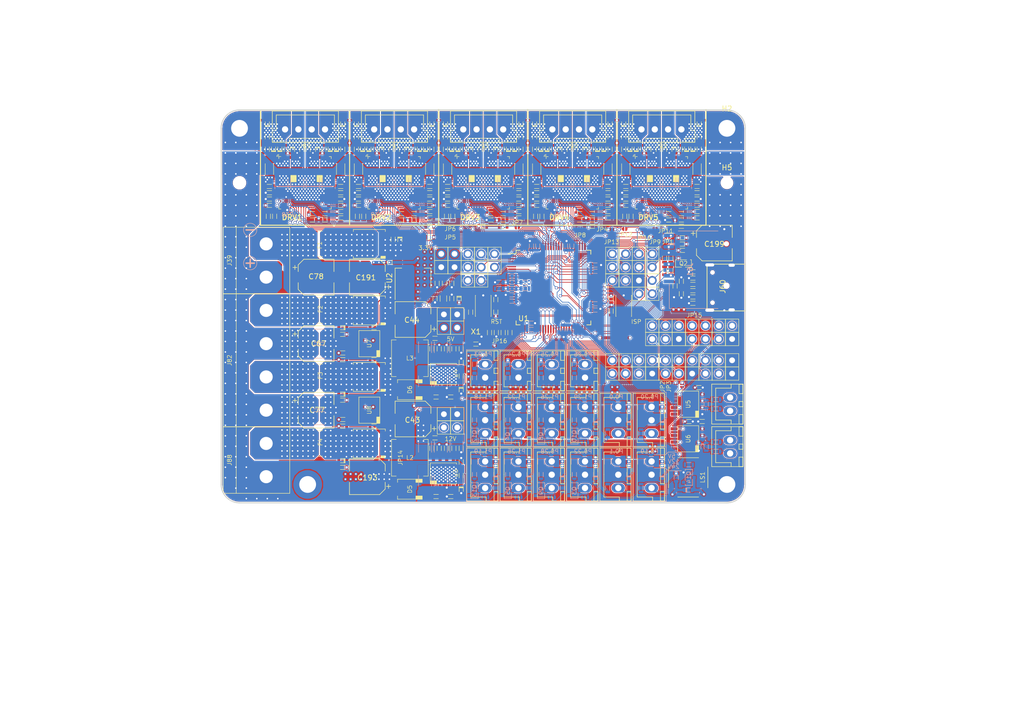
<source format=kicad_pcb>
(kicad_pcb (version 20171130) (host pcbnew 5.0.1)
  (layers (0 F.Cu signal) (1 In1.Cu signal) (2 In2.Cu signal) (31 B.Cu signal) (34 B.Paste user) (35 F.Paste user) (36 B.SilkS user) (37 F.SilkS user) (38 B.Mask user) (39 F.Mask user) (44 Edge.Cuts user))
  (net 0 "")
  (net 1 +24V)
  (net 2 GND)
  (net 3 /DRV_SCK)
  (net 4 /DRV_MOSI)
  (net 5 /DRV_MISO)
  (net 6 +3V3)
  (net 7 "Net-(C89-Pad2)")
  (net 8 "Net-(C86-Pad1)")
  (net 9 "Net-(IC1-Pad28)")
  (net 10 "Net-(C93-Pad2)")
  (net 11 "Net-(IC1-Pad27)")
  (net 12 /DRV1_DIR)
  (net 13 /DRV1_STEP)
  (net 14 /DRV1_CS)
  (net 15 "Net-(IC1-Pad12)")
  (net 16 "Net-(C86-Pad2)")
  (net 17 /DRV1_EN)
  (net 18 "Net-(C87-Pad1)")
  (net 19 "/Stepper Driver/DRV1_DIAG1")
  (net 20 "Net-(C81-Pad1)")
  (net 21 "Net-(IC1-Pad8)")
  (net 22 "Net-(C92-Pad2)")
  (net 23 "Net-(C90-Pad2)")
  (net 24 "Net-(IC1-Pad10)")
  (net 25 "/Stepper Driver/Driver1/OA2")
  (net 26 "/Stepper Driver/Driver1/OA1")
  (net 27 "/Stepper Driver/Driver1/OB1")
  (net 28 "/Stepper Driver/Driver1/OB2")
  (net 29 +12V)
  (net 30 "Net-(D19-Pad1)")
  (net 31 "Net-(D18-Pad1)")
  (net 32 "Net-(IC1-Pad36)")
  (net 33 "Net-(IC1-Pad30)")
  (net 34 "/Stepper Driver/Driver1/VCC")
  (net 35 "/Stepper Driver/Driver1/RSB")
  (net 36 "/Stepper Driver/Driver1/RSA")
  (net 37 "/Stepper Driver/Driver4/VCC")
  (net 38 "Net-(IC4-Pad36)")
  (net 39 "Net-(C152-Pad2)")
  (net 40 "Net-(IC4-Pad30)")
  (net 41 "Net-(C149-Pad1)")
  (net 42 "Net-(IC4-Pad28)")
  (net 43 "Net-(C156-Pad2)")
  (net 44 "Net-(IC4-Pad27)")
  (net 45 /DRV4_DIR)
  (net 46 /DRV4_STEP)
  (net 47 /DRV4_CS)
  (net 48 "Net-(IC4-Pad12)")
  (net 49 "Net-(C149-Pad2)")
  (net 50 /DRV4_EN)
  (net 51 "Net-(C150-Pad1)")
  (net 52 "/Stepper Driver/DRV4_DIAG1")
  (net 53 "Net-(C144-Pad1)")
  (net 54 "Net-(IC4-Pad8)")
  (net 55 "/Stepper Driver/Driver4/RSB")
  (net 56 "/Stepper Driver/Driver4/RSA")
  (net 57 "Net-(C155-Pad2)")
  (net 58 "Net-(C153-Pad2)")
  (net 59 "Net-(IC4-Pad10)")
  (net 60 "/Stepper Driver/Driver4/OA2")
  (net 61 "/Stepper Driver/Driver4/OA1")
  (net 62 "/Stepper Driver/Driver4/OB1")
  (net 63 "/Stepper Driver/Driver4/OB2")
  (net 64 "/Stepper Driver/Driver5/OB2")
  (net 65 "/Stepper Driver/Driver5/OB1")
  (net 66 "/Stepper Driver/Driver5/OA1")
  (net 67 "/Stepper Driver/Driver5/OA2")
  (net 68 "Net-(IC5-Pad10)")
  (net 69 "/Stepper Driver/Driver5/RSB")
  (net 70 "/Stepper Driver/Driver5/RSA")
  (net 71 "/Stepper Driver/Driver5/VCC")
  (net 72 "Net-(C174-Pad2)")
  (net 73 "Net-(C176-Pad2)")
  (net 74 "Net-(IC5-Pad8)")
  (net 75 "Net-(C165-Pad1)")
  (net 76 "/Stepper Driver/DRV5_DIAG1")
  (net 77 "Net-(C171-Pad1)")
  (net 78 "/Stepper Driver/DRV5_EN")
  (net 79 "Net-(C170-Pad2)")
  (net 80 "Net-(IC5-Pad12)")
  (net 81 "/Stepper Driver/DRV5_CS")
  (net 82 "/Stepper Driver/DRV5_STEP")
  (net 83 "/Stepper Driver/DRV5_DIR")
  (net 84 "Net-(IC5-Pad27)")
  (net 85 "Net-(C177-Pad2)")
  (net 86 "Net-(IC5-Pad28)")
  (net 87 "Net-(C170-Pad1)")
  (net 88 "Net-(IC5-Pad30)")
  (net 89 "Net-(C173-Pad2)")
  (net 90 "Net-(IC5-Pad36)")
  (net 91 "/Stepper Driver/Driver3/VCC")
  (net 92 "Net-(IC3-Pad36)")
  (net 93 "Net-(C131-Pad2)")
  (net 94 "Net-(IC3-Pad30)")
  (net 95 "Net-(C128-Pad1)")
  (net 96 "Net-(IC3-Pad28)")
  (net 97 "Net-(C135-Pad2)")
  (net 98 "Net-(IC3-Pad27)")
  (net 99 /DRV3_DIR)
  (net 100 /DRV3_STEP)
  (net 101 /DRV3_CS)
  (net 102 "Net-(IC3-Pad12)")
  (net 103 "Net-(C128-Pad2)")
  (net 104 /DRV3_EN)
  (net 105 "Net-(C129-Pad1)")
  (net 106 "/Stepper Driver/DRV3_DIAG1")
  (net 107 "Net-(C123-Pad1)")
  (net 108 "Net-(IC3-Pad8)")
  (net 109 "/Stepper Driver/Driver3/RSB")
  (net 110 "/Stepper Driver/Driver3/RSA")
  (net 111 "Net-(C134-Pad2)")
  (net 112 "Net-(C132-Pad2)")
  (net 113 "Net-(IC3-Pad10)")
  (net 114 "/Stepper Driver/Driver3/OA2")
  (net 115 "/Stepper Driver/Driver3/OA1")
  (net 116 "/Stepper Driver/Driver3/OB1")
  (net 117 "/Stepper Driver/Driver3/OB2")
  (net 118 "/Stepper Driver/Driver2/OB2")
  (net 119 "/Stepper Driver/Driver2/OB1")
  (net 120 "/Stepper Driver/Driver2/OA1")
  (net 121 "/Stepper Driver/Driver2/OA2")
  (net 122 "Net-(IC2-Pad10)")
  (net 123 "/Stepper Driver/Driver2/RSB")
  (net 124 "/Stepper Driver/Driver2/RSA")
  (net 125 "/Stepper Driver/Driver2/VCC")
  (net 126 "Net-(C111-Pad2)")
  (net 127 "Net-(C113-Pad2)")
  (net 128 "Net-(IC2-Pad8)")
  (net 129 "Net-(C102-Pad1)")
  (net 130 "/Stepper Driver/DRV2_DIAG1")
  (net 131 "Net-(C108-Pad1)")
  (net 132 /DRV2_EN)
  (net 133 "Net-(C107-Pad2)")
  (net 134 "Net-(IC2-Pad12)")
  (net 135 /DRV2_CS)
  (net 136 /DRV2_STEP)
  (net 137 /DRV2_DIR)
  (net 138 "Net-(IC2-Pad27)")
  (net 139 "Net-(C114-Pad2)")
  (net 140 "Net-(IC2-Pad28)")
  (net 141 "Net-(C107-Pad1)")
  (net 142 "Net-(IC2-Pad30)")
  (net 143 "Net-(C110-Pad2)")
  (net 144 "Net-(IC2-Pad36)")
  (net 145 "Net-(D1-Pad1)")
  (net 146 "Net-(U8-Pad1)")
  (net 147 /P3.25_POW)
  (net 148 "Net-(R75-Pad2)")
  (net 149 "Net-(U8-Pad8)")
  (net 150 "Net-(U7-Pad8)")
  (net 151 "Net-(R61-Pad2)")
  (net 152 "Net-(R62-Pad2)")
  (net 153 "Net-(U7-Pad1)")
  (net 154 "Net-(Q6-Pad2)")
  (net 155 "Net-(Q11-Pad2)")
  (net 156 "Net-(Q7-Pad2)")
  (net 157 "Net-(D19-Pad2)")
  (net 158 "Net-(D18-Pad2)")
  (net 159 "Net-(D25-Pad2)")
  (net 160 "/Stepper Driver/Driver4/5V_out")
  (net 161 "/Stepper Driver/Driver5/5V_out")
  (net 162 "/Stepper Driver/Driver1/5V_out")
  (net 163 "/Stepper Driver/Driver3/5V_out")
  (net 164 "/Stepper Driver/Driver2/5V_out")
  (net 165 "Net-(IC4-Pad3)")
  (net 166 "Net-(IC4-Pad9)")
  (net 167 "/Stepper Driver/Driver4/SRBH")
  (net 168 "/Stepper Driver/Driver5/SRBH")
  (net 169 "Net-(IC5-Pad9)")
  (net 170 "Net-(IC5-Pad3)")
  (net 171 "Net-(IC1-Pad3)")
  (net 172 "Net-(IC1-Pad9)")
  (net 173 "/Stepper Driver/Driver1/SRBH")
  (net 174 "Net-(IC3-Pad3)")
  (net 175 "Net-(IC3-Pad9)")
  (net 176 "/Stepper Driver/Driver3/SRBH")
  (net 177 "/Stepper Driver/Driver2/SRBH")
  (net 178 "Net-(IC2-Pad9)")
  (net 179 "Net-(IC2-Pad3)")
  (net 180 DCIN-)
  (net 181 /P2.3_POW)
  (net 182 /P2.4_POW)
  (net 183 "Net-(F1-Pad1)")
  (net 184 "Net-(F4-Pad1)")
  (net 185 "Net-(D25-Pad1)")
  (net 186 "Net-(F2-Pad1)")
  (net 187 "Net-(F3-Pad1)")
  (net 188 "Net-(U8-Pad5)")
  (net 189 "Net-(U8-Pad4)")
  (net 190 VBUS)
  (net 191 "Net-(J60-PadA8)")
  (net 192 "Net-(J60-PadA6)")
  (net 193 "Net-(J60-PadA7)")
  (net 194 "Net-(J60-PadB5)")
  (net 195 "Net-(J60-PadB8)")
  (net 196 "Net-(J60-PadA5)")
  (net 197 "Net-(J85-Pad3)")
  (net 198 "Net-(JP30-Pad2)")
  (net 199 "Net-(JP30-Pad3)")
  (net 200 "Net-(JP35-Pad3)")
  (net 201 "Net-(JP35-Pad2)")
  (net 202 "Net-(J87-Pad3)")
  (net 203 "Net-(J84-Pad3)")
  (net 204 "Net-(JP29-Pad2)")
  (net 205 "Net-(JP29-Pad3)")
  (net 206 "Net-(JP28-Pad3)")
  (net 207 "Net-(JP28-Pad2)")
  (net 208 "Net-(J83-Pad3)")
  (net 209 "Net-(J80-Pad3)")
  (net 210 "Net-(JP23-Pad2)")
  (net 211 "Net-(JP23-Pad3)")
  (net 212 "Net-(JP22-Pad3)")
  (net 213 "Net-(JP22-Pad2)")
  (net 214 "Net-(J79-Pad3)")
  (net 215 "Net-(J81-Pad3)")
  (net 216 "Net-(JP24-Pad2)")
  (net 217 "Net-(JP24-Pad3)")
  (net 218 +5V)
  (net 219 "Net-(J86-Pad3)")
  (net 220 "Net-(JP34-Pad2)")
  (net 221 "Net-(JP34-Pad3)")
  (net 222 /P0.23_TH0)
  (net 223 "Net-(C61-Pad1)")
  (net 224 "Net-(C60-Pad1)")
  (net 225 /P0.24_TH1)
  (net 226 /P0.25_TH2)
  (net 227 "Net-(C59-Pad1)")
  (net 228 "Net-(C58-Pad1)")
  (net 229 /P0.26_TH3)
  (net 230 /DRV5_DIAG1)
  (net 231 /DRV5_CS)
  (net 232 /DRV3_DIAG1)
  (net 233 /P4.29_GEN)
  (net 234 /Interfaces/SD_DETECT)
  (net 235 /Interfaces/MAX1_CS)
  (net 236 /MAX1_CS)
  (net 237 /ISP_BOOT)
  (net 238 /Interfaces/MAX2_CS)
  (net 239 /DRV5_DIR)
  (net 240 "/Stepper Driver/DRV_DIAG0")
  (net 241 /DRV_DIAG0)
  (net 242 /DRV1_DIAG1)
  (net 243 /DRV2_DIAG1)
  (net 244 /DRV4_DIAG1)
  (net 245 /DRV5_EN)
  (net 246 /DRV5_STEP)
  (net 247 "Net-(Q14-Pad1)")
  (net 248 "Net-(D26-Pad2)")
  (net 249 "Net-(Q2-Pad3)")
  (net 250 /USB_CON)
  (net 251 /P0.20_END)
  (net 252 "Net-(D26-Pad1)")
  (net 253 /P1.19_ADV)
  (net 254 /P1.18_ADV)
  (net 255 /P1.29_ADV)
  (net 256 /P1.28_ADV)
  (net 257 /P1.26_ADV)
  (net 258 /P1.25_ADV)
  (net 259 /P1.22_ADV)
  (net 260 /P0.22_ADV)
  (net 261 /P1.30_GEN)
  (net 262 /P1.31_GEN)
  (net 263 /P4.28_GEN)
  (net 264 /P0.0_END)
  (net 265 /P0.19_END)
  (net 266 /P0.1_END)
  (net 267 "Net-(C29-Pad1)")
  (net 268 "Net-(C30-Pad1)")
  (net 269 "Net-(C34-Pad1)")
  (net 270 "Net-(C40-Pad2)")
  (net 271 "Net-(C36-Pad1)")
  (net 272 "Net-(R11-Pad1)")
  (net 273 "Net-(C38-Pad1)")
  (net 274 "Net-(C38-Pad2)")
  (net 275 "Net-(C37-Pad2)")
  (net 276 "Net-(C37-Pad1)")
  (net 277 "Net-(R10-Pad1)")
  (net 278 "Net-(C35-Pad1)")
  (net 279 "Net-(C39-Pad2)")
  (net 280 "Net-(C33-Pad1)")
  (net 281 "Net-(C53-Pad2)")
  (net 282 "Net-(C53-Pad1)")
  (net 283 "Net-(U6-Pad8)")
  (net 284 "Net-(U5-Pad8)")
  (net 285 "Net-(C48-Pad1)")
  (net 286 "Net-(C48-Pad2)")
  (net 287 /RST)
  (net 288 /JTAG_TCK)
  (net 289 /JTAG_TMS)
  (net 290 /JTAG_TDI)
  (net 291 /JTAG_TDO)
  (net 292 /JTAG_RTCK)
  (net 293 /P0.2)
  (net 294 /P0.3)
  (net 295 /SD_CS)
  (net 296 /SD_SCK)
  (net 297 /SD_MISO)
  (net 298 /SD_MOSI)
  (net 299 /P1.20)
  (net 300 /P1.21)
  (net 301 /P1.23)
  (net 302 /P1.24)
  (net 303 /JTAG_TRST)
  (net 304 /SCL)
  (net 305 /SDA)
  (net 306 "Net-(C76-Pad1)")
  (net 307 "Net-(J67-Pad3)")
  (net 308 "Net-(C54-Pad1)")
  (net 309 "Net-(J66-Pad3)")
  (net 310 "Net-(C72-Pad1)")
  (net 311 "Net-(C70-Pad1)")
  (net 312 "Net-(C75-Pad1)")
  (net 313 "Net-(C66-Pad1)")
  (net 314 "Net-(C65-Pad1)")
  (net 315 "Net-(C64-Pad1)")
  (net 316 "Net-(C71-Pad1)")
  (net 317 "Net-(J63-Pad1)")
  (net 318 "Net-(J63-Pad2)")
  (net 319 "Net-(J62-Pad2)")
  (net 320 "Net-(J62-Pad1)")
  (net 321 "Net-(C20-Pad1)")
  (net 322 /P3.26_BUZ)
  (net 323 /USB_D-)
  (net 324 /USB_D+)
  (net 325 "Net-(D4-Pad1)")
  (net 326 "Net-(C35-Pad2)")
  (net 327 "Net-(C36-Pad2)")
  (net 328 /VSSA)
  (net 329 /VDDA)
  (net 330 /VREFN)
  (net 331 /VREFP)
  (net 332 "Net-(R3-Pad2)")
  (net 333 "Net-(U1-Pad13)")
  (net 334 "Net-(U1-Pad14)")
  (net 335 "Net-(U1-Pad16)")
  (net 336 "Net-(U1-Pad18)")
  (net 337 "Net-(U1-Pad23)")
  (net 338 "Net-(C57-Pad1)")
  (net 339 "Net-(C56-Pad1)")
  (net 340 "Net-(C55-Pad1)")
  (net 341 "Net-(J46-Pad3)")
  (net 342 "Net-(J47-Pad3)")
  (net 343 /DRV_CLK)
  (net 344 "Net-(J61-Pad1)")
  (net 345 "Net-(J61-Pad8)")
  (net 346 "Net-(C80-Pad2)")
  (net 347 /LPC_CLK)
  (net 348 "Net-(JP16-Pad2)")
  (module MountingHole:MountingHole_2.2mm_M2_DIN965 (layer F.Cu) (at 103.5 63.9)
    (fp_text reference H6 hide)
    (fp_text value MountingHole hide)
    (pad 1 np_thru_hole circle (at 0 0) (size 2.2 2.2) (drill 2.2) (layers *.Cu *.Mask))
  )
  (module MountingHole:MountingHole_2.2mm_M2_DIN965 (layer F.Cu) (at 196.5 63.9)
    (fp_text reference H5 (at 0 -2.9) (layer F.SilkS))
    (fp_text value MountingHole hide)
    (pad 1 np_thru_hole circle (at 0 0) (size 2.2 2.2) (drill 2.2) (layers *.Cu *.Mask))
  )
  (module "_Generic:Solder Jumper 2P" (layer F.Cu) (at 133.3 116.4 90)
    (fp_text reference JP14 (at 0 0.9 90) (layer F.SilkS) (effects (font (size 0.8 0.8) (thickness 0.1))))
    (fp_text value SolderJumper_2_Open hide)
    (pad 1 smd custom (at -0.3 0 90) (size 0.2 0.2) (layers F.Cu F.Paste F.Mask) (net 1 +24V) (options (clearance outline) (anchor circle)) (primitives (gr_poly (pts (xy 0 -0.4) (xy 0.2 -0.4) (xy 0.2 0.4) (xy 0 0.4) (xy -0.2 0.2) (xy -0.2 -0.2)) (width 0))))
    (pad 2 smd custom (at 0.3 0 270) (size 0.2 0.2) (layers F.Cu F.Paste F.Mask) (net 29 +12V) (options (clearance outline) (anchor circle)) (primitives (gr_poly (pts (xy 0 -0.4) (xy 0.2 -0.4) (xy 0.2 0.4) (xy 0 0.4) (xy -0.2 0.2) (xy -0.2 -0.2)) (width 0))))
  )
  (module _Generic:TYPE-C-31-M-12 (layer F.Cu) (at 197.4 83.9 90)
    (fp_text reference J60 (at 0.2 -1.7 90) (layer F.SilkS))
    (fp_text value USB_C_Receptacle hide)
    (pad S1 thru_hole oval (at -4.32 -4.18 90) (size 1 2.1) (drill oval 0.6 1.7) (layers *.Cu *.Mask) (net 2 GND))
    (pad "" np_thru_hole circle (at -2.89 -3.65 90) (size 0.65 0.65) (drill 0.65) (layers *.Cu *.Mask))
    (pad S1 thru_hole oval (at -4.27 0 90) (size 1 1.6) (drill oval 0.6 1.2) (layers *.Cu *.Mask) (net 2 GND))
    (pad B9 smd rect (at -2.3 -5.095 90) (size 0.3 1.45) (layers F.Cu F.Paste F.Mask) (net 190 VBUS))
    (pad B12 smd rect (at -3.1 -5.095 90) (size 0.3 1.45) (layers F.Cu F.Paste F.Mask) (net 2 GND))
    (pad B7 smd rect (at -0.75 -5.095 90) (size 0.3 1.45) (layers F.Cu F.Paste F.Mask) (net 193 "Net-(J60-PadA7)"))
    (pad A6 smd rect (at -0.25 -5.095 90) (size 0.3 1.45) (layers F.Cu F.Paste F.Mask) (net 192 "Net-(J60-PadA6)"))
    (pad A5 smd rect (at -1.25 -5.095 90) (size 0.3 1.45) (layers F.Cu F.Paste F.Mask) (net 196 "Net-(J60-PadA5)"))
    (pad B8 smd rect (at -1.75 -5.095 90) (size 0.3 1.45) (layers F.Cu F.Paste F.Mask) (net 195 "Net-(J60-PadB8)"))
    (pad B4 smd rect (at 2.3 -5.095 90) (size 0.3 1.45) (layers F.Cu F.Paste F.Mask) (net 190 VBUS))
    (pad "" np_thru_hole circle (at 2.89 -3.65 90) (size 0.65 0.65) (drill 0.65) (layers *.Cu *.Mask))
    (pad B5 smd rect (at 1.75 -5.095 90) (size 0.3 1.45) (layers F.Cu F.Paste F.Mask) (net 194 "Net-(J60-PadB5)"))
    (pad A7 smd rect (at 0.25 -5.095 90) (size 0.3 1.45) (layers F.Cu F.Paste F.Mask) (net 193 "Net-(J60-PadA7)"))
    (pad B6 smd rect (at 0.75 -5.095 90) (size 0.3 1.45) (layers F.Cu F.Paste F.Mask) (net 192 "Net-(J60-PadA6)"))
    (pad B1 smd rect (at 3.1 -5.095 90) (size 0.3 1.45) (layers F.Cu F.Paste F.Mask) (net 2 GND))
    (pad S1 thru_hole oval (at 4.27 0 90) (size 1 1.6) (drill oval 0.6 1.2) (layers *.Cu *.Mask) (net 2 GND))
    (pad S1 thru_hole oval (at 4.32 -4.18 90) (size 1 2.1) (drill oval 0.6 1.7) (layers *.Cu *.Mask) (net 2 GND))
    (pad A8 smd rect (at 1.25 -5.095 90) (size 0.3 1.45) (layers F.Cu F.Paste F.Mask) (net 191 "Net-(J60-PadA8)"))
    (pad A1 smd rect (at -3.4 -5.095 90) (size 0.3 1.45) (layers F.Cu F.Paste F.Mask) (net 2 GND))
    (pad A4 smd rect (at -2.6 -5.095 90) (size 0.3 1.45) (layers F.Cu F.Paste F.Mask) (net 190 VBUS))
    (pad A9 smd rect (at 2.6 -5.095 90) (size 0.3 1.45) (layers F.Cu F.Paste F.Mask) (net 190 VBUS))
    (pad A12 smd rect (at 3.4 -5.095 90) (size 0.3 1.45) (layers F.Cu F.Paste F.Mask) (net 2 GND))
  )
  (module _Generic:HYC77-TF09-200 (layer B.Cu) (at 196.4 80.5 270)
    (fp_text reference J61 (at 0 6.9 270) (layer B.SilkS) (effects (justify mirror)))
    (fp_text value Micro_SD_Card_Det)
    (pad 11 smd rect (at -7.75 0.4 270) (size 1.2 2.2) (layers B.Cu B.Paste B.Mask) (net 2 GND))
    (pad 11 smd rect (at 7.75 0.4 270) (size 1.2 2.2) (layers B.Cu B.Paste B.Mask) (net 2 GND))
    (pad 11 smd rect (at 5.25 10 270) (size 1.6 1.5) (layers B.Cu B.Paste B.Mask) (net 2 GND))
    (pad 11 smd rect (at -7.75 10 270) (size 1.2 1.5) (layers B.Cu B.Paste B.Mask) (net 2 GND))
    (pad "" np_thru_hole circle (at 3.05 0 270) (size 1 1) (drill 1) (layers *.Cu *.Mask))
    (pad "" np_thru_hole circle (at -4.95 0 270) (size 1 1) (drill 1) (layers *.Cu *.Mask))
    (pad 2 smd rect (at 1.15 11 270) (size 0.7 2) (layers B.Cu B.Paste B.Mask) (net 295 /SD_CS))
    (pad 3 smd rect (at 0.05 11 270) (size 0.7 2) (layers B.Cu B.Paste B.Mask) (net 298 /SD_MOSI))
    (pad 4 smd rect (at -1.05 11 270) (size 0.7 2) (layers B.Cu B.Paste B.Mask) (net 6 +3V3))
    (pad 5 smd rect (at -2.15 11 270) (size 0.7 2) (layers B.Cu B.Paste B.Mask) (net 296 /SD_SCK))
    (pad 6 smd rect (at -3.25 11 270) (size 0.7 2) (layers B.Cu B.Paste B.Mask) (net 2 GND))
    (pad 7 smd rect (at -4.35 11 270) (size 0.7 2) (layers B.Cu B.Paste B.Mask) (net 297 /SD_MISO))
    (pad 8 smd rect (at -5.45 11 270) (size 0.7 2) (layers B.Cu B.Paste B.Mask) (net 345 "Net-(J61-Pad8)"))
    (pad 1 smd rect (at 2.25 11 270) (size 0.7 2) (layers B.Cu B.Paste B.Mask) (net 344 "Net-(J61-Pad1)"))
    (pad 9 smd rect (at -6.55 11 270) (size 0.7 2) (layers B.Cu B.Paste B.Mask) (net 234 /Interfaces/SD_DETECT))
  )
  (module _Generic:PinHeader_2.54mm_1P (layer F.Cu) (at 187.325 97.79)
    (fp_text reference J104)
    (fp_text value Conn_01x01 hide)
    (pad 1 thru_hole circle (at 0 0) (size 1.7 1.7) (drill 1.1) (layers *.Cu *.Mask) (net 322 /P3.26_BUZ))
  )
  (module _Generic:PinHeader_2.54mm_1P (layer F.Cu) (at 187.325 93.726)
    (fp_text reference J98)
    (fp_text value Conn_01x01 hide)
    (pad 1 thru_hole circle (at 0 0) (size 1.7 1.7) (drill 1.1) (layers *.Cu *.Mask) (net 2 GND))
  )
  (module _Generic:PinHeader_2.54mm_1P (layer F.Cu) (at 189.865 100.33)
    (fp_text reference J96)
    (fp_text value Conn_01x01 hide)
    (pad 1 thru_hole circle (at 0 0) (size 1.7 1.7) (drill 1.1) (layers *.Cu *.Mask) (net 2 GND))
  )
  (module _Generic:PinHeader_2.54mm_1P (layer F.Cu) (at 189.865 97.79)
    (fp_text reference J100)
    (fp_text value Conn_01x01 hide)
    (pad 1 thru_hole circle (at 0 0) (size 1.7 1.7) (drill 1.1) (layers *.Cu *.Mask) (net 6 +3V3))
  )
  (module _Generic:PinHeader_2.54mm_1P (layer F.Cu) (at 197.485 97.79)
    (fp_text reference J99)
    (fp_text value Conn_01x01 hide)
    (pad 1 thru_hole circle (at 0 0) (size 1.7 1.7) (drill 1.1) (layers *.Cu *.Mask) (net 2 GND))
  )
  (module _Generic:PinHeader_2.54mm_1P (layer F.Cu) (at 197.485 91.186)
    (fp_text reference J102)
    (fp_text value Conn_01x01 hide)
    (pad 1 thru_hole circle (at 0 0) (size 1.7 1.7) (drill 1.1) (layers *.Cu *.Mask) (net 6 +3V3))
  )
  (module _Generic:PinHeader_2.54mm_1P (layer F.Cu) (at 187.325 91.186)
    (fp_text reference J101)
    (fp_text value Conn_01x01 hide)
    (pad 1 thru_hole circle (at 0 0) (size 1.7 1.7) (drill 1.1) (layers *.Cu *.Mask) (net 6 +3V3))
  )
  (module _Generic:PinHeader_2.54mm_1P (layer F.Cu) (at 179.705 85.09)
    (fp_text reference J95)
    (fp_text value Conn_01x01 hide)
    (pad 1 thru_hole circle (at 0 0) (size 1.7 1.7) (drill 1.1) (layers *.Cu *.Mask) (net 6 +3V3))
  )
  (module _Generic:PinHeader_2.54mm_1P (layer F.Cu) (at 182.245 97.79)
    (fp_text reference J94)
    (fp_text value Conn_01x01 hide)
    (pad 1 thru_hole circle (at 0 0) (size 1.7 1.7) (drill 1.1) (layers *.Cu *.Mask) (net 6 +3V3))
  )
  (module _Generic:PinHeader_2.54mm_1P (layer F.Cu) (at 174.625 77.47)
    (fp_text reference J33)
    (fp_text value Conn_01x01 hide)
    (pad 1 thru_hole circle (at 0 0) (size 1.7 1.7) (drill 1.1) (layers *.Cu *.Mask) (net 242 /DRV1_DIAG1))
  )
  (module _Generic:PinHeader_2.54mm_1P (layer F.Cu) (at 197.485 93.726)
    (fp_text reference J53)
    (fp_text value Conn_01x01 hide)
    (pad 1 thru_hole circle (at 0 0) (size 1.7 1.7) (drill 1.1) (layers *.Cu *.Mask) (net 2 GND))
  )
  (module _Generic:PinHeader_2.54mm_1P (layer F.Cu) (at 182.245 100.33)
    (fp_text reference J68)
    (fp_text value Conn_01x01 hide)
    (pad 1 thru_hole circle (at 0 0) (size 1.7 1.7) (drill 1.1) (layers *.Cu *.Mask) (net 2 GND))
  )
  (module _Generic:PinHeader_2.54mm_1P (layer F.Cu) (at 179.705 82.55)
    (fp_text reference J69)
    (fp_text value Conn_01x01 hide)
    (pad 1 thru_hole circle (at 0 0) (size 1.7 1.7) (drill 1.1) (layers *.Cu *.Mask) (net 2 GND))
  )
  (module _Generic:PinHeader_2.54mm_1P (layer F.Cu) (at 197.485 100.33)
    (fp_text reference J70)
    (fp_text value Conn_01x01 hide)
    (pad 1 thru_hole circle (at 0 0) (size 1.7 1.7) (drill 1.1) (layers *.Cu *.Mask) (net 2 GND))
  )
  (module _Generic:PinHeader_2.54mm_1P (layer F.Cu) (at 177.165 77.47)
    (fp_text reference J52)
    (fp_text value Conn_01x01 hide)
    (pad 1 thru_hole circle (at 0 0) (size 1.7 1.7) (drill 1.1) (layers *.Cu *.Mask) (net 250 /USB_CON))
  )
  (module _Generic:Switch_3x4mm (layer F.Cu) (at 150 87.4 90)
    (fp_text reference RST (at -3.024 2.527) (layer F.SilkS) (effects (font (size 0.8 0.8) (thickness 0.1))))
    (fp_text value 3x6mm)
    (pad 2 smd rect (at 2 0 90) (size 1.5 2.8) (layers F.Cu F.Paste F.Mask) (net 2 GND))
    (pad 1 smd rect (at -2 0 90) (size 1.5 2.8) (layers F.Cu F.Paste F.Mask) (net 287 /RST))
  )
  (module _Generic:Switch_3x4mm (layer F.Cu) (at 176.8 87.4 90)
    (fp_text reference ISP (at -3.024 2.397) (layer F.SilkS) (effects (font (size 0.8 0.8) (thickness 0.1))))
    (fp_text value 3x6mm)
    (pad 1 smd rect (at -2 0 90) (size 1.5 2.8) (layers F.Cu F.Paste F.Mask) (net 332 "Net-(R3-Pad2)"))
    (pad 2 smd rect (at 2 0 90) (size 1.5 2.8) (layers F.Cu F.Paste F.Mask) (net 2 GND))
  )
  (module _Generic:PinHeader_2.54mm_1P (layer F.Cu) (at 144.526 80.01)
    (fp_text reference J49)
    (fp_text value Conn_01x01 hide)
    (pad 1 thru_hole circle (at 0 0) (size 1.7 1.7) (drill 1.1) (layers *.Cu *.Mask) (net 2 GND))
  )
  (module _Generic:PinHeader_2.54mm_1P (layer F.Cu) (at 141.986 80.01)
    (fp_text reference J50)
    (fp_text value Conn_01x01 hide)
    (pad 1 thru_hole circle (at 0 0) (size 1.7 1.7) (drill 1.1) (layers *.Cu *.Mask) (net 2 GND))
  )
  (module _Generic:PinHeader_2.54mm_1P (layer F.Cu) (at 141.986 77.47)
    (fp_text reference J54)
    (fp_text value Conn_01x01 hide)
    (pad 1 thru_hole circle (at 0 0) (size 1.7 1.7) (drill 1.1) (layers *.Cu *.Mask) (net 6 +3V3))
  )
  (module _Generic:PinHeader_2.54mm_1P (layer F.Cu) (at 144.526 77.47)
    (fp_text reference J55)
    (fp_text value Conn_01x01 hide)
    (pad 1 thru_hole circle (at 0 0) (size 1.7 1.7) (drill 1.1) (layers *.Cu *.Mask) (net 6 +3V3))
  )
  (module _Generic:PinHeader_2.54mm_1P (layer F.Cu) (at 184.785 93.726)
    (fp_text reference J38)
    (fp_text value Conn_01x01 hide)
    (pad 1 thru_hole circle (at 0 0) (size 1.7 1.7) (drill 1.1) (layers *.Cu *.Mask) (net 230 /DRV5_DIAG1))
  )
  (module _Generic:PinHeader_2.54mm_1P (layer F.Cu) (at 177.165 82.55)
    (fp_text reference J36)
    (fp_text value Conn_01x01 hide)
    (pad 1 thru_hole circle (at 0 0) (size 1.7 1.7) (drill 1.1) (layers *.Cu *.Mask) (net 232 /DRV3_DIAG1))
  )
  (module _Generic:PinHeader_2.54mm_1P (layer F.Cu) (at 194.945 97.79)
    (fp_text reference J30)
    (fp_text value Conn_01x01 hide)
    (pad 1 thru_hole circle (at 0 0) (size 1.7 1.7) (drill 1.1) (layers *.Cu *.Mask) (net 302 /P1.24))
  )
  (module _Generic:PinHeader_2.54mm_1P (layer F.Cu) (at 194.945 100.33)
    (fp_text reference J29)
    (fp_text value Conn_01x01 hide)
    (pad 1 thru_hole circle (at 0 0) (size 1.7 1.7) (drill 1.1) (layers *.Cu *.Mask) (net 301 /P1.23))
  )
  (module _Generic:PinHeader_2.54mm_1P (layer F.Cu) (at 192.405 97.79)
    (fp_text reference J28)
    (fp_text value Conn_01x01 hide)
    (pad 1 thru_hole circle (at 0 0) (size 1.7 1.7) (drill 1.1) (layers *.Cu *.Mask) (net 300 /P1.21))
  )
  (module _Generic:PinHeader_2.54mm_1P (layer F.Cu) (at 192.405 100.33)
    (fp_text reference J27)
    (fp_text value Conn_01x01 hide)
    (pad 1 thru_hole circle (at 0 0) (size 1.7 1.7) (drill 1.1) (layers *.Cu *.Mask) (net 299 /P1.20))
  )
  (module _Generic:PinHeader_2.54mm_1P (layer F.Cu) (at 189.865 91.186)
    (fp_text reference J12)
    (fp_text value Conn_01x01 hide)
    (pad 1 thru_hole circle (at 0 0) (size 1.7 1.7) (drill 1.1) (layers *.Cu *.Mask) (net 4 /DRV_MOSI))
  )
  (module _Generic:PinHeader_2.54mm_1P (layer F.Cu) (at 179.705 77.47)
    (fp_text reference J32)
    (fp_text value Conn_01x01 hide)
    (pad 1 thru_hole circle (at 0 0) (size 1.7 1.7) (drill 1.1) (layers *.Cu *.Mask) (net 246 /DRV5_STEP))
  )
  (module _Generic:PinHeader_2.54mm_1P (layer F.Cu) (at 179.705 80.01)
    (fp_text reference J37)
    (fp_text value Conn_01x01 hide)
    (pad 1 thru_hole circle (at 0 0) (size 1.7 1.7) (drill 1.1) (layers *.Cu *.Mask) (net 244 /DRV4_DIAG1))
  )
  (module _Generic:PinHeader_2.54mm_1P (layer F.Cu) (at 174.625 80.01)
    (fp_text reference J34)
    (fp_text value Conn_01x01 hide)
    (pad 1 thru_hole circle (at 0 0) (size 1.7 1.7) (drill 1.1) (layers *.Cu *.Mask) (net 243 /DRV2_DIAG1))
  )
  (module _Generic:PinHeader_2.54mm_1P (layer F.Cu) (at 174.625 100.33)
    (fp_text reference J1)
    (fp_text value Conn_01x01 hide)
    (pad 1 thru_hole circle (at 0 0) (size 1.7 1.7) (drill 1.1) (layers *.Cu *.Mask) (net 264 /P0.0_END))
  )
  (module _Generic:PinHeader_2.54mm_1P (layer F.Cu) (at 174.625 97.79)
    (fp_text reference J2)
    (fp_text value Conn_01x01 hide)
    (pad 1 thru_hole circle (at 0 0) (size 1.7 1.7) (drill 1.1) (layers *.Cu *.Mask) (net 266 /P0.1_END))
  )
  (module _Generic:PinHeader_2.54mm_1P (layer F.Cu) (at 147.066 77.47)
    (fp_text reference J3)
    (fp_text value Conn_01x01 hide)
    (pad 1 thru_hole circle (at 0 0) (size 1.7 1.7) (drill 1.1) (layers *.Cu *.Mask) (net 293 /P0.2))
  )
  (module _Generic:PinHeader_2.54mm_1P (layer F.Cu) (at 149.606 77.47)
    (fp_text reference J4)
    (fp_text value Conn_01x01 hide)
    (pad 1 thru_hole circle (at 0 0) (size 1.7 1.7) (drill 1.1) (layers *.Cu *.Mask) (net 294 /P0.3))
  )
  (module _Generic:PinHeader_2.54mm_1P (layer F.Cu) (at 192.405 91.186)
    (fp_text reference J9)
    (fp_text value Conn_01x01 hide)
    (pad 1 thru_hole circle (at 0 0) (size 1.7 1.7) (drill 1.1) (layers *.Cu *.Mask) (net 3 /DRV_SCK))
  )
  (module _Generic:PinHeader_2.54mm_1P (layer F.Cu) (at 177.165 80.01)
    (fp_text reference J10)
    (fp_text value Conn_01x01 hide)
    (pad 1 thru_hole circle (at 0 0) (size 1.7 1.7) (drill 1.1) (layers *.Cu *.Mask) (net 231 /DRV5_CS))
  )
  (module _Generic:PinHeader_2.54mm_1P (layer F.Cu) (at 192.405 93.726)
    (fp_text reference J11)
    (fp_text value Conn_01x01 hide)
    (pad 1 thru_hole circle (at 0 0) (size 1.7 1.7) (drill 1.1) (layers *.Cu *.Mask) (net 5 /DRV_MISO))
  )
  (module _Generic:PinHeader_2.54mm_1P (layer F.Cu) (at 187.325 100.33)
    (fp_text reference J24)
    (fp_text value Conn_01x01 hide)
    (pad 1 thru_hole circle (at 0 0) (size 1.7 1.7) (drill 1.1) (layers *.Cu *.Mask) (net 287 /RST))
  )
  (module _Generic:PinHeader_2.54mm_1P (layer F.Cu) (at 149.606 82.55)
    (fp_text reference J23)
    (fp_text value Conn_01x01 hide)
    (pad 1 thru_hole circle (at 0 0) (size 1.7 1.7) (drill 1.1) (layers *.Cu *.Mask) (net 288 /JTAG_TCK))
  )
  (module _Generic:PinHeader_2.54mm_1P (layer F.Cu) (at 147.066 82.55)
    (fp_text reference J22)
    (fp_text value Conn_01x01 hide)
    (pad 1 thru_hole circle (at 0 0) (size 1.7 1.7) (drill 1.1) (layers *.Cu *.Mask) (net 303 /JTAG_TRST))
  )
  (module _Generic:PinHeader_2.54mm_1P (layer F.Cu) (at 152.146 80.01)
    (fp_text reference J21)
    (fp_text value Conn_01x01 hide)
    (pad 1 thru_hole circle (at 0 0) (size 1.7 1.7) (drill 1.1) (layers *.Cu *.Mask) (net 289 /JTAG_TMS))
  )
  (module _Generic:PinHeader_2.54mm_1P (layer F.Cu) (at 149.606 80.01)
    (fp_text reference J20)
    (fp_text value Conn_01x01 hide)
    (pad 1 thru_hole circle (at 0 0) (size 1.7 1.7) (drill 1.1) (layers *.Cu *.Mask) (net 290 /JTAG_TDI))
  )
  (module _Generic:PinHeader_2.54mm_1P (layer F.Cu) (at 147.066 80.01)
    (fp_text reference J19)
    (fp_text value Conn_01x01 hide)
    (pad 1 thru_hole circle (at 0 0) (size 1.7 1.7) (drill 1.1) (layers *.Cu *.Mask) (net 291 /JTAG_TDO))
  )
  (module _Generic:PinHeader_2.54mm_1P (layer F.Cu) (at 152.146 77.47)
    (fp_text reference J18)
    (fp_text value Conn_01x01 hide)
    (pad 1 thru_hole circle (at 0 0) (size 1.7 1.7) (drill 1.1) (layers *.Cu *.Mask) (net 292 /JTAG_RTCK))
  )
  (module _Generic:PinHeader_2.54mm_1P (layer F.Cu) (at 179.705 100.33)
    (fp_text reference J17)
    (fp_text value Conn_01x01 hide)
    (pad 1 thru_hole circle (at 0 0) (size 1.7 1.7) (drill 1.1) (layers *.Cu *.Mask) (net 304 /SCL))
  )
  (module _Generic:PinHeader_2.54mm_1P (layer F.Cu) (at 179.705 97.79)
    (fp_text reference J16)
    (fp_text value Conn_01x01 hide)
    (pad 1 thru_hole circle (at 0 0) (size 1.7 1.7) (drill 1.1) (layers *.Cu *.Mask) (net 305 /SDA))
  )
  (module _Generic:PinHeader_2.54mm_1P (layer F.Cu) (at 174.625 82.55)
    (fp_text reference J15)
    (fp_text value Conn_01x01 hide)
    (pad 1 thru_hole circle (at 0 0) (size 1.7 1.7) (drill 1.1) (layers *.Cu *.Mask) (net 241 /DRV_DIAG0))
  )
  (module _Generic:PinHeader_2.54mm_1P (layer F.Cu) (at 177.165 100.33)
    (fp_text reference J14)
    (fp_text value Conn_01x01 hide)
    (pad 1 thru_hole circle (at 0 0) (size 1.7 1.7) (drill 1.1) (layers *.Cu *.Mask) (net 251 /P0.20_END))
  )
  (module _Generic:PinHeader_2.54mm_1P (layer F.Cu) (at 177.165 97.79)
    (fp_text reference J13)
    (fp_text value Conn_01x01 hide)
    (pad 1 thru_hole circle (at 0 0) (size 1.7 1.7) (drill 1.1) (layers *.Cu *.Mask) (net 265 /P0.19_END))
  )
  (module _Generic:PinHeader_2.54mm_1P (layer F.Cu) (at 194.945 93.726)
    (fp_text reference J25)
    (fp_text value Conn_01x01 hide)
    (pad 1 thru_hole circle (at 0 0) (size 1.7 1.7) (drill 1.1) (layers *.Cu *.Mask) (net 239 /DRV5_DIR))
  )
  (module _Generic:PinHeader_2.54mm_1P (layer F.Cu) (at 194.945 91.186)
    (fp_text reference J26)
    (fp_text value Conn_01x01 hide)
    (pad 1 thru_hole circle (at 0 0) (size 1.7 1.7) (drill 1.1) (layers *.Cu *.Mask) (net 245 /DRV5_EN))
  )
  (module Capacitor_SMD:CP_Elec_6.3x7.7 (layer F.Cu) (at 194.1 75.4)
    (fp_text reference C199 (at 0 0.2) (layer F.SilkS))
    (fp_text value 220u hide)
    (pad 1 smd rect (at -2.7 0) (size 3.5 1.6) (layers F.Cu F.Paste F.Mask) (net 190 VBUS))
    (pad 2 smd rect (at 2.7 0) (size 3.5 1.6) (layers F.Cu F.Paste F.Mask) (net 2 GND))
  )
  (module _Generic:0603_CAP (layer F.Cu) (at 190 80.9 180)
    (fp_text reference C198)
    (fp_text value 10u)
    (pad 1 smd rect (at -0.75 0 180) (size 0.5 0.9) (layers F.Cu F.Paste F.Mask) (net 190 VBUS))
    (pad 2 smd rect (at 0.75 0 180) (size 0.5 0.9) (layers F.Cu F.Paste F.Mask) (net 2 GND))
  )
  (module _Generic:0603_CAP (layer B.Cu) (at 166.9 76 90)
    (fp_text reference C19)
    (fp_text value 10u)
    (pad 1 smd rect (at -0.75 0 90) (size 0.5 0.9) (layers B.Cu B.Paste B.Mask) (net 6 +3V3))
    (pad 2 smd rect (at 0.75 0 90) (size 0.5 0.9) (layers B.Cu B.Paste B.Mask) (net 2 GND))
  )
  (module _Generic:0603_CAP (layer B.Cu) (at 155.5 85.3 180)
    (fp_text reference C26)
    (fp_text value 10u)
    (pad 2 smd rect (at 0.75 0 180) (size 0.5 0.9) (layers B.Cu B.Paste B.Mask) (net 2 GND))
    (pad 1 smd rect (at -0.75 0 180) (size 0.5 0.9) (layers B.Cu B.Paste B.Mask) (net 6 +3V3))
  )
  (module _Generic:0603_CAP (layer B.Cu) (at 160.4 76 90)
    (fp_text reference C31)
    (fp_text value 10u)
    (pad 1 smd rect (at -0.75 0 90) (size 0.5 0.9) (layers B.Cu B.Paste B.Mask) (net 6 +3V3))
    (pad 2 smd rect (at 0.75 0 90) (size 0.5 0.9) (layers B.Cu B.Paste B.Mask) (net 2 GND))
  )
  (module Package_QFP:LQFP-100_14x14mm_P0.5mm (layer F.Cu) (at 163.4 83.9)
    (fp_text reference U1 (at -5.7 5.9) (layer F.SilkS))
    (fp_text value LPC1769FBD100)
    (pad 100 smd rect (at -6 -7.9 90) (size 1.5 0.28) (layers F.Cu F.Paste F.Mask) (net 292 /JTAG_RTCK))
    (pad 99 smd rect (at -5.5 -7.9 90) (size 1.5 0.28) (layers F.Cu F.Paste F.Mask) (net 294 /P0.3))
    (pad 98 smd rect (at -5 -7.9 90) (size 1.5 0.28) (layers F.Cu F.Paste F.Mask) (net 293 /P0.2))
    (pad 97 smd rect (at -4.5 -7.9 90) (size 1.5 0.28) (layers F.Cu F.Paste F.Mask) (net 2 GND))
    (pad 96 smd rect (at -4 -7.9 90) (size 1.5 0.28) (layers F.Cu F.Paste F.Mask) (net 6 +3V3))
    (pad 95 smd rect (at -3.5 -7.9 90) (size 1.5 0.28) (layers F.Cu F.Paste F.Mask) (net 12 /DRV1_DIR))
    (pad 94 smd rect (at -3 -7.9 90) (size 1.5 0.28) (layers F.Cu F.Paste F.Mask) (net 17 /DRV1_EN))
    (pad 93 smd rect (at -2.5 -7.9 90) (size 1.5 0.28) (layers F.Cu F.Paste F.Mask) (net 137 /DRV2_DIR))
    (pad 92 smd rect (at -2 -7.9 90) (size 1.5 0.28) (layers F.Cu F.Paste F.Mask) (net 132 /DRV2_EN))
    (pad 91 smd rect (at -1.5 -7.9 90) (size 1.5 0.28) (layers F.Cu F.Paste F.Mask) (net 99 /DRV3_DIR))
    (pad 90 smd rect (at -1 -7.9 90) (size 1.5 0.28) (layers F.Cu F.Paste F.Mask) (net 104 /DRV3_EN))
    (pad 89 smd rect (at -0.5 -7.9 90) (size 1.5 0.28) (layers F.Cu F.Paste F.Mask) (net 45 /DRV4_DIR))
    (pad 88 smd rect (at 0 -7.9 90) (size 1.5 0.28) (layers F.Cu F.Paste F.Mask) (net 50 /DRV4_EN))
    (pad 87 smd rect (at 0.5 -7.9 90) (size 1.5 0.28) (layers F.Cu F.Paste F.Mask) (net 239 /DRV5_DIR))
    (pad 86 smd rect (at 1 -7.9 90) (size 1.5 0.28) (layers F.Cu F.Paste F.Mask) (net 245 /DRV5_EN))
    (pad 85 smd rect (at 1.5 -7.9 90) (size 1.5 0.28) (layers F.Cu F.Paste F.Mask) (net 233 /P4.29_GEN))
    (pad 84 smd rect (at 2 -7.9 90) (size 1.5 0.28) (layers F.Cu F.Paste F.Mask) (net 6 +3V3))
    (pad 83 smd rect (at 2.5 -7.9 90) (size 1.5 0.28) (layers F.Cu F.Paste F.Mask) (net 2 GND))
    (pad 82 smd rect (at 3 -7.9 90) (size 1.5 0.28) (layers F.Cu F.Paste F.Mask) (net 263 /P4.28_GEN))
    (pad 81 smd rect (at 3.5 -7.9 90) (size 1.5 0.28) (layers F.Cu F.Paste F.Mask) (net 14 /DRV1_CS))
    (pad 80 smd rect (at 4 -7.9 90) (size 1.5 0.28) (layers F.Cu F.Paste F.Mask) (net 135 /DRV2_CS))
    (pad 79 smd rect (at 4.5 -7.9 90) (size 1.5 0.28) (layers F.Cu F.Paste F.Mask) (net 295 /SD_CS))
    (pad 78 smd rect (at 5 -7.9 90) (size 1.5 0.28) (layers F.Cu F.Paste F.Mask) (net 296 /SD_SCK))
    (pad 77 smd rect (at 5.5 -7.9 90) (size 1.5 0.28) (layers F.Cu F.Paste F.Mask) (net 297 /SD_MISO))
    (pad 76 smd rect (at 6 -7.9 90) (size 1.5 0.28) (layers F.Cu F.Paste F.Mask) (net 298 /SD_MOSI))
    (pad 75 smd rect (at 7.9 -6) (size 1.5 0.28) (layers F.Cu F.Paste F.Mask) (net 13 /DRV1_STEP))
    (pad 74 smd rect (at 7.9 -5.5) (size 1.5 0.28) (layers F.Cu F.Paste F.Mask) (net 136 /DRV2_STEP))
    (pad 73 smd rect (at 7.9 -5) (size 1.5 0.28) (layers F.Cu F.Paste F.Mask) (net 100 /DRV3_STEP))
    (pad 72 smd rect (at 7.9 -4.5) (size 1.5 0.28) (layers F.Cu F.Paste F.Mask) (net 2 GND))
    (pad 71 smd rect (at 7.9 -4) (size 1.5 0.28) (layers F.Cu F.Paste F.Mask) (net 6 +3V3))
    (pad 70 smd rect (at 7.9 -3.5) (size 1.5 0.28) (layers F.Cu F.Paste F.Mask) (net 181 /P2.3_POW))
    (pad 69 smd rect (at 7.9 -3) (size 1.5 0.28) (layers F.Cu F.Paste F.Mask) (net 182 /P2.4_POW))
    (pad 68 smd rect (at 7.9 -2.5) (size 1.5 0.28) (layers F.Cu F.Paste F.Mask) (net 46 /DRV4_STEP))
    (pad 67 smd rect (at 7.9 -2) (size 1.5 0.28) (layers F.Cu F.Paste F.Mask) (net 246 /DRV5_STEP))
    (pad 66 smd rect (at 7.9 -1.5) (size 1.5 0.28) (layers F.Cu F.Paste F.Mask) (net 242 /DRV1_DIAG1))
    (pad 65 smd rect (at 7.9 -1) (size 1.5 0.28) (layers F.Cu F.Paste F.Mask) (net 243 /DRV2_DIAG1))
    (pad 64 smd rect (at 7.9 -0.5) (size 1.5 0.28) (layers F.Cu F.Paste F.Mask) (net 250 /USB_CON))
    (pad 63 smd rect (at 7.9 0) (size 1.5 0.28) (layers F.Cu F.Paste F.Mask) (net 231 /DRV5_CS))
    (pad 62 smd rect (at 7.9 0.5) (size 1.5 0.28) (layers F.Cu F.Paste F.Mask) (net 3 /DRV_SCK))
    (pad 61 smd rect (at 7.9 1) (size 1.5 0.28) (layers F.Cu F.Paste F.Mask) (net 5 /DRV_MISO))
    (pad 60 smd rect (at 7.9 1.5) (size 1.5 0.28) (layers F.Cu F.Paste F.Mask) (net 4 /DRV_MOSI))
    (pad 59 smd rect (at 7.9 2) (size 1.5 0.28) (layers F.Cu F.Paste F.Mask) (net 265 /P0.19_END))
    (pad 58 smd rect (at 7.9 2.5) (size 1.5 0.28) (layers F.Cu F.Paste F.Mask) (net 251 /P0.20_END))
    (pad 57 smd rect (at 7.9 3) (size 1.5 0.28) (layers F.Cu F.Paste F.Mask) (net 241 /DRV_DIAG0))
    (pad 56 smd rect (at 7.9 3.5) (size 1.5 0.28) (layers F.Cu F.Paste F.Mask) (net 260 /P0.22_ADV))
    (pad 55 smd rect (at 7.9 4) (size 1.5 0.28) (layers F.Cu F.Paste F.Mask) (net 2 GND))
    (pad 54 smd rect (at 7.9 4.5) (size 1.5 0.28) (layers F.Cu F.Paste F.Mask) (net 6 +3V3))
    (pad 53 smd rect (at 7.9 5) (size 1.5 0.28) (layers F.Cu F.Paste F.Mask) (net 237 /ISP_BOOT))
    (pad 52 smd rect (at 7.9 5.5) (size 1.5 0.28) (layers F.Cu F.Paste F.Mask) (net 232 /DRV3_DIAG1))
    (pad 51 smd rect (at 7.9 6) (size 1.5 0.28) (layers F.Cu F.Paste F.Mask) (net 244 /DRV4_DIAG1))
    (pad 50 smd rect (at 6 7.9 90) (size 1.5 0.28) (layers F.Cu F.Paste F.Mask) (net 230 /DRV5_DIAG1))
    (pad 49 smd rect (at 5.5 7.9 90) (size 1.5 0.28) (layers F.Cu F.Paste F.Mask) (net 47 /DRV4_CS))
    (pad 48 smd rect (at 5 7.9 90) (size 1.5 0.28) (layers F.Cu F.Paste F.Mask) (net 101 /DRV3_CS))
    (pad 47 smd rect (at 4.5 7.9 90) (size 1.5 0.28) (layers F.Cu F.Paste F.Mask) (net 266 /P0.1_END))
    (pad 46 smd rect (at 4 7.9 90) (size 1.5 0.28) (layers F.Cu F.Paste F.Mask) (net 264 /P0.0_END))
    (pad 45 smd rect (at 3.5 7.9 90) (size 1.5 0.28) (layers F.Cu F.Paste F.Mask) (net 255 /P1.29_ADV))
    (pad 44 smd rect (at 3 7.9 90) (size 1.5 0.28) (layers F.Cu F.Paste F.Mask) (net 256 /P1.28_ADV))
    (pad 43 smd rect (at 2.5 7.9 90) (size 1.5 0.28) (layers F.Cu F.Paste F.Mask) (net 236 /MAX1_CS))
    (pad 42 smd rect (at 2 7.9 90) (size 1.5 0.28) (layers F.Cu F.Paste F.Mask) (net 6 +3V3))
    (pad 41 smd rect (at 1.5 7.9 90) (size 1.5 0.28) (layers F.Cu F.Paste F.Mask) (net 2 GND))
    (pad 40 smd rect (at 1 7.9 90) (size 1.5 0.28) (layers F.Cu F.Paste F.Mask) (net 257 /P1.26_ADV))
    (pad 39 smd rect (at 0.5 7.9 90) (size 1.5 0.28) (layers F.Cu F.Paste F.Mask) (net 258 /P1.25_ADV))
    (pad 38 smd rect (at 0 7.9 90) (size 1.5 0.28) (layers F.Cu F.Paste F.Mask) (net 302 /P1.24))
    (pad 37 smd rect (at -0.5 7.9 90) (size 1.5 0.28) (layers F.Cu F.Paste F.Mask) (net 301 /P1.23))
    (pad 36 smd rect (at -1 7.9 90) (size 1.5 0.28) (layers F.Cu F.Paste F.Mask) (net 259 /P1.22_ADV))
    (pad 35 smd rect (at -1.5 7.9 90) (size 1.5 0.28) (layers F.Cu F.Paste F.Mask) (net 300 /P1.21))
    (pad 34 smd rect (at -2 7.9 90) (size 1.5 0.28) (layers F.Cu F.Paste F.Mask) (net 299 /P1.20))
    (pad 33 smd rect (at -2.5 7.9 90) (size 1.5 0.28) (layers F.Cu F.Paste F.Mask) (net 253 /P1.19_ADV))
    (pad 32 smd rect (at -3 7.9 90) (size 1.5 0.28) (layers F.Cu F.Paste F.Mask) (net 254 /P1.18_ADV))
    (pad 31 smd rect (at -3.5 7.9 90) (size 1.5 0.28) (layers F.Cu F.Paste F.Mask) (net 2 GND))
    (pad 30 smd rect (at -4 7.9 90) (size 1.5 0.28) (layers F.Cu F.Paste F.Mask) (net 323 /USB_D-))
    (pad 29 smd rect (at -4.5 7.9 90) (size 1.5 0.28) (layers F.Cu F.Paste F.Mask) (net 324 /USB_D+))
    (pad 28 smd rect (at -5 7.9 90) (size 1.5 0.28) (layers F.Cu F.Paste F.Mask) (net 6 +3V3))
    (pad 27 smd rect (at -5.5 7.9 90) (size 1.5 0.28) (layers F.Cu F.Paste F.Mask) (net 147 /P3.25_POW))
    (pad 26 smd rect (at -6 7.9 90) (size 1.5 0.28) (layers F.Cu F.Paste F.Mask) (net 322 /P3.26_BUZ))
    (pad 25 smd rect (at -7.9 6) (size 1.5 0.28) (layers F.Cu F.Paste F.Mask) (net 305 /SDA))
    (pad 24 smd rect (at -7.9 5.5) (size 1.5 0.28) (layers F.Cu F.Paste F.Mask) (net 304 /SCL))
    (pad 23 smd rect (at -7.9 5) (size 1.5 0.28) (layers F.Cu F.Paste F.Mask) (net 337 "Net-(U1-Pad23)"))
    (pad 22 smd rect (at -7.9 4.5) (size 1.5 0.28) (layers F.Cu F.Paste F.Mask) (net 347 /LPC_CLK))
    (pad 21 smd rect (at -7.9 4) (size 1.5 0.28) (layers F.Cu F.Paste F.Mask) (net 261 /P1.30_GEN))
    (pad 20 smd rect (at -7.9 3.5) (size 1.5 0.28) (layers F.Cu F.Paste F.Mask) (net 262 /P1.31_GEN))
    (pad 19 smd rect (at -7.9 3) (size 1.5 0.28) (layers F.Cu F.Paste F.Mask) (net 6 +3V3))
    (pad 18 smd rect (at -7.9 2.5) (size 1.5 0.28) (layers F.Cu F.Paste F.Mask) (net 336 "Net-(U1-Pad18)"))
    (pad 17 smd rect (at -7.9 2) (size 1.5 0.28) (layers F.Cu F.Paste F.Mask) (net 287 /RST))
    (pad 16 smd rect (at -7.9 1.5) (size 1.5 0.28) (layers F.Cu F.Paste F.Mask) (net 335 "Net-(U1-Pad16)"))
    (pad 15 smd rect (at -7.9 1) (size 1.5 0.28) (layers F.Cu F.Paste F.Mask) (net 330 /VREFN))
    (pad 14 smd rect (at -7.9 0.5) (size 1.5 0.28) (layers F.Cu F.Paste F.Mask) (net 334 "Net-(U1-Pad14)"))
    (pad 13 smd rect (at -7.9 0) (size 1.5 0.28) (layers F.Cu F.Paste F.Mask) (net 333 "Net-(U1-Pad13)"))
    (pad 12 smd rect (at -7.9 -0.5) (size 1.5 0.28) (layers F.Cu F.Paste F.Mask) (net 331 /VREFP))
    (pad 11 smd rect (at -7.9 -1) (size 1.5 0.28) (layers F.Cu F.Paste F.Mask) (net 328 /VSSA))
    (pad 10 smd rect (at -7.9 -1.5) (size 1.5 0.28) (layers F.Cu F.Paste F.Mask) (net 329 /VDDA))
    (pad 9 smd rect (at -7.9 -2) (size 1.5 0.28) (layers F.Cu F.Paste F.Mask) (net 222 /P0.23_TH0))
    (pad 8 smd rect (at -7.9 -2.5) (size 1.5 0.28) (layers F.Cu F.Paste F.Mask) (net 225 /P0.24_TH1))
    (pad 7 smd rect (at -7.9 -3) (size 1.5 0.28) (layers F.Cu F.Paste F.Mask) (net 226 /P0.25_TH2))
    (pad 6 smd rect (at -7.9 -3.5) (size 1.5 0.28) (layers F.Cu F.Paste F.Mask) (net 229 /P0.26_TH3))
    (pad 5 smd rect (at -7.9 -4) (size 1.5 0.28) (layers F.Cu F.Paste F.Mask) (net 288 /JTAG_TCK))
    (pad 4 smd rect (at -7.9 -4.5) (size 1.5 0.28) (layers F.Cu F.Paste F.Mask) (net 303 /JTAG_TRST))
    (pad 3 smd rect (at -7.9 -5) (size 1.5 0.28) (layers F.Cu F.Paste F.Mask) (net 289 /JTAG_TMS))
    (pad 2 smd rect (at -7.9 -5.5) (size 1.5 0.28) (layers F.Cu F.Paste F.Mask) (net 290 /JTAG_TDI))
    (pad 1 smd rect (at -7.9 -6) (size 1.5 0.28) (layers F.Cu F.Paste F.Mask) (net 291 /JTAG_TDO))
  )
  (module _Generic:0603_CAP (layer B.Cu) (at 159.2 76 90)
    (fp_text reference C10)
    (fp_text value 100n)
    (pad 1 smd rect (at -0.75 0 90) (size 0.5 0.9) (layers B.Cu B.Paste B.Mask) (net 6 +3V3))
    (pad 2 smd rect (at 0.75 0 90) (size 0.5 0.9) (layers B.Cu B.Paste B.Mask) (net 2 GND))
  )
  (module _Generic:0603_CAP (layer B.Cu) (at 165.7 76 90)
    (fp_text reference C12)
    (fp_text value 100n)
    (pad 2 smd rect (at 0.75 0 90) (size 0.5 0.9) (layers B.Cu B.Paste B.Mask) (net 2 GND))
    (pad 1 smd rect (at -0.75 0 90) (size 0.5 0.9) (layers B.Cu B.Paste B.Mask) (net 6 +3V3))
  )
  (module _Generic:0603_CAP (layer B.Cu) (at 159.1 90.7)
    (fp_text reference C13)
    (fp_text value 100n)
    (pad 1 smd rect (at -0.75 0) (size 0.5 0.9) (layers B.Cu B.Paste B.Mask) (net 6 +3V3))
    (pad 2 smd rect (at 0.75 0) (size 0.5 0.9) (layers B.Cu B.Paste B.Mask) (net 2 GND))
  )
  (module _Generic:0603_CAP (layer B.Cu) (at 171.3 79.6)
    (fp_text reference C14)
    (fp_text value 100n)
    (pad 2 smd rect (at 0.75 0) (size 0.5 0.9) (layers B.Cu B.Paste B.Mask) (net 2 GND))
    (pad 1 smd rect (at -0.75 0) (size 0.5 0.9) (layers B.Cu B.Paste B.Mask) (net 6 +3V3))
  )
  (module _Generic:0603_CAP (layer B.Cu) (at 155.5 84.1)
    (fp_text reference C15)
    (fp_text value 100n)
    (pad 1 smd rect (at -0.75 0) (size 0.5 0.9) (layers B.Cu B.Paste B.Mask) (net 330 /VREFN))
    (pad 2 smd rect (at 0.75 0) (size 0.5 0.9) (layers B.Cu B.Paste B.Mask) (net 331 /VREFP))
  )
  (module _Generic:0603_CAP (layer B.Cu) (at 155.5 82.9 180)
    (fp_text reference C16)
    (fp_text value 100n)
    (pad 2 smd rect (at 0.75 0 180) (size 0.5 0.9) (layers B.Cu B.Paste B.Mask) (net 328 /VSSA))
    (pad 1 smd rect (at -0.75 0 180) (size 0.5 0.9) (layers B.Cu B.Paste B.Mask) (net 329 /VDDA))
  )
  (module _Generic:0603_CAP (layer B.Cu) (at 155.5 86.5 180)
    (fp_text reference C11)
    (fp_text value 100n)
    (pad 1 smd rect (at -0.75 0 180) (size 0.5 0.9) (layers B.Cu B.Paste B.Mask) (net 6 +3V3))
    (pad 2 smd rect (at 0.75 0 180) (size 0.5 0.9) (layers B.Cu B.Paste B.Mask) (net 2 GND))
  )
  (module _Generic:0603_CAP (layer B.Cu) (at 159.1 91.9)
    (fp_text reference C9)
    (fp_text value 10u)
    (pad 2 smd rect (at 0.75 0) (size 0.5 0.9) (layers B.Cu B.Paste B.Mask) (net 2 GND))
    (pad 1 smd rect (at -0.75 0) (size 0.5 0.9) (layers B.Cu B.Paste B.Mask) (net 6 +3V3))
  )
  (module _Generic:0603_CAP (layer B.Cu) (at 165.2 91.8 270)
    (fp_text reference C8)
    (fp_text value 100n)
    (pad 1 smd rect (at -0.75 0 270) (size 0.5 0.9) (layers B.Cu B.Paste B.Mask) (net 6 +3V3))
    (pad 2 smd rect (at 0.75 0 270) (size 0.5 0.9) (layers B.Cu B.Paste B.Mask) (net 2 GND))
  )
  (module _Generic:0603_CAP (layer B.Cu) (at 155.5 81.7 180)
    (fp_text reference C17)
    (fp_text value 10u)
    (pad 2 smd rect (at 0.75 0 180) (size 0.5 0.9) (layers B.Cu B.Paste B.Mask) (net 328 /VSSA))
    (pad 1 smd rect (at -0.75 0 180) (size 0.5 0.9) (layers B.Cu B.Paste B.Mask) (net 329 /VDDA))
  )
  (module _Generic:0603_CAP (layer B.Cu) (at 166.4 91.8 270)
    (fp_text reference C7)
    (fp_text value 10u)
    (pad 1 smd rect (at -0.75 0 270) (size 0.5 0.9) (layers B.Cu B.Paste B.Mask) (net 6 +3V3))
    (pad 2 smd rect (at 0.75 0 270) (size 0.5 0.9) (layers B.Cu B.Paste B.Mask) (net 2 GND))
  )
  (module _Generic:0603_CAP (layer B.Cu) (at 171.3 80.8)
    (fp_text reference C2)
    (fp_text value 10u)
    (pad 2 smd rect (at 0.75 0) (size 0.5 0.9) (layers B.Cu B.Paste B.Mask) (net 2 GND))
    (pad 1 smd rect (at -0.75 0) (size 0.5 0.9) (layers B.Cu B.Paste B.Mask) (net 6 +3V3))
  )
  (module _Generic:0603_CAP (layer B.Cu) (at 171.3 88.2)
    (fp_text reference C6)
    (fp_text value 100n)
    (pad 1 smd rect (at -0.75 0) (size 0.5 0.9) (layers B.Cu B.Paste B.Mask) (net 6 +3V3))
    (pad 2 smd rect (at 0.75 0) (size 0.5 0.9) (layers B.Cu B.Paste B.Mask) (net 2 GND))
  )
  (module _Generic:0603_CAP (layer F.Cu) (at 148.6 94.7)
    (fp_text reference C5)
    (fp_text value 100n)
    (pad 2 smd rect (at 0.75 0) (size 0.5 0.9) (layers F.Cu F.Paste F.Mask) (net 2 GND))
    (pad 1 smd rect (at -0.75 0) (size 0.5 0.9) (layers F.Cu F.Paste F.Mask) (net 6 +3V3))
  )
  (module _Generic:0603_CAP (layer B.Cu) (at 171.3 87)
    (fp_text reference C4)
    (fp_text value 10u)
    (pad 1 smd rect (at -0.75 0) (size 0.5 0.9) (layers B.Cu B.Paste B.Mask) (net 6 +3V3))
    (pad 2 smd rect (at 0.75 0) (size 0.5 0.9) (layers B.Cu B.Paste B.Mask) (net 2 GND))
  )
  (module _Generic:0603_CAP (layer F.Cu) (at 152.5 92.5 270)
    (fp_text reference C3)
    (fp_text value 220p)
    (pad 2 smd rect (at 0.75 0 270) (size 0.5 0.9) (layers F.Cu F.Paste F.Mask) (net 2 GND))
    (pad 1 smd rect (at -0.75 0 270) (size 0.5 0.9) (layers F.Cu F.Paste F.Mask) (net 347 /LPC_CLK))
  )
  (module _Generic:0603_CAP (layer F.Cu) (at 152.4 86.2 90)
    (fp_text reference C1)
    (fp_text value 100n)
    (pad 1 smd rect (at -0.75 0 90) (size 0.5 0.9) (layers F.Cu F.Paste F.Mask) (net 287 /RST))
    (pad 2 smd rect (at 0.75 0 90) (size 0.5 0.9) (layers F.Cu F.Paste F.Mask) (net 2 GND))
  )
  (module _Generic:0603_RES (layer F.Cu) (at 187.8 72.2 180)
    (fp_text reference R119)
    (fp_text value 1k)
    (pad 2 smd rect (at 0.75 0 180) (size 0.5 0.9) (layers F.Cu F.Paste F.Mask) (net 240 "/Stepper Driver/DRV_DIAG0"))
    (pad 1 smd rect (at -0.75 0 180) (size 0.5 0.9) (layers F.Cu F.Paste F.Mask) (net 86 "Net-(IC5-Pad28)"))
  )
  (module _Generic:0603_RES (layer F.Cu) (at 170.8 72.2 180)
    (fp_text reference R110)
    (fp_text value 1k)
    (pad 1 smd rect (at -0.75 0 180) (size 0.5 0.9) (layers F.Cu F.Paste F.Mask) (net 42 "Net-(IC4-Pad28)"))
    (pad 2 smd rect (at 0.75 0 180) (size 0.5 0.9) (layers F.Cu F.Paste F.Mask) (net 240 "/Stepper Driver/DRV_DIAG0"))
  )
  (module _Generic:0603_RES (layer B.Cu) (at 158 84.1 180)
    (fp_text reference R4)
    (fp_text value 1k)
    (pad 2 smd rect (at 0.75 0 180) (size 0.5 0.9) (layers B.Cu B.Paste B.Mask) (net 331 /VREFP))
    (pad 1 smd rect (at -0.75 0 180) (size 0.5 0.9) (layers B.Cu B.Paste B.Mask) (net 329 /VDDA))
  )
  (module _Generic:0603_RES (layer F.Cu) (at 153.8 72.2 180)
    (fp_text reference R101)
    (fp_text value 1k)
    (pad 1 smd rect (at -0.75 0 180) (size 0.5 0.9) (layers F.Cu F.Paste F.Mask) (net 96 "Net-(IC3-Pad28)"))
    (pad 2 smd rect (at 0.75 0 180) (size 0.5 0.9) (layers F.Cu F.Paste F.Mask) (net 240 "/Stepper Driver/DRV_DIAG0"))
  )
  (module _Generic:0603_RES (layer B.Cu) (at 153 82.9 180)
    (fp_text reference R7)
    (fp_text value 2.2R)
    (pad 2 smd rect (at 0.75 0 180) (size 0.5 0.9) (layers B.Cu B.Paste B.Mask) (net 2 GND))
    (pad 1 smd rect (at -0.75 0 180) (size 0.5 0.9) (layers B.Cu B.Paste B.Mask) (net 328 /VSSA))
  )
  (module _Generic:0603_RES (layer B.Cu) (at 158 82.9 180)
    (fp_text reference R6)
    (fp_text value 2.2R)
    (pad 1 smd rect (at -0.75 0 180) (size 0.5 0.9) (layers B.Cu B.Paste B.Mask) (net 6 +3V3))
    (pad 2 smd rect (at 0.75 0 180) (size 0.5 0.9) (layers B.Cu B.Paste B.Mask) (net 329 /VDDA))
  )
  (module _Generic:0603_RES (layer B.Cu) (at 153 84.1)
    (fp_text reference R5)
    (fp_text value 1k)
    (pad 2 smd rect (at 0.75 0) (size 0.5 0.9) (layers B.Cu B.Paste B.Mask) (net 330 /VREFN))
    (pad 1 smd rect (at -0.75 0) (size 0.5 0.9) (layers B.Cu B.Paste B.Mask) (net 328 /VSSA))
  )
  (module _Generic:0603_RES (layer F.Cu) (at 174.4 88.4 270)
    (fp_text reference R3)
    (fp_text value 1k)
    (pad 1 smd rect (at -0.75 0 270) (size 0.5 0.9) (layers F.Cu F.Paste F.Mask) (net 237 /ISP_BOOT))
    (pad 2 smd rect (at 0.75 0 270) (size 0.5 0.9) (layers F.Cu F.Paste F.Mask) (net 332 "Net-(R3-Pad2)"))
  )
  (module _Generic:0603_RES (layer F.Cu) (at 153.8 92.5 90)
    (fp_text reference R37)
    (fp_text value 4.7k)
    (pad 1 smd rect (at -0.75 0 90) (size 0.5 0.9) (layers F.Cu F.Paste F.Mask) (net 348 "Net-(JP16-Pad2)"))
    (pad 2 smd rect (at 0.75 0 90) (size 0.5 0.9) (layers F.Cu F.Paste F.Mask) (net 304 /SCL))
  )
  (module _Generic:0603_RES (layer F.Cu) (at 174.4 86 270)
    (fp_text reference R2)
    (fp_text value 10k)
    (pad 1 smd rect (at -0.75 0 270) (size 0.5 0.9) (layers F.Cu F.Paste F.Mask) (net 6 +3V3))
    (pad 2 smd rect (at 0.75 0 270) (size 0.5 0.9) (layers F.Cu F.Paste F.Mask) (net 237 /ISP_BOOT))
  )
  (module _Generic:0603_RES (layer F.Cu) (at 155.1 92.5 90)
    (fp_text reference R42)
    (fp_text value 4.7k)
    (pad 1 smd rect (at -0.75 0 90) (size 0.5 0.9) (layers F.Cu F.Paste F.Mask) (net 348 "Net-(JP16-Pad2)"))
    (pad 2 smd rect (at 0.75 0 90) (size 0.5 0.9) (layers F.Cu F.Paste F.Mask) (net 305 /SDA))
  )
  (module _Generic:0603_RES (layer F.Cu) (at 139.8 72.2)
    (fp_text reference R92)
    (fp_text value 1k)
    (pad 1 smd rect (at -0.75 0) (size 0.5 0.9) (layers F.Cu F.Paste F.Mask) (net 140 "Net-(IC2-Pad28)"))
    (pad 2 smd rect (at 0.75 0) (size 0.5 0.9) (layers F.Cu F.Paste F.Mask) (net 240 "/Stepper Driver/DRV_DIAG0"))
  )
  (module _Generic:0603_RES (layer F.Cu) (at 139.8 74.3)
    (fp_text reference R83)
    (fp_text value 1k)
    (pad 2 smd rect (at 0.75 0) (size 0.5 0.9) (layers F.Cu F.Paste F.Mask) (net 240 "/Stepper Driver/DRV_DIAG0"))
    (pad 1 smd rect (at -0.75 0) (size 0.5 0.9) (layers F.Cu F.Paste F.Mask) (net 9 "Net-(IC1-Pad28)"))
  )
  (module _Generic:0603_RES (layer F.Cu) (at 152.4 88.6 90)
    (fp_text reference R1)
    (fp_text value 10k)
    (pad 1 smd rect (at -0.75 0 90) (size 0.5 0.9) (layers F.Cu F.Paste F.Mask) (net 6 +3V3))
    (pad 2 smd rect (at 0.75 0 90) (size 0.5 0.9) (layers F.Cu F.Paste F.Mask) (net 287 /RST))
  )
  (module _Generic:PinHeader_2.54mm_1P (layer F.Cu) (at 182.245 93.726)
    (fp_text reference J31)
    (fp_text value Conn_01x01 hide)
    (pad 1 thru_hole circle (at 0 0) (size 1.7 1.7) (drill 1.1) (layers *.Cu *.Mask) (net 236 /MAX1_CS))
  )
  (module _Generic:PinHeader_2.54mm_1P (layer F.Cu) (at 189.865 93.726)
    (fp_text reference J35)
    (fp_text value Conn_01x01 hide)
    (pad 1 thru_hole circle (at 0 0) (size 1.7 1.7) (drill 1.1) (layers *.Cu *.Mask) (net 237 /ISP_BOOT))
  )
  (module _Generic:PinHeader_2.54mm_1P (layer F.Cu) (at 182.245 77.47)
    (fp_text reference J7)
    (fp_text value Conn_01x01 hide)
    (pad 1 thru_hole circle (at 0 0) (size 1.7 1.7) (drill 1.1) (layers *.Cu *.Mask) (net 297 /SD_MISO))
  )
  (module _Generic:PinHeader_2.54mm_1P (layer F.Cu) (at 182.245 80.01)
    (fp_text reference J6)
    (fp_text value Conn_01x01 hide)
    (pad 1 thru_hole circle (at 0 0) (size 1.7 1.7) (drill 1.1) (layers *.Cu *.Mask) (net 296 /SD_SCK))
  )
  (module _Generic:PinHeader_2.54mm_1P (layer F.Cu) (at 182.245 82.55)
    (fp_text reference J8)
    (fp_text value Conn_01x01 hide)
    (pad 1 thru_hole circle (at 0 0) (size 1.7 1.7) (drill 1.1) (layers *.Cu *.Mask) (net 298 /SD_MOSI))
  )
  (module _Generic:PinHeader_2.54mm_1P (layer F.Cu) (at 184.785 100.33)
    (fp_text reference J75)
    (fp_text value Conn_01x01 hide)
    (pad 1 thru_hole circle (at 0 0) (size 1.7 1.7) (drill 1.1) (layers *.Cu *.Mask) (net 261 /P1.30_GEN))
  )
  (module _Generic:PinHeader_2.54mm_1P (layer F.Cu) (at 184.785 97.79)
    (fp_text reference J76)
    (fp_text value Conn_01x01 hide)
    (pad 1 thru_hole circle (at 0 0) (size 1.7 1.7) (drill 1.1) (layers *.Cu *.Mask) (net 262 /P1.31_GEN))
  )
  (module _Generic:PinHeader_2.54mm_1P (layer F.Cu) (at 184.785 91.186)
    (fp_text reference J77)
    (fp_text value Conn_01x01 hide)
    (pad 1 thru_hole circle (at 0 0) (size 1.7 1.7) (drill 1.1) (layers *.Cu *.Mask) (net 263 /P4.28_GEN))
  )
  (module _Generic:PinHeader_2.54mm_1P (layer F.Cu) (at 182.245 91.186)
    (fp_text reference J78)
    (fp_text value Conn_01x01 hide)
    (pad 1 thru_hole circle (at 0 0) (size 1.7 1.7) (drill 1.1) (layers *.Cu *.Mask) (net 233 /P4.29_GEN))
  )
  (module _Generic:PinHeader_2.54mm_1P (layer F.Cu) (at 182.245 85.09)
    (fp_text reference J5)
    (fp_text value Conn_01x01 hide)
    (pad 1 thru_hole circle (at 0 0) (size 1.7 1.7) (drill 1.1) (layers *.Cu *.Mask) (net 295 /SD_CS))
  )
  (module "_Generic:Solder Jumper 2P" (layer F.Cu) (at 182.8 74.2)
    (fp_text reference JP9 (at 0 1) (layer F.SilkS) (effects (font (size 0.8 0.8) (thickness 0.1))))
    (fp_text value SolderJumper_2_Open hide)
    (pad 2 smd custom (at 0.3 0 180) (size 0.2 0.2) (layers F.Cu F.Paste F.Mask) (net 78 "/Stepper Driver/DRV5_EN") (options (clearance outline) (anchor circle)) (primitives (gr_poly (pts (xy 0 -0.4) (xy 0.2 -0.4) (xy 0.2 0.4) (xy 0 0.4) (xy -0.2 0.2) (xy -0.2 -0.2)) (width 0))))
    (pad 1 smd custom (at -0.3 0) (size 0.2 0.2) (layers F.Cu F.Paste F.Mask) (net 245 /DRV5_EN) (options (clearance outline) (anchor circle)) (primitives (gr_poly (pts (xy 0 -0.4) (xy 0.2 -0.4) (xy 0.2 0.4) (xy 0 0.4) (xy -0.2 0.2) (xy -0.2 -0.2)) (width 0))))
  )
  (module "_Generic:Solder Jumper 2P" (layer F.Cu) (at 168.5 72.7)
    (fp_text reference JP8 (at 0 1.2) (layer F.SilkS) (effects (font (size 0.8 0.8) (thickness 0.1))))
    (fp_text value SolderJumper_2_Open hide)
    (pad 1 smd custom (at -0.3 0) (size 0.2 0.2) (layers F.Cu F.Paste F.Mask) (net 244 /DRV4_DIAG1) (options (clearance outline) (anchor circle)) (primitives (gr_poly (pts (xy 0 -0.4) (xy 0.2 -0.4) (xy 0.2 0.4) (xy 0 0.4) (xy -0.2 0.2) (xy -0.2 -0.2)) (width 0))))
    (pad 2 smd custom (at 0.3 0 180) (size 0.2 0.2) (layers F.Cu F.Paste F.Mask) (net 52 "/Stepper Driver/DRV4_DIAG1") (options (clearance outline) (anchor circle)) (primitives (gr_poly (pts (xy 0 -0.4) (xy 0.2 -0.4) (xy 0.2 0.4) (xy 0 0.4) (xy -0.2 0.2) (xy -0.2 -0.2)) (width 0))))
  )
  (module "_Generic:Solder Jumper 2P" (layer F.Cu) (at 156.5 72.4 180)
    (fp_text reference JP7 (at 0 0.9 180) (layer F.SilkS) (effects (font (size 0.8 0.8) (thickness 0.1))))
    (fp_text value SolderJumper_2_Open hide)
    (pad 2 smd custom (at 0.3 0) (size 0.2 0.2) (layers F.Cu F.Paste F.Mask) (net 106 "/Stepper Driver/DRV3_DIAG1") (options (clearance outline) (anchor circle)) (primitives (gr_poly (pts (xy 0 -0.4) (xy 0.2 -0.4) (xy 0.2 0.4) (xy 0 0.4) (xy -0.2 0.2) (xy -0.2 -0.2)) (width 0))))
    (pad 1 smd custom (at -0.3 0 180) (size 0.2 0.2) (layers F.Cu F.Paste F.Mask) (net 232 /DRV3_DIAG1) (options (clearance outline) (anchor circle)) (primitives (gr_poly (pts (xy 0 -0.4) (xy 0.2 -0.4) (xy 0.2 0.4) (xy 0 0.4) (xy -0.2 0.2) (xy -0.2 -0.2)) (width 0))))
  )
  (module "_Generic:Solder Jumper 2P" (layer F.Cu) (at 141.9 72.7 180)
    (fp_text reference JP6 (at -1.8 0 180) (layer F.SilkS) (effects (font (size 0.8 0.8) (thickness 0.1))))
    (fp_text value SolderJumper_2_Open hide)
    (pad 1 smd custom (at -0.3 0 180) (size 0.2 0.2) (layers F.Cu F.Paste F.Mask) (net 243 /DRV2_DIAG1) (options (clearance outline) (anchor circle)) (primitives (gr_poly (pts (xy 0 -0.4) (xy 0.2 -0.4) (xy 0.2 0.4) (xy 0 0.4) (xy -0.2 0.2) (xy -0.2 -0.2)) (width 0))))
    (pad 2 smd custom (at 0.3 0) (size 0.2 0.2) (layers F.Cu F.Paste F.Mask) (net 130 "/Stepper Driver/DRV2_DIAG1") (options (clearance outline) (anchor circle)) (primitives (gr_poly (pts (xy 0 -0.4) (xy 0.2 -0.4) (xy 0.2 0.4) (xy 0 0.4) (xy -0.2 0.2) (xy -0.2 -0.2)) (width 0))))
  )
  (module "_Generic:Solder Jumper 2P" (layer F.Cu) (at 177 72.7)
    (fp_text reference JP12 (at 0 1.1) (layer F.SilkS) (effects (font (size 0.8 0.8) (thickness 0.1))))
    (fp_text value SolderJumper_2_Open hide)
    (pad 2 smd custom (at 0.3 0 180) (size 0.2 0.2) (layers F.Cu F.Paste F.Mask) (net 81 "/Stepper Driver/DRV5_CS") (options (clearance outline) (anchor circle)) (primitives (gr_poly (pts (xy 0 -0.4) (xy 0.2 -0.4) (xy 0.2 0.4) (xy 0 0.4) (xy -0.2 0.2) (xy -0.2 -0.2)) (width 0))))
    (pad 1 smd custom (at -0.3 0) (size 0.2 0.2) (layers F.Cu F.Paste F.Mask) (net 231 /DRV5_CS) (options (clearance outline) (anchor circle)) (primitives (gr_poly (pts (xy 0 -0.4) (xy 0.2 -0.4) (xy 0.2 0.4) (xy 0 0.4) (xy -0.2 0.2) (xy -0.2 -0.2)) (width 0))))
  )
  (module "_Generic:Solder Jumper 2P" (layer F.Cu) (at 185.2 74.2 180)
    (fp_text reference JP1 (at 0 -1 180) (layer F.SilkS) (effects (font (size 0.8 0.8) (thickness 0.1))))
    (fp_text value SolderJumper_2_Open hide)
    (pad 1 smd custom (at -0.3 0 180) (size 0.2 0.2) (layers F.Cu F.Paste F.Mask) (net 234 /Interfaces/SD_DETECT) (options (clearance outline) (anchor circle)) (primitives (gr_poly (pts (xy 0 -0.4) (xy 0.2 -0.4) (xy 0.2 0.4) (xy 0 0.4) (xy -0.2 0.2) (xy -0.2 -0.2)) (width 0))))
    (pad 2 smd custom (at 0.3 0) (size 0.2 0.2) (layers F.Cu F.Paste F.Mask) (net 233 /P4.29_GEN) (options (clearance outline) (anchor circle)) (primitives (gr_poly (pts (xy 0 -0.4) (xy 0.2 -0.4) (xy 0.2 0.4) (xy 0 0.4) (xy -0.2 0.2) (xy -0.2 -0.2)) (width 0))))
  )
  (module "_Generic:Solder Jumper 2P" (layer F.Cu) (at 141.9 74.3 180)
    (fp_text reference JP5 (at -1.8 0 180) (layer F.SilkS) (effects (font (size 0.8 0.8) (thickness 0.1))))
    (fp_text value SolderJumper_2_Open hide)
    (pad 2 smd custom (at 0.3 0) (size 0.2 0.2) (layers F.Cu F.Paste F.Mask) (net 19 "/Stepper Driver/DRV1_DIAG1") (options (clearance outline) (anchor circle)) (primitives (gr_poly (pts (xy 0 -0.4) (xy 0.2 -0.4) (xy 0.2 0.4) (xy 0 0.4) (xy -0.2 0.2) (xy -0.2 -0.2)) (width 0))))
    (pad 1 smd custom (at -0.3 0 180) (size 0.2 0.2) (layers F.Cu F.Paste F.Mask) (net 242 /DRV1_DIAG1) (options (clearance outline) (anchor circle)) (primitives (gr_poly (pts (xy 0 -0.4) (xy 0.2 -0.4) (xy 0.2 0.4) (xy 0 0.4) (xy -0.2 0.2) (xy -0.2 -0.2)) (width 0))))
  )
  (module "_Generic:Solder Jumper 2P" (layer F.Cu) (at 174.5 72.8 180)
    (fp_text reference JP4 (at 1.8 0 180) (layer F.SilkS) (effects (font (size 0.8 0.8) (thickness 0.1))))
    (fp_text value SolderJumper_2_Open hide)
    (pad 1 smd custom (at -0.3 0 180) (size 0.2 0.2) (layers F.Cu F.Paste F.Mask) (net 241 /DRV_DIAG0) (options (clearance outline) (anchor circle)) (primitives (gr_poly (pts (xy 0 -0.4) (xy 0.2 -0.4) (xy 0.2 0.4) (xy 0 0.4) (xy -0.2 0.2) (xy -0.2 -0.2)) (width 0))))
    (pad 2 smd custom (at 0.3 0) (size 0.2 0.2) (layers F.Cu F.Paste F.Mask) (net 240 "/Stepper Driver/DRV_DIAG0") (options (clearance outline) (anchor circle)) (primitives (gr_poly (pts (xy 0 -0.4) (xy 0.2 -0.4) (xy 0.2 0.4) (xy 0 0.4) (xy -0.2 0.2) (xy -0.2 -0.2)) (width 0))))
  )
  (module "_Generic:Solder Jumper 2P" (layer F.Cu) (at 187.96 102.616 90)
    (fp_text reference JP3 (at -0.184 -2.56 90) (layer F.SilkS) (effects (font (size 0.8 0.8) (thickness 0.1))))
    (fp_text value SolderJumper_2_Open hide)
    (pad 2 smd custom (at 0.3 0 270) (size 0.2 0.2) (layers F.Cu F.Paste F.Mask) (net 237 /ISP_BOOT) (options (clearance outline) (anchor circle)) (primitives (gr_poly (pts (xy 0 -0.4) (xy 0.2 -0.4) (xy 0.2 0.4) (xy 0 0.4) (xy -0.2 0.2) (xy -0.2 -0.2)) (width 0))))
    (pad 1 smd custom (at -0.3 0 90) (size 0.2 0.2) (layers F.Cu F.Paste F.Mask) (net 238 /Interfaces/MAX2_CS) (options (clearance outline) (anchor circle)) (primitives (gr_poly (pts (xy 0 -0.4) (xy 0.2 -0.4) (xy 0.2 0.4) (xy 0 0.4) (xy -0.2 0.2) (xy -0.2 -0.2)) (width 0))))
  )
  (module "_Generic:Solder Jumper 2P" (layer F.Cu) (at 186.69 102.616 90)
    (fp_text reference JP2 (at -0.184 -2.49 90) (layer F.SilkS) (effects (font (size 0.8 0.8) (thickness 0.1))))
    (fp_text value SolderJumper_2_Open hide)
    (pad 1 smd custom (at -0.3 0 90) (size 0.2 0.2) (layers F.Cu F.Paste F.Mask) (net 235 /Interfaces/MAX1_CS) (options (clearance outline) (anchor circle)) (primitives (gr_poly (pts (xy 0 -0.4) (xy 0.2 -0.4) (xy 0.2 0.4) (xy 0 0.4) (xy -0.2 0.2) (xy -0.2 -0.2)) (width 0))))
    (pad 2 smd custom (at 0.3 0 270) (size 0.2 0.2) (layers F.Cu F.Paste F.Mask) (net 236 /MAX1_CS) (options (clearance outline) (anchor circle)) (primitives (gr_poly (pts (xy 0 -0.4) (xy 0.2 -0.4) (xy 0.2 0.4) (xy 0 0.4) (xy -0.2 0.2) (xy -0.2 -0.2)) (width 0))))
  )
  (module "_Generic:Solder Jumper 2P" (layer F.Cu) (at 180.6 73.4)
    (fp_text reference JP10 (at 0 1) (layer F.SilkS) (effects (font (size 0.8 0.8) (thickness 0.1))))
    (fp_text value SolderJumper_2_Open hide)
    (pad 2 smd custom (at 0.3 0 180) (size 0.2 0.2) (layers F.Cu F.Paste F.Mask) (net 83 "/Stepper Driver/DRV5_DIR") (options (clearance outline) (anchor circle)) (primitives (gr_poly (pts (xy 0 -0.4) (xy 0.2 -0.4) (xy 0.2 0.4) (xy 0 0.4) (xy -0.2 0.2) (xy -0.2 -0.2)) (width 0))))
    (pad 1 smd custom (at -0.3 0) (size 0.2 0.2) (layers F.Cu F.Paste F.Mask) (net 239 /DRV5_DIR) (options (clearance outline) (anchor circle)) (primitives (gr_poly (pts (xy 0 -0.4) (xy 0.2 -0.4) (xy 0.2 0.4) (xy 0 0.4) (xy -0.2 0.2) (xy -0.2 -0.2)) (width 0))))
  )
  (module "_Generic:Solder Jumper 2P" (layer B.Cu) (at 181 69.1 180)
    (fp_text reference JP42 (at 0 -0.9 180) (layer B.SilkS) (effects (font (size 0.8 0.8) (thickness 0.1)) (justify mirror)))
    (fp_text value SolderJumper_2_Open hide)
    (pad 1 smd custom (at -0.3 0 180) (size 0.2 0.2) (layers B.Cu B.Paste B.Mask) (net 343 /DRV_CLK) (options (clearance outline) (anchor circle)) (primitives (gr_poly (pts (xy 0 0.4) (xy 0.2 0.4) (xy 0.2 -0.4) (xy 0 -0.4) (xy -0.2 -0.2) (xy -0.2 0.2)) (width 0))))
    (pad 2 smd custom (at 0.3 0) (size 0.2 0.2) (layers B.Cu B.Paste B.Mask) (net 2 GND) (options (clearance outline) (anchor circle)) (primitives (gr_poly (pts (xy 0 0.4) (xy 0.2 0.4) (xy 0.2 -0.4) (xy 0 -0.4) (xy -0.2 -0.2) (xy -0.2 0.2)) (width 0))))
  )
  (module "_Generic:Solder Jumper 2P" (layer B.Cu) (at 164 69.1 180)
    (fp_text reference JP41 (at 0 -0.9 180) (layer B.SilkS) (effects (font (size 0.8 0.8) (thickness 0.1)) (justify mirror)))
    (fp_text value SolderJumper_2_Open hide)
    (pad 2 smd custom (at 0.3 0) (size 0.2 0.2) (layers B.Cu B.Paste B.Mask) (net 2 GND) (options (clearance outline) (anchor circle)) (primitives (gr_poly (pts (xy 0 0.4) (xy 0.2 0.4) (xy 0.2 -0.4) (xy 0 -0.4) (xy -0.2 -0.2) (xy -0.2 0.2)) (width 0))))
    (pad 1 smd custom (at -0.3 0 180) (size 0.2 0.2) (layers B.Cu B.Paste B.Mask) (net 343 /DRV_CLK) (options (clearance outline) (anchor circle)) (primitives (gr_poly (pts (xy 0 0.4) (xy 0.2 0.4) (xy 0.2 -0.4) (xy 0 -0.4) (xy -0.2 -0.2) (xy -0.2 0.2)) (width 0))))
  )
  (module "_Generic:Solder Jumper 2P" (layer B.Cu) (at 147 69.1 180)
    (fp_text reference JP40 (at 0 -0.9 180) (layer B.SilkS) (effects (font (size 0.8 0.8) (thickness 0.1)) (justify mirror)))
    (fp_text value SolderJumper_2_Open hide)
    (pad 1 smd custom (at -0.3 0 180) (size 0.2 0.2) (layers B.Cu B.Paste B.Mask) (net 343 /DRV_CLK) (options (clearance outline) (anchor circle)) (primitives (gr_poly (pts (xy 0 0.4) (xy 0.2 0.4) (xy 0.2 -0.4) (xy 0 -0.4) (xy -0.2 -0.2) (xy -0.2 0.2)) (width 0))))
    (pad 2 smd custom (at 0.3 0) (size 0.2 0.2) (layers B.Cu B.Paste B.Mask) (net 2 GND) (options (clearance outline) (anchor circle)) (primitives (gr_poly (pts (xy 0 0.4) (xy 0.2 0.4) (xy 0.2 -0.4) (xy 0 -0.4) (xy -0.2 -0.2) (xy -0.2 0.2)) (width 0))))
  )
  (module "_Generic:Solder Jumper 2P" (layer B.Cu) (at 130 69.1 180)
    (fp_text reference JP39 (at 0 -0.9 180) (layer B.SilkS) (effects (font (size 0.8 0.8) (thickness 0.1)) (justify mirror)))
    (fp_text value SolderJumper_2_Open hide)
    (pad 2 smd custom (at 0.3 0) (size 0.2 0.2) (layers B.Cu B.Paste B.Mask) (net 2 GND) (options (clearance outline) (anchor circle)) (primitives (gr_poly (pts (xy 0 0.4) (xy 0.2 0.4) (xy 0.2 -0.4) (xy 0 -0.4) (xy -0.2 -0.2) (xy -0.2 0.2)) (width 0))))
    (pad 1 smd custom (at -0.3 0 180) (size 0.2 0.2) (layers B.Cu B.Paste B.Mask) (net 343 /DRV_CLK) (options (clearance outline) (anchor circle)) (primitives (gr_poly (pts (xy 0 0.4) (xy 0.2 0.4) (xy 0.2 -0.4) (xy 0 -0.4) (xy -0.2 -0.2) (xy -0.2 0.2)) (width 0))))
  )
  (module "_Generic:Solder Jumper 2P" (layer B.Cu) (at 113 69.1 180)
    (fp_text reference JP38 (at 0 -0.9 180) (layer B.SilkS) (effects (font (size 0.8 0.8) (thickness 0.1)) (justify mirror)))
    (fp_text value SolderJumper_2_Open hide)
    (pad 1 smd custom (at -0.3 0 180) (size 0.2 0.2) (layers B.Cu B.Paste B.Mask) (net 343 /DRV_CLK) (options (clearance outline) (anchor circle)) (primitives (gr_poly (pts (xy 0 0.4) (xy 0.2 0.4) (xy 0.2 -0.4) (xy 0 -0.4) (xy -0.2 -0.2) (xy -0.2 0.2)) (width 0))))
    (pad 2 smd custom (at 0.3 0) (size 0.2 0.2) (layers B.Cu B.Paste B.Mask) (net 2 GND) (options (clearance outline) (anchor circle)) (primitives (gr_poly (pts (xy 0 0.4) (xy 0.2 0.4) (xy 0.2 -0.4) (xy 0 -0.4) (xy -0.2 -0.2) (xy -0.2 0.2)) (width 0))))
  )
  (module "_Generic:Solder Jumper 2P" (layer F.Cu) (at 190.3 88.2 180)
    (fp_text reference JP15 (at 0 -1 180) (layer F.SilkS) (effects (font (size 0.8 0.8) (thickness 0.1))))
    (fp_text value SolderJumper_2_Open hide)
    (pad 2 smd custom (at 0.3 0) (size 0.2 0.2) (layers F.Cu F.Paste F.Mask) (net 218 +5V) (options (clearance outline) (anchor circle)) (primitives (gr_poly (pts (xy 0 -0.4) (xy 0.2 -0.4) (xy 0.2 0.4) (xy 0 0.4) (xy -0.2 0.2) (xy -0.2 -0.2)) (width 0))))
    (pad 1 smd custom (at -0.3 0 180) (size 0.2 0.2) (layers F.Cu F.Paste F.Mask) (net 190 VBUS) (options (clearance outline) (anchor circle)) (primitives (gr_poly (pts (xy 0 -0.4) (xy 0.2 -0.4) (xy 0.2 0.4) (xy 0 0.4) (xy -0.2 0.2) (xy -0.2 -0.2)) (width 0))))
  )
  (module "_Generic:Solder Jumper 2P" (layer F.Cu) (at 174.5 74.2)
    (fp_text reference JP13 (at 0 1) (layer F.SilkS) (effects (font (size 0.8 0.8) (thickness 0.1))))
    (fp_text value SolderJumper_2_Open hide)
    (pad 1 smd custom (at -0.3 0) (size 0.2 0.2) (layers F.Cu F.Paste F.Mask) (net 230 /DRV5_DIAG1) (options (clearance outline) (anchor circle)) (primitives (gr_poly (pts (xy 0 -0.4) (xy 0.2 -0.4) (xy 0.2 0.4) (xy 0 0.4) (xy -0.2 0.2) (xy -0.2 -0.2)) (width 0))))
    (pad 2 smd custom (at 0.3 0 180) (size 0.2 0.2) (layers F.Cu F.Paste F.Mask) (net 76 "/Stepper Driver/DRV5_DIAG1") (options (clearance outline) (anchor circle)) (primitives (gr_poly (pts (xy 0 -0.4) (xy 0.2 -0.4) (xy 0.2 0.4) (xy 0 0.4) (xy -0.2 0.2) (xy -0.2 -0.2)) (width 0))))
  )
  (module "_Generic:Solder Jumper 2P" (layer F.Cu) (at 182.8 72.7)
    (fp_text reference JP11 (at 2 0.4) (layer F.SilkS) (effects (font (size 0.8 0.8) (thickness 0.1))))
    (fp_text value SolderJumper_2_Open hide)
    (pad 1 smd custom (at -0.3 0) (size 0.2 0.2) (layers F.Cu F.Paste F.Mask) (net 246 /DRV5_STEP) (options (clearance outline) (anchor circle)) (primitives (gr_poly (pts (xy 0 -0.4) (xy 0.2 -0.4) (xy 0.2 0.4) (xy 0 0.4) (xy -0.2 0.2) (xy -0.2 -0.2)) (width 0))))
    (pad 2 smd custom (at 0.3 0 180) (size 0.2 0.2) (layers F.Cu F.Paste F.Mask) (net 82 "/Stepper Driver/DRV5_STEP") (options (clearance outline) (anchor circle)) (primitives (gr_poly (pts (xy 0 -0.4) (xy 0.2 -0.4) (xy 0.2 0.4) (xy 0 0.4) (xy -0.2 0.2) (xy -0.2 -0.2)) (width 0))))
  )
  (module _Generic:Buzzer-7525 (layer F.Cu) (at 189.103 120.142 90)
    (fp_text reference LS1 (at 0 2.75 90) (layer F.SilkS) (effects (font (size 0.8 0.8) (thickness 0.1))))
    (fp_text value Buzzer)
    (pad "" smd rect (at 3.25 3 90) (size 2 1.5) (layers F.Cu F.Paste F.Mask))
    (pad 2 smd rect (at -3.25 3 90) (size 2 1.5) (layers F.Cu F.Paste F.Mask) (net 248 "Net-(D26-Pad2)"))
    (pad "" smd rect (at 3.25 -3 90) (size 2 1.5) (layers F.Cu F.Paste F.Mask))
    (pad 1 smd rect (at -3.25 -3 90) (size 2 1.5) (layers F.Cu F.Paste F.Mask) (net 252 "Net-(D26-Pad1)"))
  )
  (module _Generic:JST_XH_3P (layer F.Cu) (at 182.118 109.22 270)
    (fp_text reference J47 hide)
    (fp_text value Conn_01x03 hide)
    (pad 3 thru_hole oval (at 2.54 0 270) (size 1.7 2.5) (drill 1.2) (layers *.Cu *.Mask) (net 342 "Net-(J47-Pad3)"))
    (pad 2 thru_hole oval (at 0 0 270) (size 1.7 2.5) (drill 1.2) (layers *.Cu *.Mask) (net 2 GND))
    (pad 1 thru_hole oval (at -2.54 0 270) (size 1.7 2.5) (drill 1.2) (layers *.Cu *.Mask) (net 338 "Net-(C57-Pad1)"))
  )
  (module _Generic:JST_XH_3P (layer F.Cu) (at 182.118 119.634 270)
    (fp_text reference J46 hide)
    (fp_text value Conn_01x03 hide)
    (pad 3 thru_hole oval (at 2.54 0 270) (size 1.7 2.5) (drill 1.2) (layers *.Cu *.Mask) (net 341 "Net-(J46-Pad3)"))
    (pad 2 thru_hole oval (at 0 0 270) (size 1.7 2.5) (drill 1.2) (layers *.Cu *.Mask) (net 2 GND))
    (pad 1 thru_hole oval (at -2.54 0 270) (size 1.7 2.5) (drill 1.2) (layers *.Cu *.Mask) (net 339 "Net-(C56-Pad1)"))
  )
  (module _Generic:SolderJumper_JST (layer B.Cu) (at 177.292 117.094 180)
    (fp_text reference JP43 hide)
    (fp_text value SolderJumper_4_Open hide)
    (pad 4 smd rect (at -0.5 -0.8 180) (size 0.85 0.6) (layers B.Cu B.Paste B.Mask) (net 1 +24V))
    (pad 3 smd rect (at -0.5 0 180) (size 0.85 0.6) (layers B.Cu B.Paste B.Mask) (net 29 +12V))
    (pad 2 smd rect (at -0.5 0.8 180) (size 0.85 0.6) (layers B.Cu B.Paste B.Mask) (net 218 +5V))
    (pad 1 smd rect (at 0.6 0 180) (size 1 2.2) (layers B.Cu B.Paste B.Mask) (net 340 "Net-(C55-Pad1)"))
  )
  (module _Generic:SolderJumper_JST (layer B.Cu) (at 183.642 117.094 180)
    (fp_text reference JP44 hide)
    (fp_text value SolderJumper_4_Open hide)
    (pad 4 smd rect (at -0.5 -0.8 180) (size 0.85 0.6) (layers B.Cu B.Paste B.Mask) (net 1 +24V))
    (pad 3 smd rect (at -0.5 0 180) (size 0.85 0.6) (layers B.Cu B.Paste B.Mask) (net 29 +12V))
    (pad 2 smd rect (at -0.5 0.8 180) (size 0.85 0.6) (layers B.Cu B.Paste B.Mask) (net 218 +5V))
    (pad 1 smd rect (at 0.6 0 180) (size 1 2.2) (layers B.Cu B.Paste B.Mask) (net 339 "Net-(C56-Pad1)"))
  )
  (module _Generic:SolderJumper_JST (layer B.Cu) (at 183.642 106.68 180)
    (fp_text reference JP45 hide)
    (fp_text value SolderJumper_4_Open hide)
    (pad 4 smd rect (at -0.5 -0.8 180) (size 0.85 0.6) (layers B.Cu B.Paste B.Mask) (net 1 +24V))
    (pad 3 smd rect (at -0.5 0 180) (size 0.85 0.6) (layers B.Cu B.Paste B.Mask) (net 29 +12V))
    (pad 2 smd rect (at -0.5 0.8 180) (size 0.85 0.6) (layers B.Cu B.Paste B.Mask) (net 218 +5V))
    (pad 1 smd rect (at 0.6 0 180) (size 1 2.2) (layers B.Cu B.Paste B.Mask) (net 338 "Net-(C57-Pad1)"))
  )
  (module _Generic:SolderJumper_JST (layer B.Cu) (at 170.942 106.68 180)
    (fp_text reference JP33 hide)
    (fp_text value SolderJumper_4_Open hide)
    (pad 4 smd rect (at -0.5 -0.8 180) (size 0.85 0.6) (layers B.Cu B.Paste B.Mask) (net 1 +24V))
    (pad 3 smd rect (at -0.5 0 180) (size 0.85 0.6) (layers B.Cu B.Paste B.Mask) (net 29 +12V))
    (pad 2 smd rect (at -0.5 0.8 180) (size 0.85 0.6) (layers B.Cu B.Paste B.Mask) (net 218 +5V))
    (pad 1 smd rect (at 0.6 0 180) (size 1 2.2) (layers B.Cu B.Paste B.Mask) (net 310 "Net-(C72-Pad1)"))
  )
  (module _Generic:SolderJumper_JST (layer B.Cu) (at 158.242 117.094 180)
    (fp_text reference JP27 hide)
    (fp_text value SolderJumper_4_Open hide)
    (pad 4 smd rect (at -0.5 -0.8 180) (size 0.85 0.6) (layers B.Cu B.Paste B.Mask) (net 1 +24V))
    (pad 3 smd rect (at -0.5 0 180) (size 0.85 0.6) (layers B.Cu B.Paste B.Mask) (net 29 +12V))
    (pad 2 smd rect (at -0.5 0.8 180) (size 0.85 0.6) (layers B.Cu B.Paste B.Mask) (net 218 +5V))
    (pad 1 smd rect (at 0.6 0 180) (size 1 2.2) (layers B.Cu B.Paste B.Mask) (net 313 "Net-(C66-Pad1)"))
  )
  (module _Generic:SolderJumper_JST (layer B.Cu) (at 158.242 106.68 180)
    (fp_text reference JP26 hide)
    (fp_text value SolderJumper_4_Open hide)
    (pad 4 smd rect (at -0.5 -0.8 180) (size 0.85 0.6) (layers B.Cu B.Paste B.Mask) (net 1 +24V))
    (pad 3 smd rect (at -0.5 0 180) (size 0.85 0.6) (layers B.Cu B.Paste B.Mask) (net 29 +12V))
    (pad 2 smd rect (at -0.5 0.8 180) (size 0.85 0.6) (layers B.Cu B.Paste B.Mask) (net 218 +5V))
    (pad 1 smd rect (at 0.6 0 180) (size 1 2.2) (layers B.Cu B.Paste B.Mask) (net 314 "Net-(C65-Pad1)"))
  )
  (module _Generic:SolderJumper_JST (layer B.Cu) (at 151.892 106.68 180)
    (fp_text reference JP36 hide)
    (fp_text value SolderJumper_4_Open hide)
    (pad 4 smd rect (at -0.5 -0.8 180) (size 0.85 0.6) (layers B.Cu B.Paste B.Mask) (net 1 +24V))
    (pad 3 smd rect (at -0.5 0 180) (size 0.85 0.6) (layers B.Cu B.Paste B.Mask) (net 29 +12V))
    (pad 2 smd rect (at -0.5 0.8 180) (size 0.85 0.6) (layers B.Cu B.Paste B.Mask) (net 218 +5V))
    (pad 1 smd rect (at 0.6 0 180) (size 1 2.2) (layers B.Cu B.Paste B.Mask) (net 312 "Net-(C75-Pad1)"))
  )
  (module _Generic:SolderJumper_JST (layer B.Cu) (at 170.942 117.094 180)
    (fp_text reference JP25 hide)
    (fp_text value SolderJumper_4_Open hide)
    (pad 4 smd rect (at -0.5 -0.8 180) (size 0.85 0.6) (layers B.Cu B.Paste B.Mask) (net 1 +24V))
    (pad 3 smd rect (at -0.5 0 180) (size 0.85 0.6) (layers B.Cu B.Paste B.Mask) (net 29 +12V))
    (pad 2 smd rect (at -0.5 0.8 180) (size 0.85 0.6) (layers B.Cu B.Paste B.Mask) (net 218 +5V))
    (pad 1 smd rect (at 0.6 0 180) (size 1 2.2) (layers B.Cu B.Paste B.Mask) (net 315 "Net-(C64-Pad1)"))
  )
  (module _Generic:SolderJumper_JST (layer B.Cu) (at 164.592 117.094 180)
    (fp_text reference JP32 hide)
    (fp_text value SolderJumper_4_Open hide)
    (pad 4 smd rect (at -0.5 -0.8 180) (size 0.85 0.6) (layers B.Cu B.Paste B.Mask) (net 1 +24V))
    (pad 3 smd rect (at -0.5 0 180) (size 0.85 0.6) (layers B.Cu B.Paste B.Mask) (net 29 +12V))
    (pad 2 smd rect (at -0.5 0.8 180) (size 0.85 0.6) (layers B.Cu B.Paste B.Mask) (net 218 +5V))
    (pad 1 smd rect (at 0.6 0 180) (size 1 2.2) (layers B.Cu B.Paste B.Mask) (net 316 "Net-(C71-Pad1)"))
  )
  (module _Generic:SolderJumper_JST (layer B.Cu) (at 164.592 106.68 180)
    (fp_text reference JP31 hide)
    (fp_text value SolderJumper_4_Open hide)
    (pad 4 smd rect (at -0.5 -0.8 180) (size 0.85 0.6) (layers B.Cu B.Paste B.Mask) (net 1 +24V))
    (pad 3 smd rect (at -0.5 0 180) (size 0.85 0.6) (layers B.Cu B.Paste B.Mask) (net 29 +12V))
    (pad 2 smd rect (at -0.5 0.8 180) (size 0.85 0.6) (layers B.Cu B.Paste B.Mask) (net 218 +5V))
    (pad 1 smd rect (at 0.6 0 180) (size 1 2.2) (layers B.Cu B.Paste B.Mask) (net 311 "Net-(C70-Pad1)"))
  )
  (module _Generic:SolderJumper_JST (layer B.Cu) (at 177.292 106.68 180)
    (fp_text reference JP17 hide)
    (fp_text value SolderJumper_4_Open hide)
    (pad 4 smd rect (at -0.5 -0.8 180) (size 0.85 0.6) (layers B.Cu B.Paste B.Mask) (net 1 +24V))
    (pad 3 smd rect (at -0.5 0 180) (size 0.85 0.6) (layers B.Cu B.Paste B.Mask) (net 29 +12V))
    (pad 2 smd rect (at -0.5 0.8 180) (size 0.85 0.6) (layers B.Cu B.Paste B.Mask) (net 218 +5V))
    (pad 1 smd rect (at 0.6 0 180) (size 1 2.2) (layers B.Cu B.Paste B.Mask) (net 308 "Net-(C54-Pad1)"))
  )
  (module _Generic:SolderJumper_JST (layer B.Cu) (at 151.892 117.094 180)
    (fp_text reference JP37 hide)
    (fp_text value SolderJumper_4_Open hide)
    (pad 4 smd rect (at -0.5 -0.8 180) (size 0.85 0.6) (layers B.Cu B.Paste B.Mask) (net 1 +24V))
    (pad 3 smd rect (at -0.5 0 180) (size 0.85 0.6) (layers B.Cu B.Paste B.Mask) (net 29 +12V))
    (pad 2 smd rect (at -0.5 0.8 180) (size 0.85 0.6) (layers B.Cu B.Paste B.Mask) (net 218 +5V))
    (pad 1 smd rect (at 0.6 0 180) (size 1 2.2) (layers B.Cu B.Paste B.Mask) (net 306 "Net-(C76-Pad1)"))
  )
  (module _Generic:1210_CAP (layer B.Cu) (at 141.9 120.8 270)
    (fp_text reference C27)
    (fp_text value 4.7u)
    (pad 2 smd rect (at 1.55 0 270) (size 0.9 2.6) (layers B.Cu B.Paste B.Mask) (net 2 GND))
    (pad 1 smd rect (at -1.55 0 270) (size 0.9 2.6) (layers B.Cu B.Paste B.Mask) (net 1 +24V))
  )
  (module _Generic:1210_CAP (layer B.Cu) (at 138.9 120.8 270)
    (fp_text reference C25)
    (fp_text value 4.7u)
    (pad 2 smd rect (at 1.55 0 270) (size 0.9 2.6) (layers B.Cu B.Paste B.Mask) (net 2 GND))
    (pad 1 smd rect (at -1.55 0 270) (size 0.9 2.6) (layers B.Cu B.Paste B.Mask) (net 1 +24V))
  )
  (module _Generic:1210_CAP (layer B.Cu) (at 144.9 101.8 270)
    (fp_text reference C24)
    (fp_text value 4.7u)
    (pad 2 smd rect (at 1.55 0 270) (size 0.9 2.6) (layers B.Cu B.Paste B.Mask) (net 2 GND))
    (pad 1 smd rect (at -1.55 0 270) (size 0.9 2.6) (layers B.Cu B.Paste B.Mask) (net 1 +24V))
  )
  (module _Generic:1210_CAP (layer B.Cu) (at 141.9 95.3 270)
    (fp_text reference C42)
    (fp_text value 4.7u)
    (pad 2 smd rect (at 1.55 0 270) (size 0.9 2.6) (layers B.Cu B.Paste B.Mask) (net 2 GND))
    (pad 1 smd rect (at -1.55 0 270) (size 0.9 2.6) (layers B.Cu B.Paste B.Mask) (net 218 +5V))
  )
  (module _Generic:1210_CAP (layer B.Cu) (at 144.9 114.3 270)
    (fp_text reference C41)
    (fp_text value 4.7u)
    (pad 2 smd rect (at 1.55 0 270) (size 0.9 2.6) (layers B.Cu B.Paste B.Mask) (net 2 GND))
    (pad 1 smd rect (at -1.55 0 270) (size 0.9 2.6) (layers B.Cu B.Paste B.Mask) (net 29 +12V))
  )
  (module _Generic:1210_CAP (layer B.Cu) (at 138.9 101.8 270)
    (fp_text reference C32)
    (fp_text value 4.7u)
    (pad 2 smd rect (at 1.55 0 270) (size 0.9 2.6) (layers B.Cu B.Paste B.Mask) (net 2 GND))
    (pad 1 smd rect (at -1.55 0 270) (size 0.9 2.6) (layers B.Cu B.Paste B.Mask) (net 1 +24V))
  )
  (module _Generic:1210_CAP (layer B.Cu) (at 144.9 120.8 270)
    (fp_text reference C23)
    (fp_text value 4.7u)
    (pad 2 smd rect (at 1.55 0 270) (size 0.9 2.6) (layers B.Cu B.Paste B.Mask) (net 2 GND))
    (pad 1 smd rect (at -1.55 0 270) (size 0.9 2.6) (layers B.Cu B.Paste B.Mask) (net 1 +24V))
  )
  (module _Generic:1210_CAP (layer B.Cu) (at 141.9 101.8 270)
    (fp_text reference C28)
    (fp_text value 4.7u)
    (pad 2 smd rect (at 1.55 0 270) (size 0.9 2.6) (layers B.Cu B.Paste B.Mask) (net 2 GND))
    (pad 1 smd rect (at -1.55 0 270) (size 0.9 2.6) (layers B.Cu B.Paste B.Mask) (net 1 +24V))
  )
  (module _Generic:1210_CAP (layer B.Cu) (at 138.9 114.3 270)
    (fp_text reference C194)
    (fp_text value 4.7u)
    (pad 2 smd rect (at 1.55 0 270) (size 0.9 2.6) (layers B.Cu B.Paste B.Mask) (net 2 GND))
    (pad 1 smd rect (at -1.55 0 270) (size 0.9 2.6) (layers B.Cu B.Paste B.Mask) (net 29 +12V))
  )
  (module _Generic:1210_CAP (layer B.Cu) (at 144.9 95.3 270)
    (fp_text reference C195)
    (fp_text value 4.7u)
    (pad 2 smd rect (at 1.55 0 270) (size 0.9 2.6) (layers B.Cu B.Paste B.Mask) (net 2 GND))
    (pad 1 smd rect (at -1.55 0 270) (size 0.9 2.6) (layers B.Cu B.Paste B.Mask) (net 218 +5V))
  )
  (module _Generic:1210_CAP (layer B.Cu) (at 141.9 114.3 270)
    (fp_text reference C196)
    (fp_text value 4.7u)
    (pad 2 smd rect (at 1.55 0 270) (size 0.9 2.6) (layers B.Cu B.Paste B.Mask) (net 2 GND))
    (pad 1 smd rect (at -1.55 0 270) (size 0.9 2.6) (layers B.Cu B.Paste B.Mask) (net 29 +12V))
  )
  (module _Generic:1210_CAP (layer B.Cu) (at 138.9 95.3 270)
    (fp_text reference C197)
    (fp_text value 4.7u)
    (pad 2 smd rect (at 1.55 0 270) (size 0.9 2.6) (layers B.Cu B.Paste B.Mask) (net 2 GND))
    (pad 1 smd rect (at -1.55 0 270) (size 0.9 2.6) (layers B.Cu B.Paste B.Mask) (net 218 +5V))
  )
  (module _Generic:0603_CAP (layer F.Cu) (at 140.8 112.6)
    (fp_text reference C39)
    (fp_text value DNP)
    (pad 2 smd rect (at 0.75 0) (size 0.5 0.9) (layers F.Cu F.Paste F.Mask) (net 279 "Net-(C39-Pad2)"))
    (pad 1 smd rect (at -0.75 0) (size 0.5 0.9) (layers F.Cu F.Paste F.Mask) (net 29 +12V))
  )
  (module Capacitor_SMD:CP_Elec_6.3x7.7 (layer F.Cu) (at 136.6 109 180)
    (fp_text reference C43 (at 0.1 -0.2 180) (layer F.SilkS))
    (fp_text value 220u hide)
    (pad 2 smd rect (at 2.7 0 180) (size 3.5 1.6) (layers F.Cu F.Paste F.Mask) (net 2 GND))
    (pad 1 smd rect (at -2.7 0 180) (size 3.5 1.6) (layers F.Cu F.Paste F.Mask) (net 29 +12V))
  )
  (module Capacitor_SMD:CP_Elec_6.3x7.7 (layer F.Cu) (at 136.6 90 180)
    (fp_text reference C44 (at 0.2 -0.1 180) (layer F.SilkS))
    (fp_text value 220u hide)
    (pad 2 smd rect (at 2.7 0 180) (size 3.5 1.6) (layers F.Cu F.Paste F.Mask) (net 2 GND))
    (pad 1 smd rect (at -2.7 0 180) (size 3.5 1.6) (layers F.Cu F.Paste F.Mask) (net 218 +5V))
  )
  (module Capacitor_SMD:CP_Elec_6.3x7.7 (layer F.Cu) (at 127.889 120.015 180)
    (fp_text reference C193 (at -0.011 -0.185 180) (layer F.SilkS))
    (fp_text value 220u hide)
    (pad 2 smd rect (at 2.7 0 180) (size 3.5 1.6) (layers F.Cu F.Paste F.Mask) (net 2 GND))
    (pad 1 smd rect (at -2.7 0 180) (size 3.5 1.6) (layers F.Cu F.Paste F.Mask) (net 1 +24V))
  )
  (module Oscillator:Oscillator_SMD_EuroQuartz_XO32-4Pin_3.2x2.5mm (layer F.Cu) (at 148.6 92.5)
    (fp_text reference X1 (at -0.01 -0.171) (layer F.SilkS))
    (fp_text value 12MHz)
    (pad 4 smd rect (at -1.075 -0.775) (size 1 0.9) (layers F.Cu F.Paste F.Mask) (net 6 +3V3))
    (pad 3 smd rect (at 1.075 -0.775) (size 1 0.9) (layers F.Cu F.Paste F.Mask) (net 346 "Net-(C80-Pad2)"))
    (pad 2 smd rect (at 1.075 0.775) (size 1 0.9) (layers F.Cu F.Paste F.Mask) (net 2 GND))
    (pad 1 smd rect (at -1.075 0.775) (size 1 0.9) (layers F.Cu F.Paste F.Mask) (net 6 +3V3))
  )
  (module Package_TO_SOT_SMD:SOT-223-3_TabPin2 (layer F.Cu) (at 136.6 82.1 90)
    (fp_text reference U2 (at 0 -4.5 90) (layer F.SilkS))
    (fp_text value LM1117-3.3 hide)
    (pad 1 smd rect (at -3.15 -2.3 90) (size 2 1.5) (layers F.Cu F.Paste F.Mask) (net 2 GND))
    (pad 3 smd rect (at -3.15 2.3 90) (size 2 1.5) (layers F.Cu F.Paste F.Mask) (net 321 "Net-(C20-Pad1)"))
    (pad 2 smd rect (at -3.15 0 90) (size 2 1.5) (layers F.Cu F.Paste F.Mask) (net 6 +3V3))
    (pad 2 smd rect (at 3.15 0 90) (size 2 3.8) (layers F.Cu F.Paste F.Mask) (net 6 +3V3))
  )
  (module _Generic:0603_CAP (layer F.Cu) (at 144.4 114.6 90)
    (fp_text reference C35)
    (fp_text value 12p)
    (pad 2 smd rect (at 0.75 0 90) (size 0.5 0.9) (layers F.Cu F.Paste F.Mask) (net 326 "Net-(C35-Pad2)"))
    (pad 1 smd rect (at -0.75 0 90) (size 0.5 0.9) (layers F.Cu F.Paste F.Mask) (net 278 "Net-(C35-Pad1)"))
  )
  (module _Generic:0603_CAP (layer F.Cu) (at 144 86 90)
    (fp_text reference C18)
    (fp_text value 10u)
    (pad 2 smd rect (at 0.75 0 90) (size 0.5 0.9) (layers F.Cu F.Paste F.Mask) (net 2 GND))
    (pad 1 smd rect (at -0.75 0 90) (size 0.5 0.9) (layers F.Cu F.Paste F.Mask) (net 218 +5V))
  )
  (module _Generic:0603_CAP (layer F.Cu) (at 140.8 86 270)
    (fp_text reference C20)
    (fp_text value 10u)
    (pad 2 smd rect (at 0.75 0 270) (size 0.5 0.9) (layers F.Cu F.Paste F.Mask) (net 2 GND))
    (pad 1 smd rect (at -0.75 0 270) (size 0.5 0.9) (layers F.Cu F.Paste F.Mask) (net 321 "Net-(C20-Pad1)"))
  )
  (module _Generic:0603_CAP (layer F.Cu) (at 141.2 83.1 270)
    (fp_text reference C21)
    (fp_text value 10u)
    (pad 2 smd rect (at 0.75 0 270) (size 0.5 0.9) (layers F.Cu F.Paste F.Mask) (net 2 GND))
    (pad 1 smd rect (at -0.75 0 270) (size 0.5 0.9) (layers F.Cu F.Paste F.Mask) (net 6 +3V3))
  )
  (module _Generic:0603_CAP (layer F.Cu) (at 142.6 83.1 270)
    (fp_text reference C22)
    (fp_text value 10u)
    (pad 2 smd rect (at 0.75 0 270) (size 0.5 0.9) (layers F.Cu F.Paste F.Mask) (net 2 GND))
    (pad 1 smd rect (at -0.75 0 270) (size 0.5 0.9) (layers F.Cu F.Paste F.Mask) (net 6 +3V3))
  )
  (module _Generic:0603_CAP (layer F.Cu) (at 145.8 117.2 90)
    (fp_text reference C29)
    (fp_text value 100n)
    (pad 2 smd rect (at 0.75 0 90) (size 0.5 0.9) (layers F.Cu F.Paste F.Mask) (net 2 GND))
    (pad 1 smd rect (at -0.75 0 90) (size 0.5 0.9) (layers F.Cu F.Paste F.Mask) (net 267 "Net-(C29-Pad1)"))
  )
  (module _Generic:0603_CAP (layer F.Cu) (at 145.8 98.2 90)
    (fp_text reference C30)
    (fp_text value 100n)
    (pad 2 smd rect (at 0.75 0 90) (size 0.5 0.9) (layers F.Cu F.Paste F.Mask) (net 2 GND))
    (pad 1 smd rect (at -0.75 0 90) (size 0.5 0.9) (layers F.Cu F.Paste F.Mask) (net 268 "Net-(C30-Pad1)"))
  )
  (module _Generic:0603_CAP (layer F.Cu) (at 141.6 114.6 90)
    (fp_text reference C33)
    (fp_text value 22n)
    (pad 2 smd rect (at 0.75 0 90) (size 0.5 0.9) (layers F.Cu F.Paste F.Mask) (net 2 GND))
    (pad 1 smd rect (at -0.75 0 90) (size 0.5 0.9) (layers F.Cu F.Paste F.Mask) (net 280 "Net-(C33-Pad1)"))
  )
  (module _Generic:0603_CAP (layer F.Cu) (at 141.6 95.6 90)
    (fp_text reference C34)
    (fp_text value 22n)
    (pad 2 smd rect (at 0.75 0 90) (size 0.5 0.9) (layers F.Cu F.Paste F.Mask) (net 2 GND))
    (pad 1 smd rect (at -0.75 0 90) (size 0.5 0.9) (layers F.Cu F.Paste F.Mask) (net 269 "Net-(C34-Pad1)"))
  )
  (module _Generic:0603_CAP (layer F.Cu) (at 191.135 102.997)
    (fp_text reference C45)
    (fp_text value 100n)
    (pad 2 smd rect (at 0.75 0) (size 0.5 0.9) (layers F.Cu F.Paste F.Mask) (net 2 GND))
    (pad 1 smd rect (at -0.75 0) (size 0.5 0.9) (layers F.Cu F.Paste F.Mask) (net 6 +3V3))
  )
  (module _Generic:0603_CAP (layer F.Cu) (at 184.6 78.3 90)
    (fp_text reference C47)
    (fp_text value 100n)
    (pad 2 smd rect (at 0.75 0 90) (size 0.5 0.9) (layers F.Cu F.Paste F.Mask) (net 2 GND))
    (pad 1 smd rect (at -0.75 0 90) (size 0.5 0.9) (layers F.Cu F.Paste F.Mask) (net 6 +3V3))
  )
  (module _Generic:0603_CAP (layer B.Cu) (at 192.532 106.172 270)
    (fp_text reference C48)
    (fp_text value 22n)
    (pad 2 smd rect (at 0.75 0 270) (size 0.5 0.9) (layers B.Cu B.Paste B.Mask) (net 286 "Net-(C48-Pad2)"))
    (pad 1 smd rect (at -0.75 0 270) (size 0.5 0.9) (layers B.Cu B.Paste B.Mask) (net 285 "Net-(C48-Pad1)"))
  )
  (module _Generic:0603_CAP (layer F.Cu) (at 185.8 78.3 90)
    (fp_text reference C49)
    (fp_text value 10u)
    (pad 2 smd rect (at 0.75 0 90) (size 0.5 0.9) (layers F.Cu F.Paste F.Mask) (net 2 GND))
    (pad 1 smd rect (at -0.75 0 90) (size 0.5 0.9) (layers F.Cu F.Paste F.Mask) (net 6 +3V3))
  )
  (module _Generic:0603_CAP (layer F.Cu) (at 187.8 82.7 90)
    (fp_text reference C50)
    (fp_text value 12p)
    (pad 2 smd rect (at 0.75 0 90) (size 0.5 0.9) (layers F.Cu F.Paste F.Mask) (net 2 GND))
    (pad 1 smd rect (at -0.75 0 90) (size 0.5 0.9) (layers F.Cu F.Paste F.Mask) (net 324 /USB_D+))
  )
  (module _Generic:0603_CAP (layer F.Cu) (at 187.8 85.1 270)
    (fp_text reference C51)
    (fp_text value 12p)
    (pad 2 smd rect (at 0.75 0 270) (size 0.5 0.9) (layers F.Cu F.Paste F.Mask) (net 2 GND))
    (pad 1 smd rect (at -0.75 0 270) (size 0.5 0.9) (layers F.Cu F.Paste F.Mask) (net 323 /USB_D-))
  )
  (module _Generic:0603_CAP (layer B.Cu) (at 192.532 114.3 270)
    (fp_text reference C53)
    (fp_text value 22n)
    (pad 2 smd rect (at 0.75 0 270) (size 0.5 0.9) (layers B.Cu B.Paste B.Mask) (net 281 "Net-(C53-Pad2)"))
    (pad 1 smd rect (at -0.75 0 270) (size 0.5 0.9) (layers B.Cu B.Paste B.Mask) (net 282 "Net-(C53-Pad1)"))
  )
  (module _Generic:0603_CAP (layer B.Cu) (at 167.386 101.092 270)
    (fp_text reference C58)
    (fp_text value 10u)
    (pad 2 smd rect (at 0.75 0 270) (size 0.5 0.9) (layers B.Cu B.Paste B.Mask) (net 2 GND))
    (pad 1 smd rect (at -0.75 0 270) (size 0.5 0.9) (layers B.Cu B.Paste B.Mask) (net 228 "Net-(C58-Pad1)"))
  )
  (module _Generic:0603_CAP (layer F.Cu) (at 190 86.9 180)
    (fp_text reference C46)
    (fp_text value 10u)
    (pad 2 smd rect (at 0.75 0 180) (size 0.5 0.9) (layers F.Cu F.Paste F.Mask) (net 2 GND))
    (pad 1 smd rect (at -0.75 0 180) (size 0.5 0.9) (layers F.Cu F.Paste F.Mask) (net 190 VBUS))
  )
  (module _Generic:0603_CAP (layer F.Cu) (at 189.23 109.474)
    (fp_text reference C52)
    (fp_text value 100n)
    (pad 2 smd rect (at 0.75 0) (size 0.5 0.9) (layers F.Cu F.Paste F.Mask) (net 2 GND))
    (pad 1 smd rect (at -0.75 0) (size 0.5 0.9) (layers F.Cu F.Paste F.Mask) (net 6 +3V3))
  )
  (module _Generic:0603_CAP (layer F.Cu) (at 151.2 92.5 270)
    (fp_text reference C80)
    (fp_text value 100p)
    (pad 2 smd rect (at 0.75 0 270) (size 0.5 0.9) (layers F.Cu F.Paste F.Mask) (net 346 "Net-(C80-Pad2)"))
    (pad 1 smd rect (at -0.75 0 270) (size 0.5 0.9) (layers F.Cu F.Paste F.Mask) (net 347 /LPC_CLK))
  )
  (module _Generic:0603_CAP (layer B.Cu) (at 161.036 101.092 270)
    (fp_text reference C59)
    (fp_text value 10u)
    (pad 2 smd rect (at 0.75 0 270) (size 0.5 0.9) (layers B.Cu B.Paste B.Mask) (net 2 GND))
    (pad 1 smd rect (at -0.75 0 270) (size 0.5 0.9) (layers B.Cu B.Paste B.Mask) (net 227 "Net-(C59-Pad1)"))
  )
  (module _Generic:0603_CAP (layer B.Cu) (at 154.686 101.092 270)
    (fp_text reference C60)
    (fp_text value 10u)
    (pad 2 smd rect (at 0.75 0 270) (size 0.5 0.9) (layers B.Cu B.Paste B.Mask) (net 2 GND))
    (pad 1 smd rect (at -0.75 0 270) (size 0.5 0.9) (layers B.Cu B.Paste B.Mask) (net 224 "Net-(C60-Pad1)"))
  )
  (module _Generic:0603_CAP (layer B.Cu) (at 148.336 101.092 270)
    (fp_text reference C61)
    (fp_text value 10u)
    (pad 2 smd rect (at 0.75 0 270) (size 0.5 0.9) (layers B.Cu B.Paste B.Mask) (net 2 GND))
    (pad 1 smd rect (at -0.75 0 270) (size 0.5 0.9) (layers B.Cu B.Paste B.Mask) (net 223 "Net-(C61-Pad1)"))
  )
  (module _Generic:0603_CAP (layer F.Cu) (at 144.4 95.6 90)
    (fp_text reference C36)
    (fp_text value 12p)
    (pad 2 smd rect (at 0.75 0 90) (size 0.5 0.9) (layers F.Cu F.Paste F.Mask) (net 327 "Net-(C36-Pad2)"))
    (pad 1 smd rect (at -0.75 0 90) (size 0.5 0.9) (layers F.Cu F.Paste F.Mask) (net 271 "Net-(C36-Pad1)"))
  )
  (module _Generic:0603_CAP (layer F.Cu) (at 141 123.8 180)
    (fp_text reference C37)
    (fp_text value 100n)
    (pad 2 smd rect (at 0.75 0 180) (size 0.5 0.9) (layers F.Cu F.Paste F.Mask) (net 275 "Net-(C37-Pad2)"))
    (pad 1 smd rect (at -0.75 0 180) (size 0.5 0.9) (layers F.Cu F.Paste F.Mask) (net 276 "Net-(C37-Pad1)"))
  )
  (module _Generic:0603_CAP (layer F.Cu) (at 141 104.8 180)
    (fp_text reference C38)
    (fp_text value 100n)
    (pad 2 smd rect (at 0.75 0 180) (size 0.5 0.9) (layers F.Cu F.Paste F.Mask) (net 274 "Net-(C38-Pad2)"))
    (pad 1 smd rect (at -0.75 0 180) (size 0.5 0.9) (layers F.Cu F.Paste F.Mask) (net 273 "Net-(C38-Pad1)"))
  )
  (module _Generic:0603_CAP (layer F.Cu) (at 140.8 93.6)
    (fp_text reference C40)
    (fp_text value DNP)
    (pad 2 smd rect (at 0.75 0) (size 0.5 0.9) (layers F.Cu F.Paste F.Mask) (net 270 "Net-(C40-Pad2)"))
    (pad 1 smd rect (at -0.75 0) (size 0.5 0.9) (layers F.Cu F.Paste F.Mask) (net 218 +5V))
  )
  (module _Generic:0603_IND (layer B.Cu) (at 194.437 107.061)
    (fp_text reference L5)
    (fp_text value 470)
    (pad 2 smd rect (at 0.75 0) (size 0.5 0.9) (layers B.Cu B.Paste B.Mask) (net 319 "Net-(J62-Pad2)"))
    (pad 1 smd rect (at -0.75 0) (size 0.5 0.9) (layers B.Cu B.Paste B.Mask) (net 286 "Net-(C48-Pad2)"))
  )
  (module _Generic:0603_IND (layer B.Cu) (at 194.437 113.411)
    (fp_text reference L6)
    (fp_text value 470)
    (pad 2 smd rect (at 0.75 0) (size 0.5 0.9) (layers B.Cu B.Paste B.Mask) (net 317 "Net-(J63-Pad1)"))
    (pad 1 smd rect (at -0.75 0) (size 0.5 0.9) (layers B.Cu B.Paste B.Mask) (net 282 "Net-(C53-Pad1)"))
  )
  (module _Generic:0603_IND (layer B.Cu) (at 194.437 105.283)
    (fp_text reference L4)
    (fp_text value 470)
    (pad 2 smd rect (at 0.75 0) (size 0.5 0.9) (layers B.Cu B.Paste B.Mask) (net 320 "Net-(J62-Pad1)"))
    (pad 1 smd rect (at -0.75 0) (size 0.5 0.9) (layers B.Cu B.Paste B.Mask) (net 285 "Net-(C48-Pad1)"))
  )
  (module _Generic:0603_IND (layer B.Cu) (at 194.437 115.189)
    (fp_text reference L7)
    (fp_text value 470)
    (pad 2 smd rect (at 0.75 0) (size 0.5 0.9) (layers B.Cu B.Paste B.Mask) (net 318 "Net-(J63-Pad2)"))
    (pad 1 smd rect (at -0.75 0) (size 0.5 0.9) (layers B.Cu B.Paste B.Mask) (net 281 "Net-(C53-Pad2)"))
  )
  (module _Generic:0603_LED (layer F.Cu) (at 145.4 86 270)
    (fp_text reference D4)
    (fp_text value LED)
    (pad 2 smd rect (at 0.75 0 270) (size 0.5 0.9) (layers F.Cu F.Paste F.Mask) (net 6 +3V3))
    (pad 1 smd rect (at -0.75 0 270) (size 0.5 0.9) (layers F.Cu F.Paste F.Mask) (net 325 "Net-(D4-Pad1)"))
  )
  (module _Generic:0603_RES (layer B.Cu) (at 171.45 122.174 270)
    (fp_text reference R55)
    (fp_text value 1k)
    (pad 2 smd rect (at 0.75 0 270) (size 0.5 0.9) (layers B.Cu B.Paste B.Mask) (net 213 "Net-(JP22-Pad2)"))
    (pad 1 smd rect (at -0.75 0 270) (size 0.5 0.9) (layers B.Cu B.Paste B.Mask) (net 260 /P0.22_ADV))
  )
  (module _Generic:0603_RES (layer B.Cu) (at 148.336 98.552 270)
    (fp_text reference R50)
    (fp_text value 4.7k)
    (pad 2 smd rect (at 0.75 0 270) (size 0.5 0.9) (layers B.Cu B.Paste B.Mask) (net 222 /P0.23_TH0))
    (pad 1 smd rect (at -0.75 0 270) (size 0.5 0.9) (layers B.Cu B.Paste B.Mask) (net 6 +3V3))
  )
  (module _Generic:0603_RES (layer B.Cu) (at 173.736 122.174 90)
    (fp_text reference R35)
    (fp_text value 47k)
    (pad 2 smd rect (at 0.75 0 90) (size 0.5 0.9) (layers B.Cu B.Paste B.Mask) (net 266 /P0.1_END))
    (pad 1 smd rect (at -0.75 0 90) (size 0.5 0.9) (layers B.Cu B.Paste B.Mask) (net 6 +3V3))
  )
  (module _Generic:0603_RES (layer B.Cu) (at 154.686 98.552 270)
    (fp_text reference R48)
    (fp_text value 4.7k)
    (pad 2 smd rect (at 0.75 0 270) (size 0.5 0.9) (layers B.Cu B.Paste B.Mask) (net 225 /P0.24_TH1))
    (pad 1 smd rect (at -0.75 0 270) (size 0.5 0.9) (layers B.Cu B.Paste B.Mask) (net 6 +3V3))
  )
  (module _Generic:0603_RES (layer B.Cu) (at 161.036 98.552 270)
    (fp_text reference R46)
    (fp_text value 4.7k)
    (pad 2 smd rect (at 0.75 0 270) (size 0.5 0.9) (layers B.Cu B.Paste B.Mask) (net 226 /P0.25_TH2))
    (pad 1 smd rect (at -0.75 0 270) (size 0.5 0.9) (layers B.Cu B.Paste B.Mask) (net 6 +3V3))
  )
  (module _Generic:0603_RES (layer B.Cu) (at 167.386 98.552 270)
    (fp_text reference R44)
    (fp_text value 4.7k)
    (pad 2 smd rect (at 0.75 0 270) (size 0.5 0.9) (layers B.Cu B.Paste B.Mask) (net 229 /P0.26_TH3))
    (pad 1 smd rect (at -0.75 0 270) (size 0.5 0.9) (layers B.Cu B.Paste B.Mask) (net 6 +3V3))
  )
  (module _Generic:0603_RES (layer B.Cu) (at 184.15 111.76 270)
    (fp_text reference R41)
    (fp_text value 4.7k)
    (pad 2 smd rect (at 0.75 0 270) (size 0.5 0.9) (layers B.Cu B.Paste B.Mask) (net 342 "Net-(J47-Pad3)"))
    (pad 1 smd rect (at -0.75 0 270) (size 0.5 0.9) (layers B.Cu B.Paste B.Mask) (net 251 /P0.20_END))
  )
  (module _Generic:0603_RES (layer B.Cu) (at 180.086 111.76 90)
    (fp_text reference R40)
    (fp_text value 47k)
    (pad 2 smd rect (at 0.75 0 90) (size 0.5 0.9) (layers B.Cu B.Paste B.Mask) (net 251 /P0.20_END))
    (pad 1 smd rect (at -0.75 0 90) (size 0.5 0.9) (layers B.Cu B.Paste B.Mask) (net 6 +3V3))
  )
  (module _Generic:0603_RES (layer B.Cu) (at 177.8 122.174 270)
    (fp_text reference R39)
    (fp_text value 4.7k)
    (pad 2 smd rect (at 0.75 0 270) (size 0.5 0.9) (layers B.Cu B.Paste B.Mask) (net 307 "Net-(J67-Pad3)"))
    (pad 1 smd rect (at -0.75 0 270) (size 0.5 0.9) (layers B.Cu B.Paste B.Mask) (net 266 /P0.1_END))
  )
  (module _Generic:0603_RES (layer B.Cu) (at 177.8 111.76 270)
    (fp_text reference R38)
    (fp_text value 4.7k)
    (pad 2 smd rect (at 0.75 0 270) (size 0.5 0.9) (layers B.Cu B.Paste B.Mask) (net 309 "Net-(J66-Pad3)"))
    (pad 1 smd rect (at -0.75 0 270) (size 0.5 0.9) (layers B.Cu B.Paste B.Mask) (net 264 /P0.0_END))
  )
  (module _Generic:0603_RES (layer F.Cu) (at 190 85.7 180)
    (fp_text reference R22)
    (fp_text value 4.7k)
    (pad 2 smd rect (at 0.75 0 180) (size 0.5 0.9) (layers F.Cu F.Paste F.Mask) (net 2 GND))
    (pad 1 smd rect (at -0.75 0 180) (size 0.5 0.9) (layers F.Cu F.Paste F.Mask) (net 196 "Net-(J60-PadA5)"))
  )
  (module _Generic:0603_RES (layer B.Cu) (at 167.386 119.634 270)
    (fp_text reference R56)
    (fp_text value 50k)
    (pad 2 smd rect (at 0.75 0 270) (size 0.5 0.9) (layers B.Cu B.Paste B.Mask) (net 212 "Net-(JP22-Pad3)"))
    (pad 1 smd rect (at -0.75 0 270) (size 0.5 0.9) (layers B.Cu B.Paste B.Mask) (net 2 GND))
  )
  (module _Generic:0603_RES (layer B.Cu) (at 173.736 111.76 90)
    (fp_text reference R36)
    (fp_text value 47k)
    (pad 2 smd rect (at 0.75 0 90) (size 0.5 0.9) (layers B.Cu B.Paste B.Mask) (net 264 /P0.0_END))
    (pad 1 smd rect (at -0.75 0 90) (size 0.5 0.9) (layers B.Cu B.Paste B.Mask) (net 6 +3V3))
  )
  (module _Generic:0603_RES (layer F.Cu) (at 190 82.1 180)
    (fp_text reference R21)
    (fp_text value 4.7k)
    (pad 1 smd rect (at -0.75 0 180) (size 0.5 0.9) (layers F.Cu F.Paste F.Mask) (net 194 "Net-(J60-PadB5)"))
    (pad 2 smd rect (at 0.75 0 180) (size 0.5 0.9) (layers F.Cu F.Paste F.Mask) (net 2 GND))
  )
  (module _Generic:0603_RES (layer F.Cu) (at 143 95.6 90)
    (fp_text reference R20)
    (fp_text value 10k)
    (pad 2 smd rect (at 0.75 0 90) (size 0.5 0.9) (layers F.Cu F.Paste F.Mask) (net 2 GND))
    (pad 1 smd rect (at -0.75 0 90) (size 0.5 0.9) (layers F.Cu F.Paste F.Mask) (net 270 "Net-(C40-Pad2)"))
  )
  (module _Generic:0603_RES (layer F.Cu) (at 140.2 95.6 90)
    (fp_text reference R19)
    (fp_text value 52.3k)
    (pad 2 smd rect (at 0.75 0 90) (size 0.5 0.9) (layers F.Cu F.Paste F.Mask) (net 270 "Net-(C40-Pad2)"))
    (pad 1 smd rect (at -0.75 0 90) (size 0.5 0.9) (layers F.Cu F.Paste F.Mask) (net 218 +5V))
  )
  (module _Generic:0603_RES (layer F.Cu) (at 143 114.6 90)
    (fp_text reference R18)
    (fp_text value 10k)
    (pad 2 smd rect (at 0.75 0 90) (size 0.5 0.9) (layers F.Cu F.Paste F.Mask) (net 2 GND))
    (pad 1 smd rect (at -0.75 0 90) (size 0.5 0.9) (layers F.Cu F.Paste F.Mask) (net 279 "Net-(C39-Pad2)"))
  )
  (module _Generic:0603_RES (layer F.Cu) (at 140.2 114.6 90)
    (fp_text reference R17)
    (fp_text value 140k)
    (pad 2 smd rect (at 0.75 0 90) (size 0.5 0.9) (layers F.Cu F.Paste F.Mask) (net 279 "Net-(C39-Pad2)"))
    (pad 1 smd rect (at -0.75 0 90) (size 0.5 0.9) (layers F.Cu F.Paste F.Mask) (net 29 +12V))
  )
  (module _Generic:0603_RES (layer F.Cu) (at 145.8 95.6 270)
    (fp_text reference R16)
    (fp_text value 100k)
    (pad 2 smd rect (at 0.75 0 270) (size 0.5 0.9) (layers F.Cu F.Paste F.Mask) (net 2 GND))
    (pad 1 smd rect (at -0.75 0 270) (size 0.5 0.9) (layers F.Cu F.Paste F.Mask) (net 327 "Net-(C36-Pad2)"))
  )
  (module _Generic:0603_RES (layer F.Cu) (at 145.8 114.6 270)
    (fp_text reference R15)
    (fp_text value 100k)
    (pad 2 smd rect (at 0.75 0 270) (size 0.5 0.9) (layers F.Cu F.Paste F.Mask) (net 2 GND))
    (pad 1 smd rect (at -0.75 0 270) (size 0.5 0.9) (layers F.Cu F.Paste F.Mask) (net 326 "Net-(C35-Pad2)"))
  )
  (module _Generic:0603_RES (layer F.Cu) (at 144 83.1 270)
    (fp_text reference R14)
    (fp_text value 1k)
    (pad 2 smd rect (at 0.75 0 270) (size 0.5 0.9) (layers F.Cu F.Paste F.Mask) (net 2 GND))
    (pad 1 smd rect (at -0.75 0 270) (size 0.5 0.9) (layers F.Cu F.Paste F.Mask) (net 325 "Net-(D4-Pad1)"))
  )
  (module _Generic:0603_RES (layer F.Cu) (at 145.8 100.8 90)
    (fp_text reference R13)
    (fp_text value 140k)
    (pad 2 smd rect (at 0.75 0 90) (size 0.5 0.9) (layers F.Cu F.Paste F.Mask) (net 268 "Net-(C30-Pad1)"))
    (pad 1 smd rect (at -0.75 0 90) (size 0.5 0.9) (layers F.Cu F.Paste F.Mask) (net 1 +24V))
  )
  (module _Generic:0603_RES (layer F.Cu) (at 145.8 119.8 90)
    (fp_text reference R12)
    (fp_text value 140k)
    (pad 2 smd rect (at 0.75 0 90) (size 0.5 0.9) (layers F.Cu F.Paste F.Mask) (net 267 "Net-(C29-Pad1)"))
    (pad 1 smd rect (at -0.75 0 90) (size 0.5 0.9) (layers F.Cu F.Paste F.Mask) (net 1 +24V))
  )
  (module _Generic:0603_RES (layer F.Cu) (at 143.8 104.8 180)
    (fp_text reference R11)
    (fp_text value 47k)
    (pad 2 smd rect (at 0.75 0 180) (size 0.5 0.9) (layers F.Cu F.Paste F.Mask) (net 2 GND))
    (pad 1 smd rect (at -0.75 0 180) (size 0.5 0.9) (layers F.Cu F.Paste F.Mask) (net 272 "Net-(R11-Pad1)"))
  )
  (module _Generic:0603_RES (layer F.Cu) (at 143.8 123.8 180)
    (fp_text reference R10)
    (fp_text value 47k)
    (pad 2 smd rect (at 0.75 0 180) (size 0.5 0.9) (layers F.Cu F.Paste F.Mask) (net 2 GND))
    (pad 1 smd rect (at -0.75 0 180) (size 0.5 0.9) (layers F.Cu F.Paste F.Mask) (net 277 "Net-(R10-Pad1)"))
  )
  (module _Generic:0603_RES (layer B.Cu) (at 158.75 111.76 270)
    (fp_text reference R57)
    (fp_text value 1k)
    (pad 2 smd rect (at 0.75 0 270) (size 0.5 0.9) (layers B.Cu B.Paste B.Mask) (net 210 "Net-(JP23-Pad2)"))
    (pad 1 smd rect (at -0.75 0 270) (size 0.5 0.9) (layers B.Cu B.Paste B.Mask) (net 259 /P1.22_ADV))
  )
  (module _Generic:0603_RES (layer B.Cu) (at 154.686 109.22 270)
    (fp_text reference R58)
    (fp_text value 50k)
    (pad 2 smd rect (at 0.75 0 270) (size 0.5 0.9) (layers B.Cu B.Paste B.Mask) (net 211 "Net-(JP23-Pad3)"))
    (pad 1 smd rect (at -0.75 0 270) (size 0.5 0.9) (layers B.Cu B.Paste B.Mask) (net 2 GND))
  )
  (module _Generic:0603_RES (layer B.Cu) (at 158.75 122.174 270)
    (fp_text reference R59)
    (fp_text value 1k)
    (pad 2 smd rect (at 0.75 0 270) (size 0.5 0.9) (layers B.Cu B.Paste B.Mask) (net 216 "Net-(JP24-Pad2)"))
    (pad 1 smd rect (at -0.75 0 270) (size 0.5 0.9) (layers B.Cu B.Paste B.Mask) (net 258 /P1.25_ADV))
  )
  (module _Generic:0603_RES (layer B.Cu) (at 154.686 119.634 270)
    (fp_text reference R60)
    (fp_text value 50k)
    (pad 2 smd rect (at 0.75 0 270) (size 0.5 0.9) (layers B.Cu B.Paste B.Mask) (net 217 "Net-(JP24-Pad3)"))
    (pad 1 smd rect (at -0.75 0 270) (size 0.5 0.9) (layers B.Cu B.Paste B.Mask) (net 2 GND))
  )
  (module _Generic:0603_RES (layer B.Cu) (at 165.1 111.76 270)
    (fp_text reference R65)
    (fp_text value 1k)
    (pad 2 smd rect (at 0.75 0 270) (size 0.5 0.9) (layers B.Cu B.Paste B.Mask) (net 207 "Net-(JP28-Pad2)"))
    (pad 1 smd rect (at -0.75 0 270) (size 0.5 0.9) (layers B.Cu B.Paste B.Mask) (net 257 /P1.26_ADV))
  )
  (module _Generic:0603_RES (layer B.Cu) (at 161.036 109.22 270)
    (fp_text reference R66)
    (fp_text value 50k)
    (pad 2 smd rect (at 0.75 0 270) (size 0.5 0.9) (layers B.Cu B.Paste B.Mask) (net 206 "Net-(JP28-Pad3)"))
    (pad 1 smd rect (at -0.75 0 270) (size 0.5 0.9) (layers B.Cu B.Paste B.Mask) (net 2 GND))
  )
  (module _Generic:0603_RES (layer B.Cu) (at 161.036 119.634 270)
    (fp_text reference R68)
    (fp_text value 50k)
    (pad 2 smd rect (at 0.75 0 270) (size 0.5 0.9) (layers B.Cu B.Paste B.Mask) (net 205 "Net-(JP29-Pad3)"))
    (pad 1 smd rect (at -0.75 0 270) (size 0.5 0.9) (layers B.Cu B.Paste B.Mask) (net 2 GND))
  )
  (module _Generic:0603_RES (layer B.Cu) (at 148.336 119.634 270)
    (fp_text reference R74)
    (fp_text value 50k)
    (pad 2 smd rect (at 0.75 0 270) (size 0.5 0.9) (layers B.Cu B.Paste B.Mask) (net 200 "Net-(JP35-Pad3)"))
    (pad 1 smd rect (at -0.75 0 270) (size 0.5 0.9) (layers B.Cu B.Paste B.Mask) (net 2 GND))
  )
  (module _Generic:0603_RES (layer B.Cu) (at 152.4 122.174 270)
    (fp_text reference R73)
    (fp_text value 1k)
    (pad 2 smd rect (at 0.75 0 270) (size 0.5 0.9) (layers B.Cu B.Paste B.Mask) (net 201 "Net-(JP35-Pad2)"))
    (pad 1 smd rect (at -0.75 0 270) (size 0.5 0.9) (layers B.Cu B.Paste B.Mask) (net 253 /P1.19_ADV))
  )
  (module _Generic:0603_RES (layer B.Cu) (at 148.336 109.22 270)
    (fp_text reference R72)
    (fp_text value 50k)
    (pad 2 smd rect (at 0.75 0 270) (size 0.5 0.9) (layers B.Cu B.Paste B.Mask) (net 221 "Net-(JP34-Pad3)"))
    (pad 1 smd rect (at -0.75 0 270) (size 0.5 0.9) (layers B.Cu B.Paste B.Mask) (net 2 GND))
  )
  (module _Generic:0603_RES (layer B.Cu) (at 152.4 111.76 270)
    (fp_text reference R71)
    (fp_text value 1k)
    (pad 2 smd rect (at 0.75 0 270) (size 0.5 0.9) (layers B.Cu B.Paste B.Mask) (net 220 "Net-(JP34-Pad2)"))
    (pad 1 smd rect (at -0.75 0 270) (size 0.5 0.9) (layers B.Cu B.Paste B.Mask) (net 254 /P1.18_ADV))
  )
  (module _Generic:0603_RES (layer B.Cu) (at 167.386 109.22 270)
    (fp_text reference R70)
    (fp_text value 50k)
    (pad 2 smd rect (at 0.75 0 270) (size 0.5 0.9) (layers B.Cu B.Paste B.Mask) (net 199 "Net-(JP30-Pad3)"))
    (pad 1 smd rect (at -0.75 0 270) (size 0.5 0.9) (layers B.Cu B.Paste B.Mask) (net 2 GND))
  )
  (module _Generic:0603_RES (layer B.Cu) (at 171.45 111.76 270)
    (fp_text reference R69)
    (fp_text value 1k)
    (pad 2 smd rect (at 0.75 0 270) (size 0.5 0.9) (layers B.Cu B.Paste B.Mask) (net 198 "Net-(JP30-Pad2)"))
    (pad 1 smd rect (at -0.75 0 270) (size 0.5 0.9) (layers B.Cu B.Paste B.Mask) (net 255 /P1.29_ADV))
  )
  (module _Generic:0603_RES (layer B.Cu) (at 165.1 122.174 270)
    (fp_text reference R67)
    (fp_text value 1k)
    (pad 2 smd rect (at 0.75 0 270) (size 0.5 0.9) (layers B.Cu B.Paste B.Mask) (net 204 "Net-(JP29-Pad2)"))
    (pad 1 smd rect (at -0.75 0 270) (size 0.5 0.9) (layers B.Cu B.Paste B.Mask) (net 256 /P1.28_ADV))
  )
  (module _Generic:0603_RES (layer B.Cu) (at 191.135 114.3 90)
    (fp_text reference R34)
    (fp_text value 0R)
    (pad 2 smd rect (at 0.75 0 90) (size 0.5 0.9) (layers B.Cu B.Paste B.Mask) (net 281 "Net-(C53-Pad2)"))
    (pad 1 smd rect (at -0.75 0 90) (size 0.5 0.9) (layers B.Cu B.Paste B.Mask) (net 2 GND))
  )
  (module _Generic:0603_RES (layer B.Cu) (at 184.15 122.174 270)
    (fp_text reference R33)
    (fp_text value 4.7k)
    (pad 2 smd rect (at 0.75 0 270) (size 0.5 0.9) (layers B.Cu B.Paste B.Mask) (net 341 "Net-(J46-Pad3)"))
    (pad 1 smd rect (at -0.75 0 270) (size 0.5 0.9) (layers B.Cu B.Paste B.Mask) (net 265 /P0.19_END))
  )
  (module _Generic:0603_RES (layer B.Cu) (at 180.086 122.174 90)
    (fp_text reference R32)
    (fp_text value 47k)
    (pad 2 smd rect (at 0.75 0 90) (size 0.5 0.9) (layers B.Cu B.Paste B.Mask) (net 265 /P0.19_END))
    (pad 1 smd rect (at -0.75 0 90) (size 0.5 0.9) (layers B.Cu B.Paste B.Mask) (net 6 +3V3))
  )
  (module _Generic:0603_RES (layer F.Cu) (at 188 74.4 180)
    (fp_text reference R31)
    (fp_text value 10k)
    (pad 2 smd rect (at 0.75 0 180) (size 0.5 0.9) (layers F.Cu F.Paste F.Mask) (net 234 /Interfaces/SD_DETECT))
    (pad 1 smd rect (at -0.75 0 180) (size 0.5 0.9) (layers F.Cu F.Paste F.Mask) (net 6 +3V3))
  )
  (module _Generic:0603_RES (layer F.Cu) (at 188 75.6 180)
    (fp_text reference R30)
    (fp_text value 10k)
    (pad 2 smd rect (at 0.75 0 180) (size 0.5 0.9) (layers F.Cu F.Paste F.Mask) (net 297 /SD_MISO))
    (pad 1 smd rect (at -0.75 0 180) (size 0.5 0.9) (layers F.Cu F.Paste F.Mask) (net 6 +3V3))
  )
  (module _Generic:0603_RES (layer F.Cu) (at 184.6 80.7 270)
    (fp_text reference R29)
    (fp_text value 10k)
    (pad 2 smd rect (at 0.75 0 270) (size 0.5 0.9) (layers F.Cu F.Paste F.Mask) (net 298 /SD_MOSI))
    (pad 1 smd rect (at -0.75 0 270) (size 0.5 0.9) (layers F.Cu F.Paste F.Mask) (net 6 +3V3))
  )
  (module _Generic:0603_RES (layer F.Cu) (at 188 76.8)
    (fp_text reference R28)
    (fp_text value 50k)
    (pad 2 smd rect (at 0.75 0) (size 0.5 0.9) (layers F.Cu F.Paste F.Mask) (net 250 /USB_CON))
    (pad 1 smd rect (at -0.75 0) (size 0.5 0.9) (layers F.Cu F.Paste F.Mask) (net 6 +3V3))
  )
  (module _Generic:0603_RES (layer F.Cu) (at 185.8 80.7 270)
    (fp_text reference R27)
    (fp_text value 10k)
    (pad 2 smd rect (at 0.75 0 270) (size 0.5 0.9) (layers F.Cu F.Paste F.Mask) (net 295 /SD_CS))
    (pad 1 smd rect (at -0.75 0 270) (size 0.5 0.9) (layers F.Cu F.Paste F.Mask) (net 6 +3V3))
  )
  (module _Generic:0603_RES (layer F.Cu) (at 186.6 83.6 270)
    (fp_text reference R26)
    (fp_text value 1.5k)
    (pad 2 smd rect (at 0.75 0 270) (size 0.5 0.9) (layers F.Cu F.Paste F.Mask) (net 323 /USB_D-))
    (pad 1 smd rect (at -0.75 0 270) (size 0.5 0.9) (layers F.Cu F.Paste F.Mask) (net 249 "Net-(Q2-Pad3)"))
  )
  (module _Generic:0603_RES (layer F.Cu) (at 190 83.3 180)
    (fp_text reference R25)
    (fp_text value 47R)
    (pad 2 smd rect (at 0.75 0 180) (size 0.5 0.9) (layers F.Cu F.Paste F.Mask) (net 324 /USB_D+))
    (pad 1 smd rect (at -0.75 0 180) (size 0.5 0.9) (layers F.Cu F.Paste F.Mask) (net 192 "Net-(J60-PadA6)"))
  )
  (module _Generic:0603_RES (layer F.Cu) (at 190 84.5)
    (fp_text reference R24)
    (fp_text value 47R)
    (pad 1 smd rect (at -0.75 0) (size 0.5 0.9) (layers F.Cu F.Paste F.Mask) (net 323 /USB_D-))
    (pad 2 smd rect (at 0.75 0) (size 0.5 0.9) (layers F.Cu F.Paste F.Mask) (net 193 "Net-(J60-PadA7)"))
  )
  (module _Generic:0603_RES (layer F.Cu) (at 191.77 109.474)
    (fp_text reference R23)
    (fp_text value 0R)
    (pad 2 smd rect (at 0.75 0) (size 0.5 0.9) (layers F.Cu F.Paste F.Mask) (net 286 "Net-(C48-Pad2)"))
    (pad 1 smd rect (at -0.75 0) (size 0.5 0.9) (layers F.Cu F.Paste F.Mask) (net 2 GND))
  )
  (module _Generic:0603_RES (layer B.Cu) (at 189.23 117.729 180)
    (fp_text reference R76)
    (fp_text value 1k)
    (pad 2 smd rect (at 0.75 0 180) (size 0.5 0.9) (layers B.Cu B.Paste B.Mask) (net 322 /P3.26_BUZ))
    (pad 1 smd rect (at -0.75 0 180) (size 0.5 0.9) (layers B.Cu B.Paste B.Mask) (net 247 "Net-(Q14-Pad1)"))
  )
  (module _Generic:0603_RES (layer F.Cu) (at 147.6 88.6 270)
    (fp_text reference R80)
    (fp_text value 1k)
    (pad 2 smd rect (at 0.75 0 270) (size 0.5 0.9) (layers F.Cu F.Paste F.Mask) (net 346 "Net-(C80-Pad2)"))
    (pad 1 smd rect (at -0.75 0 270) (size 0.5 0.9) (layers F.Cu F.Paste F.Mask) (net 343 /DRV_CLK))
  )
  (module _Generic:0603_RES (layer F.Cu) (at 149.9 72.2)
    (fp_text reference R79)
    (fp_text value 10k)
    (pad 2 smd rect (at 0.75 0) (size 0.5 0.9) (layers F.Cu F.Paste F.Mask) (net 240 "/Stepper Driver/DRV_DIAG0"))
    (pad 1 smd rect (at -0.75 0) (size 0.5 0.9) (layers F.Cu F.Paste F.Mask) (net 6 +3V3))
  )
  (module _Generic:0603_RES (layer B.Cu) (at 186.817 120.142 270)
    (fp_text reference R78)
    (fp_text value 0R)
    (pad 2 smd rect (at 0.75 0 270) (size 0.5 0.9) (layers B.Cu B.Paste B.Mask) (net 252 "Net-(D26-Pad1)"))
    (pad 1 smd rect (at -0.75 0 270) (size 0.5 0.9) (layers B.Cu B.Paste B.Mask) (net 6 +3V3))
  )
  (module _Generic:0805_CAP (layer B.Cu) (at 154.686 117.094 270)
    (fp_text reference C66)
    (fp_text value 4.7u)
    (pad 1 smd rect (at -0.925 0 270) (size 0.65 1.35) (layers B.Cu B.Paste B.Mask) (net 313 "Net-(C66-Pad1)"))
    (pad 2 smd rect (at 0.925 0 270) (size 0.65 1.35) (layers B.Cu B.Paste B.Mask) (net 2 GND))
  )
  (module _Generic:0805_CAP (layer B.Cu) (at 161.036 106.68 270)
    (fp_text reference C70)
    (fp_text value 4.7u)
    (pad 1 smd rect (at -0.925 0 270) (size 0.65 1.35) (layers B.Cu B.Paste B.Mask) (net 311 "Net-(C70-Pad1)"))
    (pad 2 smd rect (at 0.925 0 270) (size 0.65 1.35) (layers B.Cu B.Paste B.Mask) (net 2 GND))
  )
  (module _Generic:0805_CAP (layer B.Cu) (at 154.686 106.68 270)
    (fp_text reference C65)
    (fp_text value 4.7u)
    (pad 1 smd rect (at -0.925 0 270) (size 0.65 1.35) (layers B.Cu B.Paste B.Mask) (net 314 "Net-(C65-Pad1)"))
    (pad 2 smd rect (at 0.925 0 270) (size 0.65 1.35) (layers B.Cu B.Paste B.Mask) (net 2 GND))
  )
  (module _Generic:0805_CAP (layer B.Cu) (at 167.386 117.094 270)
    (fp_text reference C64)
    (fp_text value 4.7u)
    (pad 1 smd rect (at -0.925 0 270) (size 0.65 1.35) (layers B.Cu B.Paste B.Mask) (net 315 "Net-(C64-Pad1)"))
    (pad 2 smd rect (at 0.925 0 270) (size 0.65 1.35) (layers B.Cu B.Paste B.Mask) (net 2 GND))
  )
  (module _Generic:0805_CAP (layer B.Cu) (at 180.086 106.68 270)
    (fp_text reference C57)
    (fp_text value 4.7u)
    (pad 1 smd rect (at -0.925 0 270) (size 0.65 1.35) (layers B.Cu B.Paste B.Mask) (net 338 "Net-(C57-Pad1)"))
    (pad 2 smd rect (at 0.925 0 270) (size 0.65 1.35) (layers B.Cu B.Paste B.Mask) (net 2 GND))
  )
  (module _Generic:0805_CAP (layer B.Cu) (at 161.036 117.094 270)
    (fp_text reference C71)
    (fp_text value 4.7u)
    (pad 1 smd rect (at -0.925 0 270) (size 0.65 1.35) (layers B.Cu B.Paste B.Mask) (net 316 "Net-(C71-Pad1)"))
    (pad 2 smd rect (at 0.925 0 270) (size 0.65 1.35) (layers B.Cu B.Paste B.Mask) (net 2 GND))
  )
  (module _Generic:0805_CAP (layer B.Cu) (at 167.386 106.68 270)
    (fp_text reference C72)
    (fp_text value 4.7u)
    (pad 1 smd rect (at -0.925 0 270) (size 0.65 1.35) (layers B.Cu B.Paste B.Mask) (net 310 "Net-(C72-Pad1)"))
    (pad 2 smd rect (at 0.925 0 270) (size 0.65 1.35) (layers B.Cu B.Paste B.Mask) (net 2 GND))
  )
  (module _Generic:0805_CAP (layer B.Cu) (at 173.736 117.094 270)
    (fp_text reference C55)
    (fp_text value 4.7u)
    (pad 1 smd rect (at -0.925 0 270) (size 0.65 1.35) (layers B.Cu B.Paste B.Mask) (net 340 "Net-(C55-Pad1)"))
    (pad 2 smd rect (at 0.925 0 270) (size 0.65 1.35) (layers B.Cu B.Paste B.Mask) (net 2 GND))
  )
  (module _Generic:0805_CAP (layer B.Cu) (at 173.736 106.68 270)
    (fp_text reference C54)
    (fp_text value 4.7u)
    (pad 1 smd rect (at -0.925 0 270) (size 0.65 1.35) (layers B.Cu B.Paste B.Mask) (net 308 "Net-(C54-Pad1)"))
    (pad 2 smd rect (at 0.925 0 270) (size 0.65 1.35) (layers B.Cu B.Paste B.Mask) (net 2 GND))
  )
  (module _Generic:0805_CAP (layer B.Cu) (at 148.336 106.68 270)
    (fp_text reference C75)
    (fp_text value 4.7u)
    (pad 1 smd rect (at -0.925 0 270) (size 0.65 1.35) (layers B.Cu B.Paste B.Mask) (net 312 "Net-(C75-Pad1)"))
    (pad 2 smd rect (at 0.925 0 270) (size 0.65 1.35) (layers B.Cu B.Paste B.Mask) (net 2 GND))
  )
  (module _Generic:0805_CAP (layer B.Cu) (at 148.336 117.094 270)
    (fp_text reference C76)
    (fp_text value 4.7u)
    (pad 1 smd rect (at -0.925 0 270) (size 0.65 1.35) (layers B.Cu B.Paste B.Mask) (net 306 "Net-(C76-Pad1)"))
    (pad 2 smd rect (at 0.925 0 270) (size 0.65 1.35) (layers B.Cu B.Paste B.Mask) (net 2 GND))
  )
  (module _Generic:0805_CAP (layer B.Cu) (at 180.086 117.094 270)
    (fp_text reference C56)
    (fp_text value 4.7u)
    (pad 1 smd rect (at -0.925 0 270) (size 0.65 1.35) (layers B.Cu B.Paste B.Mask) (net 339 "Net-(C56-Pad1)"))
    (pad 2 smd rect (at 0.925 0 270) (size 0.65 1.35) (layers B.Cu B.Paste B.Mask) (net 2 GND))
  )
  (module _Generic:0805_IND (layer F.Cu) (at 142.4 86 90)
    (fp_text reference L1)
    (fp_text value 1u)
    (pad 2 smd rect (at 0.925 0 90) (size 0.65 1.35) (layers F.Cu F.Paste F.Mask) (net 321 "Net-(C20-Pad1)"))
    (pad 1 smd rect (at -0.925 0 90) (size 0.65 1.35) (layers F.Cu F.Paste F.Mask) (net 218 +5V))
  )
  (module _Generic:7x7mm_IND (layer F.Cu) (at 136 97.4 90)
    (fp_text reference L3)
    (fp_text value BCIHP0750-6R8M)
    (fp_text user %R (at 0 0 180) (layer F.SilkS) (effects (font (size 0.8 0.8) (thickness 0.1))))
    (pad 1 smd rect (at -2.3 0 90) (size 3 5) (layers F.Cu F.Paste F.Mask) (net 274 "Net-(C38-Pad2)"))
    (pad 2 smd rect (at 2.3 0 90) (size 3 5) (layers F.Cu F.Paste F.Mask) (net 218 +5V))
  )
  (module _Generic:7x7mm_IND (layer F.Cu) (at 136 116.4 90)
    (fp_text reference L2)
    (fp_text value BCIHP0750-6R8M)
    (fp_text user %R (at 0 0 180) (layer F.SilkS) (effects (font (size 0.8 0.8) (thickness 0.1))))
    (pad 1 smd rect (at -2.3 0 90) (size 3 5) (layers F.Cu F.Paste F.Mask) (net 275 "Net-(C37-Pad2)"))
    (pad 2 smd rect (at 2.3 0 90) (size 3 5) (layers F.Cu F.Paste F.Mask) (net 29 +12V))
  )
  (module _Generic:JST_XH_2P (layer F.Cu) (at 156.718 99.822 270)
    (fp_text reference J72 hide)
    (fp_text value Conn_01x02 hide)
    (pad 2 thru_hole oval (at 1.27 0 270) (size 1.7 2.5) (drill 1.2) (layers *.Cu *.Mask) (net 2 GND))
    (pad 1 thru_hole oval (at -1.27 0 270) (size 1.7 2.5) (drill 1.2) (layers *.Cu *.Mask) (net 225 /P0.24_TH1))
  )
  (module _Generic:JST_XH_2P (layer F.Cu) (at 163.068 99.822 270)
    (fp_text reference J73 hide)
    (fp_text value Conn_01x02 hide)
    (pad 2 thru_hole oval (at 1.27 0 270) (size 1.7 2.5) (drill 1.2) (layers *.Cu *.Mask) (net 2 GND))
    (pad 1 thru_hole oval (at -1.27 0 270) (size 1.7 2.5) (drill 1.2) (layers *.Cu *.Mask) (net 226 /P0.25_TH2))
  )
  (module _Generic:JST_XH_2P (layer F.Cu) (at 197.104 106.172 270)
    (fp_text reference J62 hide)
    (fp_text value Conn_01x02 hide)
    (pad 2 thru_hole oval (at 1.27 0 270) (size 1.7 2.5) (drill 1.2) (layers *.Cu *.Mask) (net 319 "Net-(J62-Pad2)"))
    (pad 1 thru_hole oval (at -1.27 0 270) (size 1.7 2.5) (drill 1.2) (layers *.Cu *.Mask) (net 320 "Net-(J62-Pad1)"))
  )
  (module _Generic:JST_XH_2P (layer F.Cu) (at 197.104 114.3 270)
    (fp_text reference J63 hide)
    (fp_text value Conn_01x02 hide)
    (pad 2 thru_hole oval (at 1.27 0 270) (size 1.7 2.5) (drill 1.2) (layers *.Cu *.Mask) (net 318 "Net-(J63-Pad2)"))
    (pad 1 thru_hole oval (at -1.27 0 270) (size 1.7 2.5) (drill 1.2) (layers *.Cu *.Mask) (net 317 "Net-(J63-Pad1)"))
  )
  (module _Generic:JST_XH_2P (layer F.Cu) (at 150.368 99.822 270)
    (fp_text reference J71 hide)
    (fp_text value Conn_01x02 hide)
    (pad 2 thru_hole oval (at 1.27 0 270) (size 1.7 2.5) (drill 1.2) (layers *.Cu *.Mask) (net 2 GND))
    (pad 1 thru_hole oval (at -1.27 0 270) (size 1.7 2.5) (drill 1.2) (layers *.Cu *.Mask) (net 222 /P0.23_TH0))
  )
  (module _Generic:JST_XH_2P (layer F.Cu) (at 169.418 99.822 270)
    (fp_text reference J74 hide)
    (fp_text value Conn_01x02 hide)
    (pad 2 thru_hole oval (at 1.27 0 270) (size 1.7 2.5) (drill 1.2) (layers *.Cu *.Mask) (net 2 GND))
    (pad 1 thru_hole oval (at -1.27 0 270) (size 1.7 2.5) (drill 1.2) (layers *.Cu *.Mask) (net 229 /P0.26_TH3))
  )
  (module _Generic:JST_XH_3P (layer F.Cu) (at 163.068 119.634 270)
    (fp_text reference J84 hide)
    (fp_text value Conn_01x03 hide)
    (pad 3 thru_hole oval (at 2.54 0 270) (size 1.7 2.5) (drill 1.2) (layers *.Cu *.Mask) (net 203 "Net-(J84-Pad3)"))
    (pad 2 thru_hole oval (at 0 0 270) (size 1.7 2.5) (drill 1.2) (layers *.Cu *.Mask) (net 2 GND))
    (pad 1 thru_hole oval (at -2.54 0 270) (size 1.7 2.5) (drill 1.2) (layers *.Cu *.Mask) (net 316 "Net-(C71-Pad1)"))
  )
  (module _Generic:JST_XH_3P (layer F.Cu) (at 169.418 119.634 270)
    (fp_text reference J79 hide)
    (fp_text value Conn_01x03 hide)
    (pad 3 thru_hole oval (at 2.54 0 270) (size 1.7 2.5) (drill 1.2) (layers *.Cu *.Mask) (net 214 "Net-(J79-Pad3)"))
    (pad 2 thru_hole oval (at 0 0 270) (size 1.7 2.5) (drill 1.2) (layers *.Cu *.Mask) (net 2 GND))
    (pad 1 thru_hole oval (at -2.54 0 270) (size 1.7 2.5) (drill 1.2) (layers *.Cu *.Mask) (net 315 "Net-(C64-Pad1)"))
  )
  (module _Generic:JST_XH_3P (layer F.Cu) (at 156.718 109.22 270)
    (fp_text reference J80 hide)
    (fp_text value Conn_01x03 hide)
    (pad 3 thru_hole oval (at 2.54 0 270) (size 1.7 2.5) (drill 1.2) (layers *.Cu *.Mask) (net 209 "Net-(J80-Pad3)"))
    (pad 2 thru_hole oval (at 0 0 270) (size 1.7 2.5) (drill 1.2) (layers *.Cu *.Mask) (net 2 GND))
    (pad 1 thru_hole oval (at -2.54 0 270) (size 1.7 2.5) (drill 1.2) (layers *.Cu *.Mask) (net 314 "Net-(C65-Pad1)"))
  )
  (module _Generic:JST_XH_3P (layer F.Cu) (at 156.718 119.634 270)
    (fp_text reference J81 hide)
    (fp_text value Conn_01x03 hide)
    (pad 3 thru_hole oval (at 2.54 0 270) (size 1.7 2.5) (drill 1.2) (layers *.Cu *.Mask) (net 215 "Net-(J81-Pad3)"))
    (pad 2 thru_hole oval (at 0 0 270) (size 1.7 2.5) (drill 1.2) (layers *.Cu *.Mask) (net 2 GND))
    (pad 1 thru_hole oval (at -2.54 0 270) (size 1.7 2.5) (drill 1.2) (layers *.Cu *.Mask) (net 313 "Net-(C66-Pad1)"))
  )
  (module _Generic:JST_XH_3P (layer F.Cu) (at 150.368 109.22 270)
    (fp_text reference J86 hide)
    (fp_text value Conn_01x03 hide)
    (pad 3 thru_hole oval (at 2.54 0 270) (size 1.7 2.5) (drill 1.2) (layers *.Cu *.Mask) (net 219 "Net-(J86-Pad3)"))
    (pad 2 thru_hole oval (at 0 0 270) (size 1.7 2.5) (drill 1.2) (layers *.Cu *.Mask) (net 2 GND))
    (pad 1 thru_hole oval (at -2.54 0 270) (size 1.7 2.5) (drill 1.2) (layers *.Cu *.Mask) (net 312 "Net-(C75-Pad1)"))
  )
  (module _Generic:JST_XH_3P (layer F.Cu) (at 163.068 109.22 270)
    (fp_text reference J83 hide)
    (fp_text value Conn_01x03 hide)
    (pad 3 thru_hole oval (at 2.54 0 270) (size 1.7 2.5) (drill 1.2) (layers *.Cu *.Mask) (net 208 "Net-(J83-Pad3)"))
    (pad 2 thru_hole oval (at 0 0 270) (size 1.7 2.5) (drill 1.2) (layers *.Cu *.Mask) (net 2 GND))
    (pad 1 thru_hole oval (at -2.54 0 270) (size 1.7 2.5) (drill 1.2) (layers *.Cu *.Mask) (net 311 "Net-(C70-Pad1)"))
  )
  (module _Generic:JST_XH_3P (layer F.Cu) (at 169.418 109.22 270)
    (fp_text reference J85 hide)
    (fp_text value Conn_01x03 hide)
    (pad 3 thru_hole oval (at 2.54 0 270) (size 1.7 2.5) (drill 1.2) (layers *.Cu *.Mask) (net 197 "Net-(J85-Pad3)"))
    (pad 2 thru_hole oval (at 0 0 270) (size 1.7 2.5) (drill 1.2) (layers *.Cu *.Mask) (net 2 GND))
    (pad 1 thru_hole oval (at -2.54 0 270) (size 1.7 2.5) (drill 1.2) (layers *.Cu *.Mask) (net 310 "Net-(C72-Pad1)"))
  )
  (module _Generic:JST_XH_3P (layer F.Cu) (at 175.768 109.22 270)
    (fp_text reference J66 hide)
    (fp_text value Conn_01x03 hide)
    (pad 3 thru_hole oval (at 2.54 0 270) (size 1.7 2.5) (drill 1.2) (layers *.Cu *.Mask) (net 309 "Net-(J66-Pad3)"))
    (pad 2 thru_hole oval (at 0 0 270) (size 1.7 2.5) (drill 1.2) (layers *.Cu *.Mask) (net 2 GND))
    (pad 1 thru_hole oval (at -2.54 0 270) (size 1.7 2.5) (drill 1.2) (layers *.Cu *.Mask) (net 308 "Net-(C54-Pad1)"))
  )
  (module _Generic:JST_XH_3P (layer F.Cu) (at 175.768 119.634 270)
    (fp_text reference J67 hide)
    (fp_text value Conn_01x03 hide)
    (pad 3 thru_hole oval (at 2.54 0 270) (size 1.7 2.5) (drill 1.2) (layers *.Cu *.Mask) (net 307 "Net-(J67-Pad3)"))
    (pad 2 thru_hole oval (at 0 0 270) (size 1.7 2.5) (drill 1.2) (layers *.Cu *.Mask) (net 2 GND))
    (pad 1 thru_hole oval (at -2.54 0 270) (size 1.7 2.5) (drill 1.2) (layers *.Cu *.Mask) (net 340 "Net-(C55-Pad1)"))
  )
  (module _Generic:JST_XH_3P (layer F.Cu) (at 150.368 119.634 270)
    (fp_text reference J87 hide)
    (fp_text value Conn_01x03 hide)
    (pad 3 thru_hole oval (at 2.54 0 270) (size 1.7 2.5) (drill 1.2) (layers *.Cu *.Mask) (net 202 "Net-(J87-Pad3)"))
    (pad 2 thru_hole oval (at 0 0 270) (size 1.7 2.5) (drill 1.2) (layers *.Cu *.Mask) (net 2 GND))
    (pad 1 thru_hole oval (at -2.54 0 270) (size 1.7 2.5) (drill 1.2) (layers *.Cu *.Mask) (net 306 "Net-(C76-Pad1)"))
  )
  (module _Generic:PinHeader_2.54mm_1P (layer F.Cu) (at 145.034 89.027)
    (fp_text reference J48)
    (fp_text value Conn_01x01 hide)
    (pad 1 thru_hole circle (at 0 0) (size 1.7 1.7) (drill 1.1) (layers *.Cu *.Mask) (net 218 +5V))
  )
  (module _Generic:PinHeader_2.54mm_1P (layer F.Cu) (at 142.494 89.027)
    (fp_text reference J51)
    (fp_text value Conn_01x01 hide)
    (pad 1 thru_hole circle (at 0 0) (size 1.7 1.7) (drill 1.1) (layers *.Cu *.Mask) (net 218 +5V))
  )
  (module _Generic:PinHeader_2.54mm_1P (layer F.Cu) (at 145.034 91.567)
    (fp_text reference J56)
    (fp_text value Conn_01x01 hide)
    (pad 1 thru_hole circle (at 0 0) (size 1.7 1.7) (drill 1.1) (layers *.Cu *.Mask) (net 2 GND))
  )
  (module _Generic:PinHeader_2.54mm_1P (layer F.Cu) (at 142.494 110.617)
    (fp_text reference J57)
    (fp_text value Conn_01x01 hide)
    (pad 1 thru_hole circle (at 0 0) (size 1.7 1.7) (drill 1.1) (layers *.Cu *.Mask) (net 2 GND))
  )
  (module _Generic:PinHeader_2.54mm_1P (layer F.Cu) (at 145.034 110.617)
    (fp_text reference J58)
    (fp_text value Conn_01x01 hide)
    (pad 1 thru_hole circle (at 0 0) (size 1.7 1.7) (drill 1.1) (layers *.Cu *.Mask) (net 2 GND))
  )
  (module _Generic:PinHeader_2.54mm_1P (layer F.Cu) (at 142.494 91.567)
    (fp_text reference J59)
    (fp_text value Conn_01x01 hide)
    (pad 1 thru_hole circle (at 0 0) (size 1.7 1.7) (drill 1.1) (layers *.Cu *.Mask) (net 2 GND))
  )
  (module _Generic:PinHeader_2.54mm_1P (layer F.Cu) (at 145.034 108.077)
    (fp_text reference J45)
    (fp_text value Conn_01x01 hide)
    (pad 1 thru_hole circle (at 0 0) (size 1.7 1.7) (drill 1.1) (layers *.Cu *.Mask) (net 29 +12V))
  )
  (module _Generic:PinHeader_2.54mm_1P (layer F.Cu) (at 142.494 108.077)
    (fp_text reference J44)
    (fp_text value Conn_01x01 hide)
    (pad 1 thru_hole circle (at 0 0) (size 1.7 1.7) (drill 1.1) (layers *.Cu *.Mask) (net 29 +12V))
  )
  (module _Generic:SMB_DIODE (layer F.Cu) (at 136 103.4 180)
    (fp_text reference D6)
    (fp_text value SK54)
    (fp_text user %R (at 0 0 270) (layer F.SilkS) (effects (font (size 0.8 0.8) (thickness 0.1))))
    (pad 1 smd rect (at -2.1 0 180) (size 2 2.5) (layers F.Cu F.Paste F.Mask) (net 274 "Net-(C38-Pad2)"))
    (pad 2 smd rect (at 2.1 0 180) (size 2 2.5) (layers F.Cu F.Paste F.Mask) (net 2 GND))
  )
  (module _Generic:SMB_DIODE (layer F.Cu) (at 136 122.4 180)
    (fp_text reference D5)
    (fp_text value SK54)
    (fp_text user %R (at 0 0 270) (layer F.SilkS) (effects (font (size 0.8 0.8) (thickness 0.1))))
    (pad 1 smd rect (at -2.1 0 180) (size 2 2.5) (layers F.Cu F.Paste F.Mask) (net 275 "Net-(C37-Pad2)"))
    (pad 2 smd rect (at 2.1 0 180) (size 2 2.5) (layers F.Cu F.Paste F.Mask) (net 2 GND))
  )
  (module _Generic:SO-8 (layer F.Cu) (at 189.103 106.172 180)
    (fp_text reference U5)
    (fp_text value MAX6675)
    (fp_text user %R (at 0 0 270) (layer F.SilkS) (effects (font (size 0.8 0.8) (thickness 0.1))))
    (pad 8 smd rect (at 2.7 -1.905 180) (size 1.25 0.6) (layers F.Cu F.Paste F.Mask) (net 284 "Net-(U5-Pad8)"))
    (pad 7 smd rect (at 2.7 -0.635 180) (size 1.25 0.6) (layers F.Cu F.Paste F.Mask) (net 5 /DRV_MISO))
    (pad 6 smd rect (at 2.7 0.635 180) (size 1.25 0.6) (layers F.Cu F.Paste F.Mask) (net 235 /Interfaces/MAX1_CS))
    (pad 5 smd rect (at 2.7 1.905 180) (size 1.25 0.6) (layers F.Cu F.Paste F.Mask) (net 3 /DRV_SCK))
    (pad 4 smd rect (at -2.7 1.905 180) (size 1.25 0.6) (layers F.Cu F.Paste F.Mask) (net 6 +3V3))
    (pad 3 smd rect (at -2.7 0.635 180) (size 1.25 0.6) (layers F.Cu F.Paste F.Mask) (net 285 "Net-(C48-Pad1)"))
    (pad 2 smd rect (at -2.7 -0.635 180) (size 1.25 0.6) (layers F.Cu F.Paste F.Mask) (net 286 "Net-(C48-Pad2)"))
    (pad 1 smd rect (at -2.7 -1.905 180) (size 1.25 0.6) (layers F.Cu F.Paste F.Mask) (net 2 GND))
  )
  (module _Generic:SO-8 (layer F.Cu) (at 189.103 112.776 180)
    (fp_text reference U6)
    (fp_text value MAX6675)
    (fp_text user %R (at 0 0 270) (layer F.SilkS) (effects (font (size 0.8 0.8) (thickness 0.1))))
    (pad 8 smd rect (at 2.7 -1.905 180) (size 1.25 0.6) (layers F.Cu F.Paste F.Mask) (net 283 "Net-(U6-Pad8)"))
    (pad 7 smd rect (at 2.7 -0.635 180) (size 1.25 0.6) (layers F.Cu F.Paste F.Mask) (net 5 /DRV_MISO))
    (pad 6 smd rect (at 2.7 0.635 180) (size 1.25 0.6) (layers F.Cu F.Paste F.Mask) (net 238 /Interfaces/MAX2_CS))
    (pad 5 smd rect (at 2.7 1.905 180) (size 1.25 0.6) (layers F.Cu F.Paste F.Mask) (net 3 /DRV_SCK))
    (pad 4 smd rect (at -2.7 1.905 180) (size 1.25 0.6) (layers F.Cu F.Paste F.Mask) (net 6 +3V3))
    (pad 3 smd rect (at -2.7 0.635 180) (size 1.25 0.6) (layers F.Cu F.Paste F.Mask) (net 282 "Net-(C53-Pad1)"))
    (pad 2 smd rect (at -2.7 -0.635 180) (size 1.25 0.6) (layers F.Cu F.Paste F.Mask) (net 281 "Net-(C53-Pad2)"))
    (pad 1 smd rect (at -2.7 -1.905 180) (size 1.25 0.6) (layers F.Cu F.Paste F.Mask) (net 2 GND))
  )
  (module _Generic:SO-8-EP1 (layer F.Cu) (at 142.4 119.4 90)
    (fp_text reference U3)
    (fp_text value AOZ1284)
    (fp_text user %R (at 0.05 2.35 90) (layer F.SilkS) (effects (font (size 0.8 0.8) (thickness 0.1))))
    (pad 9 smd rect (at 0 0 90) (size 2.7 3.7) (layers F.Cu F.Mask) (net 1 +24V))
    (pad 1 smd rect (at -2.7 -1.905 90) (size 1.25 0.6) (layers F.Cu F.Paste F.Mask) (net 275 "Net-(C37-Pad2)"))
    (pad 2 smd rect (at -2.7 -0.635 90) (size 1.25 0.6) (layers F.Cu F.Paste F.Mask) (net 276 "Net-(C37-Pad1)"))
    (pad 3 smd rect (at -2.7 0.635 90) (size 1.25 0.6) (layers F.Cu F.Paste F.Mask) (net 2 GND))
    (pad 4 smd rect (at -2.7 1.905 90) (size 1.25 0.6) (layers F.Cu F.Paste F.Mask) (net 277 "Net-(R10-Pad1)"))
    (pad 5 smd rect (at 2.7 1.905 90) (size 1.25 0.6) (layers F.Cu F.Paste F.Mask) (net 278 "Net-(C35-Pad1)"))
    (pad 6 smd rect (at 2.7 0.635 90) (size 1.25 0.6) (layers F.Cu F.Paste F.Mask) (net 279 "Net-(C39-Pad2)"))
    (pad 7 smd rect (at 2.7 -0.635 90) (size 1.25 0.6) (layers F.Cu F.Paste F.Mask) (net 280 "Net-(C33-Pad1)"))
    (pad 8 smd rect (at 2.7 -1.905 90) (size 1.25 0.6) (layers F.Cu F.Paste F.Mask) (net 267 "Net-(C29-Pad1)"))
  )
  (module _Generic:SO-8-EP1 (layer F.Cu) (at 142.4 100.4 90)
    (fp_text reference U4)
    (fp_text value AOZ1284)
    (fp_text user %R (at 0.05 2.35 90) (layer F.SilkS) (effects (font (size 0.8 0.8) (thickness 0.1))))
    (pad 9 smd rect (at 0 0 90) (size 2.7 3.7) (layers F.Cu F.Mask) (net 1 +24V))
    (pad 1 smd rect (at -2.7 -1.905 90) (size 1.25 0.6) (layers F.Cu F.Paste F.Mask) (net 274 "Net-(C38-Pad2)"))
    (pad 2 smd rect (at -2.7 -0.635 90) (size 1.25 0.6) (layers F.Cu F.Paste F.Mask) (net 273 "Net-(C38-Pad1)"))
    (pad 3 smd rect (at -2.7 0.635 90) (size 1.25 0.6) (layers F.Cu F.Paste F.Mask) (net 2 GND))
    (pad 4 smd rect (at -2.7 1.905 90) (size 1.25 0.6) (layers F.Cu F.Paste F.Mask) (net 272 "Net-(R11-Pad1)"))
    (pad 5 smd rect (at 2.7 1.905 90) (size 1.25 0.6) (layers F.Cu F.Paste F.Mask) (net 271 "Net-(C36-Pad1)"))
    (pad 6 smd rect (at 2.7 0.635 90) (size 1.25 0.6) (layers F.Cu F.Paste F.Mask) (net 270 "Net-(C40-Pad2)"))
    (pad 7 smd rect (at 2.7 -0.635 90) (size 1.25 0.6) (layers F.Cu F.Paste F.Mask) (net 269 "Net-(C34-Pad1)"))
    (pad 8 smd rect (at 2.7 -1.905 90) (size 1.25 0.6) (layers F.Cu F.Paste F.Mask) (net 268 "Net-(C30-Pad1)"))
  )
  (module _Generic:SOD-523_DIODE (layer F.Cu) (at 145.8 103.4 270)
    (fp_text reference D3)
    (fp_text value 3.6v)
    (pad 2 smd rect (at 0.75 0 270) (size 0.5 0.9) (layers F.Cu F.Paste F.Mask) (net 2 GND))
    (pad 1 smd rect (at -0.75 0 270) (size 0.5 0.9) (layers F.Cu F.Paste F.Mask) (net 268 "Net-(C30-Pad1)"))
  )
  (module _Generic:SOD-523_DIODE (layer F.Cu) (at 145.8 122.4 270)
    (fp_text reference D2)
    (fp_text value 3.6v)
    (pad 2 smd rect (at 0.75 0 270) (size 0.5 0.9) (layers F.Cu F.Paste F.Mask) (net 2 GND))
    (pad 1 smd rect (at -0.75 0 270) (size 0.5 0.9) (layers F.Cu F.Paste F.Mask) (net 267 "Net-(C29-Pad1)"))
  )
  (module _Generic:SOD-523_DIODE (layer B.Cu) (at 177.8 119.634 90)
    (fp_text reference D9)
    (fp_text value 3.6v)
    (pad 2 smd rect (at 0.75 0 90) (size 0.5 0.9) (layers B.Cu B.Paste B.Mask) (net 2 GND))
    (pad 1 smd rect (at -0.75 0 90) (size 0.5 0.9) (layers B.Cu B.Paste B.Mask) (net 266 /P0.1_END))
  )
  (module _Generic:SOD-523_DIODE (layer B.Cu) (at 184.15 109.22 90)
    (fp_text reference D8)
    (fp_text value 3.6v)
    (pad 2 smd rect (at 0.75 0 90) (size 0.5 0.9) (layers B.Cu B.Paste B.Mask) (net 2 GND))
    (pad 1 smd rect (at -0.75 0 90) (size 0.5 0.9) (layers B.Cu B.Paste B.Mask) (net 251 /P0.20_END))
  )
  (module _Generic:SOD-523_DIODE (layer B.Cu) (at 177.8 109.22 90)
    (fp_text reference D10)
    (fp_text value 3.6v)
    (pad 2 smd rect (at 0.75 0 90) (size 0.5 0.9) (layers B.Cu B.Paste B.Mask) (net 2 GND))
    (pad 1 smd rect (at -0.75 0 90) (size 0.5 0.9) (layers B.Cu B.Paste B.Mask) (net 264 /P0.0_END))
  )
  (module _Generic:SOD-523_DIODE (layer B.Cu) (at 171.45 119.634 90)
    (fp_text reference D15)
    (fp_text value 3.6v)
    (pad 2 smd rect (at 0.75 0 90) (size 0.5 0.9) (layers B.Cu B.Paste B.Mask) (net 2 GND))
    (pad 1 smd rect (at -0.75 0 90) (size 0.5 0.9) (layers B.Cu B.Paste B.Mask) (net 260 /P0.22_ADV))
  )
  (module _Generic:SOD-523_DIODE (layer B.Cu) (at 158.75 109.22 90)
    (fp_text reference D16)
    (fp_text value 3.6v)
    (pad 2 smd rect (at 0.75 0 90) (size 0.5 0.9) (layers B.Cu B.Paste B.Mask) (net 2 GND))
    (pad 1 smd rect (at -0.75 0 90) (size 0.5 0.9) (layers B.Cu B.Paste B.Mask) (net 259 /P1.22_ADV))
  )
  (module _Generic:SOD-523_DIODE (layer B.Cu) (at 158.75 119.634 90)
    (fp_text reference D17)
    (fp_text value 3.6v)
    (pad 2 smd rect (at 0.75 0 90) (size 0.5 0.9) (layers B.Cu B.Paste B.Mask) (net 2 GND))
    (pad 1 smd rect (at -0.75 0 90) (size 0.5 0.9) (layers B.Cu B.Paste B.Mask) (net 258 /P1.25_ADV))
  )
  (module _Generic:SOD-523_DIODE (layer B.Cu) (at 165.1 109.22 90)
    (fp_text reference D20)
    (fp_text value 3.6v)
    (pad 2 smd rect (at 0.75 0 90) (size 0.5 0.9) (layers B.Cu B.Paste B.Mask) (net 2 GND))
    (pad 1 smd rect (at -0.75 0 90) (size 0.5 0.9) (layers B.Cu B.Paste B.Mask) (net 257 /P1.26_ADV))
  )
  (module _Generic:SOD-523_DIODE (layer B.Cu) (at 165.1 119.634 90)
    (fp_text reference D21)
    (fp_text value 3.6v)
    (pad 2 smd rect (at 0.75 0 90) (size 0.5 0.9) (layers B.Cu B.Paste B.Mask) (net 2 GND))
    (pad 1 smd rect (at -0.75 0 90) (size 0.5 0.9) (layers B.Cu B.Paste B.Mask) (net 256 /P1.28_ADV))
  )
  (module _Generic:SOD-523_DIODE (layer B.Cu) (at 171.45 109.22 90)
    (fp_text reference D22)
    (fp_text value 3.6v)
    (pad 2 smd rect (at 0.75 0 90) (size 0.5 0.9) (layers B.Cu B.Paste B.Mask) (net 2 GND))
    (pad 1 smd rect (at -0.75 0 90) (size 0.5 0.9) (layers B.Cu B.Paste B.Mask) (net 255 /P1.29_ADV))
  )
  (module _Generic:SOD-523_DIODE (layer B.Cu) (at 152.4 109.22 90)
    (fp_text reference D23)
    (fp_text value 3.6v)
    (pad 2 smd rect (at 0.75 0 90) (size 0.5 0.9) (layers B.Cu B.Paste B.Mask) (net 2 GND))
    (pad 1 smd rect (at -0.75 0 90) (size 0.5 0.9) (layers B.Cu B.Paste B.Mask) (net 254 /P1.18_ADV))
  )
  (module _Generic:SOD-523_DIODE (layer B.Cu) (at 152.4 119.634 90)
    (fp_text reference D24)
    (fp_text value 3.6v)
    (pad 2 smd rect (at 0.75 0 90) (size 0.5 0.9) (layers B.Cu B.Paste B.Mask) (net 2 GND))
    (pad 1 smd rect (at -0.75 0 90) (size 0.5 0.9) (layers B.Cu B.Paste B.Mask) (net 253 /P1.19_ADV))
  )
  (module _Generic:SOD-523_DIODE (layer B.Cu) (at 189.103 122.555)
    (fp_text reference D26)
    (fp_text value MSK4010)
    (pad 2 smd rect (at 0.75 0) (size 0.5 0.9) (layers B.Cu B.Paste B.Mask) (net 248 "Net-(D26-Pad2)"))
    (pad 1 smd rect (at -0.75 0) (size 0.5 0.9) (layers B.Cu B.Paste B.Mask) (net 252 "Net-(D26-Pad1)"))
  )
  (module _Generic:SOD-523_DIODE (layer B.Cu) (at 184.15 119.634 90)
    (fp_text reference D7)
    (fp_text value 3.6v)
    (pad 2 smd rect (at 0.75 0 90) (size 0.5 0.9) (layers B.Cu B.Paste B.Mask) (net 2 GND))
    (pad 1 smd rect (at -0.75 0 90) (size 0.5 0.9) (layers B.Cu B.Paste B.Mask) (net 265 /P0.19_END))
  )
  (module _Generic:SOT-23 (layer B.Cu) (at 161.036 112.268)
    (fp_text reference Q8)
    (fp_text value AO3400)
    (fp_text user %R (at 0 0 -90) (layer B.SilkS) (effects (font (size 0.8 0.8) (thickness 0.1)) (justify mirror)))
    (pad 3 smd rect (at 1 0) (size 0.7 0.6) (layers B.Cu B.Paste B.Mask) (net 208 "Net-(J83-Pad3)"))
    (pad 2 smd rect (at -1 -0.95) (size 0.7 0.6) (layers B.Cu B.Paste B.Mask) (net 2 GND))
    (pad 1 smd rect (at -1 0.95) (size 0.7 0.6) (layers B.Cu B.Paste B.Mask) (net 206 "Net-(JP28-Pad3)"))
  )
  (module _Generic:SOT-23 (layer B.Cu) (at 148.336 122.682)
    (fp_text reference Q13)
    (fp_text value AO3400)
    (fp_text user %R (at 0 0 -90) (layer B.SilkS) (effects (font (size 0.8 0.8) (thickness 0.1)) (justify mirror)))
    (pad 3 smd rect (at 1 0) (size 0.7 0.6) (layers B.Cu B.Paste B.Mask) (net 202 "Net-(J87-Pad3)"))
    (pad 2 smd rect (at -1 -0.95) (size 0.7 0.6) (layers B.Cu B.Paste B.Mask) (net 2 GND))
    (pad 1 smd rect (at -1 0.95) (size 0.7 0.6) (layers B.Cu B.Paste B.Mask) (net 200 "Net-(JP35-Pad3)"))
  )
  (module _Generic:SOT-23 (layer B.Cu) (at 148.336 112.268)
    (fp_text reference Q12)
    (fp_text value AO3400)
    (fp_text user %R (at 0 0 -90) (layer B.SilkS) (effects (font (size 0.8 0.8) (thickness 0.1)) (justify mirror)))
    (pad 3 smd rect (at 1 0) (size 0.7 0.6) (layers B.Cu B.Paste B.Mask) (net 219 "Net-(J86-Pad3)"))
    (pad 2 smd rect (at -1 -0.95) (size 0.7 0.6) (layers B.Cu B.Paste B.Mask) (net 2 GND))
    (pad 1 smd rect (at -1 0.95) (size 0.7 0.6) (layers B.Cu B.Paste B.Mask) (net 221 "Net-(JP34-Pad3)"))
  )
  (module _Generic:SOT-23 (layer B.Cu) (at 167.386 112.268)
    (fp_text reference Q10)
    (fp_text value AO3400)
    (fp_text user %R (at 0 0 -90) (layer B.SilkS) (effects (font (size 0.8 0.8) (thickness 0.1)) (justify mirror)))
    (pad 3 smd rect (at 1 0) (size 0.7 0.6) (layers B.Cu B.Paste B.Mask) (net 197 "Net-(J85-Pad3)"))
    (pad 2 smd rect (at -1 -0.95) (size 0.7 0.6) (layers B.Cu B.Paste B.Mask) (net 2 GND))
    (pad 1 smd rect (at -1 0.95) (size 0.7 0.6) (layers B.Cu B.Paste B.Mask) (net 199 "Net-(JP30-Pad3)"))
  )
  (module _Generic:SOT-23 (layer B.Cu) (at 161.036 122.682)
    (fp_text reference Q9)
    (fp_text value AO3400)
    (fp_text user %R (at 0 0 -90) (layer B.SilkS) (effects (font (size 0.8 0.8) (thickness 0.1)) (justify mirror)))
    (pad 3 smd rect (at 1 0) (size 0.7 0.6) (layers B.Cu B.Paste B.Mask) (net 203 "Net-(J84-Pad3)"))
    (pad 2 smd rect (at -1 -0.95) (size 0.7 0.6) (layers B.Cu B.Paste B.Mask) (net 2 GND))
    (pad 1 smd rect (at -1 0.95) (size 0.7 0.6) (layers B.Cu B.Paste B.Mask) (net 205 "Net-(JP29-Pad3)"))
  )
  (module _Generic:SOT-23 (layer B.Cu) (at 154.686 122.682)
    (fp_text reference Q5)
    (fp_text value AO3400)
    (fp_text user %R (at 0 0 -90) (layer B.SilkS) (effects (font (size 0.8 0.8) (thickness 0.1)) (justify mirror)))
    (pad 3 smd rect (at 1 0) (size 0.7 0.6) (layers B.Cu B.Paste B.Mask) (net 215 "Net-(J81-Pad3)"))
    (pad 2 smd rect (at -1 -0.95) (size 0.7 0.6) (layers B.Cu B.Paste B.Mask) (net 2 GND))
    (pad 1 smd rect (at -1 0.95) (size 0.7 0.6) (layers B.Cu B.Paste B.Mask) (net 217 "Net-(JP24-Pad3)"))
  )
  (module _Generic:SOT-23 (layer B.Cu) (at 154.686 112.268)
    (fp_text reference Q4)
    (fp_text value AO3400)
    (fp_text user %R (at 0 0 -90) (layer B.SilkS) (effects (font (size 0.8 0.8) (thickness 0.1)) (justify mirror)))
    (pad 3 smd rect (at 1 0) (size 0.7 0.6) (layers B.Cu B.Paste B.Mask) (net 209 "Net-(J80-Pad3)"))
    (pad 2 smd rect (at -1 -0.95) (size 0.7 0.6) (layers B.Cu B.Paste B.Mask) (net 2 GND))
    (pad 1 smd rect (at -1 0.95) (size 0.7 0.6) (layers B.Cu B.Paste B.Mask) (net 211 "Net-(JP23-Pad3)"))
  )
  (module _Generic:SOT-23 (layer B.Cu) (at 167.386 122.682)
    (fp_text reference Q3)
    (fp_text value AO3400)
    (fp_text user %R (at 0 0 -90) (layer B.SilkS) (effects (font (size 0.8 0.8) (thickness 0.1)) (justify mirror)))
    (pad 3 smd rect (at 1 0) (size 0.7 0.6) (layers B.Cu B.Paste B.Mask) (net 214 "Net-(J79-Pad3)"))
    (pad 2 smd rect (at -1 -0.95) (size 0.7 0.6) (layers B.Cu B.Paste B.Mask) (net 2 GND))
    (pad 1 smd rect (at -1 0.95) (size 0.7 0.6) (layers B.Cu B.Paste B.Mask) (net 212 "Net-(JP22-Pad3)"))
  )
  (module _Generic:SOT-23 (layer F.Cu) (at 188.2 79.3 270)
    (fp_text reference Q2)
    (fp_text value AO3401)
    (fp_text user %R (at 0 0) (layer F.SilkS) (effects (font (size 0.8 0.8) (thickness 0.1))))
    (pad 3 smd rect (at 1 0 270) (size 0.7 0.6) (layers F.Cu F.Paste F.Mask) (net 249 "Net-(Q2-Pad3)"))
    (pad 2 smd rect (at -1 0.95 270) (size 0.7 0.6) (layers F.Cu F.Paste F.Mask) (net 6 +3V3))
    (pad 1 smd rect (at -1 -0.95 270) (size 0.7 0.6) (layers F.Cu F.Paste F.Mask) (net 250 /USB_CON))
  )
  (module _Generic:SOT-23 (layer B.Cu) (at 189.23 120.142)
    (fp_text reference Q14)
    (fp_text value AO3400)
    (fp_text user %R (at 0 0 -90) (layer B.SilkS) (effects (font (size 0.8 0.8) (thickness 0.1)) (justify mirror)))
    (pad 3 smd rect (at 1 0) (size 0.7 0.6) (layers B.Cu B.Paste B.Mask) (net 248 "Net-(D26-Pad2)"))
    (pad 2 smd rect (at -1 -0.95) (size 0.7 0.6) (layers B.Cu B.Paste B.Mask) (net 2 GND))
    (pad 1 smd rect (at -1 0.95) (size 0.7 0.6) (layers B.Cu B.Paste B.Mask) (net 247 "Net-(Q14-Pad1)"))
  )
  (module "_Generic:Solder Jumper 2P" (layer B.Cu) (at 167.386 99.822 270)
    (fp_text reference JP18 hide)
    (fp_text value SolderJumper_2_Open hide)
    (pad 2 smd custom (at 0.3 0 90) (size 0.2 0.2) (layers B.Cu B.Paste B.Mask) (net 228 "Net-(C58-Pad1)") (options (clearance outline) (anchor circle)) (primitives (gr_poly (pts (xy 0 0.4) (xy 0.2 0.4) (xy 0.2 -0.4) (xy 0 -0.4) (xy -0.2 -0.2) (xy -0.2 0.2)) (width 0))))
    (pad 1 smd custom (at -0.3 0 270) (size 0.2 0.2) (layers B.Cu B.Paste B.Mask) (net 229 /P0.26_TH3) (options (clearance outline) (anchor circle)) (primitives (gr_poly (pts (xy 0 0.4) (xy 0.2 0.4) (xy 0.2 -0.4) (xy 0 -0.4) (xy -0.2 -0.2) (xy -0.2 0.2)) (width 0))))
  )
  (module "_Generic:Solder Jumper 2P" (layer B.Cu) (at 161.036 99.822 270)
    (fp_text reference JP19 hide)
    (fp_text value SolderJumper_2_Open hide)
    (pad 2 smd custom (at 0.3 0 90) (size 0.2 0.2) (layers B.Cu B.Paste B.Mask) (net 227 "Net-(C59-Pad1)") (options (clearance outline) (anchor circle)) (primitives (gr_poly (pts (xy 0 0.4) (xy 0.2 0.4) (xy 0.2 -0.4) (xy 0 -0.4) (xy -0.2 -0.2) (xy -0.2 0.2)) (width 0))))
    (pad 1 smd custom (at -0.3 0 270) (size 0.2 0.2) (layers B.Cu B.Paste B.Mask) (net 226 /P0.25_TH2) (options (clearance outline) (anchor circle)) (primitives (gr_poly (pts (xy 0 0.4) (xy 0.2 0.4) (xy 0.2 -0.4) (xy 0 -0.4) (xy -0.2 -0.2) (xy -0.2 0.2)) (width 0))))
  )
  (module "_Generic:Solder Jumper 2P" (layer B.Cu) (at 154.686 99.822 270)
    (fp_text reference JP20 hide)
    (fp_text value SolderJumper_2_Open hide)
    (pad 2 smd custom (at 0.3 0 90) (size 0.2 0.2) (layers B.Cu B.Paste B.Mask) (net 224 "Net-(C60-Pad1)") (options (clearance outline) (anchor circle)) (primitives (gr_poly (pts (xy 0 0.4) (xy 0.2 0.4) (xy 0.2 -0.4) (xy 0 -0.4) (xy -0.2 -0.2) (xy -0.2 0.2)) (width 0))))
    (pad 1 smd custom (at -0.3 0 270) (size 0.2 0.2) (layers B.Cu B.Paste B.Mask) (net 225 /P0.24_TH1) (options (clearance outline) (anchor circle)) (primitives (gr_poly (pts (xy 0 0.4) (xy 0.2 0.4) (xy 0.2 -0.4) (xy 0 -0.4) (xy -0.2 -0.2) (xy -0.2 0.2)) (width 0))))
  )
  (module "_Generic:Solder Jumper 2P" (layer B.Cu) (at 148.336 99.822 270)
    (fp_text reference JP21 hide)
    (fp_text value SolderJumper_2_Open hide)
    (pad 2 smd custom (at 0.3 0 90) (size 0.2 0.2) (layers B.Cu B.Paste B.Mask) (net 223 "Net-(C61-Pad1)") (options (clearance outline) (anchor circle)) (primitives (gr_poly (pts (xy 0 0.4) (xy 0.2 0.4) (xy 0.2 -0.4) (xy 0 -0.4) (xy -0.2 -0.2) (xy -0.2 0.2)) (width 0))))
    (pad 1 smd custom (at -0.3 0 270) (size 0.2 0.2) (layers B.Cu B.Paste B.Mask) (net 222 /P0.23_TH0) (options (clearance outline) (anchor circle)) (primitives (gr_poly (pts (xy 0 0.4) (xy 0.2 0.4) (xy 0.2 -0.4) (xy 0 -0.4) (xy -0.2 -0.2) (xy -0.2 0.2)) (width 0))))
  )
  (module "_Generic:Solder Jumper 3P" (layer B.Cu) (at 150.368 113.538 180)
    (fp_text reference JP34 hide)
    (fp_text value SolderJumper_3_Open hide)
    (pad 1 smd custom (at -0.6 0 180) (size 0.2 0.2) (layers B.Cu B.Paste B.Mask) (net 219 "Net-(J86-Pad3)") (options (clearance outline) (anchor circle)) (primitives (gr_poly (pts (xy 0 0.4) (xy 0.2 0.4) (xy 0.2 -0.4) (xy 0 -0.4) (xy -0.2 -0.2) (xy -0.2 0.2)) (width 0))))
    (pad 3 smd custom (at 0.6 0) (size 0.2 0.2) (layers B.Cu B.Paste B.Mask) (net 221 "Net-(JP34-Pad3)") (options (clearance outline) (anchor circle)) (primitives (gr_poly (pts (xy 0 0.4) (xy 0.2 0.4) (xy 0.2 -0.4) (xy 0 -0.4) (xy -0.2 -0.2) (xy -0.2 0.2)) (width 0))))
    (pad 2 smd rect (at 0 0) (size 0.4 0.8) (layers B.Cu B.Paste B.Mask) (net 220 "Net-(JP34-Pad2)"))
  )
  (module "_Generic:Solder Jumper 3P" (layer F.Cu) (at 153.1 95 180)
    (fp_text reference JP16 (at 0 0.9 180) (layer F.SilkS) (effects (font (size 0.8 0.8) (thickness 0.1))))
    (fp_text value SolderJumper_3_Open hide)
    (pad 1 smd custom (at -0.6 0 180) (size 0.2 0.2) (layers F.Cu F.Paste F.Mask) (net 218 +5V) (options (clearance outline) (anchor circle)) (primitives (gr_poly (pts (xy 0 -0.4) (xy 0.2 -0.4) (xy 0.2 0.4) (xy 0 0.4) (xy -0.2 0.2) (xy -0.2 -0.2)) (width 0))))
    (pad 3 smd custom (at 0.6 0) (size 0.2 0.2) (layers F.Cu F.Paste F.Mask) (net 6 +3V3) (options (clearance outline) (anchor circle)) (primitives (gr_poly (pts (xy 0 -0.4) (xy 0.2 -0.4) (xy 0.2 0.4) (xy 0 0.4) (xy -0.2 0.2) (xy -0.2 -0.2)) (width 0))))
    (pad 2 smd rect (at 0 0) (size 0.4 0.8) (layers F.Cu F.Paste F.Mask) (net 348 "Net-(JP16-Pad2)"))
  )
  (module "_Generic:Solder Jumper 3P" (layer B.Cu) (at 156.718 123.952 180)
    (fp_text reference JP24 hide)
    (fp_text value SolderJumper_3_Open hide)
    (pad 1 smd custom (at -0.6 0 180) (size 0.2 0.2) (layers B.Cu B.Paste B.Mask) (net 215 "Net-(J81-Pad3)") (options (clearance outline) (anchor circle)) (primitives (gr_poly (pts (xy 0 0.4) (xy 0.2 0.4) (xy 0.2 -0.4) (xy 0 -0.4) (xy -0.2 -0.2) (xy -0.2 0.2)) (width 0))))
    (pad 3 smd custom (at 0.6 0) (size 0.2 0.2) (layers B.Cu B.Paste B.Mask) (net 217 "Net-(JP24-Pad3)") (options (clearance outline) (anchor circle)) (primitives (gr_poly (pts (xy 0 0.4) (xy 0.2 0.4) (xy 0.2 -0.4) (xy 0 -0.4) (xy -0.2 -0.2) (xy -0.2 0.2)) (width 0))))
    (pad 2 smd rect (at 0 0) (size 0.4 0.8) (layers B.Cu B.Paste B.Mask) (net 216 "Net-(JP24-Pad2)"))
  )
  (module "_Generic:Solder Jumper 3P" (layer B.Cu) (at 169.418 123.952 180)
    (fp_text reference JP22 hide)
    (fp_text value SolderJumper_3_Open hide)
    (pad 1 smd custom (at -0.6 0 180) (size 0.2 0.2) (layers B.Cu B.Paste B.Mask) (net 214 "Net-(J79-Pad3)") (options (clearance outline) (anchor circle)) (primitives (gr_poly (pts (xy 0 0.4) (xy 0.2 0.4) (xy 0.2 -0.4) (xy 0 -0.4) (xy -0.2 -0.2) (xy -0.2 0.2)) (width 0))))
    (pad 3 smd custom (at 0.6 0) (size 0.2 0.2) (layers B.Cu B.Paste B.Mask) (net 212 "Net-(JP22-Pad3)") (options (clearance outline) (anchor circle)) (primitives (gr_poly (pts (xy 0 0.4) (xy 0.2 0.4) (xy 0.2 -0.4) (xy 0 -0.4) (xy -0.2 -0.2) (xy -0.2 0.2)) (width 0))))
    (pad 2 smd rect (at 0 0) (size 0.4 0.8) (layers B.Cu B.Paste B.Mask) (net 213 "Net-(JP22-Pad2)"))
  )
  (module "_Generic:Solder Jumper 3P" (layer B.Cu) (at 156.718 113.538 180)
    (fp_text reference JP23 hide)
    (fp_text value SolderJumper_3_Open hide)
    (pad 1 smd custom (at -0.6 0 180) (size 0.2 0.2) (layers B.Cu B.Paste B.Mask) (net 209 "Net-(J80-Pad3)") (options (clearance outline) (anchor circle)) (primitives (gr_poly (pts (xy 0 0.4) (xy 0.2 0.4) (xy 0.2 -0.4) (xy 0 -0.4) (xy -0.2 -0.2) (xy -0.2 0.2)) (width 0))))
    (pad 3 smd custom (at 0.6 0) (size 0.2 0.2) (layers B.Cu B.Paste B.Mask) (net 211 "Net-(JP23-Pad3)") (options (clearance outline) (anchor circle)) (primitives (gr_poly (pts (xy 0 0.4) (xy 0.2 0.4) (xy 0.2 -0.4) (xy 0 -0.4) (xy -0.2 -0.2) (xy -0.2 0.2)) (width 0))))
    (pad 2 smd rect (at 0 0) (size 0.4 0.8) (layers B.Cu B.Paste B.Mask) (net 210 "Net-(JP23-Pad2)"))
  )
  (module "_Generic:Solder Jumper 3P" (layer B.Cu) (at 163.068 113.538 180)
    (fp_text reference JP28 hide)
    (fp_text value SolderJumper_3_Open hide)
    (pad 1 smd custom (at -0.6 0 180) (size 0.2 0.2) (layers B.Cu B.Paste B.Mask) (net 208 "Net-(J83-Pad3)") (options (clearance outline) (anchor circle)) (primitives (gr_poly (pts (xy 0 0.4) (xy 0.2 0.4) (xy 0.2 -0.4) (xy 0 -0.4) (xy -0.2 -0.2) (xy -0.2 0.2)) (width 0))))
    (pad 3 smd custom (at 0.6 0) (size 0.2 0.2) (layers B.Cu B.Paste B.Mask) (net 206 "Net-(JP28-Pad3)") (options (clearance outline) (anchor circle)) (primitives (gr_poly (pts (xy 0 0.4) (xy 0.2 0.4) (xy 0.2 -0.4) (xy 0 -0.4) (xy -0.2 -0.2) (xy -0.2 0.2)) (width 0))))
    (pad 2 smd rect (at 0 0) (size 0.4 0.8) (layers B.Cu B.Paste B.Mask) (net 207 "Net-(JP28-Pad2)"))
  )
  (module "_Generic:Solder Jumper 3P" (layer B.Cu) (at 163.068 123.952 180)
    (fp_text reference JP29 hide)
    (fp_text value SolderJumper_3_Open hide)
    (pad 1 smd custom (at -0.6 0 180) (size 0.2 0.2) (layers B.Cu B.Paste B.Mask) (net 203 "Net-(J84-Pad3)") (options (clearance outline) (anchor circle)) (primitives (gr_poly (pts (xy 0 0.4) (xy 0.2 0.4) (xy 0.2 -0.4) (xy 0 -0.4) (xy -0.2 -0.2) (xy -0.2 0.2)) (width 0))))
    (pad 3 smd custom (at 0.6 0) (size 0.2 0.2) (layers B.Cu B.Paste B.Mask) (net 205 "Net-(JP29-Pad3)") (options (clearance outline) (anchor circle)) (primitives (gr_poly (pts (xy 0 0.4) (xy 0.2 0.4) (xy 0.2 -0.4) (xy 0 -0.4) (xy -0.2 -0.2) (xy -0.2 0.2)) (width 0))))
    (pad 2 smd rect (at 0 0) (size 0.4 0.8) (layers B.Cu B.Paste B.Mask) (net 204 "Net-(JP29-Pad2)"))
  )
  (module "_Generic:Solder Jumper 3P" (layer B.Cu) (at 150.368 123.952 180)
    (fp_text reference JP35 hide)
    (fp_text value SolderJumper_3_Open hide)
    (pad 1 smd custom (at -0.6 0 180) (size 0.2 0.2) (layers B.Cu B.Paste B.Mask) (net 202 "Net-(J87-Pad3)") (options (clearance outline) (anchor circle)) (primitives (gr_poly (pts (xy 0 0.4) (xy 0.2 0.4) (xy 0.2 -0.4) (xy 0 -0.4) (xy -0.2 -0.2) (xy -0.2 0.2)) (width 0))))
    (pad 3 smd custom (at 0.6 0) (size 0.2 0.2) (layers B.Cu B.Paste B.Mask) (net 200 "Net-(JP35-Pad3)") (options (clearance outline) (anchor circle)) (primitives (gr_poly (pts (xy 0 0.4) (xy 0.2 0.4) (xy 0.2 -0.4) (xy 0 -0.4) (xy -0.2 -0.2) (xy -0.2 0.2)) (width 0))))
    (pad 2 smd rect (at 0 0) (size 0.4 0.8) (layers B.Cu B.Paste B.Mask) (net 201 "Net-(JP35-Pad2)"))
  )
  (module "_Generic:Solder Jumper 3P" (layer B.Cu) (at 169.418 113.538 180)
    (fp_text reference JP30 hide)
    (fp_text value SolderJumper_3_Open hide)
    (pad 1 smd custom (at -0.6 0 180) (size 0.2 0.2) (layers B.Cu B.Paste B.Mask) (net 197 "Net-(J85-Pad3)") (options (clearance outline) (anchor circle)) (primitives (gr_poly (pts (xy 0 0.4) (xy 0.2 0.4) (xy 0.2 -0.4) (xy 0 -0.4) (xy -0.2 -0.2) (xy -0.2 0.2)) (width 0))))
    (pad 3 smd custom (at 0.6 0) (size 0.2 0.2) (layers B.Cu B.Paste B.Mask) (net 199 "Net-(JP30-Pad3)") (options (clearance outline) (anchor circle)) (primitives (gr_poly (pts (xy 0 0.4) (xy 0.2 0.4) (xy 0.2 -0.4) (xy 0 -0.4) (xy -0.2 -0.2) (xy -0.2 0.2)) (width 0))))
    (pad 2 smd rect (at 0 0) (size 0.4 0.8) (layers B.Cu B.Paste B.Mask) (net 198 "Net-(JP30-Pad2)"))
  )
  (module _Generic:1210_CAP (layer B.Cu) (at 118.745 96.139)
    (fp_text reference C79)
    (fp_text value 4.7u)
    (pad 2 smd rect (at 1.55 0) (size 0.9 2.6) (layers B.Cu B.Paste B.Mask) (net 180 DCIN-))
    (pad 1 smd rect (at -1.55 0) (size 0.9 2.6) (layers B.Cu B.Paste B.Mask) (net 1 +24V))
  )
  (module _Generic:1210_CAP (layer B.Cu) (at 118.745 108.839)
    (fp_text reference C192)
    (fp_text value 4.7u)
    (pad 2 smd rect (at 1.55 0) (size 0.9 2.6) (layers B.Cu B.Paste B.Mask) (net 180 DCIN-))
    (pad 1 smd rect (at -1.55 0) (size 0.9 2.6) (layers B.Cu B.Paste B.Mask) (net 1 +24V))
  )
  (module Capacitor_SMD:CP_Elec_6.3x7.7 (layer F.Cu) (at 127.889 81.915 180)
    (fp_text reference C191 (at 0.289 -0.085 180) (layer F.SilkS))
    (fp_text value 220u hide)
    (pad 2 smd rect (at 2.7 0 180) (size 3.5 1.6) (layers F.Cu F.Paste F.Mask) (net 180 DCIN-))
    (pad 1 smd rect (at -2.7 0 180) (size 3.5 1.6) (layers F.Cu F.Paste F.Mask) (net 1 +24V))
  )
  (module Capacitor_SMD:CP_Elec_6.3x7.7 (layer F.Cu) (at 118.11 81.915)
    (fp_text reference C78 (at 0 -0.115) (layer F.SilkS))
    (fp_text value 220u hide)
    (pad 2 smd rect (at 2.7 0) (size 3.5 1.6) (layers F.Cu F.Paste F.Mask) (net 180 DCIN-))
    (pad 1 smd rect (at -2.7 0) (size 3.5 1.6) (layers F.Cu F.Paste F.Mask) (net 1 +24V))
  )
  (module _Generic:SMD_Fuseholder (layer F.Cu) (at 118.872 100.965)
    (fp_text reference F3)
    (fp_text value Fuse)
    (fp_text user %R (at 0.05 -0.25 90) (layer F.SilkS) (effects (font (size 0.8 0.8) (thickness 0.1))))
    (pad 1 smd rect (at -3 0) (size 5 5) (layers F.Cu F.Paste F.Mask) (net 187 "Net-(F3-Pad1)"))
    (pad 2 smd rect (at 3 0) (size 5 5) (layers F.Cu F.Paste F.Mask) (net 30 "Net-(D19-Pad1)"))
  )
  (module _Generic:SMD_Fuseholder (layer F.Cu) (at 118.872 88.265)
    (fp_text reference F2)
    (fp_text value Fuse)
    (fp_text user %R (at 0.05 -0.25 90) (layer F.SilkS) (effects (font (size 0.8 0.8) (thickness 0.1))))
    (pad 1 smd rect (at -3 0) (size 5 5) (layers F.Cu F.Paste F.Mask) (net 186 "Net-(F2-Pad1)"))
    (pad 2 smd rect (at 3 0) (size 5 5) (layers F.Cu F.Paste F.Mask) (net 31 "Net-(D18-Pad1)"))
  )
  (module _Generic:SMD_Fuseholder (layer F.Cu) (at 118.872 113.665)
    (fp_text reference F4)
    (fp_text value Fuse)
    (fp_text user %R (at 0.05 -0.25 90) (layer F.SilkS) (effects (font (size 0.8 0.8) (thickness 0.1))))
    (pad 1 smd rect (at -3 0) (size 5 5) (layers F.Cu F.Paste F.Mask) (net 184 "Net-(F4-Pad1)"))
    (pad 2 smd rect (at 3 0) (size 5 5) (layers F.Cu F.Paste F.Mask) (net 185 "Net-(D25-Pad1)"))
  )
  (module _Generic:SMD_Fuseholder (layer F.Cu) (at 118.872 75.565 180)
    (fp_text reference F1)
    (fp_text value Fuse)
    (fp_text user %R (at 0.05 -0.25 270) (layer F.SilkS) (effects (font (size 0.8 0.8) (thickness 0.1))))
    (pad 1 smd rect (at -3 0 180) (size 5 5) (layers F.Cu F.Paste F.Mask) (net 183 "Net-(F1-Pad1)"))
    (pad 2 smd rect (at 3 0 180) (size 5 5) (layers F.Cu F.Paste F.Mask) (net 180 DCIN-))
  )
  (module Capacitor_SMD:CP_Elec_6.3x7.7 (layer F.Cu) (at 118.11 94.615)
    (fp_text reference C67 (at 0.49 -0.015) (layer F.SilkS))
    (fp_text value 220u hide)
    (pad 2 smd rect (at 2.7 0) (size 3.5 1.6) (layers F.Cu F.Paste F.Mask) (net 180 DCIN-))
    (pad 1 smd rect (at -2.7 0) (size 3.5 1.6) (layers F.Cu F.Paste F.Mask) (net 1 +24V))
  )
  (module Capacitor_SMD:CP_Elec_6.3x7.7 (layer F.Cu) (at 118.11 107.315)
    (fp_text reference C77 (at 0.19 -0.015) (layer F.SilkS))
    (fp_text value 220u hide)
    (pad 2 smd rect (at 2.7 0) (size 3.5 1.6) (layers F.Cu F.Paste F.Mask) (net 180 DCIN-))
    (pad 1 smd rect (at -2.7 0) (size 3.5 1.6) (layers F.Cu F.Paste F.Mask) (net 1 +24V))
  )
  (module _Generic:1210_CAP (layer B.Cu) (at 118.745 93.091)
    (fp_text reference C68)
    (fp_text value 4.7u)
    (pad 2 smd rect (at 1.55 0) (size 0.9 2.6) (layers B.Cu B.Paste B.Mask) (net 180 DCIN-))
    (pad 1 smd rect (at -1.55 0) (size 0.9 2.6) (layers B.Cu B.Paste B.Mask) (net 1 +24V))
  )
  (module _Generic:1210_CAP (layer B.Cu) (at 118.745 105.791)
    (fp_text reference C69)
    (fp_text value 4.7u)
    (pad 2 smd rect (at 1.55 0) (size 0.9 2.6) (layers B.Cu B.Paste B.Mask) (net 180 DCIN-))
    (pad 1 smd rect (at -1.55 0) (size 0.9 2.6) (layers B.Cu B.Paste B.Mask) (net 1 +24V))
  )
  (module _Generic:KF635-2P (layer F.Cu) (at 108.585 116.84 270)
    (fp_text reference J88)
    (fp_text value Screw_Terminal_01x02 hide)
    (fp_text user %R (at 0 6.985 270) (layer F.SilkS) (effects (font (size 0.8 0.8) (thickness 0.1))))
    (pad 2 thru_hole circle (at 3.175 0 270) (size 5 5) (drill 2.5) (layers *.Cu *.Mask) (net 1 +24V))
    (pad 1 thru_hole circle (at -3.175 0 270) (size 5 5) (drill 2.5) (layers *.Cu *.Mask) (net 184 "Net-(F4-Pad1)"))
  )
  (module _Generic:0603_CAP (layer F.Cu) (at 139.8 64.6 180)
    (fp_text reference C110)
    (fp_text value 470n)
    (pad 2 smd rect (at 0.75 0 180) (size 0.5 0.9) (layers F.Cu F.Paste F.Mask) (net 143 "Net-(C110-Pad2)"))
    (pad 1 smd rect (at -0.75 0 180) (size 0.5 0.9) (layers F.Cu F.Paste F.Mask) (net 121 "/Stepper Driver/Driver2/OA2"))
  )
  (module _Generic:0603_CAP (layer F.Cu) (at 139.8 67 180)
    (fp_text reference C109)
    (fp_text value 100n)
    (pad 2 smd rect (at 0.75 0 180) (size 0.5 0.9) (layers F.Cu F.Paste F.Mask) (net 1 +24V))
    (pad 1 smd rect (at -0.75 0 180) (size 0.5 0.9) (layers F.Cu F.Paste F.Mask) (net 2 GND))
  )
  (module _Generic:0603_CAP (layer F.Cu) (at 132.4 57.5 270)
    (fp_text reference C111)
    (fp_text value 470n)
    (pad 2 smd rect (at 0.75 0 270) (size 0.5 0.9) (layers F.Cu F.Paste F.Mask) (net 126 "Net-(C111-Pad2)"))
    (pad 1 smd rect (at -0.75 0 270) (size 0.5 0.9) (layers F.Cu F.Paste F.Mask) (net 118 "/Stepper Driver/Driver2/OB2"))
  )
  (module _Generic:0603_CAP (layer F.Cu) (at 133.6 57.5 270)
    (fp_text reference C113)
    (fp_text value 470n)
    (pad 2 smd rect (at 0.75 0 270) (size 0.5 0.9) (layers F.Cu F.Paste F.Mask) (net 127 "Net-(C113-Pad2)"))
    (pad 1 smd rect (at -0.75 0 270) (size 0.5 0.9) (layers F.Cu F.Paste F.Mask) (net 120 "/Stepper Driver/Driver2/OA1"))
  )
  (module _Generic:0603_CAP (layer F.Cu) (at 126.2 64.6)
    (fp_text reference C114)
    (fp_text value 470n)
    (pad 2 smd rect (at 0.75 0) (size 0.5 0.9) (layers F.Cu F.Paste F.Mask) (net 139 "Net-(C114-Pad2)"))
    (pad 1 smd rect (at -0.75 0) (size 0.5 0.9) (layers F.Cu F.Paste F.Mask) (net 119 "/Stepper Driver/Driver2/OB1"))
  )
  (module _Generic:0603_CAP (layer F.Cu) (at 140.2 55.1 270)
    (fp_text reference C117)
    (fp_text value 470p)
    (pad 2 smd rect (at 0.75 0 270) (size 0.5 0.9) (layers F.Cu F.Paste F.Mask) (net 2 GND))
    (pad 1 smd rect (at -0.75 0 270) (size 0.5 0.9) (layers F.Cu F.Paste F.Mask) (net 121 "/Stepper Driver/Driver2/OA2"))
  )
  (module _Generic:0603_CAP (layer F.Cu) (at 136.6 57.5 270)
    (fp_text reference C119)
    (fp_text value 470p)
    (pad 2 smd rect (at 0.75 0 270) (size 0.5 0.9) (layers F.Cu F.Paste F.Mask) (net 2 GND))
    (pad 1 smd rect (at -0.75 0 270) (size 0.5 0.9) (layers F.Cu F.Paste F.Mask) (net 120 "/Stepper Driver/Driver2/OA1"))
  )
  (module _Generic:0603_CAP (layer F.Cu) (at 125.8 55.1 270)
    (fp_text reference C120)
    (fp_text value 470p)
    (pad 2 smd rect (at 0.75 0 270) (size 0.5 0.9) (layers F.Cu F.Paste F.Mask) (net 2 GND))
    (pad 1 smd rect (at -0.75 0 270) (size 0.5 0.9) (layers F.Cu F.Paste F.Mask) (net 119 "/Stepper Driver/Driver2/OB1"))
  )
  (module _Generic:0603_CAP (layer F.Cu) (at 140.2 57.5 90)
    (fp_text reference C121)
    (fp_text value 470n)
    (pad 2 smd rect (at 0.75 0 90) (size 0.5 0.9) (layers F.Cu F.Paste F.Mask) (net 2 GND))
    (pad 1 smd rect (at -0.75 0 90) (size 0.5 0.9) (layers F.Cu F.Paste F.Mask) (net 1 +24V))
  )
  (module _Generic:0603_CAP (layer F.Cu) (at 129.4 57.5 270)
    (fp_text reference C118)
    (fp_text value 470p)
    (pad 2 smd rect (at 0.75 0 270) (size 0.5 0.9) (layers F.Cu F.Paste F.Mask) (net 2 GND))
    (pad 1 smd rect (at -0.75 0 270) (size 0.5 0.9) (layers F.Cu F.Paste F.Mask) (net 118 "/Stepper Driver/Driver2/OB2"))
  )
  (module _Generic:0603_CAP (layer F.Cu) (at 139.8 65.8)
    (fp_text reference C108)
    (fp_text value 100n)
    (pad 2 smd rect (at 0.75 0) (size 0.5 0.9) (layers F.Cu F.Paste F.Mask) (net 1 +24V))
    (pad 1 smd rect (at -0.75 0) (size 0.5 0.9) (layers F.Cu F.Paste F.Mask) (net 131 "Net-(C108-Pad1)"))
  )
  (module _Generic:0603_CAP (layer F.Cu) (at 151.4 69.8)
    (fp_text reference C127)
    (fp_text value 100n)
    (pad 2 smd rect (at 0.75 0) (size 0.5 0.9) (layers F.Cu F.Paste F.Mask) (net 2 GND))
    (pad 1 smd rect (at -0.75 0) (size 0.5 0.9) (layers F.Cu F.Paste F.Mask) (net 6 +3V3))
  )
  (module _Generic:0603_CAP (layer F.Cu) (at 126.2 65.8 180)
    (fp_text reference C103)
    (fp_text value 100n)
    (pad 2 smd rect (at 0.75 0 180) (size 0.5 0.9) (layers F.Cu F.Paste F.Mask) (net 2 GND))
    (pad 1 smd rect (at -0.75 0 180) (size 0.5 0.9) (layers F.Cu F.Paste F.Mask) (net 129 "Net-(C102-Pad1)"))
  )
  (module _Generic:0603_CAP (layer F.Cu) (at 134.4 71 180)
    (fp_text reference C104)
    (fp_text value 10u)
    (pad 2 smd rect (at 0.75 0 180) (size 0.5 0.9) (layers F.Cu F.Paste F.Mask) (net 2 GND))
    (pad 1 smd rect (at -0.75 0 180) (size 0.5 0.9) (layers F.Cu F.Paste F.Mask) (net 164 "/Stepper Driver/Driver2/5V_out"))
  )
  (module _Generic:0603_CAP (layer F.Cu) (at 136.8 69.8 180)
    (fp_text reference C105)
    (fp_text value 470n)
    (pad 2 smd rect (at 0.75 0 180) (size 0.5 0.9) (layers F.Cu F.Paste F.Mask) (net 2 GND))
    (pad 1 smd rect (at -0.75 0 180) (size 0.5 0.9) (layers F.Cu F.Paste F.Mask) (net 125 "/Stepper Driver/Driver2/VCC"))
  )
  (module _Generic:0603_CAP (layer F.Cu) (at 134.4 69.8)
    (fp_text reference C106)
    (fp_text value 100n)
    (pad 2 smd rect (at 0.75 0) (size 0.5 0.9) (layers F.Cu F.Paste F.Mask) (net 2 GND))
    (pad 1 smd rect (at -0.75 0) (size 0.5 0.9) (layers F.Cu F.Paste F.Mask) (net 6 +3V3))
  )
  (module _Generic:0603_CAP (layer F.Cu) (at 139.8 68.2 180)
    (fp_text reference C107)
    (fp_text value 22n)
    (pad 2 smd rect (at 0.75 0 180) (size 0.5 0.9) (layers F.Cu F.Paste F.Mask) (net 133 "Net-(C107-Pad2)"))
    (pad 1 smd rect (at -0.75 0 180) (size 0.5 0.9) (layers F.Cu F.Paste F.Mask) (net 141 "Net-(C107-Pad1)"))
  )
  (module _Generic:0603_CAP (layer F.Cu) (at 126.2 67 180)
    (fp_text reference C102)
    (fp_text value 10u)
    (pad 2 smd rect (at 0.75 0 180) (size 0.5 0.9) (layers F.Cu F.Paste F.Mask) (net 2 GND))
    (pad 1 smd rect (at -0.75 0 180) (size 0.5 0.9) (layers F.Cu F.Paste F.Mask) (net 129 "Net-(C102-Pad1)"))
  )
  (module _Generic:0603_CAP (layer F.Cu) (at 143.2 67 180)
    (fp_text reference C123)
    (fp_text value 10u)
    (pad 2 smd rect (at 0.75 0 180) (size 0.5 0.9) (layers F.Cu F.Paste F.Mask) (net 2 GND))
    (pad 1 smd rect (at -0.75 0 180) (size 0.5 0.9) (layers F.Cu F.Paste F.Mask) (net 107 "Net-(C123-Pad1)"))
  )
  (module _Generic:0603_CAP (layer F.Cu) (at 143.2 65.8 180)
    (fp_text reference C124)
    (fp_text value 100n)
    (pad 2 smd rect (at 0.75 0 180) (size 0.5 0.9) (layers F.Cu F.Paste F.Mask) (net 2 GND))
    (pad 1 smd rect (at -0.75 0 180) (size 0.5 0.9) (layers F.Cu F.Paste F.Mask) (net 107 "Net-(C123-Pad1)"))
  )
  (module _Generic:0603_CAP (layer F.Cu) (at 151.4 71 180)
    (fp_text reference C125)
    (fp_text value 10u)
    (pad 2 smd rect (at 0.75 0 180) (size 0.5 0.9) (layers F.Cu F.Paste F.Mask) (net 2 GND))
    (pad 1 smd rect (at -0.75 0 180) (size 0.5 0.9) (layers F.Cu F.Paste F.Mask) (net 163 "/Stepper Driver/Driver3/5V_out"))
  )
  (module _Generic:0603_CAP (layer F.Cu) (at 153.8 69.8 180)
    (fp_text reference C126)
    (fp_text value 470n)
    (pad 2 smd rect (at 0.75 0 180) (size 0.5 0.9) (layers F.Cu F.Paste F.Mask) (net 2 GND))
    (pad 1 smd rect (at -0.75 0 180) (size 0.5 0.9) (layers F.Cu F.Paste F.Mask) (net 91 "/Stepper Driver/Driver3/VCC"))
  )
  (module _Generic:0603_CAP (layer F.Cu) (at 156.8 68.2 180)
    (fp_text reference C128)
    (fp_text value 22n)
    (pad 2 smd rect (at 0.75 0 180) (size 0.5 0.9) (layers F.Cu F.Paste F.Mask) (net 103 "Net-(C128-Pad2)"))
    (pad 1 smd rect (at -0.75 0 180) (size 0.5 0.9) (layers F.Cu F.Paste F.Mask) (net 95 "Net-(C128-Pad1)"))
  )
  (module _Generic:0603_CAP (layer F.Cu) (at 156.8 65.8)
    (fp_text reference C129)
    (fp_text value 100n)
    (pad 2 smd rect (at 0.75 0) (size 0.5 0.9) (layers F.Cu F.Paste F.Mask) (net 1 +24V))
    (pad 1 smd rect (at -0.75 0) (size 0.5 0.9) (layers F.Cu F.Paste F.Mask) (net 105 "Net-(C129-Pad1)"))
  )
  (module _Generic:0603_CAP (layer F.Cu) (at 156.8 67 180)
    (fp_text reference C130)
    (fp_text value 100n)
    (pad 2 smd rect (at 0.75 0 180) (size 0.5 0.9) (layers F.Cu F.Paste F.Mask) (net 1 +24V))
    (pad 1 smd rect (at -0.75 0 180) (size 0.5 0.9) (layers F.Cu F.Paste F.Mask) (net 2 GND))
  )
  (module _Generic:0603_CAP (layer F.Cu) (at 149.4 57.5 270)
    (fp_text reference C132)
    (fp_text value 470n)
    (pad 2 smd rect (at 0.75 0 270) (size 0.5 0.9) (layers F.Cu F.Paste F.Mask) (net 112 "Net-(C132-Pad2)"))
    (pad 1 smd rect (at -0.75 0 270) (size 0.5 0.9) (layers F.Cu F.Paste F.Mask) (net 117 "/Stepper Driver/Driver3/OB2"))
  )
  (module _Generic:0603_CAP (layer F.Cu) (at 125.8 57.5 90)
    (fp_text reference C122)
    (fp_text value 470n)
    (pad 2 smd rect (at 0.75 0 90) (size 0.5 0.9) (layers F.Cu F.Paste F.Mask) (net 2 GND))
    (pad 1 smd rect (at -0.75 0 90) (size 0.5 0.9) (layers F.Cu F.Paste F.Mask) (net 1 +24V))
  )
  (module _Generic:0603_CAP (layer F.Cu) (at 150.6 57.5 270)
    (fp_text reference C134)
    (fp_text value 470n)
    (pad 2 smd rect (at 0.75 0 270) (size 0.5 0.9) (layers F.Cu F.Paste F.Mask) (net 111 "Net-(C134-Pad2)"))
    (pad 1 smd rect (at -0.75 0 270) (size 0.5 0.9) (layers F.Cu F.Paste F.Mask) (net 115 "/Stepper Driver/Driver3/OA1"))
  )
  (module _Generic:0603_CAP (layer F.Cu) (at 143.2 64.6)
    (fp_text reference C135)
    (fp_text value 470n)
    (pad 2 smd rect (at 0.75 0) (size 0.5 0.9) (layers F.Cu F.Paste F.Mask) (net 97 "Net-(C135-Pad2)"))
    (pad 1 smd rect (at -0.75 0) (size 0.5 0.9) (layers F.Cu F.Paste F.Mask) (net 116 "/Stepper Driver/Driver3/OB1"))
  )
  (module _Generic:0603_CAP (layer F.Cu) (at 146.4 57.5 270)
    (fp_text reference C139)
    (fp_text value 470p)
    (pad 2 smd rect (at 0.75 0 270) (size 0.5 0.9) (layers F.Cu F.Paste F.Mask) (net 2 GND))
    (pad 1 smd rect (at -0.75 0 270) (size 0.5 0.9) (layers F.Cu F.Paste F.Mask) (net 117 "/Stepper Driver/Driver3/OB2"))
  )
  (module _Generic:0603_CAP (layer F.Cu) (at 153.6 57.5 270)
    (fp_text reference C140)
    (fp_text value 470p)
    (pad 2 smd rect (at 0.75 0 270) (size 0.5 0.9) (layers F.Cu F.Paste F.Mask) (net 2 GND))
    (pad 1 smd rect (at -0.75 0 270) (size 0.5 0.9) (layers F.Cu F.Paste F.Mask) (net 115 "/Stepper Driver/Driver3/OA1"))
  )
  (module _Generic:0603_CAP (layer F.Cu) (at 142.8 55.1 270)
    (fp_text reference C141)
    (fp_text value 470p)
    (pad 2 smd rect (at 0.75 0 270) (size 0.5 0.9) (layers F.Cu F.Paste F.Mask) (net 2 GND))
    (pad 1 smd rect (at -0.75 0 270) (size 0.5 0.9) (layers F.Cu F.Paste F.Mask) (net 116 "/Stepper Driver/Driver3/OB1"))
  )
  (module _Generic:0603_CAP (layer F.Cu) (at 157.2 57.5 90)
    (fp_text reference C142)
    (fp_text value 470n)
    (pad 2 smd rect (at 0.75 0 90) (size 0.5 0.9) (layers F.Cu F.Paste F.Mask) (net 2 GND))
    (pad 1 smd rect (at -0.75 0 90) (size 0.5 0.9) (layers F.Cu F.Paste F.Mask) (net 1 +24V))
  )
  (module _Generic:0603_CAP (layer F.Cu) (at 174.2 57.5 90)
    (fp_text reference C163)
    (fp_text value 470n)
    (pad 2 smd rect (at 0.75 0 90) (size 0.5 0.9) (layers F.Cu F.Paste F.Mask) (net 2 GND))
    (pad 1 smd rect (at -0.75 0 90) (size 0.5 0.9) (layers F.Cu F.Paste F.Mask) (net 1 +24V))
  )
  (module _Generic:0603_CAP (layer F.Cu) (at 187.6 57.5 270)
    (fp_text reference C182)
    (fp_text value 470p)
    (pad 2 smd rect (at 0.75 0 270) (size 0.5 0.9) (layers F.Cu F.Paste F.Mask) (net 2 GND))
    (pad 1 smd rect (at -0.75 0 270) (size 0.5 0.9) (layers F.Cu F.Paste F.Mask) (net 66 "/Stepper Driver/Driver5/OA1"))
  )
  (module _Generic:0603_CAP (layer F.Cu) (at 176.8 57.5 90)
    (fp_text reference C185)
    (fp_text value 470n)
    (pad 2 smd rect (at 0.75 0 90) (size 0.5 0.9) (layers F.Cu F.Paste F.Mask) (net 2 GND))
    (pad 1 smd rect (at -0.75 0 90) (size 0.5 0.9) (layers F.Cu F.Paste F.Mask) (net 1 +24V))
  )
  (module _Generic:0603_CAP (layer F.Cu) (at 191.2 57.5 90)
    (fp_text reference C184)
    (fp_text value 470n)
    (pad 2 smd rect (at 0.75 0 90) (size 0.5 0.9) (layers F.Cu F.Paste F.Mask) (net 2 GND))
    (pad 1 smd rect (at -0.75 0 90) (size 0.5 0.9) (layers F.Cu F.Paste F.Mask) (net 1 +24V))
  )
  (module _Generic:0603_CAP (layer F.Cu) (at 176.8 55.1 270)
    (fp_text reference C183)
    (fp_text value 470p)
    (pad 2 smd rect (at 0.75 0 270) (size 0.5 0.9) (layers F.Cu F.Paste F.Mask) (net 2 GND))
    (pad 1 smd rect (at -0.75 0 270) (size 0.5 0.9) (layers F.Cu F.Paste F.Mask) (net 65 "/Stepper Driver/Driver5/OB1"))
  )
  (module _Generic:0603_CAP (layer F.Cu) (at 166.4 57.5 270)
    (fp_text reference C153)
    (fp_text value 470n)
    (pad 2 smd rect (at 0.75 0 270) (size 0.5 0.9) (layers F.Cu F.Paste F.Mask) (net 58 "Net-(C153-Pad2)"))
    (pad 1 smd rect (at -0.75 0 270) (size 0.5 0.9) (layers F.Cu F.Paste F.Mask) (net 63 "/Stepper Driver/Driver4/OB2"))
  )
  (module _Generic:0603_CAP (layer F.Cu) (at 173.8 64.6 180)
    (fp_text reference C152)
    (fp_text value 470n)
    (pad 2 smd rect (at 0.75 0 180) (size 0.5 0.9) (layers F.Cu F.Paste F.Mask) (net 39 "Net-(C152-Pad2)"))
    (pad 1 smd rect (at -0.75 0 180) (size 0.5 0.9) (layers F.Cu F.Paste F.Mask) (net 60 "/Stepper Driver/Driver4/OA2"))
  )
  (module _Generic:0603_CAP (layer F.Cu) (at 173.8 67 180)
    (fp_text reference C151)
    (fp_text value 100n)
    (pad 2 smd rect (at 0.75 0 180) (size 0.5 0.9) (layers F.Cu F.Paste F.Mask) (net 1 +24V))
    (pad 1 smd rect (at -0.75 0 180) (size 0.5 0.9) (layers F.Cu F.Paste F.Mask) (net 2 GND))
  )
  (module _Generic:0603_CAP (layer F.Cu) (at 173.8 68.2 180)
    (fp_text reference C149)
    (fp_text value 22n)
    (pad 2 smd rect (at 0.75 0 180) (size 0.5 0.9) (layers F.Cu F.Paste F.Mask) (net 49 "Net-(C149-Pad2)"))
    (pad 1 smd rect (at -0.75 0 180) (size 0.5 0.9) (layers F.Cu F.Paste F.Mask) (net 41 "Net-(C149-Pad1)"))
  )
  (module _Generic:0603_CAP (layer F.Cu) (at 167.6 57.5 270)
    (fp_text reference C155)
    (fp_text value 470n)
    (pad 2 smd rect (at 0.75 0 270) (size 0.5 0.9) (layers F.Cu F.Paste F.Mask) (net 57 "Net-(C155-Pad2)"))
    (pad 1 smd rect (at -0.75 0 270) (size 0.5 0.9) (layers F.Cu F.Paste F.Mask) (net 61 "/Stepper Driver/Driver4/OA1"))
  )
  (module _Generic:0603_CAP (layer F.Cu) (at 160.2 64.6)
    (fp_text reference C156)
    (fp_text value 470n)
    (pad 2 smd rect (at 0.75 0) (size 0.5 0.9) (layers F.Cu F.Paste F.Mask) (net 43 "Net-(C156-Pad2)"))
    (pad 1 smd rect (at -0.75 0) (size 0.5 0.9) (layers F.Cu F.Paste F.Mask) (net 62 "/Stepper Driver/Driver4/OB1"))
  )
  (module _Generic:0603_CAP (layer F.Cu) (at 174.2 55.1 270)
    (fp_text reference C159)
    (fp_text value 470p)
    (pad 2 smd rect (at 0.75 0 270) (size 0.5 0.9) (layers F.Cu F.Paste F.Mask) (net 2 GND))
    (pad 1 smd rect (at -0.75 0 270) (size 0.5 0.9) (layers F.Cu F.Paste F.Mask) (net 60 "/Stepper Driver/Driver4/OA2"))
  )
  (module _Generic:0603_CAP (layer F.Cu) (at 163.4 57.5 270)
    (fp_text reference C160)
    (fp_text value 470p)
    (pad 2 smd rect (at 0.75 0 270) (size 0.5 0.9) (layers F.Cu F.Paste F.Mask) (net 2 GND))
    (pad 1 smd rect (at -0.75 0 270) (size 0.5 0.9) (layers F.Cu F.Paste F.Mask) (net 63 "/Stepper Driver/Driver4/OB2"))
  )
  (module _Generic:0603_CAP (layer F.Cu) (at 159.8 57.5 90)
    (fp_text reference C164)
    (fp_text value 470n)
    (pad 2 smd rect (at 0.75 0 90) (size 0.5 0.9) (layers F.Cu F.Paste F.Mask) (net 2 GND))
    (pad 1 smd rect (at -0.75 0 90) (size 0.5 0.9) (layers F.Cu F.Paste F.Mask) (net 1 +24V))
  )
  (module _Generic:0603_CAP (layer F.Cu) (at 159.8 55.1 270)
    (fp_text reference C162)
    (fp_text value 470p)
    (pad 2 smd rect (at 0.75 0 270) (size 0.5 0.9) (layers F.Cu F.Paste F.Mask) (net 2 GND))
    (pad 1 smd rect (at -0.75 0 270) (size 0.5 0.9) (layers F.Cu F.Paste F.Mask) (net 62 "/Stepper Driver/Driver4/OB1"))
  )
  (module _Generic:0603_CAP (layer F.Cu) (at 173.8 65.8)
    (fp_text reference C150)
    (fp_text value 100n)
    (pad 2 smd rect (at 0.75 0) (size 0.5 0.9) (layers F.Cu F.Paste F.Mask) (net 1 +24V))
    (pad 1 smd rect (at -0.75 0) (size 0.5 0.9) (layers F.Cu F.Paste F.Mask) (net 51 "Net-(C150-Pad1)"))
  )
  (module _Generic:0603_CAP (layer F.Cu) (at 168.4 69.8)
    (fp_text reference C148)
    (fp_text value 100n)
    (pad 2 smd rect (at 0.75 0) (size 0.5 0.9) (layers F.Cu F.Paste F.Mask) (net 2 GND))
    (pad 1 smd rect (at -0.75 0) (size 0.5 0.9) (layers F.Cu F.Paste F.Mask) (net 6 +3V3))
  )
  (module _Generic:0603_CAP (layer F.Cu) (at 170.8 69.8 180)
    (fp_text reference C147)
    (fp_text value 470n)
    (pad 2 smd rect (at 0.75 0 180) (size 0.5 0.9) (layers F.Cu F.Paste F.Mask) (net 2 GND))
    (pad 1 smd rect (at -0.75 0 180) (size 0.5 0.9) (layers F.Cu F.Paste F.Mask) (net 37 "/Stepper Driver/Driver4/VCC"))
  )
  (module _Generic:0603_CAP (layer F.Cu) (at 168.4 71 180)
    (fp_text reference C146)
    (fp_text value 10u)
    (pad 2 smd rect (at 0.75 0 180) (size 0.5 0.9) (layers F.Cu F.Paste F.Mask) (net 2 GND))
    (pad 1 smd rect (at -0.75 0 180) (size 0.5 0.9) (layers F.Cu F.Paste F.Mask) (net 160 "/Stepper Driver/Driver4/5V_out"))
  )
  (module _Generic:0603_CAP (layer F.Cu) (at 160.2 65.8 180)
    (fp_text reference C145)
    (fp_text value 100n)
    (pad 2 smd rect (at 0.75 0 180) (size 0.5 0.9) (layers F.Cu F.Paste F.Mask) (net 2 GND))
    (pad 1 smd rect (at -0.75 0 180) (size 0.5 0.9) (layers F.Cu F.Paste F.Mask) (net 53 "Net-(C144-Pad1)"))
  )
  (module _Generic:0603_CAP (layer F.Cu) (at 160.2 67 180)
    (fp_text reference C144)
    (fp_text value 10u)
    (pad 2 smd rect (at 0.75 0 180) (size 0.5 0.9) (layers F.Cu F.Paste F.Mask) (net 2 GND))
    (pad 1 smd rect (at -0.75 0 180) (size 0.5 0.9) (layers F.Cu F.Paste F.Mask) (net 53 "Net-(C144-Pad1)"))
  )
  (module _Generic:0603_CAP (layer F.Cu) (at 142.8 57.5 90)
    (fp_text reference C143)
    (fp_text value 470n)
    (pad 2 smd rect (at 0.75 0 90) (size 0.5 0.9) (layers F.Cu F.Paste F.Mask) (net 2 GND))
    (pad 1 smd rect (at -0.75 0 90) (size 0.5 0.9) (layers F.Cu F.Paste F.Mask) (net 1 +24V))
  )
  (module _Generic:0603_CAP (layer F.Cu) (at 170.6 57.5 270)
    (fp_text reference C161)
    (fp_text value 470p)
    (pad 2 smd rect (at 0.75 0 270) (size 0.5 0.9) (layers F.Cu F.Paste F.Mask) (net 2 GND))
    (pad 1 smd rect (at -0.75 0 270) (size 0.5 0.9) (layers F.Cu F.Paste F.Mask) (net 61 "/Stepper Driver/Driver4/OA1"))
  )
  (module _Generic:0603_CAP (layer F.Cu) (at 156.8 64.6 180)
    (fp_text reference C131)
    (fp_text value 470n)
    (pad 2 smd rect (at 0.75 0 180) (size 0.5 0.9) (layers F.Cu F.Paste F.Mask) (net 93 "Net-(C131-Pad2)"))
    (pad 1 smd rect (at -0.75 0 180) (size 0.5 0.9) (layers F.Cu F.Paste F.Mask) (net 114 "/Stepper Driver/Driver3/OA2"))
  )
  (module _Generic:0603_CAP (layer F.Cu) (at 123.19 97.663 180)
    (fp_text reference C62)
    (fp_text value 10u)
    (pad 2 smd rect (at 0.75 0 180) (size 0.5 0.9) (layers F.Cu F.Paste F.Mask) (net 2 GND))
    (pad 1 smd rect (at -0.75 0 180) (size 0.5 0.9) (layers F.Cu F.Paste F.Mask) (net 29 +12V))
  )
  (module _Generic:0603_CAP (layer F.Cu) (at 123.178 96.393 180)
    (fp_text reference C63)
    (fp_text value 100n)
    (pad 2 smd rect (at 0.75 0 180) (size 0.5 0.9) (layers F.Cu F.Paste F.Mask) (net 2 GND))
    (pad 1 smd rect (at -0.75 0 180) (size 0.5 0.9) (layers F.Cu F.Paste F.Mask) (net 29 +12V))
  )
  (module _Generic:0603_CAP (layer F.Cu) (at 123.19 110.363 180)
    (fp_text reference C73)
    (fp_text value 10u)
    (pad 2 smd rect (at 0.75 0 180) (size 0.5 0.9) (layers F.Cu F.Paste F.Mask) (net 2 GND))
    (pad 1 smd rect (at -0.75 0 180) (size 0.5 0.9) (layers F.Cu F.Paste F.Mask) (net 29 +12V))
  )
  (module _Generic:0603_CAP (layer F.Cu) (at 123.19 109.093 180)
    (fp_text reference C74)
    (fp_text value 100n)
    (pad 2 smd rect (at 0.75 0 180) (size 0.5 0.9) (layers F.Cu F.Paste F.Mask) (net 2 GND))
    (pad 1 smd rect (at -0.75 0 180) (size 0.5 0.9) (layers F.Cu F.Paste F.Mask) (net 29 +12V))
  )
  (module _Generic:0603_CAP (layer F.Cu) (at 157.2 55.1 270)
    (fp_text reference C138)
    (fp_text value 470p)
    (pad 2 smd rect (at 0.75 0 270) (size 0.5 0.9) (layers F.Cu F.Paste F.Mask) (net 2 GND))
    (pad 1 smd rect (at -0.75 0 270) (size 0.5 0.9) (layers F.Cu F.Paste F.Mask) (net 114 "/Stepper Driver/Driver3/OA2"))
  )
  (module _Generic:0603_CAP (layer F.Cu) (at 177.2 64.6)
    (fp_text reference C177)
    (fp_text value 470n)
    (pad 2 smd rect (at 0.75 0) (size 0.5 0.9) (layers F.Cu F.Paste F.Mask) (net 85 "Net-(C177-Pad2)"))
    (pad 1 smd rect (at -0.75 0) (size 0.5 0.9) (layers F.Cu F.Paste F.Mask) (net 65 "/Stepper Driver/Driver5/OB1"))
  )
  (module _Generic:0603_CAP (layer F.Cu) (at 184.6 57.5 270)
    (fp_text reference C176)
    (fp_text value 470n)
    (pad 2 smd rect (at 0.75 0 270) (size 0.5 0.9) (layers F.Cu F.Paste F.Mask) (net 73 "Net-(C176-Pad2)"))
    (pad 1 smd rect (at -0.75 0 270) (size 0.5 0.9) (layers F.Cu F.Paste F.Mask) (net 66 "/Stepper Driver/Driver5/OA1"))
  )
  (module _Generic:0603_CAP (layer F.Cu) (at 183.4 57.5 270)
    (fp_text reference C174)
    (fp_text value 470n)
    (pad 2 smd rect (at 0.75 0 270) (size 0.5 0.9) (layers F.Cu F.Paste F.Mask) (net 72 "Net-(C174-Pad2)"))
    (pad 1 smd rect (at -0.75 0 270) (size 0.5 0.9) (layers F.Cu F.Paste F.Mask) (net 64 "/Stepper Driver/Driver5/OB2"))
  )
  (module _Generic:0603_CAP (layer F.Cu) (at 190.8 64.6 180)
    (fp_text reference C173)
    (fp_text value 470n)
    (pad 2 smd rect (at 0.75 0 180) (size 0.5 0.9) (layers F.Cu F.Paste F.Mask) (net 89 "Net-(C173-Pad2)"))
    (pad 1 smd rect (at -0.75 0 180) (size 0.5 0.9) (layers F.Cu F.Paste F.Mask) (net 67 "/Stepper Driver/Driver5/OA2"))
  )
  (module _Generic:0603_CAP (layer F.Cu) (at 190.8 67 180)
    (fp_text reference C172)
    (fp_text value 100n)
    (pad 2 smd rect (at 0.75 0 180) (size 0.5 0.9) (layers F.Cu F.Paste F.Mask) (net 1 +24V))
    (pad 1 smd rect (at -0.75 0 180) (size 0.5 0.9) (layers F.Cu F.Paste F.Mask) (net 2 GND))
  )
  (module _Generic:0603_CAP (layer F.Cu) (at 190.8 65.8)
    (fp_text reference C171)
    (fp_text value 100n)
    (pad 2 smd rect (at 0.75 0) (size 0.5 0.9) (layers F.Cu F.Paste F.Mask) (net 1 +24V))
    (pad 1 smd rect (at -0.75 0) (size 0.5 0.9) (layers F.Cu F.Paste F.Mask) (net 77 "Net-(C171-Pad1)"))
  )
  (module _Generic:0603_CAP (layer F.Cu) (at 190.8 68.2 180)
    (fp_text reference C170)
    (fp_text value 22n)
    (pad 2 smd rect (at 0.75 0 180) (size 0.5 0.9) (layers F.Cu F.Paste F.Mask) (net 79 "Net-(C170-Pad2)"))
    (pad 1 smd rect (at -0.75 0 180) (size 0.5 0.9) (layers F.Cu F.Paste F.Mask) (net 87 "Net-(C170-Pad1)"))
  )
  (module _Generic:0603_CAP (layer F.Cu) (at 185.4 69.8)
    (fp_text reference C169)
    (fp_text value 100n)
    (pad 2 smd rect (at 0.75 0) (size 0.5 0.9) (layers F.Cu F.Paste F.Mask) (net 2 GND))
    (pad 1 smd rect (at -0.75 0) (size 0.5 0.9) (layers F.Cu F.Paste F.Mask) (net 6 +3V3))
  )
  (module _Generic:0603_CAP (layer F.Cu) (at 187.8 69.8 180)
    (fp_text reference C168)
    (fp_text value 470n)
    (pad 2 smd rect (at 0.75 0 180) (size 0.5 0.9) (layers F.Cu F.Paste F.Mask) (net 2 GND))
    (pad 1 smd rect (at -0.75 0 180) (size 0.5 0.9) (layers F.Cu F.Paste F.Mask) (net 71 "/Stepper Driver/Driver5/VCC"))
  )
  (module _Generic:0603_CAP (layer F.Cu) (at 185.4 71 180)
    (fp_text reference C167)
    (fp_text value 10u)
    (pad 2 smd rect (at 0.75 0 180) (size 0.5 0.9) (layers F.Cu F.Paste F.Mask) (net 2 GND))
    (pad 1 smd rect (at -0.75 0 180) (size 0.5 0.9) (layers F.Cu F.Paste F.Mask) (net 161 "/Stepper Driver/Driver5/5V_out"))
  )
  (module _Generic:0603_CAP (layer F.Cu) (at 177.2 65.8 180)
    (fp_text reference C166)
    (fp_text value 100n)
    (pad 2 smd rect (at 0.75 0 180) (size 0.5 0.9) (layers F.Cu F.Paste F.Mask) (net 2 GND))
    (pad 1 smd rect (at -0.75 0 180) (size 0.5 0.9) (layers F.Cu F.Paste F.Mask) (net 75 "Net-(C165-Pad1)"))
  )
  (module _Generic:0603_CAP (layer F.Cu) (at 177.2 67 180)
    (fp_text reference C165)
    (fp_text value 10u)
    (pad 2 smd rect (at 0.75 0 180) (size 0.5 0.9) (layers F.Cu F.Paste F.Mask) (net 2 GND))
    (pad 1 smd rect (at -0.75 0 180) (size 0.5 0.9) (layers F.Cu F.Paste F.Mask) (net 75 "Net-(C165-Pad1)"))
  )
  (module _Generic:0603_CAP (layer F.Cu) (at 191.2 55.1 270)
    (fp_text reference C180)
    (fp_text value 470p)
    (pad 2 smd rect (at 0.75 0 270) (size 0.5 0.9) (layers F.Cu F.Paste F.Mask) (net 2 GND))
    (pad 1 smd rect (at -0.75 0 270) (size 0.5 0.9) (layers F.Cu F.Paste F.Mask) (net 67 "/Stepper Driver/Driver5/OA2"))
  )
  (module _Generic:0603_CAP (layer F.Cu) (at 180.4 57.5 270)
    (fp_text reference C181)
    (fp_text value 470p)
    (pad 2 smd rect (at 0.75 0 270) (size 0.5 0.9) (layers F.Cu F.Paste F.Mask) (net 2 GND))
    (pad 1 smd rect (at -0.75 0 270) (size 0.5 0.9) (layers F.Cu F.Paste F.Mask) (net 64 "/Stepper Driver/Driver5/OB2"))
  )
  (module _Generic:0603_LED (layer F.Cu) (at 123.19 116.967 180)
    (fp_text reference D25)
    (fp_text value LED)
    (pad 2 smd rect (at 0.75 0 180) (size 0.5 0.9) (layers F.Cu F.Paste F.Mask) (net 159 "Net-(D25-Pad2)"))
    (pad 1 smd rect (at -0.75 0 180) (size 0.5 0.9) (layers F.Cu F.Paste F.Mask) (net 185 "Net-(D25-Pad1)"))
  )
  (module _Generic:0603_LED (layer F.Cu) (at 123.19 91.567 180)
    (fp_text reference D18)
    (fp_text value LED)
    (pad 2 smd rect (at 0.75 0 180) (size 0.5 0.9) (layers F.Cu F.Paste F.Mask) (net 158 "Net-(D18-Pad2)"))
    (pad 1 smd rect (at -0.75 0 180) (size 0.5 0.9) (layers F.Cu F.Paste F.Mask) (net 31 "Net-(D18-Pad1)"))
  )
  (module _Generic:0603_LED (layer F.Cu) (at 123.19 104.267 180)
    (fp_text reference D19)
    (fp_text value LED)
    (pad 2 smd rect (at 0.75 0 180) (size 0.5 0.9) (layers F.Cu F.Paste F.Mask) (net 157 "Net-(D19-Pad2)"))
    (pad 1 smd rect (at -0.75 0 180) (size 0.5 0.9) (layers F.Cu F.Paste F.Mask) (net 30 "Net-(D19-Pad1)"))
  )
  (module _Generic:0603_RES (layer F.Cu) (at 129.159 97.663 180)
    (fp_text reference R61)
    (fp_text value 10R)
    (pad 2 smd rect (at 0.75 0 180) (size 0.5 0.9) (layers F.Cu F.Paste F.Mask) (net 151 "Net-(R61-Pad2)"))
    (pad 1 smd rect (at -0.75 0 180) (size 0.5 0.9) (layers F.Cu F.Paste F.Mask) (net 156 "Net-(Q7-Pad2)"))
  )
  (module _Generic:0603_RES (layer F.Cu) (at 123.2 105.4 180)
    (fp_text reference R64)
    (fp_text value 1k)
    (pad 2 smd rect (at 0.75 0 180) (size 0.5 0.9) (layers F.Cu F.Paste F.Mask) (net 157 "Net-(D19-Pad2)"))
    (pad 1 smd rect (at -0.75 0 180) (size 0.5 0.9) (layers F.Cu F.Paste F.Mask) (net 6 +3V3))
  )
  (module _Generic:0603_RES (layer F.Cu) (at 129.159 110.363 180)
    (fp_text reference R75)
    (fp_text value 10R)
    (pad 2 smd rect (at 0.75 0 180) (size 0.5 0.9) (layers F.Cu F.Paste F.Mask) (net 148 "Net-(R75-Pad2)"))
    (pad 1 smd rect (at -0.75 0 180) (size 0.5 0.9) (layers F.Cu F.Paste F.Mask) (net 155 "Net-(Q11-Pad2)"))
  )
  (module _Generic:0603_RES (layer F.Cu) (at 123.19 118.237 180)
    (fp_text reference R77)
    (fp_text value 1k)
    (pad 2 smd rect (at 0.75 0 180) (size 0.5 0.9) (layers F.Cu F.Paste F.Mask) (net 159 "Net-(D25-Pad2)"))
    (pad 1 smd rect (at -0.75 0 180) (size 0.5 0.9) (layers F.Cu F.Paste F.Mask) (net 6 +3V3))
  )
  (module _Generic:0603_RES (layer F.Cu) (at 129.159 91.567 180)
    (fp_text reference R62)
    (fp_text value 10R)
    (pad 2 smd rect (at 0.75 0 180) (size 0.5 0.9) (layers F.Cu F.Paste F.Mask) (net 152 "Net-(R62-Pad2)"))
    (pad 1 smd rect (at -0.75 0 180) (size 0.5 0.9) (layers F.Cu F.Paste F.Mask) (net 154 "Net-(Q6-Pad2)"))
  )
  (module _Generic:0603_RES (layer F.Cu) (at 123.19 92.837 180)
    (fp_text reference R63)
    (fp_text value 1k)
    (pad 2 smd rect (at 0.75 0 180) (size 0.5 0.9) (layers F.Cu F.Paste F.Mask) (net 158 "Net-(D18-Pad2)"))
    (pad 1 smd rect (at -0.75 0 180) (size 0.5 0.9) (layers F.Cu F.Paste F.Mask) (net 6 +3V3))
  )
  (module _Generic:0603_RES (layer F.Cu) (at 127.2 70.3 90)
    (fp_text reference R96)
    (fp_text value 47R)
    (pad 2 smd rect (at 0.75 0 90) (size 0.5 0.9) (layers F.Cu F.Paste F.Mask) (net 134 "Net-(IC2-Pad12)"))
    (pad 1 smd rect (at -0.75 0 90) (size 0.5 0.9) (layers F.Cu F.Paste F.Mask) (net 2 GND))
  )
  (module _Generic:0603_RES (layer F.Cu) (at 126 70.3 90)
    (fp_text reference R95)
    (fp_text value 47R)
    (pad 2 smd rect (at 0.75 0 90) (size 0.5 0.9) (layers F.Cu F.Paste F.Mask) (net 177 "/Stepper Driver/Driver2/SRBH"))
    (pad 1 smd rect (at -0.75 0 90) (size 0.5 0.9) (layers F.Cu F.Paste F.Mask) (net 123 "/Stepper Driver/Driver2/RSB"))
  )
  (module _Generic:0603_RES (layer F.Cu) (at 139.8 69.4 180)
    (fp_text reference R94)
    (fp_text value 47R)
    (pad 2 smd rect (at 0.75 0 180) (size 0.5 0.9) (layers F.Cu F.Paste F.Mask) (net 128 "Net-(IC2-Pad8)"))
    (pad 1 smd rect (at -0.75 0 180) (size 0.5 0.9) (layers F.Cu F.Paste F.Mask) (net 2 GND))
  )
  (module _Generic:0603_RES (layer F.Cu) (at 139.8 70.6 180)
    (fp_text reference R93)
    (fp_text value 47R)
    (pad 2 smd rect (at 0.75 0 180) (size 0.5 0.9) (layers F.Cu F.Paste F.Mask) (net 122 "Net-(IC2-Pad10)"))
    (pad 1 smd rect (at -0.75 0 180) (size 0.5 0.9) (layers F.Cu F.Paste F.Mask) (net 124 "/Stepper Driver/Driver2/RSA"))
  )
  (module _Generic:0603_RES (layer F.Cu) (at 143.2 68.2)
    (fp_text reference R99)
    (fp_text value 0R)
    (pad 2 smd rect (at 0.75 0) (size 0.5 0.9) (layers F.Cu F.Paste F.Mask) (net 107 "Net-(C123-Pad1)"))
    (pad 1 smd rect (at -0.75 0) (size 0.5 0.9) (layers F.Cu F.Paste F.Mask) (net 29 +12V))
  )
  (module _Generic:0603_RES (layer F.Cu) (at 132.207 79.121 90)
    (fp_text reference R8)
    (fp_text value 10k)
    (pad 2 smd rect (at 0.75 0 90) (size 0.5 0.9) (layers F.Cu F.Paste F.Mask) (net 145 "Net-(D1-Pad1)"))
    (pad 1 smd rect (at -0.75 0 90) (size 0.5 0.9) (layers F.Cu F.Paste F.Mask) (net 1 +24V))
  )
  (module _Generic:0603_RES (layer F.Cu) (at 132.8 74.7 270)
    (fp_text reference R9)
    (fp_text value 100k)
    (pad 2 smd rect (at 0.75 0 270) (size 0.5 0.9) (layers F.Cu F.Paste F.Mask) (net 2 GND))
    (pad 1 smd rect (at -0.75 0 270) (size 0.5 0.9) (layers F.Cu F.Paste F.Mask) (net 145 "Net-(D1-Pad1)"))
  )
  (module _Generic:0603_RES (layer F.Cu) (at 160.2 68.2)
    (fp_text reference R108)
    (fp_text value 0R)
    (pad 2 smd rect (at 0.75 0) (size 0.5 0.9) (layers F.Cu F.Paste F.Mask) (net 53 "Net-(C144-Pad1)"))
    (pad 1 smd rect (at -0.75 0) (size 0.5 0.9) (layers F.Cu F.Paste F.Mask) (net 29 +12V))
  )
  (module _Generic:0603_RES (layer F.Cu) (at 178.2 70.3 90)
    (fp_text reference R123)
    (fp_text value 47R)
    (pad 2 smd rect (at 0.75 0 90) (size 0.5 0.9) (layers F.Cu F.Paste F.Mask) (net 80 "Net-(IC5-Pad12)"))
    (pad 1 smd rect (at -0.75 0 90) (size 0.5 0.9) (layers F.Cu F.Paste F.Mask) (net 2 GND))
  )
  (module _Generic:0603_RES (layer F.Cu) (at 177 70.3 90)
    (fp_text reference R122)
    (fp_text value 47R)
    (pad 2 smd rect (at 0.75 0 90) (size 0.5 0.9) (layers F.Cu F.Paste F.Mask) (net 168 "/Stepper Driver/Driver5/SRBH"))
    (pad 1 smd rect (at -0.75 0 90) (size 0.5 0.9) (layers F.Cu F.Paste F.Mask) (net 69 "/Stepper Driver/Driver5/RSB"))
  )
  (module _Generic:0603_RES (layer F.Cu) (at 190.8 69.4 180)
    (fp_text reference R121)
    (fp_text value 47R)
    (pad 2 smd rect (at 0.75 0 180) (size 0.5 0.9) (layers F.Cu F.Paste F.Mask) (net 74 "Net-(IC5-Pad8)"))
    (pad 1 smd rect (at -0.75 0 180) (size 0.5 0.9) (layers F.Cu F.Paste F.Mask) (net 2 GND))
  )
  (module _Generic:0603_RES (layer F.Cu) (at 190.8 70.6 180)
    (fp_text reference R120)
    (fp_text value 47R)
    (pad 2 smd rect (at 0.75 0 180) (size 0.5 0.9) (layers F.Cu F.Paste F.Mask) (net 68 "Net-(IC5-Pad10)"))
    (pad 1 smd rect (at -0.75 0 180) (size 0.5 0.9) (layers F.Cu F.Paste F.Mask) (net 70 "/Stepper Driver/Driver5/RSA"))
  )
  (module _Generic:0603_RES (layer F.Cu) (at 187.8 71 180)
    (fp_text reference R118)
    (fp_text value 2.2R)
    (pad 2 smd rect (at 0.75 0 180) (size 0.5 0.9) (layers F.Cu F.Paste F.Mask) (net 161 "/Stepper Driver/Driver5/5V_out"))
    (pad 1 smd rect (at -0.75 0 180) (size 0.5 0.9) (layers F.Cu F.Paste F.Mask) (net 71 "/Stepper Driver/Driver5/VCC"))
  )
  (module _Generic:0603_RES (layer F.Cu) (at 177.2 68.2)
    (fp_text reference R117)
    (fp_text value 0R)
    (pad 2 smd rect (at 0.75 0) (size 0.5 0.9) (layers F.Cu F.Paste F.Mask) (net 75 "Net-(C165-Pad1)"))
    (pad 1 smd rect (at -0.75 0) (size 0.5 0.9) (layers F.Cu F.Paste F.Mask) (net 29 +12V))
  )
  (module _Generic:0603_RES (layer F.Cu) (at 161.2 70.3 90)
    (fp_text reference R114)
    (fp_text value 47R)
    (pad 2 smd rect (at 0.75 0 90) (size 0.5 0.9) (layers F.Cu F.Paste F.Mask) (net 48 "Net-(IC4-Pad12)"))
    (pad 1 smd rect (at -0.75 0 90) (size 0.5 0.9) (layers F.Cu F.Paste F.Mask) (net 2 GND))
  )
  (module _Generic:0603_RES (layer F.Cu) (at 156.8 70.6 180)
    (fp_text reference R102)
    (fp_text value 47R)
    (pad 2 smd rect (at 0.75 0 180) (size 0.5 0.9) (layers F.Cu F.Paste F.Mask) (net 113 "Net-(IC3-Pad10)"))
    (pad 1 smd rect (at -0.75 0 180) (size 0.5 0.9) (layers F.Cu F.Paste F.Mask) (net 110 "/Stepper Driver/Driver3/RSA"))
  )
  (module _Generic:0603_RES (layer F.Cu) (at 156.8 69.4 180)
    (fp_text reference R103)
    (fp_text value 47R)
    (pad 2 smd rect (at 0.75 0 180) (size 0.5 0.9) (layers F.Cu F.Paste F.Mask) (net 108 "Net-(IC3-Pad8)"))
    (pad 1 smd rect (at -0.75 0 180) (size 0.5 0.9) (layers F.Cu F.Paste F.Mask) (net 2 GND))
  )
  (module _Generic:0603_RES (layer F.Cu) (at 143 70.3 90)
    (fp_text reference R104)
    (fp_text value 47R)
    (pad 2 smd rect (at 0.75 0 90) (size 0.5 0.9) (layers F.Cu F.Paste F.Mask) (net 176 "/Stepper Driver/Driver3/SRBH"))
    (pad 1 smd rect (at -0.75 0 90) (size 0.5 0.9) (layers F.Cu F.Paste F.Mask) (net 109 "/Stepper Driver/Driver3/RSB"))
  )
  (module _Generic:0603_RES (layer F.Cu) (at 144.2 70.3 90)
    (fp_text reference R105)
    (fp_text value 47R)
    (pad 2 smd rect (at 0.75 0 90) (size 0.5 0.9) (layers F.Cu F.Paste F.Mask) (net 102 "Net-(IC3-Pad12)"))
    (pad 1 smd rect (at -0.75 0 90) (size 0.5 0.9) (layers F.Cu F.Paste F.Mask) (net 2 GND))
  )
  (module _Generic:0603_RES (layer F.Cu) (at 136.8 71 180)
    (fp_text reference R91)
    (fp_text value 2.2R)
    (pad 2 smd rect (at 0.75 0 180) (size 0.5 0.9) (layers F.Cu F.Paste F.Mask) (net 164 "/Stepper Driver/Driver2/5V_out"))
    (pad 1 smd rect (at -0.75 0 180) (size 0.5 0.9) (layers F.Cu F.Paste F.Mask) (net 125 "/Stepper Driver/Driver2/VCC"))
  )
  (module _Generic:0603_RES (layer F.Cu) (at 126.2 68.2)
    (fp_text reference R90)
    (fp_text value 0R)
    (pad 2 smd rect (at 0.75 0) (size 0.5 0.9) (layers F.Cu F.Paste F.Mask) (net 129 "Net-(C102-Pad1)"))
    (pad 1 smd rect (at -0.75 0) (size 0.5 0.9) (layers F.Cu F.Paste F.Mask) (net 29 +12V))
  )
  (module _Generic:0603_RES (layer F.Cu) (at 170.8 71 180)
    (fp_text reference R109)
    (fp_text value 2.2R)
    (pad 2 smd rect (at 0.75 0 180) (size 0.5 0.9) (layers F.Cu F.Paste F.Mask) (net 160 "/Stepper Driver/Driver4/5V_out"))
    (pad 1 smd rect (at -0.75 0 180) (size 0.5 0.9) (layers F.Cu F.Paste F.Mask) (net 37 "/Stepper Driver/Driver4/VCC"))
  )
  (module _Generic:0603_RES (layer F.Cu) (at 173.8 70.6 180)
    (fp_text reference R111)
    (fp_text value 47R)
    (pad 2 smd rect (at 0.75 0 180) (size 0.5 0.9) (layers F.Cu F.Paste F.Mask) (net 59 "Net-(IC4-Pad10)"))
    (pad 1 smd rect (at -0.75 0 180) (size 0.5 0.9) (layers F.Cu F.Paste F.Mask) (net 56 "/Stepper Driver/Driver4/RSA"))
  )
  (module _Generic:0603_RES (layer F.Cu) (at 173.8 69.4 180)
    (fp_text reference R112)
    (fp_text value 47R)
    (pad 2 smd rect (at 0.75 0 180) (size 0.5 0.9) (layers F.Cu F.Paste F.Mask) (net 54 "Net-(IC4-Pad8)"))
    (pad 1 smd rect (at -0.75 0 180) (size 0.5 0.9) (layers F.Cu F.Paste F.Mask) (net 2 GND))
  )
  (module _Generic:0603_RES (layer F.Cu) (at 153.8 71 180)
    (fp_text reference R100)
    (fp_text value 2.2R)
    (pad 2 smd rect (at 0.75 0 180) (size 0.5 0.9) (layers F.Cu F.Paste F.Mask) (net 163 "/Stepper Driver/Driver3/5V_out"))
    (pad 1 smd rect (at -0.75 0 180) (size 0.5 0.9) (layers F.Cu F.Paste F.Mask) (net 91 "/Stepper Driver/Driver3/VCC"))
  )
  (module _Generic:0603_RES (layer F.Cu) (at 160 70.3 90)
    (fp_text reference R113)
    (fp_text value 47R)
    (pad 2 smd rect (at 0.75 0 90) (size 0.5 0.9) (layers F.Cu F.Paste F.Mask) (net 167 "/Stepper Driver/Driver4/SRBH"))
    (pad 1 smd rect (at -0.75 0 90) (size 0.5 0.9) (layers F.Cu F.Paste F.Mask) (net 55 "/Stepper Driver/Driver4/RSB"))
  )
  (module _Generic:1206_RES (layer F.Cu) (at 139.8 61.3 270)
    (fp_text reference R97)
    (fp_text value 100m)
    (pad 2 smd rect (at 1.5 0 270) (size 0.75 1.7) (layers F.Cu F.Paste F.Mask) (net 2 GND))
    (pad 1 smd rect (at -1.5 0 270) (size 0.75 1.7) (layers F.Cu F.Paste F.Mask) (net 124 "/Stepper Driver/Driver2/RSA"))
  )
  (module _Generic:1206_RES (layer F.Cu) (at 126.2 61.3 270)
    (fp_text reference R98)
    (fp_text value 100m)
    (pad 2 smd rect (at 1.5 0 270) (size 0.75 1.7) (layers F.Cu F.Paste F.Mask) (net 2 GND))
    (pad 1 smd rect (at -1.5 0 270) (size 0.75 1.7) (layers F.Cu F.Paste F.Mask) (net 123 "/Stepper Driver/Driver2/RSB"))
  )
  (module _Generic:1206_RES (layer F.Cu) (at 156.8 61.3 270)
    (fp_text reference R106)
    (fp_text value 100m)
    (pad 2 smd rect (at 1.5 0 270) (size 0.75 1.7) (layers F.Cu F.Paste F.Mask) (net 2 GND))
    (pad 1 smd rect (at -1.5 0 270) (size 0.75 1.7) (layers F.Cu F.Paste F.Mask) (net 110 "/Stepper Driver/Driver3/RSA"))
  )
  (module _Generic:1206_RES (layer F.Cu) (at 143.2 61.3 270)
    (fp_text reference R107)
    (fp_text value 100m)
    (pad 2 smd rect (at 1.5 0 270) (size 0.75 1.7) (layers F.Cu F.Paste F.Mask) (net 2 GND))
    (pad 1 smd rect (at -1.5 0 270) (size 0.75 1.7) (layers F.Cu F.Paste F.Mask) (net 109 "/Stepper Driver/Driver3/RSB"))
  )
  (module _Generic:1206_RES (layer F.Cu) (at 160.2 61.3 270)
    (fp_text reference R116)
    (fp_text value 100m)
    (pad 2 smd rect (at 1.5 0 270) (size 0.75 1.7) (layers F.Cu F.Paste F.Mask) (net 2 GND))
    (pad 1 smd rect (at -1.5 0 270) (size 0.75 1.7) (layers F.Cu F.Paste F.Mask) (net 55 "/Stepper Driver/Driver4/RSB"))
  )
  (module _Generic:1206_RES (layer F.Cu) (at 190.8 61.3 270)
    (fp_text reference R124)
    (fp_text value 100m)
    (pad 2 smd rect (at 1.5 0 270) (size 0.75 1.7) (layers F.Cu F.Paste F.Mask) (net 2 GND))
    (pad 1 smd rect (at -1.5 0 270) (size 0.75 1.7) (layers F.Cu F.Paste F.Mask) (net 70 "/Stepper Driver/Driver5/RSA"))
  )
  (module _Generic:1206_RES (layer F.Cu) (at 177.2 61.3 270)
    (fp_text reference R125)
    (fp_text value 100m)
    (pad 2 smd rect (at 1.5 0 270) (size 0.75 1.7) (layers F.Cu F.Paste F.Mask) (net 2 GND))
    (pad 1 smd rect (at -1.5 0 270) (size 0.75 1.7) (layers F.Cu F.Paste F.Mask) (net 69 "/Stepper Driver/Driver5/RSB"))
  )
  (module _Generic:1206_RES (layer F.Cu) (at 173.8 61.3 270)
    (fp_text reference R115)
    (fp_text value 100m)
    (pad 2 smd rect (at 1.5 0 270) (size 0.75 1.7) (layers F.Cu F.Paste F.Mask) (net 2 GND))
    (pad 1 smd rect (at -1.5 0 270) (size 0.75 1.7) (layers F.Cu F.Paste F.Mask) (net 56 "/Stepper Driver/Driver4/RSA"))
  )
  (module _Generic:1210_CAP (layer B.Cu) (at 131.5 64 270)
    (fp_text reference C116)
    (fp_text value 4.7u)
    (pad 2 smd rect (at 1.55 0 270) (size 0.9 2.6) (layers B.Cu B.Paste B.Mask) (net 2 GND))
    (pad 1 smd rect (at -1.55 0 270) (size 0.9 2.6) (layers B.Cu B.Paste B.Mask) (net 1 +24V))
  )
  (module _Generic:1210_CAP (layer B.Cu) (at 171.5 64 270)
    (fp_text reference C154)
    (fp_text value 4.7u)
    (pad 2 smd rect (at 1.55 0 270) (size 0.9 2.6) (layers B.Cu B.Paste B.Mask) (net 2 GND))
    (pad 1 smd rect (at -1.55 0 270) (size 0.9 2.6) (layers B.Cu B.Paste B.Mask) (net 1 +24V))
  )
  (module _Generic:1210_CAP (layer B.Cu) (at 179.5 64 270)
    (fp_text reference C190)
    (fp_text value 4.7u)
    (pad 2 smd rect (at 1.55 0 270) (size 0.9 2.6) (layers B.Cu B.Paste B.Mask) (net 2 GND))
    (pad 1 smd rect (at -1.55 0 270) (size 0.9 2.6) (layers B.Cu B.Paste B.Mask) (net 1 +24V))
  )
  (module _Generic:1210_CAP (layer B.Cu) (at 145.5 64 270)
    (fp_text reference C188)
    (fp_text value 4.7u)
    (pad 2 smd rect (at 1.55 0 270) (size 0.9 2.6) (layers B.Cu B.Paste B.Mask) (net 2 GND))
    (pad 1 smd rect (at -1.55 0 270) (size 0.9 2.6) (layers B.Cu B.Paste B.Mask) (net 1 +24V))
  )
  (module _Generic:1210_CAP (layer B.Cu) (at 151.5 64 270)
    (fp_text reference C136)
    (fp_text value 4.7u)
    (pad 2 smd rect (at 1.55 0 270) (size 0.9 2.6) (layers B.Cu B.Paste B.Mask) (net 2 GND))
    (pad 1 smd rect (at -1.55 0 270) (size 0.9 2.6) (layers B.Cu B.Paste B.Mask) (net 1 +24V))
  )
  (module _Generic:1210_CAP (layer B.Cu) (at 154.5 64 270)
    (fp_text reference C133)
    (fp_text value 4.7u)
    (pad 2 smd rect (at 1.55 0 270) (size 0.9 2.6) (layers B.Cu B.Paste B.Mask) (net 2 GND))
    (pad 1 smd rect (at -1.55 0 270) (size 0.9 2.6) (layers B.Cu B.Paste B.Mask) (net 1 +24V))
  )
  (module _Generic:1210_CAP (layer B.Cu) (at 168.5 64 270)
    (fp_text reference C157)
    (fp_text value 4.7u)
    (pad 2 smd rect (at 1.55 0 270) (size 0.9 2.6) (layers B.Cu B.Paste B.Mask) (net 2 GND))
    (pad 1 smd rect (at -1.55 0 270) (size 0.9 2.6) (layers B.Cu B.Paste B.Mask) (net 1 +24V))
  )
  (module _Generic:1210_CAP (layer B.Cu) (at 165.5 64 270)
    (fp_text reference C158)
    (fp_text value 4.7u)
    (pad 2 smd rect (at 1.55 0 270) (size 0.9 2.6) (layers B.Cu B.Paste B.Mask) (net 2 GND))
    (pad 1 smd rect (at -1.55 0 270) (size 0.9 2.6) (layers B.Cu B.Paste B.Mask) (net 1 +24V))
  )
  (module _Generic:1210_CAP (layer B.Cu) (at 162.5 64 270)
    (fp_text reference C189)
    (fp_text value 4.7u)
    (pad 2 smd rect (at 1.55 0 270) (size 0.9 2.6) (layers B.Cu B.Paste B.Mask) (net 2 GND))
    (pad 1 smd rect (at -1.55 0 270) (size 0.9 2.6) (layers B.Cu B.Paste B.Mask) (net 1 +24V))
  )
  (module _Generic:1210_CAP (layer B.Cu) (at 128.5 64 270)
    (fp_text reference C187)
    (fp_text value 4.7u)
    (pad 2 smd rect (at 1.55 0 270) (size 0.9 2.6) (layers B.Cu B.Paste B.Mask) (net 2 GND))
    (pad 1 smd rect (at -1.55 0 270) (size 0.9 2.6) (layers B.Cu B.Paste B.Mask) (net 1 +24V))
  )
  (module _Generic:1210_CAP (layer B.Cu) (at 111.5 64 270)
    (fp_text reference C186)
    (fp_text value 4.7u)
    (pad 2 smd rect (at 1.55 0 270) (size 0.9 2.6) (layers B.Cu B.Paste B.Mask) (net 2 GND))
    (pad 1 smd rect (at -1.55 0 270) (size 0.9 2.6) (layers B.Cu B.Paste B.Mask) (net 1 +24V))
  )
  (module _Generic:1210_CAP (layer B.Cu) (at 137.5 64 270)
    (fp_text reference C112)
    (fp_text value 4.7u)
    (pad 2 smd rect (at 1.55 0 270) (size 0.9 2.6) (layers B.Cu B.Paste B.Mask) (net 2 GND))
    (pad 1 smd rect (at -1.55 0 270) (size 0.9 2.6) (layers B.Cu B.Paste B.Mask) (net 1 +24V))
  )
  (module _Generic:1210_CAP (layer B.Cu) (at 182.5 64 270)
    (fp_text reference C179)
    (fp_text value 4.7u)
    (pad 2 smd rect (at 1.55 0 270) (size 0.9 2.6) (layers B.Cu B.Paste B.Mask) (net 2 GND))
    (pad 1 smd rect (at -1.55 0 270) (size 0.9 2.6) (layers B.Cu B.Paste B.Mask) (net 1 +24V))
  )
  (module _Generic:1210_CAP (layer B.Cu) (at 185.5 64 270)
    (fp_text reference C178)
    (fp_text value 4.7u)
    (pad 2 smd rect (at 1.55 0 270) (size 0.9 2.6) (layers B.Cu B.Paste B.Mask) (net 2 GND))
    (pad 1 smd rect (at -1.55 0 270) (size 0.9 2.6) (layers B.Cu B.Paste B.Mask) (net 1 +24V))
  )
  (module _Generic:1210_CAP (layer B.Cu) (at 188.5 64 270)
    (fp_text reference C175)
    (fp_text value 4.7u)
    (pad 2 smd rect (at 1.55 0 270) (size 0.9 2.6) (layers B.Cu B.Paste B.Mask) (net 2 GND))
    (pad 1 smd rect (at -1.55 0 270) (size 0.9 2.6) (layers B.Cu B.Paste B.Mask) (net 1 +24V))
  )
  (module _Generic:1210_CAP (layer B.Cu) (at 148.5 64 270)
    (fp_text reference C137)
    (fp_text value 4.7u)
    (pad 2 smd rect (at 1.55 0 270) (size 0.9 2.6) (layers B.Cu B.Paste B.Mask) (net 2 GND))
    (pad 1 smd rect (at -1.55 0 270) (size 0.9 2.6) (layers B.Cu B.Paste B.Mask) (net 1 +24V))
  )
  (module _Generic:1210_CAP (layer B.Cu) (at 134.5 64 270)
    (fp_text reference C115)
    (fp_text value 4.7u)
    (pad 2 smd rect (at 1.55 0 270) (size 0.9 2.6) (layers B.Cu B.Paste B.Mask) (net 2 GND))
    (pad 1 smd rect (at -1.55 0 270) (size 0.9 2.6) (layers B.Cu B.Paste B.Mask) (net 1 +24V))
  )
  (module _Generic:DFN5x6-8 (layer F.Cu) (at 128.27 113.665 180)
    (fp_text reference Q11)
    (fp_text value AON6144)
    (pad 3 smd rect (at 2.794 0.635 180) (size 1.25 0.75) (layers F.Cu F.Paste F.Mask) (net 185 "Net-(D25-Pad1)"))
    (pad 3 smd rect (at 2.794 1.905 180) (size 1.25 0.75) (layers F.Cu F.Paste F.Mask) (net 185 "Net-(D25-Pad1)"))
    (pad 3 smd rect (at 2.794 -0.635 180) (size 1.25 0.75) (layers F.Cu F.Paste F.Mask) (net 185 "Net-(D25-Pad1)"))
    (pad 3 smd rect (at 2.794 -1.905 180) (size 1.25 0.75) (layers F.Cu F.Paste F.Mask) (net 185 "Net-(D25-Pad1)"))
    (pad 3 smd rect (at 0.762 0 180) (size 4 4.55) (layers F.Cu F.Paste F.Mask) (net 185 "Net-(D25-Pad1)"))
    (pad 2 smd rect (at -2.794 1.905 180) (size 1.25 0.75) (layers F.Cu F.Paste F.Mask) (net 155 "Net-(Q11-Pad2)"))
    (pad 1 smd rect (at -2.794 0.635 180) (size 1.25 0.75) (layers F.Cu F.Paste F.Mask) (net 180 DCIN-))
    (pad 1 smd rect (at -2.794 -0.635 180) (size 1.25 0.75) (layers F.Cu F.Paste F.Mask) (net 180 DCIN-))
    (pad 1 smd rect (at -2.794 -1.905 180) (size 1.25 0.75) (layers F.Cu F.Paste F.Mask) (net 180 DCIN-))
  )
  (module _Generic:DFN5x6-8 (layer F.Cu) (at 128.27 100.965 180)
    (fp_text reference Q7)
    (fp_text value AON6144)
    (pad 3 smd rect (at 2.794 0.635 180) (size 1.25 0.75) (layers F.Cu F.Paste F.Mask) (net 30 "Net-(D19-Pad1)"))
    (pad 3 smd rect (at 2.794 1.905 180) (size 1.25 0.75) (layers F.Cu F.Paste F.Mask) (net 30 "Net-(D19-Pad1)"))
    (pad 3 smd rect (at 2.794 -0.635 180) (size 1.25 0.75) (layers F.Cu F.Paste F.Mask) (net 30 "Net-(D19-Pad1)"))
    (pad 3 smd rect (at 2.794 -1.905 180) (size 1.25 0.75) (layers F.Cu F.Paste F.Mask) (net 30 "Net-(D19-Pad1)"))
    (pad 3 smd rect (at 0.762 0 180) (size 4 4.55) (layers F.Cu F.Paste F.Mask) (net 30 "Net-(D19-Pad1)"))
    (pad 2 smd rect (at -2.794 1.905 180) (size 1.25 0.75) (layers F.Cu F.Paste F.Mask) (net 156 "Net-(Q7-Pad2)"))
    (pad 1 smd rect (at -2.794 0.635 180) (size 1.25 0.75) (layers F.Cu F.Paste F.Mask) (net 180 DCIN-))
    (pad 1 smd rect (at -2.794 -0.635 180) (size 1.25 0.75) (layers F.Cu F.Paste F.Mask) (net 180 DCIN-))
    (pad 1 smd rect (at -2.794 -1.905 180) (size 1.25 0.75) (layers F.Cu F.Paste F.Mask) (net 180 DCIN-))
  )
  (module _Generic:DFN5x6-8 (layer F.Cu) (at 128.27 88.265 180)
    (fp_text reference Q6)
    (fp_text value AON6144)
    (pad 3 smd rect (at 2.794 0.635 180) (size 1.25 0.75) (layers F.Cu F.Paste F.Mask) (net 31 "Net-(D18-Pad1)"))
    (pad 3 smd rect (at 2.794 1.905 180) (size 1.25 0.75) (layers F.Cu F.Paste F.Mask) (net 31 "Net-(D18-Pad1)"))
    (pad 3 smd rect (at 2.794 -0.635 180) (size 1.25 0.75) (layers F.Cu F.Paste F.Mask) (net 31 "Net-(D18-Pad1)"))
    (pad 3 smd rect (at 2.794 -1.905 180) (size 1.25 0.75) (layers F.Cu F.Paste F.Mask) (net 31 "Net-(D18-Pad1)"))
    (pad 3 smd rect (at 0.762 0 180) (size 4 4.55) (layers F.Cu F.Paste F.Mask) (net 31 "Net-(D18-Pad1)"))
    (pad 2 smd rect (at -2.794 1.905 180) (size 1.25 0.75) (layers F.Cu F.Paste F.Mask) (net 154 "Net-(Q6-Pad2)"))
    (pad 1 smd rect (at -2.794 0.635 180) (size 1.25 0.75) (layers F.Cu F.Paste F.Mask) (net 180 DCIN-))
    (pad 1 smd rect (at -2.794 -0.635 180) (size 1.25 0.75) (layers F.Cu F.Paste F.Mask) (net 180 DCIN-))
    (pad 1 smd rect (at -2.794 -1.905 180) (size 1.25 0.75) (layers F.Cu F.Paste F.Mask) (net 180 DCIN-))
  )
  (module _Generic:DFN5x6-8 (layer F.Cu) (at 128.27 75.565 180)
    (fp_text reference Q1)
    (fp_text value AON6144)
    (pad 3 smd rect (at 2.794 0.635 180) (size 1.25 0.75) (layers F.Cu F.Paste F.Mask) (net 183 "Net-(F1-Pad1)"))
    (pad 3 smd rect (at 2.794 1.905 180) (size 1.25 0.75) (layers F.Cu F.Paste F.Mask) (net 183 "Net-(F1-Pad1)"))
    (pad 3 smd rect (at 2.794 -0.635 180) (size 1.25 0.75) (layers F.Cu F.Paste F.Mask) (net 183 "Net-(F1-Pad1)"))
    (pad 3 smd rect (at 2.794 -1.905 180) (size 1.25 0.75) (layers F.Cu F.Paste F.Mask) (net 183 "Net-(F1-Pad1)"))
    (pad 3 smd rect (at 0.762 0 180) (size 4 4.55) (layers F.Cu F.Paste F.Mask) (net 183 "Net-(F1-Pad1)"))
    (pad 2 smd rect (at -2.794 1.905 180) (size 1.25 0.75) (layers F.Cu F.Paste F.Mask) (net 145 "Net-(D1-Pad1)"))
    (pad 1 smd rect (at -2.794 0.635 180) (size 1.25 0.75) (layers F.Cu F.Paste F.Mask) (net 2 GND))
    (pad 1 smd rect (at -2.794 -0.635 180) (size 1.25 0.75) (layers F.Cu F.Paste F.Mask) (net 2 GND))
    (pad 1 smd rect (at -2.794 -1.905 180) (size 1.25 0.75) (layers F.Cu F.Paste F.Mask) (net 2 GND))
  )
  (module _Generic:JST_XH_4P (layer F.Cu) (at 150 53.7 180)
    (fp_text reference J93 (at 0 -3.175 180) (layer F.SilkS) (effects (font (size 0.8 0.8) (thickness 0.1))))
    (fp_text value Conn_01x04 hide)
    (pad 1 thru_hole oval (at -3.81 0 180) (size 1.7 2.5) (drill 1.2) (layers *.Cu *.Mask) (net 114 "/Stepper Driver/Driver3/OA2"))
    (pad 2 thru_hole oval (at -1.27 0 180) (size 1.7 2.5) (drill 1.2) (layers *.Cu *.Mask) (net 115 "/Stepper Driver/Driver3/OA1"))
    (pad 3 thru_hole oval (at 1.27 0 180) (size 1.7 2.5) (drill 1.2) (layers *.Cu *.Mask) (net 117 "/Stepper Driver/Driver3/OB2"))
    (pad 4 thru_hole oval (at 3.81 0 180) (size 1.7 2.5) (drill 1.2) (layers *.Cu *.Mask) (net 116 "/Stepper Driver/Driver3/OB1"))
  )
  (module _Generic:JST_XH_4P (layer F.Cu) (at 167 53.7 180)
    (fp_text reference J90 (at 0 -3.175 180) (layer F.SilkS) (effects (font (size 0.8 0.8) (thickness 0.1))))
    (fp_text value Conn_01x04 hide)
    (pad 1 thru_hole oval (at -3.81 0 180) (size 1.7 2.5) (drill 1.2) (layers *.Cu *.Mask) (net 60 "/Stepper Driver/Driver4/OA2"))
    (pad 2 thru_hole oval (at -1.27 0 180) (size 1.7 2.5) (drill 1.2) (layers *.Cu *.Mask) (net 61 "/Stepper Driver/Driver4/OA1"))
    (pad 3 thru_hole oval (at 1.27 0 180) (size 1.7 2.5) (drill 1.2) (layers *.Cu *.Mask) (net 63 "/Stepper Driver/Driver4/OB2"))
    (pad 4 thru_hole oval (at 3.81 0 180) (size 1.7 2.5) (drill 1.2) (layers *.Cu *.Mask) (net 62 "/Stepper Driver/Driver4/OB1"))
  )
  (module _Generic:JST_XH_4P (layer F.Cu) (at 133 53.7 180)
    (fp_text reference J91 (at 0 -3.175 180) (layer F.SilkS) (effects (font (size 0.8 0.8) (thickness 0.1))))
    (fp_text value Conn_01x04 hide)
    (pad 1 thru_hole oval (at -3.81 0 180) (size 1.7 2.5) (drill 1.2) (layers *.Cu *.Mask) (net 121 "/Stepper Driver/Driver2/OA2"))
    (pad 2 thru_hole oval (at -1.27 0 180) (size 1.7 2.5) (drill 1.2) (layers *.Cu *.Mask) (net 120 "/Stepper Driver/Driver2/OA1"))
    (pad 3 thru_hole oval (at 1.27 0 180) (size 1.7 2.5) (drill 1.2) (layers *.Cu *.Mask) (net 118 "/Stepper Driver/Driver2/OB2"))
    (pad 4 thru_hole oval (at 3.81 0 180) (size 1.7 2.5) (drill 1.2) (layers *.Cu *.Mask) (net 119 "/Stepper Driver/Driver2/OB1"))
  )
  (module _Generic:JST_XH_4P (layer F.Cu) (at 184 53.7 180)
    (fp_text reference J92 (at 0 -3.175 180) (layer F.SilkS) (effects (font (size 0.8 0.8) (thickness 0.1))))
    (fp_text value Conn_01x04 hide)
    (pad 1 thru_hole oval (at -3.81 0 180) (size 1.7 2.5) (drill 1.2) (layers *.Cu *.Mask) (net 67 "/Stepper Driver/Driver5/OA2"))
    (pad 2 thru_hole oval (at -1.27 0 180) (size 1.7 2.5) (drill 1.2) (layers *.Cu *.Mask) (net 66 "/Stepper Driver/Driver5/OA1"))
    (pad 3 thru_hole oval (at 1.27 0 180) (size 1.7 2.5) (drill 1.2) (layers *.Cu *.Mask) (net 64 "/Stepper Driver/Driver5/OB2"))
    (pad 4 thru_hole oval (at 3.81 0 180) (size 1.7 2.5) (drill 1.2) (layers *.Cu *.Mask) (net 65 "/Stepper Driver/Driver5/OB1"))
  )
  (module _Generic:SO-8 (layer F.Cu) (at 128.27 107.315 180)
    (fp_text reference U8)
    (fp_text value IR4427S)
    (fp_text user %R (at 0 0 270) (layer F.SilkS) (effects (font (size 0.8 0.8) (thickness 0.1))))
    (pad 8 smd rect (at 2.7 -1.905 180) (size 1.25 0.6) (layers F.Cu F.Paste F.Mask) (net 149 "Net-(U8-Pad8)"))
    (pad 7 smd rect (at 2.7 -0.635 180) (size 1.25 0.6) (layers F.Cu F.Paste F.Mask) (net 148 "Net-(R75-Pad2)"))
    (pad 6 smd rect (at 2.7 0.635 180) (size 1.25 0.6) (layers F.Cu F.Paste F.Mask) (net 29 +12V))
    (pad 5 smd rect (at 2.7 1.905 180) (size 1.25 0.6) (layers F.Cu F.Paste F.Mask) (net 188 "Net-(U8-Pad5)"))
    (pad 4 smd rect (at -2.7 1.905 180) (size 1.25 0.6) (layers F.Cu F.Paste F.Mask) (net 189 "Net-(U8-Pad4)"))
    (pad 3 smd rect (at -2.7 0.635 180) (size 1.25 0.6) (layers F.Cu F.Paste F.Mask) (net 2 GND))
    (pad 2 smd rect (at -2.7 -0.635 180) (size 1.25 0.6) (layers F.Cu F.Paste F.Mask) (net 147 /P3.25_POW))
    (pad 1 smd rect (at -2.7 -1.905 180) (size 1.25 0.6) (layers F.Cu F.Paste F.Mask) (net 146 "Net-(U8-Pad1)"))
  )
  (module _Generic:SO-8 (layer F.Cu) (at 128.27 94.615 180)
    (fp_text reference U7)
    (fp_text value IR4427S)
    (fp_text user %R (at 0 0 270) (layer F.SilkS) (effects (font (size 0.8 0.8) (thickness 0.1))))
    (pad 8 smd rect (at 2.7 -1.905 180) (size 1.25 0.6) (layers F.Cu F.Paste F.Mask) (net 150 "Net-(U7-Pad8)"))
    (pad 7 smd rect (at 2.7 -0.635 180) (size 1.25 0.6) (layers F.Cu F.Paste F.Mask) (net 151 "Net-(R61-Pad2)"))
    (pad 6 smd rect (at 2.7 0.635 180) (size 1.25 0.6) (layers F.Cu F.Paste F.Mask) (net 29 +12V))
    (pad 5 smd rect (at 2.7 1.905 180) (size 1.25 0.6) (layers F.Cu F.Paste F.Mask) (net 152 "Net-(R62-Pad2)"))
    (pad 4 smd rect (at -2.7 1.905 180) (size 1.25 0.6) (layers F.Cu F.Paste F.Mask) (net 182 /P2.4_POW))
    (pad 3 smd rect (at -2.7 0.635 180) (size 1.25 0.6) (layers F.Cu F.Paste F.Mask) (net 2 GND))
    (pad 2 smd rect (at -2.7 -0.635 180) (size 1.25 0.6) (layers F.Cu F.Paste F.Mask) (net 181 /P2.3_POW))
    (pad 1 smd rect (at -2.7 -1.905 180) (size 1.25 0.6) (layers F.Cu F.Paste F.Mask) (net 153 "Net-(U7-Pad1)"))
  )
  (module _Generic:SOD-523_DIODE (layer F.Cu) (at 134.1 74.7 270)
    (fp_text reference D1)
    (fp_text value 16v)
    (pad 2 smd rect (at 0.75 0 270) (size 0.5 0.9) (layers F.Cu F.Paste F.Mask) (net 2 GND))
    (pad 1 smd rect (at -0.75 0 270) (size 0.5 0.9) (layers F.Cu F.Paste F.Mask) (net 145 "Net-(D1-Pad1)"))
  )
  (module _Generic:SOD-523_DIODE (layer F.Cu) (at 179.2 57.5 90)
    (fp_text reference D61)
    (fp_text value MSK4010)
    (pad 2 smd rect (at 0.75 0 90) (size 0.5 0.9) (layers F.Cu F.Paste F.Mask) (net 64 "/Stepper Driver/Driver5/OB2"))
    (pad 1 smd rect (at -0.75 0 90) (size 0.5 0.9) (layers F.Cu F.Paste F.Mask) (net 1 +24V))
  )
  (module _Generic:SOD-523_DIODE (layer F.Cu) (at 181.6 57.5 270)
    (fp_text reference D62)
    (fp_text value MSK4010)
    (pad 2 smd rect (at 0.75 0 270) (size 0.5 0.9) (layers F.Cu F.Paste F.Mask) (net 2 GND))
    (pad 1 smd rect (at -0.75 0 270) (size 0.5 0.9) (layers F.Cu F.Paste F.Mask) (net 64 "/Stepper Driver/Driver5/OB2"))
  )
  (module _Generic:SOD-523_DIODE (layer F.Cu) (at 188.8 57.5 90)
    (fp_text reference D63)
    (fp_text value MSK4010)
    (pad 2 smd rect (at 0.75 0 90) (size 0.5 0.9) (layers F.Cu F.Paste F.Mask) (net 66 "/Stepper Driver/Driver5/OA1"))
    (pad 1 smd rect (at -0.75 0 90) (size 0.5 0.9) (layers F.Cu F.Paste F.Mask) (net 1 +24V))
  )
  (module _Generic:SOD-523_DIODE (layer F.Cu) (at 176.8 52.7 90)
    (fp_text reference D66)
    (fp_text value MSK4010)
    (pad 2 smd rect (at 0.75 0 90) (size 0.5 0.9) (layers F.Cu F.Paste F.Mask) (net 2 GND))
    (pad 1 smd rect (at -0.75 0 90) (size 0.5 0.9) (layers F.Cu F.Paste F.Mask) (net 65 "/Stepper Driver/Driver5/OB1"))
  )
  (module _Generic:SOD-523_DIODE (layer F.Cu) (at 190 57.5 90)
    (fp_text reference D59)
    (fp_text value MSK4010)
    (pad 2 smd rect (at 0.75 0 90) (size 0.5 0.9) (layers F.Cu F.Paste F.Mask) (net 67 "/Stepper Driver/Driver5/OA2"))
    (pad 1 smd rect (at -0.75 0 90) (size 0.5 0.9) (layers F.Cu F.Paste F.Mask) (net 1 +24V))
  )
  (module _Generic:SOD-523_DIODE (layer F.Cu) (at 178 57.5 90)
    (fp_text reference D65)
    (fp_text value MSK4010)
    (pad 2 smd rect (at 0.75 0 90) (size 0.5 0.9) (layers F.Cu F.Paste F.Mask) (net 65 "/Stepper Driver/Driver5/OB1"))
    (pad 1 smd rect (at -0.75 0 90) (size 0.5 0.9) (layers F.Cu F.Paste F.Mask) (net 1 +24V))
  )
  (module _Generic:SOD-523_DIODE (layer F.Cu) (at 145.2 57.5 90)
    (fp_text reference D45)
    (fp_text value MSK4010)
    (pad 2 smd rect (at 0.75 0 90) (size 0.5 0.9) (layers F.Cu F.Paste F.Mask) (net 117 "/Stepper Driver/Driver3/OB2"))
    (pad 1 smd rect (at -0.75 0 90) (size 0.5 0.9) (layers F.Cu F.Paste F.Mask) (net 1 +24V))
  )
  (module _Generic:SOD-523_DIODE (layer F.Cu) (at 156 57.5 90)
    (fp_text reference D43)
    (fp_text value MSK4010)
    (pad 2 smd rect (at 0.75 0 90) (size 0.5 0.9) (layers F.Cu F.Paste F.Mask) (net 114 "/Stepper Driver/Driver3/OA2"))
    (pad 1 smd rect (at -0.75 0 90) (size 0.5 0.9) (layers F.Cu F.Paste F.Mask) (net 1 +24V))
  )
  (module _Generic:SOD-523_DIODE (layer F.Cu) (at 125.8 52.7 90)
    (fp_text reference D42)
    (fp_text value MSK4010)
    (pad 2 smd rect (at 0.75 0 90) (size 0.5 0.9) (layers F.Cu F.Paste F.Mask) (net 2 GND))
    (pad 1 smd rect (at -0.75 0 90) (size 0.5 0.9) (layers F.Cu F.Paste F.Mask) (net 119 "/Stepper Driver/Driver2/OB1"))
  )
  (module _Generic:SOD-523_DIODE (layer F.Cu) (at 127 57.5 90)
    (fp_text reference D41)
    (fp_text value MSK4010)
    (pad 2 smd rect (at 0.75 0 90) (size 0.5 0.9) (layers F.Cu F.Paste F.Mask) (net 119 "/Stepper Driver/Driver2/OB1"))
    (pad 1 smd rect (at -0.75 0 90) (size 0.5 0.9) (layers F.Cu F.Paste F.Mask) (net 1 +24V))
  )
  (module _Generic:SOD-523_DIODE (layer F.Cu) (at 135.4 57.5 270)
    (fp_text reference D40)
    (fp_text value MSK4010)
    (pad 2 smd rect (at 0.75 0 270) (size 0.5 0.9) (layers F.Cu F.Paste F.Mask) (net 2 GND))
    (pad 1 smd rect (at -0.75 0 270) (size 0.5 0.9) (layers F.Cu F.Paste F.Mask) (net 120 "/Stepper Driver/Driver2/OA1"))
  )
  (module _Generic:SOD-523_DIODE (layer F.Cu) (at 137.8 57.5 90)
    (fp_text reference D39)
    (fp_text value MSK4010)
    (pad 2 smd rect (at 0.75 0 90) (size 0.5 0.9) (layers F.Cu F.Paste F.Mask) (net 120 "/Stepper Driver/Driver2/OA1"))
    (pad 1 smd rect (at -0.75 0 90) (size 0.5 0.9) (layers F.Cu F.Paste F.Mask) (net 1 +24V))
  )
  (module _Generic:SOD-523_DIODE (layer F.Cu) (at 130.6 57.5 270)
    (fp_text reference D38)
    (fp_text value MSK4010)
    (pad 2 smd rect (at 0.75 0 270) (size 0.5 0.9) (layers F.Cu F.Paste F.Mask) (net 2 GND))
    (pad 1 smd rect (at -0.75 0 270) (size 0.5 0.9) (layers F.Cu F.Paste F.Mask) (net 118 "/Stepper Driver/Driver2/OB2"))
  )
  (module _Generic:SOD-523_DIODE (layer F.Cu) (at 128.2 57.5 90)
    (fp_text reference D37)
    (fp_text value MSK4010)
    (pad 2 smd rect (at 0.75 0 90) (size 0.5 0.9) (layers F.Cu F.Paste F.Mask) (net 118 "/Stepper Driver/Driver2/OB2"))
    (pad 1 smd rect (at -0.75 0 90) (size 0.5 0.9) (layers F.Cu F.Paste F.Mask) (net 1 +24V))
  )
  (module _Generic:SOD-523_DIODE (layer F.Cu) (at 140.2 52.7 90)
    (fp_text reference D36)
    (fp_text value MSK4010)
    (pad 2 smd rect (at 0.75 0 90) (size 0.5 0.9) (layers F.Cu F.Paste F.Mask) (net 2 GND))
    (pad 1 smd rect (at -0.75 0 90) (size 0.5 0.9) (layers F.Cu F.Paste F.Mask) (net 121 "/Stepper Driver/Driver2/OA2"))
  )
  (module _Generic:SOD-523_DIODE (layer F.Cu) (at 139 57.5 90)
    (fp_text reference D35)
    (fp_text value MSK4010)
    (pad 2 smd rect (at 0.75 0 90) (size 0.5 0.9) (layers F.Cu F.Paste F.Mask) (net 121 "/Stepper Driver/Driver2/OA2"))
    (pad 1 smd rect (at -0.75 0 90) (size 0.5 0.9) (layers F.Cu F.Paste F.Mask) (net 1 +24V))
  )
  (module _Generic:SOD-523_DIODE (layer F.Cu) (at 157.2 52.7 90)
    (fp_text reference D44)
    (fp_text value MSK4010)
    (pad 2 smd rect (at 0.75 0 90) (size 0.5 0.9) (layers F.Cu F.Paste F.Mask) (net 2 GND))
    (pad 1 smd rect (at -0.75 0 90) (size 0.5 0.9) (layers F.Cu F.Paste F.Mask) (net 114 "/Stepper Driver/Driver3/OA2"))
  )
  (module _Generic:SOD-523_DIODE (layer F.Cu) (at 147.6 57.5 270)
    (fp_text reference D46)
    (fp_text value MSK4010)
    (pad 2 smd rect (at 0.75 0 270) (size 0.5 0.9) (layers F.Cu F.Paste F.Mask) (net 2 GND))
    (pad 1 smd rect (at -0.75 0 270) (size 0.5 0.9) (layers F.Cu F.Paste F.Mask) (net 117 "/Stepper Driver/Driver3/OB2"))
  )
  (module _Generic:SOD-523_DIODE (layer F.Cu) (at 186.4 57.5 270)
    (fp_text reference D64)
    (fp_text value MSK4010)
    (pad 2 smd rect (at 0.75 0 270) (size 0.5 0.9) (layers F.Cu F.Paste F.Mask) (net 2 GND))
    (pad 1 smd rect (at -0.75 0 270) (size 0.5 0.9) (layers F.Cu F.Paste F.Mask) (net 66 "/Stepper Driver/Driver5/OA1"))
  )
  (module _Generic:SOD-523_DIODE (layer F.Cu) (at 191.2 52.7 90)
    (fp_text reference D60)
    (fp_text value MSK4010)
    (pad 2 smd rect (at 0.75 0 90) (size 0.5 0.9) (layers F.Cu F.Paste F.Mask) (net 2 GND))
    (pad 1 smd rect (at -0.75 0 90) (size 0.5 0.9) (layers F.Cu F.Paste F.Mask) (net 67 "/Stepper Driver/Driver5/OA2"))
  )
  (module _Generic:SOD-523_DIODE (layer F.Cu) (at 159.8 52.7 90)
    (fp_text reference D58)
    (fp_text value MSK4010)
    (pad 2 smd rect (at 0.75 0 90) (size 0.5 0.9) (layers F.Cu F.Paste F.Mask) (net 2 GND))
    (pad 1 smd rect (at -0.75 0 90) (size 0.5 0.9) (layers F.Cu F.Paste F.Mask) (net 62 "/Stepper Driver/Driver4/OB1"))
  )
  (module _Generic:SOD-523_DIODE (layer F.Cu) (at 161 57.5 90)
    (fp_text reference D57)
    (fp_text value MSK4010)
    (pad 2 smd rect (at 0.75 0 90) (size 0.5 0.9) (layers F.Cu F.Paste F.Mask) (net 62 "/Stepper Driver/Driver4/OB1"))
    (pad 1 smd rect (at -0.75 0 90) (size 0.5 0.9) (layers F.Cu F.Paste F.Mask) (net 1 +24V))
  )
  (module _Generic:SOD-523_DIODE (layer F.Cu) (at 169.4 57.5 270)
    (fp_text reference D56)
    (fp_text value MSK4010)
    (pad 2 smd rect (at 0.75 0 270) (size 0.5 0.9) (layers F.Cu F.Paste F.Mask) (net 2 GND))
    (pad 1 smd rect (at -0.75 0 270) (size 0.5 0.9) (layers F.Cu F.Paste F.Mask) (net 61 "/Stepper Driver/Driver4/OA1"))
  )
  (module _Generic:SOD-523_DIODE (layer F.Cu) (at 171.8 57.5 90)
    (fp_text reference D55)
    (fp_text value MSK4010)
    (pad 2 smd rect (at 0.75 0 90) (size 0.5 0.9) (layers F.Cu F.Paste F.Mask) (net 61 "/Stepper Driver/Driver4/OA1"))
    (pad 1 smd rect (at -0.75 0 90) (size 0.5 0.9) (layers F.Cu F.Paste F.Mask) (net 1 +24V))
  )
  (module _Generic:SOD-523_DIODE (layer F.Cu) (at 164.6 57.5 270)
    (fp_text reference D54)
    (fp_text value MSK4010)
    (pad 2 smd rect (at 0.75 0 270) (size 0.5 0.9) (layers F.Cu F.Paste F.Mask) (net 2 GND))
    (pad 1 smd rect (at -0.75 0 270) (size 0.5 0.9) (layers F.Cu F.Paste F.Mask) (net 63 "/Stepper Driver/Driver4/OB2"))
  )
  (module _Generic:SOD-523_DIODE (layer F.Cu) (at 162.2 57.5 90)
    (fp_text reference D53)
    (fp_text value MSK4010)
    (pad 2 smd rect (at 0.75 0 90) (size 0.5 0.9) (layers F.Cu F.Paste F.Mask) (net 63 "/Stepper Driver/Driver4/OB2"))
    (pad 1 smd rect (at -0.75 0 90) (size 0.5 0.9) (layers F.Cu F.Paste F.Mask) (net 1 +24V))
  )
  (module _Generic:SOD-523_DIODE (layer F.Cu) (at 174.2 52.7 90)
    (fp_text reference D52)
    (fp_text value MSK4010)
    (pad 2 smd rect (at 0.75 0 90) (size 0.5 0.9) (layers F.Cu F.Paste F.Mask) (net 2 GND))
    (pad 1 smd rect (at -0.75 0 90) (size 0.5 0.9) (layers F.Cu F.Paste F.Mask) (net 60 "/Stepper Driver/Driver4/OA2"))
  )
  (module _Generic:SOD-523_DIODE (layer F.Cu) (at 173 57.5 90)
    (fp_text reference D51)
    (fp_text value MSK4010)
    (pad 2 smd rect (at 0.75 0 90) (size 0.5 0.9) (layers F.Cu F.Paste F.Mask) (net 60 "/Stepper Driver/Driver4/OA2"))
    (pad 1 smd rect (at -0.75 0 90) (size 0.5 0.9) (layers F.Cu F.Paste F.Mask) (net 1 +24V))
  )
  (module _Generic:SOD-523_DIODE (layer F.Cu) (at 142.8 52.7 90)
    (fp_text reference D50)
    (fp_text value MSK4010)
    (pad 2 smd rect (at 0.75 0 90) (size 0.5 0.9) (layers F.Cu F.Paste F.Mask) (net 2 GND))
    (pad 1 smd rect (at -0.75 0 90) (size 0.5 0.9) (layers F.Cu F.Paste F.Mask) (net 116 "/Stepper Driver/Driver3/OB1"))
  )
  (module _Generic:SOD-523_DIODE (layer F.Cu) (at 144 57.5 90)
    (fp_text reference D49)
    (fp_text value MSK4010)
    (pad 2 smd rect (at 0.75 0 90) (size 0.5 0.9) (layers F.Cu F.Paste F.Mask) (net 116 "/Stepper Driver/Driver3/OB1"))
    (pad 1 smd rect (at -0.75 0 90) (size 0.5 0.9) (layers F.Cu F.Paste F.Mask) (net 1 +24V))
  )
  (module _Generic:SOD-523_DIODE (layer F.Cu) (at 152.4 57.5 270)
    (fp_text reference D48)
    (fp_text value MSK4010)
    (pad 2 smd rect (at 0.75 0 270) (size 0.5 0.9) (layers F.Cu F.Paste F.Mask) (net 2 GND))
    (pad 1 smd rect (at -0.75 0 270) (size 0.5 0.9) (layers F.Cu F.Paste F.Mask) (net 115 "/Stepper Driver/Driver3/OA1"))
  )
  (module _Generic:SOD-523_DIODE (layer F.Cu) (at 154.8 57.5 90)
    (fp_text reference D47)
    (fp_text value MSK4010)
    (pad 2 smd rect (at 0.75 0 90) (size 0.5 0.9) (layers F.Cu F.Paste F.Mask) (net 115 "/Stepper Driver/Driver3/OA1"))
    (pad 1 smd rect (at -0.75 0 90) (size 0.5 0.9) (layers F.Cu F.Paste F.Mask) (net 1 +24V))
  )
  (module footprints:QFN42L (layer F.Cu) (at 133 63.9)
    (fp_text reference IC2)
    (fp_text value TMC5161)
    (pad VM smd custom (at 0 0.28) (size 0.7 0.7) (layers F.Cu F.Paste F.Mask) (net 1 +24V) (options (clearance outline) (anchor circle)) (primitives (gr_poly (pts (xy -4.85 0.349999) (xy 4.85 0.349999) (xy 4.85 -1.800001) (xy 3.47 -1.800001) (xy 3.47 -0.290001) (xy 2.13 -0.290001) (xy 2.13 -1.800001) (xy 0.15 -1.800001) (xy 0.15 -0.400001) (xy -0.15 -0.400001) (xy -0.15 -1.800001) (xy -1.52 -1.800001) (xy -1.52 -0.300001) (xy -2.87 -0.300001) (xy -2.87 -1.800001) (xy -4.85 -1.800001)) (width 0))))
    (pad OB2 smd custom (at -1.67 -3.31) (size 0.7 0.7) (layers F.Cu F.Paste F.Mask) (net 118 "/Stepper Driver/Driver2/OB2") (options (clearance outline) (anchor circle)) (primitives (gr_poly (pts (xy -0.99 1.49) (xy 0.99 1.49) (xy 0.99 -1.49) (xy 0.34 -1.49) (xy 0.34 -0.59) (xy -0.99 -0.59)) (width 0))))
    (pad OB1 smd custom (at -3.88 -2.86) (size 0.7 0.7) (layers F.Cu F.Paste F.Mask) (net 119 "/Stepper Driver/Driver2/OB1") (options (clearance outline) (anchor circle)) (primitives (gr_poly (pts (xy -0.925 1.04) (xy 0.925 1.04) (xy 0.925 -1.04) (xy -0.725 -1.04) (xy -0.725 -0.84) (xy -0.925 -0.84)) (width 0))))
    (pad OA1 smd custom (at 1.67 -3.31) (size 0.7 0.7) (layers F.Cu F.Paste F.Mask) (net 120 "/Stepper Driver/Driver2/OA1") (options (clearance outline) (anchor circle)) (primitives (gr_poly (pts (xy -0.99 1.49) (xy 0.99 1.49) (xy 0.99 -0.59) (xy -0.34 -0.59) (xy -0.34 -1.49) (xy -0.99 -1.49)) (width 0))))
    (pad OA2 smd custom (at 3.88 -2.86) (size 0.7 0.7) (layers F.Cu F.Paste F.Mask) (net 121 "/Stepper Driver/Driver2/OA2") (options (clearance outline) (anchor circle)) (primitives (gr_poly (pts (xy -0.92 1.04) (xy 0.92 1.04) (xy 0.92 -0.84) (xy 0.72 -0.84) (xy 0.72 -1.04) (xy -0.92 -1.04)) (width 0))))
    (pad 10 smd circle (at -4.68 3.5) (size 0.25 0.25) (layers F.Cu F.Paste F.Mask) (net 122 "Net-(IC2-Pad10)"))
    (pad 11 smd circle (at -4.175 3.75) (size 0.25 0.25) (layers F.Cu F.Paste F.Mask) (net 177 "/Stepper Driver/Driver2/SRBH"))
    (pad TL smd circle (at -4.55 -4.55) (size 0.7 0.7) (layers F.Cu F.Paste F.Mask) (net 123 "/Stepper Driver/Driver2/RSB"))
    (pad TR smd circle (at 4.55 -4.55) (size 0.7 0.7) (layers F.Cu F.Paste F.Mask) (net 124 "/Stepper Driver/Driver2/RSA"))
    (pad BR smd circle (at 4.55 4.55) (size 0.7 0.7) (layers F.Cu F.Paste F.Mask) (net 125 "/Stepper Driver/Driver2/VCC"))
    (pad BL smd circle (at -4.55 4.55) (size 0.7 0.7) (layers F.Cu F.Paste F.Mask) (net 177 "/Stepper Driver/Driver2/SRBH"))
    (pad CB2 smd oval (at -0.255 -3.425) (size 0.25 2.75) (layers F.Cu F.Paste F.Mask) (net 126 "Net-(C111-Pad2)"))
    (pad CA1 smd oval (at 0.255 -3.425) (size 0.25 2.75) (layers F.Cu F.Paste F.Mask) (net 127 "Net-(C113-Pad2)"))
    (pad RSA smd oval (at 2.765 -4.675 90) (size 0.25 2.25) (layers F.Cu F.Paste F.Mask) (net 124 "/Stepper Driver/Driver2/RSA"))
    (pad RSB smd oval (at -2.765 -4.675 90) (size 0.25 2.25) (layers F.Cu F.Paste F.Mask) (net 123 "/Stepper Driver/Driver2/RSB"))
    (pad GNDPAD smd roundrect (at 0.21 2.41) (size 5.5 2.95) (layers F.Cu F.Paste F.Mask) (roundrect_rratio 0.08) (net 2 GND))
    (pad 8 smd circle (at -4.68 3) (size 0.25 0.25) (layers F.Cu F.Paste F.Mask) (net 128 "Net-(IC2-Pad8)"))
    (pad 6 smd circle (at -4.68 2.5) (size 0.25 0.25) (layers F.Cu F.Paste F.Mask) (net 164 "/Stepper Driver/Driver2/5V_out"))
    (pad 4 smd circle (at -4.68 2) (size 0.25 0.25) (layers F.Cu F.Paste F.Mask) (net 129 "Net-(C102-Pad1)"))
    (pad 2 smd circle (at -4.68 1.5) (size 0.25 0.25) (layers F.Cu F.Paste F.Mask) (net 129 "Net-(C102-Pad1)"))
    (pad 29 smd circle (at 4.68 3.5) (size 0.25 0.25) (layers F.Cu F.Paste F.Mask) (net 130 "/Stepper Driver/DRV2_DIAG1"))
    (pad 37 smd circle (at 4.68 1.5) (size 0.25 0.25) (layers F.Cu F.Paste F.Mask) (net 131 "Net-(C108-Pad1)"))
    (pad 31 smd circle (at 4.68 3) (size 0.25 0.25) (layers F.Cu F.Paste F.Mask) (net 132 /DRV2_EN))
    (pad 33 smd circle (at 4.68 2.5) (size 0.25 0.25) (layers F.Cu F.Paste F.Mask) (net 133 "Net-(C107-Pad2)"))
    (pad 35 smd circle (at 4.68 2) (size 0.25 0.25) (layers F.Cu F.Paste F.Mask) (net 1 +24V))
    (pad 12 smd circle (at -3.75 4.68) (size 0.25 0.25) (layers F.Cu F.Paste F.Mask) (net 134 "Net-(IC2-Pad12)"))
    (pad 13 smd circle (at -3.25 4.68) (size 0.25 0.25) (layers F.Cu F.Paste F.Mask) (net 2 GND))
    (pad 14 smd circle (at -2.75 4.68) (size 0.25 0.25) (layers F.Cu F.Paste F.Mask) (net 343 /DRV_CLK))
    (pad 15 smd circle (at -2.25 4.68) (size 0.25 0.25) (layers F.Cu F.Paste F.Mask) (net 135 /DRV2_CS))
    (pad 16 smd circle (at -1.75 4.68) (size 0.25 0.25) (layers F.Cu F.Paste F.Mask) (net 3 /DRV_SCK))
    (pad 17 smd circle (at -1.25 4.68) (size 0.25 0.25) (layers F.Cu F.Paste F.Mask) (net 4 /DRV_MOSI))
    (pad 18 smd circle (at -0.75 4.68) (size 0.25 0.25) (layers F.Cu F.Paste F.Mask) (net 5 /DRV_MISO))
    (pad 19 smd circle (at -0.25 4.68) (size 0.25 0.25) (layers F.Cu F.Paste F.Mask) (net 136 /DRV2_STEP))
    (pad 20 smd circle (at 0.25 4.68) (size 0.25 0.25) (layers F.Cu F.Paste F.Mask) (net 137 /DRV2_DIR))
    (pad 21 smd circle (at 0.75 4.68) (size 0.25 0.25) (layers F.Cu F.Paste F.Mask) (net 6 +3V3))
    (pad 22 smd circle (at 1.25 4.68) (size 0.25 0.25) (layers F.Cu F.Paste F.Mask) (net 6 +3V3))
    (pad 23 smd circle (at 1.75 4.68) (size 0.25 0.25) (layers F.Cu F.Paste F.Mask) (net 6 +3V3))
    (pad 24 smd circle (at 2.25 4.68) (size 0.25 0.25) (layers F.Cu F.Paste F.Mask) (net 2 GND))
    (pad 25 smd circle (at 2.75 4.68) (size 0.25 0.25) (layers F.Cu F.Paste F.Mask) (net 2 GND))
    (pad 26 smd circle (at 3.25 4.68) (size 0.25 0.25) (layers F.Cu F.Paste F.Mask) (net 2 GND))
    (pad 27 smd circle (at 3.75 4.68) (size 0.25 0.25) (layers F.Cu F.Paste F.Mask) (net 138 "Net-(IC2-Pad27)"))
    (pad 9 smd circle (at -4.175 3.25) (size 0.25 0.25) (layers F.Cu F.Paste F.Mask) (net 178 "Net-(IC2-Pad9)"))
    (pad 7 smd circle (at -4.175 2.75) (size 0.25 0.25) (layers F.Cu F.Paste F.Mask) (net 2 GND))
    (pad 5 smd circle (at -4.175 2.25) (size 0.25 0.25) (layers F.Cu F.Paste F.Mask) (net 164 "/Stepper Driver/Driver2/5V_out"))
    (pad 3 smd circle (at -4.175 1.75) (size 0.25 0.25) (layers F.Cu F.Paste F.Mask) (net 179 "Net-(IC2-Pad3)"))
    (pad 1 smd circle (at -4.175 1.25) (size 0.25 0.25) (layers F.Cu F.Paste F.Mask) (net 139 "Net-(C114-Pad2)"))
    (pad 28 smd circle (at 4.175 3.75) (size 0.25 0.25) (layers F.Cu F.Paste F.Mask) (net 140 "Net-(IC2-Pad28)"))
    (pad 34 smd circle (at 4.175 2.25) (size 0.25 0.25) (layers F.Cu F.Paste F.Mask) (net 141 "Net-(C107-Pad1)"))
    (pad 30 smd circle (at 4.175 3.25) (size 0.25 0.25) (layers F.Cu F.Paste F.Mask) (net 142 "Net-(IC2-Pad30)"))
    (pad 38 smd circle (at 4.175 1.25) (size 0.25 0.25) (layers F.Cu F.Paste F.Mask) (net 143 "Net-(C110-Pad2)"))
    (pad 36 smd circle (at 4.175 1.75) (size 0.25 0.25) (layers F.Cu F.Paste F.Mask) (net 144 "Net-(IC2-Pad36)"))
    (pad 32 smd circle (at 4.175 2.75) (size 0.25 0.25) (layers F.Cu F.Paste F.Mask) (net 125 "/Stepper Driver/Driver2/VCC"))
  )
  (module footprints:QFN42L (layer F.Cu) (at 150 63.9)
    (fp_text reference IC3)
    (fp_text value TMC5161)
    (pad VM smd custom (at 0 0.28) (size 0.7 0.7) (layers F.Cu F.Paste F.Mask) (net 1 +24V) (options (clearance outline) (anchor circle)) (primitives (gr_poly (pts (xy -4.85 0.349999) (xy 4.85 0.349999) (xy 4.85 -1.800001) (xy 3.47 -1.800001) (xy 3.47 -0.290001) (xy 2.13 -0.290001) (xy 2.13 -1.800001) (xy 0.15 -1.800001) (xy 0.15 -0.400001) (xy -0.15 -0.400001) (xy -0.15 -1.800001) (xy -1.52 -1.800001) (xy -1.52 -0.300001) (xy -2.87 -0.300001) (xy -2.87 -1.800001) (xy -4.85 -1.800001)) (width 0))))
    (pad OB2 smd custom (at -1.67 -3.31) (size 0.7 0.7) (layers F.Cu F.Paste F.Mask) (net 117 "/Stepper Driver/Driver3/OB2") (options (clearance outline) (anchor circle)) (primitives (gr_poly (pts (xy -0.99 1.49) (xy 0.99 1.49) (xy 0.99 -1.49) (xy 0.34 -1.49) (xy 0.34 -0.59) (xy -0.99 -0.59)) (width 0))))
    (pad OB1 smd custom (at -3.88 -2.86) (size 0.7 0.7) (layers F.Cu F.Paste F.Mask) (net 116 "/Stepper Driver/Driver3/OB1") (options (clearance outline) (anchor circle)) (primitives (gr_poly (pts (xy -0.925 1.04) (xy 0.925 1.04) (xy 0.925 -1.04) (xy -0.725 -1.04) (xy -0.725 -0.84) (xy -0.925 -0.84)) (width 0))))
    (pad OA1 smd custom (at 1.67 -3.31) (size 0.7 0.7) (layers F.Cu F.Paste F.Mask) (net 115 "/Stepper Driver/Driver3/OA1") (options (clearance outline) (anchor circle)) (primitives (gr_poly (pts (xy -0.99 1.49) (xy 0.99 1.49) (xy 0.99 -0.59) (xy -0.34 -0.59) (xy -0.34 -1.49) (xy -0.99 -1.49)) (width 0))))
    (pad OA2 smd custom (at 3.88 -2.86) (size 0.7 0.7) (layers F.Cu F.Paste F.Mask) (net 114 "/Stepper Driver/Driver3/OA2") (options (clearance outline) (anchor circle)) (primitives (gr_poly (pts (xy -0.92 1.04) (xy 0.92 1.04) (xy 0.92 -0.84) (xy 0.72 -0.84) (xy 0.72 -1.04) (xy -0.92 -1.04)) (width 0))))
    (pad 10 smd circle (at -4.68 3.5) (size 0.25 0.25) (layers F.Cu F.Paste F.Mask) (net 113 "Net-(IC3-Pad10)"))
    (pad 11 smd circle (at -4.175 3.75) (size 0.25 0.25) (layers F.Cu F.Paste F.Mask) (net 176 "/Stepper Driver/Driver3/SRBH"))
    (pad TL smd circle (at -4.55 -4.55) (size 0.7 0.7) (layers F.Cu F.Paste F.Mask) (net 109 "/Stepper Driver/Driver3/RSB"))
    (pad TR smd circle (at 4.55 -4.55) (size 0.7 0.7) (layers F.Cu F.Paste F.Mask) (net 110 "/Stepper Driver/Driver3/RSA"))
    (pad BR smd circle (at 4.55 4.55) (size 0.7 0.7) (layers F.Cu F.Paste F.Mask) (net 91 "/Stepper Driver/Driver3/VCC"))
    (pad BL smd circle (at -4.55 4.55) (size 0.7 0.7) (layers F.Cu F.Paste F.Mask) (net 176 "/Stepper Driver/Driver3/SRBH"))
    (pad CB2 smd oval (at -0.255 -3.425) (size 0.25 2.75) (layers F.Cu F.Paste F.Mask) (net 112 "Net-(C132-Pad2)"))
    (pad CA1 smd oval (at 0.255 -3.425) (size 0.25 2.75) (layers F.Cu F.Paste F.Mask) (net 111 "Net-(C134-Pad2)"))
    (pad RSA smd oval (at 2.765 -4.675 90) (size 0.25 2.25) (layers F.Cu F.Paste F.Mask) (net 110 "/Stepper Driver/Driver3/RSA"))
    (pad RSB smd oval (at -2.765 -4.675 90) (size 0.25 2.25) (layers F.Cu F.Paste F.Mask) (net 109 "/Stepper Driver/Driver3/RSB"))
    (pad GNDPAD smd roundrect (at 0.21 2.41) (size 5.5 2.95) (layers F.Cu F.Paste F.Mask) (roundrect_rratio 0.08) (net 2 GND))
    (pad 8 smd circle (at -4.68 3) (size 0.25 0.25) (layers F.Cu F.Paste F.Mask) (net 108 "Net-(IC3-Pad8)"))
    (pad 6 smd circle (at -4.68 2.5) (size 0.25 0.25) (layers F.Cu F.Paste F.Mask) (net 163 "/Stepper Driver/Driver3/5V_out"))
    (pad 4 smd circle (at -4.68 2) (size 0.25 0.25) (layers F.Cu F.Paste F.Mask) (net 107 "Net-(C123-Pad1)"))
    (pad 2 smd circle (at -4.68 1.5) (size 0.25 0.25) (layers F.Cu F.Paste F.Mask) (net 107 "Net-(C123-Pad1)"))
    (pad 29 smd circle (at 4.68 3.5) (size 0.25 0.25) (layers F.Cu F.Paste F.Mask) (net 106 "/Stepper Driver/DRV3_DIAG1"))
    (pad 37 smd circle (at 4.68 1.5) (size 0.25 0.25) (layers F.Cu F.Paste F.Mask) (net 105 "Net-(C129-Pad1)"))
    (pad 31 smd circle (at 4.68 3) (size 0.25 0.25) (layers F.Cu F.Paste F.Mask) (net 104 /DRV3_EN))
    (pad 33 smd circle (at 4.68 2.5) (size 0.25 0.25) (layers F.Cu F.Paste F.Mask) (net 103 "Net-(C128-Pad2)"))
    (pad 35 smd circle (at 4.68 2) (size 0.25 0.25) (layers F.Cu F.Paste F.Mask) (net 1 +24V))
    (pad 12 smd circle (at -3.75 4.68) (size 0.25 0.25) (layers F.Cu F.Paste F.Mask) (net 102 "Net-(IC3-Pad12)"))
    (pad 13 smd circle (at -3.25 4.68) (size 0.25 0.25) (layers F.Cu F.Paste F.Mask) (net 2 GND))
    (pad 14 smd circle (at -2.75 4.68) (size 0.25 0.25) (layers F.Cu F.Paste F.Mask) (net 343 /DRV_CLK))
    (pad 15 smd circle (at -2.25 4.68) (size 0.25 0.25) (layers F.Cu F.Paste F.Mask) (net 101 /DRV3_CS))
    (pad 16 smd circle (at -1.75 4.68) (size 0.25 0.25) (layers F.Cu F.Paste F.Mask) (net 3 /DRV_SCK))
    (pad 17 smd circle (at -1.25 4.68) (size 0.25 0.25) (layers F.Cu F.Paste F.Mask) (net 4 /DRV_MOSI))
    (pad 18 smd circle (at -0.75 4.68) (size 0.25 0.25) (layers F.Cu F.Paste F.Mask) (net 5 /DRV_MISO))
    (pad 19 smd circle (at -0.25 4.68) (size 0.25 0.25) (layers F.Cu F.Paste F.Mask) (net 100 /DRV3_STEP))
    (pad 20 smd circle (at 0.25 4.68) (size 0.25 0.25) (layers F.Cu F.Paste F.Mask) (net 99 /DRV3_DIR))
    (pad 21 smd circle (at 0.75 4.68) (size 0.25 0.25) (layers F.Cu F.Paste F.Mask) (net 6 +3V3))
    (pad 22 smd circle (at 1.25 4.68) (size 0.25 0.25) (layers F.Cu F.Paste F.Mask) (net 6 +3V3))
    (pad 23 smd circle (at 1.75 4.68) (size 0.25 0.25) (layers F.Cu F.Paste F.Mask) (net 6 +3V3))
    (pad 24 smd circle (at 2.25 4.68) (size 0.25 0.25) (layers F.Cu F.Paste F.Mask) (net 2 GND))
    (pad 25 smd circle (at 2.75 4.68) (size 0.25 0.25) (layers F.Cu F.Paste F.Mask) (net 2 GND))
    (pad 26 smd circle (at 3.25 4.68) (size 0.25 0.25) (layers F.Cu F.Paste F.Mask) (net 2 GND))
    (pad 27 smd circle (at 3.75 4.68) (size 0.25 0.25) (layers F.Cu F.Paste F.Mask) (net 98 "Net-(IC3-Pad27)"))
    (pad 9 smd circle (at -4.175 3.25) (size 0.25 0.25) (layers F.Cu F.Paste F.Mask) (net 175 "Net-(IC3-Pad9)"))
    (pad 7 smd circle (at -4.175 2.75) (size 0.25 0.25) (layers F.Cu F.Paste F.Mask) (net 2 GND))
    (pad 5 smd circle (at -4.175 2.25) (size 0.25 0.25) (layers F.Cu F.Paste F.Mask) (net 163 "/Stepper Driver/Driver3/5V_out"))
    (pad 3 smd circle (at -4.175 1.75) (size 0.25 0.25) (layers F.Cu F.Paste F.Mask) (net 174 "Net-(IC3-Pad3)"))
    (pad 1 smd circle (at -4.175 1.25) (size 0.25 0.25) (layers F.Cu F.Paste F.Mask) (net 97 "Net-(C135-Pad2)"))
    (pad 28 smd circle (at 4.175 3.75) (size 0.25 0.25) (layers F.Cu F.Paste F.Mask) (net 96 "Net-(IC3-Pad28)"))
    (pad 34 smd circle (at 4.175 2.25) (size 0.25 0.25) (layers F.Cu F.Paste F.Mask) (net 95 "Net-(C128-Pad1)"))
    (pad 30 smd circle (at 4.175 3.25) (size 0.25 0.25) (layers F.Cu F.Paste F.Mask) (net 94 "Net-(IC3-Pad30)"))
    (pad 38 smd circle (at 4.175 1.25) (size 0.25 0.25) (layers F.Cu F.Paste F.Mask) (net 93 "Net-(C131-Pad2)"))
    (pad 36 smd circle (at 4.175 1.75) (size 0.25 0.25) (layers F.Cu F.Paste F.Mask) (net 92 "Net-(IC3-Pad36)"))
    (pad 32 smd circle (at 4.175 2.75) (size 0.25 0.25) (layers F.Cu F.Paste F.Mask) (net 91 "/Stepper Driver/Driver3/VCC"))
  )
  (module footprints:QFN42L (layer F.Cu) (at 184 63.9)
    (fp_text reference IC5)
    (fp_text value TMC5161)
    (pad VM smd custom (at 0 0.28) (size 0.7 0.7) (layers F.Cu F.Paste F.Mask) (net 1 +24V) (options (clearance outline) (anchor circle)) (primitives (gr_poly (pts (xy -4.85 0.349999) (xy 4.85 0.349999) (xy 4.85 -1.800001) (xy 3.47 -1.800001) (xy 3.47 -0.290001) (xy 2.13 -0.290001) (xy 2.13 -1.800001) (xy 0.15 -1.800001) (xy 0.15 -0.400001) (xy -0.15 -0.400001) (xy -0.15 -1.800001) (xy -1.52 -1.800001) (xy -1.52 -0.300001) (xy -2.87 -0.300001) (xy -2.87 -1.800001) (xy -4.85 -1.800001)) (width 0))))
    (pad OB2 smd custom (at -1.67 -3.31) (size 0.7 0.7) (layers F.Cu F.Paste F.Mask) (net 64 "/Stepper Driver/Driver5/OB2") (options (clearance outline) (anchor circle)) (primitives (gr_poly (pts (xy -0.99 1.49) (xy 0.99 1.49) (xy 0.99 -1.49) (xy 0.34 -1.49) (xy 0.34 -0.59) (xy -0.99 -0.59)) (width 0))))
    (pad OB1 smd custom (at -3.88 -2.86) (size 0.7 0.7) (layers F.Cu F.Paste F.Mask) (net 65 "/Stepper Driver/Driver5/OB1") (options (clearance outline) (anchor circle)) (primitives (gr_poly (pts (xy -0.925 1.04) (xy 0.925 1.04) (xy 0.925 -1.04) (xy -0.725 -1.04) (xy -0.725 -0.84) (xy -0.925 -0.84)) (width 0))))
    (pad OA1 smd custom (at 1.67 -3.31) (size 0.7 0.7) (layers F.Cu F.Paste F.Mask) (net 66 "/Stepper Driver/Driver5/OA1") (options (clearance outline) (anchor circle)) (primitives (gr_poly (pts (xy -0.99 1.49) (xy 0.99 1.49) (xy 0.99 -0.59) (xy -0.34 -0.59) (xy -0.34 -1.49) (xy -0.99 -1.49)) (width 0))))
    (pad OA2 smd custom (at 3.88 -2.86) (size 0.7 0.7) (layers F.Cu F.Paste F.Mask) (net 67 "/Stepper Driver/Driver5/OA2") (options (clearance outline) (anchor circle)) (primitives (gr_poly (pts (xy -0.92 1.04) (xy 0.92 1.04) (xy 0.92 -0.84) (xy 0.72 -0.84) (xy 0.72 -1.04) (xy -0.92 -1.04)) (width 0))))
    (pad 10 smd circle (at -4.68 3.5) (size 0.25 0.25) (layers F.Cu F.Paste F.Mask) (net 68 "Net-(IC5-Pad10)"))
    (pad 11 smd circle (at -4.175 3.75) (size 0.25 0.25) (layers F.Cu F.Paste F.Mask) (net 168 "/Stepper Driver/Driver5/SRBH"))
    (pad TL smd circle (at -4.55 -4.55) (size 0.7 0.7) (layers F.Cu F.Paste F.Mask) (net 69 "/Stepper Driver/Driver5/RSB"))
    (pad TR smd circle (at 4.55 -4.55) (size 0.7 0.7) (layers F.Cu F.Paste F.Mask) (net 70 "/Stepper Driver/Driver5/RSA"))
    (pad BR smd circle (at 4.55 4.55) (size 0.7 0.7) (layers F.Cu F.Paste F.Mask) (net 71 "/Stepper Driver/Driver5/VCC"))
    (pad BL smd circle (at -4.55 4.55) (size 0.7 0.7) (layers F.Cu F.Paste F.Mask) (net 168 "/Stepper Driver/Driver5/SRBH"))
    (pad CB2 smd oval (at -0.255 -3.425) (size 0.25 2.75) (layers F.Cu F.Paste F.Mask) (net 72 "Net-(C174-Pad2)"))
    (pad CA1 smd oval (at 0.255 -3.425) (size 0.25 2.75) (layers F.Cu F.Paste F.Mask) (net 73 "Net-(C176-Pad2)"))
    (pad RSA smd oval (at 2.765 -4.675 90) (size 0.25 2.25) (layers F.Cu F.Paste F.Mask) (net 70 "/Stepper Driver/Driver5/RSA"))
    (pad RSB smd oval (at -2.765 -4.675 90) (size 0.25 2.25) (layers F.Cu F.Paste F.Mask) (net 69 "/Stepper Driver/Driver5/RSB"))
    (pad GNDPAD smd roundrect (at 0.21 2.41) (size 5.5 2.95) (layers F.Cu F.Paste F.Mask) (roundrect_rratio 0.08) (net 2 GND))
    (pad 8 smd circle (at -4.68 3) (size 0.25 0.25) (layers F.Cu F.Paste F.Mask) (net 74 "Net-(IC5-Pad8)"))
    (pad 6 smd circle (at -4.68 2.5) (size 0.25 0.25) (layers F.Cu F.Paste F.Mask) (net 161 "/Stepper Driver/Driver5/5V_out"))
    (pad 4 smd circle (at -4.68 2) (size 0.25 0.25) (layers F.Cu F.Paste F.Mask) (net 75 "Net-(C165-Pad1)"))
    (pad 2 smd circle (at -4.68 1.5) (size 0.25 0.25) (layers F.Cu F.Paste F.Mask) (net 75 "Net-(C165-Pad1)"))
    (pad 29 smd circle (at 4.68 3.5) (size 0.25 0.25) (layers F.Cu F.Paste F.Mask) (net 76 "/Stepper Driver/DRV5_DIAG1"))
    (pad 37 smd circle (at 4.68 1.5) (size 0.25 0.25) (layers F.Cu F.Paste F.Mask) (net 77 "Net-(C171-Pad1)"))
    (pad 31 smd circle (at 4.68 3) (size 0.25 0.25) (layers F.Cu F.Paste F.Mask) (net 78 "/Stepper Driver/DRV5_EN"))
    (pad 33 smd circle (at 4.68 2.5) (size 0.25 0.25) (layers F.Cu F.Paste F.Mask) (net 79 "Net-(C170-Pad2)"))
    (pad 35 smd circle (at 4.68 2) (size 0.25 0.25) (layers F.Cu F.Paste F.Mask) (net 1 +24V))
    (pad 12 smd circle (at -3.75 4.68) (size 0.25 0.25) (layers F.Cu F.Paste F.Mask) (net 80 "Net-(IC5-Pad12)"))
    (pad 13 smd circle (at -3.25 4.68) (size 0.25 0.25) (layers F.Cu F.Paste F.Mask) (net 2 GND))
    (pad 14 smd circle (at -2.75 4.68) (size 0.25 0.25) (layers F.Cu F.Paste F.Mask) (net 343 /DRV_CLK))
    (pad 15 smd circle (at -2.25 4.68) (size 0.25 0.25) (layers F.Cu F.Paste F.Mask) (net 81 "/Stepper Driver/DRV5_CS"))
    (pad 16 smd circle (at -1.75 4.68) (size 0.25 0.25) (layers F.Cu F.Paste F.Mask) (net 3 /DRV_SCK))
    (pad 17 smd circle (at -1.25 4.68) (size 0.25 0.25) (layers F.Cu F.Paste F.Mask) (net 4 /DRV_MOSI))
    (pad 18 smd circle (at -0.75 4.68) (size 0.25 0.25) (layers F.Cu F.Paste F.Mask) (net 5 /DRV_MISO))
    (pad 19 smd circle (at -0.25 4.68) (size 0.25 0.25) (layers F.Cu F.Paste F.Mask) (net 82 "/Stepper Driver/DRV5_STEP"))
    (pad 20 smd circle (at 0.25 4.68) (size 0.25 0.25) (layers F.Cu F.Paste F.Mask) (net 83 "/Stepper Driver/DRV5_DIR"))
    (pad 21 smd circle (at 0.75 4.68) (size 0.25 0.25) (layers F.Cu F.Paste F.Mask) (net 6 +3V3))
    (pad 22 smd circle (at 1.25 4.68) (size 0.25 0.25) (layers F.Cu F.Paste F.Mask) (net 6 +3V3))
    (pad 23 smd circle (at 1.75 4.68) (size 0.25 0.25) (layers F.Cu F.Paste F.Mask) (net 6 +3V3))
    (pad 24 smd circle (at 2.25 4.68) (size 0.25 0.25) (layers F.Cu F.Paste F.Mask) (net 2 GND))
    (pad 25 smd circle (at 2.75 4.68) (size 0.25 0.25) (layers F.Cu F.Paste F.Mask) (net 2 GND))
    (pad 26 smd circle (at 3.25 4.68) (size 0.25 0.25) (layers F.Cu F.Paste F.Mask) (net 2 GND))
    (pad 27 smd circle (at 3.75 4.68) (size 0.25 0.25) (layers F.Cu F.Paste F.Mask) (net 84 "Net-(IC5-Pad27)"))
    (pad 9 smd circle (at -4.175 3.25) (size 0.25 0.25) (layers F.Cu F.Paste F.Mask) (net 169 "Net-(IC5-Pad9)"))
    (pad 7 smd circle (at -4.175 2.75) (size 0.25 0.25) (layers F.Cu F.Paste F.Mask) (net 2 GND))
    (pad 5 smd circle (at -4.175 2.25) (size 0.25 0.25) (layers F.Cu F.Paste F.Mask) (net 161 "/Stepper Driver/Driver5/5V_out"))
    (pad 3 smd circle (at -4.175 1.75) (size 0.25 0.25) (layers F.Cu F.Paste F.Mask) (net 170 "Net-(IC5-Pad3)"))
    (pad 1 smd circle (at -4.175 1.25) (size 0.25 0.25) (layers F.Cu F.Paste F.Mask) (net 85 "Net-(C177-Pad2)"))
    (pad 28 smd circle (at 4.175 3.75) (size 0.25 0.25) (layers F.Cu F.Paste F.Mask) (net 86 "Net-(IC5-Pad28)"))
    (pad 34 smd circle (at 4.175 2.25) (size 0.25 0.25) (layers F.Cu F.Paste F.Mask) (net 87 "Net-(C170-Pad1)"))
    (pad 30 smd circle (at 4.175 3.25) (size 0.25 0.25) (layers F.Cu F.Paste F.Mask) (net 88 "Net-(IC5-Pad30)"))
    (pad 38 smd circle (at 4.175 1.25) (size 0.25 0.25) (layers F.Cu F.Paste F.Mask) (net 89 "Net-(C173-Pad2)"))
    (pad 36 smd circle (at 4.175 1.75) (size 0.25 0.25) (layers F.Cu F.Paste F.Mask) (net 90 "Net-(IC5-Pad36)"))
    (pad 32 smd circle (at 4.175 2.75) (size 0.25 0.25) (layers F.Cu F.Paste F.Mask) (net 71 "/Stepper Driver/Driver5/VCC"))
  )
  (module footprints:QFN42L (layer F.Cu) (at 167 63.9)
    (fp_text reference IC4)
    (fp_text value TMC5161)
    (pad VM smd custom (at 0 0.28) (size 0.7 0.7) (layers F.Cu F.Paste F.Mask) (net 1 +24V) (options (clearance outline) (anchor circle)) (primitives (gr_poly (pts (xy -4.85 0.349999) (xy 4.85 0.349999) (xy 4.85 -1.800001) (xy 3.47 -1.800001) (xy 3.47 -0.290001) (xy 2.13 -0.290001) (xy 2.13 -1.800001) (xy 0.15 -1.800001) (xy 0.15 -0.400001) (xy -0.15 -0.400001) (xy -0.15 -1.800001) (xy -1.52 -1.800001) (xy -1.52 -0.300001) (xy -2.87 -0.300001) (xy -2.87 -1.800001) (xy -4.85 -1.800001)) (width 0))))
    (pad OB2 smd custom (at -1.67 -3.31) (size 0.7 0.7) (layers F.Cu F.Paste F.Mask) (net 63 "/Stepper Driver/Driver4/OB2") (options (clearance outline) (anchor circle)) (primitives (gr_poly (pts (xy -0.99 1.49) (xy 0.99 1.49) (xy 0.99 -1.49) (xy 0.34 -1.49) (xy 0.34 -0.59) (xy -0.99 -0.59)) (width 0))))
    (pad OB1 smd custom (at -3.88 -2.86) (size 0.7 0.7) (layers F.Cu F.Paste F.Mask) (net 62 "/Stepper Driver/Driver4/OB1") (options (clearance outline) (anchor circle)) (primitives (gr_poly (pts (xy -0.925 1.04) (xy 0.925 1.04) (xy 0.925 -1.04) (xy -0.725 -1.04) (xy -0.725 -0.84) (xy -0.925 -0.84)) (width 0))))
    (pad OA1 smd custom (at 1.67 -3.31) (size 0.7 0.7) (layers F.Cu F.Paste F.Mask) (net 61 "/Stepper Driver/Driver4/OA1") (options (clearance outline) (anchor circle)) (primitives (gr_poly (pts (xy -0.99 1.49) (xy 0.99 1.49) (xy 0.99 -0.59) (xy -0.34 -0.59) (xy -0.34 -1.49) (xy -0.99 -1.49)) (width 0))))
    (pad OA2 smd custom (at 3.88 -2.86) (size 0.7 0.7) (layers F.Cu F.Paste F.Mask) (net 60 "/Stepper Driver/Driver4/OA2") (options (clearance outline) (anchor circle)) (primitives (gr_poly (pts (xy -0.92 1.04) (xy 0.92 1.04) (xy 0.92 -0.84) (xy 0.72 -0.84) (xy 0.72 -1.04) (xy -0.92 -1.04)) (width 0))))
    (pad 10 smd circle (at -4.68 3.5) (size 0.25 0.25) (layers F.Cu F.Paste F.Mask) (net 59 "Net-(IC4-Pad10)"))
    (pad 11 smd circle (at -4.175 3.75) (size 0.25 0.25) (layers F.Cu F.Paste F.Mask) (net 167 "/Stepper Driver/Driver4/SRBH"))
    (pad TL smd circle (at -4.55 -4.55) (size 0.7 0.7) (layers F.Cu F.Paste F.Mask) (net 55 "/Stepper Driver/Driver4/RSB"))
    (pad TR smd circle (at 4.55 -4.55) (size 0.7 0.7) (layers F.Cu F.Paste F.Mask) (net 56 "/Stepper Driver/Driver4/RSA"))
    (pad BR smd circle (at 4.55 4.55) (size 0.7 0.7) (layers F.Cu F.Paste F.Mask) (net 37 "/Stepper Driver/Driver4/VCC"))
    (pad BL smd circle (at -4.55 4.55) (size 0.7 0.7) (layers F.Cu F.Paste F.Mask) (net 167 "/Stepper Driver/Driver4/SRBH"))
    (pad CB2 smd oval (at -0.255 -3.425) (size 0.25 2.75) (layers F.Cu F.Paste F.Mask) (net 58 "Net-(C153-Pad2)"))
    (pad CA1 smd oval (at 0.255 -3.425) (size 0.25 2.75) (layers F.Cu F.Paste F.Mask) (net 57 "Net-(C155-Pad2)"))
    (pad RSA smd oval (at 2.765 -4.675 90) (size 0.25 2.25) (layers F.Cu F.Paste F.Mask) (net 56 "/Stepper Driver/Driver4/RSA"))
    (pad RSB smd oval (at -2.765 -4.675 90) (size 0.25 2.25) (layers F.Cu F.Paste F.Mask) (net 55 "/Stepper Driver/Driver4/RSB"))
    (pad GNDPAD smd roundrect (at 0.21 2.41) (size 5.5 2.95) (layers F.Cu F.Paste F.Mask) (roundrect_rratio 0.08) (net 2 GND))
    (pad 8 smd circle (at -4.68 3) (size 0.25 0.25) (layers F.Cu F.Paste F.Mask) (net 54 "Net-(IC4-Pad8)"))
    (pad 6 smd circle (at -4.68 2.5) (size 0.25 0.25) (layers F.Cu F.Paste F.Mask) (net 160 "/Stepper Driver/Driver4/5V_out"))
    (pad 4 smd circle (at -4.68 2) (size 0.25 0.25) (layers F.Cu F.Paste F.Mask) (net 53 "Net-(C144-Pad1)"))
    (pad 2 smd circle (at -4.68 1.5) (size 0.25 0.25) (layers F.Cu F.Paste F.Mask) (net 53 "Net-(C144-Pad1)"))
    (pad 29 smd circle (at 4.68 3.5) (size 0.25 0.25) (layers F.Cu F.Paste F.Mask) (net 52 "/Stepper Driver/DRV4_DIAG1"))
    (pad 37 smd circle (at 4.68 1.5) (size 0.25 0.25) (layers F.Cu F.Paste F.Mask) (net 51 "Net-(C150-Pad1)"))
    (pad 31 smd circle (at 4.68 3) (size 0.25 0.25) (layers F.Cu F.Paste F.Mask) (net 50 /DRV4_EN))
    (pad 33 smd circle (at 4.68 2.5) (size 0.25 0.25) (layers F.Cu F.Paste F.Mask) (net 49 "Net-(C149-Pad2)"))
    (pad 35 smd circle (at 4.68 2) (size 0.25 0.25) (layers F.Cu F.Paste F.Mask) (net 1 +24V))
    (pad 12 smd circle (at -3.75 4.68) (size 0.25 0.25) (layers F.Cu F.Paste F.Mask) (net 48 "Net-(IC4-Pad12)"))
    (pad 13 smd circle (at -3.25 4.68) (size 0.25 0.25) (layers F.Cu F.Paste F.Mask) (net 2 GND))
    (pad 14 smd circle (at -2.75 4.68) (size 0.25 0.25) (layers F.Cu F.Paste F.Mask) (net 343 /DRV_CLK))
    (pad 15 smd circle (at -2.25 4.68) (size 0.25 0.25) (layers F.Cu F.Paste F.Mask) (net 47 /DRV4_CS))
    (pad 16 smd circle (at -1.75 4.68) (size 0.25 0.25) (layers F.Cu F.Paste F.Mask) (net 3 /DRV_SCK))
    (pad 17 smd circle (at -1.25 4.68) (size 0.25 0.25) (layers F.Cu F.Paste F.Mask) (net 4 /DRV_MOSI))
    (pad 18 smd circle (at -0.75 4.68) (size 0.25 0.25) (layers F.Cu F.Paste F.Mask) (net 5 /DRV_MISO))
    (pad 19 smd circle (at -0.25 4.68) (size 0.25 0.25) (layers F.Cu F.Paste F.Mask) (net 46 /DRV4_STEP))
    (pad 20 smd circle (at 0.25 4.68) (size 0.25 0.25) (layers F.Cu F.Paste F.Mask) (net 45 /DRV4_DIR))
    (pad 21 smd circle (at 0.75 4.68) (size 0.25 0.25) (layers F.Cu F.Paste F.Mask) (net 6 +3V3))
    (pad 22 smd circle (at 1.25 4.68) (size 0.25 0.25) (layers F.Cu F.Paste F.Mask) (net 6 +3V3))
    (pad 23 smd circle (at 1.75 4.68) (size 0.25 0.25) (layers F.Cu F.Paste F.Mask) (net 6 +3V3))
    (pad 24 smd circle (at 2.25 4.68) (size 0.25 0.25) (layers F.Cu F.Paste F.Mask) (net 2 GND))
    (pad 25 smd circle (at 2.75 4.68) (size 0.25 0.25) (layers F.Cu F.Paste F.Mask) (net 2 GND))
    (pad 26 smd circle (at 3.25 4.68) (size 0.25 0.25) (layers F.Cu F.Paste F.Mask) (net 2 GND))
    (pad 27 smd circle (at 3.75 4.68) (size 0.25 0.25) (layers F.Cu F.Paste F.Mask) (net 44 "Net-(IC4-Pad27)"))
    (pad 9 smd circle (at -4.175 3.25) (size 0.25 0.25) (layers F.Cu F.Paste F.Mask) (net 166 "Net-(IC4-Pad9)"))
    (pad 7 smd circle (at -4.175 2.75) (size 0.25 0.25) (layers F.Cu F.Paste F.Mask) (net 2 GND))
    (pad 5 smd circle (at -4.175 2.25) (size 0.25 0.25) (layers F.Cu F.Paste F.Mask) (net 160 "/Stepper Driver/Driver4/5V_out"))
    (pad 3 smd circle (at -4.175 1.75) (size 0.25 0.25) (layers F.Cu F.Paste F.Mask) (net 165 "Net-(IC4-Pad3)"))
    (pad 1 smd circle (at -4.175 1.25) (size 0.25 0.25) (layers F.Cu F.Paste F.Mask) (net 43 "Net-(C156-Pad2)"))
    (pad 28 smd circle (at 4.175 3.75) (size 0.25 0.25) (layers F.Cu F.Paste F.Mask) (net 42 "Net-(IC4-Pad28)"))
    (pad 34 smd circle (at 4.175 2.25) (size 0.25 0.25) (layers F.Cu F.Paste F.Mask) (net 41 "Net-(C149-Pad1)"))
    (pad 30 smd circle (at 4.175 3.25) (size 0.25 0.25) (layers F.Cu F.Paste F.Mask) (net 40 "Net-(IC4-Pad30)"))
    (pad 38 smd circle (at 4.175 1.25) (size 0.25 0.25) (layers F.Cu F.Paste F.Mask) (net 39 "Net-(C152-Pad2)"))
    (pad 36 smd circle (at 4.175 1.75) (size 0.25 0.25) (layers F.Cu F.Paste F.Mask) (net 38 "Net-(IC4-Pad36)"))
    (pad 32 smd circle (at 4.175 2.75) (size 0.25 0.25) (layers F.Cu F.Paste F.Mask) (net 37 "/Stepper Driver/Driver4/VCC"))
  )
  (module _Generic:1206_RES (layer F.Cu) (at 122.8 61.3 270)
    (fp_text reference R88)
    (fp_text value 100m)
    (pad 2 smd rect (at 1.5 0 270) (size 0.75 1.7) (layers F.Cu F.Paste F.Mask) (net 2 GND))
    (pad 1 smd rect (at -1.5 0 270) (size 0.75 1.7) (layers F.Cu F.Paste F.Mask) (net 36 "/Stepper Driver/Driver1/RSA"))
  )
  (module MountingHole:MountingHole_3.2mm_M3_ISO14580_Pad (layer F.Cu) (at 196.5 121.5)
    (fp_text reference H3 hide)
    (fp_text value M3 hide)
    (pad 1 thru_hole circle (at 0 0) (size 5.5 5.5) (drill 3.2) (layers *.Cu *.Mask) (net 2 GND))
  )
  (module MountingHole:MountingHole_3.2mm_M3_ISO14580_Pad (layer F.Cu) (at 196.5 53.5)
    (fp_text reference H2 (at 0 -3.75) (layer F.SilkS))
    (fp_text value M3 hide)
    (pad 1 thru_hole circle (at 0 0) (size 5.5 5.5) (drill 3.2) (layers *.Cu *.Mask) (net 2 GND))
  )
  (module MountingHole:MountingHole_3.2mm_M3_ISO14580_Pad (layer F.Cu) (at 103.5 53.5)
    (fp_text reference H1 hide)
    (fp_text value M3 hide)
    (pad 1 thru_hole circle (at 0 0) (size 5.5 5.5) (drill 3.2) (layers *.Cu *.Mask) (net 2 GND))
  )
  (module MountingHole:MountingHole_3.2mm_M3_ISO14580_Pad (layer F.Cu) (at 116.5 121.5)
    (fp_text reference H4 hide)
    (fp_text value M3 hide)
    (pad 1 thru_hole circle (at 0 0) (size 5.5 5.5) (drill 3.2) (layers *.Cu *.Mask) (net 2 GND))
  )
  (module footprints:QFN42L (layer F.Cu) (at 116 63.9)
    (fp_text reference IC1)
    (fp_text value TMC5161)
    (pad VM smd custom (at 0 0.28) (size 0.7 0.7) (layers F.Cu F.Paste F.Mask) (net 1 +24V) (options (clearance outline) (anchor circle)) (primitives (gr_poly (pts (xy -4.85 0.349999) (xy 4.85 0.349999) (xy 4.85 -1.800001) (xy 3.47 -1.800001) (xy 3.47 -0.290001) (xy 2.13 -0.290001) (xy 2.13 -1.800001) (xy 0.15 -1.800001) (xy 0.15 -0.400001) (xy -0.15 -0.400001) (xy -0.15 -1.800001) (xy -1.52 -1.800001) (xy -1.52 -0.300001) (xy -2.87 -0.300001) (xy -2.87 -1.800001) (xy -4.85 -1.800001)) (width 0))))
    (pad OB2 smd custom (at -1.67 -3.31) (size 0.7 0.7) (layers F.Cu F.Paste F.Mask) (net 28 "/Stepper Driver/Driver1/OB2") (options (clearance outline) (anchor circle)) (primitives (gr_poly (pts (xy -0.99 1.49) (xy 0.99 1.49) (xy 0.99 -1.49) (xy 0.34 -1.49) (xy 0.34 -0.59) (xy -0.99 -0.59)) (width 0))))
    (pad OB1 smd custom (at -3.88 -2.86) (size 0.7 0.7) (layers F.Cu F.Paste F.Mask) (net 27 "/Stepper Driver/Driver1/OB1") (options (clearance outline) (anchor circle)) (primitives (gr_poly (pts (xy -0.925 1.04) (xy 0.925 1.04) (xy 0.925 -1.04) (xy -0.725 -1.04) (xy -0.725 -0.84) (xy -0.925 -0.84)) (width 0))))
    (pad OA1 smd custom (at 1.67 -3.31) (size 0.7 0.7) (layers F.Cu F.Paste F.Mask) (net 26 "/Stepper Driver/Driver1/OA1") (options (clearance outline) (anchor circle)) (primitives (gr_poly (pts (xy -0.99 1.49) (xy 0.99 1.49) (xy 0.99 -0.59) (xy -0.34 -0.59) (xy -0.34 -1.49) (xy -0.99 -1.49)) (width 0))))
    (pad OA2 smd custom (at 3.88 -2.86) (size 0.7 0.7) (layers F.Cu F.Paste F.Mask) (net 25 "/Stepper Driver/Driver1/OA2") (options (clearance outline) (anchor circle)) (primitives (gr_poly (pts (xy -0.92 1.04) (xy 0.92 1.04) (xy 0.92 -0.84) (xy 0.72 -0.84) (xy 0.72 -1.04) (xy -0.92 -1.04)) (width 0))))
    (pad 10 smd circle (at -4.68 3.5) (size 0.25 0.25) (layers F.Cu F.Paste F.Mask) (net 24 "Net-(IC1-Pad10)"))
    (pad 11 smd circle (at -4.175 3.75) (size 0.25 0.25) (layers F.Cu F.Paste F.Mask) (net 173 "/Stepper Driver/Driver1/SRBH"))
    (pad TL smd circle (at -4.55 -4.55) (size 0.7 0.7) (layers F.Cu F.Paste F.Mask) (net 35 "/Stepper Driver/Driver1/RSB"))
    (pad TR smd circle (at 4.55 -4.55) (size 0.7 0.7) (layers F.Cu F.Paste F.Mask) (net 36 "/Stepper Driver/Driver1/RSA"))
    (pad BR smd circle (at 4.55 4.55) (size 0.7 0.7) (layers F.Cu F.Paste F.Mask) (net 34 "/Stepper Driver/Driver1/VCC"))
    (pad BL smd circle (at -4.55 4.55) (size 0.7 0.7) (layers F.Cu F.Paste F.Mask) (net 173 "/Stepper Driver/Driver1/SRBH"))
    (pad CB2 smd oval (at -0.255 -3.425) (size 0.25 2.75) (layers F.Cu F.Paste F.Mask) (net 23 "Net-(C90-Pad2)"))
    (pad CA1 smd oval (at 0.255 -3.425) (size 0.25 2.75) (layers F.Cu F.Paste F.Mask) (net 22 "Net-(C92-Pad2)"))
    (pad RSA smd oval (at 2.765 -4.675 90) (size 0.25 2.25) (layers F.Cu F.Paste F.Mask) (net 36 "/Stepper Driver/Driver1/RSA"))
    (pad RSB smd oval (at -2.765 -4.675 90) (size 0.25 2.25) (layers F.Cu F.Paste F.Mask) (net 35 "/Stepper Driver/Driver1/RSB"))
    (pad GNDPAD smd roundrect (at 0.21 2.41) (size 5.5 2.95) (layers F.Cu F.Paste F.Mask) (roundrect_rratio 0.08) (net 2 GND))
    (pad 8 smd circle (at -4.68 3) (size 0.25 0.25) (layers F.Cu F.Paste F.Mask) (net 21 "Net-(IC1-Pad8)"))
    (pad 6 smd circle (at -4.68 2.5) (size 0.25 0.25) (layers F.Cu F.Paste F.Mask) (net 162 "/Stepper Driver/Driver1/5V_out"))
    (pad 4 smd circle (at -4.68 2) (size 0.25 0.25) (layers F.Cu F.Paste F.Mask) (net 20 "Net-(C81-Pad1)"))
    (pad 2 smd circle (at -4.68 1.5) (size 0.25 0.25) (layers F.Cu F.Paste F.Mask) (net 20 "Net-(C81-Pad1)"))
    (pad 29 smd circle (at 4.68 3.5) (size 0.25 0.25) (layers F.Cu F.Paste F.Mask) (net 19 "/Stepper Driver/DRV1_DIAG1"))
    (pad 37 smd circle (at 4.68 1.5) (size 0.25 0.25) (layers F.Cu F.Paste F.Mask) (net 18 "Net-(C87-Pad1)"))
    (pad 31 smd circle (at 4.68 3) (size 0.25 0.25) (layers F.Cu F.Paste F.Mask) (net 17 /DRV1_EN))
    (pad 33 smd circle (at 4.68 2.5) (size 0.25 0.25) (layers F.Cu F.Paste F.Mask) (net 16 "Net-(C86-Pad2)"))
    (pad 35 smd circle (at 4.68 2) (size 0.25 0.25) (layers F.Cu F.Paste F.Mask) (net 1 +24V))
    (pad 12 smd circle (at -3.75 4.68) (size 0.25 0.25) (layers F.Cu F.Paste F.Mask) (net 15 "Net-(IC1-Pad12)"))
    (pad 13 smd circle (at -3.25 4.68) (size 0.25 0.25) (layers F.Cu F.Paste F.Mask) (net 2 GND))
    (pad 14 smd circle (at -2.75 4.68) (size 0.25 0.25) (layers F.Cu F.Paste F.Mask) (net 343 /DRV_CLK))
    (pad 15 smd circle (at -2.25 4.68) (size 0.25 0.25) (layers F.Cu F.Paste F.Mask) (net 14 /DRV1_CS))
    (pad 16 smd circle (at -1.75 4.68) (size 0.25 0.25) (layers F.Cu F.Paste F.Mask) (net 3 /DRV_SCK))
    (pad 17 smd circle (at -1.25 4.68) (size 0.25 0.25) (layers F.Cu F.Paste F.Mask) (net 4 /DRV_MOSI))
    (pad 18 smd circle (at -0.75 4.68) (size 0.25 0.25) (layers F.Cu F.Paste F.Mask) (net 5 /DRV_MISO))
    (pad 19 smd circle (at -0.25 4.68) (size 0.25 0.25) (layers F.Cu F.Paste F.Mask) (net 13 /DRV1_STEP))
    (pad 20 smd circle (at 0.25 4.68) (size 0.25 0.25) (layers F.Cu F.Paste F.Mask) (net 12 /DRV1_DIR))
    (pad 21 smd circle (at 0.75 4.68) (size 0.25 0.25) (layers F.Cu F.Paste F.Mask) (net 6 +3V3))
    (pad 22 smd circle (at 1.25 4.68) (size 0.25 0.25) (layers F.Cu F.Paste F.Mask) (net 6 +3V3))
    (pad 23 smd circle (at 1.75 4.68) (size 0.25 0.25) (layers F.Cu F.Paste F.Mask) (net 6 +3V3))
    (pad 24 smd circle (at 2.25 4.68) (size 0.25 0.25) (layers F.Cu F.Paste F.Mask) (net 2 GND))
    (pad 25 smd circle (at 2.75 4.68) (size 0.25 0.25) (layers F.Cu F.Paste F.Mask) (net 2 GND))
    (pad 26 smd circle (at 3.25 4.68) (size 0.25 0.25) (layers F.Cu F.Paste F.Mask) (net 2 GND))
    (pad 27 smd circle (at 3.75 4.68) (size 0.25 0.25) (layers F.Cu F.Paste F.Mask) (net 11 "Net-(IC1-Pad27)"))
    (pad 9 smd circle (at -4.175 3.25) (size 0.25 0.25) (layers F.Cu F.Paste F.Mask) (net 172 "Net-(IC1-Pad9)"))
    (pad 7 smd circle (at -4.175 2.75) (size 0.25 0.25) (layers F.Cu F.Paste F.Mask) (net 2 GND))
    (pad 5 smd circle (at -4.175 2.25) (size 0.25 0.25) (layers F.Cu F.Paste F.Mask) (net 162 "/Stepper Driver/Driver1/5V_out"))
    (pad 3 smd circle (at -4.175 1.75) (size 0.25 0.25) (layers F.Cu F.Paste F.Mask) (net 171 "Net-(IC1-Pad3)"))
    (pad 1 smd circle (at -4.175 1.25) (size 0.25 0.25) (layers F.Cu F.Paste F.Mask) (net 10 "Net-(C93-Pad2)"))
    (pad 28 smd circle (at 4.175 3.75) (size 0.25 0.25) (layers F.Cu F.Paste F.Mask) (net 9 "Net-(IC1-Pad28)"))
    (pad 34 smd circle (at 4.175 2.25) (size 0.25 0.25) (layers F.Cu F.Paste F.Mask) (net 8 "Net-(C86-Pad1)"))
    (pad 30 smd circle (at 4.175 3.25) (size 0.25 0.25) (layers F.Cu F.Paste F.Mask) (net 33 "Net-(IC1-Pad30)"))
    (pad 38 smd circle (at 4.175 1.25) (size 0.25 0.25) (layers F.Cu F.Paste F.Mask) (net 7 "Net-(C89-Pad2)"))
    (pad 36 smd circle (at 4.175 1.75) (size 0.25 0.25) (layers F.Cu F.Paste F.Mask) (net 32 "Net-(IC1-Pad36)"))
    (pad 32 smd circle (at 4.175 2.75) (size 0.25 0.25) (layers F.Cu F.Paste F.Mask) (net 34 "/Stepper Driver/Driver1/VCC"))
  )
  (module _Generic:1206_RES (layer F.Cu) (at 109.2 61.3 270)
    (fp_text reference R89)
    (fp_text value 100m)
    (pad 2 smd rect (at 1.5 0 270) (size 0.75 1.7) (layers F.Cu F.Paste F.Mask) (net 2 GND))
    (pad 1 smd rect (at -1.5 0 270) (size 0.75 1.7) (layers F.Cu F.Paste F.Mask) (net 35 "/Stepper Driver/Driver1/RSB"))
  )
  (module _Generic:0603_CAP (layer F.Cu) (at 109.2 65.8 180)
    (fp_text reference C82)
    (fp_text value 100n)
    (pad 2 smd rect (at 0.75 0 180) (size 0.5 0.9) (layers F.Cu F.Paste F.Mask) (net 2 GND))
    (pad 1 smd rect (at -0.75 0 180) (size 0.5 0.9) (layers F.Cu F.Paste F.Mask) (net 20 "Net-(C81-Pad1)"))
  )
  (module _Generic:0603_CAP (layer F.Cu) (at 116.6 57.5 270)
    (fp_text reference C92)
    (fp_text value 470n)
    (pad 2 smd rect (at 0.75 0 270) (size 0.5 0.9) (layers F.Cu F.Paste F.Mask) (net 22 "Net-(C92-Pad2)"))
    (pad 1 smd rect (at -0.75 0 270) (size 0.5 0.9) (layers F.Cu F.Paste F.Mask) (net 26 "/Stepper Driver/Driver1/OA1"))
  )
  (module _Generic:0603_CAP (layer F.Cu) (at 109.2 64.6)
    (fp_text reference C93)
    (fp_text value 470n)
    (pad 2 smd rect (at 0.75 0) (size 0.5 0.9) (layers F.Cu F.Paste F.Mask) (net 10 "Net-(C93-Pad2)"))
    (pad 1 smd rect (at -0.75 0) (size 0.5 0.9) (layers F.Cu F.Paste F.Mask) (net 27 "/Stepper Driver/Driver1/OB1"))
  )
  (module _Generic:0603_CAP (layer F.Cu) (at 112.4 57.5 270)
    (fp_text reference C97)
    (fp_text value 470p)
    (pad 2 smd rect (at 0.75 0 270) (size 0.5 0.9) (layers F.Cu F.Paste F.Mask) (net 2 GND))
    (pad 1 smd rect (at -0.75 0 270) (size 0.5 0.9) (layers F.Cu F.Paste F.Mask) (net 28 "/Stepper Driver/Driver1/OB2"))
  )
  (module _Generic:0603_CAP (layer F.Cu) (at 119.6 57.5 270)
    (fp_text reference C98)
    (fp_text value 470p)
    (pad 2 smd rect (at 0.75 0 270) (size 0.5 0.9) (layers F.Cu F.Paste F.Mask) (net 2 GND))
    (pad 1 smd rect (at -0.75 0 270) (size 0.5 0.9) (layers F.Cu F.Paste F.Mask) (net 26 "/Stepper Driver/Driver1/OA1"))
  )
  (module _Generic:0603_CAP (layer F.Cu) (at 108.8 55.1 270)
    (fp_text reference C99)
    (fp_text value 470p)
    (pad 2 smd rect (at 0.75 0 270) (size 0.5 0.9) (layers F.Cu F.Paste F.Mask) (net 2 GND))
    (pad 1 smd rect (at -0.75 0 270) (size 0.5 0.9) (layers F.Cu F.Paste F.Mask) (net 27 "/Stepper Driver/Driver1/OB1"))
  )
  (module _Generic:0603_CAP (layer F.Cu) (at 123.2 57.5 90)
    (fp_text reference C100)
    (fp_text value 470n)
    (pad 2 smd rect (at 0.75 0 90) (size 0.5 0.9) (layers F.Cu F.Paste F.Mask) (net 2 GND))
    (pad 1 smd rect (at -0.75 0 90) (size 0.5 0.9) (layers F.Cu F.Paste F.Mask) (net 1 +24V))
  )
  (module _Generic:0603_CAP (layer F.Cu) (at 108.8 57.5 90)
    (fp_text reference C101)
    (fp_text value 470n)
    (pad 2 smd rect (at 0.75 0 90) (size 0.5 0.9) (layers F.Cu F.Paste F.Mask) (net 2 GND))
    (pad 1 smd rect (at -0.75 0 90) (size 0.5 0.9) (layers F.Cu F.Paste F.Mask) (net 1 +24V))
  )
  (module _Generic:0603_CAP (layer F.Cu) (at 123.2 55.1 270)
    (fp_text reference C96)
    (fp_text value 470p)
    (pad 2 smd rect (at 0.75 0 270) (size 0.5 0.9) (layers F.Cu F.Paste F.Mask) (net 2 GND))
    (pad 1 smd rect (at -0.75 0 270) (size 0.5 0.9) (layers F.Cu F.Paste F.Mask) (net 25 "/Stepper Driver/Driver1/OA2"))
  )
  (module _Generic:0603_CAP (layer F.Cu) (at 109.2 67 180)
    (fp_text reference C81)
    (fp_text value 10u)
    (pad 2 smd rect (at 0.75 0 180) (size 0.5 0.9) (layers F.Cu F.Paste F.Mask) (net 2 GND))
    (pad 1 smd rect (at -0.75 0 180) (size 0.5 0.9) (layers F.Cu F.Paste F.Mask) (net 20 "Net-(C81-Pad1)"))
  )
  (module _Generic:0603_CAP (layer F.Cu) (at 115.4 57.5 270)
    (fp_text reference C90)
    (fp_text value 470n)
    (pad 2 smd rect (at 0.75 0 270) (size 0.5 0.9) (layers F.Cu F.Paste F.Mask) (net 23 "Net-(C90-Pad2)"))
    (pad 1 smd rect (at -0.75 0 270) (size 0.5 0.9) (layers F.Cu F.Paste F.Mask) (net 28 "/Stepper Driver/Driver1/OB2"))
  )
  (module _Generic:0603_CAP (layer F.Cu) (at 117.4 71 180)
    (fp_text reference C83)
    (fp_text value 10u)
    (pad 2 smd rect (at 0.75 0 180) (size 0.5 0.9) (layers F.Cu F.Paste F.Mask) (net 2 GND))
    (pad 1 smd rect (at -0.75 0 180) (size 0.5 0.9) (layers F.Cu F.Paste F.Mask) (net 162 "/Stepper Driver/Driver1/5V_out"))
  )
  (module _Generic:0603_CAP (layer F.Cu) (at 119.8 69.8 180)
    (fp_text reference C84)
    (fp_text value 470n)
    (pad 2 smd rect (at 0.75 0 180) (size 0.5 0.9) (layers F.Cu F.Paste F.Mask) (net 2 GND))
    (pad 1 smd rect (at -0.75 0 180) (size 0.5 0.9) (layers F.Cu F.Paste F.Mask) (net 34 "/Stepper Driver/Driver1/VCC"))
  )
  (module _Generic:0603_CAP (layer F.Cu) (at 117.4 69.8)
    (fp_text reference C85)
    (fp_text value 100n)
    (pad 2 smd rect (at 0.75 0) (size 0.5 0.9) (layers F.Cu F.Paste F.Mask) (net 2 GND))
    (pad 1 smd rect (at -0.75 0) (size 0.5 0.9) (layers F.Cu F.Paste F.Mask) (net 6 +3V3))
  )
  (module _Generic:0603_CAP (layer F.Cu) (at 122.8 68.2 180)
    (fp_text reference C86)
    (fp_text value 22n)
    (pad 2 smd rect (at 0.75 0 180) (size 0.5 0.9) (layers F.Cu F.Paste F.Mask) (net 16 "Net-(C86-Pad2)"))
    (pad 1 smd rect (at -0.75 0 180) (size 0.5 0.9) (layers F.Cu F.Paste F.Mask) (net 8 "Net-(C86-Pad1)"))
  )
  (module _Generic:0603_CAP (layer F.Cu) (at 122.8 65.8)
    (fp_text reference C87)
    (fp_text value 100n)
    (pad 2 smd rect (at 0.75 0) (size 0.5 0.9) (layers F.Cu F.Paste F.Mask) (net 1 +24V))
    (pad 1 smd rect (at -0.75 0) (size 0.5 0.9) (layers F.Cu F.Paste F.Mask) (net 18 "Net-(C87-Pad1)"))
  )
  (module _Generic:0603_CAP (layer F.Cu) (at 122.8 67 180)
    (fp_text reference C88)
    (fp_text value 100n)
    (pad 2 smd rect (at 0.75 0 180) (size 0.5 0.9) (layers F.Cu F.Paste F.Mask) (net 1 +24V))
    (pad 1 smd rect (at -0.75 0 180) (size 0.5 0.9) (layers F.Cu F.Paste F.Mask) (net 2 GND))
  )
  (module _Generic:0603_CAP (layer F.Cu) (at 122.8 64.6 180)
    (fp_text reference C89)
    (fp_text value 470n)
    (pad 2 smd rect (at 0.75 0 180) (size 0.5 0.9) (layers F.Cu F.Paste F.Mask) (net 7 "Net-(C89-Pad2)"))
    (pad 1 smd rect (at -0.75 0 180) (size 0.5 0.9) (layers F.Cu F.Paste F.Mask) (net 25 "/Stepper Driver/Driver1/OA2"))
  )
  (module _Generic:0603_RES (layer F.Cu) (at 110.2 70.3 90)
    (fp_text reference R87)
    (fp_text value 47R)
    (pad 2 smd rect (at 0.75 0 90) (size 0.5 0.9) (layers F.Cu F.Paste F.Mask) (net 15 "Net-(IC1-Pad12)"))
    (pad 1 smd rect (at -0.75 0 90) (size 0.5 0.9) (layers F.Cu F.Paste F.Mask) (net 2 GND))
  )
  (module _Generic:0603_RES (layer F.Cu) (at 122.8 70.6 180)
    (fp_text reference R84)
    (fp_text value 47R)
    (pad 2 smd rect (at 0.75 0 180) (size 0.5 0.9) (layers F.Cu F.Paste F.Mask) (net 24 "Net-(IC1-Pad10)"))
    (pad 1 smd rect (at -0.75 0 180) (size 0.5 0.9) (layers F.Cu F.Paste F.Mask) (net 36 "/Stepper Driver/Driver1/RSA"))
  )
  (module _Generic:0603_RES (layer F.Cu) (at 122.8 69.4 180)
    (fp_text reference R85)
    (fp_text value 47R)
    (pad 2 smd rect (at 0.75 0 180) (size 0.5 0.9) (layers F.Cu F.Paste F.Mask) (net 21 "Net-(IC1-Pad8)"))
    (pad 1 smd rect (at -0.75 0 180) (size 0.5 0.9) (layers F.Cu F.Paste F.Mask) (net 2 GND))
  )
  (module _Generic:0603_RES (layer F.Cu) (at 119.8 71 180)
    (fp_text reference R82)
    (fp_text value 2.2R)
    (pad 2 smd rect (at 0.75 0 180) (size 0.5 0.9) (layers F.Cu F.Paste F.Mask) (net 162 "/Stepper Driver/Driver1/5V_out"))
    (pad 1 smd rect (at -0.75 0 180) (size 0.5 0.9) (layers F.Cu F.Paste F.Mask) (net 34 "/Stepper Driver/Driver1/VCC"))
  )
  (module _Generic:0603_RES (layer F.Cu) (at 109.2 68.2)
    (fp_text reference R81)
    (fp_text value 0R)
    (pad 2 smd rect (at 0.75 0) (size 0.5 0.9) (layers F.Cu F.Paste F.Mask) (net 20 "Net-(C81-Pad1)"))
    (pad 1 smd rect (at -0.75 0) (size 0.5 0.9) (layers F.Cu F.Paste F.Mask) (net 29 +12V))
  )
  (module _Generic:0603_RES (layer F.Cu) (at 109 70.3 90)
    (fp_text reference R86)
    (fp_text value 47R)
    (pad 2 smd rect (at 0.75 0 90) (size 0.5 0.9) (layers F.Cu F.Paste F.Mask) (net 173 "/Stepper Driver/Driver1/SRBH"))
    (pad 1 smd rect (at -0.75 0 90) (size 0.5 0.9) (layers F.Cu F.Paste F.Mask) (net 35 "/Stepper Driver/Driver1/RSB"))
  )
  (module _Generic:JST_XH_4P (layer F.Cu) (at 116 53.7 180)
    (fp_text reference J89 (at 0 -3.175 180) (layer F.SilkS) (effects (font (size 0.8 0.8) (thickness 0.1))))
    (fp_text value Conn_01x04 hide)
    (pad 1 thru_hole oval (at -3.81 0 180) (size 1.7 2.5) (drill 1.2) (layers *.Cu *.Mask) (net 25 "/Stepper Driver/Driver1/OA2"))
    (pad 2 thru_hole oval (at -1.27 0 180) (size 1.7 2.5) (drill 1.2) (layers *.Cu *.Mask) (net 26 "/Stepper Driver/Driver1/OA1"))
    (pad 3 thru_hole oval (at 1.27 0 180) (size 1.7 2.5) (drill 1.2) (layers *.Cu *.Mask) (net 28 "/Stepper Driver/Driver1/OB2"))
    (pad 4 thru_hole oval (at 3.81 0 180) (size 1.7 2.5) (drill 1.2) (layers *.Cu *.Mask) (net 27 "/Stepper Driver/Driver1/OB1"))
  )
  (module _Generic:KF635-2P (layer F.Cu) (at 108.585 78.74 270)
    (fp_text reference J39)
    (fp_text value Screw_Terminal_01x02 hide)
    (fp_text user %R (at 0 6.985 270) (layer F.SilkS) (effects (font (size 0.8 0.8) (thickness 0.1))))
    (pad 2 thru_hole circle (at 3.175 0 270) (size 5 5) (drill 2.5) (layers *.Cu *.Mask) (net 1 +24V))
    (pad 1 thru_hole circle (at -3.175 0 270) (size 5 5) (drill 2.5) (layers *.Cu *.Mask) (net 180 DCIN-))
  )
  (module _Generic:KF635-4P (layer F.Cu) (at 108.585 97.79 270)
    (fp_text reference J82)
    (fp_text value Screw_Terminal_01x04 hide)
    (fp_text user %R (at 0 6.985 270) (layer F.SilkS) (effects (font (size 0.8 0.8) (thickness 0.1))))
    (pad 4 thru_hole circle (at 9.525 0 270) (size 5 5) (drill 2.5) (layers *.Cu *.Mask) (net 1 +24V))
    (pad 3 thru_hole circle (at 3.175 0 270) (size 5 5) (drill 2.5) (layers *.Cu *.Mask) (net 187 "Net-(F3-Pad1)"))
    (pad 2 thru_hole circle (at -3.175 0 270) (size 5 5) (drill 2.5) (layers *.Cu *.Mask) (net 1 +24V))
    (pad 1 thru_hole circle (at -9.525 0 270) (size 5 5) (drill 2.5) (layers *.Cu *.Mask) (net 186 "Net-(F2-Pad1)"))
  )
  (module _Generic:SOD-523_DIODE (layer F.Cu) (at 113.6 57.5 270)
    (fp_text reference D30)
    (fp_text value MSK4010)
    (pad 2 smd rect (at 0.75 0 270) (size 0.5 0.9) (layers F.Cu F.Paste F.Mask) (net 2 GND))
    (pad 1 smd rect (at -0.75 0 270) (size 0.5 0.9) (layers F.Cu F.Paste F.Mask) (net 28 "/Stepper Driver/Driver1/OB2"))
  )
  (module _Generic:SOD-523_DIODE (layer F.Cu) (at 108.8 52.7 90)
    (fp_text reference D34)
    (fp_text value MSK4010)
    (pad 2 smd rect (at 0.75 0 90) (size 0.5 0.9) (layers F.Cu F.Paste F.Mask) (net 2 GND))
    (pad 1 smd rect (at -0.75 0 90) (size 0.5 0.9) (layers F.Cu F.Paste F.Mask) (net 27 "/Stepper Driver/Driver1/OB1"))
  )
  (module _Generic:SOD-523_DIODE (layer F.Cu) (at 110 57.5 90)
    (fp_text reference D33)
    (fp_text value MSK4010)
    (pad 2 smd rect (at 0.75 0 90) (size 0.5 0.9) (layers F.Cu F.Paste F.Mask) (net 27 "/Stepper Driver/Driver1/OB1"))
    (pad 1 smd rect (at -0.75 0 90) (size 0.5 0.9) (layers F.Cu F.Paste F.Mask) (net 1 +24V))
  )
  (module _Generic:SOD-523_DIODE (layer F.Cu) (at 118.4 57.5 270)
    (fp_text reference D32)
    (fp_text value MSK4010)
    (pad 2 smd rect (at 0.75 0 270) (size 0.5 0.9) (layers F.Cu F.Paste F.Mask) (net 2 GND))
    (pad 1 smd rect (at -0.75 0 270) (size 0.5 0.9) (layers F.Cu F.Paste F.Mask) (net 26 "/Stepper Driver/Driver1/OA1"))
  )
  (module _Generic:SOD-523_DIODE (layer F.Cu) (at 120.8 57.5 90)
    (fp_text reference D31)
    (fp_text value MSK4010)
    (pad 2 smd rect (at 0.75 0 90) (size 0.5 0.9) (layers F.Cu F.Paste F.Mask) (net 26 "/Stepper Driver/Driver1/OA1"))
    (pad 1 smd rect (at -0.75 0 90) (size 0.5 0.9) (layers F.Cu F.Paste F.Mask) (net 1 +24V))
  )
  (module _Generic:SOD-523_DIODE (layer F.Cu) (at 122 57.5 90)
    (fp_text reference D27)
    (fp_text value MSK4010)
    (pad 2 smd rect (at 0.75 0 90) (size 0.5 0.9) (layers F.Cu F.Paste F.Mask) (net 25 "/Stepper Driver/Driver1/OA2"))
    (pad 1 smd rect (at -0.75 0 90) (size 0.5 0.9) (layers F.Cu F.Paste F.Mask) (net 1 +24V))
  )
  (module _Generic:SOD-523_DIODE (layer F.Cu) (at 123.2 52.7 90)
    (fp_text reference D28)
    (fp_text value MSK4010)
    (pad 2 smd rect (at 0.75 0 90) (size 0.5 0.9) (layers F.Cu F.Paste F.Mask) (net 2 GND))
    (pad 1 smd rect (at -0.75 0 90) (size 0.5 0.9) (layers F.Cu F.Paste F.Mask) (net 25 "/Stepper Driver/Driver1/OA2"))
  )
  (module _Generic:SOD-523_DIODE (layer F.Cu) (at 111.2 57.5 90)
    (fp_text reference D29)
    (fp_text value MSK4010)
    (pad 2 smd rect (at 0.75 0 90) (size 0.5 0.9) (layers F.Cu F.Paste F.Mask) (net 28 "/Stepper Driver/Driver1/OB2"))
    (pad 1 smd rect (at -0.75 0 90) (size 0.5 0.9) (layers F.Cu F.Paste F.Mask) (net 1 +24V))
  )
  (module _Generic:1210_CAP (layer B.Cu) (at 120.5 64 270)
    (fp_text reference C91)
    (fp_text value 4.7u)
    (pad 2 smd rect (at 1.55 0 270) (size 0.9 2.6) (layers B.Cu B.Paste B.Mask) (net 2 GND))
    (pad 1 smd rect (at -1.55 0 270) (size 0.9 2.6) (layers B.Cu B.Paste B.Mask) (net 1 +24V))
  )
  (module _Generic:1210_CAP (layer B.Cu) (at 117.5 64 270)
    (fp_text reference C94)
    (fp_text value 4.7u)
    (pad 2 smd rect (at 1.55 0 270) (size 0.9 2.6) (layers B.Cu B.Paste B.Mask) (net 2 GND))
    (pad 1 smd rect (at -1.55 0 270) (size 0.9 2.6) (layers B.Cu B.Paste B.Mask) (net 1 +24V))
  )
  (module _Generic:1210_CAP (layer B.Cu) (at 114.5 64 270)
    (fp_text reference C95)
    (fp_text value 4.7u)
    (pad 2 smd rect (at 1.55 0 270) (size 0.9 2.6) (layers B.Cu B.Paste B.Mask) (net 2 GND))
    (pad 1 smd rect (at -1.55 0 270) (size 0.9 2.6) (layers B.Cu B.Paste B.Mask) (net 1 +24V))
  )
  (gr_circle (center 105.537 72.898) (end 106.807 72.898) (layer B.SilkS) (width 0.1))
  (gr_circle (center 105.537 79.248) (end 106.807 79.248) (layer B.SilkS) (width 0.1))
  (gr_line (start 105.537 78.486) (end 105.537 80.01) (layer B.SilkS) (width 0.3))
  (gr_line (start 104.775 79.248) (end 106.299 79.248) (layer B.SilkS) (width 0.3))
  (gr_line (start 104.775 72.898) (end 106.299 72.898) (layer B.SilkS) (width 0.3))
  (gr_text 3.3V (at 138.938 76.327) (layer F.SilkS) (effects (font (size 0.8 0.8) (thickness 0.1))))
  (gr_text 12V (at 143.764 112.776) (layer F.SilkS) (effects (font (size 0.8 0.8) (thickness 0.1))))
  (gr_text 5V (at 143.764 93.726) (layer F.SilkS) (effects (font (size 0.8 0.8) (thickness 0.1))))
  (gr_text P0.26 (at 169.037 96.647) (layer B.SilkS) (effects (font (size 0.8 0.8) (thickness 0.1)) (justify mirror)))
  (gr_text P0.25 (at 162.687 96.647) (layer B.SilkS) (effects (font (size 0.8 0.8) (thickness 0.1)) (justify mirror)))
  (gr_text P0.24 (at 156.337 96.647) (layer B.SilkS) (effects (font (size 0.8 0.8) (thickness 0.1)) (justify mirror)))
  (gr_text P0.23 (at 149.987 96.647) (layer B.SilkS) (effects (font (size 0.8 0.8) (thickness 0.1)) (justify mirror)))
  (gr_text P0.19 (at 181.737 115.189) (layer B.SilkS) (effects (font (size 0.8 0.8) (thickness 0.1)) (justify mirror)))
  (gr_text P0.20 (at 181.737 104.775) (layer B.SilkS) (effects (font (size 0.8 0.8) (thickness 0.1)) (justify mirror)))
  (gr_text P0.0 (at 175.387 104.775) (layer B.SilkS) (effects (font (size 0.8 0.8) (thickness 0.1)) (justify mirror)))
  (gr_text P1.29 (at 169.037 104.775) (layer B.SilkS) (effects (font (size 0.8 0.8) (thickness 0.1)) (justify mirror)))
  (gr_text P1.26 (at 162.687 104.775) (layer B.SilkS) (effects (font (size 0.8 0.8) (thickness 0.1)) (justify mirror)))
  (gr_text P1.22 (at 156.337 104.775) (layer B.SilkS) (effects (font (size 0.8 0.8) (thickness 0.1)) (justify mirror)))
  (gr_text P1.18 (at 149.987 104.775) (layer B.SilkS) (effects (font (size 0.8 0.8) (thickness 0.1)) (justify mirror)))
  (gr_text P1.19 (at 149.987 115.189) (layer B.SilkS) (effects (font (size 0.8 0.8) (thickness 0.1)) (justify mirror)))
  (gr_text P1.25 (at 156.337 115.189) (layer B.SilkS) (effects (font (size 0.8 0.8) (thickness 0.1)) (justify mirror)))
  (gr_text P0.28 (at 162.687 115.189) (layer B.SilkS) (effects (font (size 0.8 0.8) (thickness 0.1)) (justify mirror)))
  (gr_text P0.22 (at 169.037 115.189) (layer B.SilkS) (effects (font (size 0.8 0.8) (thickness 0.1)) (justify mirror)))
  (gr_text 5V (at 185.166 116.078) (layer B.SilkS) (effects (font (size 0.8 0.8) (thickness 0.1)) (justify right mirror)))
  (gr_text 24V (at 185.166 118.11) (layer B.SilkS) (effects (font (size 0.8 0.8) (thickness 0.1)) (justify right mirror)))
  (gr_text 12V (at 185.166 117.094) (layer B.SilkS) (effects (font (size 0.8 0.8) (thickness 0.1)) (justify right mirror)))
  (gr_line (start 184.912 124.714) (end 184.912 118.491) (layer B.SilkS) (width 0.1))
  (gr_line (start 185.293 118.872) (end 187.833 118.872) (layer B.SilkS) (width 0.1))
  (gr_line (start 184.785 118.364) (end 185.293 118.872) (layer B.SilkS) (width 0.1))
  (gr_line (start 182.626 118.364) (end 184.785 118.364) (layer B.SilkS) (width 0.1))
  (gr_line (start 185.293 115.316) (end 187.833 115.316) (layer B.SilkS) (width 0.1))
  (gr_line (start 184.785 115.824) (end 185.293 115.316) (layer B.SilkS) (width 0.1))
  (gr_line (start 182.626 115.824) (end 184.785 115.824) (layer B.SilkS) (width 0.1))
  (gr_line (start 146.812 95.758) (end 172.212 95.758) (layer B.SilkS) (width 0.1))
  (gr_line (start 178.562 103.886) (end 178.562 124.714) (layer B.SilkS) (width 0.1))
  (gr_line (start 172.212 95.758) (end 172.212 124.714) (layer B.SilkS) (width 0.1))
  (gr_line (start 165.862 124.714) (end 165.862 95.758) (layer B.SilkS) (width 0.1))
  (gr_line (start 159.512 95.758) (end 159.512 124.714) (layer B.SilkS) (width 0.1))
  (gr_line (start 153.162 124.714) (end 153.162 95.758) (layer B.SilkS) (width 0.1))
  (gr_line (start 184.912 103.886) (end 146.812 103.886) (layer B.SilkS) (width 0.1))
  (gr_line (start 184.912 124.714) (end 146.812 124.714) (layer B.SilkS) (width 0.1))
  (gr_line (start 184.912 103.886) (end 184.912 115.697) (layer B.SilkS) (width 0.1))
  (gr_line (start 146.812 114.3) (end 184.912 114.3) (layer B.SilkS) (width 0.1))
  (gr_line (start 146.812 95.758) (end 146.812 124.714) (layer B.SilkS) (width 0.1))
  (gr_text P0.1 (at 175.387 115.189) (layer B.SilkS) (effects (font (size 0.8 0.8) (thickness 0.1)) (justify mirror)))
  (gr_text DRV5 (at 181.5 70.5) (layer F.SilkS) (effects (font (size 1 1) (thickness 0.2))))
  (gr_text DRV3 (at 147.5 70.5) (layer F.SilkS) (effects (font (size 1 1) (thickness 0.2))))
  (gr_text DRV4 (at 164.5 70.5) (layer F.SilkS) (effects (font (size 1 1) (thickness 0.2))))
  (gr_text DRV2 (at 130.5 70.5) (layer F.SilkS) (effects (font (size 1 1) (thickness 0.2))))
  (gr_text DRV1 (at 113.5 70.5) (layer F.SilkS) (effects (font (size 1 1) (thickness 0.2))))
  (gr_line (start 192.5 72) (end 192.5 49.9) (layer F.SilkS) (width 0.2))
  (gr_line (start 175.5 72) (end 175.5 49.9) (layer F.SilkS) (width 0.2))
  (gr_line (start 158.5 72) (end 158.5 49.9) (layer F.SilkS) (width 0.2))
  (gr_line (start 141.5 72) (end 141.5 49.9) (layer F.SilkS) (width 0.2))
  (gr_arc (start 196.5 53.5) (end 200 53.5) (angle -90) (layer Edge.Cuts) (width 0.2))
  (gr_arc (start 196.5 121.5) (end 196.5 125) (angle -90) (layer Edge.Cuts) (width 0.2))
  (gr_arc (start 103.5 121.5) (end 100 121.5) (angle -90) (layer Edge.Cuts) (width 0.2))
  (gr_arc (start 103.5 53.5) (end 103.5 50) (angle -90) (layer Edge.Cuts) (width 0.2))
  (gr_line (start 124.5 72) (end 124.5 50) (layer F.SilkS) (width 0.2))
  (gr_line (start 107.5 72) (end 192.5 72) (layer F.SilkS) (width 0.2))
  (gr_line (start 107.5 50) (end 107.5 72) (layer F.SilkS) (width 0.2))
  (gr_line (start 100 121.5) (end 100 53.5) (layer Edge.Cuts) (width 0.2))
  (gr_line (start 196.5 125) (end 103.5 125) (layer Edge.Cuts) (width 0.2))
  (gr_line (start 200 53.5) (end 200 121.5) (layer Edge.Cuts) (width 0.2))
  (gr_line (start 103.5 50) (end 196.5 50) (layer Edge.Cuts) (width 0.2))
  (via (at 184 64.2) (size 0.6) (drill 0.3) (layers F.Cu B.Cu) (net 1))
  (via (at 184.3 63.8) (size 0.6) (drill 0.3) (layers F.Cu B.Cu) (net 1))
  (via (at 188.8 64.2) (size 0.6) (drill 0.3) (layers F.Cu B.Cu) (net 1))
  (via (at 188.8 63.4) (size 0.6) (drill 0.3) (layers F.Cu B.Cu) (net 1))
  (via (at 188.8 62.6) (size 0.6) (drill 0.3) (layers F.Cu B.Cu) (net 1))
  (via (at 179.2 64.2) (size 0.6) (drill 0.3) (layers F.Cu B.Cu) (net 1))
  (via (at 179.2 62.6) (size 0.6) (drill 0.3) (layers F.Cu B.Cu) (net 1))
  (via (at 179.2 63.4) (size 0.6) (drill 0.3) (layers F.Cu B.Cu) (net 1))
  (segment (start 190.6 65.3) (end 190.6 66.9) (width 0.127) (layer F.Cu) (net 1))
  (segment (start 190.6 66.9) (end 190.5 67) (width 0.127) (layer F.Cu) (net 1))
  (segment (start 190.5 67) (end 190.05 67) (width 0.127) (layer F.Cu) (net 1))
  (segment (start 190.458602 63.9) (end 189.23 63.9) (width 0.127) (layer F.Cu) (net 1))
  (segment (start 190.6 64.041398) (end 190.458602 63.9) (width 0.127) (layer F.Cu) (net 1))
  (segment (start 190.6 65.3) (end 190.6 64.041398) (width 0.127) (layer F.Cu) (net 1))
  (segment (start 191.55 65.8) (end 191.1 65.8) (width 0.127) (layer F.Cu) (net 1))
  (segment (start 189.23 63.9) (end 188.95 64.18) (width 0.127) (layer F.Cu) (net 1))
  (segment (start 188.95 64.18) (end 184 64.18) (width 0.127) (layer F.Cu) (net 1))
  (segment (start 191.1 65.8) (end 190.6 65.3) (width 0.127) (layer F.Cu) (net 1))
  (via (at 192 58.25) (size 0.6) (drill 0.4) (layers F.Cu B.Cu) (net 1))
  (via (at 180.4 62.6) (size 0.6) (drill 0.3) (layers F.Cu B.Cu) (net 1))
  (via (at 179.8 62.6) (size 0.6) (drill 0.3) (layers F.Cu B.Cu) (net 1))
  (via (at 188.2 62.6) (size 0.6) (drill 0.3) (layers F.Cu B.Cu) (net 1))
  (via (at 187.9 63) (size 0.6) (drill 0.3) (layers F.Cu B.Cu) (net 1))
  (via (at 188.5 63) (size 0.6) (drill 0.3) (layers F.Cu B.Cu) (net 1))
  (via (at 188.2 63.4) (size 0.6) (drill 0.3) (layers F.Cu B.Cu) (net 1))
  (via (at 188.5 63.8) (size 0.6) (drill 0.3) (layers F.Cu B.Cu) (net 1))
  (via (at 187.9 63.8) (size 0.6) (drill 0.3) (layers F.Cu B.Cu) (net 1))
  (via (at 188.2 64.2) (size 0.6) (drill 0.3) (layers F.Cu B.Cu) (net 1))
  (via (at 183.1 63.8) (size 0.6) (drill 0.3) (layers F.Cu B.Cu) (net 1))
  (via (at 185.5 63) (size 0.6) (drill 0.3) (layers F.Cu B.Cu) (net 1))
  (via (at 184.9 63) (size 0.6) (drill 0.3) (layers F.Cu B.Cu) (net 1))
  (via (at 185.5 63.8) (size 0.6) (drill 0.3) (layers F.Cu B.Cu) (net 1))
  (via (at 184.9 63.8) (size 0.6) (drill 0.3) (layers F.Cu B.Cu) (net 1))
  (via (at 187 64.2) (size 0.6) (drill 0.3) (layers F.Cu B.Cu) (net 1))
  (via (at 186.4 64.2) (size 0.6) (drill 0.3) (layers F.Cu B.Cu) (net 1))
  (via (at 187.6 64.2) (size 0.6) (drill 0.3) (layers F.Cu B.Cu) (net 1))
  (via (at 180.7 63) (size 0.6) (drill 0.3) (layers F.Cu B.Cu) (net 1))
  (via (at 180.1 63) (size 0.6) (drill 0.3) (layers F.Cu B.Cu) (net 1))
  (via (at 179.5 63) (size 0.6) (drill 0.3) (layers F.Cu B.Cu) (net 1))
  (via (at 180.4 63.4) (size 0.6) (drill 0.3) (layers F.Cu B.Cu) (net 1))
  (via (at 179.8 63.4) (size 0.6) (drill 0.3) (layers F.Cu B.Cu) (net 1))
  (via (at 179.5 63.8) (size 0.6) (drill 0.3) (layers F.Cu B.Cu) (net 1))
  (via (at 180.1 63.8) (size 0.6) (drill 0.3) (layers F.Cu B.Cu) (net 1))
  (via (at 180.7 63.8) (size 0.6) (drill 0.3) (layers F.Cu B.Cu) (net 1))
  (via (at 179.8 64.2) (size 0.6) (drill 0.3) (layers F.Cu B.Cu) (net 1))
  (via (at 181 64.2) (size 0.6) (drill 0.3) (layers F.Cu B.Cu) (net 1))
  (via (at 180.4 64.2) (size 0.6) (drill 0.3) (layers F.Cu B.Cu) (net 1))
  (via (at 182.2 64.2) (size 0.6) (drill 0.3) (layers F.Cu B.Cu) (net 1))
  (via (at 182.8 64.2) (size 0.6) (drill 0.3) (layers F.Cu B.Cu) (net 1))
  (via (at 181.6 64.2) (size 0.6) (drill 0.3) (layers F.Cu B.Cu) (net 1))
  (via (at 184.6 64.2) (size 0.6) (drill 0.3) (layers F.Cu B.Cu) (net 1))
  (via (at 185.8 64.2) (size 0.6) (drill 0.3) (layers F.Cu B.Cu) (net 1))
  (via (at 185.2 64.2) (size 0.6) (drill 0.3) (layers F.Cu B.Cu) (net 1))
  (via (at 185.8 63.4) (size 0.6) (drill 0.3) (layers F.Cu B.Cu) (net 1))
  (via (at 185.2 63.4) (size 0.6) (drill 0.3) (layers F.Cu B.Cu) (net 1))
  (via (at 184.6 63.4) (size 0.6) (drill 0.3) (layers F.Cu B.Cu) (net 1))
  (via (at 183.4 63.4) (size 0.6) (drill 0.3) (layers F.Cu B.Cu) (net 1))
  (via (at 182.8 63.4) (size 0.6) (drill 0.3) (layers F.Cu B.Cu) (net 1))
  (via (at 183.1 63) (size 0.6) (drill 0.3) (layers F.Cu B.Cu) (net 1))
  (via (at 183.7 63) (size 0.6) (drill 0.3) (layers F.Cu B.Cu) (net 1))
  (via (at 182.8 62.6) (size 0.6) (drill 0.3) (layers F.Cu B.Cu) (net 1))
  (via (at 183.4 62.6) (size 0.6) (drill 0.3) (layers F.Cu B.Cu) (net 1))
  (via (at 185.8 62.6) (size 0.6) (drill 0.3) (layers F.Cu B.Cu) (net 1))
  (via (at 185.2 62.6) (size 0.6) (drill 0.3) (layers F.Cu B.Cu) (net 1))
  (via (at 184.6 62.6) (size 0.6) (drill 0.3) (layers F.Cu B.Cu) (net 1))
  (via (at 184 62.6) (size 0.6) (drill 0.3) (layers F.Cu B.Cu) (net 1))
  (via (at 184.3 63) (size 0.6) (drill 0.3) (layers F.Cu B.Cu) (net 1))
  (via (at 184 63.4) (size 0.6) (drill 0.3) (layers F.Cu B.Cu) (net 1))
  (via (at 183.7 63.8) (size 0.6) (drill 0.3) (layers F.Cu B.Cu) (net 1))
  (via (at 183.4 64.2) (size 0.6) (drill 0.3) (layers F.Cu B.Cu) (net 1))
  (segment (start 184 64.18) (end 184 64.23) (width 0.127) (layer F.Cu) (net 1))
  (segment (start 190 58.25) (end 191.2 58.25) (width 0.127) (layer F.Cu) (net 1))
  (segment (start 188.8 58.25) (end 190 58.25) (width 0.127) (layer F.Cu) (net 1))
  (segment (start 176.8 58.25) (end 178 58.25) (width 0.127) (layer F.Cu) (net 1))
  (segment (start 179.2 58.25) (end 178 58.25) (width 0.127) (layer F.Cu) (net 1))
  (via (at 167 64.2) (size 0.6) (drill 0.3) (layers F.Cu B.Cu) (net 1))
  (via (at 167.3 63.8) (size 0.6) (drill 0.3) (layers F.Cu B.Cu) (net 1))
  (via (at 171.8 64.2) (size 0.6) (drill 0.3) (layers F.Cu B.Cu) (net 1))
  (via (at 171.8 63.4) (size 0.6) (drill 0.3) (layers F.Cu B.Cu) (net 1))
  (via (at 171.8 62.6) (size 0.6) (drill 0.3) (layers F.Cu B.Cu) (net 1))
  (via (at 162.2 64.2) (size 0.6) (drill 0.3) (layers F.Cu B.Cu) (net 1))
  (via (at 162.2 62.6) (size 0.6) (drill 0.3) (layers F.Cu B.Cu) (net 1))
  (via (at 162.2 63.4) (size 0.6) (drill 0.3) (layers F.Cu B.Cu) (net 1))
  (segment (start 173.6 65.3) (end 173.6 66.9) (width 0.127) (layer F.Cu) (net 1))
  (segment (start 173.6 66.9) (end 173.5 67) (width 0.127) (layer F.Cu) (net 1))
  (segment (start 173.5 67) (end 173.05 67) (width 0.127) (layer F.Cu) (net 1))
  (segment (start 173.458602 63.9) (end 172.23 63.9) (width 0.127) (layer F.Cu) (net 1))
  (segment (start 173.6 64.041398) (end 173.458602 63.9) (width 0.127) (layer F.Cu) (net 1))
  (segment (start 173.6 65.3) (end 173.6 64.041398) (width 0.127) (layer F.Cu) (net 1))
  (segment (start 174.55 65.8) (end 174.1 65.8) (width 0.127) (layer F.Cu) (net 1))
  (segment (start 172.23 63.9) (end 171.95 64.18) (width 0.127) (layer F.Cu) (net 1))
  (segment (start 171.95 64.18) (end 167 64.18) (width 0.127) (layer F.Cu) (net 1))
  (segment (start 174.1 65.8) (end 173.6 65.3) (width 0.127) (layer F.Cu) (net 1))
  (via (at 175.5 58.25) (size 0.6) (drill 0.4) (layers F.Cu B.Cu) (net 1))
  (via (at 163.4 62.6) (size 0.6) (drill 0.3) (layers F.Cu B.Cu) (net 1))
  (via (at 162.8 62.6) (size 0.6) (drill 0.3) (layers F.Cu B.Cu) (net 1))
  (via (at 171.2 62.6) (size 0.6) (drill 0.3) (layers F.Cu B.Cu) (net 1))
  (via (at 170.9 63) (size 0.6) (drill 0.3) (layers F.Cu B.Cu) (net 1))
  (via (at 171.5 63) (size 0.6) (drill 0.3) (layers F.Cu B.Cu) (net 1))
  (via (at 171.2 63.4) (size 0.6) (drill 0.3) (layers F.Cu B.Cu) (net 1))
  (via (at 171.5 63.8) (size 0.6) (drill 0.3) (layers F.Cu B.Cu) (net 1))
  (via (at 170.9 63.8) (size 0.6) (drill 0.3) (layers F.Cu B.Cu) (net 1))
  (via (at 171.2 64.2) (size 0.6) (drill 0.3) (layers F.Cu B.Cu) (net 1))
  (via (at 166.1 63.8) (size 0.6) (drill 0.3) (layers F.Cu B.Cu) (net 1))
  (via (at 168.5 63) (size 0.6) (drill 0.3) (layers F.Cu B.Cu) (net 1))
  (via (at 167.9 63) (size 0.6) (drill 0.3) (layers F.Cu B.Cu) (net 1))
  (via (at 168.5 63.8) (size 0.6) (drill 0.3) (layers F.Cu B.Cu) (net 1))
  (via (at 167.9 63.8) (size 0.6) (drill 0.3) (layers F.Cu B.Cu) (net 1))
  (via (at 170 64.2) (size 0.6) (drill 0.3) (layers F.Cu B.Cu) (net 1))
  (via (at 169.4 64.2) (size 0.6) (drill 0.3) (layers F.Cu B.Cu) (net 1))
  (via (at 170.6 64.2) (size 0.6) (drill 0.3) (layers F.Cu B.Cu) (net 1))
  (via (at 163.7 63) (size 0.6) (drill 0.3) (layers F.Cu B.Cu) (net 1))
  (via (at 163.1 63) (size 0.6) (drill 0.3) (layers F.Cu B.Cu) (net 1))
  (via (at 162.5 63) (size 0.6) (drill 0.3) (layers F.Cu B.Cu) (net 1))
  (via (at 163.4 63.4) (size 0.6) (drill 0.3) (layers F.Cu B.Cu) (net 1))
  (via (at 162.8 63.4) (size 0.6) (drill 0.3) (layers F.Cu B.Cu) (net 1))
  (via (at 162.5 63.8) (size 0.6) (drill 0.3) (layers F.Cu B.Cu) (net 1))
  (via (at 163.1 63.8) (size 0.6) (drill 0.3) (layers F.Cu B.Cu) (net 1))
  (via (at 163.7 63.8) (size 0.6) (drill 0.3) (layers F.Cu B.Cu) (net 1))
  (via (at 162.8 64.2) (size 0.6) (drill 0.3) (layers F.Cu B.Cu) (net 1))
  (via (at 164 64.2) (size 0.6) (drill 0.3) (layers F.Cu B.Cu) (net 1))
  (via (at 163.4 64.2) (size 0.6) (drill 0.3) (layers F.Cu B.Cu) (net 1))
  (via (at 165.2 64.2) (size 0.6) (drill 0.3) (layers F.Cu B.Cu) (net 1))
  (via (at 165.8 64.2) (size 0.6) (drill 0.3) (layers F.Cu B.Cu) (net 1))
  (via (at 164.6 64.2) (size 0.6) (drill 0.3) (layers F.Cu B.Cu) (net 1))
  (via (at 167.6 64.2) (size 0.6) (drill 0.3) (layers F.Cu B.Cu) (net 1))
  (via (at 168.8 64.2) (size 0.6) (drill 0.3) (layers F.Cu B.Cu) (net 1))
  (via (at 168.2 64.2) (size 0.6) (drill 0.3) (layers F.Cu B.Cu) (net 1))
  (via (at 168.8 63.4) (size 0.6) (drill 0.3) (layers F.Cu B.Cu) (net 1))
  (via (at 168.2 63.4) (size 0.6) (drill 0.3) (layers F.Cu B.Cu) (net 1))
  (via (at 167.6 63.4) (size 0.6) (drill 0.3) (layers F.Cu B.Cu) (net 1))
  (via (at 166.4 63.4) (size 0.6) (drill 0.3) (layers F.Cu B.Cu) (net 1))
  (via (at 165.8 63.4) (size 0.6) (drill 0.3) (layers F.Cu B.Cu) (net 1))
  (via (at 166.1 63) (size 0.6) (drill 0.3) (layers F.Cu B.Cu) (net 1))
  (via (at 166.7 63) (size 0.6) (drill 0.3) (layers F.Cu B.Cu) (net 1))
  (via (at 165.8 62.6) (size 0.6) (drill 0.3) (layers F.Cu B.Cu) (net 1))
  (via (at 166.4 62.6) (size 0.6) (drill 0.3) (layers F.Cu B.Cu) (net 1))
  (via (at 168.8 62.6) (size 0.6) (drill 0.3) (layers F.Cu B.Cu) (net 1))
  (via (at 168.2 62.6) (size 0.6) (drill 0.3) (layers F.Cu B.Cu) (net 1))
  (via (at 167.6 62.6) (size 0.6) (drill 0.3) (layers F.Cu B.Cu) (net 1))
  (via (at 167 62.6) (size 0.6) (drill 0.3) (layers F.Cu B.Cu) (net 1))
  (via (at 167.3 63) (size 0.6) (drill 0.3) (layers F.Cu B.Cu) (net 1))
  (via (at 167 63.4) (size 0.6) (drill 0.3) (layers F.Cu B.Cu) (net 1))
  (via (at 166.7 63.8) (size 0.6) (drill 0.3) (layers F.Cu B.Cu) (net 1))
  (via (at 166.4 64.2) (size 0.6) (drill 0.3) (layers F.Cu B.Cu) (net 1))
  (segment (start 167 64.18) (end 167 64.23) (width 0.127) (layer F.Cu) (net 1))
  (segment (start 173 58.25) (end 174.2 58.25) (width 0.127) (layer F.Cu) (net 1))
  (segment (start 171.8 58.25) (end 173 58.25) (width 0.127) (layer F.Cu) (net 1))
  (segment (start 159.8 58.25) (end 161 58.25) (width 0.127) (layer F.Cu) (net 1))
  (segment (start 162.2 58.25) (end 161 58.25) (width 0.127) (layer F.Cu) (net 1))
  (via (at 150 64.2) (size 0.6) (drill 0.3) (layers F.Cu B.Cu) (net 1))
  (via (at 150.3 63.8) (size 0.6) (drill 0.3) (layers F.Cu B.Cu) (net 1))
  (via (at 154.8 64.2) (size 0.6) (drill 0.3) (layers F.Cu B.Cu) (net 1))
  (via (at 154.8 63.4) (size 0.6) (drill 0.3) (layers F.Cu B.Cu) (net 1))
  (via (at 154.8 62.6) (size 0.6) (drill 0.3) (layers F.Cu B.Cu) (net 1))
  (via (at 145.2 64.2) (size 0.6) (drill 0.3) (layers F.Cu B.Cu) (net 1))
  (via (at 145.2 62.6) (size 0.6) (drill 0.3) (layers F.Cu B.Cu) (net 1))
  (via (at 145.2 63.4) (size 0.6) (drill 0.3) (layers F.Cu B.Cu) (net 1))
  (segment (start 156.6 65.3) (end 156.6 66.9) (width 0.127) (layer F.Cu) (net 1))
  (segment (start 156.6 66.9) (end 156.5 67) (width 0.127) (layer F.Cu) (net 1))
  (segment (start 156.5 67) (end 156.05 67) (width 0.127) (layer F.Cu) (net 1))
  (segment (start 156.458602 63.9) (end 155.23 63.9) (width 0.127) (layer F.Cu) (net 1))
  (segment (start 156.6 64.041398) (end 156.458602 63.9) (width 0.127) (layer F.Cu) (net 1))
  (segment (start 156.6 65.3) (end 156.6 64.041398) (width 0.127) (layer F.Cu) (net 1))
  (segment (start 157.55 65.8) (end 157.1 65.8) (width 0.127) (layer F.Cu) (net 1))
  (segment (start 155.23 63.9) (end 154.95 64.18) (width 0.127) (layer F.Cu) (net 1))
  (segment (start 154.95 64.18) (end 150 64.18) (width 0.127) (layer F.Cu) (net 1))
  (segment (start 157.1 65.8) (end 156.6 65.3) (width 0.127) (layer F.Cu) (net 1))
  (via (at 158.5 58.25) (size 0.6) (drill 0.4) (layers F.Cu B.Cu) (net 1))
  (via (at 146.4 62.6) (size 0.6) (drill 0.3) (layers F.Cu B.Cu) (net 1))
  (via (at 145.8 62.6) (size 0.6) (drill 0.3) (layers F.Cu B.Cu) (net 1))
  (via (at 154.2 62.6) (size 0.6) (drill 0.3) (layers F.Cu B.Cu) (net 1))
  (via (at 153.9 63) (size 0.6) (drill 0.3) (layers F.Cu B.Cu) (net 1))
  (via (at 154.5 63) (size 0.6) (drill 0.3) (layers F.Cu B.Cu) (net 1))
  (via (at 154.2 63.4) (size 0.6) (drill 0.3) (layers F.Cu B.Cu) (net 1))
  (via (at 154.5 63.8) (size 0.6) (drill 0.3) (layers F.Cu B.Cu) (net 1))
  (via (at 153.9 63.8) (size 0.6) (drill 0.3) (layers F.Cu B.Cu) (net 1))
  (via (at 154.2 64.2) (size 0.6) (drill 0.3) (layers F.Cu B.Cu) (net 1))
  (via (at 149.1 63.8) (size 0.6) (drill 0.3) (layers F.Cu B.Cu) (net 1))
  (via (at 151.5 63) (size 0.6) (drill 0.3) (layers F.Cu B.Cu) (net 1))
  (via (at 150.9 63) (size 0.6) (drill 0.3) (layers F.Cu B.Cu) (net 1))
  (via (at 151.5 63.8) (size 0.6) (drill 0.3) (layers F.Cu B.Cu) (net 1))
  (via (at 150.9 63.8) (size 0.6) (drill 0.3) (layers F.Cu B.Cu) (net 1))
  (via (at 153 64.2) (size 0.6) (drill 0.3) (layers F.Cu B.Cu) (net 1))
  (via (at 152.4 64.2) (size 0.6) (drill 0.3) (layers F.Cu B.Cu) (net 1))
  (via (at 153.6 64.2) (size 0.6) (drill 0.3) (layers F.Cu B.Cu) (net 1))
  (via (at 146.7 63) (size 0.6) (drill 0.3) (layers F.Cu B.Cu) (net 1))
  (via (at 146.1 63) (size 0.6) (drill 0.3) (layers F.Cu B.Cu) (net 1))
  (via (at 145.5 63) (size 0.6) (drill 0.3) (layers F.Cu B.Cu) (net 1))
  (via (at 146.4 63.4) (size 0.6) (drill 0.3) (layers F.Cu B.Cu) (net 1))
  (via (at 145.8 63.4) (size 0.6) (drill 0.3) (layers F.Cu B.Cu) (net 1))
  (via (at 145.5 63.8) (size 0.6) (drill 0.3) (layers F.Cu B.Cu) (net 1))
  (via (at 146.1 63.8) (size 0.6) (drill 0.3) (layers F.Cu B.Cu) (net 1))
  (via (at 146.7 63.8) (size 0.6) (drill 0.3) (layers F.Cu B.Cu) (net 1))
  (via (at 145.8 64.2) (size 0.6) (drill 0.3) (layers F.Cu B.Cu) (net 1))
  (via (at 147 64.2) (size 0.6) (drill 0.3) (layers F.Cu B.Cu) (net 1))
  (via (at 146.4 64.2) (size 0.6) (drill 0.3) (layers F.Cu B.Cu) (net 1))
  (via (at 148.2 64.2) (size 0.6) (drill 0.3) (layers F.Cu B.Cu) (net 1))
  (via (at 148.8 64.2) (size 0.6) (drill 0.3) (layers F.Cu B.Cu) (net 1))
  (via (at 147.6 64.2) (size 0.6) (drill 0.3) (layers F.Cu B.Cu) (net 1))
  (via (at 150.6 64.2) (size 0.6) (drill 0.3) (layers F.Cu B.Cu) (net 1))
  (via (at 151.8 64.2) (size 0.6) (drill 0.3) (layers F.Cu B.Cu) (net 1))
  (via (at 151.2 64.2) (size 0.6) (drill 0.3) (layers F.Cu B.Cu) (net 1))
  (via (at 151.8 63.4) (size 0.6) (drill 0.3) (layers F.Cu B.Cu) (net 1))
  (via (at 151.2 63.4) (size 0.6) (drill 0.3) (layers F.Cu B.Cu) (net 1))
  (via (at 150.6 63.4) (size 0.6) (drill 0.3) (layers F.Cu B.Cu) (net 1))
  (via (at 149.4 63.4) (size 0.6) (drill 0.3) (layers F.Cu B.Cu) (net 1))
  (via (at 148.8 63.4) (size 0.6) (drill 0.3) (layers F.Cu B.Cu) (net 1))
  (via (at 149.1 63) (size 0.6) (drill 0.3) (layers F.Cu B.Cu) (net 1))
  (via (at 149.7 63) (size 0.6) (drill 0.3) (layers F.Cu B.Cu) (net 1))
  (via (at 148.8 62.6) (size 0.6) (drill 0.3) (layers F.Cu B.Cu) (net 1))
  (via (at 149.4 62.6) (size 0.6) (drill 0.3) (layers F.Cu B.Cu) (net 1))
  (via (at 151.8 62.6) (size 0.6) (drill 0.3) (layers F.Cu B.Cu) (net 1))
  (via (at 151.2 62.6) (size 0.6) (drill 0.3) (layers F.Cu B.Cu) (net 1))
  (via (at 150.6 62.6) (size 0.6) (drill 0.3) (layers F.Cu B.Cu) (net 1))
  (via (at 150 62.6) (size 0.6) (drill 0.3) (layers F.Cu B.Cu) (net 1))
  (via (at 150.3 63) (size 0.6) (drill 0.3) (layers F.Cu B.Cu) (net 1))
  (via (at 150 63.4) (size 0.6) (drill 0.3) (layers F.Cu B.Cu) (net 1))
  (via (at 149.7 63.8) (size 0.6) (drill 0.3) (layers F.Cu B.Cu) (net 1))
  (via (at 149.4 64.2) (size 0.6) (drill 0.3) (layers F.Cu B.Cu) (net 1))
  (segment (start 150 64.18) (end 150 64.23) (width 0.127) (layer F.Cu) (net 1))
  (segment (start 156 58.25) (end 157.2 58.25) (width 0.127) (layer F.Cu) (net 1))
  (segment (start 154.8 58.25) (end 156 58.25) (width 0.127) (layer F.Cu) (net 1))
  (segment (start 142.8 58.25) (end 144 58.25) (width 0.127) (layer F.Cu) (net 1))
  (segment (start 145.2 58.25) (end 144 58.25) (width 0.127) (layer F.Cu) (net 1))
  (via (at 133 64.2) (size 0.6) (drill 0.3) (layers F.Cu B.Cu) (net 1))
  (via (at 133.3 63.8) (size 0.6) (drill 0.3) (layers F.Cu B.Cu) (net 1))
  (via (at 137.8 64.2) (size 0.6) (drill 0.3) (layers F.Cu B.Cu) (net 1))
  (via (at 137.8 63.4) (size 0.6) (drill 0.3) (layers F.Cu B.Cu) (net 1))
  (via (at 137.8 62.6) (size 0.6) (drill 0.3) (layers F.Cu B.Cu) (net 1))
  (via (at 128.2 64.2) (size 0.6) (drill 0.3) (layers F.Cu B.Cu) (net 1))
  (via (at 128.2 62.6) (size 0.6) (drill 0.3) (layers F.Cu B.Cu) (net 1))
  (via (at 128.2 63.4) (size 0.6) (drill 0.3) (layers F.Cu B.Cu) (net 1))
  (segment (start 139.6 65.3) (end 139.6 66.9) (width 0.127) (layer F.Cu) (net 1))
  (segment (start 139.6 66.9) (end 139.5 67) (width 0.127) (layer F.Cu) (net 1))
  (segment (start 139.5 67) (end 139.05 67) (width 0.127) (layer F.Cu) (net 1))
  (segment (start 139.458602 63.9) (end 138.23 63.9) (width 0.127) (layer F.Cu) (net 1))
  (segment (start 139.6 64.041398) (end 139.458602 63.9) (width 0.127) (layer F.Cu) (net 1))
  (segment (start 139.6 65.3) (end 139.6 64.041398) (width 0.127) (layer F.Cu) (net 1))
  (segment (start 140.55 65.8) (end 140.1 65.8) (width 0.127) (layer F.Cu) (net 1))
  (segment (start 138.23 63.9) (end 137.95 64.18) (width 0.127) (layer F.Cu) (net 1))
  (segment (start 137.95 64.18) (end 133 64.18) (width 0.127) (layer F.Cu) (net 1))
  (segment (start 140.1 65.8) (end 139.6 65.3) (width 0.127) (layer F.Cu) (net 1))
  (via (at 141.5 58.25) (size 0.6) (drill 0.4) (layers F.Cu B.Cu) (net 1))
  (via (at 129.4 62.6) (size 0.6) (drill 0.3) (layers F.Cu B.Cu) (net 1))
  (via (at 128.8 62.6) (size 0.6) (drill 0.3) (layers F.Cu B.Cu) (net 1))
  (via (at 137.2 62.6) (size 0.6) (drill 0.3) (layers F.Cu B.Cu) (net 1))
  (via (at 136.9 63) (size 0.6) (drill 0.3) (layers F.Cu B.Cu) (net 1))
  (via (at 137.5 63) (size 0.6) (drill 0.3) (layers F.Cu B.Cu) (net 1))
  (via (at 137.2 63.4) (size 0.6) (drill 0.3) (layers F.Cu B.Cu) (net 1))
  (via (at 137.5 63.8) (size 0.6) (drill 0.3) (layers F.Cu B.Cu) (net 1))
  (via (at 136.9 63.8) (size 0.6) (drill 0.3) (layers F.Cu B.Cu) (net 1))
  (via (at 137.2 64.2) (size 0.6) (drill 0.3) (layers F.Cu B.Cu) (net 1))
  (via (at 132.1 63.8) (size 0.6) (drill 0.3) (layers F.Cu B.Cu) (net 1))
  (via (at 134.5 63) (size 0.6) (drill 0.3) (layers F.Cu B.Cu) (net 1))
  (via (at 133.9 63) (size 0.6) (drill 0.3) (layers F.Cu B.Cu) (net 1))
  (via (at 134.5 63.8) (size 0.6) (drill 0.3) (layers F.Cu B.Cu) (net 1))
  (via (at 133.9 63.8) (size 0.6) (drill 0.3) (layers F.Cu B.Cu) (net 1))
  (via (at 136 64.2) (size 0.6) (drill 0.3) (layers F.Cu B.Cu) (net 1))
  (via (at 135.4 64.2) (size 0.6) (drill 0.3) (layers F.Cu B.Cu) (net 1))
  (via (at 136.6 64.2) (size 0.6) (drill 0.3) (layers F.Cu B.Cu) (net 1))
  (via (at 129.7 63) (size 0.6) (drill 0.3) (layers F.Cu B.Cu) (net 1))
  (via (at 129.1 63) (size 0.6) (drill 0.3) (layers F.Cu B.Cu) (net 1))
  (via (at 128.5 63) (size 0.6) (drill 0.3) (layers F.Cu B.Cu) (net 1))
  (via (at 129.4 63.4) (size 0.6) (drill 0.3) (layers F.Cu B.Cu) (net 1))
  (via (at 128.8 63.4) (size 0.6) (drill 0.3) (layers F.Cu B.Cu) (net 1))
  (via (at 128.5 63.8) (size 0.6) (drill 0.3) (layers F.Cu B.Cu) (net 1))
  (via (at 129.1 63.8) (size 0.6) (drill 0.3) (layers F.Cu B.Cu) (net 1))
  (via (at 129.7 63.8) (size 0.6) (drill 0.3) (layers F.Cu B.Cu) (net 1))
  (via (at 128.8 64.2) (size 0.6) (drill 0.3) (layers F.Cu B.Cu) (net 1))
  (via (at 130 64.2) (size 0.6) (drill 0.3) (layers F.Cu B.Cu) (net 1))
  (via (at 129.4 64.2) (size 0.6) (drill 0.3) (layers F.Cu B.Cu) (net 1))
  (via (at 131.2 64.2) (size 0.6) (drill 0.3) (layers F.Cu B.Cu) (net 1))
  (via (at 131.8 64.2) (size 0.6) (drill 0.3) (layers F.Cu B.Cu) (net 1))
  (via (at 130.6 64.2) (size 0.6) (drill 0.3) (layers F.Cu B.Cu) (net 1))
  (via (at 133.6 64.2) (size 0.6) (drill 0.3) (layers F.Cu B.Cu) (net 1))
  (via (at 134.8 64.2) (size 0.6) (drill 0.3) (layers F.Cu B.Cu) (net 1))
  (via (at 134.2 64.2) (size 0.6) (drill 0.3) (layers F.Cu B.Cu) (net 1))
  (via (at 134.8 63.4) (size 0.6) (drill 0.3) (layers F.Cu B.Cu) (net 1))
  (via (at 134.2 63.4) (size 0.6) (drill 0.3) (layers F.Cu B.Cu) (net 1))
  (via (at 133.6 63.4) (size 0.6) (drill 0.3) (layers F.Cu B.Cu) (net 1))
  (via (at 132.4 63.4) (size 0.6) (drill 0.3) (layers F.Cu B.Cu) (net 1))
  (via (at 131.8 63.4) (size 0.6) (drill 0.3) (layers F.Cu B.Cu) (net 1))
  (via (at 132.1 63) (size 0.6) (drill 0.3) (layers F.Cu B.Cu) (net 1))
  (via (at 132.7 63) (size 0.6) (drill 0.3) (layers F.Cu B.Cu) (net 1))
  (via (at 131.8 62.6) (size 0.6) (drill 0.3) (layers F.Cu B.Cu) (net 1))
  (via (at 132.4 62.6) (size 0.6) (drill 0.3) (layers F.Cu B.Cu) (net 1))
  (via (at 134.8 62.6) (size 0.6) (drill 0.3) (layers F.Cu B.Cu) (net 1))
  (via (at 134.2 62.6) (size 0.6) (drill 0.3) (layers F.Cu B.Cu) (net 1))
  (via (at 133.6 62.6) (size 0.6) (drill 0.3) (layers F.Cu B.Cu) (net 1))
  (via (at 133 62.6) (size 0.6) (drill 0.3) (layers F.Cu B.Cu) (net 1))
  (via (at 133.3 63) (size 0.6) (drill 0.3) (layers F.Cu B.Cu) (net 1))
  (via (at 133 63.4) (size 0.6) (drill 0.3) (layers F.Cu B.Cu) (net 1))
  (via (at 132.7 63.8) (size 0.6) (drill 0.3) (layers F.Cu B.Cu) (net 1))
  (via (at 132.4 64.2) (size 0.6) (drill 0.3) (layers F.Cu B.Cu) (net 1))
  (segment (start 133 64.18) (end 133 64.23) (width 0.127) (layer F.Cu) (net 1))
  (segment (start 139 58.25) (end 140.2 58.25) (width 0.127) (layer F.Cu) (net 1))
  (segment (start 137.8 58.25) (end 139 58.25) (width 0.127) (layer F.Cu) (net 1))
  (segment (start 125.8 58.25) (end 127 58.25) (width 0.127) (layer F.Cu) (net 1))
  (segment (start 128.2 58.25) (end 127 58.25) (width 0.127) (layer F.Cu) (net 1))
  (segment (start 111.2 58.25) (end 110 58.25) (width 0.127) (layer F.Cu) (net 1))
  (segment (start 108.8 58.25) (end 110 58.25) (width 0.127) (layer F.Cu) (net 1))
  (segment (start 120.8 58.25) (end 122 58.25) (width 0.127) (layer F.Cu) (net 1))
  (segment (start 122 58.25) (end 123.2 58.25) (width 0.127) (layer F.Cu) (net 1))
  (segment (start 116 64.18) (end 116 64.23) (width 0.127) (layer F.Cu) (net 1))
  (via (at 115.4 64.2) (size 0.6) (drill 0.3) (layers F.Cu B.Cu) (net 1))
  (via (at 115.7 63.8) (size 0.6) (drill 0.3) (layers F.Cu B.Cu) (net 1))
  (via (at 116 63.4) (size 0.6) (drill 0.3) (layers F.Cu B.Cu) (net 1))
  (via (at 116.3 63) (size 0.6) (drill 0.3) (layers F.Cu B.Cu) (net 1))
  (via (at 116 62.6) (size 0.6) (drill 0.3) (layers F.Cu B.Cu) (net 1))
  (via (at 116.6 62.6) (size 0.6) (drill 0.3) (layers F.Cu B.Cu) (net 1))
  (via (at 117.2 62.6) (size 0.6) (drill 0.3) (layers F.Cu B.Cu) (net 1))
  (via (at 117.8 62.6) (size 0.6) (drill 0.3) (layers F.Cu B.Cu) (net 1))
  (via (at 115.4 62.6) (size 0.6) (drill 0.3) (layers F.Cu B.Cu) (net 1))
  (via (at 114.8 62.6) (size 0.6) (drill 0.3) (layers F.Cu B.Cu) (net 1))
  (via (at 115.7 63) (size 0.6) (drill 0.3) (layers F.Cu B.Cu) (net 1))
  (via (at 115.1 63) (size 0.6) (drill 0.3) (layers F.Cu B.Cu) (net 1))
  (via (at 114.8 63.4) (size 0.6) (drill 0.3) (layers F.Cu B.Cu) (net 1))
  (via (at 115.4 63.4) (size 0.6) (drill 0.3) (layers F.Cu B.Cu) (net 1))
  (via (at 116.6 63.4) (size 0.6) (drill 0.3) (layers F.Cu B.Cu) (net 1))
  (via (at 117.2 63.4) (size 0.6) (drill 0.3) (layers F.Cu B.Cu) (net 1))
  (via (at 117.8 63.4) (size 0.6) (drill 0.3) (layers F.Cu B.Cu) (net 1))
  (via (at 117.2 64.2) (size 0.6) (drill 0.3) (layers F.Cu B.Cu) (net 1))
  (via (at 117.8 64.2) (size 0.6) (drill 0.3) (layers F.Cu B.Cu) (net 1))
  (via (at 116.6 64.2) (size 0.6) (drill 0.3) (layers F.Cu B.Cu) (net 1))
  (via (at 113.6 64.2) (size 0.6) (drill 0.3) (layers F.Cu B.Cu) (net 1))
  (via (at 114.8 64.2) (size 0.6) (drill 0.3) (layers F.Cu B.Cu) (net 1))
  (via (at 114.2 64.2) (size 0.6) (drill 0.3) (layers F.Cu B.Cu) (net 1))
  (via (at 112.4 64.2) (size 0.6) (drill 0.3) (layers F.Cu B.Cu) (net 1))
  (via (at 113 64.2) (size 0.6) (drill 0.3) (layers F.Cu B.Cu) (net 1))
  (via (at 111.8 64.2) (size 0.6) (drill 0.3) (layers F.Cu B.Cu) (net 1))
  (via (at 112.7 63.8) (size 0.6) (drill 0.3) (layers F.Cu B.Cu) (net 1))
  (via (at 112.1 63.8) (size 0.6) (drill 0.3) (layers F.Cu B.Cu) (net 1))
  (via (at 111.5 63.8) (size 0.6) (drill 0.3) (layers F.Cu B.Cu) (net 1))
  (via (at 111.8 63.4) (size 0.6) (drill 0.3) (layers F.Cu B.Cu) (net 1))
  (via (at 112.4 63.4) (size 0.6) (drill 0.3) (layers F.Cu B.Cu) (net 1))
  (via (at 111.5 63) (size 0.6) (drill 0.3) (layers F.Cu B.Cu) (net 1))
  (via (at 112.1 63) (size 0.6) (drill 0.3) (layers F.Cu B.Cu) (net 1))
  (via (at 112.7 63) (size 0.6) (drill 0.3) (layers F.Cu B.Cu) (net 1))
  (via (at 119.6 64.2) (size 0.6) (drill 0.3) (layers F.Cu B.Cu) (net 1))
  (via (at 118.4 64.2) (size 0.6) (drill 0.3) (layers F.Cu B.Cu) (net 1))
  (via (at 119 64.2) (size 0.6) (drill 0.3) (layers F.Cu B.Cu) (net 1))
  (via (at 116.9 63.8) (size 0.6) (drill 0.3) (layers F.Cu B.Cu) (net 1))
  (via (at 117.5 63.8) (size 0.6) (drill 0.3) (layers F.Cu B.Cu) (net 1))
  (via (at 116.9 63) (size 0.6) (drill 0.3) (layers F.Cu B.Cu) (net 1))
  (via (at 117.5 63) (size 0.6) (drill 0.3) (layers F.Cu B.Cu) (net 1))
  (via (at 115.1 63.8) (size 0.6) (drill 0.3) (layers F.Cu B.Cu) (net 1))
  (via (at 120.2 64.2) (size 0.6) (drill 0.3) (layers F.Cu B.Cu) (net 1))
  (via (at 119.9 63.8) (size 0.6) (drill 0.3) (layers F.Cu B.Cu) (net 1))
  (via (at 120.5 63.8) (size 0.6) (drill 0.3) (layers F.Cu B.Cu) (net 1))
  (via (at 120.2 63.4) (size 0.6) (drill 0.3) (layers F.Cu B.Cu) (net 1))
  (via (at 120.5 63) (size 0.6) (drill 0.3) (layers F.Cu B.Cu) (net 1))
  (via (at 119.9 63) (size 0.6) (drill 0.3) (layers F.Cu B.Cu) (net 1))
  (via (at 120.2 62.6) (size 0.6) (drill 0.3) (layers F.Cu B.Cu) (net 1))
  (via (at 111.8 62.6) (size 0.6) (drill 0.3) (layers F.Cu B.Cu) (net 1))
  (via (at 112.4 62.6) (size 0.6) (drill 0.3) (layers F.Cu B.Cu) (net 1))
  (via (at 124.5 58.25) (size 0.6) (drill 0.4) (layers F.Cu B.Cu) (net 1))
  (segment (start 123.1 65.8) (end 122.6 65.3) (width 0.127) (layer F.Cu) (net 1))
  (segment (start 123.55 65.8) (end 123.1 65.8) (width 0.127) (layer F.Cu) (net 1))
  (segment (start 122.5 67) (end 122.05 67) (width 0.127) (layer F.Cu) (net 1))
  (segment (start 122.6 66.9) (end 122.5 67) (width 0.127) (layer F.Cu) (net 1))
  (segment (start 122.6 65.3) (end 122.6 66.9) (width 0.127) (layer F.Cu) (net 1))
  (via (at 111.2 63.4) (size 0.6) (drill 0.3) (layers F.Cu B.Cu) (net 1))
  (via (at 111.2 62.6) (size 0.6) (drill 0.3) (layers F.Cu B.Cu) (net 1))
  (via (at 111.2 64.2) (size 0.6) (drill 0.3) (layers F.Cu B.Cu) (net 1))
  (via (at 120.8 62.6) (size 0.6) (drill 0.3) (layers F.Cu B.Cu) (net 1))
  (via (at 120.8 63.4) (size 0.6) (drill 0.3) (layers F.Cu B.Cu) (net 1))
  (via (at 120.8 64.2) (size 0.6) (drill 0.3) (layers F.Cu B.Cu) (net 1))
  (via (at 116.3 63.8) (size 0.6) (drill 0.3) (layers F.Cu B.Cu) (net 1))
  (via (at 116 64.2) (size 0.6) (drill 0.3) (layers F.Cu B.Cu) (net 1))
  (segment (start 108 59.8) (end 108 58.674264) (width 0.127) (layer B.Cu) (net 1))
  (segment (start 110.65 62.45) (end 108 59.8) (width 0.127) (layer B.Cu) (net 1))
  (segment (start 111.5 62.45) (end 110.65 62.45) (width 0.127) (layer B.Cu) (net 1))
  (via (at 104.8 124.2) (size 0.6) (drill 0.3) (layers F.Cu B.Cu) (net 1))
  (via (at 104.8 122.2) (size 0.6) (drill 0.3) (layers F.Cu B.Cu) (net 1))
  (via (at 104.8 120.2) (size 0.6) (drill 0.3) (layers F.Cu B.Cu) (net 1))
  (via (at 102.8 120.2) (size 0.6) (drill 0.3) (layers F.Cu B.Cu) (net 1))
  (via (at 102.8 122.2) (size 0.6) (drill 0.3) (layers F.Cu B.Cu) (net 1))
  (via (at 100.8 120.2) (size 0.6) (drill 0.3) (layers F.Cu B.Cu) (net 1))
  (via (at 100.8 118.2) (size 0.6) (drill 0.3) (layers F.Cu B.Cu) (net 1))
  (via (at 102.8 118.2) (size 0.6) (drill 0.3) (layers F.Cu B.Cu) (net 1))
  (via (at 104.8 118.2) (size 0.6) (drill 0.3) (layers F.Cu B.Cu) (net 1))
  (via (at 102.8 116.2) (size 0.6) (drill 0.3) (layers F.Cu B.Cu) (net 1))
  (via (at 104.8 114.2) (size 0.6) (drill 0.3) (layers F.Cu B.Cu) (net 1))
  (via (at 104.8 116.2) (size 0.6) (drill 0.3) (layers F.Cu B.Cu) (net 1))
  (via (at 100.8 116.2) (size 0.6) (drill 0.3) (layers F.Cu B.Cu) (net 1))
  (via (at 102.8 114.2) (size 0.6) (drill 0.3) (layers F.Cu B.Cu) (net 1))
  (via (at 100.8 114.2) (size 0.6) (drill 0.3) (layers F.Cu B.Cu) (net 1))
  (via (at 102.8 110.2) (size 0.6) (drill 0.3) (layers F.Cu B.Cu) (net 1))
  (via (at 104.8 110.2) (size 0.6) (drill 0.3) (layers F.Cu B.Cu) (net 1))
  (via (at 100.8 110.2) (size 0.6) (drill 0.3) (layers F.Cu B.Cu) (net 1))
  (via (at 102.8 112.2) (size 0.6) (drill 0.3) (layers F.Cu B.Cu) (net 1))
  (via (at 100.8 112.2) (size 0.6) (drill 0.3) (layers F.Cu B.Cu) (net 1))
  (via (at 104.8 112.2) (size 0.6) (drill 0.3) (layers F.Cu B.Cu) (net 1))
  (via (at 104.8 106.2) (size 0.6) (drill 0.3) (layers F.Cu B.Cu) (net 1))
  (via (at 102.8 106.2) (size 0.6) (drill 0.3) (layers F.Cu B.Cu) (net 1))
  (via (at 100.8 106.2) (size 0.6) (drill 0.3) (layers F.Cu B.Cu) (net 1))
  (via (at 102.8 108.2) (size 0.6) (drill 0.3) (layers F.Cu B.Cu) (net 1))
  (via (at 100.8 108.2) (size 0.6) (drill 0.3) (layers F.Cu B.Cu) (net 1))
  (via (at 104.8 108.2) (size 0.6) (drill 0.3) (layers F.Cu B.Cu) (net 1))
  (via (at 100.8 102.2) (size 0.6) (drill 0.3) (layers F.Cu B.Cu) (net 1))
  (via (at 102.8 102.2) (size 0.6) (drill 0.3) (layers F.Cu B.Cu) (net 1))
  (via (at 100.8 104.2) (size 0.6) (drill 0.3) (layers F.Cu B.Cu) (net 1))
  (via (at 104.8 102.2) (size 0.6) (drill 0.3) (layers F.Cu B.Cu) (net 1))
  (via (at 104.8 104.2) (size 0.6) (drill 0.3) (layers F.Cu B.Cu) (net 1))
  (via (at 102.8 104.2) (size 0.6) (drill 0.3) (layers F.Cu B.Cu) (net 1))
  (via (at 104.8 100.2) (size 0.6) (drill 0.3) (layers F.Cu B.Cu) (net 1))
  (via (at 104.8 98.2) (size 0.6) (drill 0.3) (layers F.Cu B.Cu) (net 1))
  (via (at 100.8 100.2) (size 0.6) (drill 0.3) (layers F.Cu B.Cu) (net 1))
  (via (at 100.8 98.2) (size 0.6) (drill 0.3) (layers F.Cu B.Cu) (net 1))
  (via (at 102.8 98.2) (size 0.6) (drill 0.3) (layers F.Cu B.Cu) (net 1))
  (via (at 102.8 100.2) (size 0.6) (drill 0.3) (layers F.Cu B.Cu) (net 1))
  (via (at 102.8 96.2) (size 0.6) (drill 0.3) (layers F.Cu B.Cu) (net 1))
  (via (at 100.8 94.2) (size 0.6) (drill 0.3) (layers F.Cu B.Cu) (net 1))
  (via (at 104.8 94.2) (size 0.6) (drill 0.3) (layers F.Cu B.Cu) (net 1))
  (via (at 100.8 96.2) (size 0.6) (drill 0.3) (layers F.Cu B.Cu) (net 1))
  (via (at 102.8 94.2) (size 0.6) (drill 0.3) (layers F.Cu B.Cu) (net 1))
  (via (at 104.8 96.2) (size 0.6) (drill 0.3) (layers F.Cu B.Cu) (net 1))
  (via (at 100.8 90.2) (size 0.6) (drill 0.3) (layers F.Cu B.Cu) (net 1))
  (via (at 102.8 92.2) (size 0.6) (drill 0.3) (layers F.Cu B.Cu) (net 1))
  (via (at 100.8 92.2) (size 0.6) (drill 0.3) (layers F.Cu B.Cu) (net 1))
  (via (at 104.8 92.2) (size 0.6) (drill 0.3) (layers F.Cu B.Cu) (net 1))
  (via (at 102.8 90.2) (size 0.6) (drill 0.3) (layers F.Cu B.Cu) (net 1))
  (via (at 104.8 90.2) (size 0.6) (drill 0.3) (layers F.Cu B.Cu) (net 1))
  (via (at 102.8 86.2) (size 0.6) (drill 0.3) (layers F.Cu B.Cu) (net 1))
  (via (at 102.8 88.2) (size 0.6) (drill 0.3) (layers F.Cu B.Cu) (net 1))
  (via (at 104.8 88.2) (size 0.6) (drill 0.3) (layers F.Cu B.Cu) (net 1))
  (via (at 100.8 86.2) (size 0.6) (drill 0.3) (layers F.Cu B.Cu) (net 1))
  (via (at 100.8 88.2) (size 0.6) (drill 0.3) (layers F.Cu B.Cu) (net 1))
  (via (at 104.8 86.2) (size 0.6) (drill 0.3) (layers F.Cu B.Cu) (net 1))
  (via (at 102.8 84.2) (size 0.6) (drill 0.3) (layers F.Cu B.Cu) (net 1))
  (via (at 100.8 84.2) (size 0.6) (drill 0.3) (layers F.Cu B.Cu) (net 1))
  (via (at 102.8 82.2) (size 0.6) (drill 0.3) (layers F.Cu B.Cu) (net 1))
  (via (at 104.8 84.2) (size 0.6) (drill 0.3) (layers F.Cu B.Cu) (net 1))
  (via (at 100.8 82.2) (size 0.6) (drill 0.3) (layers F.Cu B.Cu) (net 1))
  (via (at 104.8 82.2) (size 0.6) (drill 0.3) (layers F.Cu B.Cu) (net 1))
  (via (at 104.8 78.2) (size 0.6) (drill 0.3) (layers F.Cu B.Cu) (net 1))
  (via (at 104.8 80.2) (size 0.6) (drill 0.3) (layers F.Cu B.Cu) (net 1))
  (via (at 100.8 78.2) (size 0.6) (drill 0.3) (layers F.Cu B.Cu) (net 1))
  (via (at 100.8 80.2) (size 0.6) (drill 0.3) (layers F.Cu B.Cu) (net 1))
  (via (at 102.8 80.2) (size 0.6) (drill 0.3) (layers F.Cu B.Cu) (net 1))
  (via (at 102.8 78.2) (size 0.6) (drill 0.3) (layers F.Cu B.Cu) (net 1))
  (via (at 104.8 74.2) (size 0.6) (drill 0.3) (layers F.Cu B.Cu) (net 1))
  (via (at 100.8 76.2) (size 0.6) (drill 0.3) (layers F.Cu B.Cu) (net 1))
  (via (at 102.8 76.2) (size 0.6) (drill 0.3) (layers F.Cu B.Cu) (net 1))
  (via (at 102.8 74.2) (size 0.6) (drill 0.3) (layers F.Cu B.Cu) (net 1))
  (via (at 100.8 74.2) (size 0.6) (drill 0.3) (layers F.Cu B.Cu) (net 1))
  (via (at 104.8 76.2) (size 0.6) (drill 0.3) (layers F.Cu B.Cu) (net 1))
  (via (at 102.8 70.2) (size 0.6) (drill 0.3) (layers F.Cu B.Cu) (net 1))
  (via (at 100.8 70.2) (size 0.6) (drill 0.3) (layers F.Cu B.Cu) (net 1))
  (via (at 100.8 72.2) (size 0.6) (drill 0.3) (layers F.Cu B.Cu) (net 1))
  (via (at 104.8 70.2) (size 0.6) (drill 0.3) (layers F.Cu B.Cu) (net 1))
  (via (at 102.8 72.2) (size 0.6) (drill 0.3) (layers F.Cu B.Cu) (net 1))
  (via (at 104.8 72.2) (size 0.6) (drill 0.3) (layers F.Cu B.Cu) (net 1))
  (via (at 104.8 66.2) (size 0.6) (drill 0.3) (layers F.Cu B.Cu) (net 1))
  (via (at 100.8 68.2) (size 0.6) (drill 0.3) (layers F.Cu B.Cu) (net 1))
  (via (at 102.8 68.2) (size 0.6) (drill 0.3) (layers F.Cu B.Cu) (net 1))
  (via (at 104.8 68.2) (size 0.6) (drill 0.3) (layers F.Cu B.Cu) (net 1))
  (via (at 100.8 66.2) (size 0.6) (drill 0.3) (layers F.Cu B.Cu) (net 1))
  (via (at 100.8 62.2) (size 0.6) (drill 0.3) (layers F.Cu B.Cu) (net 1))
  (via (at 100.8 64.2) (size 0.6) (drill 0.3) (layers F.Cu B.Cu) (net 1))
  (via (at 104.8 62.2) (size 0.6) (drill 0.3) (layers F.Cu B.Cu) (net 1))
  (via (at 102.8 62.2) (size 0.6) (drill 0.3) (layers F.Cu B.Cu) (net 1))
  (via (at 100.8 58.2) (size 0.6) (drill 0.3) (layers F.Cu B.Cu) (net 1))
  (via (at 100.8 60.2) (size 0.6) (drill 0.3) (layers F.Cu B.Cu) (net 1))
  (via (at 102.8 60.2) (size 0.6) (drill 0.3) (layers F.Cu B.Cu) (net 1))
  (via (at 102.8 58.2) (size 0.6) (drill 0.3) (layers F.Cu B.Cu) (net 1))
  (via (at 104.8 60.2) (size 0.6) (drill 0.3) (layers F.Cu B.Cu) (net 1))
  (via (at 104.8 58.2) (size 0.6) (drill 0.3) (layers F.Cu B.Cu) (net 1))
  (via (at 115.6 104.8) (size 0.6) (drill 0.3) (layers F.Cu B.Cu) (net 1))
  (via (at 113.6 104.8) (size 0.6) (drill 0.3) (layers F.Cu B.Cu) (net 1))
  (via (at 112.6 104.8) (size 0.6) (drill 0.3) (layers F.Cu B.Cu) (net 1))
  (via (at 114.6 104.8) (size 0.6) (drill 0.3) (layers F.Cu B.Cu) (net 1))
  (via (at 111.6 104.8) (size 0.6) (drill 0.3) (layers F.Cu B.Cu) (net 1))
  (via (at 116.6 104.8) (size 0.6) (drill 0.3) (layers F.Cu B.Cu) (net 1))
  (via (at 106.8 124.2) (size 0.6) (drill 0.3) (layers F.Cu B.Cu) (net 1))
  (via (at 108.8 124.2) (size 0.6) (drill 0.3) (layers F.Cu B.Cu) (net 1))
  (via (at 110.8 124.2) (size 0.6) (drill 0.3) (layers F.Cu B.Cu) (net 1))
  (via (at 117.6 104.8) (size 0.6) (drill 0.3) (layers F.Cu B.Cu) (net 1))
  (via (at 111.6 105.8) (size 0.6) (drill 0.3) (layers F.Cu B.Cu) (net 1))
  (via (at 115.6 105.8) (size 0.6) (drill 0.3) (layers F.Cu B.Cu) (net 1))
  (via (at 114.6 105.8) (size 0.6) (drill 0.3) (layers F.Cu B.Cu) (net 1))
  (via (at 117.6 105.8) (size 0.6) (drill 0.3) (layers F.Cu B.Cu) (net 1))
  (via (at 113.6 105.8) (size 0.6) (drill 0.3) (layers F.Cu B.Cu) (net 1))
  (via (at 116.6 105.8) (size 0.6) (drill 0.3) (layers F.Cu B.Cu) (net 1))
  (via (at 112.6 105.8) (size 0.6) (drill 0.3) (layers F.Cu B.Cu) (net 1))
  (via (at 116.6 106.8) (size 0.6) (drill 0.3) (layers F.Cu B.Cu) (net 1))
  (via (at 117.6 106.8) (size 0.6) (drill 0.3) (layers F.Cu B.Cu) (net 1))
  (via (at 114.6 106.8) (size 0.6) (drill 0.3) (layers F.Cu B.Cu) (net 1))
  (via (at 112.6 106.8) (size 0.6) (drill 0.3) (layers F.Cu B.Cu) (net 1))
  (via (at 115.6 106.8) (size 0.6) (drill 0.3) (layers F.Cu B.Cu) (net 1))
  (via (at 111.6 106.8) (size 0.6) (drill 0.3) (layers F.Cu B.Cu) (net 1))
  (via (at 113.6 106.8) (size 0.6) (drill 0.3) (layers F.Cu B.Cu) (net 1))
  (via (at 116.6 107.8) (size 0.6) (drill 0.3) (layers F.Cu B.Cu) (net 1))
  (via (at 114.6 107.8) (size 0.6) (drill 0.3) (layers F.Cu B.Cu) (net 1))
  (via (at 117.6 107.8) (size 0.6) (drill 0.3) (layers F.Cu B.Cu) (net 1))
  (via (at 112.6 107.8) (size 0.6) (drill 0.3) (layers F.Cu B.Cu) (net 1))
  (via (at 113.6 107.8) (size 0.6) (drill 0.3) (layers F.Cu B.Cu) (net 1))
  (via (at 115.6 107.8) (size 0.6) (drill 0.3) (layers F.Cu B.Cu) (net 1))
  (via (at 111.6 107.8) (size 0.6) (drill 0.3) (layers F.Cu B.Cu) (net 1))
  (via (at 116.6 108.8) (size 0.6) (drill 0.3) (layers F.Cu B.Cu) (net 1))
  (via (at 111.6 108.8) (size 0.6) (drill 0.3) (layers F.Cu B.Cu) (net 1))
  (via (at 115.6 108.8) (size 0.6) (drill 0.3) (layers F.Cu B.Cu) (net 1))
  (via (at 117.6 108.8) (size 0.6) (drill 0.3) (layers F.Cu B.Cu) (net 1))
  (via (at 113.6 108.8) (size 0.6) (drill 0.3) (layers F.Cu B.Cu) (net 1))
  (via (at 112.6 108.8) (size 0.6) (drill 0.3) (layers F.Cu B.Cu) (net 1))
  (via (at 114.6 108.8) (size 0.6) (drill 0.3) (layers F.Cu B.Cu) (net 1))
  (via (at 116.6 109.8) (size 0.6) (drill 0.3) (layers F.Cu B.Cu) (net 1))
  (via (at 112.6 109.8) (size 0.6) (drill 0.3) (layers F.Cu B.Cu) (net 1))
  (via (at 114.6 109.8) (size 0.6) (drill 0.3) (layers F.Cu B.Cu) (net 1))
  (via (at 117.6 109.8) (size 0.6) (drill 0.3) (layers F.Cu B.Cu) (net 1))
  (via (at 113.6 109.8) (size 0.6) (drill 0.3) (layers F.Cu B.Cu) (net 1))
  (via (at 115.6 109.8) (size 0.6) (drill 0.3) (layers F.Cu B.Cu) (net 1))
  (via (at 111.6 109.8) (size 0.6) (drill 0.3) (layers F.Cu B.Cu) (net 1))
  (via (at 111.6 92.1) (size 0.6) (drill 0.3) (layers F.Cu B.Cu) (net 1))
  (via (at 116.6 95.1) (size 0.6) (drill 0.3) (layers F.Cu B.Cu) (net 1))
  (via (at 115.6 92.1) (size 0.6) (drill 0.3) (layers F.Cu B.Cu) (net 1))
  (via (at 116.6 93.1) (size 0.6) (drill 0.3) (layers F.Cu B.Cu) (net 1))
  (via (at 117.6 93.1) (size 0.6) (drill 0.3) (layers F.Cu B.Cu) (net 1))
  (via (at 111.6 97.1) (size 0.6) (drill 0.3) (layers F.Cu B.Cu) (net 1))
  (via (at 116.6 94.1) (size 0.6) (drill 0.3) (layers F.Cu B.Cu) (net 1))
  (via (at 114.6 92.1) (size 0.6) (drill 0.3) (layers F.Cu B.Cu) (net 1))
  (via (at 116.6 96.1) (size 0.6) (drill 0.3) (layers F.Cu B.Cu) (net 1))
  (via (at 114.6 93.1) (size 0.6) (drill 0.3) (layers F.Cu B.Cu) (net 1))
  (via (at 112.6 93.1) (size 0.6) (drill 0.3) (layers F.Cu B.Cu) (net 1))
  (via (at 112.6 96.1) (size 0.6) (drill 0.3) (layers F.Cu B.Cu) (net 1))
  (via (at 111.6 95.1) (size 0.6) (drill 0.3) (layers F.Cu B.Cu) (net 1))
  (via (at 114.6 94.1) (size 0.6) (drill 0.3) (layers F.Cu B.Cu) (net 1))
  (via (at 114.6 96.1) (size 0.6) (drill 0.3) (layers F.Cu B.Cu) (net 1))
  (via (at 117.6 92.1) (size 0.6) (drill 0.3) (layers F.Cu B.Cu) (net 1))
  (via (at 115.6 95.1) (size 0.6) (drill 0.3) (layers F.Cu B.Cu) (net 1))
  (via (at 117.6 94.1) (size 0.6) (drill 0.3) (layers F.Cu B.Cu) (net 1))
  (via (at 113.6 92.1) (size 0.6) (drill 0.3) (layers F.Cu B.Cu) (net 1))
  (via (at 113.6 97.1) (size 0.6) (drill 0.3) (layers F.Cu B.Cu) (net 1))
  (via (at 117.6 95.1) (size 0.6) (drill 0.3) (layers F.Cu B.Cu) (net 1))
  (via (at 116.6 92.1) (size 0.6) (drill 0.3) (layers F.Cu B.Cu) (net 1))
  (via (at 112.6 97.1) (size 0.6) (drill 0.3) (layers F.Cu B.Cu) (net 1))
  (via (at 115.6 93.1) (size 0.6) (drill 0.3) (layers F.Cu B.Cu) (net 1))
  (via (at 111.6 93.1) (size 0.6) (drill 0.3) (layers F.Cu B.Cu) (net 1))
  (via (at 113.6 95.1) (size 0.6) (drill 0.3) (layers F.Cu B.Cu) (net 1))
  (via (at 112.6 95.1) (size 0.6) (drill 0.3) (layers F.Cu B.Cu) (net 1))
  (via (at 114.6 97.1) (size 0.6) (drill 0.3) (layers F.Cu B.Cu) (net 1))
  (via (at 117.6 96.1) (size 0.6) (drill 0.3) (layers F.Cu B.Cu) (net 1))
  (via (at 112.6 94.1) (size 0.6) (drill 0.3) (layers F.Cu B.Cu) (net 1))
  (via (at 113.6 94.1) (size 0.6) (drill 0.3) (layers F.Cu B.Cu) (net 1))
  (via (at 115.6 97.1) (size 0.6) (drill 0.3) (layers F.Cu B.Cu) (net 1))
  (via (at 117.6 97.1) (size 0.6) (drill 0.3) (layers F.Cu B.Cu) (net 1))
  (via (at 114.6 95.1) (size 0.6) (drill 0.3) (layers F.Cu B.Cu) (net 1))
  (via (at 113.6 96.1) (size 0.6) (drill 0.3) (layers F.Cu B.Cu) (net 1))
  (via (at 115.6 96.1) (size 0.6) (drill 0.3) (layers F.Cu B.Cu) (net 1))
  (via (at 111.6 96.1) (size 0.6) (drill 0.3) (layers F.Cu B.Cu) (net 1))
  (via (at 112.6 92.1) (size 0.6) (drill 0.3) (layers F.Cu B.Cu) (net 1))
  (via (at 113.6 93.1) (size 0.6) (drill 0.3) (layers F.Cu B.Cu) (net 1))
  (via (at 116.6 97.1) (size 0.6) (drill 0.3) (layers F.Cu B.Cu) (net 1))
  (via (at 115.6 94.1) (size 0.6) (drill 0.3) (layers F.Cu B.Cu) (net 1))
  (via (at 111.6 94.1) (size 0.6) (drill 0.3) (layers F.Cu B.Cu) (net 1))
  (via (at 140.4 118.2) (size 0.6) (drill 0.3) (layers F.Cu B.Cu) (net 1))
  (via (at 140.4 118.8) (size 0.6) (drill 0.3) (layers F.Cu B.Cu) (net 1))
  (via (at 140.4 119.4) (size 0.6) (drill 0.3) (layers F.Cu B.Cu) (net 1))
  (via (at 140.4 120) (size 0.6) (drill 0.3) (layers F.Cu B.Cu) (net 1))
  (via (at 140.8 119.7) (size 0.6) (drill 0.3) (layers F.Cu B.Cu) (net 1))
  (via (at 140.8 120.3) (size 0.6) (drill 0.3) (layers F.Cu B.Cu) (net 1))
  (via (at 140.8 119.1) (size 0.6) (drill 0.3) (layers F.Cu B.Cu) (net 1))
  (via (at 140.8 118.5) (size 0.6) (drill 0.3) (layers F.Cu B.Cu) (net 1))
  (via (at 141.2 120.6) (size 0.6) (drill 0.3) (layers F.Cu B.Cu) (net 1))
  (via (at 141.2 120) (size 0.6) (drill 0.3) (layers F.Cu B.Cu) (net 1))
  (via (at 141.2 119.4) (size 0.6) (drill 0.3) (layers F.Cu B.Cu) (net 1))
  (via (at 141.2 118.2) (size 0.6) (drill 0.3) (layers F.Cu B.Cu) (net 1))
  (via (at 141.2 118.8) (size 0.6) (drill 0.3) (layers F.Cu B.Cu) (net 1))
  (via (at 141.6 119.7) (size 0.6) (drill 0.3) (layers F.Cu B.Cu) (net 1))
  (via (at 141.6 118.5) (size 0.6) (drill 0.3) (layers F.Cu B.Cu) (net 1))
  (via (at 141.6 120.3) (size 0.6) (drill 0.3) (layers F.Cu B.Cu) (net 1))
  (via (at 141.6 120.9) (size 0.6) (drill 0.3) (layers F.Cu B.Cu) (net 1))
  (via (at 141.6 119.1) (size 0.6) (drill 0.3) (layers F.Cu B.Cu) (net 1))
  (via (at 142 120.6) (size 0.6) (drill 0.3) (layers F.Cu B.Cu) (net 1))
  (via (at 142 119.4) (size 0.6) (drill 0.3) (layers F.Cu B.Cu) (net 1))
  (via (at 142 120) (size 0.6) (drill 0.3) (layers F.Cu B.Cu) (net 1))
  (via (at 142 118.8) (size 0.6) (drill 0.3) (layers F.Cu B.Cu) (net 1))
  (via (at 142 118.2) (size 0.6) (drill 0.3) (layers F.Cu B.Cu) (net 1))
  (via (at 142.4 119.1) (size 0.6) (drill 0.3) (layers F.Cu B.Cu) (net 1))
  (via (at 142.4 120.3) (size 0.6) (drill 0.3) (layers F.Cu B.Cu) (net 1))
  (via (at 142.4 120.9) (size 0.6) (drill 0.3) (layers F.Cu B.Cu) (net 1))
  (via (at 142.4 118.5) (size 0.6) (drill 0.3) (layers F.Cu B.Cu) (net 1))
  (via (at 142.4 119.7) (size 0.6) (drill 0.3) (layers F.Cu B.Cu) (net 1))
  (via (at 142.8 118.2) (size 0.6) (drill 0.3) (layers F.Cu B.Cu) (net 1))
  (via (at 142.8 120.6) (size 0.6) (drill 0.3) (layers F.Cu B.Cu) (net 1))
  (via (at 142.8 120) (size 0.6) (drill 0.3) (layers F.Cu B.Cu) (net 1))
  (via (at 142.8 119.4) (size 0.6) (drill 0.3) (layers F.Cu B.Cu) (net 1))
  (via (at 142.8 118.8) (size 0.6) (drill 0.3) (layers F.Cu B.Cu) (net 1))
  (via (at 143.2 119.7) (size 0.6) (drill 0.3) (layers F.Cu B.Cu) (net 1))
  (via (at 143.2 118.5) (size 0.6) (drill 0.3) (layers F.Cu B.Cu) (net 1))
  (via (at 143.2 120.3) (size 0.6) (drill 0.3) (layers F.Cu B.Cu) (net 1))
  (via (at 143.2 119.1) (size 0.6) (drill 0.3) (layers F.Cu B.Cu) (net 1))
  (via (at 143.2 120.9) (size 0.6) (drill 0.3) (layers F.Cu B.Cu) (net 1))
  (via (at 143.6 120.6) (size 0.6) (drill 0.3) (layers F.Cu B.Cu) (net 1))
  (via (at 143.6 118.2) (size 0.6) (drill 0.3) (layers F.Cu B.Cu) (net 1))
  (via (at 143.6 118.8) (size 0.6) (drill 0.3) (layers F.Cu B.Cu) (net 1))
  (via (at 143.6 119.4) (size 0.6) (drill 0.3) (layers F.Cu B.Cu) (net 1))
  (via (at 143.6 120) (size 0.6) (drill 0.3) (layers F.Cu B.Cu) (net 1))
  (via (at 144 119.1) (size 0.6) (drill 0.3) (layers F.Cu B.Cu) (net 1))
  (via (at 144 119.7) (size 0.6) (drill 0.3) (layers F.Cu B.Cu) (net 1))
  (via (at 144 120.9) (size 0.6) (drill 0.3) (layers F.Cu B.Cu) (net 1))
  (via (at 144 120.3) (size 0.6) (drill 0.3) (layers F.Cu B.Cu) (net 1))
  (via (at 144 118.5) (size 0.6) (drill 0.3) (layers F.Cu B.Cu) (net 1))
  (via (at 144.4 120.6) (size 0.6) (drill 0.3) (layers F.Cu B.Cu) (net 1))
  (via (at 144.4 119.4) (size 0.6) (drill 0.3) (layers F.Cu B.Cu) (net 1))
  (via (at 144.4 118.8) (size 0.6) (drill 0.3) (layers F.Cu B.Cu) (net 1))
  (via (at 144.4 120) (size 0.6) (drill 0.3) (layers F.Cu B.Cu) (net 1))
  (via (at 144.4 118.2) (size 0.6) (drill 0.3) (layers F.Cu B.Cu) (net 1))
  (via (at 144.8 119.1) (size 0.6) (drill 0.3) (layers F.Cu B.Cu) (net 1))
  (via (at 144.8 119.7) (size 0.6) (drill 0.3) (layers F.Cu B.Cu) (net 1))
  (via (at 144.8 120.9) (size 0.6) (drill 0.3) (layers F.Cu B.Cu) (net 1))
  (via (at 144.8 118.5) (size 0.6) (drill 0.3) (layers F.Cu B.Cu) (net 1))
  (via (at 144.8 120.3) (size 0.6) (drill 0.3) (layers F.Cu B.Cu) (net 1))
  (via (at 140 119.7) (size 0.6) (drill 0.3) (layers F.Cu B.Cu) (net 1))
  (via (at 140 118.5) (size 0.6) (drill 0.3) (layers F.Cu B.Cu) (net 1))
  (via (at 140 119.1) (size 0.6) (drill 0.3) (layers F.Cu B.Cu) (net 1))
  (via (at 141.2 100.45) (size 0.6) (drill 0.3) (layers F.Cu B.Cu) (net 1))
  (via (at 144.8 100.75) (size 0.6) (drill 0.3) (layers F.Cu B.Cu) (net 1))
  (via (at 141.6 101.95) (size 0.6) (drill 0.3) (layers F.Cu B.Cu) (net 1))
  (via (at 142.4 99.55) (size 0.6) (drill 0.3) (layers F.Cu B.Cu) (net 1))
  (via (at 142 99.85) (size 0.6) (drill 0.3) (layers F.Cu B.Cu) (net 1))
  (via (at 143.2 101.95) (size 0.6) (drill 0.3) (layers F.Cu B.Cu) (net 1))
  (via (at 142.8 100.45) (size 0.6) (drill 0.3) (layers F.Cu B.Cu) (net 1))
  (via (at 143.2 99.55) (size 0.6) (drill 0.3) (layers F.Cu B.Cu) (net 1))
  (via (at 143.6 99.85) (size 0.6) (drill 0.3) (layers F.Cu B.Cu) (net 1))
  (via (at 142 101.05) (size 0.6) (drill 0.3) (layers F.Cu B.Cu) (net 1))
  (via (at 144 101.95) (size 0.6) (drill 0.3) (layers F.Cu B.Cu) (net 1))
  (via (at 142 101.65) (size 0.6) (drill 0.3) (layers F.Cu B.Cu) (net 1))
  (via (at 144.8 99.55) (size 0.6) (drill 0.3) (layers F.Cu B.Cu) (net 1))
  (via (at 144.8 100.15) (size 0.6) (drill 0.3) (layers F.Cu B.Cu) (net 1))
  (via (at 140 100.15) (size 0.6) (drill 0.3) (layers F.Cu B.Cu) (net 1))
  (via (at 140 100.75) (size 0.6) (drill 0.3) (layers F.Cu B.Cu) (net 1))
  (via (at 144 100.75) (size 0.6) (drill 0.3) (layers F.Cu B.Cu) (net 1))
  (via (at 140.8 101.35) (size 0.6) (drill 0.3) (layers F.Cu B.Cu) (net 1))
  (via (at 141.6 100.75) (size 0.6) (drill 0.3) (layers F.Cu B.Cu) (net 1))
  (via (at 143.6 100.45) (size 0.6) (drill 0.3) (layers F.Cu B.Cu) (net 1))
  (via (at 142.8 99.25) (size 0.6) (drill 0.3) (layers F.Cu B.Cu) (net 1))
  (via (at 143.6 101.65) (size 0.6) (drill 0.3) (layers F.Cu B.Cu) (net 1))
  (via (at 142.4 101.95) (size 0.6) (drill 0.3) (layers F.Cu B.Cu) (net 1))
  (via (at 142.8 101.05) (size 0.6) (drill 0.3) (layers F.Cu B.Cu) (net 1))
  (via (at 144 100.15) (size 0.6) (drill 0.3) (layers F.Cu B.Cu) (net 1))
  (via (at 144.4 99.85) (size 0.6) (drill 0.3) (layers F.Cu B.Cu) (net 1))
  (via (at 142 99.25) (size 0.6) (drill 0.3) (layers F.Cu B.Cu) (net 1))
  (via (at 144.4 100.45) (size 0.6) (drill 0.3) (layers F.Cu B.Cu) (net 1))
  (via (at 142.4 101.35) (size 0.6) (drill 0.3) (layers F.Cu B.Cu) (net 1))
  (via (at 143.2 100.15) (size 0.6) (drill 0.3) (layers F.Cu B.Cu) (net 1))
  (via (at 140.8 100.75) (size 0.6) (drill 0.3) (layers F.Cu B.Cu) (net 1))
  (via (at 141.2 99.25) (size 0.6) (drill 0.3) (layers F.Cu B.Cu) (net 1))
  (via (at 144.4 101.65) (size 0.6) (drill 0.3) (layers F.Cu B.Cu) (net 1))
  (via (at 140.8 99.55) (size 0.6) (drill 0.3) (layers F.Cu B.Cu) (net 1))
  (via (at 142.4 100.75) (size 0.6) (drill 0.3) (layers F.Cu B.Cu) (net 1))
  (via (at 144 101.35) (size 0.6) (drill 0.3) (layers F.Cu B.Cu) (net 1))
  (via (at 142.4 100.15) (size 0.6) (drill 0.3) (layers F.Cu B.Cu) (net 1))
  (via (at 140.4 100.45) (size 0.6) (drill 0.3) (layers F.Cu B.Cu) (net 1))
  (via (at 141.2 101.05) (size 0.6) (drill 0.3) (layers F.Cu B.Cu) (net 1))
  (via (at 143.6 101.05) (size 0.6) (drill 0.3) (layers F.Cu B.Cu) (net 1))
  (via (at 141.6 101.35) (size 0.6) (drill 0.3) (layers F.Cu B.Cu) (net 1))
  (via (at 144.8 101.95) (size 0.6) (drill 0.3) (layers F.Cu B.Cu) (net 1))
  (via (at 143.2 100.75) (size 0.6) (drill 0.3) (layers F.Cu B.Cu) (net 1))
  (via (at 141.2 101.65) (size 0.6) (drill 0.3) (layers F.Cu B.Cu) (net 1))
  (via (at 142.8 99.85) (size 0.6) (drill 0.3) (layers F.Cu B.Cu) (net 1))
  (via (at 140 99.55) (size 0.6) (drill 0.3) (layers F.Cu B.Cu) (net 1))
  (via (at 141.6 100.15) (size 0.6) (drill 0.3) (layers F.Cu B.Cu) (net 1))
  (via (at 140.4 101.05) (size 0.6) (drill 0.3) (layers F.Cu B.Cu) (net 1))
  (via (at 140.4 99.85) (size 0.6) (drill 0.3) (layers F.Cu B.Cu) (net 1))
  (via (at 142.8 101.65) (size 0.6) (drill 0.3) (layers F.Cu B.Cu) (net 1))
  (via (at 142 100.45) (size 0.6) (drill 0.3) (layers F.Cu B.Cu) (net 1))
  (via (at 141.6 99.55) (size 0.6) (drill 0.3) (layers F.Cu B.Cu) (net 1))
  (via (at 144.8 101.35) (size 0.6) (drill 0.3) (layers F.Cu B.Cu) (net 1))
  (via (at 144 99.55) (size 0.6) (drill 0.3) (layers F.Cu B.Cu) (net 1))
  (via (at 143.6 99.25) (size 0.6) (drill 0.3) (layers F.Cu B.Cu) (net 1))
  (via (at 144.4 99.25) (size 0.6) (drill 0.3) (layers F.Cu B.Cu) (net 1))
  (via (at 141.2 99.85) (size 0.6) (drill 0.3) (layers F.Cu B.Cu) (net 1))
  (via (at 144.4 101.05) (size 0.6) (drill 0.3) (layers F.Cu B.Cu) (net 1))
  (via (at 143.2 101.35) (size 0.6) (drill 0.3) (layers F.Cu B.Cu) (net 1))
  (via (at 140.8 100.15) (size 0.6) (drill 0.3) (layers F.Cu B.Cu) (net 1))
  (via (at 140.4 99.25) (size 0.6) (drill 0.3) (layers F.Cu B.Cu) (net 1))
  (via (at 152.392 117.894) (size 0.6) (drill 0.4) (layers F.Cu B.Cu) (net 1))
  (via (at 158.742 117.894) (size 0.6) (drill 0.4) (layers F.Cu B.Cu) (net 1))
  (via (at 165.092 117.894) (size 0.6) (drill 0.4) (layers F.Cu B.Cu) (net 1))
  (via (at 171.442 117.894) (size 0.6) (drill 0.4) (layers F.Cu B.Cu) (net 1))
  (via (at 177.792 117.894) (size 0.6) (drill 0.4) (layers F.Cu B.Cu) (net 1))
  (via (at 184.142 117.894) (size 0.6) (drill 0.4) (layers F.Cu B.Cu) (net 1))
  (via (at 184.142 107.48) (size 0.6) (drill 0.4) (layers F.Cu B.Cu) (net 1))
  (via (at 177.792 107.48) (size 0.6) (drill 0.4) (layers F.Cu B.Cu) (net 1))
  (via (at 171.442 107.48) (size 0.6) (drill 0.4) (layers F.Cu B.Cu) (net 1))
  (via (at 165.092 107.48) (size 0.6) (drill 0.4) (layers F.Cu B.Cu) (net 1))
  (via (at 158.742 107.48) (size 0.6) (drill 0.4) (layers F.Cu B.Cu) (net 1))
  (via (at 152.392 107.48) (size 0.6) (drill 0.4) (layers F.Cu B.Cu) (net 1))
  (via (at 129.1 120.5) (size 0.6) (drill 0.3) (layers F.Cu B.Cu) (net 1))
  (via (at 129.1 119.5) (size 0.6) (drill 0.3) (layers F.Cu B.Cu) (net 1))
  (via (at 130.1 119.5) (size 0.6) (drill 0.3) (layers F.Cu B.Cu) (net 1))
  (via (at 131.1 119.5) (size 0.6) (drill 0.3) (layers F.Cu B.Cu) (net 1))
  (via (at 132.1 120.5) (size 0.6) (drill 0.3) (layers F.Cu B.Cu) (net 1))
  (via (at 131.1 120.5) (size 0.6) (drill 0.3) (layers F.Cu B.Cu) (net 1))
  (via (at 130.1 120.5) (size 0.6) (drill 0.3) (layers F.Cu B.Cu) (net 1))
  (via (at 123.7 119.5) (size 0.6) (drill 0.3) (layers F.Cu B.Cu) (net 2))
  (segment (start 176.9 61.5) (end 176.15 61.5) (width 0.127) (layer F.Cu) (net 2))
  (segment (start 175.954011 69.854011) (end 176.4 70.3) (width 0.127) (layer F.Cu) (net 2))
  (segment (start 177.2 62.8) (end 177.2 61.8) (width 0.127) (layer F.Cu) (net 2))
  (segment (start 176.15 61.5) (end 175.954011 61.695989) (width 0.127) (layer F.Cu) (net 2))
  (segment (start 177.2 61.8) (end 176.9 61.5) (width 0.127) (layer F.Cu) (net 2))
  (segment (start 177.9 70.3) (end 178.2 70.6) (width 0.127) (layer F.Cu) (net 2))
  (segment (start 176.4 70.3) (end 177.9 70.3) (width 0.127) (layer F.Cu) (net 2))
  (segment (start 178.2 70.6) (end 178.2 71.05) (width 0.127) (layer F.Cu) (net 2))
  (segment (start 192.045989 69.254011) (end 191.9 69.4) (width 0.127) (layer F.Cu) (net 2))
  (segment (start 190.8 61.8) (end 191.1 61.5) (width 0.127) (layer F.Cu) (net 2))
  (segment (start 191.9 61.5) (end 192.045989 61.645989) (width 0.127) (layer F.Cu) (net 2))
  (segment (start 190.8 62.8) (end 190.8 61.8) (width 0.127) (layer F.Cu) (net 2))
  (segment (start 192.045989 61.645989) (end 192.045989 69.254011) (width 0.127) (layer F.Cu) (net 2))
  (segment (start 191.1 61.5) (end 191.9 61.5) (width 0.127) (layer F.Cu) (net 2))
  (segment (start 191.9 69.4) (end 191.55 69.4) (width 0.127) (layer F.Cu) (net 2))
  (via (at 180.7 65.5) (size 0.6) (drill 0.3) (layers F.Cu B.Cu) (net 2))
  (via (at 176.8 63.3) (size 0.6) (drill 0.3) (layers F.Cu B.Cu) (net 2))
  (via (at 177.1 62.9) (size 0.6) (drill 0.3) (layers F.Cu B.Cu) (net 2))
  (via (at 191.5 63.7) (size 0.6) (drill 0.3) (layers F.Cu B.Cu) (net 2))
  (via (at 190.3 62.9) (size 0.6) (drill 0.3) (layers F.Cu B.Cu) (net 2))
  (via (at 191.2 63.3) (size 0.6) (drill 0.3) (layers F.Cu B.Cu) (net 2))
  (via (at 190.9 62.9) (size 0.6) (drill 0.3) (layers F.Cu B.Cu) (net 2))
  (via (at 191.5 62.9) (size 0.6) (drill 0.3) (layers F.Cu B.Cu) (net 2))
  (via (at 177.7 62.9) (size 0.6) (drill 0.3) (layers F.Cu B.Cu) (net 2))
  (via (at 176.5 62.9) (size 0.6) (drill 0.3) (layers F.Cu B.Cu) (net 2))
  (via (at 176.5 63.7) (size 0.6) (drill 0.3) (layers F.Cu B.Cu) (net 2))
  (segment (start 177.2 62.8) (end 177.2 62.8) (width 0.127) (layer F.Cu) (net 2))
  (via (at 180.7 58.25) (size 0.6) (drill 0.4) (layers F.Cu B.Cu) (net 2))
  (via (at 187.3 58.25) (size 0.6) (drill 0.4) (layers F.Cu B.Cu) (net 2))
  (segment (start 176.8 56.3) (end 176.8 56.75) (width 0.127) (layer F.Cu) (net 2))
  (segment (start 191.2 56.3) (end 191.2 55.85) (width 0.127) (layer F.Cu) (net 2))
  (via (at 180.4 66.60949) (size 0.6) (drill 0.3) (layers F.Cu B.Cu) (net 2))
  (via (at 185.5 67.1) (size 0.6) (drill 0.3) (layers F.Cu B.Cu) (net 2))
  (via (at 181.3 65.5) (size 0.6) (drill 0.3) (layers F.Cu B.Cu) (net 2))
  (via (at 180.4 65.1) (size 0.6) (drill 0.3) (layers F.Cu B.Cu) (net 2))
  (via (at 181 65.1) (size 0.6) (drill 0.3) (layers F.Cu B.Cu) (net 2))
  (via (at 187.6 65.9) (size 0.6) (drill 0.3) (layers F.Cu B.Cu) (net 2))
  (via (at 187 65.9) (size 0.6) (drill 0.3) (layers F.Cu B.Cu) (net 2))
  (via (at 187.3 65.5) (size 0.6) (drill 0.3) (layers F.Cu B.Cu) (net 2))
  (via (at 187.6 65.1) (size 0.6) (drill 0.3) (layers F.Cu B.Cu) (net 2))
  (via (at 187 65.1) (size 0.6) (drill 0.3) (layers F.Cu B.Cu) (net 2))
  (via (at 186.7 65.5) (size 0.6) (drill 0.3) (layers F.Cu B.Cu) (net 2))
  (via (at 186.4 65.1) (size 0.6) (drill 0.3) (layers F.Cu B.Cu) (net 2))
  (via (at 181.9 66.3) (size 0.6) (drill 0.3) (layers F.Cu B.Cu) (net 2))
  (via (at 181.6 65.9) (size 0.6) (drill 0.3) (layers F.Cu B.Cu) (net 2))
  (via (at 183.4 65.1) (size 0.6) (drill 0.3) (layers F.Cu B.Cu) (net 2))
  (via (at 181.6 65.1) (size 0.6) (drill 0.3) (layers F.Cu B.Cu) (net 2))
  (via (at 182.2 65.1) (size 0.6) (drill 0.3) (layers F.Cu B.Cu) (net 2))
  (via (at 182.8 65.1) (size 0.6) (drill 0.3) (layers F.Cu B.Cu) (net 2))
  (via (at 183.1 65.5) (size 0.6) (drill 0.3) (layers F.Cu B.Cu) (net 2))
  (via (at 183.7 65.5) (size 0.6) (drill 0.3) (layers F.Cu B.Cu) (net 2))
  (via (at 182.5 65.5) (size 0.6) (drill 0.3) (layers F.Cu B.Cu) (net 2))
  (via (at 181.9 65.5) (size 0.6) (drill 0.3) (layers F.Cu B.Cu) (net 2))
  (via (at 183.4 65.9) (size 0.6) (drill 0.3) (layers F.Cu B.Cu) (net 2))
  (via (at 182.8 65.9) (size 0.6) (drill 0.3) (layers F.Cu B.Cu) (net 2))
  (via (at 184 65.9) (size 0.6) (drill 0.3) (layers F.Cu B.Cu) (net 2))
  (via (at 182.2 65.9) (size 0.6) (drill 0.3) (layers F.Cu B.Cu) (net 2))
  (via (at 183.7 66.3) (size 0.6) (drill 0.3) (layers F.Cu B.Cu) (net 2))
  (via (at 183.1 66.3) (size 0.6) (drill 0.3) (layers F.Cu B.Cu) (net 2))
  (via (at 184.3 66.3) (size 0.6) (drill 0.3) (layers F.Cu B.Cu) (net 2))
  (via (at 182.5 66.3) (size 0.6) (drill 0.3) (layers F.Cu B.Cu) (net 2))
  (via (at 184 66.7) (size 0.6) (drill 0.3) (layers F.Cu B.Cu) (net 2))
  (via (at 183.4 66.7) (size 0.6) (drill 0.3) (layers F.Cu B.Cu) (net 2))
  (via (at 182.2 66.7) (size 0.6) (drill 0.3) (layers F.Cu B.Cu) (net 2))
  (via (at 182.8 66.7) (size 0.6) (drill 0.3) (layers F.Cu B.Cu) (net 2))
  (via (at 183.1 67.1) (size 0.6) (drill 0.3) (layers F.Cu B.Cu) (net 2))
  (via (at 184.3 67.1) (size 0.6) (drill 0.3) (layers F.Cu B.Cu) (net 2))
  (via (at 182.5 67.1) (size 0.6) (drill 0.3) (layers F.Cu B.Cu) (net 2))
  (via (at 183.7 67.1) (size 0.6) (drill 0.3) (layers F.Cu B.Cu) (net 2))
  (via (at 186.1 67.1) (size 0.6) (drill 0.3) (layers F.Cu B.Cu) (net 2))
  (via (at 186.7 67.1) (size 0.6) (drill 0.3) (layers F.Cu B.Cu) (net 2))
  (via (at 184.9 67.1) (size 0.6) (drill 0.3) (layers F.Cu B.Cu) (net 2))
  (via (at 185.8 66.7) (size 0.6) (drill 0.3) (layers F.Cu B.Cu) (net 2))
  (via (at 184.6 66.7) (size 0.6) (drill 0.3) (layers F.Cu B.Cu) (net 2))
  (via (at 186.4 66.7) (size 0.6) (drill 0.3) (layers F.Cu B.Cu) (net 2))
  (via (at 185.2 66.7) (size 0.6) (drill 0.3) (layers F.Cu B.Cu) (net 2))
  (via (at 184.9 66.3) (size 0.6) (drill 0.3) (layers F.Cu B.Cu) (net 2))
  (via (at 186.7 66.3) (size 0.6) (drill 0.3) (layers F.Cu B.Cu) (net 2))
  (via (at 186.1 66.3) (size 0.6) (drill 0.3) (layers F.Cu B.Cu) (net 2))
  (via (at 185.5 66.3) (size 0.6) (drill 0.3) (layers F.Cu B.Cu) (net 2))
  (via (at 185.8 65.9) (size 0.6) (drill 0.3) (layers F.Cu B.Cu) (net 2))
  (via (at 186.4 65.9) (size 0.6) (drill 0.3) (layers F.Cu B.Cu) (net 2))
  (via (at 185.2 65.9) (size 0.6) (drill 0.3) (layers F.Cu B.Cu) (net 2))
  (via (at 184.6 65.9) (size 0.6) (drill 0.3) (layers F.Cu B.Cu) (net 2))
  (via (at 185.5 65.5) (size 0.6) (drill 0.3) (layers F.Cu B.Cu) (net 2))
  (via (at 184.3 65.5) (size 0.6) (drill 0.3) (layers F.Cu B.Cu) (net 2))
  (via (at 186.1 65.5) (size 0.6) (drill 0.3) (layers F.Cu B.Cu) (net 2))
  (via (at 184.9 65.5) (size 0.6) (drill 0.3) (layers F.Cu B.Cu) (net 2))
  (via (at 185.8 65.1) (size 0.6) (drill 0.3) (layers F.Cu B.Cu) (net 2))
  (via (at 185.2 65.1) (size 0.6) (drill 0.3) (layers F.Cu B.Cu) (net 2))
  (via (at 184.6 65.1) (size 0.6) (drill 0.3) (layers F.Cu B.Cu) (net 2))
  (segment (start 177.2 62.8) (end 177.2 62.8) (width 0.127) (layer F.Cu) (net 2))
  (segment (start 191.2 56.75) (end 191.2 56.3) (width 0.127) (layer F.Cu) (net 2))
  (segment (start 186.4 58.25) (end 187.6 58.25) (width 0.127) (layer F.Cu) (net 2))
  (segment (start 180.4 58.25) (end 181.6 58.25) (width 0.127) (layer F.Cu) (net 2))
  (segment (start 176.8 55.85) (end 176.8 56.3) (width 0.127) (layer F.Cu) (net 2))
  (via (at 184 65.1) (size 0.6) (drill 0.3) (layers F.Cu B.Cu) (net 2))
  (segment (start 175.045989 69.254011) (end 174.9 69.4) (width 0.127) (layer F.Cu) (net 2))
  (segment (start 173.8 61.8) (end 174.1 61.5) (width 0.127) (layer F.Cu) (net 2))
  (segment (start 174.9 61.5) (end 175.045989 61.645989) (width 0.127) (layer F.Cu) (net 2))
  (segment (start 173.8 62.8) (end 173.8 61.8) (width 0.127) (layer F.Cu) (net 2))
  (segment (start 175.045989 61.645989) (end 175.045989 69.254011) (width 0.127) (layer F.Cu) (net 2))
  (segment (start 174.1 61.5) (end 174.9 61.5) (width 0.127) (layer F.Cu) (net 2))
  (segment (start 174.9 69.4) (end 174.55 69.4) (width 0.127) (layer F.Cu) (net 2))
  (via (at 163.7 65.5) (size 0.6) (drill 0.3) (layers F.Cu B.Cu) (net 2))
  (via (at 159.8 63.3) (size 0.6) (drill 0.3) (layers F.Cu B.Cu) (net 2))
  (via (at 160.1 62.9) (size 0.6) (drill 0.3) (layers F.Cu B.Cu) (net 2))
  (via (at 174.5 63.7) (size 0.6) (drill 0.3) (layers F.Cu B.Cu) (net 2))
  (via (at 173.3 62.9) (size 0.6) (drill 0.3) (layers F.Cu B.Cu) (net 2))
  (via (at 174.2 63.3) (size 0.6) (drill 0.3) (layers F.Cu B.Cu) (net 2))
  (via (at 173.9 62.9) (size 0.6) (drill 0.3) (layers F.Cu B.Cu) (net 2))
  (via (at 174.5 62.9) (size 0.6) (drill 0.3) (layers F.Cu B.Cu) (net 2))
  (via (at 160.7 62.9) (size 0.6) (drill 0.3) (layers F.Cu B.Cu) (net 2))
  (via (at 159.5 62.9) (size 0.6) (drill 0.3) (layers F.Cu B.Cu) (net 2))
  (via (at 159.5 63.7) (size 0.6) (drill 0.3) (layers F.Cu B.Cu) (net 2))
  (segment (start 160.2 62.8) (end 160.2 62.8) (width 0.127) (layer F.Cu) (net 2))
  (via (at 175.5 51.95) (size 0.6) (drill 0.4) (layers F.Cu B.Cu) (net 2))
  (via (at 163.7 58.25) (size 0.6) (drill 0.4) (layers F.Cu B.Cu) (net 2))
  (via (at 170.3 58.25) (size 0.6) (drill 0.4) (layers F.Cu B.Cu) (net 2))
  (segment (start 159.8 56.3) (end 159.8 56.75) (width 0.127) (layer F.Cu) (net 2))
  (via (at 175.5 56.3) (size 0.6) (drill 0.4) (layers F.Cu B.Cu) (net 2))
  (segment (start 174.2 56.3) (end 174.2 55.85) (width 0.127) (layer F.Cu) (net 2))
  (segment (start 159.45 67) (end 159.45 65.8) (width 0.127) (layer F.Cu) (net 2))
  (via (at 163.4 66.60949) (size 0.6) (drill 0.3) (layers F.Cu B.Cu) (net 2))
  (via (at 168.5 67.1) (size 0.6) (drill 0.3) (layers F.Cu B.Cu) (net 2))
  (via (at 164.3 65.5) (size 0.6) (drill 0.3) (layers F.Cu B.Cu) (net 2))
  (via (at 163.4 65.1) (size 0.6) (drill 0.3) (layers F.Cu B.Cu) (net 2))
  (via (at 164 65.1) (size 0.6) (drill 0.3) (layers F.Cu B.Cu) (net 2))
  (via (at 170.6 65.9) (size 0.6) (drill 0.3) (layers F.Cu B.Cu) (net 2))
  (via (at 170 65.9) (size 0.6) (drill 0.3) (layers F.Cu B.Cu) (net 2))
  (via (at 170.3 65.5) (size 0.6) (drill 0.3) (layers F.Cu B.Cu) (net 2))
  (via (at 170.6 65.1) (size 0.6) (drill 0.3) (layers F.Cu B.Cu) (net 2))
  (via (at 170 65.1) (size 0.6) (drill 0.3) (layers F.Cu B.Cu) (net 2))
  (via (at 169.7 65.5) (size 0.6) (drill 0.3) (layers F.Cu B.Cu) (net 2))
  (via (at 169.4 65.1) (size 0.6) (drill 0.3) (layers F.Cu B.Cu) (net 2))
  (via (at 164.9 66.3) (size 0.6) (drill 0.3) (layers F.Cu B.Cu) (net 2))
  (via (at 164.6 65.9) (size 0.6) (drill 0.3) (layers F.Cu B.Cu) (net 2))
  (via (at 166.4 65.1) (size 0.6) (drill 0.3) (layers F.Cu B.Cu) (net 2))
  (via (at 164.6 65.1) (size 0.6) (drill 0.3) (layers F.Cu B.Cu) (net 2))
  (via (at 165.2 65.1) (size 0.6) (drill 0.3) (layers F.Cu B.Cu) (net 2))
  (via (at 165.8 65.1) (size 0.6) (drill 0.3) (layers F.Cu B.Cu) (net 2))
  (via (at 166.1 65.5) (size 0.6) (drill 0.3) (layers F.Cu B.Cu) (net 2))
  (via (at 166.7 65.5) (size 0.6) (drill 0.3) (layers F.Cu B.Cu) (net 2))
  (via (at 165.5 65.5) (size 0.6) (drill 0.3) (layers F.Cu B.Cu) (net 2))
  (via (at 164.9 65.5) (size 0.6) (drill 0.3) (layers F.Cu B.Cu) (net 2))
  (via (at 166.4 65.9) (size 0.6) (drill 0.3) (layers F.Cu B.Cu) (net 2))
  (via (at 165.8 65.9) (size 0.6) (drill 0.3) (layers F.Cu B.Cu) (net 2))
  (via (at 167 65.9) (size 0.6) (drill 0.3) (layers F.Cu B.Cu) (net 2))
  (via (at 165.2 65.9) (size 0.6) (drill 0.3) (layers F.Cu B.Cu) (net 2))
  (via (at 166.7 66.3) (size 0.6) (drill 0.3) (layers F.Cu B.Cu) (net 2))
  (via (at 166.1 66.3) (size 0.6) (drill 0.3) (layers F.Cu B.Cu) (net 2))
  (via (at 167.3 66.3) (size 0.6) (drill 0.3) (layers F.Cu B.Cu) (net 2))
  (via (at 165.5 66.3) (size 0.6) (drill 0.3) (layers F.Cu B.Cu) (net 2))
  (via (at 167 66.7) (size 0.6) (drill 0.3) (layers F.Cu B.Cu) (net 2))
  (via (at 166.4 66.7) (size 0.6) (drill 0.3) (layers F.Cu B.Cu) (net 2))
  (via (at 165.2 66.7) (size 0.6) (drill 0.3) (layers F.Cu B.Cu) (net 2))
  (via (at 165.8 66.7) (size 0.6) (drill 0.3) (layers F.Cu B.Cu) (net 2))
  (via (at 166.1 67.1) (size 0.6) (drill 0.3) (layers F.Cu B.Cu) (net 2))
  (via (at 167.3 67.1) (size 0.6) (drill 0.3) (layers F.Cu B.Cu) (net 2))
  (via (at 165.5 67.1) (size 0.6) (drill 0.3) (layers F.Cu B.Cu) (net 2))
  (via (at 166.7 67.1) (size 0.6) (drill 0.3) (layers F.Cu B.Cu) (net 2))
  (via (at 169.1 67.1) (size 0.6) (drill 0.3) (layers F.Cu B.Cu) (net 2))
  (via (at 169.7 67.1) (size 0.6) (drill 0.3) (layers F.Cu B.Cu) (net 2))
  (via (at 167.9 67.1) (size 0.6) (drill 0.3) (layers F.Cu B.Cu) (net 2))
  (via (at 168.8 66.7) (size 0.6) (drill 0.3) (layers F.Cu B.Cu) (net 2))
  (via (at 167.6 66.7) (size 0.6) (drill 0.3) (layers F.Cu B.Cu) (net 2))
  (via (at 169.4 66.7) (size 0.6) (drill 0.3) (layers F.Cu B.Cu) (net 2))
  (via (at 168.2 66.7) (size 0.6) (drill 0.3) (layers F.Cu B.Cu) (net 2))
  (via (at 167.9 66.3) (size 0.6) (drill 0.3) (layers F.Cu B.Cu) (net 2))
  (via (at 169.7 66.3) (size 0.6) (drill 0.3) (layers F.Cu B.Cu) (net 2))
  (via (at 169.1 66.3) (size 0.6) (drill 0.3) (layers F.Cu B.Cu) (net 2))
  (via (at 168.5 66.3) (size 0.6) (drill 0.3) (layers F.Cu B.Cu) (net 2))
  (via (at 168.8 65.9) (size 0.6) (drill 0.3) (layers F.Cu B.Cu) (net 2))
  (via (at 169.4 65.9) (size 0.6) (drill 0.3) (layers F.Cu B.Cu) (net 2))
  (via (at 168.2 65.9) (size 0.6) (drill 0.3) (layers F.Cu B.Cu) (net 2))
  (via (at 167.6 65.9) (size 0.6) (drill 0.3) (layers F.Cu B.Cu) (net 2))
  (via (at 168.5 65.5) (size 0.6) (drill 0.3) (layers F.Cu B.Cu) (net 2))
  (via (at 167.3 65.5) (size 0.6) (drill 0.3) (layers F.Cu B.Cu) (net 2))
  (via (at 169.1 65.5) (size 0.6) (drill 0.3) (layers F.Cu B.Cu) (net 2))
  (via (at 167.9 65.5) (size 0.6) (drill 0.3) (layers F.Cu B.Cu) (net 2))
  (via (at 168.8 65.1) (size 0.6) (drill 0.3) (layers F.Cu B.Cu) (net 2))
  (via (at 168.2 65.1) (size 0.6) (drill 0.3) (layers F.Cu B.Cu) (net 2))
  (via (at 167.6 65.1) (size 0.6) (drill 0.3) (layers F.Cu B.Cu) (net 2))
  (segment (start 160.2 62.8) (end 160.2 62.8) (width 0.127) (layer F.Cu) (net 2))
  (segment (start 174.2 56.75) (end 174.2 56.3) (width 0.127) (layer F.Cu) (net 2))
  (segment (start 169.4 58.25) (end 170.6 58.25) (width 0.127) (layer F.Cu) (net 2))
  (segment (start 163.4 58.25) (end 164.6 58.25) (width 0.127) (layer F.Cu) (net 2))
  (segment (start 159.8 55.85) (end 159.8 56.3) (width 0.127) (layer F.Cu) (net 2))
  (via (at 167 65.1) (size 0.6) (drill 0.3) (layers F.Cu B.Cu) (net 2))
  (segment (start 142.9 61.5) (end 142.15 61.5) (width 0.127) (layer F.Cu) (net 2))
  (segment (start 141.954011 69.854011) (end 142.4 70.3) (width 0.127) (layer F.Cu) (net 2))
  (segment (start 143.2 62.8) (end 143.2 61.8) (width 0.127) (layer F.Cu) (net 2))
  (segment (start 142.15 61.5) (end 141.954011 61.695989) (width 0.127) (layer F.Cu) (net 2))
  (segment (start 143.2 61.8) (end 142.9 61.5) (width 0.127) (layer F.Cu) (net 2))
  (segment (start 143.9 70.3) (end 144.2 70.6) (width 0.127) (layer F.Cu) (net 2))
  (segment (start 142.4 70.3) (end 143.9 70.3) (width 0.127) (layer F.Cu) (net 2))
  (segment (start 144.2 70.6) (end 144.2 71.05) (width 0.127) (layer F.Cu) (net 2))
  (segment (start 158.045989 69.254011) (end 157.9 69.4) (width 0.127) (layer F.Cu) (net 2))
  (segment (start 156.8 61.8) (end 157.1 61.5) (width 0.127) (layer F.Cu) (net 2))
  (segment (start 157.9 61.5) (end 158.045989 61.645989) (width 0.127) (layer F.Cu) (net 2))
  (segment (start 156.8 62.8) (end 156.8 61.8) (width 0.127) (layer F.Cu) (net 2))
  (segment (start 158.045989 61.645989) (end 158.045989 69.254011) (width 0.127) (layer F.Cu) (net 2))
  (segment (start 157.1 61.5) (end 157.9 61.5) (width 0.127) (layer F.Cu) (net 2))
  (segment (start 157.9 69.4) (end 157.55 69.4) (width 0.127) (layer F.Cu) (net 2))
  (via (at 146.7 65.5) (size 0.6) (drill 0.3) (layers F.Cu B.Cu) (net 2))
  (via (at 142.8 63.3) (size 0.6) (drill 0.3) (layers F.Cu B.Cu) (net 2))
  (via (at 143.1 62.9) (size 0.6) (drill 0.3) (layers F.Cu B.Cu) (net 2))
  (via (at 157.5 63.7) (size 0.6) (drill 0.3) (layers F.Cu B.Cu) (net 2))
  (via (at 156.3 62.9) (size 0.6) (drill 0.3) (layers F.Cu B.Cu) (net 2))
  (via (at 157.2 63.3) (size 0.6) (drill 0.3) (layers F.Cu B.Cu) (net 2))
  (via (at 156.9 62.9) (size 0.6) (drill 0.3) (layers F.Cu B.Cu) (net 2))
  (via (at 157.5 62.9) (size 0.6) (drill 0.3) (layers F.Cu B.Cu) (net 2))
  (via (at 143.7 62.9) (size 0.6) (drill 0.3) (layers F.Cu B.Cu) (net 2))
  (via (at 142.5 62.9) (size 0.6) (drill 0.3) (layers F.Cu B.Cu) (net 2))
  (via (at 142.5 63.7) (size 0.6) (drill 0.3) (layers F.Cu B.Cu) (net 2))
  (segment (start 143.2 62.8) (end 143.2 62.8) (width 0.127) (layer F.Cu) (net 2))
  (via (at 158.5 51.95) (size 0.6) (drill 0.4) (layers F.Cu B.Cu) (net 2))
  (via (at 146.7 58.25) (size 0.6) (drill 0.4) (layers F.Cu B.Cu) (net 2))
  (via (at 153.3 58.25) (size 0.6) (drill 0.4) (layers F.Cu B.Cu) (net 2))
  (segment (start 142.8 56.3) (end 142.8 56.75) (width 0.127) (layer F.Cu) (net 2))
  (via (at 158.5 56.3) (size 0.6) (drill 0.4) (layers F.Cu B.Cu) (net 2))
  (segment (start 157.2 56.3) (end 157.2 55.85) (width 0.127) (layer F.Cu) (net 2))
  (segment (start 142.45 67) (end 142.45 65.8) (width 0.127) (layer F.Cu) (net 2))
  (via (at 146.4 66.60949) (size 0.6) (drill 0.3) (layers F.Cu B.Cu) (net 2))
  (via (at 151.5 67.1) (size 0.6) (drill 0.3) (layers F.Cu B.Cu) (net 2))
  (via (at 147.3 65.5) (size 0.6) (drill 0.3) (layers F.Cu B.Cu) (net 2))
  (via (at 146.4 65.1) (size 0.6) (drill 0.3) (layers F.Cu B.Cu) (net 2))
  (via (at 147 65.1) (size 0.6) (drill 0.3) (layers F.Cu B.Cu) (net 2))
  (via (at 153.6 65.9) (size 0.6) (drill 0.3) (layers F.Cu B.Cu) (net 2))
  (via (at 153 65.9) (size 0.6) (drill 0.3) (layers F.Cu B.Cu) (net 2))
  (via (at 153.3 65.5) (size 0.6) (drill 0.3) (layers F.Cu B.Cu) (net 2))
  (via (at 153.6 65.1) (size 0.6) (drill 0.3) (layers F.Cu B.Cu) (net 2))
  (via (at 153 65.1) (size 0.6) (drill 0.3) (layers F.Cu B.Cu) (net 2))
  (via (at 152.7 65.5) (size 0.6) (drill 0.3) (layers F.Cu B.Cu) (net 2))
  (via (at 152.4 65.1) (size 0.6) (drill 0.3) (layers F.Cu B.Cu) (net 2))
  (via (at 147.9 66.3) (size 0.6) (drill 0.3) (layers F.Cu B.Cu) (net 2))
  (via (at 147.6 65.9) (size 0.6) (drill 0.3) (layers F.Cu B.Cu) (net 2))
  (via (at 149.4 65.1) (size 0.6) (drill 0.3) (layers F.Cu B.Cu) (net 2))
  (via (at 147.6 65.1) (size 0.6) (drill 0.3) (layers F.Cu B.Cu) (net 2))
  (via (at 148.2 65.1) (size 0.6) (drill 0.3) (layers F.Cu B.Cu) (net 2))
  (via (at 148.8 65.1) (size 0.6) (drill 0.3) (layers F.Cu B.Cu) (net 2))
  (via (at 149.1 65.5) (size 0.6) (drill 0.3) (layers F.Cu B.Cu) (net 2))
  (via (at 149.7 65.5) (size 0.6) (drill 0.3) (layers F.Cu B.Cu) (net 2))
  (via (at 148.5 65.5) (size 0.6) (drill 0.3) (layers F.Cu B.Cu) (net 2))
  (via (at 147.9 65.5) (size 0.6) (drill 0.3) (layers F.Cu B.Cu) (net 2))
  (via (at 149.4 65.9) (size 0.6) (drill 0.3) (layers F.Cu B.Cu) (net 2))
  (via (at 148.8 65.9) (size 0.6) (drill 0.3) (layers F.Cu B.Cu) (net 2))
  (via (at 150 65.9) (size 0.6) (drill 0.3) (layers F.Cu B.Cu) (net 2))
  (via (at 148.2 65.9) (size 0.6) (drill 0.3) (layers F.Cu B.Cu) (net 2))
  (via (at 149.7 66.3) (size 0.6) (drill 0.3) (layers F.Cu B.Cu) (net 2))
  (via (at 149.1 66.3) (size 0.6) (drill 0.3) (layers F.Cu B.Cu) (net 2))
  (via (at 150.3 66.3) (size 0.6) (drill 0.3) (layers F.Cu B.Cu) (net 2))
  (via (at 148.5 66.3) (size 0.6) (drill 0.3) (layers F.Cu B.Cu) (net 2))
  (via (at 150 66.7) (size 0.6) (drill 0.3) (layers F.Cu B.Cu) (net 2))
  (via (at 149.4 66.7) (size 0.6) (drill 0.3) (layers F.Cu B.Cu) (net 2))
  (via (at 148.2 66.7) (size 0.6) (drill 0.3) (layers F.Cu B.Cu) (net 2))
  (via (at 148.8 66.7) (size 0.6) (drill 0.3) (layers F.Cu B.Cu) (net 2))
  (via (at 149.1 67.1) (size 0.6) (drill 0.3) (layers F.Cu B.Cu) (net 2))
  (via (at 150.3 67.1) (size 0.6) (drill 0.3) (layers F.Cu B.Cu) (net 2))
  (via (at 148.5 67.1) (size 0.6) (drill 0.3) (layers F.Cu B.Cu) (net 2))
  (via (at 149.7 67.1) (size 0.6) (drill 0.3) (layers F.Cu B.Cu) (net 2))
  (via (at 152.1 67.1) (size 0.6) (drill 0.3) (layers F.Cu B.Cu) (net 2))
  (via (at 152.7 67.1) (size 0.6) (drill 0.3) (layers F.Cu B.Cu) (net 2))
  (via (at 150.9 67.1) (size 0.6) (drill 0.3) (layers F.Cu B.Cu) (net 2))
  (via (at 151.8 66.7) (size 0.6) (drill 0.3) (layers F.Cu B.Cu) (net 2))
  (via (at 150.6 66.7) (size 0.6) (drill 0.3) (layers F.Cu B.Cu) (net 2))
  (via (at 152.4 66.7) (size 0.6) (drill 0.3) (layers F.Cu B.Cu) (net 2))
  (via (at 151.2 66.7) (size 0.6) (drill 0.3) (layers F.Cu B.Cu) (net 2))
  (via (at 150.9 66.3) (size 0.6) (drill 0.3) (layers F.Cu B.Cu) (net 2))
  (via (at 152.7 66.3) (size 0.6) (drill 0.3) (layers F.Cu B.Cu) (net 2))
  (via (at 152.1 66.3) (size 0.6) (drill 0.3) (layers F.Cu B.Cu) (net 2))
  (via (at 151.5 66.3) (size 0.6) (drill 0.3) (layers F.Cu B.Cu) (net 2))
  (via (at 151.8 65.9) (size 0.6) (drill 0.3) (layers F.Cu B.Cu) (net 2))
  (via (at 152.4 65.9) (size 0.6) (drill 0.3) (layers F.Cu B.Cu) (net 2))
  (via (at 151.2 65.9) (size 0.6) (drill 0.3) (layers F.Cu B.Cu) (net 2))
  (via (at 150.6 65.9) (size 0.6) (drill 0.3) (layers F.Cu B.Cu) (net 2))
  (via (at 151.5 65.5) (size 0.6) (drill 0.3) (layers F.Cu B.Cu) (net 2))
  (via (at 150.3 65.5) (size 0.6) (drill 0.3) (layers F.Cu B.Cu) (net 2))
  (via (at 152.1 65.5) (size 0.6) (drill 0.3) (layers F.Cu B.Cu) (net 2))
  (via (at 150.9 65.5) (size 0.6) (drill 0.3) (layers F.Cu B.Cu) (net 2))
  (via (at 151.8 65.1) (size 0.6) (drill 0.3) (layers F.Cu B.Cu) (net 2))
  (via (at 151.2 65.1) (size 0.6) (drill 0.3) (layers F.Cu B.Cu) (net 2))
  (via (at 150.6 65.1) (size 0.6) (drill 0.3) (layers F.Cu B.Cu) (net 2))
  (segment (start 143.2 62.8) (end 143.2 62.8) (width 0.127) (layer F.Cu) (net 2))
  (segment (start 157.2 56.75) (end 157.2 56.3) (width 0.127) (layer F.Cu) (net 2))
  (segment (start 152.4 58.25) (end 153.6 58.25) (width 0.127) (layer F.Cu) (net 2))
  (segment (start 146.4 58.25) (end 147.6 58.25) (width 0.127) (layer F.Cu) (net 2))
  (segment (start 142.8 55.85) (end 142.8 56.3) (width 0.127) (layer F.Cu) (net 2))
  (via (at 150 65.1) (size 0.6) (drill 0.3) (layers F.Cu B.Cu) (net 2))
  (segment (start 125.9 61.5) (end 125.15 61.5) (width 0.127) (layer F.Cu) (net 2))
  (segment (start 124.954011 69.854011) (end 125.4 70.3) (width 0.127) (layer F.Cu) (net 2))
  (segment (start 126.2 62.8) (end 126.2 61.8) (width 0.127) (layer F.Cu) (net 2))
  (segment (start 125.15 61.5) (end 124.954011 61.695989) (width 0.127) (layer F.Cu) (net 2))
  (segment (start 126.2 61.8) (end 125.9 61.5) (width 0.127) (layer F.Cu) (net 2))
  (segment (start 126.9 70.3) (end 127.2 70.6) (width 0.127) (layer F.Cu) (net 2))
  (segment (start 125.4 70.3) (end 126.9 70.3) (width 0.127) (layer F.Cu) (net 2))
  (segment (start 127.2 70.6) (end 127.2 71.05) (width 0.127) (layer F.Cu) (net 2))
  (segment (start 141.045989 69.254011) (end 140.9 69.4) (width 0.127) (layer F.Cu) (net 2))
  (segment (start 139.8 61.8) (end 140.1 61.5) (width 0.127) (layer F.Cu) (net 2))
  (segment (start 140.9 61.5) (end 141.045989 61.645989) (width 0.127) (layer F.Cu) (net 2))
  (segment (start 139.8 62.8) (end 139.8 61.8) (width 0.127) (layer F.Cu) (net 2))
  (segment (start 141.045989 61.645989) (end 141.045989 69.254011) (width 0.127) (layer F.Cu) (net 2))
  (segment (start 140.1 61.5) (end 140.9 61.5) (width 0.127) (layer F.Cu) (net 2))
  (segment (start 140.9 69.4) (end 140.55 69.4) (width 0.127) (layer F.Cu) (net 2))
  (via (at 129.7 65.5) (size 0.6) (drill 0.3) (layers F.Cu B.Cu) (net 2))
  (via (at 125.8 63.3) (size 0.6) (drill 0.3) (layers F.Cu B.Cu) (net 2))
  (via (at 126.1 62.9) (size 0.6) (drill 0.3) (layers F.Cu B.Cu) (net 2))
  (via (at 140.5 63.7) (size 0.6) (drill 0.3) (layers F.Cu B.Cu) (net 2))
  (via (at 139.3 62.9) (size 0.6) (drill 0.3) (layers F.Cu B.Cu) (net 2))
  (via (at 140.2 63.3) (size 0.6) (drill 0.3) (layers F.Cu B.Cu) (net 2))
  (via (at 139.9 62.9) (size 0.6) (drill 0.3) (layers F.Cu B.Cu) (net 2))
  (via (at 140.5 62.9) (size 0.6) (drill 0.3) (layers F.Cu B.Cu) (net 2))
  (via (at 126.7 62.9) (size 0.6) (drill 0.3) (layers F.Cu B.Cu) (net 2))
  (via (at 125.5 62.9) (size 0.6) (drill 0.3) (layers F.Cu B.Cu) (net 2))
  (via (at 125.5 63.7) (size 0.6) (drill 0.3) (layers F.Cu B.Cu) (net 2))
  (segment (start 126.2 62.8) (end 126.2 62.8) (width 0.127) (layer F.Cu) (net 2))
  (via (at 141.5 51.95) (size 0.6) (drill 0.4) (layers F.Cu B.Cu) (net 2))
  (via (at 129.7 58.25) (size 0.6) (drill 0.4) (layers F.Cu B.Cu) (net 2))
  (via (at 136.3 58.25) (size 0.6) (drill 0.4) (layers F.Cu B.Cu) (net 2))
  (segment (start 125.8 56.3) (end 125.8 56.75) (width 0.127) (layer F.Cu) (net 2))
  (via (at 141.5 56.3) (size 0.6) (drill 0.4) (layers F.Cu B.Cu) (net 2))
  (segment (start 140.2 56.3) (end 140.2 55.85) (width 0.127) (layer F.Cu) (net 2))
  (via (at 129.4 66.60949) (size 0.6) (drill 0.3) (layers F.Cu B.Cu) (net 2))
  (via (at 134.5 67.1) (size 0.6) (drill 0.3) (layers F.Cu B.Cu) (net 2))
  (via (at 130.3 65.5) (size 0.6) (drill 0.3) (layers F.Cu B.Cu) (net 2))
  (via (at 129.4 65.1) (size 0.6) (drill 0.3) (layers F.Cu B.Cu) (net 2))
  (via (at 130 65.1) (size 0.6) (drill 0.3) (layers F.Cu B.Cu) (net 2))
  (via (at 136.6 65.9) (size 0.6) (drill 0.3) (layers F.Cu B.Cu) (net 2))
  (via (at 136 65.9) (size 0.6) (drill 0.3) (layers F.Cu B.Cu) (net 2))
  (via (at 136.3 65.5) (size 0.6) (drill 0.3) (layers F.Cu B.Cu) (net 2))
  (via (at 136.6 65.1) (size 0.6) (drill 0.3) (layers F.Cu B.Cu) (net 2))
  (via (at 136 65.1) (size 0.6) (drill 0.3) (layers F.Cu B.Cu) (net 2))
  (via (at 135.7 65.5) (size 0.6) (drill 0.3) (layers F.Cu B.Cu) (net 2))
  (via (at 135.4 65.1) (size 0.6) (drill 0.3) (layers F.Cu B.Cu) (net 2))
  (via (at 130.9 66.3) (size 0.6) (drill 0.3) (layers F.Cu B.Cu) (net 2))
  (via (at 130.6 65.9) (size 0.6) (drill 0.3) (layers F.Cu B.Cu) (net 2))
  (via (at 132.4 65.1) (size 0.6) (drill 0.3) (layers F.Cu B.Cu) (net 2))
  (via (at 130.6 65.1) (size 0.6) (drill 0.3) (layers F.Cu B.Cu) (net 2))
  (via (at 131.2 65.1) (size 0.6) (drill 0.3) (layers F.Cu B.Cu) (net 2))
  (via (at 131.8 65.1) (size 0.6) (drill 0.3) (layers F.Cu B.Cu) (net 2))
  (via (at 132.1 65.5) (size 0.6) (drill 0.3) (layers F.Cu B.Cu) (net 2))
  (via (at 132.7 65.5) (size 0.6) (drill 0.3) (layers F.Cu B.Cu) (net 2))
  (via (at 131.5 65.5) (size 0.6) (drill 0.3) (layers F.Cu B.Cu) (net 2))
  (via (at 130.9 65.5) (size 0.6) (drill 0.3) (layers F.Cu B.Cu) (net 2))
  (via (at 132.4 65.9) (size 0.6) (drill 0.3) (layers F.Cu B.Cu) (net 2))
  (via (at 131.8 65.9) (size 0.6) (drill 0.3) (layers F.Cu B.Cu) (net 2))
  (via (at 133 65.9) (size 0.6) (drill 0.3) (layers F.Cu B.Cu) (net 2))
  (via (at 131.2 65.9) (size 0.6) (drill 0.3) (layers F.Cu B.Cu) (net 2))
  (via (at 132.7 66.3) (size 0.6) (drill 0.3) (layers F.Cu B.Cu) (net 2))
  (via (at 132.1 66.3) (size 0.6) (drill 0.3) (layers F.Cu B.Cu) (net 2))
  (via (at 133.3 66.3) (size 0.6) (drill 0.3) (layers F.Cu B.Cu) (net 2))
  (via (at 131.5 66.3) (size 0.6) (drill 0.3) (layers F.Cu B.Cu) (net 2))
  (via (at 133 66.7) (size 0.6) (drill 0.3) (layers F.Cu B.Cu) (net 2))
  (via (at 132.4 66.7) (size 0.6) (drill 0.3) (layers F.Cu B.Cu) (net 2))
  (via (at 131.2 66.7) (size 0.6) (drill 0.3) (layers F.Cu B.Cu) (net 2))
  (via (at 131.8 66.7) (size 0.6) (drill 0.3) (layers F.Cu B.Cu) (net 2))
  (via (at 132.1 67.1) (size 0.6) (drill 0.3) (layers F.Cu B.Cu) (net 2))
  (via (at 133.3 67.1) (size 0.6) (drill 0.3) (layers F.Cu B.Cu) (net 2))
  (via (at 131.5 67.1) (size 0.6) (drill 0.3) (layers F.Cu B.Cu) (net 2))
  (via (at 132.7 67.1) (size 0.6) (drill 0.3) (layers F.Cu B.Cu) (net 2))
  (via (at 135.1 67.1) (size 0.6) (drill 0.3) (layers F.Cu B.Cu) (net 2))
  (via (at 135.7 67.1) (size 0.6) (drill 0.3) (layers F.Cu B.Cu) (net 2))
  (via (at 133.9 67.1) (size 0.6) (drill 0.3) (layers F.Cu B.Cu) (net 2))
  (via (at 134.8 66.7) (size 0.6) (drill 0.3) (layers F.Cu B.Cu) (net 2))
  (via (at 133.6 66.7) (size 0.6) (drill 0.3) (layers F.Cu B.Cu) (net 2))
  (via (at 135.4 66.7) (size 0.6) (drill 0.3) (layers F.Cu B.Cu) (net 2))
  (via (at 134.2 66.7) (size 0.6) (drill 0.3) (layers F.Cu B.Cu) (net 2))
  (via (at 133.9 66.3) (size 0.6) (drill 0.3) (layers F.Cu B.Cu) (net 2))
  (via (at 135.7 66.3) (size 0.6) (drill 0.3) (layers F.Cu B.Cu) (net 2))
  (via (at 135.1 66.3) (size 0.6) (drill 0.3) (layers F.Cu B.Cu) (net 2))
  (via (at 134.5 66.3) (size 0.6) (drill 0.3) (layers F.Cu B.Cu) (net 2))
  (via (at 134.8 65.9) (size 0.6) (drill 0.3) (layers F.Cu B.Cu) (net 2))
  (via (at 135.4 65.9) (size 0.6) (drill 0.3) (layers F.Cu B.Cu) (net 2))
  (via (at 134.2 65.9) (size 0.6) (drill 0.3) (layers F.Cu B.Cu) (net 2))
  (via (at 133.6 65.9) (size 0.6) (drill 0.3) (layers F.Cu B.Cu) (net 2))
  (via (at 134.5 65.5) (size 0.6) (drill 0.3) (layers F.Cu B.Cu) (net 2))
  (via (at 133.3 65.5) (size 0.6) (drill 0.3) (layers F.Cu B.Cu) (net 2))
  (via (at 135.1 65.5) (size 0.6) (drill 0.3) (layers F.Cu B.Cu) (net 2))
  (via (at 133.9 65.5) (size 0.6) (drill 0.3) (layers F.Cu B.Cu) (net 2))
  (via (at 134.8 65.1) (size 0.6) (drill 0.3) (layers F.Cu B.Cu) (net 2))
  (via (at 134.2 65.1) (size 0.6) (drill 0.3) (layers F.Cu B.Cu) (net 2))
  (via (at 133.6 65.1) (size 0.6) (drill 0.3) (layers F.Cu B.Cu) (net 2))
  (segment (start 135.15 69.8) (end 135.15 70) (width 0.127) (layer F.Cu) (net 2))
  (segment (start 135.15 70) (end 134.15 71) (width 0.127) (layer F.Cu) (net 2))
  (segment (start 134.15 71) (end 134.027 71) (width 0.127) (layer F.Cu) (net 2))
  (segment (start 134.027 71) (end 133.65 71) (width 0.127) (layer F.Cu) (net 2))
  (segment (start 126.2 62.8) (end 126.2 62.8) (width 0.127) (layer F.Cu) (net 2))
  (segment (start 140.2 56.75) (end 140.2 56.3) (width 0.127) (layer F.Cu) (net 2))
  (segment (start 135.4 58.25) (end 136.6 58.25) (width 0.127) (layer F.Cu) (net 2))
  (segment (start 129.4 58.25) (end 130.6 58.25) (width 0.127) (layer F.Cu) (net 2))
  (segment (start 125.8 55.85) (end 125.8 56.3) (width 0.127) (layer F.Cu) (net 2))
  (via (at 133 65.1) (size 0.6) (drill 0.3) (layers F.Cu B.Cu) (net 2))
  (via (at 116 65.1) (size 0.6) (drill 0.3) (layers F.Cu B.Cu) (net 2))
  (segment (start 108.8 55.85) (end 108.8 56.3) (width 0.127) (layer F.Cu) (net 2))
  (segment (start 112.4 58.25) (end 113.6 58.25) (width 0.127) (layer F.Cu) (net 2))
  (segment (start 118.4 58.25) (end 119.6 58.25) (width 0.127) (layer F.Cu) (net 2))
  (segment (start 123.2 56.75) (end 123.2 56.3) (width 0.127) (layer F.Cu) (net 2))
  (segment (start 109.2 62.8) (end 109.2 62.8) (width 0.127) (layer F.Cu) (net 2))
  (segment (start 117.027 71) (end 116.65 71) (width 0.127) (layer F.Cu) (net 2))
  (segment (start 117.15 71) (end 117.027 71) (width 0.127) (layer F.Cu) (net 2))
  (segment (start 118.15 70) (end 117.15 71) (width 0.127) (layer F.Cu) (net 2))
  (segment (start 118.15 69.8) (end 118.15 70) (width 0.127) (layer F.Cu) (net 2))
  (via (at 116.6 65.1) (size 0.6) (drill 0.3) (layers F.Cu B.Cu) (net 2))
  (via (at 117.2 65.1) (size 0.6) (drill 0.3) (layers F.Cu B.Cu) (net 2))
  (via (at 117.8 65.1) (size 0.6) (drill 0.3) (layers F.Cu B.Cu) (net 2))
  (via (at 116.9 65.5) (size 0.6) (drill 0.3) (layers F.Cu B.Cu) (net 2))
  (via (at 118.1 65.5) (size 0.6) (drill 0.3) (layers F.Cu B.Cu) (net 2))
  (via (at 116.3 65.5) (size 0.6) (drill 0.3) (layers F.Cu B.Cu) (net 2))
  (via (at 117.5 65.5) (size 0.6) (drill 0.3) (layers F.Cu B.Cu) (net 2))
  (via (at 116.6 65.9) (size 0.6) (drill 0.3) (layers F.Cu B.Cu) (net 2))
  (via (at 117.2 65.9) (size 0.6) (drill 0.3) (layers F.Cu B.Cu) (net 2))
  (via (at 118.4 65.9) (size 0.6) (drill 0.3) (layers F.Cu B.Cu) (net 2))
  (via (at 117.8 65.9) (size 0.6) (drill 0.3) (layers F.Cu B.Cu) (net 2))
  (via (at 117.5 66.3) (size 0.6) (drill 0.3) (layers F.Cu B.Cu) (net 2))
  (via (at 118.1 66.3) (size 0.6) (drill 0.3) (layers F.Cu B.Cu) (net 2))
  (via (at 118.7 66.3) (size 0.6) (drill 0.3) (layers F.Cu B.Cu) (net 2))
  (via (at 116.9 66.3) (size 0.6) (drill 0.3) (layers F.Cu B.Cu) (net 2))
  (via (at 117.2 66.7) (size 0.6) (drill 0.3) (layers F.Cu B.Cu) (net 2))
  (via (at 118.4 66.7) (size 0.6) (drill 0.3) (layers F.Cu B.Cu) (net 2))
  (via (at 116.6 66.7) (size 0.6) (drill 0.3) (layers F.Cu B.Cu) (net 2))
  (via (at 117.8 66.7) (size 0.6) (drill 0.3) (layers F.Cu B.Cu) (net 2))
  (via (at 116.9 67.1) (size 0.6) (drill 0.3) (layers F.Cu B.Cu) (net 2))
  (via (at 118.7 67.1) (size 0.6) (drill 0.3) (layers F.Cu B.Cu) (net 2))
  (via (at 118.1 67.1) (size 0.6) (drill 0.3) (layers F.Cu B.Cu) (net 2))
  (via (at 115.7 67.1) (size 0.6) (drill 0.3) (layers F.Cu B.Cu) (net 2))
  (via (at 114.5 67.1) (size 0.6) (drill 0.3) (layers F.Cu B.Cu) (net 2))
  (via (at 116.3 67.1) (size 0.6) (drill 0.3) (layers F.Cu B.Cu) (net 2))
  (via (at 115.1 67.1) (size 0.6) (drill 0.3) (layers F.Cu B.Cu) (net 2))
  (via (at 114.8 66.7) (size 0.6) (drill 0.3) (layers F.Cu B.Cu) (net 2))
  (via (at 114.2 66.7) (size 0.6) (drill 0.3) (layers F.Cu B.Cu) (net 2))
  (via (at 115.4 66.7) (size 0.6) (drill 0.3) (layers F.Cu B.Cu) (net 2))
  (via (at 116 66.7) (size 0.6) (drill 0.3) (layers F.Cu B.Cu) (net 2))
  (via (at 114.5 66.3) (size 0.6) (drill 0.3) (layers F.Cu B.Cu) (net 2))
  (via (at 116.3 66.3) (size 0.6) (drill 0.3) (layers F.Cu B.Cu) (net 2))
  (via (at 115.1 66.3) (size 0.6) (drill 0.3) (layers F.Cu B.Cu) (net 2))
  (via (at 115.7 66.3) (size 0.6) (drill 0.3) (layers F.Cu B.Cu) (net 2))
  (via (at 114.2 65.9) (size 0.6) (drill 0.3) (layers F.Cu B.Cu) (net 2))
  (via (at 116 65.9) (size 0.6) (drill 0.3) (layers F.Cu B.Cu) (net 2))
  (via (at 114.8 65.9) (size 0.6) (drill 0.3) (layers F.Cu B.Cu) (net 2))
  (via (at 115.4 65.9) (size 0.6) (drill 0.3) (layers F.Cu B.Cu) (net 2))
  (via (at 113.9 65.5) (size 0.6) (drill 0.3) (layers F.Cu B.Cu) (net 2))
  (via (at 114.5 65.5) (size 0.6) (drill 0.3) (layers F.Cu B.Cu) (net 2))
  (via (at 115.7 65.5) (size 0.6) (drill 0.3) (layers F.Cu B.Cu) (net 2))
  (via (at 115.1 65.5) (size 0.6) (drill 0.3) (layers F.Cu B.Cu) (net 2))
  (via (at 114.8 65.1) (size 0.6) (drill 0.3) (layers F.Cu B.Cu) (net 2))
  (via (at 114.2 65.1) (size 0.6) (drill 0.3) (layers F.Cu B.Cu) (net 2))
  (via (at 113.6 65.1) (size 0.6) (drill 0.3) (layers F.Cu B.Cu) (net 2))
  (via (at 115.4 65.1) (size 0.6) (drill 0.3) (layers F.Cu B.Cu) (net 2))
  (via (at 113.6 65.9) (size 0.6) (drill 0.3) (layers F.Cu B.Cu) (net 2))
  (via (at 113.9 66.3) (size 0.6) (drill 0.3) (layers F.Cu B.Cu) (net 2))
  (via (at 118.4 65.1) (size 0.6) (drill 0.3) (layers F.Cu B.Cu) (net 2))
  (via (at 118.7 65.5) (size 0.6) (drill 0.3) (layers F.Cu B.Cu) (net 2))
  (via (at 119 65.1) (size 0.6) (drill 0.3) (layers F.Cu B.Cu) (net 2))
  (via (at 119.6 65.1) (size 0.6) (drill 0.3) (layers F.Cu B.Cu) (net 2))
  (via (at 119.3 65.5) (size 0.6) (drill 0.3) (layers F.Cu B.Cu) (net 2))
  (via (at 119 65.9) (size 0.6) (drill 0.3) (layers F.Cu B.Cu) (net 2))
  (via (at 119.6 65.9) (size 0.6) (drill 0.3) (layers F.Cu B.Cu) (net 2))
  (via (at 113 65.1) (size 0.6) (drill 0.3) (layers F.Cu B.Cu) (net 2))
  (via (at 112.4 65.1) (size 0.6) (drill 0.3) (layers F.Cu B.Cu) (net 2))
  (via (at 113.3 65.5) (size 0.6) (drill 0.3) (layers F.Cu B.Cu) (net 2))
  (via (at 117.5 67.1) (size 0.6) (drill 0.3) (layers F.Cu B.Cu) (net 2))
  (via (at 112.4 66.60949) (size 0.6) (drill 0.3) (layers F.Cu B.Cu) (net 2))
  (segment (start 123.2 56.3) (end 123.2 55.85) (width 0.127) (layer F.Cu) (net 2))
  (via (at 124.5 56.3) (size 0.6) (drill 0.4) (layers F.Cu B.Cu) (net 2))
  (segment (start 108.8 56.3) (end 108.8 56.75) (width 0.127) (layer F.Cu) (net 2))
  (via (at 119.3 58.25) (size 0.6) (drill 0.4) (layers F.Cu B.Cu) (net 2))
  (via (at 112.7 58.25) (size 0.6) (drill 0.4) (layers F.Cu B.Cu) (net 2))
  (via (at 124.5 51.95) (size 0.6) (drill 0.4) (layers F.Cu B.Cu) (net 2))
  (segment (start 109.2 62.8) (end 109.2 62.8) (width 0.127) (layer F.Cu) (net 2))
  (via (at 108.5 63.7) (size 0.6) (drill 0.3) (layers F.Cu B.Cu) (net 2))
  (via (at 108.5 62.9) (size 0.6) (drill 0.3) (layers F.Cu B.Cu) (net 2))
  (via (at 109.7 62.9) (size 0.6) (drill 0.3) (layers F.Cu B.Cu) (net 2))
  (via (at 123.5 62.9) (size 0.6) (drill 0.3) (layers F.Cu B.Cu) (net 2))
  (via (at 122.9 62.9) (size 0.6) (drill 0.3) (layers F.Cu B.Cu) (net 2))
  (via (at 123.2 63.3) (size 0.6) (drill 0.3) (layers F.Cu B.Cu) (net 2))
  (via (at 122.3 62.9) (size 0.6) (drill 0.3) (layers F.Cu B.Cu) (net 2))
  (via (at 123.5 63.7) (size 0.6) (drill 0.3) (layers F.Cu B.Cu) (net 2))
  (via (at 109.1 62.9) (size 0.6) (drill 0.3) (layers F.Cu B.Cu) (net 2))
  (via (at 108.8 63.3) (size 0.6) (drill 0.3) (layers F.Cu B.Cu) (net 2))
  (via (at 112.7 65.5) (size 0.6) (drill 0.3) (layers F.Cu B.Cu) (net 2))
  (segment (start 123.9 69.4) (end 123.55 69.4) (width 0.127) (layer F.Cu) (net 2))
  (segment (start 123.1 61.5) (end 123.9 61.5) (width 0.127) (layer F.Cu) (net 2))
  (segment (start 124.045989 61.645989) (end 124.045989 69.254011) (width 0.127) (layer F.Cu) (net 2))
  (segment (start 122.8 62.8) (end 122.8 61.8) (width 0.127) (layer F.Cu) (net 2))
  (segment (start 123.9 61.5) (end 124.045989 61.645989) (width 0.127) (layer F.Cu) (net 2))
  (segment (start 122.8 61.8) (end 123.1 61.5) (width 0.127) (layer F.Cu) (net 2))
  (segment (start 124.045989 69.254011) (end 123.9 69.4) (width 0.127) (layer F.Cu) (net 2))
  (segment (start 110.2 70.6) (end 110.2 71.05) (width 0.127) (layer F.Cu) (net 2))
  (segment (start 108.4 70.3) (end 109.9 70.3) (width 0.127) (layer F.Cu) (net 2))
  (segment (start 109.9 70.3) (end 110.2 70.6) (width 0.127) (layer F.Cu) (net 2))
  (segment (start 109.2 61.8) (end 108.9 61.5) (width 0.127) (layer F.Cu) (net 2))
  (segment (start 108.15 61.5) (end 107.954011 61.695989) (width 0.127) (layer F.Cu) (net 2))
  (segment (start 109.2 62.8) (end 109.2 61.8) (width 0.127) (layer F.Cu) (net 2))
  (segment (start 107.954011 69.854011) (end 108.4 70.3) (width 0.127) (layer F.Cu) (net 2))
  (segment (start 108.9 61.5) (end 108.15 61.5) (width 0.127) (layer F.Cu) (net 2))
  (segment (start 107.954011 61.695989) (end 107.954011 69.854011) (width 0.127) (layer F.Cu) (net 2))
  (segment (start 105.05 51.95) (end 103.5 53.5) (width 0.127) (layer F.Cu) (net 2))
  (segment (start 108.8 51.95) (end 105.05 51.95) (width 0.127) (layer F.Cu) (net 2))
  (segment (start 106.3 56.3) (end 103.5 53.5) (width 0.127) (layer F.Cu) (net 2))
  (segment (start 108.8 56.3) (end 106.3 56.3) (width 0.127) (layer F.Cu) (net 2))
  (segment (start 194.95 51.95) (end 196.5 53.5) (width 0.127) (layer F.Cu) (net 2))
  (segment (start 191.2 51.95) (end 194.95 51.95) (width 0.127) (layer F.Cu) (net 2))
  (segment (start 193.7 56.3) (end 196.5 53.5) (width 0.127) (layer F.Cu) (net 2))
  (segment (start 191.2 56.3) (end 193.7 56.3) (width 0.127) (layer F.Cu) (net 2))
  (segment (start 123.928 97.651) (end 123.94 97.663) (width 0.127) (layer F.Cu) (net 29))
  (segment (start 123.928 96.393) (end 123.928 97.651) (width 0.127) (layer F.Cu) (net 29))
  (segment (start 124.954011 69.854011) (end 124.954011 61.695989) (width 0.127) (layer F.Cu) (net 2))
  (segment (start 141.954011 61.695989) (end 141.954011 69.854011) (width 0.127) (layer F.Cu) (net 2))
  (segment (start 161.2 70.6) (end 161.2 71.05) (width 0.127) (layer F.Cu) (net 2))
  (segment (start 160.9 70.3) (end 161.2 70.6) (width 0.127) (layer F.Cu) (net 2))
  (segment (start 159.4 70.3) (end 160.9 70.3) (width 0.127) (layer F.Cu) (net 2))
  (segment (start 160.2 61.8) (end 159.9 61.5) (width 0.127) (layer F.Cu) (net 2))
  (segment (start 160.2 62.8) (end 160.2 61.8) (width 0.127) (layer F.Cu) (net 2))
  (segment (start 159.15 61.5) (end 158.954011 61.695989) (width 0.127) (layer F.Cu) (net 2))
  (segment (start 158.954011 69.854011) (end 159.4 70.3) (width 0.127) (layer F.Cu) (net 2))
  (segment (start 159.9 61.5) (end 159.15 61.5) (width 0.127) (layer F.Cu) (net 2))
  (segment (start 158.954011 61.695989) (end 158.954011 69.854011) (width 0.127) (layer F.Cu) (net 2))
  (segment (start 175.954011 61.695989) (end 175.954011 69.854011) (width 0.127) (layer F.Cu) (net 2))
  (segment (start 151.745 119.634) (end 152.4 118.979) (width 0.127) (layer B.Cu) (net 2))
  (segment (start 152.4 118.979) (end 152.4 118.884) (width 0.127) (layer B.Cu) (net 2))
  (segment (start 150.368 119.634) (end 151.745 119.634) (width 0.127) (layer B.Cu) (net 2))
  (segment (start 170.168 118.884) (end 169.418 119.634) (width 0.127) (layer B.Cu) (net 2))
  (segment (start 171.45 118.884) (end 170.168 118.884) (width 0.127) (layer B.Cu) (net 2))
  (segment (start 163.818 118.884) (end 163.068 119.634) (width 0.127) (layer B.Cu) (net 2))
  (segment (start 165.1 118.884) (end 163.818 118.884) (width 0.127) (layer B.Cu) (net 2))
  (segment (start 157.468 118.884) (end 156.718 119.634) (width 0.127) (layer B.Cu) (net 2))
  (segment (start 158.75 118.884) (end 157.468 118.884) (width 0.127) (layer B.Cu) (net 2))
  (segment (start 151.118 108.47) (end 150.368 109.22) (width 0.127) (layer B.Cu) (net 2))
  (segment (start 152.4 108.47) (end 151.118 108.47) (width 0.127) (layer B.Cu) (net 2))
  (segment (start 157.468 108.47) (end 156.718 109.22) (width 0.127) (layer B.Cu) (net 2))
  (segment (start 158.75 108.47) (end 157.468 108.47) (width 0.127) (layer B.Cu) (net 2))
  (segment (start 165.1 108.565) (end 165.1 108.47) (width 0.127) (layer B.Cu) (net 2))
  (segment (start 164.445 109.22) (end 165.1 108.565) (width 0.127) (layer B.Cu) (net 2))
  (segment (start 163.068 109.22) (end 164.445 109.22) (width 0.127) (layer B.Cu) (net 2))
  (segment (start 171.45 108.565) (end 171.45 108.47) (width 0.127) (layer B.Cu) (net 2))
  (segment (start 170.795 109.22) (end 171.45 108.565) (width 0.127) (layer B.Cu) (net 2))
  (segment (start 169.418 109.22) (end 170.795 109.22) (width 0.127) (layer B.Cu) (net 2))
  (segment (start 177.8 108.565) (end 177.8 108.47) (width 0.127) (layer B.Cu) (net 2))
  (segment (start 177.145 109.22) (end 177.8 108.565) (width 0.127) (layer B.Cu) (net 2))
  (segment (start 175.768 109.22) (end 177.145 109.22) (width 0.127) (layer B.Cu) (net 2))
  (segment (start 182.868 108.47) (end 182.118 109.22) (width 0.127) (layer B.Cu) (net 2))
  (segment (start 184.15 108.47) (end 182.868 108.47) (width 0.127) (layer B.Cu) (net 2))
  (segment (start 177.8 119.002) (end 177.8 118.884) (width 0.15) (layer B.Cu) (net 2))
  (segment (start 177.168 119.634) (end 177.8 119.002) (width 0.15) (layer B.Cu) (net 2))
  (segment (start 175.768 119.634) (end 177.168 119.634) (width 0.15) (layer B.Cu) (net 2))
  (segment (start 182.868 118.884) (end 182.118 119.634) (width 0.15) (layer B.Cu) (net 2))
  (segment (start 184.15 118.884) (end 182.868 118.884) (width 0.15) (layer B.Cu) (net 2))
  (via (at 159.89051 90.702208) (size 0.6) (drill 0.4) (layers F.Cu B.Cu) (net 2))
  (segment (start 159.9 90.711698) (end 159.89051 90.702208) (width 0.127) (layer F.Cu) (net 2))
  (segment (start 159.9 91.8) (end 159.9 90.711698) (width 0.127) (layer F.Cu) (net 2))
  (segment (start 141.2 83.85) (end 142.6 83.85) (width 0.127) (layer F.Cu) (net 2))
  (segment (start 142.6 83.85) (end 144 83.85) (width 0.127) (layer F.Cu) (net 2))
  (via (at 172.360045 87.966383) (size 0.6) (drill 0.4) (layers F.Cu B.Cu) (net 2))
  (segment (start 172.126428 88.2) (end 172.360045 87.966383) (width 0.127) (layer B.Cu) (net 2))
  (segment (start 172.05 88.2) (end 172.126428 88.2) (width 0.127) (layer B.Cu) (net 2))
  (segment (start 171.3 87.9) (end 172.293662 87.9) (width 0.127) (layer F.Cu) (net 2))
  (segment (start 172.293662 87.9) (end 172.360045 87.966383) (width 0.127) (layer F.Cu) (net 2))
  (segment (start 172.283468 79.4) (end 172.483468 79.6) (width 0.127) (layer F.Cu) (net 2))
  (via (at 172.483468 79.6) (size 0.6) (drill 0.4) (layers F.Cu B.Cu) (net 2))
  (segment (start 171.3 79.4) (end 172.283468 79.4) (width 0.127) (layer F.Cu) (net 2))
  (segment (start 172.05 79.6) (end 172.483468 79.6) (width 0.127) (layer B.Cu) (net 2))
  (segment (start 149.35 93.6) (end 149.675 93.275) (width 0.127) (layer F.Cu) (net 2))
  (segment (start 149.35 94.7) (end 149.35 93.6) (width 0.127) (layer F.Cu) (net 2))
  (segment (start 122.428 97.651) (end 122.44 97.663) (width 0.6) (layer F.Cu) (net 2))
  (segment (start 122.428 96.393) (end 122.428 97.651) (width 0.6) (layer F.Cu) (net 2))
  (via (at 122.44 109.093) (size 0.6) (drill 0.4) (layers F.Cu B.Cu) (net 2))
  (segment (start 122.44 110.363) (end 122.44 109.093) (width 0.6) (layer F.Cu) (net 2))
  (via (at 122.428 96.393) (size 0.6) (drill 0.4) (layers F.Cu B.Cu) (net 2))
  (via (at 122.44 97.663) (size 0.6) (drill 0.4) (layers F.Cu B.Cu) (net 2))
  (via (at 122.44 110.363) (size 0.6) (drill 0.4) (layers F.Cu B.Cu) (net 2))
  (segment (start 125.104 121.5) (end 125.189 121.415) (width 0.6) (layer F.Cu) (net 2))
  (segment (start 116.5 121.5) (end 125.104 121.5) (width 0.6) (layer F.Cu) (net 2))
  (segment (start 125.189 121.415) (end 125.189 120.015) (width 0.6) (layer F.Cu) (net 2))
  (segment (start 126.174 122.4) (end 125.189 121.415) (width 0.6) (layer F.Cu) (net 2))
  (segment (start 133.9 122.4) (end 126.174 122.4) (width 0.6) (layer F.Cu) (net 2))
  (via (at 123.7 120.5) (size 0.6) (drill 0.3) (layers F.Cu B.Cu) (net 2))
  (via (at 124.7 120.5) (size 0.6) (drill 0.3) (layers F.Cu B.Cu) (net 2))
  (via (at 125.7 120.5) (size 0.6) (drill 0.3) (layers F.Cu B.Cu) (net 2))
  (via (at 126.7 120.5) (size 0.6) (drill 0.3) (layers F.Cu B.Cu) (net 2))
  (via (at 126.7 119.5) (size 0.6) (drill 0.3) (layers F.Cu B.Cu) (net 2))
  (via (at 125.7 119.5) (size 0.6) (drill 0.3) (layers F.Cu B.Cu) (net 2))
  (via (at 124.7 119.5) (size 0.6) (drill 0.3) (layers F.Cu B.Cu) (net 2))
  (via (at 129 106.7) (size 0.6) (drill 0.4) (layers F.Cu B.Cu) (net 2))
  (segment (start 130.97 106.68) (end 129.02 106.68) (width 0.6) (layer F.Cu) (net 2))
  (segment (start 129.02 106.68) (end 129 106.7) (width 0.6) (layer F.Cu) (net 2))
  (via (at 129 94) (size 0.6) (drill 0.4) (layers F.Cu B.Cu) (net 2))
  (segment (start 130.97 93.98) (end 129.02 93.98) (width 0.6) (layer F.Cu) (net 2))
  (segment (start 129.02 93.98) (end 129 94) (width 0.6) (layer F.Cu) (net 2))
  (segment (start 155.341 101.092) (end 154.686 101.747) (width 0.127) (layer B.Cu) (net 2))
  (segment (start 154.686 101.747) (end 154.686 101.842) (width 0.127) (layer B.Cu) (net 2))
  (segment (start 156.718 101.092) (end 155.341 101.092) (width 0.127) (layer B.Cu) (net 2))
  (segment (start 148.336 101.747) (end 148.336 101.842) (width 0.127) (layer B.Cu) (net 2))
  (segment (start 148.991 101.092) (end 148.336 101.747) (width 0.127) (layer B.Cu) (net 2))
  (segment (start 150.368 101.092) (end 148.991 101.092) (width 0.127) (layer B.Cu) (net 2))
  (segment (start 161.691 101.092) (end 161.036 101.747) (width 0.127) (layer B.Cu) (net 2))
  (segment (start 161.036 101.747) (end 161.036 101.842) (width 0.127) (layer B.Cu) (net 2))
  (segment (start 163.068 101.092) (end 161.691 101.092) (width 0.127) (layer B.Cu) (net 2))
  (segment (start 167.386 101.747) (end 167.386 101.842) (width 0.127) (layer B.Cu) (net 2))
  (segment (start 168.041 101.092) (end 167.386 101.747) (width 0.127) (layer B.Cu) (net 2))
  (segment (start 169.418 101.092) (end 168.041 101.092) (width 0.127) (layer B.Cu) (net 2))
  (via (at 191.135 115.05) (size 0.6) (drill 0.4) (layers F.Cu B.Cu) (net 2))
  (via (at 188.23 119.192) (size 0.6) (drill 0.4) (layers F.Cu B.Cu) (net 2))
  (via (at 112.6 69.1) (size 0.6) (drill 0.4) (layers F.Cu B.Cu) (net 2))
  (via (at 129.6 69.1) (size 0.6) (drill 0.4) (layers F.Cu B.Cu) (net 2))
  (segment (start 129.7 69.1) (end 129.5 69.1) (width 0.127) (layer B.Cu) (net 2))
  (via (at 146.6 69.1) (size 0.6) (drill 0.4) (layers F.Cu B.Cu) (net 2))
  (segment (start 146.7 69.1) (end 146.5 69.1) (width 0.127) (layer B.Cu) (net 2))
  (via (at 163.6 69.1) (size 0.6) (drill 0.4) (layers F.Cu B.Cu) (net 2))
  (segment (start 163.75 69.05) (end 163.6 69.2) (width 0.127) (layer F.Cu) (net 2))
  (via (at 180.6 69.096102) (size 0.6) (drill 0.4) (layers F.Cu B.Cu) (net 2))
  (segment (start 180.75 68.58) (end 180.75 68.952616) (width 0.127) (layer F.Cu) (net 2))
  (segment (start 180.75 68.952616) (end 180.606514 69.096102) (width 0.127) (layer F.Cu) (net 2))
  (via (at 189.25 85.7) (size 0.6) (drill 0.4) (layers F.Cu B.Cu) (net 2))
  (via (at 189.25 86.9) (size 0.6) (drill 0.4) (layers F.Cu B.Cu) (net 2))
  (via (at 189.25 82.1) (size 0.6) (drill 0.4) (layers F.Cu B.Cu) (net 2))
  (via (at 189.25 80.9) (size 0.6) (drill 0.4) (layers F.Cu B.Cu) (net 2))
  (via (at 187.8 81.95) (size 0.6) (drill 0.4) (layers F.Cu B.Cu) (net 2))
  (via (at 187.8 85.85) (size 0.6) (drill 0.4) (layers F.Cu B.Cu) (net 2))
  (via (at 188.087 110.871) (size 0.6) (drill 0.4) (layers F.Cu B.Cu) (net 3))
  (segment (start 188.087 110.871) (end 186.403 110.871) (width 0.127) (layer F.Cu) (net 3))
  (segment (start 186.403 104.267) (end 187.46949 104.267) (width 0.127) (layer F.Cu) (net 3))
  (via (at 187.46949 104.267) (size 0.6) (drill 0.4) (layers F.Cu B.Cu) (net 3))
  (via (at 187.579 113.411) (size 0.6) (drill 0.4) (layers F.Cu B.Cu) (net 5))
  (segment (start 187.579 113.411) (end 186.403 113.411) (width 0.127) (layer F.Cu) (net 5))
  (segment (start 186.403 106.807) (end 187.34249 106.807) (width 0.127) (layer F.Cu) (net 5))
  (via (at 187.34249 106.807) (size 0.6) (drill 0.4) (layers F.Cu B.Cu) (net 5))
  (segment (start 187.579 113.411) (end 187.579 107.04351) (width 0.127) (layer B.Cu) (net 5))
  (segment (start 187.579 107.04351) (end 187.34249 106.807) (width 0.127) (layer B.Cu) (net 5))
  (via (at 170.1 79.6) (size 0.6) (drill 0.4) (layers F.Cu B.Cu) (net 6))
  (segment (start 171.3 79.9) (end 170.4 79.9) (width 0.127) (layer F.Cu) (net 6))
  (segment (start 170.4 79.9) (end 170.1 79.6) (width 0.127) (layer F.Cu) (net 6))
  (segment (start 170.1 79.6) (end 170.55 79.6) (width 0.127) (layer B.Cu) (net 6))
  (via (at 170.1 88.2) (size 0.6) (drill 0.4) (layers F.Cu B.Cu) (net 6))
  (segment (start 171.3 88.4) (end 170.3 88.4) (width 0.127) (layer F.Cu) (net 6))
  (segment (start 170.3 88.4) (end 170.1 88.2) (width 0.127) (layer F.Cu) (net 6))
  (segment (start 170.1 88.2) (end 170.55 88.2) (width 0.127) (layer B.Cu) (net 6))
  (via (at 165.2 90.6) (size 0.6) (drill 0.4) (layers F.Cu B.Cu) (net 6))
  (segment (start 165.4 91.8) (end 165.4 90.8) (width 0.127) (layer F.Cu) (net 6))
  (segment (start 165.4 90.8) (end 165.2 90.6) (width 0.127) (layer F.Cu) (net 6))
  (via (at 159.2 77.2) (size 0.6) (drill 0.4) (layers F.Cu B.Cu) (net 6))
  (segment (start 159.4 76) (end 159.4 77) (width 0.127) (layer F.Cu) (net 6))
  (segment (start 159.4 77) (end 159.2 77.2) (width 0.127) (layer F.Cu) (net 6))
  (segment (start 159.2 77.2) (end 159.2 76.75) (width 0.127) (layer B.Cu) (net 6))
  (segment (start 165.775146 77.202146) (end 165.79051 77.202146) (width 0.127) (layer B.Cu) (net 6))
  (via (at 165.79051 77.202146) (size 0.6) (drill 0.4) (layers F.Cu B.Cu) (net 6))
  (segment (start 165.725146 77.202146) (end 165.79051 77.202146) (width 0.127) (layer F.Cu) (net 6))
  (segment (start 165.4 76.877) (end 165.725146 77.202146) (width 0.127) (layer F.Cu) (net 6))
  (segment (start 165.7 77.127) (end 165.775146 77.202146) (width 0.127) (layer B.Cu) (net 6))
  (segment (start 165.7 76.75) (end 165.7 77.127) (width 0.127) (layer B.Cu) (net 6))
  (segment (start 165.4 76) (end 165.4 76.877) (width 0.127) (layer F.Cu) (net 6))
  (segment (start 158.4 91.8) (end 158.4 90.775012) (width 0.127) (layer F.Cu) (net 6))
  (via (at 158.324988 90.7) (size 0.6) (drill 0.4) (layers F.Cu B.Cu) (net 6))
  (segment (start 158.4 90.775012) (end 158.324988 90.7) (width 0.127) (layer F.Cu) (net 6))
  (segment (start 141.2 82.35) (end 142.6 82.35) (width 0.127) (layer F.Cu) (net 6))
  (via (at 123.94 92.837) (size 0.6) (drill 0.4) (layers F.Cu B.Cu) (net 6))
  (via (at 123.95 105.4) (size 0.6) (drill 0.4) (layers F.Cu B.Cu) (net 6))
  (via (at 123.94 118.237) (size 0.6) (drill 0.4) (layers F.Cu B.Cu) (net 6))
  (via (at 167.7 70) (size 0.6) (drill 0.4) (layers F.Cu B.Cu) (net 6))
  (via (at 184.7 70) (size 0.6) (drill 0.4) (layers F.Cu B.Cu) (net 6))
  (via (at 119.3 68) (size 0.6) (drill 0.4) (layers F.Cu B.Cu) (net 8))
  (via (at 166.89051 77.499996) (size 0.6) (drill 0.4) (layers F.Cu B.Cu) (net 14))
  (segment (start 166.9 77.490506) (end 166.89051 77.499996) (width 0.127) (layer F.Cu) (net 14))
  (segment (start 166.9 76) (end 166.9 77.490506) (width 0.127) (layer F.Cu) (net 14))
  (segment (start 111.28 69.55) (end 112.25 68.58) (width 0.127) (layer F.Cu) (net 15))
  (segment (start 110.2 69.55) (end 111.28 69.55) (width 0.127) (layer F.Cu) (net 15))
  (segment (start 122.05 68) (end 122.05 68.2) (width 0.127) (layer F.Cu) (net 16))
  (segment (start 121.45 67.4) (end 122.05 68) (width 0.127) (layer F.Cu) (net 16))
  (segment (start 120.68 66.4) (end 121.45 67.17) (width 0.127) (layer F.Cu) (net 16))
  (segment (start 121.45 67.17) (end 121.45 67.4) (width 0.127) (layer F.Cu) (net 16))
  (segment (start 111.32 65.45) (end 111.32 65.95) (width 0.127) (layer F.Cu) (net 20))
  (segment (start 109.95 65.75) (end 109.95 68.15) (width 0.127) (layer F.Cu) (net 20))
  (via (at 122.1 69.4) (size 0.6) (drill 0.4) (layers F.Cu B.Cu) (net 21))
  (segment (start 122.05 69.35) (end 122.0905 69.35) (width 0.127) (layer F.Cu) (net 21))
  (via (at 110.7 67.4) (size 0.6) (drill 0.4) (layers F.Cu B.Cu) (net 21))
  (segment (start 111.2 66.9) (end 110.7 67.4) (width 0.127) (layer F.Cu) (net 21))
  (segment (start 111.32 66.9) (end 111.2 66.9) (width 0.127) (layer F.Cu) (net 21))
  (segment (start 119.4 69.4) (end 122.1 69.4) (width 0.127) (layer B.Cu) (net 21))
  (segment (start 117.7 67.7) (end 119.4 69.4) (width 0.127) (layer B.Cu) (net 21))
  (segment (start 113.6 67.2) (end 114.1 67.7) (width 0.127) (layer B.Cu) (net 21))
  (segment (start 114.1 67.7) (end 117.7 67.7) (width 0.127) (layer B.Cu) (net 21))
  (segment (start 110.7 67.4) (end 110.9 67.2) (width 0.127) (layer B.Cu) (net 21))
  (segment (start 110.9 67.2) (end 113.6 67.2) (width 0.127) (layer B.Cu) (net 21))
  (segment (start 115.745 58.395) (end 115.6 58.25) (width 0.127) (layer F.Cu) (net 23))
  (segment (start 115.6 58.25) (end 115.4 58.25) (width 0.127) (layer F.Cu) (net 23))
  (via (at 122.1 70.6) (size 0.6) (drill 0.4) (layers F.Cu B.Cu) (net 24))
  (via (at 110.7 68.2) (size 0.6) (drill 0.4) (layers F.Cu B.Cu) (net 24))
  (segment (start 117.5 68.1) (end 120 70.6) (width 0.127) (layer B.Cu) (net 24))
  (segment (start 113.9 68.1) (end 117.5 68.1) (width 0.127) (layer B.Cu) (net 24))
  (segment (start 120 70.6) (end 122.1 70.6) (width 0.127) (layer B.Cu) (net 24))
  (segment (start 113.309499 67.509499) (end 113.9 68.1) (width 0.127) (layer B.Cu) (net 24))
  (segment (start 111.390501 67.509499) (end 113.309499 67.509499) (width 0.127) (layer B.Cu) (net 24))
  (segment (start 110.7 68.2) (end 111.390501 67.509499) (width 0.127) (layer B.Cu) (net 24))
  (segment (start 111.32 67.58) (end 110.7 68.2) (width 0.127) (layer F.Cu) (net 24))
  (segment (start 111.32 67.4) (end 111.32 67.58) (width 0.127) (layer F.Cu) (net 24))
  (segment (start 123.2 54.35) (end 123.2 53.45) (width 0.127) (layer F.Cu) (net 25))
  (segment (start 122.95 53.7) (end 123.2 53.45) (width 0.127) (layer F.Cu) (net 25))
  (segment (start 119.81 53.7) (end 122.95 53.7) (width 0.127) (layer F.Cu) (net 25))
  (segment (start 122 54.913) (end 122 56.373) (width 0.127) (layer F.Cu) (net 25))
  (segment (start 122 56.373) (end 122 56.75) (width 0.127) (layer F.Cu) (net 25))
  (segment (start 120.787 53.7) (end 122 54.913) (width 0.127) (layer F.Cu) (net 25))
  (segment (start 119.81 53.7) (end 120.787 53.7) (width 0.127) (layer F.Cu) (net 25))
  (via (at 119.3 60.6) (size 0.6) (drill 0.3) (layers F.Cu B.Cu) (net 25))
  (via (at 119.6 60.2) (size 0.6) (drill 0.3) (layers F.Cu B.Cu) (net 25))
  (via (at 119.9 59.8) (size 0.6) (drill 0.3) (layers F.Cu B.Cu) (net 25))
  (via (at 119.9 60.6) (size 0.6) (drill 0.3) (layers F.Cu B.Cu) (net 25))
  (via (at 120.2 60.2) (size 0.6) (drill 0.3) (layers F.Cu B.Cu) (net 25))
  (via (at 120.5 60.6) (size 0.6) (drill 0.3) (layers F.Cu B.Cu) (net 25))
  (via (at 120.8 60.2) (size 0.6) (drill 0.3) (layers F.Cu B.Cu) (net 25))
  (via (at 121.4 60.2) (size 0.6) (drill 0.3) (layers F.Cu B.Cu) (net 25))
  (via (at 121.1 60.6) (size 0.6) (drill 0.3) (layers F.Cu B.Cu) (net 25))
  (via (at 119.3 59.8) (size 0.6) (drill 0.3) (layers F.Cu B.Cu) (net 25))
  (via (at 120.1 57.5) (size 0.6) (drill 0.3) (layers F.Cu B.Cu) (net 25))
  (via (at 120.7 57.5) (size 0.6) (drill 0.3) (layers F.Cu B.Cu) (net 25))
  (via (at 121.3 57.5) (size 0.6) (drill 0.3) (layers F.Cu B.Cu) (net 25))
  (via (at 121.9 57.5) (size 0.6) (drill 0.3) (layers F.Cu B.Cu) (net 25))
  (via (at 122.5 57.5) (size 0.6) (drill 0.3) (layers F.Cu B.Cu) (net 25))
  (via (at 123.1 57.5) (size 0.6) (drill 0.3) (layers F.Cu B.Cu) (net 25))
  (via (at 120.1 55.9) (size 0.6) (drill 0.3) (layers F.Cu B.Cu) (net 25))
  (via (at 120.7 55.9) (size 0.6) (drill 0.3) (layers F.Cu B.Cu) (net 25))
  (via (at 121.3 55.9) (size 0.6) (drill 0.3) (layers F.Cu B.Cu) (net 25))
  (via (at 121 55.5) (size 0.6) (drill 0.3) (layers F.Cu B.Cu) (net 25))
  (via (at 120.4 55.5) (size 0.6) (drill 0.3) (layers F.Cu B.Cu) (net 25))
  (via (at 121.6 55.5) (size 0.6) (drill 0.3) (layers F.Cu B.Cu) (net 25))
  (via (at 120.7 55.1) (size 0.6) (drill 0.3) (layers F.Cu B.Cu) (net 25))
  (via (at 121.9 55.1) (size 0.6) (drill 0.3) (layers F.Cu B.Cu) (net 25))
  (via (at 121 54.7) (size 0.6) (drill 0.3) (layers F.Cu B.Cu) (net 25))
  (via (at 122.2 54.7) (size 0.6) (drill 0.3) (layers F.Cu B.Cu) (net 25))
  (via (at 121.3 55.1) (size 0.6) (drill 0.3) (layers F.Cu B.Cu) (net 25))
  (via (at 121.6 54.7) (size 0.6) (drill 0.3) (layers F.Cu B.Cu) (net 25))
  (via (at 121.9 54.3) (size 0.6) (drill 0.3) (layers F.Cu B.Cu) (net 25))
  (via (at 122.2 53.9) (size 0.6) (drill 0.3) (layers F.Cu B.Cu) (net 25))
  (via (at 122.5 54.3) (size 0.6) (drill 0.3) (layers F.Cu B.Cu) (net 25))
  (via (at 122.8 53.9) (size 0.6) (drill 0.3) (layers F.Cu B.Cu) (net 25))
  (via (at 121.3 54.3) (size 0.6) (drill 0.3) (layers F.Cu B.Cu) (net 25))
  (via (at 121.6 53.9) (size 0.6) (drill 0.3) (layers F.Cu B.Cu) (net 25))
  (via (at 122.2 53.1) (size 0.6) (drill 0.3) (layers F.Cu B.Cu) (net 25))
  (via (at 121.3 53.5) (size 0.6) (drill 0.3) (layers F.Cu B.Cu) (net 25))
  (via (at 121.6 53.1) (size 0.6) (drill 0.3) (layers F.Cu B.Cu) (net 25))
  (via (at 121.9 53.5) (size 0.6) (drill 0.3) (layers F.Cu B.Cu) (net 25))
  (via (at 122.8 53.1) (size 0.6) (drill 0.3) (layers F.Cu B.Cu) (net 25))
  (via (at 122.5 53.5) (size 0.6) (drill 0.3) (layers F.Cu B.Cu) (net 25))
  (via (at 123.1 55.1) (size 0.6) (drill 0.3) (layers F.Cu B.Cu) (net 25))
  (via (at 122.8 54.7) (size 0.6) (drill 0.3) (layers F.Cu B.Cu) (net 25))
  (via (at 123.4 54.7) (size 0.6) (drill 0.3) (layers F.Cu B.Cu) (net 25))
  (via (at 122.5 55.1) (size 0.6) (drill 0.3) (layers F.Cu B.Cu) (net 25))
  (via (at 123.7 55.1) (size 0.6) (drill 0.3) (layers F.Cu B.Cu) (net 25))
  (via (at 123.1 54.3) (size 0.6) (drill 0.3) (layers F.Cu B.Cu) (net 25))
  (via (at 123.1 53.5) (size 0.6) (drill 0.3) (layers F.Cu B.Cu) (net 25))
  (via (at 123.4 53.1) (size 0.6) (drill 0.3) (layers F.Cu B.Cu) (net 25))
  (via (at 123.4 53.9) (size 0.6) (drill 0.3) (layers F.Cu B.Cu) (net 25))
  (via (at 123.7 53.5) (size 0.6) (drill 0.3) (layers F.Cu B.Cu) (net 25))
  (via (at 123.7 54.2) (size 0.6) (drill 0.3) (layers F.Cu B.Cu) (net 25))
  (via (at 122.2 55.5) (size 0.6) (drill 0.3) (layers F.Cu B.Cu) (net 25))
  (via (at 121.9 55.9) (size 0.6) (drill 0.3) (layers F.Cu B.Cu) (net 25))
  (via (at 121.9 52.7) (size 0.6) (drill 0.3) (layers F.Cu B.Cu) (net 25))
  (via (at 121.3 52.7) (size 0.6) (drill 0.3) (layers F.Cu B.Cu) (net 25))
  (via (at 122.5 52.7) (size 0.6) (drill 0.3) (layers F.Cu B.Cu) (net 25))
  (via (at 123.1 52.7) (size 0.6) (drill 0.3) (layers F.Cu B.Cu) (net 25))
  (via (at 123.7 52.7) (size 0.6) (drill 0.3) (layers F.Cu B.Cu) (net 25))
  (segment (start 120.04 61.2) (end 119.88 61.04) (width 0.127) (layer F.Cu) (net 25))
  (segment (start 121.6 63.233602) (end 121.6 61.2) (width 0.127) (layer F.Cu) (net 25))
  (segment (start 123.55 64.6) (end 123.2 64.6) (width 0.127) (layer F.Cu) (net 25))
  (segment (start 121.6 61.2) (end 120.04 61.2) (width 0.127) (layer F.Cu) (net 25))
  (segment (start 123.2 64.6) (end 123 64.4) (width 0.127) (layer F.Cu) (net 25))
  (segment (start 123 64.4) (end 123 63.9) (width 0.127) (layer F.Cu) (net 25))
  (segment (start 121.866398 63.5) (end 121.6 63.233602) (width 0.127) (layer F.Cu) (net 25))
  (segment (start 123 63.9) (end 122.6 63.5) (width 0.127) (layer F.Cu) (net 25))
  (segment (start 122.6 63.5) (end 121.866398 63.5) (width 0.127) (layer F.Cu) (net 25))
  (segment (start 118 56.85) (end 118.2 56.85) (width 0.127) (layer F.Cu) (net 26))
  (segment (start 117.07 55.92) (end 118 56.85) (width 0.127) (layer F.Cu) (net 26))
  (segment (start 117.27 53.7) (end 117.27 55.82) (width 0.127) (layer F.Cu) (net 26))
  (segment (start 118.2 56.85) (end 119.4 56.85) (width 0.127) (layer F.Cu) (net 26))
  (segment (start 119.6 56.75) (end 120.8 56.75) (width 0.127) (layer F.Cu) (net 26))
  (segment (start 117.67 59.9) (end 117.2 59.43) (width 0.127) (layer F.Cu) (net 26))
  (segment (start 117.67 60.59) (end 117.67 59.9) (width 0.127) (layer F.Cu) (net 26))
  (via (at 116.9 60.2) (size 0.6) (drill 0.3) (layers F.Cu B.Cu) (net 26))
  (via (at 117.2 59.8) (size 0.6) (drill 0.3) (layers F.Cu B.Cu) (net 26))
  (via (at 117.2 60.6) (size 0.6) (drill 0.3) (layers F.Cu B.Cu) (net 26))
  (via (at 117.5 60.2) (size 0.6) (drill 0.3) (layers F.Cu B.Cu) (net 26))
  (via (at 118.1 60.2) (size 0.6) (drill 0.3) (layers F.Cu B.Cu) (net 26))
  (via (at 117.8 60.6) (size 0.6) (drill 0.3) (layers F.Cu B.Cu) (net 26))
  (via (at 117.8 59.8) (size 0.6) (drill 0.3) (layers F.Cu B.Cu) (net 26))
  (via (at 118.4 59.8) (size 0.6) (drill 0.3) (layers F.Cu B.Cu) (net 26))
  (via (at 118.4 60.6) (size 0.6) (drill 0.3) (layers F.Cu B.Cu) (net 26))
  (via (at 117.7 57.5) (size 0.6) (drill 0.3) (layers F.Cu B.Cu) (net 26))
  (via (at 118 57.1) (size 0.6) (drill 0.3) (layers F.Cu B.Cu) (net 26))
  (segment (start 118.2 57.227) (end 118.2 56.85) (width 0.127) (layer F.Cu) (net 26))
  (via (at 118.3 57.5) (size 0.6) (drill 0.3) (layers F.Cu B.Cu) (net 26))
  (segment (start 118.2 57.35) (end 118.2 57.227) (width 0.127) (layer F.Cu) (net 26))
  (via (at 116.5 56.7) (size 0.6) (drill 0.3) (layers F.Cu B.Cu) (net 26))
  (via (at 117.1 56.7) (size 0.6) (drill 0.3) (layers F.Cu B.Cu) (net 26))
  (via (at 116.8 56.3) (size 0.6) (drill 0.3) (layers F.Cu B.Cu) (net 26))
  (via (at 117.1 55.9) (size 0.6) (drill 0.3) (layers F.Cu B.Cu) (net 26))
  (via (at 116.8 55.5) (size 0.6) (drill 0.3) (layers F.Cu B.Cu) (net 26))
  (via (at 116.5 55.9) (size 0.6) (drill 0.3) (layers F.Cu B.Cu) (net 26))
  (via (at 117.7 55.9) (size 0.6) (drill 0.3) (layers F.Cu B.Cu) (net 26))
  (via (at 117.4 56.3) (size 0.6) (drill 0.3) (layers F.Cu B.Cu) (net 26))
  (via (at 118 56.3) (size 0.6) (drill 0.3) (layers F.Cu B.Cu) (net 26))
  (via (at 116.5 57.5) (size 0.6) (drill 0.3) (layers F.Cu B.Cu) (net 26))
  (via (at 117.1 57.5) (size 0.6) (drill 0.3) (layers F.Cu B.Cu) (net 26))
  (via (at 116.8 57.1) (size 0.6) (drill 0.3) (layers F.Cu B.Cu) (net 26))
  (via (at 119.2 57.1) (size 0.6) (drill 0.3) (layers F.Cu B.Cu) (net 26))
  (via (at 118.9 57.5) (size 0.6) (drill 0.3) (layers F.Cu B.Cu) (net 26))
  (via (at 118.9 56.7) (size 0.6) (drill 0.3) (layers F.Cu B.Cu) (net 26))
  (via (at 118.6 56.3) (size 0.6) (drill 0.3) (layers F.Cu B.Cu) (net 26))
  (via (at 118.3 56.7) (size 0.6) (drill 0.3) (layers F.Cu B.Cu) (net 26))
  (via (at 118.6 57.1) (size 0.6) (drill 0.3) (layers F.Cu B.Cu) (net 26))
  (via (at 117.4 57.1) (size 0.6) (drill 0.3) (layers F.Cu B.Cu) (net 26))
  (via (at 117.7 56.7) (size 0.6) (drill 0.3) (layers F.Cu B.Cu) (net 26))
  (via (at 117.4 55.5) (size 0.6) (drill 0.3) (layers F.Cu B.Cu) (net 26))
  (via (at 118 55.5) (size 0.6) (drill 0.3) (layers F.Cu B.Cu) (net 26))
  (via (at 118.3 55.9) (size 0.6) (drill 0.3) (layers F.Cu B.Cu) (net 26))
  (via (at 119.2 56.3) (size 0.6) (drill 0.3) (layers F.Cu B.Cu) (net 26))
  (via (at 118.9 55.9) (size 0.6) (drill 0.3) (layers F.Cu B.Cu) (net 26))
  (via (at 118.6 55.5) (size 0.6) (drill 0.3) (layers F.Cu B.Cu) (net 26))
  (via (at 117 59.1) (size 0.6) (drill 0.3) (layers F.Cu B.Cu) (net 26))
  (via (at 117.5 58.2) (size 0.6) (drill 0.3) (layers F.Cu B.Cu) (net 26))
  (via (at 112.7 59.8) (size 0.6) (drill 0.3) (layers F.Cu B.Cu) (net 27))
  (segment (start 108.8 53.45) (end 108.8 53.9) (width 0.127) (layer F.Cu) (net 27))
  (segment (start 111.213 53.7) (end 112.19 53.7) (width 0.127) (layer F.Cu) (net 27))
  (segment (start 110 54.913) (end 111.213 53.7) (width 0.127) (layer F.Cu) (net 27))
  (segment (start 110 56.75) (end 110 54.913) (width 0.127) (layer F.Cu) (net 27))
  (segment (start 109.05 53.7) (end 108.8 53.45) (width 0.127) (layer F.Cu) (net 27))
  (segment (start 112.19 53.7) (end 109.05 53.7) (width 0.127) (layer F.Cu) (net 27))
  (segment (start 112.8 60.36) (end 112.12 61.04) (width 0.127) (layer F.Cu) (net 27))
  (segment (start 112.8 59.8) (end 112.8 60.36) (width 0.127) (layer F.Cu) (net 27))
  (via (at 112.1 59.8) (size 0.6) (drill 0.3) (layers F.Cu B.Cu) (net 27))
  (via (at 112.4 60.2) (size 0.6) (drill 0.3) (layers F.Cu B.Cu) (net 27))
  (via (at 112.7 60.6) (size 0.6) (drill 0.3) (layers F.Cu B.Cu) (net 27))
  (via (at 112.1 60.6) (size 0.6) (drill 0.3) (layers F.Cu B.Cu) (net 27))
  (via (at 111.5 60.6) (size 0.6) (drill 0.3) (layers F.Cu B.Cu) (net 27))
  (via (at 110.9 60.6) (size 0.6) (drill 0.3) (layers F.Cu B.Cu) (net 27))
  (via (at 110.6 60.2) (size 0.6) (drill 0.3) (layers F.Cu B.Cu) (net 27))
  (via (at 111.2 60.2) (size 0.6) (drill 0.3) (layers F.Cu B.Cu) (net 27))
  (via (at 111.8 60.2) (size 0.6) (drill 0.3) (layers F.Cu B.Cu) (net 27))
  (segment (start 108.8 53.9) (end 108.8 54.35) (width 0.127) (layer F.Cu) (net 27))
  (via (at 111.9 57.5) (size 0.6) (drill 0.3) (layers F.Cu B.Cu) (net 27))
  (via (at 111.3 57.5) (size 0.6) (drill 0.3) (layers F.Cu B.Cu) (net 27))
  (via (at 110.7 57.5) (size 0.6) (drill 0.3) (layers F.Cu B.Cu) (net 27))
  (via (at 110.1 57.5) (size 0.6) (drill 0.3) (layers F.Cu B.Cu) (net 27))
  (via (at 109.5 57.5) (size 0.6) (drill 0.3) (layers F.Cu B.Cu) (net 27))
  (via (at 108.9 57.5) (size 0.6) (drill 0.3) (layers F.Cu B.Cu) (net 27))
  (via (at 108.3 57.5) (size 0.6) (drill 0.3) (layers F.Cu B.Cu) (net 27))
  (via (at 111.9 55.9) (size 0.6) (drill 0.3) (layers F.Cu B.Cu) (net 27))
  (via (at 111.3 55.9) (size 0.6) (drill 0.3) (layers F.Cu B.Cu) (net 27))
  (via (at 110.7 55.9) (size 0.6) (drill 0.3) (layers F.Cu B.Cu) (net 27))
  (via (at 110.1 55.9) (size 0.6) (drill 0.3) (layers F.Cu B.Cu) (net 27))
  (via (at 110.4 55.5) (size 0.6) (drill 0.3) (layers F.Cu B.Cu) (net 27))
  (via (at 109.8 55.5) (size 0.6) (drill 0.3) (layers F.Cu B.Cu) (net 27))
  (via (at 111 55.5) (size 0.6) (drill 0.3) (layers F.Cu B.Cu) (net 27))
  (via (at 111.6 55.5) (size 0.6) (drill 0.3) (layers F.Cu B.Cu) (net 27))
  (via (at 111.3 55.1) (size 0.6) (drill 0.3) (layers F.Cu B.Cu) (net 27))
  (via (at 110.7 55.1) (size 0.6) (drill 0.3) (layers F.Cu B.Cu) (net 27))
  (via (at 110.1 55.1) (size 0.6) (drill 0.3) (layers F.Cu B.Cu) (net 27))
  (via (at 109.5 55.1) (size 0.6) (drill 0.3) (layers F.Cu B.Cu) (net 27))
  (via (at 109.8 54.7) (size 0.6) (drill 0.3) (layers F.Cu B.Cu) (net 27))
  (via (at 110.4 54.7) (size 0.6) (drill 0.3) (layers F.Cu B.Cu) (net 27))
  (via (at 111 54.7) (size 0.6) (drill 0.3) (layers F.Cu B.Cu) (net 27))
  (via (at 110.7 54.3) (size 0.6) (drill 0.3) (layers F.Cu B.Cu) (net 27))
  (via (at 110.1 54.3) (size 0.6) (drill 0.3) (layers F.Cu B.Cu) (net 27))
  (via (at 110.4 53.9) (size 0.6) (drill 0.3) (layers F.Cu B.Cu) (net 27))
  (via (at 109.8 53.9) (size 0.6) (drill 0.3) (layers F.Cu B.Cu) (net 27))
  (via (at 109.5 54.3) (size 0.6) (drill 0.3) (layers F.Cu B.Cu) (net 27))
  (via (at 109.5 53.5) (size 0.6) (drill 0.3) (layers F.Cu B.Cu) (net 27))
  (via (at 110.1 53.5) (size 0.6) (drill 0.3) (layers F.Cu B.Cu) (net 27))
  (via (at 110.7 53.5) (size 0.6) (drill 0.3) (layers F.Cu B.Cu) (net 27))
  (via (at 109.2 53.9) (size 0.6) (drill 0.3) (layers F.Cu B.Cu) (net 27))
  (via (at 109.2 54.7) (size 0.6) (drill 0.3) (layers F.Cu B.Cu) (net 27))
  (via (at 108.9 53.5) (size 0.6) (drill 0.3) (layers F.Cu B.Cu) (net 27))
  (via (at 108.9 55.1) (size 0.6) (drill 0.3) (layers F.Cu B.Cu) (net 27))
  (via (at 108.9 54.3) (size 0.6) (drill 0.3) (layers F.Cu B.Cu) (net 27))
  (via (at 108.3 53.5) (size 0.6) (drill 0.3) (layers F.Cu B.Cu) (net 27))
  (via (at 108.3 54.3) (size 0.6) (drill 0.3) (layers F.Cu B.Cu) (net 27))
  (via (at 108.6 54.7) (size 0.6) (drill 0.3) (layers F.Cu B.Cu) (net 27))
  (via (at 108.6 53.9) (size 0.6) (drill 0.3) (layers F.Cu B.Cu) (net 27))
  (via (at 108.3 55.1) (size 0.6) (drill 0.3) (layers F.Cu B.Cu) (net 27))
  (via (at 109.8 53.1) (size 0.6) (drill 0.3) (layers F.Cu B.Cu) (net 27))
  (via (at 109.5 52.7) (size 0.6) (drill 0.3) (layers F.Cu B.Cu) (net 27))
  (via (at 108.9 52.7) (size 0.6) (drill 0.3) (layers F.Cu B.Cu) (net 27))
  (via (at 110.4 53.1) (size 0.6) (drill 0.3) (layers F.Cu B.Cu) (net 27))
  (via (at 108.6 53.1) (size 0.6) (drill 0.3) (layers F.Cu B.Cu) (net 27))
  (via (at 109.2 53.1) (size 0.6) (drill 0.3) (layers F.Cu B.Cu) (net 27))
  (via (at 110.1 52.7) (size 0.6) (drill 0.3) (layers F.Cu B.Cu) (net 27))
  (via (at 108.3 52.7) (size 0.6) (drill 0.3) (layers F.Cu B.Cu) (net 27))
  (via (at 110.7 52.7) (size 0.6) (drill 0.3) (layers F.Cu B.Cu) (net 27))
  (segment (start 111.46 61.7) (end 112.12 61.04) (width 0.127) (layer F.Cu) (net 27))
  (segment (start 110.3 61.7) (end 111.46 61.7) (width 0.127) (layer F.Cu) (net 27))
  (segment (start 108.7 64.6) (end 109.6 63.7) (width 0.127) (layer F.Cu) (net 27))
  (segment (start 108.45 64.6) (end 108.7 64.6) (width 0.127) (layer F.Cu) (net 27))
  (segment (start 110.4 63.4) (end 110.4 61.8) (width 0.127) (layer F.Cu) (net 27))
  (segment (start 109.6 63.7) (end 110.1 63.7) (width 0.127) (layer F.Cu) (net 27))
  (segment (start 110.1 63.7) (end 110.4 63.4) (width 0.127) (layer F.Cu) (net 27))
  (segment (start 110.4 61.8) (end 110.3 61.7) (width 0.127) (layer F.Cu) (net 27))
  (segment (start 110.3 54.7) (end 111 54.7) (width 0.127) (layer B.Cu) (net 27))
  (segment (start 108.6 54.7) (end 110.3 54.7) (width 0.127) (layer B.Cu) (net 27))
  (segment (start 110.7 54.3) (end 108.3 54.3) (width 0.127) (layer B.Cu) (net 27))
  (segment (start 108.6 53.9) (end 110.4 53.9) (width 0.127) (layer B.Cu) (net 27))
  (segment (start 110.7 53.5) (end 108.3 53.5) (width 0.127) (layer B.Cu) (net 27))
  (segment (start 109.7 53.1) (end 110.4 53.1) (width 0.127) (layer B.Cu) (net 27))
  (segment (start 108.6 53.1) (end 109.7 53.1) (width 0.127) (layer B.Cu) (net 27))
  (segment (start 110.7 52.7) (end 108.3 52.7) (width 0.127) (layer B.Cu) (net 27))
  (segment (start 108.3 52.8) (end 108.6 53.1) (width 0.127) (layer B.Cu) (net 27))
  (segment (start 108.3 52.7) (end 108.3 52.8) (width 0.127) (layer B.Cu) (net 27))
  (segment (start 108.6 53.2) (end 108.9 53.5) (width 0.127) (layer B.Cu) (net 27))
  (segment (start 108.6 53.1) (end 108.6 53.2) (width 0.127) (layer B.Cu) (net 27))
  (segment (start 109.2 54) (end 109.5 54.3) (width 0.127) (layer B.Cu) (net 27))
  (segment (start 109.2 53.9) (end 109.2 54) (width 0.127) (layer B.Cu) (net 27))
  (segment (start 109.5 54.4) (end 109.8 54.7) (width 0.127) (layer B.Cu) (net 27))
  (segment (start 109.5 54.3) (end 109.5 54.4) (width 0.127) (layer B.Cu) (net 27))
  (segment (start 108.3 55.1) (end 111.3 55.1) (width 0.127) (layer B.Cu) (net 27))
  (segment (start 109.8 55.5) (end 111.6 55.5) (width 0.127) (layer B.Cu) (net 27))
  (segment (start 111.2 55.9) (end 111.9 55.9) (width 0.127) (layer B.Cu) (net 27))
  (segment (start 110.1 55.9) (end 111.2 55.9) (width 0.127) (layer B.Cu) (net 27))
  (segment (start 109.5 55.2) (end 109.8 55.5) (width 0.127) (layer B.Cu) (net 27))
  (segment (start 109.5 55.1) (end 109.5 55.2) (width 0.127) (layer B.Cu) (net 27))
  (segment (start 109.8 55.6) (end 110.1 55.9) (width 0.127) (layer B.Cu) (net 27))
  (segment (start 109.8 55.5) (end 109.8 55.6) (width 0.127) (layer B.Cu) (net 27))
  (via (at 113.6 60.6) (size 0.6) (drill 0.3) (layers F.Cu B.Cu) (net 28))
  (segment (start 111.4 56.85) (end 112.6 56.85) (width 0.127) (layer F.Cu) (net 28))
  (segment (start 112.6 56.85) (end 113.8 56.85) (width 0.127) (layer F.Cu) (net 28))
  (segment (start 114 56.85) (end 113.8 56.85) (width 0.127) (layer F.Cu) (net 28))
  (segment (start 114.93 55.92) (end 114 56.85) (width 0.127) (layer F.Cu) (net 28))
  (segment (start 114.73 53.7) (end 114.73 55.82) (width 0.127) (layer F.Cu) (net 28))
  (segment (start 114.33 59.9) (end 114.8 59.43) (width 0.127) (layer F.Cu) (net 28))
  (segment (start 114.33 60.59) (end 114.33 59.9) (width 0.127) (layer F.Cu) (net 28))
  (via (at 114.2 60.6) (size 0.6) (drill 0.3) (layers F.Cu B.Cu) (net 28))
  (via (at 114.8 60.6) (size 0.6) (drill 0.3) (layers F.Cu B.Cu) (net 28))
  (via (at 113.9 60.2) (size 0.6) (drill 0.3) (layers F.Cu B.Cu) (net 28))
  (via (at 113.6 59.8) (size 0.6) (drill 0.3) (layers F.Cu B.Cu) (net 28))
  (via (at 114.2 59.8) (size 0.6) (drill 0.3) (layers F.Cu B.Cu) (net 28))
  (via (at 114.5 60.2) (size 0.6) (drill 0.3) (layers F.Cu B.Cu) (net 28))
  (via (at 114.7 59.8) (size 0.6) (drill 0.3) (layers F.Cu B.Cu) (net 28))
  (via (at 115 60.2) (size 0.6) (drill 0.3) (layers F.Cu B.Cu) (net 28))
  (via (at 114 57.1) (size 0.6) (drill 0.3) (layers F.Cu B.Cu) (net 28))
  (via (at 113.7 57.5) (size 0.6) (drill 0.3) (layers F.Cu B.Cu) (net 28))
  (via (at 113.1 57.5) (size 0.6) (drill 0.3) (layers F.Cu B.Cu) (net 28))
  (via (at 112.8 57.1) (size 0.6) (drill 0.3) (layers F.Cu B.Cu) (net 28))
  (via (at 113.4 57.1) (size 0.6) (drill 0.3) (layers F.Cu B.Cu) (net 28))
  (via (at 113.7 56.7) (size 0.6) (drill 0.3) (layers F.Cu B.Cu) (net 28))
  (via (at 113.1 56.7) (size 0.6) (drill 0.3) (layers F.Cu B.Cu) (net 28))
  (via (at 113.4 56.3) (size 0.6) (drill 0.3) (layers F.Cu B.Cu) (net 28))
  (via (at 114 56.3) (size 0.6) (drill 0.3) (layers F.Cu B.Cu) (net 28))
  (via (at 113.7 55.9) (size 0.6) (drill 0.3) (layers F.Cu B.Cu) (net 28))
  (via (at 114.3 55.9) (size 0.6) (drill 0.3) (layers F.Cu B.Cu) (net 28))
  (via (at 114.9 55.9) (size 0.6) (drill 0.3) (layers F.Cu B.Cu) (net 28))
  (via (at 115.5 55.9) (size 0.6) (drill 0.3) (layers F.Cu B.Cu) (net 28))
  (via (at 115.2 55.5) (size 0.6) (drill 0.3) (layers F.Cu B.Cu) (net 28))
  (via (at 114.6 55.5) (size 0.6) (drill 0.3) (layers F.Cu B.Cu) (net 28))
  (via (at 114 55.5) (size 0.6) (drill 0.3) (layers F.Cu B.Cu) (net 28))
  (via (at 114.9 56.7) (size 0.6) (drill 0.3) (layers F.Cu B.Cu) (net 28))
  (via (at 114.6 56.3) (size 0.6) (drill 0.3) (layers F.Cu B.Cu) (net 28))
  (via (at 115.2 56.3) (size 0.6) (drill 0.3) (layers F.Cu B.Cu) (net 28))
  (via (at 114.3 56.7) (size 0.6) (drill 0.3) (layers F.Cu B.Cu) (net 28))
  (via (at 114.6 57.1) (size 0.6) (drill 0.3) (layers F.Cu B.Cu) (net 28))
  (via (at 115.2 57.1) (size 0.6) (drill 0.3) (layers F.Cu B.Cu) (net 28))
  (via (at 115.5 56.7) (size 0.6) (drill 0.3) (layers F.Cu B.Cu) (net 28))
  (via (at 114.9 57.5) (size 0.6) (drill 0.3) (layers F.Cu B.Cu) (net 28))
  (via (at 115.5 57.5) (size 0.6) (drill 0.3) (layers F.Cu B.Cu) (net 28))
  (via (at 114.3 57.5) (size 0.6) (drill 0.3) (layers F.Cu B.Cu) (net 28))
  (via (at 113.4 55.5) (size 0.6) (drill 0.3) (layers F.Cu B.Cu) (net 28))
  (via (at 113.1 55.9) (size 0.6) (drill 0.3) (layers F.Cu B.Cu) (net 28))
  (via (at 112.8 56.3) (size 0.6) (drill 0.3) (layers F.Cu B.Cu) (net 28))
  (via (at 114.5 58.2) (size 0.6) (drill 0.3) (layers F.Cu B.Cu) (net 28))
  (via (at 115 59.1) (size 0.6) (drill 0.3) (layers F.Cu B.Cu) (net 28))
  (segment (start 123.94 109.67) (end 123.94 110.363) (width 0.127) (layer F.Cu) (net 29))
  (segment (start 123.94 109.093) (end 123.94 109.67) (width 0.127) (layer F.Cu) (net 29))
  (segment (start 140.05 112.8) (end 140.05 112.6) (width 0.127) (layer F.Cu) (net 29))
  (segment (start 138.75 114.1) (end 140.05 112.8) (width 0.127) (layer F.Cu) (net 29))
  (segment (start 136 114.1) (end 138.75 114.1) (width 0.127) (layer F.Cu) (net 29))
  (segment (start 140.2 114.973) (end 140.2 115.35) (width 0.127) (layer F.Cu) (net 29))
  (segment (start 139.327 114.1) (end 140.2 114.973) (width 0.127) (layer F.Cu) (net 29))
  (segment (start 136 114.1) (end 139.327 114.1) (width 0.127) (layer F.Cu) (net 29))
  (segment (start 137 114.1) (end 136 114.1) (width 0.127) (layer F.Cu) (net 29))
  (segment (start 139.3 111.8) (end 137 114.1) (width 0.127) (layer F.Cu) (net 29))
  (segment (start 139.3 109) (end 139.3 111.8) (width 0.127) (layer F.Cu) (net 29))
  (via (at 152.392 117.094) (size 0.6) (drill 0.4) (layers F.Cu B.Cu) (net 29))
  (via (at 158.742 117.094) (size 0.6) (drill 0.4) (layers F.Cu B.Cu) (net 29))
  (via (at 165.092 117.094) (size 0.6) (drill 0.4) (layers F.Cu B.Cu) (net 29))
  (via (at 171.442 117.094) (size 0.6) (drill 0.4) (layers F.Cu B.Cu) (net 29))
  (via (at 177.792 117.094) (size 0.6) (drill 0.4) (layers F.Cu B.Cu) (net 29))
  (via (at 184.142 117.094) (size 0.6) (drill 0.4) (layers F.Cu B.Cu) (net 29))
  (via (at 184.142 106.68) (size 0.6) (drill 0.4) (layers F.Cu B.Cu) (net 29))
  (via (at 177.792 106.68) (size 0.6) (drill 0.4) (layers F.Cu B.Cu) (net 29))
  (via (at 171.442 106.68) (size 0.6) (drill 0.4) (layers F.Cu B.Cu) (net 29))
  (via (at 165.092 106.68) (size 0.6) (drill 0.4) (layers F.Cu B.Cu) (net 29))
  (via (at 158.742 106.68) (size 0.6) (drill 0.4) (layers F.Cu B.Cu) (net 29))
  (via (at 152.392 106.68) (size 0.6) (drill 0.4) (layers F.Cu B.Cu) (net 29))
  (via (at 119.899999 102.4) (size 0.6) (drill 0.3) (layers F.Cu B.Cu) (net 30))
  (via (at 126.899999 101.4) (size 0.6) (drill 0.3) (layers F.Cu B.Cu) (net 30))
  (via (at 122.899999 101.4) (size 0.6) (drill 0.3) (layers F.Cu B.Cu) (net 30))
  (via (at 128.899999 99.4) (size 0.6) (drill 0.3) (layers F.Cu B.Cu) (net 30))
  (via (at 120.899999 101.4) (size 0.6) (drill 0.3) (layers F.Cu B.Cu) (net 30))
  (via (at 126.899999 102.4) (size 0.6) (drill 0.3) (layers F.Cu B.Cu) (net 30))
  (via (at 120.899999 102.4) (size 0.6) (drill 0.3) (layers F.Cu B.Cu) (net 30))
  (via (at 123.899999 99.4) (size 0.6) (drill 0.3) (layers F.Cu B.Cu) (net 30))
  (via (at 128.899999 100.4) (size 0.6) (drill 0.3) (layers F.Cu B.Cu) (net 30))
  (via (at 119.899999 100.4) (size 0.6) (drill 0.3) (layers F.Cu B.Cu) (net 30))
  (via (at 122.899999 102.4) (size 0.6) (drill 0.3) (layers F.Cu B.Cu) (net 30))
  (via (at 121.899999 100.4) (size 0.6) (drill 0.3) (layers F.Cu B.Cu) (net 30))
  (via (at 127.899999 99.4) (size 0.6) (drill 0.3) (layers F.Cu B.Cu) (net 30))
  (via (at 126.899999 100.4) (size 0.6) (drill 0.3) (layers F.Cu B.Cu) (net 30))
  (via (at 126.899999 99.4) (size 0.6) (drill 0.3) (layers F.Cu B.Cu) (net 30))
  (via (at 122.899999 100.4) (size 0.6) (drill 0.3) (layers F.Cu B.Cu) (net 30))
  (via (at 121.899999 99.4) (size 0.6) (drill 0.3) (layers F.Cu B.Cu) (net 30))
  (segment (start 127.508 100.865) (end 127.508 101.14) (width 0.127) (layer F.Cu) (net 30))
  (via (at 122.899999 99.4) (size 0.6) (drill 0.3) (layers F.Cu B.Cu) (net 30))
  (via (at 125.899999 100.4) (size 0.6) (drill 0.3) (layers F.Cu B.Cu) (net 30))
  (via (at 128.899999 101.4) (size 0.6) (drill 0.3) (layers F.Cu B.Cu) (net 30))
  (via (at 123.899999 102.4) (size 0.6) (drill 0.3) (layers F.Cu B.Cu) (net 30))
  (via (at 125.899999 102.4) (size 0.6) (drill 0.3) (layers F.Cu B.Cu) (net 30))
  (via (at 120.899999 100.4) (size 0.6) (drill 0.3) (layers F.Cu B.Cu) (net 30))
  (via (at 121.899999 101.4) (size 0.6) (drill 0.3) (layers F.Cu B.Cu) (net 30))
  (via (at 125.899999 101.4) (size 0.6) (drill 0.3) (layers F.Cu B.Cu) (net 30))
  (via (at 119.899999 99.4) (size 0.6) (drill 0.3) (layers F.Cu B.Cu) (net 30))
  (via (at 123.899999 101.4) (size 0.6) (drill 0.3) (layers F.Cu B.Cu) (net 30))
  (via (at 127.899999 102.4) (size 0.6) (drill 0.3) (layers F.Cu B.Cu) (net 30))
  (via (at 127.899999 101.4) (size 0.6) (drill 0.3) (layers F.Cu B.Cu) (net 30))
  (via (at 127.899999 100.4) (size 0.6) (drill 0.3) (layers F.Cu B.Cu) (net 30))
  (via (at 120.899999 99.4) (size 0.6) (drill 0.3) (layers F.Cu B.Cu) (net 30))
  (via (at 119.899999 101.4) (size 0.6) (drill 0.3) (layers F.Cu B.Cu) (net 30))
  (via (at 125.899999 99.4) (size 0.6) (drill 0.3) (layers F.Cu B.Cu) (net 30))
  (via (at 123.899999 100.4) (size 0.6) (drill 0.3) (layers F.Cu B.Cu) (net 30))
  (via (at 128.899999 102.4) (size 0.6) (drill 0.3) (layers F.Cu B.Cu) (net 30))
  (via (at 121.899999 102.4) (size 0.6) (drill 0.3) (layers F.Cu B.Cu) (net 30))
  (via (at 120.899999 98.4) (size 0.6) (drill 0.3) (layers F.Cu B.Cu) (net 30))
  (segment (start 124.62 93.98) (end 125.57 93.98) (width 0.6) (layer F.Cu) (net 29))
  (segment (start 123.94 97.663) (end 123.94 94.66) (width 0.6) (layer F.Cu) (net 29))
  (segment (start 123.94 94.66) (end 124.62 93.98) (width 0.6) (layer F.Cu) (net 29))
  (segment (start 123.94 110.363) (end 123.94 107.46) (width 0.6) (layer F.Cu) (net 29))
  (segment (start 124.72 106.68) (end 125.57 106.68) (width 0.6) (layer F.Cu) (net 29))
  (segment (start 123.94 107.46) (end 124.72 106.68) (width 0.6) (layer F.Cu) (net 29))
  (segment (start 125.57 106.68) (end 127.48 106.68) (width 0.6) (layer F.Cu) (net 29))
  (via (at 127.5 106.7) (size 0.6) (drill 0.4) (layers F.Cu B.Cu) (net 29))
  (segment (start 127.48 106.68) (end 127.5 106.7) (width 0.6) (layer F.Cu) (net 29))
  (via (at 127.5 94) (size 0.6) (drill 0.4) (layers F.Cu B.Cu) (net 29))
  (segment (start 125.57 93.98) (end 127.48 93.98) (width 0.6) (layer F.Cu) (net 29))
  (segment (start 127.48 93.98) (end 127.5 94) (width 0.6) (layer F.Cu) (net 29))
  (via (at 119.899999 98.4) (size 0.6) (drill 0.3) (layers F.Cu B.Cu) (net 30))
  (via (at 124.899999 98.4) (size 0.6) (drill 0.3) (layers F.Cu B.Cu) (net 30))
  (via (at 126.899999 98.4) (size 0.6) (drill 0.3) (layers F.Cu B.Cu) (net 30))
  (via (at 125.899999 98.4) (size 0.6) (drill 0.3) (layers F.Cu B.Cu) (net 30))
  (via (at 127.899999 103.4) (size 0.6) (drill 0.3) (layers F.Cu B.Cu) (net 30))
  (via (at 124.899999 103.4) (size 0.6) (drill 0.3) (layers F.Cu B.Cu) (net 30))
  (via (at 126.899999 103.4) (size 0.6) (drill 0.3) (layers F.Cu B.Cu) (net 30))
  (via (at 128.899999 103.4) (size 0.6) (drill 0.3) (layers F.Cu B.Cu) (net 30))
  (via (at 125.899999 103.4) (size 0.6) (drill 0.3) (layers F.Cu B.Cu) (net 30))
  (via (at 120.899999 103.4) (size 0.6) (drill 0.3) (layers F.Cu B.Cu) (net 30))
  (via (at 123.899999 103.4) (size 0.6) (drill 0.3) (layers F.Cu B.Cu) (net 30))
  (via (at 119.899999 103.4) (size 0.6) (drill 0.3) (layers F.Cu B.Cu) (net 30))
  (via (at 124.899999 99.4) (size 0.6) (drill 0.3) (layers F.Cu B.Cu) (net 30))
  (via (at 124.899999 101.4) (size 0.6) (drill 0.3) (layers F.Cu B.Cu) (net 30))
  (via (at 124.899999 100.4) (size 0.6) (drill 0.3) (layers F.Cu B.Cu) (net 30))
  (via (at 124.899999 102.4) (size 0.6) (drill 0.3) (layers F.Cu B.Cu) (net 30))
  (segment (start 123.94 103.440001) (end 123.899999 103.4) (width 0.6) (layer F.Cu) (net 30))
  (segment (start 123.94 104.267) (end 123.94 103.440001) (width 0.6) (layer F.Cu) (net 30))
  (via (at 119.899999 85.799999) (size 0.6) (drill 0.3) (layers F.Cu B.Cu) (net 31))
  (via (at 119.899999 86.8) (size 0.6) (drill 0.3) (layers F.Cu B.Cu) (net 31))
  (via (at 119.899999 87.8) (size 0.6) (drill 0.3) (layers F.Cu B.Cu) (net 31))
  (via (at 119.899999 88.8) (size 0.6) (drill 0.3) (layers F.Cu B.Cu) (net 31))
  (via (at 119.899999 89.8) (size 0.6) (drill 0.3) (layers F.Cu B.Cu) (net 31))
  (via (at 119.899999 90.8) (size 0.6) (drill 0.3) (layers F.Cu B.Cu) (net 31))
  (via (at 120.899999 89.8) (size 0.6) (drill 0.3) (layers F.Cu B.Cu) (net 31))
  (via (at 120.899999 87.8) (size 0.6) (drill 0.3) (layers F.Cu B.Cu) (net 31))
  (via (at 120.899999 85.799999) (size 0.6) (drill 0.3) (layers F.Cu B.Cu) (net 31))
  (via (at 120.899999 86.8) (size 0.6) (drill 0.3) (layers F.Cu B.Cu) (net 31))
  (via (at 120.899999 90.8) (size 0.6) (drill 0.3) (layers F.Cu B.Cu) (net 31))
  (via (at 120.899999 88.8) (size 0.6) (drill 0.3) (layers F.Cu B.Cu) (net 31))
  (via (at 121.899999 88.8) (size 0.6) (drill 0.3) (layers F.Cu B.Cu) (net 31))
  (via (at 121.899999 89.8) (size 0.6) (drill 0.3) (layers F.Cu B.Cu) (net 31))
  (via (at 121.899999 85.799999) (size 0.6) (drill 0.3) (layers F.Cu B.Cu) (net 31))
  (via (at 121.899999 87.8) (size 0.6) (drill 0.3) (layers F.Cu B.Cu) (net 31))
  (via (at 121.899999 86.8) (size 0.6) (drill 0.3) (layers F.Cu B.Cu) (net 31))
  (via (at 122.899999 87.8) (size 0.6) (drill 0.3) (layers F.Cu B.Cu) (net 31))
  (via (at 122.899999 86.8) (size 0.6) (drill 0.3) (layers F.Cu B.Cu) (net 31))
  (via (at 122.899999 88.8) (size 0.6) (drill 0.3) (layers F.Cu B.Cu) (net 31))
  (via (at 122.899999 85.799999) (size 0.6) (drill 0.3) (layers F.Cu B.Cu) (net 31))
  (via (at 122.899999 89.8) (size 0.6) (drill 0.3) (layers F.Cu B.Cu) (net 31))
  (via (at 123.899999 88.8) (size 0.6) (drill 0.3) (layers F.Cu B.Cu) (net 31))
  (via (at 123.899999 89.8) (size 0.6) (drill 0.3) (layers F.Cu B.Cu) (net 31))
  (via (at 123.899999 87.8) (size 0.6) (drill 0.3) (layers F.Cu B.Cu) (net 31))
  (via (at 123.899999 86.8) (size 0.6) (drill 0.3) (layers F.Cu B.Cu) (net 31))
  (via (at 123.899999 90.8) (size 0.6) (drill 0.3) (layers F.Cu B.Cu) (net 31))
  (via (at 123.899999 85.799999) (size 0.6) (drill 0.3) (layers F.Cu B.Cu) (net 31))
  (via (at 124.899999 86.8) (size 0.6) (drill 0.3) (layers F.Cu B.Cu) (net 31))
  (via (at 124.899999 89.8) (size 0.6) (drill 0.3) (layers F.Cu B.Cu) (net 31))
  (via (at 124.899999 85.799999) (size 0.6) (drill 0.3) (layers F.Cu B.Cu) (net 31))
  (via (at 124.899999 88.8) (size 0.6) (drill 0.3) (layers F.Cu B.Cu) (net 31))
  (via (at 124.899999 90.8) (size 0.6) (drill 0.3) (layers F.Cu B.Cu) (net 31))
  (via (at 124.899999 87.8) (size 0.6) (drill 0.3) (layers F.Cu B.Cu) (net 31))
  (via (at 125.899999 86.8) (size 0.6) (drill 0.3) (layers F.Cu B.Cu) (net 31))
  (via (at 125.899999 85.799999) (size 0.6) (drill 0.3) (layers F.Cu B.Cu) (net 31))
  (via (at 125.899999 87.8) (size 0.6) (drill 0.3) (layers F.Cu B.Cu) (net 31))
  (via (at 125.899999 89.8) (size 0.6) (drill 0.3) (layers F.Cu B.Cu) (net 31))
  (via (at 125.899999 88.8) (size 0.6) (drill 0.3) (layers F.Cu B.Cu) (net 31))
  (via (at 125.899999 90.8) (size 0.6) (drill 0.3) (layers F.Cu B.Cu) (net 31))
  (via (at 126.899999 90.8) (size 0.6) (drill 0.3) (layers F.Cu B.Cu) (net 31))
  (via (at 126.899999 87.8) (size 0.6) (drill 0.3) (layers F.Cu B.Cu) (net 31))
  (via (at 126.899999 89.8) (size 0.6) (drill 0.3) (layers F.Cu B.Cu) (net 31))
  (via (at 126.899999 88.8) (size 0.6) (drill 0.3) (layers F.Cu B.Cu) (net 31))
  (via (at 126.899999 85.799999) (size 0.6) (drill 0.3) (layers F.Cu B.Cu) (net 31))
  (via (at 126.899999 86.8) (size 0.6) (drill 0.3) (layers F.Cu B.Cu) (net 31))
  (via (at 127.899999 88.8) (size 0.6) (drill 0.3) (layers F.Cu B.Cu) (net 31))
  (via (at 127.899999 89.8) (size 0.6) (drill 0.3) (layers F.Cu B.Cu) (net 31))
  (via (at 127.899999 87.8) (size 0.6) (drill 0.3) (layers F.Cu B.Cu) (net 31))
  (via (at 127.899999 86.8) (size 0.6) (drill 0.3) (layers F.Cu B.Cu) (net 31))
  (via (at 127.899999 85.799999) (size 0.6) (drill 0.3) (layers F.Cu B.Cu) (net 31))
  (via (at 128.899999 86.8) (size 0.6) (drill 0.3) (layers F.Cu B.Cu) (net 31))
  (via (at 128.899999 85.799999) (size 0.6) (drill 0.3) (layers F.Cu B.Cu) (net 31))
  (via (at 128.899999 89.8) (size 0.6) (drill 0.3) (layers F.Cu B.Cu) (net 31))
  (via (at 128.899999 88.8) (size 0.6) (drill 0.3) (layers F.Cu B.Cu) (net 31))
  (via (at 128.899999 87.8) (size 0.6) (drill 0.3) (layers F.Cu B.Cu) (net 31))
  (segment (start 123.94 90.840001) (end 123.899999 90.8) (width 0.6) (layer F.Cu) (net 31))
  (segment (start 123.94 91.567) (end 123.94 90.840001) (width 0.6) (layer F.Cu) (net 31))
  (segment (start 120.55 68.45) (end 120.55 69.8) (width 0.127) (layer F.Cu) (net 34))
  (segment (start 120.55 69.8) (end 120.55 71) (width 0.127) (layer F.Cu) (net 34))
  (segment (start 111.575 59.225) (end 111.45 59.35) (width 0.127) (layer F.Cu) (net 35))
  (segment (start 113.235 59.225) (end 111.575 59.225) (width 0.127) (layer F.Cu) (net 35))
  (segment (start 109.65 59.35) (end 109.2 59.8) (width 0.127) (layer F.Cu) (net 35))
  (segment (start 111.45 59.35) (end 109.65 59.35) (width 0.127) (layer F.Cu) (net 35))
  (segment (start 108.15 71.05) (end 109 71.05) (width 0.127) (layer F.Cu) (net 35))
  (segment (start 109.2 60.9) (end 108.9 61.2) (width 0.127) (layer F.Cu) (net 35))
  (segment (start 108 61.2) (end 107.7 61.5) (width 0.127) (layer F.Cu) (net 35))
  (segment (start 109.2 59.8) (end 109.2 60.9) (width 0.127) (layer F.Cu) (net 35))
  (segment (start 108.9 61.2) (end 108 61.2) (width 0.127) (layer F.Cu) (net 35))
  (segment (start 107.7 61.5) (end 107.7 70.6) (width 0.127) (layer F.Cu) (net 35))
  (segment (start 107.7 70.6) (end 108.15 71.05) (width 0.127) (layer F.Cu) (net 35))
  (segment (start 120.425 59.225) (end 120.55 59.35) (width 0.127) (layer F.Cu) (net 36))
  (segment (start 118.765 59.225) (end 120.425 59.225) (width 0.127) (layer F.Cu) (net 36))
  (segment (start 122.35 59.35) (end 122.8 59.8) (width 0.127) (layer F.Cu) (net 36))
  (segment (start 120.55 59.35) (end 122.35 59.35) (width 0.127) (layer F.Cu) (net 36))
  (segment (start 123.9 70.6) (end 123.55 70.6) (width 0.127) (layer F.Cu) (net 36))
  (segment (start 122.8 60.9) (end 123.1 61.2) (width 0.127) (layer F.Cu) (net 36))
  (segment (start 122.8 59.8) (end 122.8 60.9) (width 0.127) (layer F.Cu) (net 36))
  (segment (start 124.3 61.45) (end 124.3 70.2) (width 0.127) (layer F.Cu) (net 36))
  (segment (start 124.3 70.2) (end 123.9 70.6) (width 0.127) (layer F.Cu) (net 36))
  (segment (start 123.1 61.2) (end 124.05 61.2) (width 0.127) (layer F.Cu) (net 36))
  (segment (start 124.05 61.2) (end 124.3 61.45) (width 0.127) (layer F.Cu) (net 36))
  (segment (start 171.55 69.8) (end 171.55 71) (width 0.127) (layer F.Cu) (net 37))
  (segment (start 171.55 68.45) (end 171.55 69.8) (width 0.127) (layer F.Cu) (net 37))
  (segment (start 174.55 68.15) (end 174.5095 68.15) (width 0.127) (layer F.Cu) (net 41))
  (via (at 174.5 68.2) (size 0.6) (drill 0.4) (layers F.Cu B.Cu) (net 41))
  (via (at 170.3 68) (size 0.6) (drill 0.4) (layers F.Cu B.Cu) (net 41))
  (segment (start 172.090501 68.190559) (end 172.090501 71.459499) (width 0.127) (layer F.Cu) (net 42))
  (segment (start 172.090501 71.459499) (end 171.55 72) (width 0.127) (layer F.Cu) (net 42))
  (segment (start 171.299999 67.774999) (end 171.674941 67.774999) (width 0.127) (layer F.Cu) (net 42))
  (segment (start 171.55 72) (end 171.55 72.2) (width 0.127) (layer F.Cu) (net 42))
  (segment (start 171.674941 67.774999) (end 172.090501 68.190559) (width 0.127) (layer F.Cu) (net 42))
  (segment (start 171.175 67.65) (end 171.299999 67.774999) (width 0.127) (layer F.Cu) (net 42))
  (segment (start 161.2 69.55) (end 162.28 69.55) (width 0.127) (layer F.Cu) (net 48))
  (segment (start 162.28 69.55) (end 163.25 68.58) (width 0.127) (layer F.Cu) (net 48))
  (segment (start 172.45 67.17) (end 172.45 67.4) (width 0.127) (layer F.Cu) (net 49))
  (segment (start 171.68 66.4) (end 172.45 67.17) (width 0.127) (layer F.Cu) (net 49))
  (segment (start 172.45 67.4) (end 173.05 68) (width 0.127) (layer F.Cu) (net 49))
  (segment (start 173.05 68) (end 173.05 68.2) (width 0.127) (layer F.Cu) (net 49))
  (segment (start 172.345988 72.535564) (end 171.910842 72.97071) (width 0.127) (layer F.Cu) (net 52))
  (segment (start 172.345988 68.065988) (end 172.345988 72.535564) (width 0.127) (layer F.Cu) (net 52))
  (segment (start 169.07071 72.97071) (end 168.8 72.7) (width 0.127) (layer F.Cu) (net 52))
  (segment (start 171.68 67.4) (end 172.345988 68.065988) (width 0.127) (layer F.Cu) (net 52))
  (segment (start 171.910842 72.97071) (end 169.07071 72.97071) (width 0.127) (layer F.Cu) (net 52))
  (segment (start 160.95 65.75) (end 160.95 68.15) (width 0.127) (layer F.Cu) (net 53))
  (segment (start 162.32 65.45) (end 162.32 65.95) (width 0.127) (layer F.Cu) (net 53))
  (segment (start 161.9 67.2) (end 164.6 67.2) (width 0.127) (layer B.Cu) (net 54))
  (segment (start 161.7 67.4) (end 161.9 67.2) (width 0.127) (layer B.Cu) (net 54))
  (segment (start 165.1 67.7) (end 168.7 67.7) (width 0.127) (layer B.Cu) (net 54))
  (segment (start 164.6 67.2) (end 165.1 67.7) (width 0.127) (layer B.Cu) (net 54))
  (segment (start 168.7 67.7) (end 170.4 69.4) (width 0.127) (layer B.Cu) (net 54))
  (segment (start 170.4 69.4) (end 173.1 69.4) (width 0.127) (layer B.Cu) (net 54))
  (segment (start 162.32 66.9) (end 162.2 66.9) (width 0.127) (layer F.Cu) (net 54))
  (segment (start 162.2 66.9) (end 161.7 67.4) (width 0.127) (layer F.Cu) (net 54))
  (via (at 161.7 67.4) (size 0.6) (drill 0.4) (layers F.Cu B.Cu) (net 54))
  (segment (start 173.05 69.35) (end 173.0905 69.35) (width 0.127) (layer F.Cu) (net 54))
  (via (at 173.1 69.4) (size 0.6) (drill 0.4) (layers F.Cu B.Cu) (net 54))
  (segment (start 158.7 70.6) (end 159.15 71.05) (width 0.127) (layer F.Cu) (net 55))
  (segment (start 158.7 61.5) (end 158.7 70.6) (width 0.127) (layer F.Cu) (net 55))
  (segment (start 159.9 61.2) (end 159 61.2) (width 0.127) (layer F.Cu) (net 55))
  (segment (start 160.2 59.8) (end 160.2 60.9) (width 0.127) (layer F.Cu) (net 55))
  (segment (start 159 61.2) (end 158.7 61.5) (width 0.127) (layer F.Cu) (net 55))
  (segment (start 160.2 60.9) (end 159.9 61.2) (width 0.127) (layer F.Cu) (net 55))
  (segment (start 159.15 71.05) (end 160 71.05) (width 0.127) (layer F.Cu) (net 55))
  (segment (start 162.45 59.35) (end 160.65 59.35) (width 0.127) (layer F.Cu) (net 55))
  (segment (start 160.65 59.35) (end 160.2 59.8) (width 0.127) (layer F.Cu) (net 55))
  (segment (start 164.235 59.225) (end 162.575 59.225) (width 0.127) (layer F.Cu) (net 55))
  (segment (start 162.575 59.225) (end 162.45 59.35) (width 0.127) (layer F.Cu) (net 55))
  (segment (start 175.05 61.2) (end 175.3 61.45) (width 0.127) (layer F.Cu) (net 56))
  (segment (start 174.1 61.2) (end 175.05 61.2) (width 0.127) (layer F.Cu) (net 56))
  (segment (start 175.3 70.2) (end 174.9 70.6) (width 0.127) (layer F.Cu) (net 56))
  (segment (start 175.3 61.45) (end 175.3 70.2) (width 0.127) (layer F.Cu) (net 56))
  (segment (start 173.8 59.8) (end 173.8 60.9) (width 0.127) (layer F.Cu) (net 56))
  (segment (start 173.8 60.9) (end 174.1 61.2) (width 0.127) (layer F.Cu) (net 56))
  (segment (start 174.9 70.6) (end 174.55 70.6) (width 0.127) (layer F.Cu) (net 56))
  (segment (start 171.55 59.35) (end 173.35 59.35) (width 0.127) (layer F.Cu) (net 56))
  (segment (start 173.35 59.35) (end 173.8 59.8) (width 0.127) (layer F.Cu) (net 56))
  (segment (start 169.765 59.225) (end 171.425 59.225) (width 0.127) (layer F.Cu) (net 56))
  (segment (start 171.425 59.225) (end 171.55 59.35) (width 0.127) (layer F.Cu) (net 56))
  (segment (start 166.6 58.25) (end 166.4 58.25) (width 0.127) (layer F.Cu) (net 58))
  (segment (start 166.745 58.395) (end 166.6 58.25) (width 0.127) (layer F.Cu) (net 58))
  (segment (start 162.32 67.4) (end 162.32 67.58) (width 0.127) (layer F.Cu) (net 59))
  (segment (start 162.32 67.58) (end 161.7 68.2) (width 0.127) (layer F.Cu) (net 59))
  (segment (start 161.7 68.2) (end 162.390501 67.509499) (width 0.127) (layer B.Cu) (net 59))
  (segment (start 162.390501 67.509499) (end 164.309499 67.509499) (width 0.127) (layer B.Cu) (net 59))
  (segment (start 164.309499 67.509499) (end 164.9 68.1) (width 0.127) (layer B.Cu) (net 59))
  (segment (start 171 70.6) (end 173.1 70.6) (width 0.127) (layer B.Cu) (net 59))
  (segment (start 164.9 68.1) (end 168.5 68.1) (width 0.127) (layer B.Cu) (net 59))
  (segment (start 168.5 68.1) (end 171 70.6) (width 0.127) (layer B.Cu) (net 59))
  (via (at 161.7 68.2) (size 0.6) (drill 0.4) (layers F.Cu B.Cu) (net 59))
  (via (at 173.1 70.6) (size 0.6) (drill 0.4) (layers F.Cu B.Cu) (net 59))
  (segment (start 173.6 63.5) (end 172.866398 63.5) (width 0.127) (layer F.Cu) (net 60))
  (segment (start 174 63.9) (end 173.6 63.5) (width 0.127) (layer F.Cu) (net 60))
  (segment (start 172.866398 63.5) (end 172.6 63.233602) (width 0.127) (layer F.Cu) (net 60))
  (segment (start 174 64.4) (end 174 63.9) (width 0.127) (layer F.Cu) (net 60))
  (segment (start 174.2 64.6) (end 174 64.4) (width 0.127) (layer F.Cu) (net 60))
  (segment (start 172.6 61.2) (end 171.04 61.2) (width 0.127) (layer F.Cu) (net 60))
  (segment (start 174.55 64.6) (end 174.2 64.6) (width 0.127) (layer F.Cu) (net 60))
  (segment (start 172.6 63.233602) (end 172.6 61.2) (width 0.127) (layer F.Cu) (net 60))
  (segment (start 171.04 61.2) (end 170.88 61.04) (width 0.127) (layer F.Cu) (net 60))
  (via (at 174.7 52.7) (size 0.6) (drill 0.3) (layers F.Cu B.Cu) (net 60))
  (via (at 174.1 52.7) (size 0.6) (drill 0.3) (layers F.Cu B.Cu) (net 60))
  (via (at 173.5 52.7) (size 0.6) (drill 0.3) (layers F.Cu B.Cu) (net 60))
  (via (at 172.3 52.7) (size 0.6) (drill 0.3) (layers F.Cu B.Cu) (net 60))
  (via (at 172.9 52.7) (size 0.6) (drill 0.3) (layers F.Cu B.Cu) (net 60))
  (via (at 172.9 55.9) (size 0.6) (drill 0.3) (layers F.Cu B.Cu) (net 60))
  (via (at 173.2 55.5) (size 0.6) (drill 0.3) (layers F.Cu B.Cu) (net 60))
  (via (at 174.7 54.2) (size 0.6) (drill 0.3) (layers F.Cu B.Cu) (net 60))
  (via (at 174.7 53.5) (size 0.6) (drill 0.3) (layers F.Cu B.Cu) (net 60))
  (via (at 174.4 53.9) (size 0.6) (drill 0.3) (layers F.Cu B.Cu) (net 60))
  (via (at 174.4 53.1) (size 0.6) (drill 0.3) (layers F.Cu B.Cu) (net 60))
  (via (at 174.1 53.5) (size 0.6) (drill 0.3) (layers F.Cu B.Cu) (net 60))
  (via (at 174.1 54.3) (size 0.6) (drill 0.3) (layers F.Cu B.Cu) (net 60))
  (via (at 174.7 55.1) (size 0.6) (drill 0.3) (layers F.Cu B.Cu) (net 60))
  (via (at 173.5 55.1) (size 0.6) (drill 0.3) (layers F.Cu B.Cu) (net 60))
  (via (at 174.4 54.7) (size 0.6) (drill 0.3) (layers F.Cu B.Cu) (net 60))
  (via (at 173.8 54.7) (size 0.6) (drill 0.3) (layers F.Cu B.Cu) (net 60))
  (via (at 174.1 55.1) (size 0.6) (drill 0.3) (layers F.Cu B.Cu) (net 60))
  (via (at 173.5 53.5) (size 0.6) (drill 0.3) (layers F.Cu B.Cu) (net 60))
  (via (at 173.8 53.1) (size 0.6) (drill 0.3) (layers F.Cu B.Cu) (net 60))
  (via (at 172.9 53.5) (size 0.6) (drill 0.3) (layers F.Cu B.Cu) (net 60))
  (via (at 172.6 53.1) (size 0.6) (drill 0.3) (layers F.Cu B.Cu) (net 60))
  (via (at 172.3 53.5) (size 0.6) (drill 0.3) (layers F.Cu B.Cu) (net 60))
  (via (at 173.2 53.1) (size 0.6) (drill 0.3) (layers F.Cu B.Cu) (net 60))
  (via (at 172.6 53.9) (size 0.6) (drill 0.3) (layers F.Cu B.Cu) (net 60))
  (via (at 172.3 54.3) (size 0.6) (drill 0.3) (layers F.Cu B.Cu) (net 60))
  (via (at 173.8 53.9) (size 0.6) (drill 0.3) (layers F.Cu B.Cu) (net 60))
  (via (at 173.5 54.3) (size 0.6) (drill 0.3) (layers F.Cu B.Cu) (net 60))
  (via (at 173.2 53.9) (size 0.6) (drill 0.3) (layers F.Cu B.Cu) (net 60))
  (via (at 172.9 54.3) (size 0.6) (drill 0.3) (layers F.Cu B.Cu) (net 60))
  (via (at 172.6 54.7) (size 0.6) (drill 0.3) (layers F.Cu B.Cu) (net 60))
  (via (at 172.3 55.1) (size 0.6) (drill 0.3) (layers F.Cu B.Cu) (net 60))
  (via (at 173.2 54.7) (size 0.6) (drill 0.3) (layers F.Cu B.Cu) (net 60))
  (via (at 172 54.7) (size 0.6) (drill 0.3) (layers F.Cu B.Cu) (net 60))
  (via (at 172.9 55.1) (size 0.6) (drill 0.3) (layers F.Cu B.Cu) (net 60))
  (via (at 171.7 55.1) (size 0.6) (drill 0.3) (layers F.Cu B.Cu) (net 60))
  (via (at 172.6 55.5) (size 0.6) (drill 0.3) (layers F.Cu B.Cu) (net 60))
  (via (at 171.4 55.5) (size 0.6) (drill 0.3) (layers F.Cu B.Cu) (net 60))
  (via (at 172 55.5) (size 0.6) (drill 0.3) (layers F.Cu B.Cu) (net 60))
  (via (at 172.3 55.9) (size 0.6) (drill 0.3) (layers F.Cu B.Cu) (net 60))
  (via (at 171.7 55.9) (size 0.6) (drill 0.3) (layers F.Cu B.Cu) (net 60))
  (via (at 171.1 55.9) (size 0.6) (drill 0.3) (layers F.Cu B.Cu) (net 60))
  (via (at 174.1 57.5) (size 0.6) (drill 0.3) (layers F.Cu B.Cu) (net 60))
  (via (at 173.5 57.5) (size 0.6) (drill 0.3) (layers F.Cu B.Cu) (net 60))
  (via (at 172.9 57.5) (size 0.6) (drill 0.3) (layers F.Cu B.Cu) (net 60))
  (via (at 172.3 57.5) (size 0.6) (drill 0.3) (layers F.Cu B.Cu) (net 60))
  (via (at 171.7 57.5) (size 0.6) (drill 0.3) (layers F.Cu B.Cu) (net 60))
  (via (at 171.1 57.5) (size 0.6) (drill 0.3) (layers F.Cu B.Cu) (net 60))
  (via (at 170.3 59.8) (size 0.6) (drill 0.3) (layers F.Cu B.Cu) (net 60))
  (via (at 172.1 60.6) (size 0.6) (drill 0.3) (layers F.Cu B.Cu) (net 60))
  (via (at 172.4 60.2) (size 0.6) (drill 0.3) (layers F.Cu B.Cu) (net 60))
  (via (at 171.8 60.2) (size 0.6) (drill 0.3) (layers F.Cu B.Cu) (net 60))
  (via (at 171.5 60.6) (size 0.6) (drill 0.3) (layers F.Cu B.Cu) (net 60))
  (via (at 171.2 60.2) (size 0.6) (drill 0.3) (layers F.Cu B.Cu) (net 60))
  (via (at 170.9 60.6) (size 0.6) (drill 0.3) (layers F.Cu B.Cu) (net 60))
  (via (at 170.9 59.8) (size 0.6) (drill 0.3) (layers F.Cu B.Cu) (net 60))
  (via (at 170.6 60.2) (size 0.6) (drill 0.3) (layers F.Cu B.Cu) (net 60))
  (via (at 170.3 60.6) (size 0.6) (drill 0.3) (layers F.Cu B.Cu) (net 60))
  (segment (start 170.81 53.7) (end 171.787 53.7) (width 0.127) (layer F.Cu) (net 60))
  (segment (start 171.787 53.7) (end 173 54.913) (width 0.127) (layer F.Cu) (net 60))
  (segment (start 173 56.373) (end 173 56.75) (width 0.127) (layer F.Cu) (net 60))
  (segment (start 173 54.913) (end 173 56.373) (width 0.127) (layer F.Cu) (net 60))
  (segment (start 170.81 53.7) (end 173.95 53.7) (width 0.127) (layer F.Cu) (net 60))
  (segment (start 173.95 53.7) (end 174.2 53.45) (width 0.127) (layer F.Cu) (net 60))
  (segment (start 174.2 54.35) (end 174.2 53.45) (width 0.127) (layer F.Cu) (net 60))
  (via (at 168.5 58.2) (size 0.6) (drill 0.3) (layers F.Cu B.Cu) (net 61))
  (via (at 168 59.1) (size 0.6) (drill 0.3) (layers F.Cu B.Cu) (net 61))
  (via (at 169.6 55.5) (size 0.6) (drill 0.3) (layers F.Cu B.Cu) (net 61))
  (via (at 169.9 55.9) (size 0.6) (drill 0.3) (layers F.Cu B.Cu) (net 61))
  (via (at 170.2 56.3) (size 0.6) (drill 0.3) (layers F.Cu B.Cu) (net 61))
  (via (at 169.3 55.9) (size 0.6) (drill 0.3) (layers F.Cu B.Cu) (net 61))
  (via (at 169 55.5) (size 0.6) (drill 0.3) (layers F.Cu B.Cu) (net 61))
  (via (at 168.4 55.5) (size 0.6) (drill 0.3) (layers F.Cu B.Cu) (net 61))
  (via (at 168.7 56.7) (size 0.6) (drill 0.3) (layers F.Cu B.Cu) (net 61))
  (via (at 168.4 57.1) (size 0.6) (drill 0.3) (layers F.Cu B.Cu) (net 61))
  (via (at 169.6 57.1) (size 0.6) (drill 0.3) (layers F.Cu B.Cu) (net 61))
  (via (at 169.3 56.7) (size 0.6) (drill 0.3) (layers F.Cu B.Cu) (net 61))
  (via (at 169.6 56.3) (size 0.6) (drill 0.3) (layers F.Cu B.Cu) (net 61))
  (via (at 169.9 56.7) (size 0.6) (drill 0.3) (layers F.Cu B.Cu) (net 61))
  (via (at 169.9 57.5) (size 0.6) (drill 0.3) (layers F.Cu B.Cu) (net 61))
  (via (at 170.2 57.1) (size 0.6) (drill 0.3) (layers F.Cu B.Cu) (net 61))
  (via (at 167.8 57.1) (size 0.6) (drill 0.3) (layers F.Cu B.Cu) (net 61))
  (via (at 168.1 57.5) (size 0.6) (drill 0.3) (layers F.Cu B.Cu) (net 61))
  (via (at 167.5 57.5) (size 0.6) (drill 0.3) (layers F.Cu B.Cu) (net 61))
  (via (at 169 56.3) (size 0.6) (drill 0.3) (layers F.Cu B.Cu) (net 61))
  (via (at 168.4 56.3) (size 0.6) (drill 0.3) (layers F.Cu B.Cu) (net 61))
  (via (at 168.7 55.9) (size 0.6) (drill 0.3) (layers F.Cu B.Cu) (net 61))
  (via (at 167.5 55.9) (size 0.6) (drill 0.3) (layers F.Cu B.Cu) (net 61))
  (via (at 167.8 55.5) (size 0.6) (drill 0.3) (layers F.Cu B.Cu) (net 61))
  (via (at 168.1 55.9) (size 0.6) (drill 0.3) (layers F.Cu B.Cu) (net 61))
  (via (at 167.8 56.3) (size 0.6) (drill 0.3) (layers F.Cu B.Cu) (net 61))
  (via (at 168.1 56.7) (size 0.6) (drill 0.3) (layers F.Cu B.Cu) (net 61))
  (via (at 167.5 56.7) (size 0.6) (drill 0.3) (layers F.Cu B.Cu) (net 61))
  (segment (start 169.2 57.35) (end 169.2 57.227) (width 0.127) (layer F.Cu) (net 61))
  (via (at 169.3 57.5) (size 0.6) (drill 0.3) (layers F.Cu B.Cu) (net 61))
  (segment (start 169.2 57.227) (end 169.2 56.85) (width 0.127) (layer F.Cu) (net 61))
  (via (at 169 57.1) (size 0.6) (drill 0.3) (layers F.Cu B.Cu) (net 61))
  (via (at 168.7 57.5) (size 0.6) (drill 0.3) (layers F.Cu B.Cu) (net 61))
  (via (at 169.4 60.6) (size 0.6) (drill 0.3) (layers F.Cu B.Cu) (net 61))
  (via (at 169.4 59.8) (size 0.6) (drill 0.3) (layers F.Cu B.Cu) (net 61))
  (via (at 168.8 59.8) (size 0.6) (drill 0.3) (layers F.Cu B.Cu) (net 61))
  (via (at 168.8 60.6) (size 0.6) (drill 0.3) (layers F.Cu B.Cu) (net 61))
  (via (at 169.1 60.2) (size 0.6) (drill 0.3) (layers F.Cu B.Cu) (net 61))
  (via (at 168.5 60.2) (size 0.6) (drill 0.3) (layers F.Cu B.Cu) (net 61))
  (via (at 168.2 60.6) (size 0.6) (drill 0.3) (layers F.Cu B.Cu) (net 61))
  (via (at 168.2 59.8) (size 0.6) (drill 0.3) (layers F.Cu B.Cu) (net 61))
  (via (at 167.9 60.2) (size 0.6) (drill 0.3) (layers F.Cu B.Cu) (net 61))
  (segment (start 168.67 60.59) (end 168.67 59.9) (width 0.127) (layer F.Cu) (net 61))
  (segment (start 168.67 59.9) (end 168.2 59.43) (width 0.127) (layer F.Cu) (net 61))
  (segment (start 170.6 56.75) (end 171.8 56.75) (width 0.127) (layer F.Cu) (net 61))
  (segment (start 169.2 56.85) (end 170.4 56.85) (width 0.127) (layer F.Cu) (net 61))
  (segment (start 168.27 53.7) (end 168.27 55.82) (width 0.127) (layer F.Cu) (net 61))
  (segment (start 168.07 55.92) (end 169 56.85) (width 0.127) (layer F.Cu) (net 61))
  (segment (start 169 56.85) (end 169.2 56.85) (width 0.127) (layer F.Cu) (net 61))
  (segment (start 161.4 61.8) (end 161.3 61.7) (width 0.127) (layer F.Cu) (net 62))
  (segment (start 161.1 63.7) (end 161.4 63.4) (width 0.127) (layer F.Cu) (net 62))
  (segment (start 160.6 63.7) (end 161.1 63.7) (width 0.127) (layer F.Cu) (net 62))
  (segment (start 161.4 63.4) (end 161.4 61.8) (width 0.127) (layer F.Cu) (net 62))
  (segment (start 159.45 64.6) (end 159.7 64.6) (width 0.127) (layer F.Cu) (net 62))
  (segment (start 159.7 64.6) (end 160.6 63.7) (width 0.127) (layer F.Cu) (net 62))
  (segment (start 161.3 61.7) (end 162.46 61.7) (width 0.127) (layer F.Cu) (net 62))
  (segment (start 162.46 61.7) (end 163.12 61.04) (width 0.127) (layer F.Cu) (net 62))
  (via (at 161.7 52.7) (size 0.6) (drill 0.3) (layers F.Cu B.Cu) (net 62))
  (via (at 159.3 52.7) (size 0.6) (drill 0.3) (layers F.Cu B.Cu) (net 62))
  (via (at 161.1 52.7) (size 0.6) (drill 0.3) (layers F.Cu B.Cu) (net 62))
  (via (at 160.2 53.1) (size 0.6) (drill 0.3) (layers F.Cu B.Cu) (net 62))
  (via (at 159.6 53.1) (size 0.6) (drill 0.3) (layers F.Cu B.Cu) (net 62))
  (via (at 161.4 53.1) (size 0.6) (drill 0.3) (layers F.Cu B.Cu) (net 62))
  (via (at 159.9 52.7) (size 0.6) (drill 0.3) (layers F.Cu B.Cu) (net 62))
  (via (at 160.5 52.7) (size 0.6) (drill 0.3) (layers F.Cu B.Cu) (net 62))
  (via (at 160.8 53.1) (size 0.6) (drill 0.3) (layers F.Cu B.Cu) (net 62))
  (via (at 159.3 55.1) (size 0.6) (drill 0.3) (layers F.Cu B.Cu) (net 62))
  (via (at 159.6 53.9) (size 0.6) (drill 0.3) (layers F.Cu B.Cu) (net 62))
  (via (at 159.6 54.7) (size 0.6) (drill 0.3) (layers F.Cu B.Cu) (net 62))
  (via (at 159.3 54.3) (size 0.6) (drill 0.3) (layers F.Cu B.Cu) (net 62))
  (via (at 159.3 53.5) (size 0.6) (drill 0.3) (layers F.Cu B.Cu) (net 62))
  (via (at 159.9 54.3) (size 0.6) (drill 0.3) (layers F.Cu B.Cu) (net 62))
  (via (at 159.9 55.1) (size 0.6) (drill 0.3) (layers F.Cu B.Cu) (net 62))
  (via (at 159.9 53.5) (size 0.6) (drill 0.3) (layers F.Cu B.Cu) (net 62))
  (via (at 160.2 54.7) (size 0.6) (drill 0.3) (layers F.Cu B.Cu) (net 62))
  (via (at 160.2 53.9) (size 0.6) (drill 0.3) (layers F.Cu B.Cu) (net 62))
  (via (at 161.7 53.5) (size 0.6) (drill 0.3) (layers F.Cu B.Cu) (net 62))
  (via (at 161.1 53.5) (size 0.6) (drill 0.3) (layers F.Cu B.Cu) (net 62))
  (via (at 160.5 53.5) (size 0.6) (drill 0.3) (layers F.Cu B.Cu) (net 62))
  (via (at 160.5 54.3) (size 0.6) (drill 0.3) (layers F.Cu B.Cu) (net 62))
  (via (at 160.8 53.9) (size 0.6) (drill 0.3) (layers F.Cu B.Cu) (net 62))
  (via (at 161.4 53.9) (size 0.6) (drill 0.3) (layers F.Cu B.Cu) (net 62))
  (via (at 161.1 54.3) (size 0.6) (drill 0.3) (layers F.Cu B.Cu) (net 62))
  (via (at 161.7 54.3) (size 0.6) (drill 0.3) (layers F.Cu B.Cu) (net 62))
  (via (at 162 54.7) (size 0.6) (drill 0.3) (layers F.Cu B.Cu) (net 62))
  (via (at 161.4 54.7) (size 0.6) (drill 0.3) (layers F.Cu B.Cu) (net 62))
  (via (at 160.8 54.7) (size 0.6) (drill 0.3) (layers F.Cu B.Cu) (net 62))
  (via (at 160.5 55.1) (size 0.6) (drill 0.3) (layers F.Cu B.Cu) (net 62))
  (via (at 161.1 55.1) (size 0.6) (drill 0.3) (layers F.Cu B.Cu) (net 62))
  (via (at 161.7 55.1) (size 0.6) (drill 0.3) (layers F.Cu B.Cu) (net 62))
  (via (at 162.3 55.1) (size 0.6) (drill 0.3) (layers F.Cu B.Cu) (net 62))
  (via (at 162.6 55.5) (size 0.6) (drill 0.3) (layers F.Cu B.Cu) (net 62))
  (via (at 162 55.5) (size 0.6) (drill 0.3) (layers F.Cu B.Cu) (net 62))
  (via (at 160.8 55.5) (size 0.6) (drill 0.3) (layers F.Cu B.Cu) (net 62))
  (via (at 161.4 55.5) (size 0.6) (drill 0.3) (layers F.Cu B.Cu) (net 62))
  (via (at 161.1 55.9) (size 0.6) (drill 0.3) (layers F.Cu B.Cu) (net 62))
  (via (at 161.7 55.9) (size 0.6) (drill 0.3) (layers F.Cu B.Cu) (net 62))
  (via (at 162.3 55.9) (size 0.6) (drill 0.3) (layers F.Cu B.Cu) (net 62))
  (via (at 162.9 55.9) (size 0.6) (drill 0.3) (layers F.Cu B.Cu) (net 62))
  (via (at 159.9 57.5) (size 0.6) (drill 0.3) (layers F.Cu B.Cu) (net 62))
  (via (at 160.5 57.5) (size 0.6) (drill 0.3) (layers F.Cu B.Cu) (net 62))
  (via (at 161.1 57.5) (size 0.6) (drill 0.3) (layers F.Cu B.Cu) (net 62))
  (via (at 161.7 57.5) (size 0.6) (drill 0.3) (layers F.Cu B.Cu) (net 62))
  (via (at 162.3 57.5) (size 0.6) (drill 0.3) (layers F.Cu B.Cu) (net 62))
  (via (at 162.9 57.5) (size 0.6) (drill 0.3) (layers F.Cu B.Cu) (net 62))
  (segment (start 159.8 53.9) (end 159.8 54.35) (width 0.127) (layer F.Cu) (net 62))
  (via (at 162.8 60.2) (size 0.6) (drill 0.3) (layers F.Cu B.Cu) (net 62))
  (via (at 162.2 60.2) (size 0.6) (drill 0.3) (layers F.Cu B.Cu) (net 62))
  (via (at 161.6 60.2) (size 0.6) (drill 0.3) (layers F.Cu B.Cu) (net 62))
  (via (at 161.9 60.6) (size 0.6) (drill 0.3) (layers F.Cu B.Cu) (net 62))
  (via (at 162.5 60.6) (size 0.6) (drill 0.3) (layers F.Cu B.Cu) (net 62))
  (via (at 163.1 60.6) (size 0.6) (drill 0.3) (layers F.Cu B.Cu) (net 62))
  (via (at 163.7 60.6) (size 0.6) (drill 0.3) (layers F.Cu B.Cu) (net 62))
  (via (at 163.4 60.2) (size 0.6) (drill 0.3) (layers F.Cu B.Cu) (net 62))
  (via (at 163.1 59.8) (size 0.6) (drill 0.3) (layers F.Cu B.Cu) (net 62))
  (segment (start 163.8 59.8) (end 163.8 60.36) (width 0.127) (layer F.Cu) (net 62))
  (segment (start 163.8 60.36) (end 163.12 61.04) (width 0.127) (layer F.Cu) (net 62))
  (segment (start 163.19 53.7) (end 160.05 53.7) (width 0.127) (layer F.Cu) (net 62))
  (segment (start 160.05 53.7) (end 159.8 53.45) (width 0.127) (layer F.Cu) (net 62))
  (segment (start 161 56.75) (end 161 54.913) (width 0.127) (layer F.Cu) (net 62))
  (segment (start 161 54.913) (end 162.213 53.7) (width 0.127) (layer F.Cu) (net 62))
  (segment (start 162.213 53.7) (end 163.19 53.7) (width 0.127) (layer F.Cu) (net 62))
  (segment (start 159.8 53.45) (end 159.8 53.9) (width 0.127) (layer F.Cu) (net 62))
  (via (at 163.7 59.8) (size 0.6) (drill 0.3) (layers F.Cu B.Cu) (net 62))
  (via (at 166 59.1) (size 0.6) (drill 0.3) (layers F.Cu B.Cu) (net 63))
  (via (at 165.5 58.2) (size 0.6) (drill 0.3) (layers F.Cu B.Cu) (net 63))
  (via (at 163.8 56.3) (size 0.6) (drill 0.3) (layers F.Cu B.Cu) (net 63))
  (via (at 164.1 55.9) (size 0.6) (drill 0.3) (layers F.Cu B.Cu) (net 63))
  (via (at 164.4 55.5) (size 0.6) (drill 0.3) (layers F.Cu B.Cu) (net 63))
  (via (at 165.3 57.5) (size 0.6) (drill 0.3) (layers F.Cu B.Cu) (net 63))
  (via (at 166.5 57.5) (size 0.6) (drill 0.3) (layers F.Cu B.Cu) (net 63))
  (via (at 165.9 57.5) (size 0.6) (drill 0.3) (layers F.Cu B.Cu) (net 63))
  (via (at 166.5 56.7) (size 0.6) (drill 0.3) (layers F.Cu B.Cu) (net 63))
  (via (at 166.2 57.1) (size 0.6) (drill 0.3) (layers F.Cu B.Cu) (net 63))
  (via (at 165.6 57.1) (size 0.6) (drill 0.3) (layers F.Cu B.Cu) (net 63))
  (via (at 165.3 56.7) (size 0.6) (drill 0.3) (layers F.Cu B.Cu) (net 63))
  (via (at 166.2 56.3) (size 0.6) (drill 0.3) (layers F.Cu B.Cu) (net 63))
  (via (at 165.6 56.3) (size 0.6) (drill 0.3) (layers F.Cu B.Cu) (net 63))
  (via (at 165.9 56.7) (size 0.6) (drill 0.3) (layers F.Cu B.Cu) (net 63))
  (via (at 165 55.5) (size 0.6) (drill 0.3) (layers F.Cu B.Cu) (net 63))
  (via (at 165.6 55.5) (size 0.6) (drill 0.3) (layers F.Cu B.Cu) (net 63))
  (via (at 166.2 55.5) (size 0.6) (drill 0.3) (layers F.Cu B.Cu) (net 63))
  (via (at 166.5 55.9) (size 0.6) (drill 0.3) (layers F.Cu B.Cu) (net 63))
  (via (at 165.9 55.9) (size 0.6) (drill 0.3) (layers F.Cu B.Cu) (net 63))
  (via (at 165.3 55.9) (size 0.6) (drill 0.3) (layers F.Cu B.Cu) (net 63))
  (via (at 164.7 55.9) (size 0.6) (drill 0.3) (layers F.Cu B.Cu) (net 63))
  (via (at 165 56.3) (size 0.6) (drill 0.3) (layers F.Cu B.Cu) (net 63))
  (via (at 164.4 56.3) (size 0.6) (drill 0.3) (layers F.Cu B.Cu) (net 63))
  (via (at 164.1 56.7) (size 0.6) (drill 0.3) (layers F.Cu B.Cu) (net 63))
  (via (at 164.7 56.7) (size 0.6) (drill 0.3) (layers F.Cu B.Cu) (net 63))
  (via (at 164.4 57.1) (size 0.6) (drill 0.3) (layers F.Cu B.Cu) (net 63))
  (via (at 163.8 57.1) (size 0.6) (drill 0.3) (layers F.Cu B.Cu) (net 63))
  (via (at 164.1 57.5) (size 0.6) (drill 0.3) (layers F.Cu B.Cu) (net 63))
  (via (at 164.7 57.5) (size 0.6) (drill 0.3) (layers F.Cu B.Cu) (net 63))
  (via (at 165 57.1) (size 0.6) (drill 0.3) (layers F.Cu B.Cu) (net 63))
  (via (at 166 60.2) (size 0.6) (drill 0.3) (layers F.Cu B.Cu) (net 63))
  (via (at 165.7 59.8) (size 0.6) (drill 0.3) (layers F.Cu B.Cu) (net 63))
  (via (at 165.5 60.2) (size 0.6) (drill 0.3) (layers F.Cu B.Cu) (net 63))
  (via (at 165.2 59.8) (size 0.6) (drill 0.3) (layers F.Cu B.Cu) (net 63))
  (via (at 164.6 59.8) (size 0.6) (drill 0.3) (layers F.Cu B.Cu) (net 63))
  (via (at 164.9 60.2) (size 0.6) (drill 0.3) (layers F.Cu B.Cu) (net 63))
  (via (at 165.8 60.6) (size 0.6) (drill 0.3) (layers F.Cu B.Cu) (net 63))
  (via (at 165.2 60.6) (size 0.6) (drill 0.3) (layers F.Cu B.Cu) (net 63))
  (segment (start 165.33 60.59) (end 165.33 59.9) (width 0.127) (layer F.Cu) (net 63))
  (segment (start 165.33 59.9) (end 165.8 59.43) (width 0.127) (layer F.Cu) (net 63))
  (segment (start 165.73 53.7) (end 165.73 55.82) (width 0.127) (layer F.Cu) (net 63))
  (segment (start 165.93 55.92) (end 165 56.85) (width 0.127) (layer F.Cu) (net 63))
  (segment (start 165 56.85) (end 164.8 56.85) (width 0.127) (layer F.Cu) (net 63))
  (segment (start 163.6 56.85) (end 164.8 56.85) (width 0.127) (layer F.Cu) (net 63))
  (segment (start 162.4 56.85) (end 163.6 56.85) (width 0.127) (layer F.Cu) (net 63))
  (via (at 164.6 60.6) (size 0.6) (drill 0.3) (layers F.Cu B.Cu) (net 63))
  (via (at 183 59.1) (size 0.6) (drill 0.3) (layers F.Cu B.Cu) (net 64))
  (via (at 182.5 58.2) (size 0.6) (drill 0.3) (layers F.Cu B.Cu) (net 64))
  (via (at 180.8 56.3) (size 0.6) (drill 0.3) (layers F.Cu B.Cu) (net 64))
  (via (at 181.1 55.9) (size 0.6) (drill 0.3) (layers F.Cu B.Cu) (net 64))
  (via (at 181.4 55.5) (size 0.6) (drill 0.3) (layers F.Cu B.Cu) (net 64))
  (via (at 182.3 57.5) (size 0.6) (drill 0.3) (layers F.Cu B.Cu) (net 64))
  (via (at 183.5 57.5) (size 0.6) (drill 0.3) (layers F.Cu B.Cu) (net 64))
  (via (at 182.9 57.5) (size 0.6) (drill 0.3) (layers F.Cu B.Cu) (net 64))
  (via (at 183.5 56.7) (size 0.6) (drill 0.3) (layers F.Cu B.Cu) (net 64))
  (via (at 183.2 57.1) (size 0.6) (drill 0.3) (layers F.Cu B.Cu) (net 64))
  (via (at 182.6 57.1) (size 0.6) (drill 0.3) (layers F.Cu B.Cu) (net 64))
  (via (at 182.3 56.7) (size 0.6) (drill 0.3) (layers F.Cu B.Cu) (net 64))
  (via (at 183.2 56.3) (size 0.6) (drill 0.3) (layers F.Cu B.Cu) (net 64))
  (via (at 182.6 56.3) (size 0.6) (drill 0.3) (layers F.Cu B.Cu) (net 64))
  (via (at 182.9 56.7) (size 0.6) (drill 0.3) (layers F.Cu B.Cu) (net 64))
  (via (at 182 55.5) (size 0.6) (drill 0.3) (layers F.Cu B.Cu) (net 64))
  (via (at 182.6 55.5) (size 0.6) (drill 0.3) (layers F.Cu B.Cu) (net 64))
  (via (at 183.2 55.5) (size 0.6) (drill 0.3) (layers F.Cu B.Cu) (net 64))
  (via (at 183.5 55.9) (size 0.6) (drill 0.3) (layers F.Cu B.Cu) (net 64))
  (via (at 182.9 55.9) (size 0.6) (drill 0.3) (layers F.Cu B.Cu) (net 64))
  (via (at 182.3 55.9) (size 0.6) (drill 0.3) (layers F.Cu B.Cu) (net 64))
  (via (at 181.7 55.9) (size 0.6) (drill 0.3) (layers F.Cu B.Cu) (net 64))
  (via (at 182 56.3) (size 0.6) (drill 0.3) (layers F.Cu B.Cu) (net 64))
  (via (at 181.4 56.3) (size 0.6) (drill 0.3) (layers F.Cu B.Cu) (net 64))
  (via (at 181.1 56.7) (size 0.6) (drill 0.3) (layers F.Cu B.Cu) (net 64))
  (via (at 181.7 56.7) (size 0.6) (drill 0.3) (layers F.Cu B.Cu) (net 64))
  (via (at 181.4 57.1) (size 0.6) (drill 0.3) (layers F.Cu B.Cu) (net 64))
  (via (at 180.8 57.1) (size 0.6) (drill 0.3) (layers F.Cu B.Cu) (net 64))
  (via (at 181.1 57.5) (size 0.6) (drill 0.3) (layers F.Cu B.Cu) (net 64))
  (via (at 181.7 57.5) (size 0.6) (drill 0.3) (layers F.Cu B.Cu) (net 64))
  (via (at 182 57.1) (size 0.6) (drill 0.3) (layers F.Cu B.Cu) (net 64))
  (via (at 183 60.2) (size 0.6) (drill 0.3) (layers F.Cu B.Cu) (net 64))
  (via (at 182.7 59.8) (size 0.6) (drill 0.3) (layers F.Cu B.Cu) (net 64))
  (via (at 182.5 60.2) (size 0.6) (drill 0.3) (layers F.Cu B.Cu) (net 64))
  (via (at 182.2 59.8) (size 0.6) (drill 0.3) (layers F.Cu B.Cu) (net 64))
  (via (at 181.6 59.8) (size 0.6) (drill 0.3) (layers F.Cu B.Cu) (net 64))
  (via (at 181.9 60.2) (size 0.6) (drill 0.3) (layers F.Cu B.Cu) (net 64))
  (via (at 182.8 60.6) (size 0.6) (drill 0.3) (layers F.Cu B.Cu) (net 64))
  (via (at 182.2 60.6) (size 0.6) (drill 0.3) (layers F.Cu B.Cu) (net 64))
  (segment (start 182.33 60.59) (end 182.33 59.9) (width 0.127) (layer F.Cu) (net 64))
  (segment (start 182.33 59.9) (end 182.8 59.43) (width 0.127) (layer F.Cu) (net 64))
  (segment (start 182.73 53.7) (end 182.73 55.82) (width 0.127) (layer F.Cu) (net 64))
  (segment (start 182.93 55.92) (end 182 56.85) (width 0.127) (layer F.Cu) (net 64))
  (segment (start 182 56.85) (end 181.8 56.85) (width 0.127) (layer F.Cu) (net 64))
  (segment (start 180.6 56.85) (end 181.8 56.85) (width 0.127) (layer F.Cu) (net 64))
  (segment (start 179.4 56.85) (end 180.6 56.85) (width 0.127) (layer F.Cu) (net 64))
  (via (at 181.6 60.6) (size 0.6) (drill 0.3) (layers F.Cu B.Cu) (net 64))
  (segment (start 178.4 61.8) (end 178.3 61.7) (width 0.127) (layer F.Cu) (net 65))
  (segment (start 178.1 63.7) (end 178.4 63.4) (width 0.127) (layer F.Cu) (net 65))
  (segment (start 177.6 63.7) (end 178.1 63.7) (width 0.127) (layer F.Cu) (net 65))
  (segment (start 178.4 63.4) (end 178.4 61.8) (width 0.127) (layer F.Cu) (net 65))
  (segment (start 176.45 64.6) (end 176.7 64.6) (width 0.127) (layer F.Cu) (net 65))
  (segment (start 176.7 64.6) (end 177.6 63.7) (width 0.127) (layer F.Cu) (net 65))
  (segment (start 178.3 61.7) (end 179.46 61.7) (width 0.127) (layer F.Cu) (net 65))
  (segment (start 179.46 61.7) (end 180.12 61.04) (width 0.127) (layer F.Cu) (net 65))
  (via (at 178.7 52.7) (size 0.6) (drill 0.3) (layers F.Cu B.Cu) (net 65))
  (via (at 176.3 52.7) (size 0.6) (drill 0.3) (layers F.Cu B.Cu) (net 65))
  (via (at 178.1 52.7) (size 0.6) (drill 0.3) (layers F.Cu B.Cu) (net 65))
  (via (at 177.2 53.1) (size 0.6) (drill 0.3) (layers F.Cu B.Cu) (net 65))
  (via (at 176.6 53.1) (size 0.6) (drill 0.3) (layers F.Cu B.Cu) (net 65))
  (via (at 178.4 53.1) (size 0.6) (drill 0.3) (layers F.Cu B.Cu) (net 65))
  (via (at 176.9 52.7) (size 0.6) (drill 0.3) (layers F.Cu B.Cu) (net 65))
  (via (at 177.5 52.7) (size 0.6) (drill 0.3) (layers F.Cu B.Cu) (net 65))
  (via (at 177.8 53.1) (size 0.6) (drill 0.3) (layers F.Cu B.Cu) (net 65))
  (via (at 176.3 55.1) (size 0.6) (drill 0.3) (layers F.Cu B.Cu) (net 65))
  (via (at 176.6 53.9) (size 0.6) (drill 0.3) (layers F.Cu B.Cu) (net 65))
  (via (at 176.6 54.7) (size 0.6) (drill 0.3) (layers F.Cu B.Cu) (net 65))
  (via (at 176.3 54.3) (size 0.6) (drill 0.3) (layers F.Cu B.Cu) (net 65))
  (via (at 176.3 53.5) (size 0.6) (drill 0.3) (layers F.Cu B.Cu) (net 65))
  (via (at 176.9 54.3) (size 0.6) (drill 0.3) (layers F.Cu B.Cu) (net 65))
  (via (at 176.9 55.1) (size 0.6) (drill 0.3) (layers F.Cu B.Cu) (net 65))
  (via (at 176.9 53.5) (size 0.6) (drill 0.3) (layers F.Cu B.Cu) (net 65))
  (via (at 177.2 54.7) (size 0.6) (drill 0.3) (layers F.Cu B.Cu) (net 65))
  (via (at 177.2 53.9) (size 0.6) (drill 0.3) (layers F.Cu B.Cu) (net 65))
  (via (at 178.7 53.5) (size 0.6) (drill 0.3) (layers F.Cu B.Cu) (net 65))
  (via (at 178.1 53.5) (size 0.6) (drill 0.3) (layers F.Cu B.Cu) (net 65))
  (via (at 177.5 53.5) (size 0.6) (drill 0.3) (layers F.Cu B.Cu) (net 65))
  (via (at 177.5 54.3) (size 0.6) (drill 0.3) (layers F.Cu B.Cu) (net 65))
  (via (at 177.8 53.9) (size 0.6) (drill 0.3) (layers F.Cu B.Cu) (net 65))
  (via (at 178.4 53.9) (size 0.6) (drill 0.3) (layers F.Cu B.Cu) (net 65))
  (via (at 178.1 54.3) (size 0.6) (drill 0.3) (layers F.Cu B.Cu) (net 65))
  (via (at 178.7 54.3) (size 0.6) (drill 0.3) (layers F.Cu B.Cu) (net 65))
  (via (at 179 54.7) (size 0.6) (drill 0.3) (layers F.Cu B.Cu) (net 65))
  (via (at 178.4 54.7) (size 0.6) (drill 0.3) (layers F.Cu B.Cu) (net 65))
  (via (at 177.8 54.7) (size 0.6) (drill 0.3) (layers F.Cu B.Cu) (net 65))
  (via (at 177.5 55.1) (size 0.6) (drill 0.3) (layers F.Cu B.Cu) (net 65))
  (via (at 178.1 55.1) (size 0.6) (drill 0.3) (layers F.Cu B.Cu) (net 65))
  (via (at 178.7 55.1) (size 0.6) (drill 0.3) (layers F.Cu B.Cu) (net 65))
  (via (at 179.3 55.1) (size 0.6) (drill 0.3) (layers F.Cu B.Cu) (net 65))
  (via (at 179.6 55.5) (size 0.6) (drill 0.3) (layers F.Cu B.Cu) (net 65))
  (via (at 179 55.5) (size 0.6) (drill 0.3) (layers F.Cu B.Cu) (net 65))
  (via (at 177.8 55.5) (size 0.6) (drill 0.3) (layers F.Cu B.Cu) (net 65))
  (via (at 178.4 55.5) (size 0.6) (drill 0.3) (layers F.Cu B.Cu) (net 65))
  (via (at 178.1 55.9) (size 0.6) (drill 0.3) (layers F.Cu B.Cu) (net 65))
  (via (at 178.7 55.9) (size 0.6) (drill 0.3) (layers F.Cu B.Cu) (net 65))
  (via (at 179.3 55.9) (size 0.6) (drill 0.3) (layers F.Cu B.Cu) (net 65))
  (via (at 179.9 55.9) (size 0.6) (drill 0.3) (layers F.Cu B.Cu) (net 65))
  (via (at 176.9 57.5) (size 0.6) (drill 0.3) (layers F.Cu B.Cu) (net 65))
  (via (at 177.5 57.5) (size 0.6) (drill 0.3) (layers F.Cu B.Cu) (net 65))
  (via (at 178.1 57.5) (size 0.6) (drill 0.3) (layers F.Cu B.Cu) (net 65))
  (via (at 178.7 57.5) (size 0.6) (drill 0.3) (layers F.Cu B.Cu) (net 65))
  (via (at 179.3 57.5) (size 0.6) (drill 0.3) (layers F.Cu B.Cu) (net 65))
  (via (at 179.9 57.5) (size 0.6) (drill 0.3) (layers F.Cu B.Cu) (net 65))
  (segment (start 176.8 53.9) (end 176.8 54.35) (width 0.127) (layer F.Cu) (net 65))
  (via (at 179.8 60.2) (size 0.6) (drill 0.3) (layers F.Cu B.Cu) (net 65))
  (via (at 179.2 60.2) (size 0.6) (drill 0.3) (layers F.Cu B.Cu) (net 65))
  (via (at 178.6 60.2) (size 0.6) (drill 0.3) (layers F.Cu B.Cu) (net 65))
  (via (at 178.9 60.6) (size 0.6) (drill 0.3) (layers F.Cu B.Cu) (net 65))
  (via (at 179.5 60.6) (size 0.6) (drill 0.3) (layers F.Cu B.Cu) (net 65))
  (via (at 180.1 60.6) (size 0.6) (drill 0.3) (layers F.Cu B.Cu) (net 65))
  (via (at 180.7 60.6) (size 0.6) (drill 0.3) (layers F.Cu B.Cu) (net 65))
  (via (at 180.4 60.2) (size 0.6) (drill 0.3) (layers F.Cu B.Cu) (net 65))
  (via (at 180.1 59.8) (size 0.6) (drill 0.3) (layers F.Cu B.Cu) (net 65))
  (segment (start 180.8 59.8) (end 180.8 60.36) (width 0.127) (layer F.Cu) (net 65))
  (segment (start 180.8 60.36) (end 180.12 61.04) (width 0.127) (layer F.Cu) (net 65))
  (segment (start 180.19 53.7) (end 177.05 53.7) (width 0.127) (layer F.Cu) (net 65))
  (segment (start 177.05 53.7) (end 176.8 53.45) (width 0.127) (layer F.Cu) (net 65))
  (segment (start 178 56.75) (end 178 54.913) (width 0.127) (layer F.Cu) (net 65))
  (segment (start 178 54.913) (end 179.213 53.7) (width 0.127) (layer F.Cu) (net 65))
  (segment (start 179.213 53.7) (end 180.19 53.7) (width 0.127) (layer F.Cu) (net 65))
  (segment (start 176.8 53.45) (end 176.8 53.9) (width 0.127) (layer F.Cu) (net 65))
  (via (at 180.7 59.8) (size 0.6) (drill 0.3) (layers F.Cu B.Cu) (net 65))
  (via (at 185.5 58.2) (size 0.6) (drill 0.3) (layers F.Cu B.Cu) (net 66))
  (via (at 185 59.1) (size 0.6) (drill 0.3) (layers F.Cu B.Cu) (net 66))
  (via (at 186.6 55.5) (size 0.6) (drill 0.3) (layers F.Cu B.Cu) (net 66))
  (via (at 186.9 55.9) (size 0.6) (drill 0.3) (layers F.Cu B.Cu) (net 66))
  (via (at 187.2 56.3) (size 0.6) (drill 0.3) (layers F.Cu B.Cu) (net 66))
  (via (at 186.3 55.9) (size 0.6) (drill 0.3) (layers F.Cu B.Cu) (net 66))
  (via (at 186 55.5) (size 0.6) (drill 0.3) (layers F.Cu B.Cu) (net 66))
  (via (at 185.4 55.5) (size 0.6) (drill 0.3) (layers F.Cu B.Cu) (net 66))
  (via (at 185.7 56.7) (size 0.6) (drill 0.3) (layers F.Cu B.Cu) (net 66))
  (via (at 185.4 57.1) (size 0.6) (drill 0.3) (layers F.Cu B.Cu) (net 66))
  (via (at 186.6 57.1) (size 0.6) (drill 0.3) (layers F.Cu B.Cu) (net 66))
  (via (at 186.3 56.7) (size 0.6) (drill 0.3) (layers F.Cu B.Cu) (net 66))
  (via (at 186.6 56.3) (size 0.6) (drill 0.3) (layers F.Cu B.Cu) (net 66))
  (via (at 186.9 56.7) (size 0.6) (drill 0.3) (layers F.Cu B.Cu) (net 66))
  (via (at 186.9 57.5) (size 0.6) (drill 0.3) (layers F.Cu B.Cu) (net 66))
  (via (at 187.2 57.1) (size 0.6) (drill 0.3) (layers F.Cu B.Cu) (net 66))
  (via (at 184.8 57.1) (size 0.6) (drill 0.3) (layers F.Cu B.Cu) (net 66))
  (via (at 185.1 57.5) (size 0.6) (drill 0.3) (layers F.Cu B.Cu) (net 66))
  (via (at 184.5 57.5) (size 0.6) (drill 0.3) (layers F.Cu B.Cu) (net 66))
  (via (at 186 56.3) (size 0.6) (drill 0.3) (layers F.Cu B.Cu) (net 66))
  (via (at 185.4 56.3) (size 0.6) (drill 0.3) (layers F.Cu B.Cu) (net 66))
  (via (at 185.7 55.9) (size 0.6) (drill 0.3) (layers F.Cu B.Cu) (net 66))
  (via (at 184.5 55.9) (size 0.6) (drill 0.3) (layers F.Cu B.Cu) (net 66))
  (via (at 184.8 55.5) (size 0.6) (drill 0.3) (layers F.Cu B.Cu) (net 66))
  (via (at 185.1 55.9) (size 0.6) (drill 0.3) (layers F.Cu B.Cu) (net 66))
  (via (at 184.8 56.3) (size 0.6) (drill 0.3) (layers F.Cu B.Cu) (net 66))
  (via (at 185.1 56.7) (size 0.6) (drill 0.3) (layers F.Cu B.Cu) (net 66))
  (via (at 184.5 56.7) (size 0.6) (drill 0.3) (layers F.Cu B.Cu) (net 66))
  (segment (start 186.2 57.35) (end 186.2 57.227) (width 0.127) (layer F.Cu) (net 66))
  (via (at 186.3 57.5) (size 0.6) (drill 0.3) (layers F.Cu B.Cu) (net 66))
  (segment (start 186.2 57.227) (end 186.2 56.85) (width 0.127) (layer F.Cu) (net 66))
  (via (at 186 57.1) (size 0.6) (drill 0.3) (layers F.Cu B.Cu) (net 66))
  (via (at 185.7 57.5) (size 0.6) (drill 0.3) (layers F.Cu B.Cu) (net 66))
  (via (at 186.4 60.6) (size 0.6) (drill 0.3) (layers F.Cu B.Cu) (net 66))
  (via (at 186.4 59.8) (size 0.6) (drill 0.3) (layers F.Cu B.Cu) (net 66))
  (via (at 185.8 59.8) (size 0.6) (drill 0.3) (layers F.Cu B.Cu) (net 66))
  (via (at 185.8 60.6) (size 0.6) (drill 0.3) (layers F.Cu B.Cu) (net 66))
  (via (at 186.1 60.2) (size 0.6) (drill 0.3) (layers F.Cu B.Cu) (net 66))
  (via (at 185.5 60.2) (size 0.6) (drill 0.3) (layers F.Cu B.Cu) (net 66))
  (via (at 185.2 60.6) (size 0.6) (drill 0.3) (layers F.Cu B.Cu) (net 66))
  (via (at 185.2 59.8) (size 0.6) (drill 0.3) (layers F.Cu B.Cu) (net 66))
  (via (at 184.9 60.2) (size 0.6) (drill 0.3) (layers F.Cu B.Cu) (net 66))
  (segment (start 185.67 60.59) (end 185.67 59.9) (width 0.127) (layer F.Cu) (net 66))
  (segment (start 185.67 59.9) (end 185.2 59.43) (width 0.127) (layer F.Cu) (net 66))
  (segment (start 187.6 56.75) (end 188.8 56.75) (width 0.127) (layer F.Cu) (net 66))
  (segment (start 186.2 56.85) (end 187.4 56.85) (width 0.127) (layer F.Cu) (net 66))
  (segment (start 185.27 53.7) (end 185.27 55.82) (width 0.127) (layer F.Cu) (net 66))
  (segment (start 185.07 55.92) (end 186 56.85) (width 0.127) (layer F.Cu) (net 66))
  (segment (start 186 56.85) (end 186.2 56.85) (width 0.127) (layer F.Cu) (net 66))
  (segment (start 190.6 63.5) (end 189.866398 63.5) (width 0.127) (layer F.Cu) (net 67))
  (segment (start 191 63.9) (end 190.6 63.5) (width 0.127) (layer F.Cu) (net 67))
  (segment (start 189.866398 63.5) (end 189.6 63.233602) (width 0.127) (layer F.Cu) (net 67))
  (segment (start 191 64.4) (end 191 63.9) (width 0.127) (layer F.Cu) (net 67))
  (segment (start 191.2 64.6) (end 191 64.4) (width 0.127) (layer F.Cu) (net 67))
  (segment (start 189.6 61.2) (end 188.04 61.2) (width 0.127) (layer F.Cu) (net 67))
  (segment (start 191.55 64.6) (end 191.2 64.6) (width 0.127) (layer F.Cu) (net 67))
  (segment (start 189.6 63.233602) (end 189.6 61.2) (width 0.127) (layer F.Cu) (net 67))
  (segment (start 188.04 61.2) (end 187.88 61.04) (width 0.127) (layer F.Cu) (net 67))
  (via (at 191.7 52.7) (size 0.6) (drill 0.3) (layers F.Cu B.Cu) (net 67))
  (via (at 191.1 52.7) (size 0.6) (drill 0.3) (layers F.Cu B.Cu) (net 67))
  (via (at 190.5 52.7) (size 0.6) (drill 0.3) (layers F.Cu B.Cu) (net 67))
  (via (at 189.3 52.7) (size 0.6) (drill 0.3) (layers F.Cu B.Cu) (net 67))
  (via (at 189.9 52.7) (size 0.6) (drill 0.3) (layers F.Cu B.Cu) (net 67))
  (via (at 189.9 55.9) (size 0.6) (drill 0.3) (layers F.Cu B.Cu) (net 67))
  (via (at 190.2 55.5) (size 0.6) (drill 0.3) (layers F.Cu B.Cu) (net 67))
  (via (at 191.7 54.2) (size 0.6) (drill 0.3) (layers F.Cu B.Cu) (net 67))
  (via (at 191.7 53.5) (size 0.6) (drill 0.3) (layers F.Cu B.Cu) (net 67))
  (via (at 191.4 53.9) (size 0.6) (drill 0.3) (layers F.Cu B.Cu) (net 67))
  (via (at 191.4 53.1) (size 0.6) (drill 0.3) (layers F.Cu B.Cu) (net 67))
  (via (at 191.1 53.5) (size 0.6) (drill 0.3) (layers F.Cu B.Cu) (net 67))
  (via (at 191.1 54.3) (size 0.6) (drill 0.3) (layers F.Cu B.Cu) (net 67))
  (via (at 191.7 55.1) (size 0.6) (drill 0.3) (layers F.Cu B.Cu) (net 67))
  (via (at 190.5 55.1) (size 0.6) (drill 0.3) (layers F.Cu B.Cu) (net 67))
  (via (at 191.4 54.7) (size 0.6) (drill 0.3) (layers F.Cu B.Cu) (net 67))
  (via (at 190.8 54.7) (size 0.6) (drill 0.3) (layers F.Cu B.Cu) (net 67))
  (via (at 191.1 55.1) (size 0.6) (drill 0.3) (layers F.Cu B.Cu) (net 67))
  (via (at 190.5 53.5) (size 0.6) (drill 0.3) (layers F.Cu B.Cu) (net 67))
  (via (at 190.8 53.1) (size 0.6) (drill 0.3) (layers F.Cu B.Cu) (net 67))
  (via (at 189.9 53.5) (size 0.6) (drill 0.3) (layers F.Cu B.Cu) (net 67))
  (via (at 189.6 53.1) (size 0.6) (drill 0.3) (layers F.Cu B.Cu) (net 67))
  (via (at 189.3 53.5) (size 0.6) (drill 0.3) (layers F.Cu B.Cu) (net 67))
  (via (at 190.2 53.1) (size 0.6) (drill 0.3) (layers F.Cu B.Cu) (net 67))
  (via (at 189.6 53.9) (size 0.6) (drill 0.3) (layers F.Cu B.Cu) (net 67))
  (via (at 189.3 54.3) (size 0.6) (drill 0.3) (layers F.Cu B.Cu) (net 67))
  (via (at 190.8 53.9) (size 0.6) (drill 0.3) (layers F.Cu B.Cu) (net 67))
  (via (at 190.5 54.3) (size 0.6) (drill 0.3) (layers F.Cu B.Cu) (net 67))
  (via (at 190.2 53.9) (size 0.6) (drill 0.3) (layers F.Cu B.Cu) (net 67))
  (via (at 189.9 54.3) (size 0.6) (drill 0.3) (layers F.Cu B.Cu) (net 67))
  (via (at 189.6 54.7) (size 0.6) (drill 0.3) (layers F.Cu B.Cu) (net 67))
  (via (at 189.3 55.1) (size 0.6) (drill 0.3) (layers F.Cu B.Cu) (net 67))
  (via (at 190.2 54.7) (size 0.6) (drill 0.3) (layers F.Cu B.Cu) (net 67))
  (via (at 189 54.7) (size 0.6) (drill 0.3) (layers F.Cu B.Cu) (net 67))
  (via (at 189.9 55.1) (size 0.6) (drill 0.3) (layers F.Cu B.Cu) (net 67))
  (via (at 188.7 55.1) (size 0.6) (drill 0.3) (layers F.Cu B.Cu) (net 67))
  (via (at 189.6 55.5) (size 0.6) (drill 0.3) (layers F.Cu B.Cu) (net 67))
  (via (at 188.4 55.5) (size 0.6) (drill 0.3) (layers F.Cu B.Cu) (net 67))
  (via (at 189 55.5) (size 0.6) (drill 0.3) (layers F.Cu B.Cu) (net 67))
  (via (at 189.3 55.9) (size 0.6) (drill 0.3) (layers F.Cu B.Cu) (net 67))
  (via (at 188.7 55.9) (size 0.6) (drill 0.3) (layers F.Cu B.Cu) (net 67))
  (via (at 188.1 55.9) (size 0.6) (drill 0.3) (layers F.Cu B.Cu) (net 67))
  (via (at 191.7 57.5) (size 0.6) (drill 0.3) (layers F.Cu B.Cu) (net 67))
  (via (at 191.1 57.5) (size 0.6) (drill 0.3) (layers F.Cu B.Cu) (net 67))
  (via (at 190.5 57.5) (size 0.6) (drill 0.3) (layers F.Cu B.Cu) (net 67))
  (via (at 189.9 57.5) (size 0.6) (drill 0.3) (layers F.Cu B.Cu) (net 67))
  (via (at 189.3 57.5) (size 0.6) (drill 0.3) (layers F.Cu B.Cu) (net 67))
  (via (at 188.7 57.5) (size 0.6) (drill 0.3) (layers F.Cu B.Cu) (net 67))
  (via (at 188.1 57.5) (size 0.6) (drill 0.3) (layers F.Cu B.Cu) (net 67))
  (via (at 187.3 59.8) (size 0.6) (drill 0.3) (layers F.Cu B.Cu) (net 67))
  (via (at 189.1 60.6) (size 0.6) (drill 0.3) (layers F.Cu B.Cu) (net 67))
  (via (at 189.4 60.2) (size 0.6) (drill 0.3) (layers F.Cu B.Cu) (net 67))
  (via (at 188.8 60.2) (size 0.6) (drill 0.3) (layers F.Cu B.Cu) (net 67))
  (via (at 188.5 60.6) (size 0.6) (drill 0.3) (layers F.Cu B.Cu) (net 67))
  (via (at 188.2 60.2) (size 0.6) (drill 0.3) (layers F.Cu B.Cu) (net 67))
  (via (at 187.9 60.6) (size 0.6) (drill 0.3) (layers F.Cu B.Cu) (net 67))
  (via (at 187.9 59.8) (size 0.6) (drill 0.3) (layers F.Cu B.Cu) (net 67))
  (via (at 187.6 60.2) (size 0.6) (drill 0.3) (layers F.Cu B.Cu) (net 67))
  (via (at 187.3 60.6) (size 0.6) (drill 0.3) (layers F.Cu B.Cu) (net 67))
  (segment (start 187.81 53.7) (end 188.787 53.7) (width 0.127) (layer F.Cu) (net 67))
  (segment (start 188.787 53.7) (end 190 54.913) (width 0.127) (layer F.Cu) (net 67))
  (segment (start 190 56.373) (end 190 56.75) (width 0.127) (layer F.Cu) (net 67))
  (segment (start 190 54.913) (end 190 56.373) (width 0.127) (layer F.Cu) (net 67))
  (segment (start 187.81 53.7) (end 190.95 53.7) (width 0.127) (layer F.Cu) (net 67))
  (segment (start 190.95 53.7) (end 191.2 53.45) (width 0.127) (layer F.Cu) (net 67))
  (segment (start 191.2 54.35) (end 191.2 53.45) (width 0.127) (layer F.Cu) (net 67))
  (segment (start 179.32 67.4) (end 179.32 67.58) (width 0.127) (layer F.Cu) (net 68))
  (segment (start 179.32 67.58) (end 178.7 68.2) (width 0.127) (layer F.Cu) (net 68))
  (via (at 178.7 68.2) (size 0.6) (drill 0.4) (layers F.Cu B.Cu) (net 68))
  (via (at 190.1 70.6) (size 0.6) (drill 0.4) (layers F.Cu B.Cu) (net 68))
  (segment (start 175.7 70.6) (end 176.15 71.05) (width 0.127) (layer F.Cu) (net 69))
  (segment (start 175.7 61.5) (end 175.7 70.6) (width 0.127) (layer F.Cu) (net 69))
  (segment (start 176.9 61.2) (end 176 61.2) (width 0.127) (layer F.Cu) (net 69))
  (segment (start 177.2 59.8) (end 177.2 60.9) (width 0.127) (layer F.Cu) (net 69))
  (segment (start 176 61.2) (end 175.7 61.5) (width 0.127) (layer F.Cu) (net 69))
  (segment (start 177.2 60.9) (end 176.9 61.2) (width 0.127) (layer F.Cu) (net 69))
  (segment (start 176.15 71.05) (end 177 71.05) (width 0.127) (layer F.Cu) (net 69))
  (segment (start 179.45 59.35) (end 177.65 59.35) (width 0.127) (layer F.Cu) (net 69))
  (segment (start 177.65 59.35) (end 177.2 59.8) (width 0.127) (layer F.Cu) (net 69))
  (segment (start 181.235 59.225) (end 179.575 59.225) (width 0.127) (layer F.Cu) (net 69))
  (segment (start 179.575 59.225) (end 179.45 59.35) (width 0.127) (layer F.Cu) (net 69))
  (segment (start 192.05 61.2) (end 192.3 61.45) (width 0.127) (layer F.Cu) (net 70))
  (segment (start 191.1 61.2) (end 192.05 61.2) (width 0.127) (layer F.Cu) (net 70))
  (segment (start 192.3 70.2) (end 191.9 70.6) (width 0.127) (layer F.Cu) (net 70))
  (segment (start 192.3 61.45) (end 192.3 70.2) (width 0.127) (layer F.Cu) (net 70))
  (segment (start 190.8 59.8) (end 190.8 60.9) (width 0.127) (layer F.Cu) (net 70))
  (segment (start 190.8 60.9) (end 191.1 61.2) (width 0.127) (layer F.Cu) (net 70))
  (segment (start 191.9 70.6) (end 191.55 70.6) (width 0.127) (layer F.Cu) (net 70))
  (segment (start 188.55 59.35) (end 190.35 59.35) (width 0.127) (layer F.Cu) (net 70))
  (segment (start 190.35 59.35) (end 190.8 59.8) (width 0.127) (layer F.Cu) (net 70))
  (segment (start 186.765 59.225) (end 188.425 59.225) (width 0.127) (layer F.Cu) (net 70))
  (segment (start 188.425 59.225) (end 188.55 59.35) (width 0.127) (layer F.Cu) (net 70))
  (segment (start 188.55 69.8) (end 188.55 71) (width 0.127) (layer F.Cu) (net 71))
  (segment (start 188.55 68.45) (end 188.55 69.8) (width 0.127) (layer F.Cu) (net 71))
  (segment (start 183.6 58.25) (end 183.4 58.25) (width 0.127) (layer F.Cu) (net 72))
  (segment (start 183.745 58.395) (end 183.6 58.25) (width 0.127) (layer F.Cu) (net 72))
  (segment (start 179.32 66.9) (end 179.2 66.9) (width 0.127) (layer F.Cu) (net 74))
  (segment (start 179.2 66.9) (end 178.7 67.4) (width 0.127) (layer F.Cu) (net 74))
  (via (at 178.7 67.4) (size 0.6) (drill 0.4) (layers F.Cu B.Cu) (net 74))
  (segment (start 190.05 69.35) (end 190.0905 69.35) (width 0.127) (layer F.Cu) (net 74))
  (via (at 190.1 69.4) (size 0.6) (drill 0.4) (layers F.Cu B.Cu) (net 74))
  (segment (start 177.95 65.75) (end 177.95 68.15) (width 0.127) (layer F.Cu) (net 75))
  (segment (start 179.32 65.45) (end 179.32 65.95) (width 0.127) (layer F.Cu) (net 75))
  (segment (start 189.45 67.17) (end 189.45 67.4) (width 0.127) (layer F.Cu) (net 79))
  (segment (start 188.68 66.4) (end 189.45 67.17) (width 0.127) (layer F.Cu) (net 79))
  (segment (start 189.45 67.4) (end 190.05 68) (width 0.127) (layer F.Cu) (net 79))
  (segment (start 190.05 68) (end 190.05 68.2) (width 0.127) (layer F.Cu) (net 79))
  (segment (start 178.2 69.55) (end 179.28 69.55) (width 0.127) (layer F.Cu) (net 80))
  (segment (start 179.28 69.55) (end 180.25 68.58) (width 0.127) (layer F.Cu) (net 80))
  (segment (start 188.55 72) (end 188.55 72.2) (width 0.127) (layer F.Cu) (net 86))
  (segment (start 189.090501 71.459499) (end 188.55 72) (width 0.127) (layer F.Cu) (net 86))
  (segment (start 189.090501 68.190559) (end 189.090501 71.459499) (width 0.127) (layer F.Cu) (net 86))
  (segment (start 188.674941 67.774999) (end 189.090501 68.190559) (width 0.127) (layer F.Cu) (net 86))
  (segment (start 188.299999 67.774999) (end 188.674941 67.774999) (width 0.127) (layer F.Cu) (net 86))
  (segment (start 188.175 67.65) (end 188.299999 67.774999) (width 0.127) (layer F.Cu) (net 86))
  (segment (start 191.55 68.15) (end 191.5095 68.15) (width 0.127) (layer F.Cu) (net 87))
  (via (at 191.5 68.2) (size 0.6) (drill 0.4) (layers F.Cu B.Cu) (net 87))
  (via (at 187.3 68) (size 0.6) (drill 0.4) (layers F.Cu B.Cu) (net 87))
  (segment (start 154.55 69.8) (end 154.55 71) (width 0.127) (layer F.Cu) (net 91))
  (segment (start 154.55 68.45) (end 154.55 69.8) (width 0.127) (layer F.Cu) (net 91))
  (segment (start 157.55 68.15) (end 157.5095 68.15) (width 0.127) (layer F.Cu) (net 95))
  (via (at 157.5 68.2) (size 0.6) (drill 0.4) (layers F.Cu B.Cu) (net 95))
  (via (at 153.3 68) (size 0.6) (drill 0.4) (layers F.Cu B.Cu) (net 95))
  (segment (start 154.55 72) (end 154.55 72.2) (width 0.127) (layer F.Cu) (net 96))
  (segment (start 155.090501 68.190559) (end 155.090501 71.459499) (width 0.127) (layer F.Cu) (net 96))
  (segment (start 155.090501 71.459499) (end 154.55 72) (width 0.127) (layer F.Cu) (net 96))
  (segment (start 154.674941 67.774999) (end 155.090501 68.190559) (width 0.127) (layer F.Cu) (net 96))
  (segment (start 154.299999 67.774999) (end 154.674941 67.774999) (width 0.127) (layer F.Cu) (net 96))
  (segment (start 154.175 67.65) (end 154.299999 67.774999) (width 0.127) (layer F.Cu) (net 96))
  (segment (start 144.2 69.55) (end 145.28 69.55) (width 0.127) (layer F.Cu) (net 102))
  (segment (start 145.28 69.55) (end 146.25 68.58) (width 0.127) (layer F.Cu) (net 102))
  (segment (start 155.45 67.17) (end 155.45 67.4) (width 0.127) (layer F.Cu) (net 103))
  (segment (start 154.68 66.4) (end 155.45 67.17) (width 0.127) (layer F.Cu) (net 103))
  (segment (start 155.45 67.4) (end 156.05 68) (width 0.127) (layer F.Cu) (net 103))
  (segment (start 156.05 68) (end 156.05 68.2) (width 0.127) (layer F.Cu) (net 103))
  (segment (start 155.345989 71.545989) (end 156.2 72.4) (width 0.127) (layer F.Cu) (net 106))
  (segment (start 154.68 67.4) (end 155.345989 68.065989) (width 0.127) (layer F.Cu) (net 106))
  (segment (start 155.345989 68.065989) (end 155.345989 71.545989) (width 0.127) (layer F.Cu) (net 106))
  (segment (start 143.95 65.75) (end 143.95 68.15) (width 0.127) (layer F.Cu) (net 107))
  (segment (start 145.32 65.45) (end 145.32 65.95) (width 0.127) (layer F.Cu) (net 107))
  (segment (start 144.9 67.2) (end 147.6 67.2) (width 0.127) (layer B.Cu) (net 108))
  (segment (start 144.7 67.4) (end 144.9 67.2) (width 0.127) (layer B.Cu) (net 108))
  (segment (start 148.1 67.7) (end 151.7 67.7) (width 0.127) (layer B.Cu) (net 108))
  (segment (start 147.6 67.2) (end 148.1 67.7) (width 0.127) (layer B.Cu) (net 108))
  (segment (start 151.7 67.7) (end 153.4 69.4) (width 0.127) (layer B.Cu) (net 108))
  (segment (start 153.4 69.4) (end 156.1 69.4) (width 0.127) (layer B.Cu) (net 108))
  (segment (start 145.32 66.9) (end 145.2 66.9) (width 0.127) (layer F.Cu) (net 108))
  (segment (start 145.2 66.9) (end 144.7 67.4) (width 0.127) (layer F.Cu) (net 108))
  (via (at 144.7 67.4) (size 0.6) (drill 0.4) (layers F.Cu B.Cu) (net 108))
  (segment (start 156.05 69.35) (end 156.0905 69.35) (width 0.127) (layer F.Cu) (net 108))
  (via (at 156.1 69.4) (size 0.6) (drill 0.4) (layers F.Cu B.Cu) (net 108))
  (segment (start 141.7 70.6) (end 142.15 71.05) (width 0.127) (layer F.Cu) (net 109))
  (segment (start 141.7 61.5) (end 141.7 70.6) (width 0.127) (layer F.Cu) (net 109))
  (segment (start 142.9 61.2) (end 142 61.2) (width 0.127) (layer F.Cu) (net 109))
  (segment (start 143.2 59.8) (end 143.2 60.9) (width 0.127) (layer F.Cu) (net 109))
  (segment (start 142 61.2) (end 141.7 61.5) (width 0.127) (layer F.Cu) (net 109))
  (segment (start 143.2 60.9) (end 142.9 61.2) (width 0.127) (layer F.Cu) (net 109))
  (segment (start 142.15 71.05) (end 143 71.05) (width 0.127) (layer F.Cu) (net 109))
  (segment (start 145.45 59.35) (end 143.65 59.35) (width 0.127) (layer F.Cu) (net 109))
  (segment (start 143.65 59.35) (end 143.2 59.8) (width 0.127) (layer F.Cu) (net 109))
  (segment (start 147.235 59.225) (end 145.575 59.225) (width 0.127) (layer F.Cu) (net 109))
  (segment (start 145.575 59.225) (end 145.45 59.35) (width 0.127) (layer F.Cu) (net 109))
  (segment (start 158.05 61.2) (end 158.3 61.45) (width 0.127) (layer F.Cu) (net 110))
  (segment (start 157.1 61.2) (end 158.05 61.2) (width 0.127) (layer F.Cu) (net 110))
  (segment (start 158.3 70.2) (end 157.9 70.6) (width 0.127) (layer F.Cu) (net 110))
  (segment (start 158.3 61.45) (end 158.3 70.2) (width 0.127) (layer F.Cu) (net 110))
  (segment (start 156.8 59.8) (end 156.8 60.9) (width 0.127) (layer F.Cu) (net 110))
  (segment (start 156.8 60.9) (end 157.1 61.2) (width 0.127) (layer F.Cu) (net 110))
  (segment (start 157.9 70.6) (end 157.55 70.6) (width 0.127) (layer F.Cu) (net 110))
  (segment (start 154.55 59.35) (end 156.35 59.35) (width 0.127) (layer F.Cu) (net 110))
  (segment (start 156.35 59.35) (end 156.8 59.8) (width 0.127) (layer F.Cu) (net 110))
  (segment (start 152.765 59.225) (end 154.425 59.225) (width 0.127) (layer F.Cu) (net 110))
  (segment (start 154.425 59.225) (end 154.55 59.35) (width 0.127) (layer F.Cu) (net 110))
  (segment (start 149.6 58.25) (end 149.4 58.25) (width 0.127) (layer F.Cu) (net 112))
  (segment (start 149.745 58.395) (end 149.6 58.25) (width 0.127) (layer F.Cu) (net 112))
  (segment (start 145.32 67.4) (end 145.32 67.58) (width 0.127) (layer F.Cu) (net 113))
  (segment (start 145.32 67.58) (end 144.7 68.2) (width 0.127) (layer F.Cu) (net 113))
  (segment (start 144.7 68.2) (end 145.390501 67.509499) (width 0.127) (layer B.Cu) (net 113))
  (segment (start 145.390501 67.509499) (end 147.309499 67.509499) (width 0.127) (layer B.Cu) (net 113))
  (segment (start 147.309499 67.509499) (end 147.9 68.1) (width 0.127) (layer B.Cu) (net 113))
  (segment (start 154 70.6) (end 156.1 70.6) (width 0.127) (layer B.Cu) (net 113))
  (segment (start 147.9 68.1) (end 151.5 68.1) (width 0.127) (layer B.Cu) (net 113))
  (segment (start 151.5 68.1) (end 154 70.6) (width 0.127) (layer B.Cu) (net 113))
  (via (at 144.7 68.2) (size 0.6) (drill 0.4) (layers F.Cu B.Cu) (net 113))
  (via (at 156.1 70.6) (size 0.6) (drill 0.4) (layers F.Cu B.Cu) (net 113))
  (segment (start 156.6 63.5) (end 155.866398 63.5) (width 0.127) (layer F.Cu) (net 114))
  (segment (start 157 63.9) (end 156.6 63.5) (width 0.127) (layer F.Cu) (net 114))
  (segment (start 155.866398 63.5) (end 155.6 63.233602) (width 0.127) (layer F.Cu) (net 114))
  (segment (start 157 64.4) (end 157 63.9) (width 0.127) (layer F.Cu) (net 114))
  (segment (start 157.2 64.6) (end 157 64.4) (width 0.127) (layer F.Cu) (net 114))
  (segment (start 155.6 61.2) (end 154.04 61.2) (width 0.127) (layer F.Cu) (net 114))
  (segment (start 157.55 64.6) (end 157.2 64.6) (width 0.127) (layer F.Cu) (net 114))
  (segment (start 155.6 63.233602) (end 155.6 61.2) (width 0.127) (layer F.Cu) (net 114))
  (segment (start 154.04 61.2) (end 153.88 61.04) (width 0.127) (layer F.Cu) (net 114))
  (via (at 157.7 52.7) (size 0.6) (drill 0.3) (layers F.Cu B.Cu) (net 114))
  (via (at 157.1 52.7) (size 0.6) (drill 0.3) (layers F.Cu B.Cu) (net 114))
  (via (at 156.5 52.7) (size 0.6) (drill 0.3) (layers F.Cu B.Cu) (net 114))
  (via (at 155.3 52.7) (size 0.6) (drill 0.3) (layers F.Cu B.Cu) (net 114))
  (via (at 155.9 52.7) (size 0.6) (drill 0.3) (layers F.Cu B.Cu) (net 114))
  (via (at 155.9 55.9) (size 0.6) (drill 0.3) (layers F.Cu B.Cu) (net 114))
  (via (at 156.2 55.5) (size 0.6) (drill 0.3) (layers F.Cu B.Cu) (net 114))
  (via (at 157.7 54.2) (size 0.6) (drill 0.3) (layers F.Cu B.Cu) (net 114))
  (via (at 157.7 53.5) (size 0.6) (drill 0.3) (layers F.Cu B.Cu) (net 114))
  (via (at 157.4 53.9) (size 0.6) (drill 0.3) (layers F.Cu B.Cu) (net 114))
  (via (at 157.4 53.1) (size 0.6) (drill 0.3) (layers F.Cu B.Cu) (net 114))
  (via (at 157.1 53.5) (size 0.6) (drill 0.3) (layers F.Cu B.Cu) (net 114))
  (via (at 157.1 54.3) (size 0.6) (drill 0.3) (layers F.Cu B.Cu) (net 114))
  (via (at 157.7 55.1) (size 0.6) (drill 0.3) (layers F.Cu B.Cu) (net 114))
  (via (at 156.5 55.1) (size 0.6) (drill 0.3) (layers F.Cu B.Cu) (net 114))
  (via (at 157.4 54.7) (size 0.6) (drill 0.3) (layers F.Cu B.Cu) (net 114))
  (via (at 156.8 54.7) (size 0.6) (drill 0.3) (layers F.Cu B.Cu) (net 114))
  (via (at 157.1 55.1) (size 0.6) (drill 0.3) (layers F.Cu B.Cu) (net 114))
  (via (at 156.5 53.5) (size 0.6) (drill 0.3) (layers F.Cu B.Cu) (net 114))
  (via (at 156.8 53.1) (size 0.6) (drill 0.3) (layers F.Cu B.Cu) (net 114))
  (via (at 155.9 53.5) (size 0.6) (drill 0.3) (layers F.Cu B.Cu) (net 114))
  (via (at 155.6 53.1) (size 0.6) (drill 0.3) (layers F.Cu B.Cu) (net 114))
  (via (at 155.3 53.5) (size 0.6) (drill 0.3) (layers F.Cu B.Cu) (net 114))
  (via (at 156.2 53.1) (size 0.6) (drill 0.3) (layers F.Cu B.Cu) (net 114))
  (via (at 155.6 53.9) (size 0.6) (drill 0.3) (layers F.Cu B.Cu) (net 114))
  (via (at 155.3 54.3) (size 0.6) (drill 0.3) (layers F.Cu B.Cu) (net 114))
  (via (at 156.8 53.9) (size 0.6) (drill 0.3) (layers F.Cu B.Cu) (net 114))
  (via (at 156.5 54.3) (size 0.6) (drill 0.3) (layers F.Cu B.Cu) (net 114))
  (via (at 156.2 53.9) (size 0.6) (drill 0.3) (layers F.Cu B.Cu) (net 114))
  (via (at 155.9 54.3) (size 0.6) (drill 0.3) (layers F.Cu B.Cu) (net 114))
  (via (at 155.6 54.7) (size 0.6) (drill 0.3) (layers F.Cu B.Cu) (net 114))
  (via (at 155.3 55.1) (size 0.6) (drill 0.3) (layers F.Cu B.Cu) (net 114))
  (via (at 156.2 54.7) (size 0.6) (drill 0.3) (layers F.Cu B.Cu) (net 114))
  (via (at 155 54.7) (size 0.6) (drill 0.3) (layers F.Cu B.Cu) (net 114))
  (via (at 155.9 55.1) (size 0.6) (drill 0.3) (layers F.Cu B.Cu) (net 114))
  (via (at 154.7 55.1) (size 0.6) (drill 0.3) (layers F.Cu B.Cu) (net 114))
  (via (at 155.6 55.5) (size 0.6) (drill 0.3) (layers F.Cu B.Cu) (net 114))
  (via (at 154.4 55.5) (size 0.6) (drill 0.3) (layers F.Cu B.Cu) (net 114))
  (via (at 155 55.5) (size 0.6) (drill 0.3) (layers F.Cu B.Cu) (net 114))
  (via (at 155.3 55.9) (size 0.6) (drill 0.3) (layers F.Cu B.Cu) (net 114))
  (via (at 154.7 55.9) (size 0.6) (drill 0.3) (layers F.Cu B.Cu) (net 114))
  (via (at 154.1 55.9) (size 0.6) (drill 0.3) (layers F.Cu B.Cu) (net 114))
  (via (at 157.1 57.5) (size 0.6) (drill 0.3) (layers F.Cu B.Cu) (net 114))
  (via (at 156.5 57.5) (size 0.6) (drill 0.3) (layers F.Cu B.Cu) (net 114))
  (via (at 155.9 57.5) (size 0.6) (drill 0.3) (layers F.Cu B.Cu) (net 114))
  (via (at 155.3 57.5) (size 0.6) (drill 0.3) (layers F.Cu B.Cu) (net 114))
  (via (at 154.7 57.5) (size 0.6) (drill 0.3) (layers F.Cu B.Cu) (net 114))
  (via (at 154.1 57.5) (size 0.6) (drill 0.3) (layers F.Cu B.Cu) (net 114))
  (via (at 153.3 59.8) (size 0.6) (drill 0.3) (layers F.Cu B.Cu) (net 114))
  (via (at 155.1 60.6) (size 0.6) (drill 0.3) (layers F.Cu B.Cu) (net 114))
  (via (at 155.4 60.2) (size 0.6) (drill 0.3) (layers F.Cu B.Cu) (net 114))
  (via (at 154.8 60.2) (size 0.6) (drill 0.3) (layers F.Cu B.Cu) (net 114))
  (via (at 154.5 60.6) (size 0.6) (drill 0.3) (layers F.Cu B.Cu) (net 114))
  (via (at 154.2 60.2) (size 0.6) (drill 0.3) (layers F.Cu B.Cu) (net 114))
  (via (at 153.9 60.6) (size 0.6) (drill 0.3) (layers F.Cu B.Cu) (net 114))
  (via (at 153.9 59.8) (size 0.6) (drill 0.3) (layers F.Cu B.Cu) (net 114))
  (via (at 153.6 60.2) (size 0.6) (drill 0.3) (layers F.Cu B.Cu) (net 114))
  (via (at 153.3 60.6) (size 0.6) (drill 0.3) (layers F.Cu B.Cu) (net 114))
  (segment (start 153.81 53.7) (end 154.787 53.7) (width 0.127) (layer F.Cu) (net 114))
  (segment (start 154.787 53.7) (end 156 54.913) (width 0.127) (layer F.Cu) (net 114))
  (segment (start 156 56.373) (end 156 56.75) (width 0.127) (layer F.Cu) (net 114))
  (segment (start 156 54.913) (end 156 56.373) (width 0.127) (layer F.Cu) (net 114))
  (segment (start 153.81 53.7) (end 156.95 53.7) (width 0.127) (layer F.Cu) (net 114))
  (segment (start 156.95 53.7) (end 157.2 53.45) (width 0.127) (layer F.Cu) (net 114))
  (segment (start 157.2 54.35) (end 157.2 53.45) (width 0.127) (layer F.Cu) (net 114))
  (via (at 151.5 58.2) (size 0.6) (drill 0.3) (layers F.Cu B.Cu) (net 115))
  (via (at 151 59.1) (size 0.6) (drill 0.3) (layers F.Cu B.Cu) (net 115))
  (via (at 152.6 55.5) (size 0.6) (drill 0.3) (layers F.Cu B.Cu) (net 115))
  (via (at 152.9 55.9) (size 0.6) (drill 0.3) (layers F.Cu B.Cu) (net 115))
  (via (at 153.2 56.3) (size 0.6) (drill 0.3) (layers F.Cu B.Cu) (net 115))
  (via (at 152.3 55.9) (size 0.6) (drill 0.3) (layers F.Cu B.Cu) (net 115))
  (via (at 152 55.5) (size 0.6) (drill 0.3) (layers F.Cu B.Cu) (net 115))
  (via (at 151.4 55.5) (size 0.6) (drill 0.3) (layers F.Cu B.Cu) (net 115))
  (via (at 151.7 56.7) (size 0.6) (drill 0.3) (layers F.Cu B.Cu) (net 115))
  (via (at 151.4 57.1) (size 0.6) (drill 0.3) (layers F.Cu B.Cu) (net 115))
  (via (at 152.6 57.1) (size 0.6) (drill 0.3) (layers F.Cu B.Cu) (net 115))
  (via (at 152.3 56.7) (size 0.6) (drill 0.3) (layers F.Cu B.Cu) (net 115))
  (via (at 152.6 56.3) (size 0.6) (drill 0.3) (layers F.Cu B.Cu) (net 115))
  (via (at 152.9 56.7) (size 0.6) (drill 0.3) (layers F.Cu B.Cu) (net 115))
  (via (at 152.9 57.5) (size 0.6) (drill 0.3) (layers F.Cu B.Cu) (net 115))
  (via (at 153.2 57.1) (size 0.6) (drill 0.3) (layers F.Cu B.Cu) (net 115))
  (via (at 150.8 57.1) (size 0.6) (drill 0.3) (layers F.Cu B.Cu) (net 115))
  (via (at 151.1 57.5) (size 0.6) (drill 0.3) (layers F.Cu B.Cu) (net 115))
  (via (at 150.5 57.5) (size 0.6) (drill 0.3) (layers F.Cu B.Cu) (net 115))
  (via (at 152 56.3) (size 0.6) (drill 0.3) (layers F.Cu B.Cu) (net 115))
  (via (at 151.4 56.3) (size 0.6) (drill 0.3) (layers F.Cu B.Cu) (net 115))
  (via (at 151.7 55.9) (size 0.6) (drill 0.3) (layers F.Cu B.Cu) (net 115))
  (via (at 150.5 55.9) (size 0.6) (drill 0.3) (layers F.Cu B.Cu) (net 115))
  (via (at 150.8 55.5) (size 0.6) (drill 0.3) (layers F.Cu B.Cu) (net 115))
  (via (at 151.1 55.9) (size 0.6) (drill 0.3) (layers F.Cu B.Cu) (net 115))
  (via (at 150.8 56.3) (size 0.6) (drill 0.3) (layers F.Cu B.Cu) (net 115))
  (via (at 151.1 56.7) (size 0.6) (drill 0.3) (layers F.Cu B.Cu) (net 115))
  (via (at 150.5 56.7) (size 0.6) (drill 0.3) (layers F.Cu B.Cu) (net 115))
  (segment (start 152.2 57.35) (end 152.2 57.227) (width 0.127) (layer F.Cu) (net 115))
  (via (at 152.3 57.5) (size 0.6) (drill 0.3) (layers F.Cu B.Cu) (net 115))
  (segment (start 152.2 57.227) (end 152.2 56.85) (width 0.127) (layer F.Cu) (net 115))
  (via (at 152 57.1) (size 0.6) (drill 0.3) (layers F.Cu B.Cu) (net 115))
  (via (at 151.7 57.5) (size 0.6) (drill 0.3) (layers F.Cu B.Cu) (net 115))
  (via (at 152.4 60.6) (size 0.6) (drill 0.3) (layers F.Cu B.Cu) (net 115))
  (via (at 152.4 59.8) (size 0.6) (drill 0.3) (layers F.Cu B.Cu) (net 115))
  (via (at 151.8 59.8) (size 0.6) (drill 0.3) (layers F.Cu B.Cu) (net 115))
  (via (at 151.8 60.6) (size 0.6) (drill 0.3) (layers F.Cu B.Cu) (net 115))
  (via (at 152.1 60.2) (size 0.6) (drill 0.3) (layers F.Cu B.Cu) (net 115))
  (via (at 151.5 60.2) (size 0.6) (drill 0.3) (layers F.Cu B.Cu) (net 115))
  (via (at 151.2 60.6) (size 0.6) (drill 0.3) (layers F.Cu B.Cu) (net 115))
  (via (at 151.2 59.8) (size 0.6) (drill 0.3) (layers F.Cu B.Cu) (net 115))
  (via (at 150.9 60.2) (size 0.6) (drill 0.3) (layers F.Cu B.Cu) (net 115))
  (segment (start 151.67 60.59) (end 151.67 59.9) (width 0.127) (layer F.Cu) (net 115))
  (segment (start 151.67 59.9) (end 151.2 59.43) (width 0.127) (layer F.Cu) (net 115))
  (segment (start 153.6 56.75) (end 154.8 56.75) (width 0.127) (layer F.Cu) (net 115))
  (segment (start 152.2 56.85) (end 153.4 56.85) (width 0.127) (layer F.Cu) (net 115))
  (segment (start 151.27 53.7) (end 151.27 55.82) (width 0.127) (layer F.Cu) (net 115))
  (segment (start 151.07 55.92) (end 152 56.85) (width 0.127) (layer F.Cu) (net 115))
  (segment (start 152 56.85) (end 152.2 56.85) (width 0.127) (layer F.Cu) (net 115))
  (segment (start 144.4 61.8) (end 144.3 61.7) (width 0.127) (layer F.Cu) (net 116))
  (segment (start 144.1 63.7) (end 144.4 63.4) (width 0.127) (layer F.Cu) (net 116))
  (segment (start 143.6 63.7) (end 144.1 63.7) (width 0.127) (layer F.Cu) (net 116))
  (segment (start 144.4 63.4) (end 144.4 61.8) (width 0.127) (layer F.Cu) (net 116))
  (segment (start 142.45 64.6) (end 142.7 64.6) (width 0.127) (layer F.Cu) (net 116))
  (segment (start 142.7 64.6) (end 143.6 63.7) (width 0.127) (layer F.Cu) (net 116))
  (segment (start 144.3 61.7) (end 145.46 61.7) (width 0.127) (layer F.Cu) (net 116))
  (segment (start 145.46 61.7) (end 146.12 61.04) (width 0.127) (layer F.Cu) (net 116))
  (via (at 144.7 52.7) (size 0.6) (drill 0.3) (layers F.Cu B.Cu) (net 116))
  (via (at 142.3 52.7) (size 0.6) (drill 0.3) (layers F.Cu B.Cu) (net 116))
  (via (at 144.1 52.7) (size 0.6) (drill 0.3) (layers F.Cu B.Cu) (net 116))
  (via (at 143.2 53.1) (size 0.6) (drill 0.3) (layers F.Cu B.Cu) (net 116))
  (via (at 142.6 53.1) (size 0.6) (drill 0.3) (layers F.Cu B.Cu) (net 116))
  (via (at 144.4 53.1) (size 0.6) (drill 0.3) (layers F.Cu B.Cu) (net 116))
  (via (at 142.9 52.7) (size 0.6) (drill 0.3) (layers F.Cu B.Cu) (net 116))
  (via (at 143.5 52.7) (size 0.6) (drill 0.3) (layers F.Cu B.Cu) (net 116))
  (via (at 143.8 53.1) (size 0.6) (drill 0.3) (layers F.Cu B.Cu) (net 116))
  (via (at 142.3 55.1) (size 0.6) (drill 0.3) (layers F.Cu B.Cu) (net 116))
  (via (at 142.6 53.9) (size 0.6) (drill 0.3) (layers F.Cu B.Cu) (net 116))
  (via (at 142.6 54.7) (size 0.6) (drill 0.3) (layers F.Cu B.Cu) (net 116))
  (via (at 142.3 54.3) (size 0.6) (drill 0.3) (layers F.Cu B.Cu) (net 116))
  (via (at 142.3 53.5) (size 0.6) (drill 0.3) (layers F.Cu B.Cu) (net 116))
  (via (at 142.9 54.3) (size 0.6) (drill 0.3) (layers F.Cu B.Cu) (net 116))
  (via (at 142.9 55.1) (size 0.6) (drill 0.3) (layers F.Cu B.Cu) (net 116))
  (via (at 142.9 53.5) (size 0.6) (drill 0.3) (layers F.Cu B.Cu) (net 116))
  (via (at 143.2 54.7) (size 0.6) (drill 0.3) (layers F.Cu B.Cu) (net 116))
  (via (at 143.2 53.9) (size 0.6) (drill 0.3) (layers F.Cu B.Cu) (net 116))
  (via (at 144.7 53.5) (size 0.6) (drill 0.3) (layers F.Cu B.Cu) (net 116))
  (via (at 144.1 53.5) (size 0.6) (drill 0.3) (layers F.Cu B.Cu) (net 116))
  (via (at 143.5 53.5) (size 0.6) (drill 0.3) (layers F.Cu B.Cu) (net 116))
  (via (at 143.5 54.3) (size 0.6) (drill 0.3) (layers F.Cu B.Cu) (net 116))
  (via (at 143.8 53.9) (size 0.6) (drill 0.3) (layers F.Cu B.Cu) (net 116))
  (via (at 144.4 53.9) (size 0.6) (drill 0.3) (layers F.Cu B.Cu) (net 116))
  (via (at 144.1 54.3) (size 0.6) (drill 0.3) (layers F.Cu B.Cu) (net 116))
  (via (at 144.7 54.3) (size 0.6) (drill 0.3) (layers F.Cu B.Cu) (net 116))
  (via (at 145 54.7) (size 0.6) (drill 0.3) (layers F.Cu B.Cu) (net 116))
  (via (at 144.4 54.7) (size 0.6) (drill 0.3) (layers F.Cu B.Cu) (net 116))
  (via (at 143.8 54.7) (size 0.6) (drill 0.3) (layers F.Cu B.Cu) (net 116))
  (via (at 143.5 55.1) (size 0.6) (drill 0.3) (layers F.Cu B.Cu) (net 116))
  (via (at 144.1 55.1) (size 0.6) (drill 0.3) (layers F.Cu B.Cu) (net 116))
  (via (at 144.7 55.1) (size 0.6) (drill 0.3) (layers F.Cu B.Cu) (net 116))
  (via (at 145.3 55.1) (size 0.6) (drill 0.3) (layers F.Cu B.Cu) (net 116))
  (via (at 145.6 55.5) (size 0.6) (drill 0.3) (layers F.Cu B.Cu) (net 116))
  (via (at 145 55.5) (size 0.6) (drill 0.3) (layers F.Cu B.Cu) (net 116))
  (via (at 143.8 55.5) (size 0.6) (drill 0.3) (layers F.Cu B.Cu) (net 116))
  (via (at 144.4 55.5) (size 0.6) (drill 0.3) (layers F.Cu B.Cu) (net 116))
  (via (at 144.1 55.9) (size 0.6) (drill 0.3) (layers F.Cu B.Cu) (net 116))
  (via (at 144.7 55.9) (size 0.6) (drill 0.3) (layers F.Cu B.Cu) (net 116))
  (via (at 145.3 55.9) (size 0.6) (drill 0.3) (layers F.Cu B.Cu) (net 116))
  (via (at 145.9 55.9) (size 0.6) (drill 0.3) (layers F.Cu B.Cu) (net 116))
  (via (at 142.9 57.5) (size 0.6) (drill 0.3) (layers F.Cu B.Cu) (net 116))
  (via (at 143.5 57.5) (size 0.6) (drill 0.3) (layers F.Cu B.Cu) (net 116))
  (via (at 144.1 57.5) (size 0.6) (drill 0.3) (layers F.Cu B.Cu) (net 116))
  (via (at 144.7 57.5) (size 0.6) (drill 0.3) (layers F.Cu B.Cu) (net 116))
  (via (at 145.3 57.5) (size 0.6) (drill 0.3) (layers F.Cu B.Cu) (net 116))
  (via (at 145.9 57.5) (size 0.6) (drill 0.3) (layers F.Cu B.Cu) (net 116))
  (segment (start 142.8 53.9) (end 142.8 54.35) (width 0.127) (layer F.Cu) (net 116))
  (via (at 145.8 60.2) (size 0.6) (drill 0.3) (layers F.Cu B.Cu) (net 116))
  (via (at 145.2 60.2) (size 0.6) (drill 0.3) (layers F.Cu B.Cu) (net 116))
  (via (at 144.6 60.2) (size 0.6) (drill 0.3) (layers F.Cu B.Cu) (net 116))
  (via (at 144.9 60.6) (size 0.6) (drill 0.3) (layers F.Cu B.Cu) (net 116))
  (via (at 145.5 60.6) (size 0.6) (drill 0.3) (layers F.Cu B.Cu) (net 116))
  (via (at 146.1 60.6) (size 0.6) (drill 0.3) (layers F.Cu B.Cu) (net 116))
  (via (at 146.7 60.6) (size 0.6) (drill 0.3) (layers F.Cu B.Cu) (net 116))
  (via (at 146.4 60.2) (size 0.6) (drill 0.3) (layers F.Cu B.Cu) (net 116))
  (via (at 146.1 59.8) (size 0.6) (drill 0.3) (layers F.Cu B.Cu) (net 116))
  (segment (start 146.8 59.8) (end 146.8 60.36) (width 0.127) (layer F.Cu) (net 116))
  (segment (start 146.8 60.36) (end 146.12 61.04) (width 0.127) (layer F.Cu) (net 116))
  (segment (start 146.19 53.7) (end 143.05 53.7) (width 0.127) (layer F.Cu) (net 116))
  (segment (start 143.05 53.7) (end 142.8 53.45) (width 0.127) (layer F.Cu) (net 116))
  (segment (start 144 56.75) (end 144 54.913) (width 0.127) (layer F.Cu) (net 116))
  (segment (start 144 54.913) (end 145.213 53.7) (width 0.127) (layer F.Cu) (net 116))
  (segment (start 145.213 53.7) (end 146.19 53.7) (width 0.127) (layer F.Cu) (net 116))
  (segment (start 142.8 53.45) (end 142.8 53.9) (width 0.127) (layer F.Cu) (net 116))
  (via (at 146.7 59.8) (size 0.6) (drill 0.3) (layers F.Cu B.Cu) (net 116))
  (via (at 149 59.1) (size 0.6) (drill 0.3) (layers F.Cu B.Cu) (net 117))
  (via (at 148.5 58.2) (size 0.6) (drill 0.3) (layers F.Cu B.Cu) (net 117))
  (via (at 146.8 56.3) (size 0.6) (drill 0.3) (layers F.Cu B.Cu) (net 117))
  (via (at 147.1 55.9) (size 0.6) (drill 0.3) (layers F.Cu B.Cu) (net 117))
  (via (at 147.4 55.5) (size 0.6) (drill 0.3) (layers F.Cu B.Cu) (net 117))
  (via (at 148.3 57.5) (size 0.6) (drill 0.3) (layers F.Cu B.Cu) (net 117))
  (via (at 149.5 57.5) (size 0.6) (drill 0.3) (layers F.Cu B.Cu) (net 117))
  (via (at 148.9 57.5) (size 0.6) (drill 0.3) (layers F.Cu B.Cu) (net 117))
  (via (at 149.5 56.7) (size 0.6) (drill 0.3) (layers F.Cu B.Cu) (net 117))
  (via (at 149.2 57.1) (size 0.6) (drill 0.3) (layers F.Cu B.Cu) (net 117))
  (via (at 148.6 57.1) (size 0.6) (drill 0.3) (layers F.Cu B.Cu) (net 117))
  (via (at 148.3 56.7) (size 0.6) (drill 0.3) (layers F.Cu B.Cu) (net 117))
  (via (at 149.2 56.3) (size 0.6) (drill 0.3) (layers F.Cu B.Cu) (net 117))
  (via (at 148.6 56.3) (size 0.6) (drill 0.3) (layers F.Cu B.Cu) (net 117))
  (via (at 148.9 56.7) (size 0.6) (drill 0.3) (layers F.Cu B.Cu) (net 117))
  (via (at 148 55.5) (size 0.6) (drill 0.3) (layers F.Cu B.Cu) (net 117))
  (via (at 148.6 55.5) (size 0.6) (drill 0.3) (layers F.Cu B.Cu) (net 117))
  (via (at 149.2 55.5) (size 0.6) (drill 0.3) (layers F.Cu B.Cu) (net 117))
  (via (at 149.5 55.9) (size 0.6) (drill 0.3) (layers F.Cu B.Cu) (net 117))
  (via (at 148.9 55.9) (size 0.6) (drill 0.3) (layers F.Cu B.Cu) (net 117))
  (via (at 148.3 55.9) (size 0.6) (drill 0.3) (layers F.Cu B.Cu) (net 117))
  (via (at 147.7 55.9) (size 0.6) (drill 0.3) (layers F.Cu B.Cu) (net 117))
  (via (at 148 56.3) (size 0.6) (drill 0.3) (layers F.Cu B.Cu) (net 117))
  (via (at 147.4 56.3) (size 0.6) (drill 0.3) (layers F.Cu B.Cu) (net 117))
  (via (at 147.1 56.7) (size 0.6) (drill 0.3) (layers F.Cu B.Cu) (net 117))
  (via (at 147.7 56.7) (size 0.6) (drill 0.3) (layers F.Cu B.Cu) (net 117))
  (via (at 147.4 57.1) (size 0.6) (drill 0.3) (layers F.Cu B.Cu) (net 117))
  (via (at 146.8 57.1) (size 0.6) (drill 0.3) (layers F.Cu B.Cu) (net 117))
  (via (at 147.1 57.5) (size 0.6) (drill 0.3) (layers F.Cu B.Cu) (net 117))
  (via (at 147.7 57.5) (size 0.6) (drill 0.3) (layers F.Cu B.Cu) (net 117))
  (via (at 148 57.1) (size 0.6) (drill 0.3) (layers F.Cu B.Cu) (net 117))
  (via (at 149 60.2) (size 0.6) (drill 0.3) (layers F.Cu B.Cu) (net 117))
  (via (at 148.7 59.8) (size 0.6) (drill 0.3) (layers F.Cu B.Cu) (net 117))
  (via (at 148.5 60.2) (size 0.6) (drill 0.3) (layers F.Cu B.Cu) (net 117))
  (via (at 148.2 59.8) (size 0.6) (drill 0.3) (layers F.Cu B.Cu) (net 117))
  (via (at 147.6 59.8) (size 0.6) (drill 0.3) (layers F.Cu B.Cu) (net 117))
  (via (at 147.9 60.2) (size 0.6) (drill 0.3) (layers F.Cu B.Cu) (net 117))
  (via (at 148.8 60.6) (size 0.6) (drill 0.3) (layers F.Cu B.Cu) (net 117))
  (via (at 148.2 60.6) (size 0.6) (drill 0.3) (layers F.Cu B.Cu) (net 117))
  (segment (start 148.33 60.59) (end 148.33 59.9) (width 0.127) (layer F.Cu) (net 117))
  (segment (start 148.33 59.9) (end 148.8 59.43) (width 0.127) (layer F.Cu) (net 117))
  (segment (start 148.73 53.7) (end 148.73 55.82) (width 0.127) (layer F.Cu) (net 117))
  (segment (start 148.93 55.92) (end 148 56.85) (width 0.127) (layer F.Cu) (net 117))
  (segment (start 148 56.85) (end 147.8 56.85) (width 0.127) (layer F.Cu) (net 117))
  (segment (start 146.6 56.85) (end 147.8 56.85) (width 0.127) (layer F.Cu) (net 117))
  (segment (start 145.4 56.85) (end 146.6 56.85) (width 0.127) (layer F.Cu) (net 117))
  (via (at 147.6 60.6) (size 0.6) (drill 0.3) (layers F.Cu B.Cu) (net 117))
  (via (at 132 59.1) (size 0.6) (drill 0.3) (layers F.Cu B.Cu) (net 118))
  (via (at 131.5 58.2) (size 0.6) (drill 0.3) (layers F.Cu B.Cu) (net 118))
  (via (at 129.8 56.3) (size 0.6) (drill 0.3) (layers F.Cu B.Cu) (net 118))
  (via (at 130.1 55.9) (size 0.6) (drill 0.3) (layers F.Cu B.Cu) (net 118))
  (via (at 130.4 55.5) (size 0.6) (drill 0.3) (layers F.Cu B.Cu) (net 118))
  (via (at 131.3 57.5) (size 0.6) (drill 0.3) (layers F.Cu B.Cu) (net 118))
  (via (at 132.5 57.5) (size 0.6) (drill 0.3) (layers F.Cu B.Cu) (net 118))
  (via (at 131.9 57.5) (size 0.6) (drill 0.3) (layers F.Cu B.Cu) (net 118))
  (via (at 132.5 56.7) (size 0.6) (drill 0.3) (layers F.Cu B.Cu) (net 118))
  (via (at 132.2 57.1) (size 0.6) (drill 0.3) (layers F.Cu B.Cu) (net 118))
  (via (at 131.6 57.1) (size 0.6) (drill 0.3) (layers F.Cu B.Cu) (net 118))
  (via (at 131.3 56.7) (size 0.6) (drill 0.3) (layers F.Cu B.Cu) (net 118))
  (via (at 132.2 56.3) (size 0.6) (drill 0.3) (layers F.Cu B.Cu) (net 118))
  (via (at 131.6 56.3) (size 0.6) (drill 0.3) (layers F.Cu B.Cu) (net 118))
  (via (at 131.9 56.7) (size 0.6) (drill 0.3) (layers F.Cu B.Cu) (net 118))
  (via (at 131 55.5) (size 0.6) (drill 0.3) (layers F.Cu B.Cu) (net 118))
  (via (at 131.6 55.5) (size 0.6) (drill 0.3) (layers F.Cu B.Cu) (net 118))
  (via (at 132.2 55.5) (size 0.6) (drill 0.3) (layers F.Cu B.Cu) (net 118))
  (via (at 132.5 55.9) (size 0.6) (drill 0.3) (layers F.Cu B.Cu) (net 118))
  (via (at 131.9 55.9) (size 0.6) (drill 0.3) (layers F.Cu B.Cu) (net 118))
  (via (at 131.3 55.9) (size 0.6) (drill 0.3) (layers F.Cu B.Cu) (net 118))
  (via (at 130.7 55.9) (size 0.6) (drill 0.3) (layers F.Cu B.Cu) (net 118))
  (via (at 131 56.3) (size 0.6) (drill 0.3) (layers F.Cu B.Cu) (net 118))
  (via (at 130.4 56.3) (size 0.6) (drill 0.3) (layers F.Cu B.Cu) (net 118))
  (via (at 130.1 56.7) (size 0.6) (drill 0.3) (layers F.Cu B.Cu) (net 118))
  (via (at 130.7 56.7) (size 0.6) (drill 0.3) (layers F.Cu B.Cu) (net 118))
  (via (at 130.4 57.1) (size 0.6) (drill 0.3) (layers F.Cu B.Cu) (net 118))
  (via (at 129.8 57.1) (size 0.6) (drill 0.3) (layers F.Cu B.Cu) (net 118))
  (via (at 130.1 57.5) (size 0.6) (drill 0.3) (layers F.Cu B.Cu) (net 118))
  (via (at 130.7 57.5) (size 0.6) (drill 0.3) (layers F.Cu B.Cu) (net 118))
  (via (at 131 57.1) (size 0.6) (drill 0.3) (layers F.Cu B.Cu) (net 118))
  (via (at 132 60.2) (size 0.6) (drill 0.3) (layers F.Cu B.Cu) (net 118))
  (via (at 131.7 59.8) (size 0.6) (drill 0.3) (layers F.Cu B.Cu) (net 118))
  (via (at 131.5 60.2) (size 0.6) (drill 0.3) (layers F.Cu B.Cu) (net 118))
  (via (at 131.2 59.8) (size 0.6) (drill 0.3) (layers F.Cu B.Cu) (net 118))
  (via (at 130.6 59.8) (size 0.6) (drill 0.3) (layers F.Cu B.Cu) (net 118))
  (via (at 130.9 60.2) (size 0.6) (drill 0.3) (layers F.Cu B.Cu) (net 118))
  (via (at 131.8 60.6) (size 0.6) (drill 0.3) (layers F.Cu B.Cu) (net 118))
  (via (at 131.2 60.6) (size 0.6) (drill 0.3) (layers F.Cu B.Cu) (net 118))
  (segment (start 131.33 60.59) (end 131.33 59.9) (width 0.127) (layer F.Cu) (net 118))
  (segment (start 131.33 59.9) (end 131.8 59.43) (width 0.127) (layer F.Cu) (net 118))
  (segment (start 131.73 53.7) (end 131.73 55.82) (width 0.127) (layer F.Cu) (net 118))
  (segment (start 131.93 55.92) (end 131 56.85) (width 0.127) (layer F.Cu) (net 118))
  (segment (start 131 56.85) (end 130.8 56.85) (width 0.127) (layer F.Cu) (net 118))
  (segment (start 129.6 56.85) (end 130.8 56.85) (width 0.127) (layer F.Cu) (net 118))
  (segment (start 128.4 56.85) (end 129.6 56.85) (width 0.127) (layer F.Cu) (net 118))
  (via (at 130.6 60.6) (size 0.6) (drill 0.3) (layers F.Cu B.Cu) (net 118))
  (segment (start 127.4 61.8) (end 127.3 61.7) (width 0.127) (layer F.Cu) (net 119))
  (segment (start 127.1 63.7) (end 127.4 63.4) (width 0.127) (layer F.Cu) (net 119))
  (segment (start 126.6 63.7) (end 127.1 63.7) (width 0.127) (layer F.Cu) (net 119))
  (segment (start 127.4 63.4) (end 127.4 61.8) (width 0.127) (layer F.Cu) (net 119))
  (segment (start 125.45 64.6) (end 125.7 64.6) (width 0.127) (layer F.Cu) (net 119))
  (segment (start 125.7 64.6) (end 126.6 63.7) (width 0.127) (layer F.Cu) (net 119))
  (segment (start 127.3 61.7) (end 128.46 61.7) (width 0.127) (layer F.Cu) (net 119))
  (segment (start 128.46 61.7) (end 129.12 61.04) (width 0.127) (layer F.Cu) (net 119))
  (via (at 127.7 52.7) (size 0.6) (drill 0.3) (layers F.Cu B.Cu) (net 119))
  (via (at 125.3 52.7) (size 0.6) (drill 0.3) (layers F.Cu B.Cu) (net 119))
  (via (at 127.1 52.7) (size 0.6) (drill 0.3) (layers F.Cu B.Cu) (net 119))
  (via (at 126.2 53.1) (size 0.6) (drill 0.3) (layers F.Cu B.Cu) (net 119))
  (via (at 125.6 53.1) (size 0.6) (drill 0.3) (layers F.Cu B.Cu) (net 119))
  (via (at 127.4 53.1) (size 0.6) (drill 0.3) (layers F.Cu B.Cu) (net 119))
  (via (at 125.9 52.7) (size 0.6) (drill 0.3) (layers F.Cu B.Cu) (net 119))
  (via (at 126.5 52.7) (size 0.6) (drill 0.3) (layers F.Cu B.Cu) (net 119))
  (via (at 126.8 53.1) (size 0.6) (drill 0.3) (layers F.Cu B.Cu) (net 119))
  (via (at 125.3 55.1) (size 0.6) (drill 0.3) (layers F.Cu B.Cu) (net 119))
  (via (at 125.6 53.9) (size 0.6) (drill 0.3) (layers F.Cu B.Cu) (net 119))
  (via (at 125.6 54.7) (size 0.6) (drill 0.3) (layers F.Cu B.Cu) (net 119))
  (via (at 125.3 54.3) (size 0.6) (drill 0.3) (layers F.Cu B.Cu) (net 119))
  (via (at 125.3 53.5) (size 0.6) (drill 0.3) (layers F.Cu B.Cu) (net 119))
  (via (at 125.9 54.3) (size 0.6) (drill 0.3) (layers F.Cu B.Cu) (net 119))
  (via (at 125.9 55.1) (size 0.6) (drill 0.3) (layers F.Cu B.Cu) (net 119))
  (via (at 125.9 53.5) (size 0.6) (drill 0.3) (layers F.Cu B.Cu) (net 119))
  (via (at 126.2 54.7) (size 0.6) (drill 0.3) (layers F.Cu B.Cu) (net 119))
  (via (at 126.2 53.9) (size 0.6) (drill 0.3) (layers F.Cu B.Cu) (net 119))
  (via (at 127.7 53.5) (size 0.6) (drill 0.3) (layers F.Cu B.Cu) (net 119))
  (via (at 127.1 53.5) (size 0.6) (drill 0.3) (layers F.Cu B.Cu) (net 119))
  (via (at 126.5 53.5) (size 0.6) (drill 0.3) (layers F.Cu B.Cu) (net 119))
  (via (at 126.5 54.3) (size 0.6) (drill 0.3) (layers F.Cu B.Cu) (net 119))
  (via (at 126.8 53.9) (size 0.6) (drill 0.3) (layers F.Cu B.Cu) (net 119))
  (via (at 127.4 53.9) (size 0.6) (drill 0.3) (layers F.Cu B.Cu) (net 119))
  (via (at 127.1 54.3) (size 0.6) (drill 0.3) (layers F.Cu B.Cu) (net 119))
  (via (at 127.7 54.3) (size 0.6) (drill 0.3) (layers F.Cu B.Cu) (net 119))
  (via (at 128 54.7) (size 0.6) (drill 0.3) (layers F.Cu B.Cu) (net 119))
  (via (at 127.4 54.7) (size 0.6) (drill 0.3) (layers F.Cu B.Cu) (net 119))
  (via (at 126.8 54.7) (size 0.6) (drill 0.3) (layers F.Cu B.Cu) (net 119))
  (via (at 126.5 55.1) (size 0.6) (drill 0.3) (layers F.Cu B.Cu) (net 119))
  (via (at 127.1 55.1) (size 0.6) (drill 0.3) (layers F.Cu B.Cu) (net 119))
  (via (at 127.7 55.1) (size 0.6) (drill 0.3) (layers F.Cu B.Cu) (net 119))
  (via (at 128.3 55.1) (size 0.6) (drill 0.3) (layers F.Cu B.Cu) (net 119))
  (via (at 128.6 55.5) (size 0.6) (drill 0.3) (layers F.Cu B.Cu) (net 119))
  (via (at 128 55.5) (size 0.6) (drill 0.3) (layers F.Cu B.Cu) (net 119))
  (via (at 126.8 55.5) (size 0.6) (drill 0.3) (layers F.Cu B.Cu) (net 119))
  (via (at 127.4 55.5) (size 0.6) (drill 0.3) (layers F.Cu B.Cu) (net 119))
  (via (at 127.1 55.9) (size 0.6) (drill 0.3) (layers F.Cu B.Cu) (net 119))
  (via (at 127.7 55.9) (size 0.6) (drill 0.3) (layers F.Cu B.Cu) (net 119))
  (via (at 128.3 55.9) (size 0.6) (drill 0.3) (layers F.Cu B.Cu) (net 119))
  (via (at 128.9 55.9) (size 0.6) (drill 0.3) (layers F.Cu B.Cu) (net 119))
  (via (at 125.9 57.5) (size 0.6) (drill 0.3) (layers F.Cu B.Cu) (net 119))
  (via (at 126.5 57.5) (size 0.6) (drill 0.3) (layers F.Cu B.Cu) (net 119))
  (via (at 127.1 57.5) (size 0.6) (drill 0.3) (layers F.Cu B.Cu) (net 119))
  (via (at 127.7 57.5) (size 0.6) (drill 0.3) (layers F.Cu B.Cu) (net 119))
  (via (at 128.3 57.5) (size 0.6) (drill 0.3) (layers F.Cu B.Cu) (net 119))
  (via (at 128.9 57.5) (size 0.6) (drill 0.3) (layers F.Cu B.Cu) (net 119))
  (segment (start 125.8 53.9) (end 125.8 54.35) (width 0.127) (layer F.Cu) (net 119))
  (via (at 128.8 60.2) (size 0.6) (drill 0.3) (layers F.Cu B.Cu) (net 119))
  (via (at 128.2 60.2) (size 0.6) (drill 0.3) (layers F.Cu B.Cu) (net 119))
  (via (at 127.6 60.2) (size 0.6) (drill 0.3) (layers F.Cu B.Cu) (net 119))
  (via (at 127.9 60.6) (size 0.6) (drill 0.3) (layers F.Cu B.Cu) (net 119))
  (via (at 128.5 60.6) (size 0.6) (drill 0.3) (layers F.Cu B.Cu) (net 119))
  (via (at 129.1 60.6) (size 0.6) (drill 0.3) (layers F.Cu B.Cu) (net 119))
  (via (at 129.7 60.6) (size 0.6) (drill 0.3) (layers F.Cu B.Cu) (net 119))
  (via (at 129.4 60.2) (size 0.6) (drill 0.3) (layers F.Cu B.Cu) (net 119))
  (via (at 129.1 59.8) (size 0.6) (drill 0.3) (layers F.Cu B.Cu) (net 119))
  (segment (start 129.8 59.8) (end 129.8 60.36) (width 0.127) (layer F.Cu) (net 119))
  (segment (start 129.8 60.36) (end 129.12 61.04) (width 0.127) (layer F.Cu) (net 119))
  (segment (start 129.19 53.7) (end 126.05 53.7) (width 0.127) (layer F.Cu) (net 119))
  (segment (start 126.05 53.7) (end 125.8 53.45) (width 0.127) (layer F.Cu) (net 119))
  (segment (start 127 56.75) (end 127 54.913) (width 0.127) (layer F.Cu) (net 119))
  (segment (start 127 54.913) (end 128.213 53.7) (width 0.127) (layer F.Cu) (net 119))
  (segment (start 128.213 53.7) (end 129.19 53.7) (width 0.127) (layer F.Cu) (net 119))
  (segment (start 125.8 53.45) (end 125.8 53.9) (width 0.127) (layer F.Cu) (net 119))
  (via (at 129.7 59.8) (size 0.6) (drill 0.3) (layers F.Cu B.Cu) (net 119))
  (via (at 134.5 58.2) (size 0.6) (drill 0.3) (layers F.Cu B.Cu) (net 120))
  (via (at 134 59.1) (size 0.6) (drill 0.3) (layers F.Cu B.Cu) (net 120))
  (via (at 135.6 55.5) (size 0.6) (drill 0.3) (layers F.Cu B.Cu) (net 120))
  (via (at 135.9 55.9) (size 0.6) (drill 0.3) (layers F.Cu B.Cu) (net 120))
  (via (at 136.2 56.3) (size 0.6) (drill 0.3) (layers F.Cu B.Cu) (net 120))
  (via (at 135.3 55.9) (size 0.6) (drill 0.3) (layers F.Cu B.Cu) (net 120))
  (via (at 135 55.5) (size 0.6) (drill 0.3) (layers F.Cu B.Cu) (net 120))
  (via (at 134.4 55.5) (size 0.6) (drill 0.3) (layers F.Cu B.Cu) (net 120))
  (via (at 134.7 56.7) (size 0.6) (drill 0.3) (layers F.Cu B.Cu) (net 120))
  (via (at 134.4 57.1) (size 0.6) (drill 0.3) (layers F.Cu B.Cu) (net 120))
  (via (at 135.6 57.1) (size 0.6) (drill 0.3) (layers F.Cu B.Cu) (net 120))
  (via (at 135.3 56.7) (size 0.6) (drill 0.3) (layers F.Cu B.Cu) (net 120))
  (via (at 135.6 56.3) (size 0.6) (drill 0.3) (layers F.Cu B.Cu) (net 120))
  (via (at 135.9 56.7) (size 0.6) (drill 0.3) (layers F.Cu B.Cu) (net 120))
  (via (at 135.9 57.5) (size 0.6) (drill 0.3) (layers F.Cu B.Cu) (net 120))
  (via (at 136.2 57.1) (size 0.6) (drill 0.3) (layers F.Cu B.Cu) (net 120))
  (via (at 133.8 57.1) (size 0.6) (drill 0.3) (layers F.Cu B.Cu) (net 120))
  (via (at 134.1 57.5) (size 0.6) (drill 0.3) (layers F.Cu B.Cu) (net 120))
  (via (at 133.5 57.5) (size 0.6) (drill 0.3) (layers F.Cu B.Cu) (net 120))
  (via (at 135 56.3) (size 0.6) (drill 0.3) (layers F.Cu B.Cu) (net 120))
  (via (at 134.4 56.3) (size 0.6) (drill 0.3) (layers F.Cu B.Cu) (net 120))
  (via (at 134.7 55.9) (size 0.6) (drill 0.3) (layers F.Cu B.Cu) (net 120))
  (via (at 133.5 55.9) (size 0.6) (drill 0.3) (layers F.Cu B.Cu) (net 120))
  (via (at 133.8 55.5) (size 0.6) (drill 0.3) (layers F.Cu B.Cu) (net 120))
  (via (at 134.1 55.9) (size 0.6) (drill 0.3) (layers F.Cu B.Cu) (net 120))
  (via (at 133.8 56.3) (size 0.6) (drill 0.3) (layers F.Cu B.Cu) (net 120))
  (via (at 134.1 56.7) (size 0.6) (drill 0.3) (layers F.Cu B.Cu) (net 120))
  (via (at 133.5 56.7) (size 0.6) (drill 0.3) (layers F.Cu B.Cu) (net 120))
  (segment (start 135.2 57.35) (end 135.2 57.227) (width 0.127) (layer F.Cu) (net 120))
  (via (at 135.3 57.5) (size 0.6) (drill 0.3) (layers F.Cu B.Cu) (net 120))
  (segment (start 135.2 57.227) (end 135.2 56.85) (width 0.127) (layer F.Cu) (net 120))
  (via (at 135 57.1) (size 0.6) (drill 0.3) (layers F.Cu B.Cu) (net 120))
  (via (at 134.7 57.5) (size 0.6) (drill 0.3) (layers F.Cu B.Cu) (net 120))
  (via (at 135.4 60.6) (size 0.6) (drill 0.3) (layers F.Cu B.Cu) (net 120))
  (via (at 135.4 59.8) (size 0.6) (drill 0.3) (layers F.Cu B.Cu) (net 120))
  (via (at 134.8 59.8) (size 0.6) (drill 0.3) (layers F.Cu B.Cu) (net 120))
  (via (at 134.8 60.6) (size 0.6) (drill 0.3) (layers F.Cu B.Cu) (net 120))
  (via (at 135.1 60.2) (size 0.6) (drill 0.3) (layers F.Cu B.Cu) (net 120))
  (via (at 134.5 60.2) (size 0.6) (drill 0.3) (layers F.Cu B.Cu) (net 120))
  (via (at 134.2 60.6) (size 0.6) (drill 0.3) (layers F.Cu B.Cu) (net 120))
  (via (at 134.2 59.8) (size 0.6) (drill 0.3) (layers F.Cu B.Cu) (net 120))
  (via (at 133.9 60.2) (size 0.6) (drill 0.3) (layers F.Cu B.Cu) (net 120))
  (segment (start 134.67 60.59) (end 134.67 59.9) (width 0.127) (layer F.Cu) (net 120))
  (segment (start 134.67 59.9) (end 134.2 59.43) (width 0.127) (layer F.Cu) (net 120))
  (segment (start 136.6 56.75) (end 137.8 56.75) (width 0.127) (layer F.Cu) (net 120))
  (segment (start 135.2 56.85) (end 136.4 56.85) (width 0.127) (layer F.Cu) (net 120))
  (segment (start 134.27 53.7) (end 134.27 55.82) (width 0.127) (layer F.Cu) (net 120))
  (segment (start 134.07 55.92) (end 135 56.85) (width 0.127) (layer F.Cu) (net 120))
  (segment (start 135 56.85) (end 135.2 56.85) (width 0.127) (layer F.Cu) (net 120))
  (segment (start 139.6 63.5) (end 138.866398 63.5) (width 0.127) (layer F.Cu) (net 121))
  (segment (start 140 63.9) (end 139.6 63.5) (width 0.127) (layer F.Cu) (net 121))
  (segment (start 138.866398 63.5) (end 138.6 63.233602) (width 0.127) (layer F.Cu) (net 121))
  (segment (start 140 64.4) (end 140 63.9) (width 0.127) (layer F.Cu) (net 121))
  (segment (start 140.2 64.6) (end 140 64.4) (width 0.127) (layer F.Cu) (net 121))
  (segment (start 138.6 61.2) (end 137.04 61.2) (width 0.127) (layer F.Cu) (net 121))
  (segment (start 140.55 64.6) (end 140.2 64.6) (width 0.127) (layer F.Cu) (net 121))
  (segment (start 138.6 63.233602) (end 138.6 61.2) (width 0.127) (layer F.Cu) (net 121))
  (segment (start 137.04 61.2) (end 136.88 61.04) (width 0.127) (layer F.Cu) (net 121))
  (via (at 140.7 52.7) (size 0.6) (drill 0.3) (layers F.Cu B.Cu) (net 121))
  (via (at 140.1 52.7) (size 0.6) (drill 0.3) (layers F.Cu B.Cu) (net 121))
  (via (at 139.5 52.7) (size 0.6) (drill 0.3) (layers F.Cu B.Cu) (net 121))
  (via (at 138.3 52.7) (size 0.6) (drill 0.3) (layers F.Cu B.Cu) (net 121))
  (via (at 138.9 52.7) (size 0.6) (drill 0.3) (layers F.Cu B.Cu) (net 121))
  (via (at 138.9 55.9) (size 0.6) (drill 0.3) (layers F.Cu B.Cu) (net 121))
  (via (at 139.2 55.5) (size 0.6) (drill 0.3) (layers F.Cu B.Cu) (net 121))
  (via (at 140.7 54.2) (size 0.6) (drill 0.3) (layers F.Cu B.Cu) (net 121))
  (via (at 140.7 53.5) (size 0.6) (drill 0.3) (layers F.Cu B.Cu) (net 121))
  (via (at 140.4 53.9) (size 0.6) (drill 0.3) (layers F.Cu B.Cu) (net 121))
  (via (at 140.4 53.1) (size 0.6) (drill 0.3) (layers F.Cu B.Cu) (net 121))
  (via (at 140.1 53.5) (size 0.6) (drill 0.3) (layers F.Cu B.Cu) (net 121))
  (via (at 140.1 54.3) (size 0.6) (drill 0.3) (layers F.Cu B.Cu) (net 121))
  (via (at 140.7 55.1) (size 0.6) (drill 0.3) (layers F.Cu B.Cu) (net 121))
  (via (at 139.5 55.1) (size 0.6) (drill 0.3) (layers F.Cu B.Cu) (net 121))
  (via (at 140.4 54.7) (size 0.6) (drill 0.3) (layers F.Cu B.Cu) (net 121))
  (via (at 139.8 54.7) (size 0.6) (drill 0.3) (layers F.Cu B.Cu) (net 121))
  (via (at 140.1 55.1) (size 0.6) (drill 0.3) (layers F.Cu B.Cu) (net 121))
  (via (at 139.5 53.5) (size 0.6) (drill 0.3) (layers F.Cu B.Cu) (net 121))
  (via (at 139.8 53.1) (size 0.6) (drill 0.3) (layers F.Cu B.Cu) (net 121))
  (via (at 138.9 53.5) (size 0.6) (drill 0.3) (layers F.Cu B.Cu) (net 121))
  (via (at 138.6 53.1) (size 0.6) (drill 0.3) (layers F.Cu B.Cu) (net 121))
  (via (at 138.3 53.5) (size 0.6) (drill 0.3) (layers F.Cu B.Cu) (net 121))
  (via (at 139.2 53.1) (size 0.6) (drill 0.3) (layers F.Cu B.Cu) (net 121))
  (via (at 138.6 53.9) (size 0.6) (drill 0.3) (layers F.Cu B.Cu) (net 121))
  (via (at 138.3 54.3) (size 0.6) (drill 0.3) (layers F.Cu B.Cu) (net 121))
  (via (at 139.8 53.9) (size 0.6) (drill 0.3) (layers F.Cu B.Cu) (net 121))
  (via (at 139.5 54.3) (size 0.6) (drill 0.3) (layers F.Cu B.Cu) (net 121))
  (via (at 139.2 53.9) (size 0.6) (drill 0.3) (layers F.Cu B.Cu) (net 121))
  (via (at 138.9 54.3) (size 0.6) (drill 0.3) (layers F.Cu B.Cu) (net 121))
  (via (at 138.6 54.7) (size 0.6) (drill 0.3) (layers F.Cu B.Cu) (net 121))
  (via (at 138.3 55.1) (size 0.6) (drill 0.3) (layers F.Cu B.Cu) (net 121))
  (via (at 139.2 54.7) (size 0.6) (drill 0.3) (layers F.Cu B.Cu) (net 121))
  (via (at 138 54.7) (size 0.6) (drill 0.3) (layers F.Cu B.Cu) (net 121))
  (via (at 138.9 55.1) (size 0.6) (drill 0.3) (layers F.Cu B.Cu) (net 121))
  (via (at 137.7 55.1) (size 0.6) (drill 0.3) (layers F.Cu B.Cu) (net 121))
  (via (at 138.6 55.5) (size 0.6) (drill 0.3) (layers F.Cu B.Cu) (net 121))
  (via (at 137.4 55.5) (size 0.6) (drill 0.3) (layers F.Cu B.Cu) (net 121))
  (via (at 138 55.5) (size 0.6) (drill 0.3) (layers F.Cu B.Cu) (net 121))
  (via (at 138.3 55.9) (size 0.6) (drill 0.3) (layers F.Cu B.Cu) (net 121))
  (via (at 137.7 55.9) (size 0.6) (drill 0.3) (layers F.Cu B.Cu) (net 121))
  (via (at 137.1 55.9) (size 0.6) (drill 0.3) (layers F.Cu B.Cu) (net 121))
  (via (at 140.1 57.5) (size 0.6) (drill 0.3) (layers F.Cu B.Cu) (net 121))
  (via (at 139.5 57.5) (size 0.6) (drill 0.3) (layers F.Cu B.Cu) (net 121))
  (via (at 138.9 57.5) (size 0.6) (drill 0.3) (layers F.Cu B.Cu) (net 121))
  (via (at 138.3 57.5) (size 0.6) (drill 0.3) (layers F.Cu B.Cu) (net 121))
  (via (at 137.7 57.5) (size 0.6) (drill 0.3) (layers F.Cu B.Cu) (net 121))
  (via (at 137.1 57.5) (size 0.6) (drill 0.3) (layers F.Cu B.Cu) (net 121))
  (via (at 136.3 59.8) (size 0.6) (drill 0.3) (layers F.Cu B.Cu) (net 121))
  (via (at 138.1 60.6) (size 0.6) (drill 0.3) (layers F.Cu B.Cu) (net 121))
  (via (at 138.4 60.2) (size 0.6) (drill 0.3) (layers F.Cu B.Cu) (net 121))
  (via (at 137.8 60.2) (size 0.6) (drill 0.3) (layers F.Cu B.Cu) (net 121))
  (via (at 137.5 60.6) (size 0.6) (drill 0.3) (layers F.Cu B.Cu) (net 121))
  (via (at 137.2 60.2) (size 0.6) (drill 0.3) (layers F.Cu B.Cu) (net 121))
  (via (at 136.9 60.6) (size 0.6) (drill 0.3) (layers F.Cu B.Cu) (net 121))
  (via (at 136.9 59.8) (size 0.6) (drill 0.3) (layers F.Cu B.Cu) (net 121))
  (via (at 136.6 60.2) (size 0.6) (drill 0.3) (layers F.Cu B.Cu) (net 121))
  (via (at 136.3 60.6) (size 0.6) (drill 0.3) (layers F.Cu B.Cu) (net 121))
  (segment (start 136.81 53.7) (end 137.787 53.7) (width 0.127) (layer F.Cu) (net 121))
  (segment (start 137.787 53.7) (end 139 54.913) (width 0.127) (layer F.Cu) (net 121))
  (segment (start 139 56.373) (end 139 56.75) (width 0.127) (layer F.Cu) (net 121))
  (segment (start 139 54.913) (end 139 56.373) (width 0.127) (layer F.Cu) (net 121))
  (segment (start 136.81 53.7) (end 139.95 53.7) (width 0.127) (layer F.Cu) (net 121))
  (segment (start 139.95 53.7) (end 140.2 53.45) (width 0.127) (layer F.Cu) (net 121))
  (segment (start 140.2 54.35) (end 140.2 53.45) (width 0.127) (layer F.Cu) (net 121))
  (segment (start 128.32 67.4) (end 128.32 67.58) (width 0.127) (layer F.Cu) (net 122))
  (segment (start 128.32 67.58) (end 127.7 68.2) (width 0.127) (layer F.Cu) (net 122))
  (segment (start 127.7 68.2) (end 128.390501 67.509499) (width 0.127) (layer B.Cu) (net 122))
  (segment (start 128.390501 67.509499) (end 130.309499 67.509499) (width 0.127) (layer B.Cu) (net 122))
  (segment (start 130.309499 67.509499) (end 130.9 68.1) (width 0.127) (layer B.Cu) (net 122))
  (segment (start 137 70.6) (end 139.1 70.6) (width 0.127) (layer B.Cu) (net 122))
  (segment (start 130.9 68.1) (end 134.5 68.1) (width 0.127) (layer B.Cu) (net 122))
  (segment (start 134.5 68.1) (end 137 70.6) (width 0.127) (layer B.Cu) (net 122))
  (via (at 127.7 68.2) (size 0.6) (drill 0.4) (layers F.Cu B.Cu) (net 122))
  (via (at 139.1 70.6) (size 0.6) (drill 0.4) (layers F.Cu B.Cu) (net 122))
  (segment (start 124.7 70.6) (end 125.15 71.05) (width 0.127) (layer F.Cu) (net 123))
  (segment (start 124.7 61.5) (end 124.7 70.6) (width 0.127) (layer F.Cu) (net 123))
  (segment (start 125.9 61.2) (end 125 61.2) (width 0.127) (layer F.Cu) (net 123))
  (segment (start 126.2 59.8) (end 126.2 60.9) (width 0.127) (layer F.Cu) (net 123))
  (segment (start 125 61.2) (end 124.7 61.5) (width 0.127) (layer F.Cu) (net 123))
  (segment (start 126.2 60.9) (end 125.9 61.2) (width 0.127) (layer F.Cu) (net 123))
  (segment (start 125.15 71.05) (end 126 71.05) (width 0.127) (layer F.Cu) (net 123))
  (segment (start 128.45 59.35) (end 126.65 59.35) (width 0.127) (layer F.Cu) (net 123))
  (segment (start 126.65 59.35) (end 126.2 59.8) (width 0.127) (layer F.Cu) (net 123))
  (segment (start 130.235 59.225) (end 128.575 59.225) (width 0.127) (layer F.Cu) (net 123))
  (segment (start 128.575 59.225) (end 128.45 59.35) (width 0.127) (layer F.Cu) (net 123))
  (segment (start 141.05 61.2) (end 141.3 61.45) (width 0.127) (layer F.Cu) (net 124))
  (segment (start 140.1 61.2) (end 141.05 61.2) (width 0.127) (layer F.Cu) (net 124))
  (segment (start 141.3 70.2) (end 140.9 70.6) (width 0.127) (layer F.Cu) (net 124))
  (segment (start 141.3 61.45) (end 141.3 70.2) (width 0.127) (layer F.Cu) (net 124))
  (segment (start 139.8 59.8) (end 139.8 60.9) (width 0.127) (layer F.Cu) (net 124))
  (segment (start 139.8 60.9) (end 140.1 61.2) (width 0.127) (layer F.Cu) (net 124))
  (segment (start 140.9 70.6) (end 140.55 70.6) (width 0.127) (layer F.Cu) (net 124))
  (segment (start 137.55 59.35) (end 139.35 59.35) (width 0.127) (layer F.Cu) (net 124))
  (segment (start 139.35 59.35) (end 139.8 59.8) (width 0.127) (layer F.Cu) (net 124))
  (segment (start 135.765 59.225) (end 137.425 59.225) (width 0.127) (layer F.Cu) (net 124))
  (segment (start 137.425 59.225) (end 137.55 59.35) (width 0.127) (layer F.Cu) (net 124))
  (segment (start 137.55 69.8) (end 137.55 71) (width 0.127) (layer F.Cu) (net 125))
  (segment (start 137.55 68.45) (end 137.55 69.8) (width 0.127) (layer F.Cu) (net 125))
  (segment (start 132.6 58.25) (end 132.4 58.25) (width 0.127) (layer F.Cu) (net 126))
  (segment (start 132.745 58.395) (end 132.6 58.25) (width 0.127) (layer F.Cu) (net 126))
  (segment (start 127.9 67.2) (end 130.6 67.2) (width 0.127) (layer B.Cu) (net 128))
  (segment (start 127.7 67.4) (end 127.9 67.2) (width 0.127) (layer B.Cu) (net 128))
  (segment (start 131.1 67.7) (end 134.7 67.7) (width 0.127) (layer B.Cu) (net 128))
  (segment (start 130.6 67.2) (end 131.1 67.7) (width 0.127) (layer B.Cu) (net 128))
  (segment (start 134.7 67.7) (end 136.4 69.4) (width 0.127) (layer B.Cu) (net 128))
  (segment (start 136.4 69.4) (end 139.1 69.4) (width 0.127) (layer B.Cu) (net 128))
  (segment (start 128.32 66.9) (end 128.2 66.9) (width 0.127) (layer F.Cu) (net 128))
  (segment (start 128.2 66.9) (end 127.7 67.4) (width 0.127) (layer F.Cu) (net 128))
  (via (at 127.7 67.4) (size 0.6) (drill 0.4) (layers F.Cu B.Cu) (net 128))
  (segment (start 139.05 69.35) (end 139.0905 69.35) (width 0.127) (layer F.Cu) (net 128))
  (via (at 139.1 69.4) (size 0.6) (drill 0.4) (layers F.Cu B.Cu) (net 128))
  (segment (start 126.95 65.75) (end 126.95 68.15) (width 0.127) (layer F.Cu) (net 129))
  (segment (start 128.32 65.45) (end 128.32 65.95) (width 0.127) (layer F.Cu) (net 129))
  (segment (start 138.45 67.17) (end 138.45 67.4) (width 0.127) (layer F.Cu) (net 133))
  (segment (start 137.68 66.4) (end 138.45 67.17) (width 0.127) (layer F.Cu) (net 133))
  (segment (start 138.45 67.4) (end 139.05 68) (width 0.127) (layer F.Cu) (net 133))
  (segment (start 139.05 68) (end 139.05 68.2) (width 0.127) (layer F.Cu) (net 133))
  (segment (start 127.2 69.55) (end 128.28 69.55) (width 0.127) (layer F.Cu) (net 134))
  (segment (start 128.28 69.55) (end 129.25 68.58) (width 0.127) (layer F.Cu) (net 134))
  (via (at 139.938802 75.384353) (size 0.6) (drill 0.4) (layers F.Cu B.Cu) (net 135))
  (via (at 140.9 76.3) (size 0.6) (drill 0.4) (layers F.Cu B.Cu) (net 136))
  (segment (start 137.674941 67.774999) (end 138.090501 68.190559) (width 0.127) (layer F.Cu) (net 140))
  (segment (start 138.711515 72.2) (end 139.05 72.2) (width 0.127) (layer F.Cu) (net 140))
  (segment (start 138.090501 68.190559) (end 138.090501 71.578986) (width 0.127) (layer F.Cu) (net 140))
  (segment (start 137.299999 67.774999) (end 137.674941 67.774999) (width 0.127) (layer F.Cu) (net 140))
  (segment (start 138.090501 71.578986) (end 138.711515 72.2) (width 0.127) (layer F.Cu) (net 140))
  (segment (start 137.175 67.65) (end 137.299999 67.774999) (width 0.127) (layer F.Cu) (net 140))
  (via (at 136.3 68) (size 0.6) (drill 0.4) (layers F.Cu B.Cu) (net 141))
  (via (at 146 105.1) (size 0.6) (drill 0.4) (layers F.Cu B.Cu) (net 147))
  (segment (start 128.409 108.809) (end 128.409 110.363) (width 0.6) (layer F.Cu) (net 148))
  (segment (start 125.57 107.95) (end 127.55 107.95) (width 0.6) (layer F.Cu) (net 148))
  (segment (start 127.55 107.95) (end 128.409 108.809) (width 0.6) (layer F.Cu) (net 148))
  (segment (start 128.409 96.209) (end 128.409 97.663) (width 0.6) (layer F.Cu) (net 151))
  (segment (start 125.57 95.25) (end 127.45 95.25) (width 0.6) (layer F.Cu) (net 151))
  (segment (start 127.45 95.25) (end 128.409 96.209) (width 0.6) (layer F.Cu) (net 151))
  (segment (start 125.57 92.71) (end 127.89 92.71) (width 0.6) (layer F.Cu) (net 152))
  (segment (start 128.409 92.191) (end 128.409 91.567) (width 0.6) (layer F.Cu) (net 152))
  (segment (start 127.89 92.71) (end 128.409 92.191) (width 0.6) (layer F.Cu) (net 152))
  (segment (start 129.909 90.917) (end 129.909 91.567) (width 0.2) (layer F.Cu) (net 154))
  (segment (start 129.909 86.69) (end 129.909 90.917) (width 0.2) (layer F.Cu) (net 154))
  (segment (start 130.239 86.36) (end 129.909 86.69) (width 0.2) (layer F.Cu) (net 154))
  (segment (start 131.064 86.36) (end 130.239 86.36) (width 0.2) (layer F.Cu) (net 154))
  (segment (start 129.909 110.363) (end 129.909 111.009) (width 0.6) (layer F.Cu) (net 155))
  (segment (start 130.66 111.76) (end 131.064 111.76) (width 0.6) (layer F.Cu) (net 155))
  (segment (start 129.909 111.009) (end 130.66 111.76) (width 0.6) (layer F.Cu) (net 155))
  (segment (start 130.56 99.06) (end 131.064 99.06) (width 0.6) (layer F.Cu) (net 156))
  (segment (start 129.909 97.663) (end 129.909 98.409) (width 0.6) (layer F.Cu) (net 156))
  (segment (start 129.909 98.409) (end 130.56 99.06) (width 0.6) (layer F.Cu) (net 156))
  (segment (start 122.45 104.277) (end 122.44 104.267) (width 0.6) (layer F.Cu) (net 157))
  (segment (start 122.45 105.4) (end 122.45 104.277) (width 0.6) (layer F.Cu) (net 157))
  (segment (start 122.44 92.837) (end 122.44 91.567) (width 0.6) (layer F.Cu) (net 158))
  (segment (start 122.44 118.237) (end 122.44 116.967) (width 0.6) (layer F.Cu) (net 159))
  (via (at 164 68) (size 0.6) (drill 0.3) (layers F.Cu B.Cu) (net 160))
  (via (at 169.606767 70.630789) (size 0.6) (drill 0.4) (layers F.Cu B.Cu) (net 160))
  (via (at 181 68) (size 0.6) (drill 0.3) (layers F.Cu B.Cu) (net 161))
  (via (at 186.6 71.05) (size 0.6) (drill 0.4) (layers F.Cu B.Cu) (net 161))
  (via (at 147 68) (size 0.6) (drill 0.3) (layers F.Cu B.Cu) (net 163))
  (via (at 152.6 71.05) (size 0.6) (drill 0.4) (layers F.Cu B.Cu) (net 163))
  (via (at 130 68) (size 0.6) (drill 0.3) (layers F.Cu B.Cu) (net 164))
  (via (at 135.6 71.05) (size 0.6) (drill 0.4) (layers F.Cu B.Cu) (net 164))
  (segment (start 162.825 67.65) (end 162.825 68.075) (width 0.127) (layer F.Cu) (net 167))
  (segment (start 162.825 68.075) (end 162.45 68.45) (width 0.127) (layer F.Cu) (net 167))
  (segment (start 160 69.173) (end 160.173 69) (width 0.127) (layer F.Cu) (net 167))
  (segment (start 161.9 69) (end 162.45 68.45) (width 0.127) (layer F.Cu) (net 167))
  (segment (start 160 69.55) (end 160 69.173) (width 0.127) (layer F.Cu) (net 167))
  (segment (start 160.173 69) (end 161.9 69) (width 0.127) (layer F.Cu) (net 167))
  (segment (start 179.825 67.65) (end 179.825 68.075) (width 0.127) (layer F.Cu) (net 168))
  (segment (start 179.825 68.075) (end 179.45 68.45) (width 0.127) (layer F.Cu) (net 168))
  (segment (start 177 69.173) (end 177.173 69) (width 0.127) (layer F.Cu) (net 168))
  (segment (start 178.9 69) (end 179.45 68.45) (width 0.127) (layer F.Cu) (net 168))
  (segment (start 177 69.55) (end 177 69.173) (width 0.127) (layer F.Cu) (net 168))
  (segment (start 177.173 69) (end 178.9 69) (width 0.127) (layer F.Cu) (net 168))
  (segment (start 109.173 69) (end 110.9 69) (width 0.127) (layer F.Cu) (net 173))
  (segment (start 109 69.55) (end 109 69.173) (width 0.127) (layer F.Cu) (net 173))
  (segment (start 110.9 69) (end 111.45 68.45) (width 0.127) (layer F.Cu) (net 173))
  (segment (start 109 69.173) (end 109.173 69) (width 0.127) (layer F.Cu) (net 173))
  (segment (start 111.825 68.075) (end 111.45 68.45) (width 0.127) (layer F.Cu) (net 173))
  (segment (start 111.825 67.65) (end 111.825 68.075) (width 0.127) (layer F.Cu) (net 173))
  (segment (start 145.825 67.65) (end 145.825 68.075) (width 0.127) (layer F.Cu) (net 176))
  (segment (start 145.825 68.075) (end 145.45 68.45) (width 0.127) (layer F.Cu) (net 176))
  (segment (start 143 69.173) (end 143.173 69) (width 0.127) (layer F.Cu) (net 176))
  (segment (start 144.9 69) (end 145.45 68.45) (width 0.127) (layer F.Cu) (net 176))
  (segment (start 143 69.55) (end 143 69.173) (width 0.127) (layer F.Cu) (net 176))
  (segment (start 143.173 69) (end 144.9 69) (width 0.127) (layer F.Cu) (net 176))
  (segment (start 128.825 67.65) (end 128.825 68.075) (width 0.127) (layer F.Cu) (net 177))
  (segment (start 128.825 68.075) (end 128.45 68.45) (width 0.127) (layer F.Cu) (net 177))
  (segment (start 126 69.173) (end 126.173 69) (width 0.127) (layer F.Cu) (net 177))
  (segment (start 127.9 69) (end 128.45 68.45) (width 0.127) (layer F.Cu) (net 177))
  (segment (start 126 69.55) (end 126 69.173) (width 0.127) (layer F.Cu) (net 177))
  (segment (start 126.173 69) (end 127.9 69) (width 0.127) (layer F.Cu) (net 177))
  (via (at 131.3 89.8) (size 0.6) (drill 0.3) (layers F.Cu B.Cu) (net 180))
  (via (at 131.3 88.8) (size 0.6) (drill 0.3) (layers F.Cu B.Cu) (net 180))
  (via (at 131.3 87.8) (size 0.6) (drill 0.3) (layers F.Cu B.Cu) (net 180))
  (via (at 132.3 87.8) (size 0.6) (drill 0.3) (layers F.Cu B.Cu) (net 180))
  (via (at 131.3 90.8) (size 0.6) (drill 0.3) (layers F.Cu B.Cu) (net 180))
  (via (at 132.3 86.8) (size 0.6) (drill 0.3) (layers F.Cu B.Cu) (net 180))
  (via (at 132.3 85.8) (size 0.6) (drill 0.3) (layers F.Cu B.Cu) (net 180))
  (via (at 132.3 102.4) (size 0.6) (drill 0.3) (layers F.Cu B.Cu) (net 180))
  (via (at 132.3 103.4) (size 0.6) (drill 0.3) (layers F.Cu B.Cu) (net 180))
  (via (at 131.3 101.4) (size 0.6) (drill 0.3) (layers F.Cu B.Cu) (net 180))
  (via (at 132.3 99.4) (size 0.6) (drill 0.3) (layers F.Cu B.Cu) (net 180))
  (via (at 132.3 100.4) (size 0.6) (drill 0.3) (layers F.Cu B.Cu) (net 180))
  (via (at 131.3 102.4) (size 0.6) (drill 0.3) (layers F.Cu B.Cu) (net 180))
  (via (at 131.3 103.4) (size 0.6) (drill 0.3) (layers F.Cu B.Cu) (net 180))
  (via (at 132.3 101.4) (size 0.6) (drill 0.3) (layers F.Cu B.Cu) (net 180))
  (via (at 131.3 100.4) (size 0.6) (drill 0.3) (layers F.Cu B.Cu) (net 180))
  (via (at 132.3 98.4) (size 0.6) (drill 0.3) (layers F.Cu B.Cu) (net 180))
  (via (at 131.3 114.2) (size 0.6) (drill 0.3) (layers F.Cu B.Cu) (net 180))
  (via (at 132.3 116.2) (size 0.6) (drill 0.3) (layers F.Cu B.Cu) (net 180))
  (via (at 131.3 115.2) (size 0.6) (drill 0.3) (layers F.Cu B.Cu) (net 180))
  (via (at 131.3 116.2) (size 0.6) (drill 0.3) (layers F.Cu B.Cu) (net 180))
  (via (at 132.3 115.2) (size 0.6) (drill 0.3) (layers F.Cu B.Cu) (net 180))
  (via (at 132.3 114.2) (size 0.6) (drill 0.3) (layers F.Cu B.Cu) (net 180))
  (via (at 132.3 113.2) (size 0.6) (drill 0.3) (layers F.Cu B.Cu) (net 180))
  (via (at 132.3 112.2) (size 0.6) (drill 0.3) (layers F.Cu B.Cu) (net 180))
  (via (at 131.3 113.2) (size 0.6) (drill 0.3) (layers F.Cu B.Cu) (net 180))
  (via (at 132.3 111.2) (size 0.6) (drill 0.3) (layers F.Cu B.Cu) (net 180))
  (via (at 119.9 94.1) (size 0.6) (drill 0.3) (layers F.Cu B.Cu) (net 180))
  (via (at 120.9 94.1) (size 0.6) (drill 0.3) (layers F.Cu B.Cu) (net 180))
  (via (at 121.9 94.1) (size 0.6) (drill 0.3) (layers F.Cu B.Cu) (net 180))
  (via (at 121.9 95.1) (size 0.6) (drill 0.3) (layers F.Cu B.Cu) (net 180))
  (via (at 120.9 95.1) (size 0.6) (drill 0.3) (layers F.Cu B.Cu) (net 180))
  (via (at 119.9 95.1) (size 0.6) (drill 0.3) (layers F.Cu B.Cu) (net 180))
  (via (at 119.9 96.1) (size 0.6) (drill 0.3) (layers F.Cu B.Cu) (net 180))
  (via (at 119.9 97.1) (size 0.6) (drill 0.3) (layers F.Cu B.Cu) (net 180))
  (via (at 120.9 97.1) (size 0.6) (drill 0.3) (layers F.Cu B.Cu) (net 180))
  (via (at 120.9 96.1) (size 0.6) (drill 0.3) (layers F.Cu B.Cu) (net 180))
  (via (at 120.9 93.1) (size 0.6) (drill 0.3) (layers F.Cu B.Cu) (net 180))
  (via (at 120.9 92.1) (size 0.6) (drill 0.3) (layers F.Cu B.Cu) (net 180))
  (via (at 119.9 92.1) (size 0.6) (drill 0.3) (layers F.Cu B.Cu) (net 180))
  (via (at 119.9 93.1) (size 0.6) (drill 0.3) (layers F.Cu B.Cu) (net 180))
  (via (at 119.9 106.8) (size 0.6) (drill 0.3) (layers F.Cu B.Cu) (net 180))
  (via (at 119.9 107.8) (size 0.6) (drill 0.3) (layers F.Cu B.Cu) (net 180))
  (via (at 120.9 107.8) (size 0.6) (drill 0.3) (layers F.Cu B.Cu) (net 180))
  (via (at 121.9 107.8) (size 0.6) (drill 0.3) (layers F.Cu B.Cu) (net 180))
  (via (at 121.9 106.8) (size 0.6) (drill 0.3) (layers F.Cu B.Cu) (net 180))
  (via (at 120.9 106.8) (size 0.6) (drill 0.3) (layers F.Cu B.Cu) (net 180))
  (via (at 120.9 105.8) (size 0.6) (drill 0.3) (layers F.Cu B.Cu) (net 180))
  (via (at 120.9 104.8) (size 0.6) (drill 0.3) (layers F.Cu B.Cu) (net 180))
  (via (at 119.9 104.8) (size 0.6) (drill 0.3) (layers F.Cu B.Cu) (net 180))
  (via (at 119.9 105.8) (size 0.6) (drill 0.3) (layers F.Cu B.Cu) (net 180))
  (via (at 119.9 108.8) (size 0.6) (drill 0.3) (layers F.Cu B.Cu) (net 180))
  (via (at 119.9 109.8) (size 0.6) (drill 0.3) (layers F.Cu B.Cu) (net 180))
  (via (at 120.9 109.8) (size 0.6) (drill 0.3) (layers F.Cu B.Cu) (net 180))
  (via (at 120.9 108.8) (size 0.6) (drill 0.3) (layers F.Cu B.Cu) (net 180))
  (via (at 119.9 73.8) (size 0.6) (drill 0.3) (layers F.Cu B.Cu) (net 183))
  (via (at 120.9 73.8) (size 0.6) (drill 0.3) (layers F.Cu B.Cu) (net 183))
  (via (at 121.9 73.8) (size 0.6) (drill 0.3) (layers F.Cu B.Cu) (net 183))
  (via (at 122.9 73.8) (size 0.6) (drill 0.3) (layers F.Cu B.Cu) (net 183))
  (via (at 123.9 73.8) (size 0.6) (drill 0.3) (layers F.Cu B.Cu) (net 183))
  (via (at 124.9 73.8) (size 0.6) (drill 0.3) (layers F.Cu B.Cu) (net 183))
  (via (at 125.9 73.8) (size 0.6) (drill 0.3) (layers F.Cu B.Cu) (net 183))
  (via (at 125.9 74.8) (size 0.6) (drill 0.3) (layers F.Cu B.Cu) (net 183))
  (via (at 124.9 74.8) (size 0.6) (drill 0.3) (layers F.Cu B.Cu) (net 183))
  (via (at 119.9 74.8) (size 0.6) (drill 0.3) (layers F.Cu B.Cu) (net 183))
  (via (at 123.9 74.8) (size 0.6) (drill 0.3) (layers F.Cu B.Cu) (net 183))
  (via (at 122.9 74.8) (size 0.6) (drill 0.3) (layers F.Cu B.Cu) (net 183))
  (via (at 121.9 74.8) (size 0.6) (drill 0.3) (layers F.Cu B.Cu) (net 183))
  (via (at 120.9 74.8) (size 0.6) (drill 0.3) (layers F.Cu B.Cu) (net 183))
  (via (at 121.9 75.8) (size 0.6) (drill 0.3) (layers F.Cu B.Cu) (net 183))
  (via (at 120.9 75.8) (size 0.6) (drill 0.3) (layers F.Cu B.Cu) (net 183))
  (via (at 125.9 75.8) (size 0.6) (drill 0.3) (layers F.Cu B.Cu) (net 183))
  (via (at 119.9 75.8) (size 0.6) (drill 0.3) (layers F.Cu B.Cu) (net 183))
  (via (at 122.9 75.8) (size 0.6) (drill 0.3) (layers F.Cu B.Cu) (net 183))
  (via (at 123.9 75.8) (size 0.6) (drill 0.3) (layers F.Cu B.Cu) (net 183))
  (via (at 124.9 75.8) (size 0.6) (drill 0.3) (layers F.Cu B.Cu) (net 183))
  (via (at 125.9 76.8) (size 0.6) (drill 0.3) (layers F.Cu B.Cu) (net 183))
  (via (at 122.9 76.8) (size 0.6) (drill 0.3) (layers F.Cu B.Cu) (net 183))
  (via (at 119.9 76.8) (size 0.6) (drill 0.3) (layers F.Cu B.Cu) (net 183))
  (via (at 120.9 76.8) (size 0.6) (drill 0.3) (layers F.Cu B.Cu) (net 183))
  (via (at 123.9 76.8) (size 0.6) (drill 0.3) (layers F.Cu B.Cu) (net 183))
  (via (at 124.9 76.8) (size 0.6) (drill 0.3) (layers F.Cu B.Cu) (net 183))
  (via (at 121.9 76.8) (size 0.6) (drill 0.3) (layers F.Cu B.Cu) (net 183))
  (via (at 122.9 77.8) (size 0.6) (drill 0.3) (layers F.Cu B.Cu) (net 183))
  (via (at 120.9 77.8) (size 0.6) (drill 0.3) (layers F.Cu B.Cu) (net 183))
  (via (at 119.9 77.8) (size 0.6) (drill 0.3) (layers F.Cu B.Cu) (net 183))
  (via (at 125.9 77.8) (size 0.6) (drill 0.3) (layers F.Cu B.Cu) (net 183))
  (via (at 124.9 77.8) (size 0.6) (drill 0.3) (layers F.Cu B.Cu) (net 183))
  (via (at 121.9 77.8) (size 0.6) (drill 0.3) (layers F.Cu B.Cu) (net 183))
  (via (at 123.9 77.8) (size 0.6) (drill 0.3) (layers F.Cu B.Cu) (net 183))
  (via (at 126.9 73.8) (size 0.6) (drill 0.3) (layers F.Cu B.Cu) (net 183))
  (via (at 126.9 75.8) (size 0.6) (drill 0.3) (layers F.Cu B.Cu) (net 183))
  (via (at 126.9 74.8) (size 0.6) (drill 0.3) (layers F.Cu B.Cu) (net 183))
  (via (at 126.9 77.8) (size 0.6) (drill 0.3) (layers F.Cu B.Cu) (net 183))
  (via (at 126.9 76.8) (size 0.6) (drill 0.3) (layers F.Cu B.Cu) (net 183))
  (via (at 127.9 75.8) (size 0.6) (drill 0.3) (layers F.Cu B.Cu) (net 183))
  (via (at 127.9 76.8) (size 0.6) (drill 0.3) (layers F.Cu B.Cu) (net 183))
  (via (at 127.9 77.8) (size 0.6) (drill 0.3) (layers F.Cu B.Cu) (net 183))
  (via (at 127.9 74.8) (size 0.6) (drill 0.3) (layers F.Cu B.Cu) (net 183))
  (via (at 127.9 73.8) (size 0.6) (drill 0.3) (layers F.Cu B.Cu) (net 183))
  (via (at 128.9 76.8) (size 0.6) (drill 0.3) (layers F.Cu B.Cu) (net 183))
  (via (at 128.9 75.8) (size 0.6) (drill 0.3) (layers F.Cu B.Cu) (net 183))
  (via (at 128.9 77.8) (size 0.6) (drill 0.3) (layers F.Cu B.Cu) (net 183))
  (via (at 128.9 74.8) (size 0.6) (drill 0.3) (layers F.Cu B.Cu) (net 183))
  (via (at 128.9 73.8) (size 0.6) (drill 0.3) (layers F.Cu B.Cu) (net 183))
  (via (at 131.3 76.8) (size 0.6) (drill 0.3) (layers F.Cu B.Cu) (net 2))
  (via (at 131.3 75.8) (size 0.6) (drill 0.3) (layers F.Cu B.Cu) (net 2))
  (via (at 132.3 75.8) (size 0.6) (drill 0.3) (layers F.Cu B.Cu) (net 2))
  (via (at 132.3 76.8) (size 0.6) (drill 0.3) (layers F.Cu B.Cu) (net 2))
  (via (at 133.3 75.8) (size 0.6) (drill 0.3) (layers F.Cu B.Cu) (net 2))
  (via (at 133.3 77.8) (size 0.6) (drill 0.3) (layers F.Cu B.Cu) (net 2))
  (via (at 134.3 76.8) (size 0.6) (drill 0.3) (layers F.Cu B.Cu) (net 2))
  (via (at 134.3 75.8) (size 0.6) (drill 0.3) (layers F.Cu B.Cu) (net 2))
  (via (at 133.3 76.8) (size 0.6) (drill 0.3) (layers F.Cu B.Cu) (net 2))
  (via (at 131.3 74.8) (size 0.6) (drill 0.3) (layers F.Cu B.Cu) (net 2))
  (via (at 132.3 74.8) (size 0.6) (drill 0.3) (layers F.Cu B.Cu) (net 2))
  (via (at 133.3 74.8) (size 0.6) (drill 0.3) (layers F.Cu B.Cu) (net 2))
  (via (at 134.3 74.8) (size 0.6) (drill 0.3) (layers F.Cu B.Cu) (net 2))
  (via (at 131.1 79.1) (size 0.6) (drill 0.3) (layers F.Cu B.Cu) (net 1))
  (segment (start 143.55 120.55) (end 142.4 119.4) (width 0.6) (layer F.Cu) (net 1))
  (segment (start 145.8 120.55) (end 143.55 120.55) (width 0.6) (layer F.Cu) (net 1))
  (segment (start 143.55 101.55) (end 142.4 100.4) (width 0.6) (layer F.Cu) (net 1))
  (segment (start 145.8 101.55) (end 143.55 101.55) (width 0.6) (layer F.Cu) (net 1))
  (via (at 129.1 79.1) (size 0.6) (drill 0.3) (layers F.Cu B.Cu) (net 1))
  (via (at 130.1 79.1) (size 0.6) (drill 0.3) (layers F.Cu B.Cu) (net 1))
  (segment (start 120.95 65.9) (end 120.68 65.9) (width 0.2) (layer F.Cu) (net 1))
  (segment (start 122.05 67) (end 120.95 65.9) (width 0.2) (layer F.Cu) (net 1))
  (segment (start 137.95 65.9) (end 137.68 65.9) (width 0.2) (layer F.Cu) (net 1))
  (segment (start 139.05 67) (end 137.95 65.9) (width 0.2) (layer F.Cu) (net 1))
  (segment (start 154.95 65.9) (end 156.05 67) (width 0.2) (layer F.Cu) (net 1))
  (segment (start 154.68 65.9) (end 154.95 65.9) (width 0.2) (layer F.Cu) (net 1))
  (segment (start 171.95 65.9) (end 173.05 67) (width 0.2) (layer F.Cu) (net 1))
  (segment (start 171.68 65.9) (end 171.95 65.9) (width 0.2) (layer F.Cu) (net 1))
  (segment (start 188.95 65.9) (end 190.05 67) (width 0.2) (layer F.Cu) (net 1))
  (segment (start 188.68 65.9) (end 188.95 65.9) (width 0.2) (layer F.Cu) (net 1))
  (segment (start 129.1 79.1) (end 131.1 79.1) (width 0.6) (layer B.Cu) (net 1))
  (segment (start 122.6 64.041398) (end 122.458602 63.9) (width 0.127) (layer F.Cu) (net 1))
  (segment (start 122.6 65.3) (end 122.6 64.041398) (width 0.127) (layer F.Cu) (net 1))
  (segment (start 122.458602 63.9) (end 121.23 63.9) (width 0.127) (layer F.Cu) (net 1))
  (segment (start 121.23 63.9) (end 120.95 64.18) (width 0.127) (layer F.Cu) (net 1))
  (segment (start 120.95 64.18) (end 116 64.18) (width 0.127) (layer F.Cu) (net 1))
  (via (at 132.1 119.5) (size 0.6) (drill 0.3) (layers F.Cu B.Cu) (net 1))
  (segment (start 133.4 116.7) (end 133.3 116.8) (width 0.127) (layer F.Cu) (net 1))
  (segment (start 133.6 116.7) (end 133.4 116.7) (width 0.127) (layer F.Cu) (net 1))
  (segment (start 132.877 116.8) (end 132.5 117.177) (width 0.127) (layer F.Cu) (net 1))
  (segment (start 133.3 116.8) (end 132.877 116.8) (width 0.127) (layer F.Cu) (net 1))
  (segment (start 132.399999 119.200001) (end 132.1 119.5) (width 0.127) (layer F.Cu) (net 1))
  (segment (start 132.5 119.1) (end 132.399999 119.200001) (width 0.127) (layer F.Cu) (net 1))
  (segment (start 132.5 117.177) (end 132.5 119.1) (width 0.127) (layer F.Cu) (net 1))
  (via (at 102.8 66.2) (size 0.6) (drill 0.3) (layers F.Cu B.Cu) (net 1))
  (via (at 199.2 60.2) (size 0.6) (drill 0.3) (layers F.Cu B.Cu) (net 1))
  (via (at 197.2 60.2) (size 0.6) (drill 0.3) (layers F.Cu B.Cu) (net 1))
  (via (at 195.2 60.2) (size 0.6) (drill 0.3) (layers F.Cu B.Cu) (net 1))
  (via (at 193.2 60.2) (size 0.6) (drill 0.3) (layers F.Cu B.Cu) (net 1))
  (via (at 193.2 62.2) (size 0.6) (drill 0.3) (layers F.Cu B.Cu) (net 1))
  (via (at 195.2 62.2) (size 0.6) (drill 0.3) (layers F.Cu B.Cu) (net 1))
  (via (at 197.2 62.2) (size 0.6) (drill 0.3) (layers F.Cu B.Cu) (net 1))
  (via (at 199.2 62.2) (size 0.6) (drill 0.3) (layers F.Cu B.Cu) (net 1))
  (via (at 199.2 58.2) (size 0.6) (drill 0.3) (layers F.Cu B.Cu) (net 1))
  (via (at 197.2 58.2) (size 0.6) (drill 0.3) (layers F.Cu B.Cu) (net 1))
  (via (at 195.2 58.2) (size 0.6) (drill 0.3) (layers F.Cu B.Cu) (net 1))
  (via (at 193.2 58.2) (size 0.6) (drill 0.3) (layers F.Cu B.Cu) (net 1))
  (via (at 106.8 62.2) (size 0.6) (drill 0.3) (layers F.Cu B.Cu) (net 1))
  (via (at 106.8 60.2) (size 0.6) (drill 0.3) (layers F.Cu B.Cu) (net 1))
  (via (at 106.8 58.2) (size 0.6) (drill 0.3) (layers F.Cu B.Cu) (net 1))
  (via (at 106.8 68.2) (size 0.6) (drill 0.3) (layers F.Cu B.Cu) (net 1))
  (via (at 106.8 64.2) (size 0.6) (drill 0.3) (layers F.Cu B.Cu) (net 1))
  (via (at 106.8 66.2) (size 0.6) (drill 0.3) (layers F.Cu B.Cu) (net 1))
  (via (at 106.8 70.2) (size 0.6) (drill 0.3) (layers F.Cu B.Cu) (net 1))
  (via (at 102.8 56.2) (size 0.6) (drill 0.3) (layers F.Cu B.Cu) (net 2))
  (segment (start 134.3 89.6) (end 133.9 90) (width 0.6) (layer F.Cu) (net 2))
  (segment (start 134.3 85.25) (end 134.3 89.6) (width 0.6) (layer F.Cu) (net 2))
  (segment (start 133.3 78.224264) (end 133.3 77.8) (width 0.6) (layer F.Cu) (net 2))
  (segment (start 134.3 83.65) (end 133.3 82.65) (width 0.6) (layer F.Cu) (net 2))
  (segment (start 133.3 82.65) (end 133.3 78.224264) (width 0.6) (layer F.Cu) (net 2))
  (segment (start 134.3 85.25) (end 134.3 83.65) (width 0.6) (layer F.Cu) (net 2))
  (segment (start 133.9 104.975) (end 133.9 103.89051) (width 0.6) (layer F.Cu) (net 2))
  (segment (start 132.195 106.68) (end 133.9 104.975) (width 0.6) (layer F.Cu) (net 2))
  (segment (start 130.97 106.68) (end 132.195 106.68) (width 0.6) (layer F.Cu) (net 2))
  (segment (start 136.037353 109) (end 137.546844 107.490509) (width 0.6) (layer F.Cu) (net 2))
  (segment (start 133.9 109) (end 136.037353 109) (width 0.6) (layer F.Cu) (net 2))
  (via (at 137.846843 107.19051) (size 0.6) (drill 0.4) (layers F.Cu B.Cu) (net 2))
  (segment (start 137.546844 107.490509) (end 137.846843 107.19051) (width 0.6) (layer F.Cu) (net 2))
  (via (at 136.8 106.5) (size 0.6) (drill 0.4) (layers F.Cu B.Cu) (net 2))
  (segment (start 134.9 106.5) (end 136.8 106.5) (width 0.6) (layer F.Cu) (net 2))
  (segment (start 133.9 104.975) (end 133.9 105.5) (width 0.6) (layer F.Cu) (net 2))
  (segment (start 133.9 105.5) (end 134.9 106.5) (width 0.6) (layer F.Cu) (net 2))
  (segment (start 143.035 123.785) (end 143.05 123.8) (width 0.6) (layer F.Cu) (net 2))
  (segment (start 143.035 122.1) (end 143.035 123.785) (width 0.6) (layer F.Cu) (net 2))
  (via (at 145.8 123.15) (size 0.6) (drill 0.4) (layers F.Cu B.Cu) (net 2))
  (via (at 143.05 123.8) (size 0.6) (drill 0.4) (layers F.Cu B.Cu) (net 2))
  (via (at 143.035 122.1) (size 0.6) (drill 0.4) (layers F.Cu B.Cu) (net 2))
  (via (at 145.8 116.45) (size 0.6) (drill 0.4) (layers F.Cu B.Cu) (net 2))
  (via (at 145.8 115.35) (size 0.6) (drill 0.4) (layers F.Cu B.Cu) (net 2))
  (via (at 143 113.85) (size 0.6) (drill 0.4) (layers F.Cu B.Cu) (net 2))
  (via (at 141.6 113.85) (size 0.6) (drill 0.4) (layers F.Cu B.Cu) (net 2))
  (segment (start 141.6 113.85) (end 143 113.85) (width 0.6) (layer F.Cu) (net 2))
  (segment (start 143.035 104.785) (end 143.05 104.8) (width 0.6) (layer F.Cu) (net 2))
  (segment (start 143.035 103.1) (end 143.035 104.785) (width 0.6) (layer F.Cu) (net 2))
  (via (at 143.05 104.8) (size 0.6) (drill 0.4) (layers F.Cu B.Cu) (net 2))
  (via (at 143.035 103.1) (size 0.6) (drill 0.4) (layers F.Cu B.Cu) (net 2))
  (via (at 145.8 104.15) (size 0.6) (drill 0.4) (layers F.Cu B.Cu) (net 2))
  (via (at 145.8 97.45) (size 0.6) (drill 0.4) (layers F.Cu B.Cu) (net 2))
  (segment (start 145.8 97.45) (end 145.8 96.35) (width 0.6) (layer F.Cu) (net 2))
  (via (at 145.8 96.35) (size 0.6) (drill 0.4) (layers F.Cu B.Cu) (net 2))
  (segment (start 141.6 94.85) (end 143 94.85) (width 0.6) (layer F.Cu) (net 2))
  (via (at 141.6 94.85) (size 0.6) (drill 0.4) (layers F.Cu B.Cu) (net 2))
  (via (at 143 94.85) (size 0.6) (drill 0.4) (layers F.Cu B.Cu) (net 2))
  (segment (start 138.9 96.85) (end 144.9 96.85) (width 0.6) (layer B.Cu) (net 2))
  (segment (start 138.9 103.35) (end 144.9 103.35) (width 0.6) (layer B.Cu) (net 2))
  (segment (start 141.9 115.85) (end 138.9 115.85) (width 0.6) (layer B.Cu) (net 2))
  (segment (start 141.9 115.85) (end 144.9 115.85) (width 0.6) (layer B.Cu) (net 2))
  (segment (start 145.8 116.45) (end 145.8 115.2) (width 0.6) (layer B.Cu) (net 2))
  (segment (start 145.8 116.45) (end 145.8 115.35) (width 0.6) (layer B.Cu) (net 2))
  (segment (start 145.3 115.85) (end 145.8 115.35) (width 0.6) (layer B.Cu) (net 2))
  (segment (start 144.9 115.85) (end 145.3 115.85) (width 0.6) (layer B.Cu) (net 2))
  (segment (start 138.9 122.35) (end 144.9 122.35) (width 0.6) (layer B.Cu) (net 2))
  (via (at 123.5 67) (size 0.6) (drill 0.4) (layers F.Cu B.Cu) (net 2))
  (via (at 125.5 65.8) (size 0.6) (drill 0.4) (layers F.Cu B.Cu) (net 2))
  (via (at 125.5 67) (size 0.6) (drill 0.4) (layers F.Cu B.Cu) (net 2))
  (via (at 108.5 65.8) (size 0.6) (drill 0.4) (layers F.Cu B.Cu) (net 2))
  (via (at 108.5 67) (size 0.6) (drill 0.4) (layers F.Cu B.Cu) (net 2))
  (segment (start 118.399999 67.399999) (end 118.1 67.1) (width 0.6) (layer F.Cu) (net 2))
  (segment (start 118.6 69.8) (end 118.4 69.6) (width 0.6) (layer F.Cu) (net 2))
  (segment (start 118.6 69.8) (end 119.05 69.8) (width 0.6) (layer F.Cu) (net 2))
  (segment (start 118.5 69.6) (end 118.499999 67.399999) (width 0.6) (layer F.Cu) (net 2))
  (segment (start 118.15 69.8) (end 118.6 69.8) (width 0.6) (layer F.Cu) (net 2))
  (segment (start 108.5 65.8) (end 108.5 67) (width 0.6) (layer F.Cu) (net 2))
  (segment (start 125.5 65.8) (end 125.5 67) (width 0.6) (layer F.Cu) (net 2))
  (segment (start 135.5 69.8) (end 135.5 67.5) (width 0.6) (layer F.Cu) (net 2))
  (segment (start 135.5 69.8) (end 136.05 69.8) (width 0.6) (layer F.Cu) (net 2))
  (segment (start 135.5 67.5) (end 135.1 67.1) (width 0.6) (layer F.Cu) (net 2))
  (segment (start 135.15 69.8) (end 135.5 69.8) (width 0.6) (layer F.Cu) (net 2))
  (via (at 142.5 65.8) (size 0.6) (drill 0.4) (layers F.Cu B.Cu) (net 2))
  (via (at 140.5 67) (size 0.6) (drill 0.4) (layers F.Cu B.Cu) (net 2))
  (via (at 142.5 67) (size 0.6) (drill 0.4) (layers F.Cu B.Cu) (net 2))
  (via (at 159.5 65.8) (size 0.6) (drill 0.4) (layers F.Cu B.Cu) (net 2))
  (via (at 159.5 67) (size 0.6) (drill 0.4) (layers F.Cu B.Cu) (net 2))
  (via (at 157.5 67) (size 0.6) (drill 0.4) (layers F.Cu B.Cu) (net 2))
  (via (at 174.5 67) (size 0.6) (drill 0.4) (layers F.Cu B.Cu) (net 2))
  (via (at 176.5 67) (size 0.6) (drill 0.4) (layers F.Cu B.Cu) (net 2))
  (via (at 191.5 67) (size 0.6) (drill 0.4) (layers F.Cu B.Cu) (net 2))
  (via (at 176.5 65.8) (size 0.6) (drill 0.4) (layers F.Cu B.Cu) (net 2))
  (segment (start 176.5 67) (end 176.5 65.8) (width 0.6) (layer F.Cu) (net 2))
  (segment (start 159.5 65.8) (end 159.5 67) (width 0.6) (layer F.Cu) (net 2))
  (segment (start 142.5 65.8) (end 142.5 67) (width 0.6) (layer F.Cu) (net 2))
  (segment (start 111.86551 66.60949) (end 111.825 66.65) (width 0.2) (layer F.Cu) (net 2))
  (segment (start 112.4 66.60949) (end 111.86551 66.60949) (width 0.2) (layer F.Cu) (net 2))
  (segment (start 117.881398 69.8) (end 118.6 69.8) (width 0.6) (layer F.Cu) (net 2))
  (segment (start 117.472999 70.208399) (end 117.881398 69.8) (width 0.6) (layer F.Cu) (net 2))
  (segment (start 117.472999 70.648854) (end 117.472999 70.208399) (width 0.6) (layer F.Cu) (net 2))
  (segment (start 117.121853 71) (end 117.472999 70.648854) (width 0.6) (layer F.Cu) (net 2))
  (segment (start 116.65 71) (end 117.121853 71) (width 0.6) (layer F.Cu) (net 2))
  (segment (start 118.25 68.58) (end 119.25 68.58) (width 0.2) (layer F.Cu) (net 2))
  (segment (start 133.775962 71) (end 133.700009 71) (width 0.6) (layer F.Cu) (net 2))
  (segment (start 134.975962 69.8) (end 133.775962 71) (width 0.6) (layer F.Cu) (net 2))
  (segment (start 135.15 69.8) (end 134.975962 69.8) (width 0.6) (layer F.Cu) (net 2))
  (segment (start 150.775962 71) (end 150.65 71) (width 0.6) (layer F.Cu) (net 2))
  (segment (start 151.975962 69.8) (end 150.775962 71) (width 0.6) (layer F.Cu) (net 2))
  (segment (start 152.15 69.8) (end 151.975962 69.8) (width 0.6) (layer F.Cu) (net 2))
  (segment (start 152.399999 67.399999) (end 152.1 67.1) (width 0.6) (layer F.Cu) (net 2))
  (segment (start 152.5 69.7) (end 152.499999 67.399999) (width 0.6) (layer F.Cu) (net 2))
  (segment (start 152.5 69.8) (end 152.4 69.7) (width 0.6) (layer F.Cu) (net 2))
  (segment (start 152.5 69.8) (end 153.05 69.8) (width 0.6) (layer F.Cu) (net 2))
  (segment (start 152.15 69.8) (end 152.5 69.8) (width 0.6) (layer F.Cu) (net 2))
  (segment (start 167.775962 71) (end 167.65 71) (width 0.6) (layer F.Cu) (net 2))
  (segment (start 168.975962 69.8) (end 167.775962 71) (width 0.6) (layer F.Cu) (net 2))
  (segment (start 169.15 69.8) (end 168.975962 69.8) (width 0.6) (layer F.Cu) (net 2))
  (segment (start 169.399999 67.399999) (end 169.1 67.1) (width 0.6) (layer F.Cu) (net 2))
  (segment (start 169.500001 69.7) (end 169.5 67.399999) (width 0.6) (layer F.Cu) (net 2))
  (segment (start 169.5 69.8) (end 169.4 69.7) (width 0.6) (layer F.Cu) (net 2))
  (segment (start 169.5 69.8) (end 170.05 69.8) (width 0.6) (layer F.Cu) (net 2))
  (segment (start 169.15 69.8) (end 169.5 69.8) (width 0.6) (layer F.Cu) (net 2))
  (segment (start 186.399999 67.399999) (end 186.1 67.1) (width 0.6) (layer F.Cu) (net 2))
  (segment (start 186.500001 69.7) (end 186.5 67.399999) (width 0.6) (layer F.Cu) (net 2))
  (segment (start 186.5 69.8) (end 186.4 69.7) (width 0.6) (layer F.Cu) (net 2))
  (segment (start 186.5 69.8) (end 187.05 69.8) (width 0.6) (layer F.Cu) (net 2))
  (segment (start 186.15 69.8) (end 186.5 69.8) (width 0.6) (layer F.Cu) (net 2))
  (segment (start 129.35949 66.65) (end 129.4 66.60949) (width 0.2) (layer F.Cu) (net 2))
  (segment (start 128.825 66.65) (end 129.35949 66.65) (width 0.2) (layer F.Cu) (net 2))
  (segment (start 129.75 68.95) (end 129.6 69.1) (width 0.2) (layer F.Cu) (net 2))
  (segment (start 129.75 68.58) (end 129.75 68.95) (width 0.2) (layer F.Cu) (net 2))
  (segment (start 112.75 68.95) (end 112.6 69.1) (width 0.2) (layer F.Cu) (net 2))
  (segment (start 112.75 68.58) (end 112.75 68.95) (width 0.2) (layer F.Cu) (net 2))
  (segment (start 136.25 68.58) (end 135.25 68.58) (width 0.2) (layer F.Cu) (net 2))
  (segment (start 146.75 68.95) (end 146.6 69.1) (width 0.2) (layer F.Cu) (net 2))
  (segment (start 146.75 68.58) (end 146.75 68.95) (width 0.2) (layer F.Cu) (net 2))
  (segment (start 152.25 68.58) (end 153.25 68.58) (width 0.2) (layer F.Cu) (net 2))
  (segment (start 146.35949 66.65) (end 146.4 66.60949) (width 0.2) (layer F.Cu) (net 2))
  (segment (start 145.825 66.65) (end 146.35949 66.65) (width 0.2) (layer F.Cu) (net 2))
  (segment (start 169.25 68.58) (end 170.25 68.58) (width 0.2) (layer F.Cu) (net 2))
  (segment (start 163.75 68.95) (end 163.6 69.1) (width 0.2) (layer F.Cu) (net 2))
  (segment (start 163.75 68.58) (end 163.75 68.95) (width 0.2) (layer F.Cu) (net 2))
  (segment (start 163.35949 66.65) (end 163.4 66.60949) (width 0.2) (layer F.Cu) (net 2))
  (segment (start 162.825 66.65) (end 163.35949 66.65) (width 0.2) (layer F.Cu) (net 2))
  (segment (start 180.35949 66.65) (end 180.4 66.60949) (width 0.2) (layer F.Cu) (net 2))
  (segment (start 179.825 66.65) (end 180.35949 66.65) (width 0.2) (layer F.Cu) (net 2))
  (segment (start 180.75 68.946102) (end 180.6 69.096102) (width 0.2) (layer F.Cu) (net 2))
  (segment (start 180.75 68.58) (end 180.75 68.946102) (width 0.2) (layer F.Cu) (net 2))
  (segment (start 186.25 68.58) (end 187.25 68.58) (width 0.2) (layer F.Cu) (net 2))
  (via (at 150.65 71) (size 0.6) (drill 0.4) (layers F.Cu B.Cu) (net 2))
  (segment (start 141.2 83.85) (end 144 83.85) (width 0.6) (layer F.Cu) (net 2))
  (segment (start 144 83.85) (end 144 85.25) (width 0.6) (layer F.Cu) (net 2))
  (via (at 165.900006 75.020359) (size 0.6) (drill 0.4) (layers F.Cu B.Cu) (net 2))
  (segment (start 165.9 75.020365) (end 165.900006 75.020359) (width 0.127) (layer F.Cu) (net 2))
  (segment (start 165.7 75.25) (end 165.900006 75.049994) (width 0.127) (layer B.Cu) (net 2))
  (segment (start 165.9 76) (end 165.9 75.020365) (width 0.127) (layer F.Cu) (net 2))
  (segment (start 165.900006 75.049994) (end 165.900006 75.020359) (width 0.127) (layer B.Cu) (net 2))
  (segment (start 184.999322 70.700001) (end 184.699323 71) (width 0.6) (layer F.Cu) (net 2))
  (via (at 184.699323 71) (size 0.6) (drill 0.4) (layers F.Cu B.Cu) (net 2))
  (segment (start 185.075961 70.700001) (end 184.999322 70.700001) (width 0.6) (layer F.Cu) (net 2))
  (segment (start 185.975962 69.8) (end 185.075961 70.700001) (width 0.6) (layer F.Cu) (net 2))
  (segment (start 186.15 69.8) (end 185.975962 69.8) (width 0.6) (layer F.Cu) (net 2))
  (segment (start 186.4 72.700677) (end 186.4 72.75) (width 0.127) (layer B.Cu) (net 2))
  (segment (start 184.699323 71) (end 186.4 72.700677) (width 0.127) (layer B.Cu) (net 2))
  (via (at 185.4 77.25) (size 0.6) (drill 0.4) (layers F.Cu B.Cu) (net 2))
  (segment (start 185.1 77.55) (end 185.4 77.25) (width 0.127) (layer F.Cu) (net 2))
  (segment (start 184.6 77.55) (end 185.1 77.55) (width 0.127) (layer F.Cu) (net 2))
  (segment (start 185.7 77.55) (end 185.4 77.25) (width 0.127) (layer F.Cu) (net 2))
  (segment (start 185.8 77.55) (end 185.7 77.55) (width 0.127) (layer F.Cu) (net 2))
  (segment (start 197.090501 78.693501) (end 197.090501 75.881441) (width 0.127) (layer F.Cu) (net 2))
  (segment (start 197.4 79.003) (end 197.090501 78.693501) (width 0.127) (layer F.Cu) (net 2))
  (segment (start 197.090501 75.881441) (end 197.090501 75.4) (width 0.127) (layer F.Cu) (net 2))
  (segment (start 197.4 79.63) (end 197.4 79.003) (width 0.127) (layer F.Cu) (net 2))
  (segment (start 192.948 88.22) (end 193.22 88.22) (width 0.127) (layer F.Cu) (net 2))
  (segment (start 192.305 87.577) (end 192.948 88.22) (width 0.127) (layer F.Cu) (net 2))
  (segment (start 192.305 87.3) (end 192.305 87.577) (width 0.127) (layer F.Cu) (net 2))
  (segment (start 192.305 87) (end 192.305 87.3) (width 0.127) (layer F.Cu) (net 2))
  (segment (start 192.305 80.8) (end 192.305 80.5) (width 0.127) (layer F.Cu) (net 2))
  (segment (start 192.305 80.223) (end 192.948 79.58) (width 0.127) (layer F.Cu) (net 2))
  (segment (start 192.948 79.58) (end 193.22 79.58) (width 0.127) (layer F.Cu) (net 2))
  (segment (start 192.305 80.5) (end 192.305 80.223) (width 0.127) (layer F.Cu) (net 2))
  (segment (start 172.05 80.8) (end 172.05 79.6) (width 0.6) (layer B.Cu) (net 2))
  (segment (start 165.7 75.25) (end 166.9 75.25) (width 0.6) (layer B.Cu) (net 2))
  (segment (start 159.2 75.25) (end 160.4 75.25) (width 0.6) (layer B.Cu) (net 2))
  (segment (start 154.75 86.5) (end 154.75 85.3) (width 0.6) (layer B.Cu) (net 2))
  (segment (start 159.85 91.9) (end 159.85 90.7) (width 0.6) (layer B.Cu) (net 2))
  (segment (start 165.2 92.55) (end 166.4 92.55) (width 0.6) (layer B.Cu) (net 2))
  (segment (start 172.05 87.656338) (end 172.360045 87.966383) (width 0.6) (layer B.Cu) (net 2))
  (segment (start 172.05 87) (end 172.05 87.656338) (width 0.6) (layer B.Cu) (net 2))
  (segment (start 172.05 87.656338) (end 172.05 88.2) (width 0.6) (layer B.Cu) (net 2))
  (via (at 176.8 85.4) (size 0.6) (drill 0.4) (layers F.Cu B.Cu) (net 2))
  (via (at 154.3 85.3) (size 0.6) (drill 0.4) (layers F.Cu B.Cu) (net 2))
  (segment (start 154.75 85.3) (end 154.3 85.3) (width 0.6) (layer B.Cu) (net 2))
  (segment (start 152.35 85.4) (end 152.4 85.45) (width 0.6) (layer F.Cu) (net 2))
  (segment (start 150 85.4) (end 152.35 85.4) (width 0.6) (layer F.Cu) (net 2))
  (via (at 152.4 85.45) (size 0.6) (drill 0.4) (layers F.Cu B.Cu) (net 2))
  (via (at 150 85.4) (size 0.6) (drill 0.4) (layers F.Cu B.Cu) (net 2))
  (via (at 149.675 93.275) (size 0.6) (drill 0.4) (layers F.Cu B.Cu) (net 2))
  (via (at 149.35 94.7) (size 0.6) (drill 0.4) (layers F.Cu B.Cu) (net 2))
  (via (at 152.5 93.25) (size 0.6) (drill 0.4) (layers F.Cu B.Cu) (net 2))
  (via (at 152.25 82.9) (size 0.6) (drill 0.4) (layers F.Cu B.Cu) (net 2))
  (via (at 140.8 86.75) (size 0.6) (drill 0.4) (layers F.Cu B.Cu) (net 2))
  (via (at 141.2 83.85) (size 0.6) (drill 0.4) (layers F.Cu B.Cu) (net 2))
  (via (at 144 83.85) (size 0.6) (drill 0.4) (layers F.Cu B.Cu) (net 2))
  (via (at 144 85.25) (size 0.6) (drill 0.4) (layers F.Cu B.Cu) (net 2))
  (via (at 140.8 86.75) (size 0.6) (drill 0.4) (layers F.Cu B.Cu) (net 2))
  (segment (start 145.3 96.85) (end 145.8 96.35) (width 0.127) (layer B.Cu) (net 2))
  (segment (start 144.9 96.85) (end 145.3 96.85) (width 0.127) (layer B.Cu) (net 2))
  (via (at 189.98 109.474) (size 0.6) (drill 0.4) (layers F.Cu B.Cu) (net 2))
  (via (at 191.02 109.474) (size 0.6) (drill 0.4) (layers F.Cu B.Cu) (net 2))
  (via (at 191.803 108.077) (size 0.6) (drill 0.4) (layers F.Cu B.Cu) (net 2))
  (segment (start 191.504 114.681) (end 191.135 115.05) (width 0.127) (layer F.Cu) (net 2))
  (segment (start 191.803 114.681) (end 191.504 114.681) (width 0.127) (layer F.Cu) (net 2))
  (via (at 191.885 102.997) (size 0.6) (drill 0.4) (layers F.Cu B.Cu) (net 2))
  (segment (start 191.803 108.691) (end 191.02 109.474) (width 0.6) (layer F.Cu) (net 2))
  (segment (start 191.803 108.077) (end 191.803 108.691) (width 0.6) (layer F.Cu) (net 2))
  (segment (start 191.02 109.474) (end 189.98 109.474) (width 0.6) (layer F.Cu) (net 2))
  (via (at 186.4 85.75) (size 0.6) (drill 0.4) (layers F.Cu B.Cu) (net 2))
  (via (at 196 72.75) (size 0.6) (drill 0.4) (layers F.Cu B.Cu) (net 2))
  (via (at 196 88.25) (size 0.6) (drill 0.4) (layers F.Cu B.Cu) (net 2))
  (segment (start 166.386 109.47) (end 167.386 108.47) (width 0.6) (layer B.Cu) (net 2))
  (segment (start 166.386 111.318) (end 166.386 109.47) (width 0.6) (layer B.Cu) (net 2))
  (segment (start 168.668 108.47) (end 169.418 109.22) (width 0.6) (layer B.Cu) (net 2))
  (segment (start 167.386 108.47) (end 168.668 108.47) (width 0.6) (layer B.Cu) (net 2))
  (segment (start 167.386 107.605) (end 167.386 108.47) (width 0.6) (layer B.Cu) (net 2))
  (segment (start 160.036 109.47) (end 161.036 108.47) (width 0.6) (layer B.Cu) (net 2))
  (segment (start 160.036 111.318) (end 160.036 109.47) (width 0.6) (layer B.Cu) (net 2))
  (segment (start 162.318 108.47) (end 163.068 109.22) (width 0.6) (layer B.Cu) (net 2))
  (segment (start 161.036 108.47) (end 162.318 108.47) (width 0.6) (layer B.Cu) (net 2))
  (segment (start 161.036 107.605) (end 161.036 108.47) (width 0.6) (layer B.Cu) (net 2))
  (segment (start 153.686 109.47) (end 154.686 108.47) (width 0.6) (layer B.Cu) (net 2))
  (segment (start 153.686 111.318) (end 153.686 109.47) (width 0.6) (layer B.Cu) (net 2))
  (segment (start 155.968 108.47) (end 156.718 109.22) (width 0.6) (layer B.Cu) (net 2))
  (segment (start 154.686 108.47) (end 155.968 108.47) (width 0.6) (layer B.Cu) (net 2))
  (segment (start 154.686 107.605) (end 154.686 108.47) (width 0.6) (layer B.Cu) (net 2))
  (segment (start 147.336 109.47) (end 148.336 108.47) (width 0.6) (layer B.Cu) (net 2))
  (segment (start 147.336 111.318) (end 147.336 109.47) (width 0.6) (layer B.Cu) (net 2))
  (segment (start 148.336 107.605) (end 148.336 108.47) (width 0.6) (layer B.Cu) (net 2))
  (segment (start 149.618 108.47) (end 150.368 109.22) (width 0.6) (layer B.Cu) (net 2))
  (segment (start 148.336 108.47) (end 149.618 108.47) (width 0.6) (layer B.Cu) (net 2))
  (segment (start 147.336 119.884) (end 148.336 118.884) (width 0.6) (layer B.Cu) (net 2))
  (segment (start 147.336 121.732) (end 147.336 119.884) (width 0.6) (layer B.Cu) (net 2))
  (segment (start 149.618 118.884) (end 150.368 119.634) (width 0.6) (layer B.Cu) (net 2))
  (segment (start 148.336 118.884) (end 149.618 118.884) (width 0.6) (layer B.Cu) (net 2))
  (segment (start 148.336 118.019) (end 148.336 118.884) (width 0.6) (layer B.Cu) (net 2))
  (segment (start 153.686 119.884) (end 154.686 118.884) (width 0.6) (layer B.Cu) (net 2))
  (segment (start 153.686 121.732) (end 153.686 119.884) (width 0.6) (layer B.Cu) (net 2))
  (segment (start 155.968 118.884) (end 156.718 119.634) (width 0.6) (layer B.Cu) (net 2))
  (segment (start 154.686 118.884) (end 155.968 118.884) (width 0.6) (layer B.Cu) (net 2))
  (segment (start 154.686 118.019) (end 154.686 118.884) (width 0.6) (layer B.Cu) (net 2))
  (segment (start 160.036 119.884) (end 161.036 118.884) (width 0.6) (layer B.Cu) (net 2))
  (segment (start 160.036 121.732) (end 160.036 119.884) (width 0.6) (layer B.Cu) (net 2))
  (segment (start 161.036 118.019) (end 161.036 118.884) (width 0.6) (layer B.Cu) (net 2))
  (segment (start 162.318 118.884) (end 163.068 119.634) (width 0.6) (layer B.Cu) (net 2))
  (segment (start 161.036 118.884) (end 162.318 118.884) (width 0.6) (layer B.Cu) (net 2))
  (segment (start 166.386 119.884) (end 167.386 118.884) (width 0.6) (layer B.Cu) (net 2))
  (segment (start 166.386 121.732) (end 166.386 119.884) (width 0.6) (layer B.Cu) (net 2))
  (segment (start 167.386 118.019) (end 167.386 118.884) (width 0.6) (layer B.Cu) (net 2))
  (segment (start 168.668 118.884) (end 169.418 119.634) (width 0.6) (layer B.Cu) (net 2))
  (segment (start 167.386 118.884) (end 168.668 118.884) (width 0.6) (layer B.Cu) (net 2))
  (segment (start 174.153 118.019) (end 175.768 119.634) (width 0.6) (layer B.Cu) (net 2))
  (segment (start 173.736 118.019) (end 174.153 118.019) (width 0.6) (layer B.Cu) (net 2))
  (segment (start 180.503 118.019) (end 182.118 119.634) (width 0.6) (layer B.Cu) (net 2))
  (segment (start 180.086 118.019) (end 180.503 118.019) (width 0.6) (layer B.Cu) (net 2))
  (segment (start 180.503 107.605) (end 182.118 109.22) (width 0.6) (layer B.Cu) (net 2))
  (segment (start 180.086 107.605) (end 180.503 107.605) (width 0.6) (layer B.Cu) (net 2))
  (segment (start 174.153 107.605) (end 175.768 109.22) (width 0.6) (layer B.Cu) (net 2))
  (segment (start 173.736 107.605) (end 174.153 107.605) (width 0.6) (layer B.Cu) (net 2))
  (via (at 165.354 93.344994) (size 0.6) (drill 0.4) (layers F.Cu B.Cu) (net 2))
  (segment (start 165.2 92.55) (end 165.354 92.704) (width 0.6) (layer B.Cu) (net 2))
  (segment (start 165.354 92.92073) (end 165.354 93.344994) (width 0.6) (layer B.Cu) (net 2))
  (segment (start 165.054001 93.044995) (end 165.354 93.344994) (width 0.127) (layer F.Cu) (net 2))
  (segment (start 164.9 92.890994) (end 165.054001 93.044995) (width 0.127) (layer F.Cu) (net 2))
  (segment (start 165.354 92.704) (end 165.354 92.92073) (width 0.6) (layer B.Cu) (net 2))
  (segment (start 164.9 91.8) (end 164.9 92.890994) (width 0.127) (layer F.Cu) (net 2))
  (segment (start 158.970355 75.020355) (end 158.89999 75.020355) (width 0.127) (layer B.Cu) (net 2))
  (segment (start 158.9 76) (end 158.9 75.020365) (width 0.127) (layer F.Cu) (net 2))
  (segment (start 158.9 75.020365) (end 158.89999 75.020355) (width 0.127) (layer F.Cu) (net 2))
  (segment (start 159.2 75.25) (end 158.970355 75.020355) (width 0.127) (layer B.Cu) (net 2))
  (via (at 158.89999 75.020355) (size 0.6) (drill 0.4) (layers F.Cu B.Cu) (net 2))
  (segment (start 114.374999 68.704999) (end 114.374999 70.297989) (width 0.127) (layer F.Cu) (net 3))
  (segment (start 113.472988 71.2) (end 113.172989 71.499999) (width 0.127) (layer F.Cu) (net 3))
  (segment (start 114.374999 70.297989) (end 113.472988 71.2) (width 0.127) (layer F.Cu) (net 3))
  (segment (start 114.25 68.58) (end 114.374999 68.704999) (width 0.127) (layer F.Cu) (net 3))
  (via (at 113.172989 71.499999) (size 0.6) (drill 0.4) (layers F.Cu B.Cu) (net 3))
  (via (at 129.8 71.079925) (size 0.6) (drill 0.4) (layers F.Cu B.Cu) (net 3))
  (segment (start 116.310427 71.491978) (end 129.387947 71.491978) (width 0.127) (layer B.Cu) (net 3))
  (segment (start 129.500001 71.379924) (end 129.8 71.079925) (width 0.127) (layer B.Cu) (net 3))
  (segment (start 113.172989 71.499999) (end 113.9175 70.755488) (width 0.127) (layer B.Cu) (net 3))
  (segment (start 113.9175 70.755488) (end 115.573937 70.755488) (width 0.127) (layer B.Cu) (net 3))
  (segment (start 131.25 69.629925) (end 130.099999 70.779926) (width 0.127) (layer F.Cu) (net 3))
  (segment (start 129.387947 71.491978) (end 129.500001 71.379924) (width 0.127) (layer B.Cu) (net 3))
  (segment (start 131.25 68.58) (end 131.25 69.629925) (width 0.127) (layer F.Cu) (net 3))
  (segment (start 130.099999 70.779926) (end 129.8 71.079925) (width 0.127) (layer F.Cu) (net 3))
  (segment (start 115.573937 70.755488) (end 116.310427 71.491978) (width 0.127) (layer B.Cu) (net 3))
  (segment (start 148.374999 68.704999) (end 148.374999 69.925001) (width 0.127) (layer F.Cu) (net 3))
  (segment (start 148.374999 69.925001) (end 147.099999 71.200001) (width 0.127) (layer F.Cu) (net 3))
  (segment (start 148.25 68.58) (end 148.374999 68.704999) (width 0.127) (layer F.Cu) (net 3))
  (via (at 146.8 71.5) (size 0.6) (drill 0.4) (layers F.Cu B.Cu) (net 3))
  (segment (start 147.099999 71.200001) (end 146.8 71.5) (width 0.127) (layer F.Cu) (net 3))
  (segment (start 165.25 68.58) (end 165.25 70.55) (width 0.127) (layer F.Cu) (net 3))
  (segment (start 165.25 70.55) (end 164.899999 70.900001) (width 0.127) (layer F.Cu) (net 3))
  (via (at 164.6 71.2) (size 0.6) (drill 0.4) (layers F.Cu B.Cu) (net 3))
  (segment (start 164.899999 70.900001) (end 164.6 71.2) (width 0.127) (layer F.Cu) (net 3))
  (segment (start 164.389033 71.410967) (end 164.6 71.2) (width 0.127) (layer B.Cu) (net 3))
  (segment (start 147.544512 70.755488) (end 149.192388 70.755488) (width 0.127) (layer B.Cu) (net 3))
  (segment (start 146.8 71.5) (end 147.544512 70.755488) (width 0.127) (layer B.Cu) (net 3))
  (segment (start 152.940655 71.794512) (end 153.3242 71.410967) (width 0.127) (layer B.Cu) (net 3))
  (segment (start 150.23141 71.794512) (end 152.940655 71.794512) (width 0.127) (layer B.Cu) (net 3))
  (segment (start 149.192388 70.755488) (end 150.23141 71.794512) (width 0.127) (layer B.Cu) (net 3))
  (segment (start 153.3242 71.410967) (end 164.389033 71.410967) (width 0.127) (layer B.Cu) (net 3))
  (segment (start 182.099999 71.100001) (end 181.8 71.4) (width 0.127) (layer F.Cu) (net 3))
  (segment (start 165.345989 70.454011) (end 166.594789 70.454012) (width 0.127) (layer B.Cu) (net 3))
  (segment (start 166.594789 70.454012) (end 167.532753 71.391978) (width 0.127) (layer B.Cu) (net 3))
  (segment (start 181.375736 71.4) (end 181.8 71.4) (width 0.127) (layer B.Cu) (net 3))
  (segment (start 181.367714 71.391978) (end 181.375736 71.4) (width 0.127) (layer B.Cu) (net 3))
  (via (at 181.8 71.4) (size 0.6) (drill 0.4) (layers F.Cu B.Cu) (net 3))
  (segment (start 182.25 68.58) (end 182.374999 68.704999) (width 0.127) (layer F.Cu) (net 3))
  (segment (start 164.6 71.2) (end 165.345989 70.454011) (width 0.127) (layer B.Cu) (net 3))
  (segment (start 182.374999 68.704999) (end 182.374999 70.825001) (width 0.127) (layer F.Cu) (net 3))
  (segment (start 182.374999 70.825001) (end 182.099999 71.100001) (width 0.127) (layer F.Cu) (net 3))
  (segment (start 167.532753 71.391978) (end 181.367714 71.391978) (width 0.127) (layer B.Cu) (net 3))
  (segment (start 187.769489 104.566999) (end 187.46949 104.267) (width 0.127) (layer B.Cu) (net 3))
  (segment (start 187.833 104.63051) (end 187.769489 104.566999) (width 0.127) (layer B.Cu) (net 3))
  (segment (start 188.087 110.871) (end 187.833 110.617) (width 0.127) (layer B.Cu) (net 3))
  (segment (start 187.833 110.617) (end 187.833 104.63051) (width 0.127) (layer B.Cu) (net 3))
  (segment (start 183.449639 89.153967) (end 180.782642 86.486967) (width 0.127) (layer B.Cu) (net 3))
  (segment (start 173.652264 83.439) (end 173.228 83.439) (width 0.127) (layer B.Cu) (net 3))
  (segment (start 192.405 91.186) (end 190.372967 89.153967) (width 0.127) (layer B.Cu) (net 3))
  (segment (start 172.928001 83.738999) (end 173.228 83.439) (width 0.127) (layer F.Cu) (net 3))
  (segment (start 174.051672 83.439) (end 173.652264 83.439) (width 0.127) (layer B.Cu) (net 3))
  (segment (start 171.3 84.4) (end 172.267 84.4) (width 0.127) (layer F.Cu) (net 3))
  (via (at 173.228 83.439) (size 0.6) (drill 0.4) (layers F.Cu B.Cu) (net 3))
  (segment (start 180.782642 86.486967) (end 177.099639 86.486967) (width 0.127) (layer B.Cu) (net 3))
  (segment (start 190.372967 89.153967) (end 183.449639 89.153967) (width 0.127) (layer B.Cu) (net 3))
  (segment (start 172.267 84.4) (end 172.928001 83.738999) (width 0.127) (layer F.Cu) (net 3))
  (segment (start 177.099639 86.486967) (end 174.051672 83.439) (width 0.127) (layer B.Cu) (net 3))
  (via (at 168.402 84.328) (size 0.6) (drill 0.4) (layers F.Cu B.Cu) (net 3))
  (segment (start 168.474 84.4) (end 168.402 84.328) (width 0.127) (layer F.Cu) (net 3))
  (segment (start 171.3 84.4) (end 168.474 84.4) (width 0.127) (layer F.Cu) (net 3))
  (segment (start 168.402 75.719766) (end 165.926747 73.244513) (width 0.127) (layer B.Cu) (net 3))
  (segment (start 164.938513 73.244513) (end 164.764999 73.070999) (width 0.127) (layer B.Cu) (net 3))
  (segment (start 168.402 84.328) (end 168.402 75.719766) (width 0.127) (layer B.Cu) (net 3))
  (via (at 164.465 72.771) (size 0.6) (drill 0.4) (layers F.Cu B.Cu) (net 3))
  (segment (start 164.6 72.636) (end 164.465 72.771) (width 0.127) (layer F.Cu) (net 3))
  (segment (start 165.926747 73.244513) (end 164.938513 73.244513) (width 0.127) (layer B.Cu) (net 3))
  (segment (start 164.6 71.2) (end 164.6 72.636) (width 0.127) (layer F.Cu) (net 3))
  (segment (start 164.764999 73.070999) (end 164.465 72.771) (width 0.127) (layer B.Cu) (net 3))
  (segment (start 193.548 92.329) (end 192.405 91.186) (width 0.127) (layer B.Cu) (net 3))
  (segment (start 193.548 94.615) (end 193.548 92.329) (width 0.127) (layer B.Cu) (net 3))
  (segment (start 191.364499 96.798501) (end 193.548 94.615) (width 0.127) (layer B.Cu) (net 3))
  (segment (start 187.46949 104.267) (end 191.364499 100.371991) (width 0.127) (layer B.Cu) (net 3))
  (segment (start 191.364499 100.371991) (end 191.364499 96.798501) (width 0.127) (layer B.Cu) (net 3))
  (segment (start 139.325214 71.854011) (end 140.059213 71.120011) (width 0.127) (layer B.Cu) (net 3))
  (segment (start 130.779925 70.1) (end 132.714833 70.1) (width 0.127) (layer B.Cu) (net 3))
  (segment (start 140.059213 71.120011) (end 146.420011 71.120011) (width 0.127) (layer B.Cu) (net 3))
  (segment (start 129.8 71.079925) (end 130.779925 70.1) (width 0.127) (layer B.Cu) (net 3))
  (segment (start 134.468844 71.854011) (end 139.325214 71.854011) (width 0.127) (layer B.Cu) (net 3))
  (segment (start 146.500001 71.200001) (end 146.8 71.5) (width 0.127) (layer B.Cu) (net 3))
  (segment (start 146.420011 71.120011) (end 146.500001 71.200001) (width 0.127) (layer B.Cu) (net 3))
  (segment (start 132.714833 70.1) (end 134.468844 71.854011) (width 0.127) (layer B.Cu) (net 3))
  (via (at 114.100002 71.5) (size 0.6) (drill 0.4) (layers F.Cu B.Cu) (net 4))
  (segment (start 114.75 70.850002) (end 114.400001 71.200001) (width 0.127) (layer F.Cu) (net 4))
  (segment (start 114.400001 71.200001) (end 114.100002 71.5) (width 0.127) (layer F.Cu) (net 4))
  (segment (start 114.75 68.58) (end 114.75 70.850002) (width 0.127) (layer F.Cu) (net 4))
  (via (at 130.6 71.079923) (size 0.6) (drill 0.4) (layers F.Cu B.Cu) (net 4))
  (segment (start 131.75 68.58) (end 131.75 69.929923) (width 0.127) (layer F.Cu) (net 4))
  (segment (start 115.468723 71.009499) (end 116.205213 71.745989) (width 0.127) (layer B.Cu) (net 4))
  (segment (start 116.205213 71.745989) (end 129.933934 71.745989) (width 0.127) (layer B.Cu) (net 4))
  (segment (start 130.899999 70.779924) (end 130.6 71.079923) (width 0.127) (layer F.Cu) (net 4))
  (segment (start 114.590503 71.009499) (end 115.468723 71.009499) (width 0.127) (layer B.Cu) (net 4))
  (segment (start 129.933934 71.745989) (end 130.300001 71.379922) (width 0.127) (layer B.Cu) (net 4))
  (segment (start 130.300001 71.379922) (end 130.6 71.079923) (width 0.127) (layer B.Cu) (net 4))
  (segment (start 131.75 69.929923) (end 130.899999 70.779924) (width 0.127) (layer F.Cu) (net 4))
  (segment (start 114.100002 71.5) (end 114.590503 71.009499) (width 0.127) (layer B.Cu) (net 4))
  (via (at 147.6 71.5) (size 0.6) (drill 0.4) (layers F.Cu B.Cu) (net 4))
  (segment (start 147.899999 71.200001) (end 147.6 71.5) (width 0.127) (layer F.Cu) (net 4))
  (segment (start 148.75 68.58) (end 148.75 70.35) (width 0.127) (layer F.Cu) (net 4))
  (segment (start 148.75 70.35) (end 147.899999 71.200001) (width 0.127) (layer F.Cu) (net 4))
  (segment (start 165.75 70.425726) (end 165.39999 70.775736) (width 0.127) (layer F.Cu) (net 4))
  (segment (start 165.75 68.58) (end 165.75 70.425726) (width 0.127) (layer F.Cu) (net 4))
  (segment (start 165.39999 70.775736) (end 165.39999 71.2) (width 0.127) (layer F.Cu) (net 4))
  (segment (start 165.39999 71.2) (end 165.4 71.2) (width 0.127) (layer F.Cu) (net 4))
  (via (at 165.4 71.2) (size 0.6) (drill 0.4) (layers F.Cu B.Cu) (net 4))
  (segment (start 165.39999 71.2) (end 165.39999 72.19999) (width 0.127) (layer F.Cu) (net 4))
  (segment (start 165.39999 72.19999) (end 165.400001 72.200001) (width 0.127) (layer F.Cu) (net 4))
  (via (at 165.7 72.5) (size 0.6) (drill 0.4) (layers F.Cu B.Cu) (net 4))
  (segment (start 165.400001 72.200001) (end 165.7 72.5) (width 0.127) (layer F.Cu) (net 4))
  (segment (start 150.126202 72.048528) (end 153.045872 72.048528) (width 0.127) (layer B.Cu) (net 4))
  (segment (start 148.090501 71.009499) (end 149.087173 71.009499) (width 0.127) (layer B.Cu) (net 4))
  (segment (start 149.087173 71.009499) (end 150.126202 72.048528) (width 0.127) (layer B.Cu) (net 4))
  (segment (start 164.339044 71.664986) (end 164.364559 71.690501) (width 0.127) (layer B.Cu) (net 4))
  (segment (start 165.100001 71.499999) (end 165.4 71.2) (width 0.127) (layer B.Cu) (net 4))
  (segment (start 164.909499 71.690501) (end 165.100001 71.499999) (width 0.127) (layer B.Cu) (net 4))
  (segment (start 153.429414 71.664986) (end 164.339044 71.664986) (width 0.127) (layer B.Cu) (net 4))
  (segment (start 147.6 71.5) (end 148.090501 71.009499) (width 0.127) (layer B.Cu) (net 4))
  (segment (start 164.364559 71.690501) (end 164.909499 71.690501) (width 0.127) (layer B.Cu) (net 4))
  (segment (start 153.045872 72.048528) (end 153.429414 71.664986) (width 0.127) (layer B.Cu) (net 4))
  (via (at 182.6 71.399998) (size 0.6) (drill 0.4) (layers F.Cu B.Cu) (net 4))
  (segment (start 182.75 68.58) (end 182.75 71.249998) (width 0.127) (layer F.Cu) (net 4))
  (segment (start 182.75 71.249998) (end 182.6 71.399998) (width 0.127) (layer F.Cu) (net 4))
  (segment (start 165.4 71.2) (end 165.891978 70.708022) (width 0.127) (layer B.Cu) (net 4))
  (segment (start 165.891978 70.708022) (end 166.489574 70.708022) (width 0.127) (layer B.Cu) (net 4))
  (segment (start 167.427539 71.645989) (end 181.264439 71.64599) (width 0.127) (layer B.Cu) (net 4))
  (segment (start 181.264439 71.64599) (end 181.510427 71.891978) (width 0.127) (layer B.Cu) (net 4))
  (segment (start 181.510427 71.891978) (end 182.10802 71.891978) (width 0.127) (layer B.Cu) (net 4))
  (segment (start 182.10802 71.891978) (end 182.300001 71.699997) (width 0.127) (layer B.Cu) (net 4))
  (segment (start 182.300001 71.699997) (end 182.6 71.399998) (width 0.127) (layer B.Cu) (net 4))
  (segment (start 166.489574 70.708022) (end 167.427539 71.645989) (width 0.127) (layer B.Cu) (net 4))
  (segment (start 188.340989 89.661989) (end 183.239211 89.661989) (width 0.127) (layer B.Cu) (net 4))
  (segment (start 172.771101 85.4) (end 172.928852 85.242249) (width 0.127) (layer F.Cu) (net 4))
  (segment (start 176.889211 86.994989) (end 174.836472 84.94225) (width 0.127) (layer B.Cu) (net 4))
  (segment (start 189.865 91.186) (end 188.340989 89.661989) (width 0.127) (layer B.Cu) (net 4))
  (segment (start 174.836472 84.94225) (end 173.653115 84.94225) (width 0.127) (layer B.Cu) (net 4))
  (segment (start 173.653115 84.94225) (end 173.228851 84.94225) (width 0.127) (layer B.Cu) (net 4))
  (segment (start 183.239211 89.661989) (end 180.572214 86.994989) (width 0.127) (layer B.Cu) (net 4))
  (segment (start 171.3 85.4) (end 172.771101 85.4) (width 0.127) (layer F.Cu) (net 4))
  (via (at 173.228851 84.94225) (size 0.6) (drill 0.4) (layers F.Cu B.Cu) (net 4))
  (segment (start 172.928852 85.242249) (end 173.228851 84.94225) (width 0.127) (layer F.Cu) (net 4))
  (segment (start 180.572214 86.994989) (end 176.889211 86.994989) (width 0.127) (layer B.Cu) (net 4))
  (segment (start 165.7 72.5) (end 168.892501 75.692501) (width 0.127) (layer B.Cu) (net 4))
  (segment (start 169.743 85.4) (end 169.545 85.598) (width 0.127) (layer F.Cu) (net 4))
  (segment (start 168.892501 75.692501) (end 168.892501 84.556235) (width 0.127) (layer B.Cu) (net 4))
  (via (at 168.401998 85.598) (size 0.6) (drill 0.4) (layers F.Cu B.Cu) (net 4))
  (segment (start 168.401998 85.046738) (end 168.401998 85.173736) (width 0.127) (layer B.Cu) (net 4))
  (segment (start 168.826262 85.598) (end 168.401998 85.598) (width 0.127) (layer F.Cu) (net 4))
  (segment (start 168.401998 85.173736) (end 168.401998 85.598) (width 0.127) (layer B.Cu) (net 4))
  (segment (start 168.892501 84.556235) (end 168.401998 85.046738) (width 0.127) (layer B.Cu) (net 4))
  (segment (start 171.3 85.4) (end 169.743 85.4) (width 0.127) (layer F.Cu) (net 4))
  (segment (start 169.545 85.598) (end 168.826262 85.598) (width 0.127) (layer F.Cu) (net 4))
  (segment (start 132.609619 70.354011) (end 134.36363 72.108022) (width 0.127) (layer B.Cu) (net 4))
  (segment (start 134.36363 72.108022) (end 139.430428 72.108022) (width 0.127) (layer B.Cu) (net 4))
  (segment (start 145.948081 71.374022) (end 146.583036 72.008978) (width 0.127) (layer B.Cu) (net 4))
  (segment (start 146.583036 72.008978) (end 147.091021 72.008978) (width 0.127) (layer B.Cu) (net 4))
  (segment (start 131.325912 70.354011) (end 132.609619 70.354011) (width 0.127) (layer B.Cu) (net 4))
  (segment (start 147.300001 71.799999) (end 147.6 71.5) (width 0.127) (layer B.Cu) (net 4))
  (segment (start 147.091021 72.008978) (end 147.300001 71.799999) (width 0.127) (layer B.Cu) (net 4))
  (segment (start 139.430428 72.108022) (end 140.164428 71.374022) (width 0.127) (layer B.Cu) (net 4))
  (segment (start 140.164428 71.374022) (end 145.948081 71.374022) (width 0.127) (layer B.Cu) (net 4))
  (segment (start 130.6 71.079923) (end 131.325912 70.354011) (width 0.127) (layer B.Cu) (net 4))
  (via (at 115.000002 71.5) (size 0.6) (drill 0.4) (layers F.Cu B.Cu) (net 5))
  (segment (start 115.25 68.58) (end 115.25 71.250002) (width 0.127) (layer F.Cu) (net 5))
  (segment (start 115.25 71.250002) (end 115.000002 71.5) (width 0.127) (layer F.Cu) (net 5))
  (via (at 131.4 71.079923) (size 0.6) (drill 0.4) (layers F.Cu B.Cu) (net 5))
  (segment (start 131.699999 70.779924) (end 131.4 71.079923) (width 0.127) (layer F.Cu) (net 5))
  (segment (start 132.25 70.229923) (end 131.699999 70.779924) (width 0.127) (layer F.Cu) (net 5))
  (segment (start 132.25 68.58) (end 132.25 70.229923) (width 0.127) (layer F.Cu) (net 5))
  (segment (start 131.100001 71.379922) (end 131.4 71.079923) (width 0.127) (layer B.Cu) (net 5))
  (segment (start 130.479923 72) (end 131.100001 71.379922) (width 0.127) (layer B.Cu) (net 5))
  (segment (start 116 72) (end 130.479923 72) (width 0.127) (layer B.Cu) (net 5))
  (segment (start 115.000002 71.5) (end 115.5 71.5) (width 0.127) (layer B.Cu) (net 5))
  (segment (start 115.5 71.5) (end 116 72) (width 0.127) (layer B.Cu) (net 5))
  (segment (start 149.25 70.65) (end 148.699999 71.200001) (width 0.127) (layer F.Cu) (net 5))
  (segment (start 148.699999 71.200001) (end 148.4 71.5) (width 0.127) (layer F.Cu) (net 5))
  (segment (start 149.25 68.58) (end 149.25 70.65) (width 0.127) (layer F.Cu) (net 5))
  (via (at 148.4 71.5) (size 0.6) (drill 0.4) (layers F.Cu B.Cu) (net 5))
  (segment (start 166.25 68.58) (end 166.25 71.15) (width 0.127) (layer F.Cu) (net 5))
  (via (at 166.2 71.2) (size 0.6) (drill 0.4) (layers F.Cu B.Cu) (net 5))
  (segment (start 166.25 71.15) (end 166.2 71.2) (width 0.127) (layer F.Cu) (net 5))
  (segment (start 166.327012 72.200009) (end 166.627011 72.500008) (width 0.127) (layer F.Cu) (net 5))
  (segment (start 166.2 71.2) (end 166.2 72.072997) (width 0.127) (layer F.Cu) (net 5))
  (segment (start 166.2 72.072997) (end 166.327012 72.200009) (width 0.127) (layer F.Cu) (net 5))
  (via (at 166.627011 72.500008) (size 0.6) (drill 0.4) (layers F.Cu B.Cu) (net 5))
  (via (at 183.4 71.4) (size 0.6) (drill 0.4) (layers F.Cu B.Cu) (net 5))
  (segment (start 183.25 71.25) (end 183.4 71.4) (width 0.127) (layer F.Cu) (net 5))
  (segment (start 183.25 68.58) (end 183.25 71.25) (width 0.127) (layer F.Cu) (net 5))
  (segment (start 172.529 84.9) (end 172.928001 84.500999) (width 0.127) (layer F.Cu) (net 5))
  (segment (start 171.3 84.9) (end 172.529 84.9) (width 0.127) (layer F.Cu) (net 5))
  (segment (start 173.652264 84.201) (end 173.228 84.201) (width 0.127) (layer B.Cu) (net 5))
  (segment (start 176.994425 86.740978) (end 174.454447 84.201) (width 0.127) (layer B.Cu) (net 5))
  (segment (start 174.454447 84.201) (end 173.652264 84.201) (width 0.127) (layer B.Cu) (net 5))
  (segment (start 183.344425 89.407978) (end 180.677428 86.740978) (width 0.127) (layer B.Cu) (net 5))
  (segment (start 172.928001 84.500999) (end 173.228 84.201) (width 0.127) (layer F.Cu) (net 5))
  (via (at 173.228 84.201) (size 0.6) (drill 0.4) (layers F.Cu B.Cu) (net 5))
  (segment (start 192.405 93.726) (end 191.135 92.456) (width 0.127) (layer B.Cu) (net 5))
  (segment (start 191.135 90.275224) (end 190.267754 89.407978) (width 0.127) (layer B.Cu) (net 5))
  (segment (start 180.677428 86.740978) (end 176.994425 86.740978) (width 0.127) (layer B.Cu) (net 5))
  (segment (start 191.135 92.456) (end 191.135 90.275224) (width 0.127) (layer B.Cu) (net 5))
  (segment (start 190.267754 89.407978) (end 183.344425 89.407978) (width 0.127) (layer B.Cu) (net 5))
  (segment (start 171.3 84.9) (end 169.249628 84.9) (width 0.127) (layer F.Cu) (net 5))
  (segment (start 169.249628 84.9) (end 169.238668 84.91096) (width 0.127) (layer F.Cu) (net 5))
  (via (at 169.238668 84.91096) (size 0.6) (drill 0.4) (layers F.Cu B.Cu) (net 5))
  (segment (start 166.622325 71.2) (end 167.322325 71.9) (width 0.127) (layer B.Cu) (net 5))
  (segment (start 166.2 71.2) (end 166.622325 71.2) (width 0.127) (layer B.Cu) (net 5))
  (segment (start 181.159224 71.9) (end 181.405214 72.145989) (width 0.127) (layer B.Cu) (net 5))
  (segment (start 167.322325 71.9) (end 181.159224 71.9) (width 0.127) (layer B.Cu) (net 5))
  (segment (start 182.654011 72.145989) (end 183.100001 71.699999) (width 0.127) (layer B.Cu) (net 5))
  (segment (start 183.100001 71.699999) (end 183.4 71.4) (width 0.127) (layer B.Cu) (net 5))
  (segment (start 181.405214 72.145989) (end 182.654011 72.145989) (width 0.127) (layer B.Cu) (net 5))
  (segment (start 166.163 71.2) (end 166.2 71.2) (width 0.127) (layer B.Cu) (net 5))
  (segment (start 165.219933 71.755487) (end 165.607513 71.755487) (width 0.127) (layer B.Cu) (net 5))
  (segment (start 165.030908 71.944512) (end 165.219933 71.755487) (width 0.127) (layer B.Cu) (net 5))
  (segment (start 149.218451 71.500001) (end 150.020988 72.302539) (width 0.127) (layer B.Cu) (net 5))
  (segment (start 164.23383 71.918997) (end 164.259345 71.944512) (width 0.127) (layer B.Cu) (net 5))
  (segment (start 148.4 71.5) (end 149.218451 71.500001) (width 0.127) (layer B.Cu) (net 5))
  (segment (start 150.020988 72.302539) (end 153.151086 72.302539) (width 0.127) (layer B.Cu) (net 5))
  (segment (start 153.151086 72.302539) (end 153.534628 71.918997) (width 0.127) (layer B.Cu) (net 5))
  (segment (start 165.607513 71.755487) (end 166.163 71.2) (width 0.127) (layer B.Cu) (net 5))
  (segment (start 164.259345 71.944512) (end 165.030908 71.944512) (width 0.127) (layer B.Cu) (net 5))
  (segment (start 153.534628 71.918997) (end 164.23383 71.918997) (width 0.127) (layer B.Cu) (net 5))
  (segment (start 169.238668 84.486696) (end 169.238668 84.91096) (width 0.127) (layer B.Cu) (net 5))
  (segment (start 169.238668 75.512668) (end 169.238668 84.486696) (width 0.127) (layer B.Cu) (net 5))
  (segment (start 166.627011 72.500008) (end 166.627011 72.901011) (width 0.127) (layer B.Cu) (net 5))
  (segment (start 166.627011 72.901011) (end 169.238668 75.512668) (width 0.127) (layer B.Cu) (net 5))
  (segment (start 192.405 93.726) (end 192.024 93.726) (width 0.127) (layer B.Cu) (net 5))
  (segment (start 186.978988 104.031558) (end 186.978988 106.443498) (width 0.127) (layer B.Cu) (net 5))
  (segment (start 192.024 93.726) (end 188.722 97.028) (width 0.127) (layer B.Cu) (net 5))
  (segment (start 186.978988 106.443498) (end 187.042491 106.507001) (width 0.127) (layer B.Cu) (net 5))
  (segment (start 187.042491 106.507001) (end 187.34249 106.807) (width 0.127) (layer B.Cu) (net 5))
  (segment (start 188.722 97.028) (end 188.722 102.288546) (width 0.127) (layer B.Cu) (net 5))
  (segment (start 188.722 102.288546) (end 186.978988 104.031558) (width 0.127) (layer B.Cu) (net 5))
  (segment (start 146.477822 72.262989) (end 147.196235 72.262989) (width 0.127) (layer B.Cu) (net 5))
  (segment (start 131.4 71.079923) (end 131.871901 70.608022) (width 0.127) (layer B.Cu) (net 5))
  (segment (start 131.871901 70.608022) (end 132.504405 70.608022) (width 0.127) (layer B.Cu) (net 5))
  (segment (start 147.909499 71.990501) (end 148.100001 71.799999) (width 0.127) (layer B.Cu) (net 5))
  (segment (start 148.100001 71.799999) (end 148.4 71.5) (width 0.127) (layer B.Cu) (net 5))
  (segment (start 139.535642 72.362033) (end 140.269641 71.628033) (width 0.127) (layer B.Cu) (net 5))
  (segment (start 132.504405 70.608022) (end 134.258416 72.362033) (width 0.127) (layer B.Cu) (net 5))
  (segment (start 134.258416 72.362033) (end 139.535642 72.362033) (width 0.127) (layer B.Cu) (net 5))
  (segment (start 145.842867 71.628033) (end 146.477822 72.262989) (width 0.127) (layer B.Cu) (net 5))
  (segment (start 140.269641 71.628033) (end 145.842867 71.628033) (width 0.127) (layer B.Cu) (net 5))
  (segment (start 147.468724 71.990501) (end 147.909499 71.990501) (width 0.127) (layer B.Cu) (net 5))
  (segment (start 147.196235 72.262989) (end 147.468724 71.990501) (width 0.127) (layer B.Cu) (net 5))
  (via (at 137.541 84.709) (size 0.6) (drill 0.3) (layers F.Cu B.Cu) (net 6))
  (via (at 137.541 85.979) (size 0.6) (drill 0.3) (layers F.Cu B.Cu) (net 6))
  (via (at 137.541 83.439) (size 0.6) (drill 0.3) (layers F.Cu B.Cu) (net 6))
  (via (at 138.811 83.439) (size 0.6) (drill 0.3) (layers F.Cu B.Cu) (net 6))
  (via (at 140.081 83.439) (size 0.6) (drill 0.3) (layers F.Cu B.Cu) (net 6))
  (via (at 140.081 82.169) (size 0.6) (drill 0.3) (layers F.Cu B.Cu) (net 6))
  (via (at 138.811 82.169) (size 0.6) (drill 0.3) (layers F.Cu B.Cu) (net 6))
  (via (at 137.541 82.169) (size 0.6) (drill 0.3) (layers F.Cu B.Cu) (net 6))
  (via (at 140.081 80.899) (size 0.6) (drill 0.3) (layers F.Cu B.Cu) (net 6))
  (via (at 140.081 79.629) (size 0.6) (drill 0.3) (layers F.Cu B.Cu) (net 6))
  (via (at 137.541 80.899) (size 0.6) (drill 0.3) (layers F.Cu B.Cu) (net 6))
  (via (at 138.811 80.899) (size 0.6) (drill 0.3) (layers F.Cu B.Cu) (net 6))
  (via (at 137.541 79.629) (size 0.6) (drill 0.3) (layers F.Cu B.Cu) (net 6))
  (via (at 138.811 79.629) (size 0.6) (drill 0.3) (layers F.Cu B.Cu) (net 6))
  (via (at 140.081 78.359) (size 0.6) (drill 0.3) (layers F.Cu B.Cu) (net 6))
  (via (at 140.081 77.089) (size 0.6) (drill 0.3) (layers F.Cu B.Cu) (net 6))
  (via (at 138.811 77.089) (size 0.6) (drill 0.3) (layers F.Cu B.Cu) (net 6))
  (via (at 137.541 78.359) (size 0.6) (drill 0.3) (layers F.Cu B.Cu) (net 6))
  (via (at 138.811 78.359) (size 0.6) (drill 0.3) (layers F.Cu B.Cu) (net 6))
  (via (at 132.1 79.1) (size 0.6) (drill 0.3) (layers F.Cu B.Cu) (net 6))
  (segment (start 136.8 79.1) (end 137.541 78.359) (width 0.6) (layer B.Cu) (net 6))
  (segment (start 132.1 79.1) (end 136.8 79.1) (width 0.6) (layer B.Cu) (net 6))
  (segment (start 117.75 68.58) (end 116.75 68.58) (width 0.2) (layer F.Cu) (net 6))
  (segment (start 116.75 69.7) (end 116.65 69.8) (width 0.2) (layer F.Cu) (net 6))
  (segment (start 116.75 68.58) (end 116.75 69.7) (width 0.2) (layer F.Cu) (net 6))
  (segment (start 116.85 70) (end 116.65 69.8) (width 0.2) (layer F.Cu) (net 6))
  (via (at 116.7 70) (size 0.6) (drill 0.4) (layers F.Cu B.Cu) (net 6))
  (via (at 133.7 70) (size 0.6) (drill 0.4) (layers F.Cu B.Cu) (net 6))
  (segment (start 150.75 69.7) (end 150.65 69.8) (width 0.127) (layer F.Cu) (net 6))
  (segment (start 150.75 68.58) (end 150.75 69.7) (width 0.127) (layer F.Cu) (net 6))
  (via (at 150.7 70) (size 0.6) (drill 0.4) (layers F.Cu B.Cu) (net 6))
  (segment (start 134.75 68.58) (end 133.75 68.58) (width 0.2) (layer F.Cu) (net 6))
  (segment (start 133.75 69.7) (end 133.65 69.8) (width 0.2) (layer F.Cu) (net 6))
  (segment (start 133.75 68.58) (end 133.75 69.7) (width 0.2) (layer F.Cu) (net 6))
  (segment (start 150.75 69.95) (end 150.7 70) (width 0.2) (layer F.Cu) (net 6))
  (segment (start 150.75 68.58) (end 150.75 69.95) (width 0.2) (layer F.Cu) (net 6))
  (segment (start 150.75 68.58) (end 151.75 68.58) (width 0.2) (layer F.Cu) (net 6))
  (segment (start 167.75 68.58) (end 168.75 68.58) (width 0.2) (layer F.Cu) (net 6))
  (segment (start 167.75 69.7) (end 167.65 69.8) (width 0.2) (layer F.Cu) (net 6))
  (segment (start 167.75 68.58) (end 167.75 69.7) (width 0.2) (layer F.Cu) (net 6))
  (segment (start 184.75 69.7) (end 184.65 69.8) (width 0.2) (layer F.Cu) (net 6))
  (segment (start 184.75 68.58) (end 184.75 69.7) (width 0.2) (layer F.Cu) (net 6))
  (segment (start 185.75 68.58) (end 184.75 68.58) (width 0.2) (layer F.Cu) (net 6))
  (via (at 149.15 72.2) (size 0.6) (drill 0.4) (layers F.Cu B.Cu) (net 6))
  (segment (start 188.75 74.4) (end 188.75 75.6) (width 0.127) (layer F.Cu) (net 6))
  (segment (start 187.627 76.8) (end 187.25 76.8) (width 0.127) (layer F.Cu) (net 6))
  (segment (start 187.75 76.8) (end 187.627 76.8) (width 0.127) (layer F.Cu) (net 6))
  (segment (start 188.75 75.8) (end 187.75 76.8) (width 0.127) (layer F.Cu) (net 6))
  (segment (start 188.75 75.6) (end 188.75 75.8) (width 0.127) (layer F.Cu) (net 6))
  (via (at 188.75 74.4) (size 0.6) (drill 0.4) (layers F.Cu B.Cu) (net 6))
  (via (at 188.75 75.6) (size 0.6) (drill 0.4) (layers F.Cu B.Cu) (net 6))
  (via (at 187.25 76.8) (size 0.6) (drill 0.4) (layers F.Cu B.Cu) (net 6))
  (via (at 187.25 78.3) (size 0.6) (drill 0.4) (layers F.Cu B.Cu) (net 6))
  (segment (start 187.25 77.377) (end 187.25 78.3) (width 0.127) (layer F.Cu) (net 6))
  (segment (start 187.25 76.8) (end 187.25 77.377) (width 0.127) (layer F.Cu) (net 6))
  (via (at 185.4 79.45) (size 0.6) (drill 0.4) (layers F.Cu B.Cu) (net 6))
  (segment (start 185 79.05) (end 185.4 79.45) (width 0.127) (layer F.Cu) (net 6))
  (segment (start 184.6 79.05) (end 185 79.05) (width 0.127) (layer F.Cu) (net 6))
  (segment (start 185.4 79.45) (end 185.8 79.05) (width 0.127) (layer F.Cu) (net 6))
  (segment (start 185.8 79.85) (end 185.4 79.45) (width 0.127) (layer F.Cu) (net 6))
  (segment (start 185.8 79.95) (end 185.8 79.85) (width 0.127) (layer F.Cu) (net 6))
  (segment (start 184.9 79.95) (end 185.4 79.45) (width 0.127) (layer F.Cu) (net 6))
  (segment (start 184.6 79.95) (end 184.9 79.95) (width 0.127) (layer F.Cu) (net 6))
  (segment (start 170.55 80.8) (end 170.55 79.6) (width 0.6) (layer B.Cu) (net 6))
  (segment (start 165.7 76.75) (end 166.9 76.75) (width 0.6) (layer B.Cu) (net 6))
  (segment (start 159.2 76.75) (end 160.4 76.75) (width 0.6) (layer B.Cu) (net 6))
  (segment (start 156.25 85.3) (end 156.25 86.5) (width 0.6) (layer B.Cu) (net 6))
  (segment (start 158.324988 91.874988) (end 158.35 91.9) (width 0.6) (layer B.Cu) (net 6))
  (segment (start 158.324988 90.7) (end 158.324988 91.874988) (width 0.6) (layer B.Cu) (net 6))
  (segment (start 166.4 91.05) (end 165.2 91.05) (width 0.6) (layer B.Cu) (net 6))
  (segment (start 165.2 90.6) (end 165.2 91.05) (width 0.6) (layer B.Cu) (net 6))
  (segment (start 170.55 87) (end 170.55 88.2) (width 0.6) (layer B.Cu) (net 6))
  (segment (start 158.75 82.9) (end 158.728164 82.921836) (width 0.127) (layer B.Cu) (net 6))
  (via (at 158.75 82.9) (size 0.6) (drill 0.4) (layers F.Cu B.Cu) (net 6))
  (via (at 156.7 85.3) (size 0.6) (drill 0.4) (layers F.Cu B.Cu) (net 6))
  (segment (start 156.25 85.3) (end 156.7 85.3) (width 0.6) (layer B.Cu) (net 6))
  (via (at 152.4 89.35) (size 0.6) (drill 0.4) (layers F.Cu B.Cu) (net 6))
  (via (at 156.691664 86.908336) (size 0.6) (drill 0.4) (layers F.Cu B.Cu) (net 6))
  (segment (start 155.5 86.9) (end 156.683328 86.9) (width 0.127) (layer F.Cu) (net 6))
  (segment (start 156.683328 86.9) (end 156.691664 86.908336) (width 0.127) (layer F.Cu) (net 6))
  (segment (start 156.658336 86.908336) (end 156.25 86.5) (width 0.6) (layer B.Cu) (net 6))
  (segment (start 156.691664 86.908336) (end 156.658336 86.908336) (width 0.6) (layer B.Cu) (net 6))
  (via (at 145.4 86.75) (size 0.6) (drill 0.4) (layers F.Cu B.Cu) (net 6))
  (via (at 152.146 94.996) (size 0.6) (drill 0.4) (layers F.Cu B.Cu) (net 6))
  (segment (start 152.5 95) (end 152.15 95) (width 0.127) (layer F.Cu) (net 6))
  (segment (start 152.15 95) (end 152.146 94.996) (width 0.127) (layer F.Cu) (net 6))
  (via (at 149.86 96.774) (size 0.6) (drill 0.4) (layers F.Cu B.Cu) (net 6))
  (via (at 154.686 97.802) (size 0.6) (drill 0.4) (layers F.Cu B.Cu) (net 6))
  (via (at 161.036 97.802) (size 0.6) (drill 0.4) (layers F.Cu B.Cu) (net 6))
  (via (at 167.386 97.802) (size 0.6) (drill 0.4) (layers F.Cu B.Cu) (net 6))
  (segment (start 172.870499 113.752501) (end 173.736 112.887) (width 0.127) (layer B.Cu) (net 6))
  (segment (start 172.870499 121.681499) (end 172.870499 113.752501) (width 0.127) (layer B.Cu) (net 6))
  (segment (start 173.736 112.887) (end 173.736 112.51) (width 0.127) (layer B.Cu) (net 6))
  (segment (start 173.736 122.547) (end 172.870499 121.681499) (width 0.127) (layer B.Cu) (net 6))
  (segment (start 173.736 122.924) (end 173.736 122.547) (width 0.127) (layer B.Cu) (net 6))
  (segment (start 188.48 109.474) (end 188.5775 109.474) (width 0.127) (layer F.Cu) (net 6))
  (via (at 188.48 109.474) (size 0.6) (drill 0.4) (layers F.Cu B.Cu) (net 6))
  (via (at 191.803 110.871) (size 0.6) (drill 0.4) (layers F.Cu B.Cu) (net 6))
  (via (at 191.803 104.267) (size 0.6) (drill 0.4) (layers F.Cu B.Cu) (net 6))
  (via (at 190.385 102.997) (size 0.6) (drill 0.4) (layers F.Cu B.Cu) (net 6))
  (segment (start 189.877 110.871) (end 188.48 109.474) (width 0.6) (layer F.Cu) (net 6))
  (segment (start 191.803 110.871) (end 189.877 110.871) (width 0.6) (layer F.Cu) (net 6))
  (segment (start 189.535 102.997) (end 190.385 102.997) (width 0.6) (layer F.Cu) (net 6))
  (segment (start 188.48 104.052) (end 189.535 102.997) (width 0.6) (layer F.Cu) (net 6))
  (segment (start 188.48 109.474) (end 188.48 104.052) (width 0.6) (layer F.Cu) (net 6))
  (segment (start 191.655 104.267) (end 190.385 102.997) (width 0.6) (layer F.Cu) (net 6))
  (segment (start 191.803 104.267) (end 191.655 104.267) (width 0.6) (layer F.Cu) (net 6))
  (via (at 174.4 85.45351) (size 0.6) (drill 0.4) (layers F.Cu B.Cu) (net 6))
  (segment (start 121.174999 65.025001) (end 121.6 64.6) (width 0.2) (layer F.Cu) (net 7))
  (segment (start 121.6 64.6) (end 122.05 64.6) (width 0.2) (layer F.Cu) (net 7))
  (segment (start 120.299999 65.025001) (end 121.174999 65.025001) (width 0.2) (layer F.Cu) (net 7))
  (segment (start 120.175 65.15) (end 120.299999 65.025001) (width 0.2) (layer F.Cu) (net 7))
  (segment (start 119.3 67.575736) (end 119.3 68) (width 0.2) (layer F.Cu) (net 8))
  (segment (start 119.3 66.973382) (end 119.3 67.575736) (width 0.2) (layer F.Cu) (net 8))
  (segment (start 119.998383 66.274999) (end 119.3 66.973382) (width 0.2) (layer F.Cu) (net 8))
  (segment (start 120.050001 66.274999) (end 119.998383 66.274999) (width 0.2) (layer F.Cu) (net 8))
  (segment (start 120.175 66.15) (end 120.050001 66.274999) (width 0.2) (layer F.Cu) (net 8))
  (segment (start 119.5 68.2) (end 119.3 68) (width 0.2) (layer B.Cu) (net 8))
  (segment (start 123.5 68.2) (end 119.5 68.2) (width 0.2) (layer B.Cu) (net 8))
  (segment (start 123.55 68.15) (end 123.5095 68.15) (width 0.127) (layer F.Cu) (net 8))
  (via (at 123.5 68.2) (size 0.6) (drill 0.4) (layers F.Cu B.Cu) (net 8))
  (segment (start 121.090501 71.401853) (end 121.801114 72.112466) (width 0.127) (layer F.Cu) (net 9))
  (segment (start 132.341793 72.332467) (end 132.66587 72.656545) (width 0.127) (layer F.Cu) (net 9))
  (segment (start 136.150503 72.656545) (end 137.793958 74.3) (width 0.127) (layer F.Cu) (net 9))
  (segment (start 120.299999 67.774999) (end 120.674941 67.774999) (width 0.127) (layer F.Cu) (net 9))
  (segment (start 121.090501 68.190559) (end 121.090501 71.401853) (width 0.127) (layer F.Cu) (net 9))
  (segment (start 129.16314 72.332466) (end 132.341793 72.332467) (width 0.127) (layer F.Cu) (net 9))
  (segment (start 138.673 74.3) (end 139.05 74.3) (width 0.127) (layer F.Cu) (net 9))
  (segment (start 132.66587 72.656545) (end 136.150503 72.656545) (width 0.127) (layer F.Cu) (net 9))
  (segment (start 128.943141 72.112466) (end 129.16314 72.332466) (width 0.127) (layer F.Cu) (net 9))
  (segment (start 121.801114 72.112466) (end 128.943141 72.112466) (width 0.127) (layer F.Cu) (net 9))
  (segment (start 120.674941 67.774999) (end 121.090501 68.190559) (width 0.127) (layer F.Cu) (net 9))
  (segment (start 120.175 67.65) (end 120.299999 67.774999) (width 0.127) (layer F.Cu) (net 9))
  (segment (start 137.793958 74.3) (end 138.673 74.3) (width 0.127) (layer F.Cu) (net 9))
  (segment (start 110.825001 65.025001) (end 110.4 64.6) (width 0.2) (layer F.Cu) (net 10))
  (segment (start 110.4 64.6) (end 109.95 64.6) (width 0.2) (layer F.Cu) (net 10))
  (segment (start 111.825 65.15) (end 111.700001 65.025001) (width 0.2) (layer F.Cu) (net 10))
  (segment (start 111.700001 65.025001) (end 110.825001 65.025001) (width 0.2) (layer F.Cu) (net 10))
  (segment (start 159.512 74.422) (end 159.9 74.81) (width 0.127) (layer F.Cu) (net 12))
  (segment (start 158.772401 74.422) (end 159.512 74.422) (width 0.127) (layer F.Cu) (net 12))
  (segment (start 158.210445 74.983956) (end 158.772401 74.422) (width 0.127) (layer F.Cu) (net 12))
  (segment (start 159.9 74.81) (end 159.9 76) (width 0.127) (layer F.Cu) (net 12))
  (segment (start 129.057926 72.586477) (end 132.236578 72.586477) (width 0.127) (layer F.Cu) (net 12))
  (segment (start 139.70514 74.890058) (end 140.097156 74.890058) (width 0.127) (layer F.Cu) (net 12))
  (segment (start 116.925701 72.366477) (end 128.837927 72.366477) (width 0.127) (layer F.Cu) (net 12))
  (segment (start 116.125001 71.565777) (end 116.925701 72.366477) (width 0.127) (layer F.Cu) (net 12))
  (segment (start 128.837927 72.366477) (end 129.057926 72.586477) (width 0.127) (layer F.Cu) (net 12))
  (segment (start 116.125001 68.704999) (end 116.125001 71.565777) (width 0.127) (layer F.Cu) (net 12))
  (segment (start 116.25 68.58) (end 116.125001 68.704999) (width 0.127) (layer F.Cu) (net 12))
  (segment (start 132.236578 72.586477) (end 132.560656 72.910556) (width 0.127) (layer F.Cu) (net 12))
  (segment (start 132.560656 72.910556) (end 136.045289 72.910556) (width 0.127) (layer F.Cu) (net 12))
  (segment (start 141.509898 74.983956) (end 158.210445 74.983956) (width 0.127) (layer F.Cu) (net 12))
  (segment (start 138.075234 74.940501) (end 139.654697 74.940501) (width 0.127) (layer F.Cu) (net 12))
  (segment (start 136.045289 72.910556) (end 138.075234 74.940501) (width 0.127) (layer F.Cu) (net 12))
  (segment (start 139.654697 74.940501) (end 139.70514 74.890058) (width 0.127) (layer F.Cu) (net 12))
  (segment (start 141.466443 74.940501) (end 141.509898 74.983956) (width 0.127) (layer F.Cu) (net 12))
  (segment (start 140.097156 74.890058) (end 140.147599 74.940501) (width 0.127) (layer F.Cu) (net 12))
  (segment (start 140.147599 74.940501) (end 141.466443 74.940501) (width 0.127) (layer F.Cu) (net 12))
  (segment (start 170.423 77.9) (end 171.3 77.9) (width 0.127) (layer F.Cu) (net 13))
  (segment (start 169.496 77.9) (end 170.423 77.9) (width 0.127) (layer F.Cu) (net 13))
  (segment (start 166.231319 78.867) (end 166.485319 79.121) (width 0.127) (layer F.Cu) (net 13))
  (segment (start 166.485319 79.121) (end 168.275 79.121) (width 0.127) (layer F.Cu) (net 13))
  (segment (start 166.231319 78.693239) (end 166.231319 78.867) (width 0.127) (layer F.Cu) (net 13))
  (segment (start 168.275 79.121) (end 169.496 77.9) (width 0.127) (layer F.Cu) (net 13))
  (segment (start 158.153788 78.613011) (end 161.963262 78.613011) (width 0.127) (layer F.Cu) (net 13))
  (segment (start 116.820487 72.620488) (end 128.732713 72.620488) (width 0.127) (layer F.Cu) (net 13))
  (segment (start 161.963262 78.613011) (end 162.522891 78.053382) (width 0.127) (layer F.Cu) (net 13))
  (segment (start 115.75 68.58) (end 115.75 71.550001) (width 0.127) (layer F.Cu) (net 13))
  (segment (start 115.75 71.550001) (end 116.820487 72.620488) (width 0.127) (layer F.Cu) (net 13))
  (segment (start 132.455442 73.164567) (end 135.940075 73.164567) (width 0.127) (layer F.Cu) (net 13))
  (segment (start 140.557121 75.491978) (end 155.032755 75.491978) (width 0.127) (layer F.Cu) (net 13))
  (segment (start 165.591462 78.053382) (end 166.231319 78.693239) (width 0.127) (layer F.Cu) (net 13))
  (segment (start 135.940075 73.164567) (end 138.650363 75.874855) (width 0.127) (layer F.Cu) (net 13))
  (segment (start 138.650363 75.874855) (end 140.174244 75.874855) (width 0.127) (layer F.Cu) (net 13))
  (segment (start 132.131365 72.840489) (end 132.455442 73.164567) (width 0.127) (layer F.Cu) (net 13))
  (segment (start 162.522891 78.053382) (end 165.591462 78.053382) (width 0.127) (layer F.Cu) (net 13))
  (segment (start 128.732713 72.620488) (end 128.952712 72.840488) (width 0.127) (layer F.Cu) (net 13))
  (segment (start 140.174244 75.874855) (end 140.557121 75.491978) (width 0.127) (layer F.Cu) (net 13))
  (segment (start 128.952712 72.840488) (end 132.131365 72.840489) (width 0.127) (layer F.Cu) (net 13))
  (segment (start 155.032755 75.491978) (end 158.153788 78.613011) (width 0.127) (layer F.Cu) (net 13))
  (segment (start 162.068476 78.867022) (end 162.628105 78.307393) (width 0.127) (layer F.Cu) (net 14))
  (segment (start 158.048574 78.867022) (end 162.068476 78.867022) (width 0.127) (layer F.Cu) (net 14))
  (segment (start 154.927541 75.745989) (end 158.048574 78.867022) (width 0.127) (layer F.Cu) (net 14))
  (segment (start 140.662335 75.745989) (end 154.927541 75.745989) (width 0.127) (layer F.Cu) (net 14))
  (segment (start 140.279458 76.128866) (end 140.662335 75.745989) (width 0.127) (layer F.Cu) (net 14))
  (segment (start 128.627499 72.874499) (end 128.847499 73.094499) (width 0.127) (layer F.Cu) (net 14))
  (segment (start 113.674499 72.874499) (end 128.627499 72.874499) (width 0.127) (layer F.Cu) (net 14))
  (segment (start 113.75 68.58) (end 114 68.83) (width 0.127) (layer F.Cu) (net 14))
  (segment (start 165.740817 78.649689) (end 165.740817 78.928681) (width 0.127) (layer B.Cu) (net 14))
  (segment (start 166.89051 77.499996) (end 165.740817 78.649689) (width 0.127) (layer B.Cu) (net 14))
  (segment (start 162.628105 78.307393) (end 165.119529 78.307393) (width 0.127) (layer F.Cu) (net 14))
  (segment (start 165.119529 78.307393) (end 165.440818 78.628682) (width 0.127) (layer F.Cu) (net 14))
  (segment (start 132.02615 73.094499) (end 132.350228 73.418578) (width 0.127) (layer F.Cu) (net 14))
  (segment (start 128.847499 73.094499) (end 132.02615 73.094499) (width 0.127) (layer F.Cu) (net 14))
  (segment (start 114 69.774056) (end 112.6 71.174056) (width 0.127) (layer F.Cu) (net 14))
  (segment (start 135.834861 73.418578) (end 138.545149 76.128866) (width 0.127) (layer F.Cu) (net 14))
  (segment (start 112.6 71.8) (end 113.674499 72.874499) (width 0.127) (layer F.Cu) (net 14))
  (segment (start 112.6 71.174056) (end 112.6 71.8) (width 0.127) (layer F.Cu) (net 14))
  (segment (start 114 68.83) (end 114 69.774056) (width 0.127) (layer F.Cu) (net 14))
  (segment (start 138.545149 76.128866) (end 140.279458 76.128866) (width 0.127) (layer F.Cu) (net 14))
  (segment (start 132.350228 73.418578) (end 135.834861 73.418578) (width 0.127) (layer F.Cu) (net 14))
  (segment (start 165.440818 78.628682) (end 165.740817 78.928681) (width 0.127) (layer F.Cu) (net 14))
  (via (at 165.740817 78.928681) (size 0.6) (drill 0.4) (layers F.Cu B.Cu) (net 14))
  (segment (start 120.68 66.9) (end 121.15 67.37) (width 0.127) (layer F.Cu) (net 17))
  (segment (start 121.599999 71.192901) (end 122.011542 71.604444) (width 0.127) (layer F.Cu) (net 17))
  (segment (start 159.126724 73.677499) (end 160.4 74.950775) (width 0.127) (layer F.Cu) (net 17))
  (segment (start 157.189616 74.475933) (end 157.98805 73.677499) (width 0.127) (layer F.Cu) (net 17))
  (segment (start 142.920224 73.6) (end 143.796157 74.475933) (width 0.127) (layer F.Cu) (net 17))
  (segment (start 157.98805 73.677499) (end 159.126724 73.677499) (width 0.127) (layer F.Cu) (net 17))
  (segment (start 138.598388 73.279011) (end 140.938236 73.279011) (width 0.127) (layer F.Cu) (net 17))
  (segment (start 160.4 74.950775) (end 160.4 75.123) (width 0.127) (layer F.Cu) (net 17))
  (segment (start 137.809463 73.597055) (end 138.280344 73.597055) (width 0.127) (layer F.Cu) (net 17))
  (segment (start 138.280344 73.597055) (end 138.598388 73.279011) (width 0.127) (layer F.Cu) (net 17))
  (segment (start 141.259225 73.6) (end 142.920224 73.6) (width 0.127) (layer F.Cu) (net 17))
  (segment (start 132.876298 72.148523) (end 136.360931 72.148523) (width 0.127) (layer F.Cu) (net 17))
  (segment (start 160.4 75.123) (end 160.4 76) (width 0.127) (layer F.Cu) (net 17))
  (segment (start 143.796157 74.475933) (end 157.189616 74.475933) (width 0.127) (layer F.Cu) (net 17))
  (segment (start 136.360931 72.148523) (end 137.809463 73.597055) (width 0.127) (layer F.Cu) (net 17))
  (segment (start 122.011542 71.604444) (end 129.15357 71.604445) (width 0.127) (layer F.Cu) (net 17))
  (segment (start 129.373568 71.824444) (end 132.552221 71.824445) (width 0.127) (layer F.Cu) (net 17))
  (segment (start 129.15357 71.604445) (end 129.373568 71.824444) (width 0.127) (layer F.Cu) (net 17))
  (segment (start 121.15 67.37) (end 121.15 67.459224) (width 0.127) (layer F.Cu) (net 17))
  (segment (start 132.552221 71.824445) (end 132.876298 72.148523) (width 0.127) (layer F.Cu) (net 17))
  (segment (start 121.599999 67.909223) (end 121.599999 71.192901) (width 0.127) (layer F.Cu) (net 17))
  (segment (start 121.15 67.459224) (end 121.599999 67.909223) (width 0.127) (layer F.Cu) (net 17))
  (segment (start 140.938236 73.279011) (end 141.259225 73.6) (width 0.127) (layer F.Cu) (net 17))
  (segment (start 121.65 65.4) (end 120.68 65.4) (width 0.2) (layer F.Cu) (net 18))
  (segment (start 122.05 65.8) (end 121.65 65.4) (width 0.2) (layer F.Cu) (net 18))
  (segment (start 138.703603 73.533022) (end 140.833022 73.533022) (width 0.127) (layer F.Cu) (net 19))
  (segment (start 120.68 67.4) (end 121.345988 68.065988) (width 0.127) (layer F.Cu) (net 19))
  (segment (start 121.345988 71.298115) (end 121.906328 71.858455) (width 0.127) (layer F.Cu) (net 19))
  (segment (start 140.833022 73.533022) (end 141.32929 74.02929) (width 0.127) (layer F.Cu) (net 19))
  (segment (start 137.704249 73.851066) (end 138.385559 73.851066) (width 0.127) (layer F.Cu) (net 19))
  (segment (start 121.906328 71.858455) (end 129.048355 71.858455) (width 0.127) (layer F.Cu) (net 19))
  (segment (start 129.268354 72.078455) (end 132.447006 72.078455) (width 0.127) (layer F.Cu) (net 19))
  (segment (start 138.385559 73.851066) (end 138.703603 73.533022) (width 0.127) (layer F.Cu) (net 19))
  (segment (start 141.32929 74.02929) (end 141.6 74.3) (width 0.127) (layer F.Cu) (net 19))
  (segment (start 121.345988 68.065988) (end 121.345988 71.298115) (width 0.127) (layer F.Cu) (net 19))
  (segment (start 132.771084 72.402534) (end 136.255717 72.402534) (width 0.127) (layer F.Cu) (net 19))
  (segment (start 136.255717 72.402534) (end 137.704249 73.851066) (width 0.127) (layer F.Cu) (net 19))
  (segment (start 129.048355 71.858455) (end 129.268354 72.078455) (width 0.127) (layer F.Cu) (net 19))
  (segment (start 132.447006 72.078455) (end 132.771084 72.402534) (width 0.127) (layer F.Cu) (net 19))
  (segment (start 109.95 68.2) (end 109.95 65.8) (width 0.6) (layer F.Cu) (net 20))
  (segment (start 111.32 65.4) (end 111.32 65.9) (width 0.2) (layer F.Cu) (net 20))
  (segment (start 110.05 65.9) (end 109.95 65.8) (width 0.2) (layer F.Cu) (net 20))
  (segment (start 111.32 65.9) (end 110.05 65.9) (width 0.2) (layer F.Cu) (net 20))
  (via (at 108.5 68.2) (size 0.6) (drill 0.4) (layers F.Cu B.Cu) (net 29))
  (via (at 125.5 68.2) (size 0.6) (drill 0.4) (layers F.Cu B.Cu) (net 29))
  (via (at 142.5 68.2) (size 0.6) (drill 0.4) (layers F.Cu B.Cu) (net 29))
  (segment (start 142.45 68.2) (end 142.444511 68.2) (width 0.6) (layer F.Cu) (net 29))
  (via (at 159.5 68.2) (size 0.6) (drill 0.4) (layers F.Cu B.Cu) (net 29))
  (via (at 176.5 68.2) (size 0.6) (drill 0.4) (layers F.Cu B.Cu) (net 29))
  (segment (start 120.55 68.45) (end 120.55 71) (width 0.6) (layer F.Cu) (net 34))
  (segment (start 120.085842 66.65) (end 120.175 66.65) (width 0.2) (layer F.Cu) (net 34))
  (segment (start 119.822999 66.912843) (end 120.085842 66.65) (width 0.2) (layer F.Cu) (net 34))
  (segment (start 119.822999 67.922999) (end 119.822999 66.912843) (width 0.2) (layer F.Cu) (net 34))
  (segment (start 120.000001 68.100001) (end 119.822999 67.922999) (width 0.2) (layer F.Cu) (net 34))
  (segment (start 120.200001 68.100001) (end 120.000001 68.100001) (width 0.2) (layer F.Cu) (net 34))
  (segment (start 120.55 68.45) (end 120.200001 68.100001) (width 0.2) (layer F.Cu) (net 34))
  (segment (start 171.55 71) (end 171.55 68.45) (width 0.6) (layer F.Cu) (net 37))
  (segment (start 171.050001 66.774999) (end 171.175 66.65) (width 0.2) (layer F.Cu) (net 37))
  (segment (start 170.822999 67.002001) (end 171.050001 66.774999) (width 0.2) (layer F.Cu) (net 37))
  (segment (start 171.104039 68.100001) (end 170.822999 67.818961) (width 0.2) (layer F.Cu) (net 37))
  (segment (start 171.200001 68.100001) (end 171.104039 68.100001) (width 0.2) (layer F.Cu) (net 37))
  (segment (start 170.822999 67.818961) (end 170.822999 67.002001) (width 0.2) (layer F.Cu) (net 37))
  (segment (start 171.55 68.45) (end 171.200001 68.100001) (width 0.2) (layer F.Cu) (net 37))
  (segment (start 172.6 64.6) (end 173.05 64.6) (width 0.2) (layer F.Cu) (net 39))
  (segment (start 172.174999 65.025001) (end 172.6 64.6) (width 0.2) (layer F.Cu) (net 39))
  (segment (start 171.299999 65.025001) (end 172.174999 65.025001) (width 0.2) (layer F.Cu) (net 39))
  (segment (start 171.175 65.15) (end 171.299999 65.025001) (width 0.2) (layer F.Cu) (net 39))
  (segment (start 170.3 67.025) (end 171.175 66.15) (width 0.2) (layer F.Cu) (net 41))
  (segment (start 170.3 68) (end 170.3 67.025) (width 0.2) (layer F.Cu) (net 41))
  (segment (start 174.3 68) (end 174.5 68.2) (width 0.2) (layer B.Cu) (net 41))
  (segment (start 170.3 68) (end 174.3 68) (width 0.2) (layer B.Cu) (net 41))
  (segment (start 161.4 64.6) (end 160.95 64.6) (width 0.2) (layer F.Cu) (net 43))
  (segment (start 161.825001 65.025001) (end 161.4 64.6) (width 0.2) (layer F.Cu) (net 43))
  (segment (start 162.700001 65.025001) (end 161.825001 65.025001) (width 0.2) (layer F.Cu) (net 43))
  (segment (start 162.825 65.15) (end 162.700001 65.025001) (width 0.2) (layer F.Cu) (net 43))
  (segment (start 162.9 75.123) (end 162.9 76) (width 0.127) (layer F.Cu) (net 45))
  (segment (start 164.805655 73.515512) (end 163.37554 73.515512) (width 0.127) (layer F.Cu) (net 45))
  (segment (start 162.9 73.991052) (end 162.9 75.123) (width 0.127) (layer F.Cu) (net 45))
  (segment (start 163.37554 73.515512) (end 162.9 73.991052) (width 0.127) (layer F.Cu) (net 45))
  (segment (start 167.125001 71.912785) (end 167.371523 72.159307) (width 0.127) (layer F.Cu) (net 45))
  (segment (start 166.952337 73.259803) (end 165.061364 73.259803) (width 0.127) (layer F.Cu) (net 45))
  (segment (start 167.25 68.58) (end 167.125001 68.704999) (width 0.127) (layer F.Cu) (net 45))
  (segment (start 167.125001 68.704999) (end 167.125001 71.912785) (width 0.127) (layer F.Cu) (net 45))
  (segment (start 167.371523 72.159307) (end 167.371523 72.840617) (width 0.127) (layer F.Cu) (net 45))
  (segment (start 167.371523 72.840617) (end 166.952337 73.259803) (width 0.127) (layer F.Cu) (net 45))
  (segment (start 165.061364 73.259803) (end 164.805655 73.515512) (width 0.127) (layer F.Cu) (net 45))
  (segment (start 171.3 81.4) (end 164.33099 81.4) (width 0.127) (layer F.Cu) (net 46))
  (via (at 163.95699 81.026) (size 0.6) (drill 0.4) (layers F.Cu B.Cu) (net 46))
  (segment (start 164.256989 81.325999) (end 163.95699 81.026) (width 0.127) (layer F.Cu) (net 46))
  (segment (start 164.33099 81.4) (end 164.256989 81.325999) (width 0.127) (layer F.Cu) (net 46))
  (segment (start 164.700441 73.261501) (end 163.050501 73.261501) (width 0.127) (layer F.Cu) (net 46))
  (segment (start 163.050501 73.261501) (end 162.859999 73.070999) (width 0.127) (layer F.Cu) (net 46))
  (segment (start 167.117512 72.735403) (end 166.847123 73.005792) (width 0.127) (layer F.Cu) (net 46))
  (segment (start 167.117512 72.264521) (end 167.117512 72.735403) (width 0.127) (layer F.Cu) (net 46))
  (via (at 162.56 72.771) (size 0.6) (drill 0.4) (layers F.Cu B.Cu) (net 46))
  (segment (start 166.847123 73.005792) (end 164.95615 73.005792) (width 0.127) (layer F.Cu) (net 46))
  (segment (start 166.75 71.897009) (end 167.117512 72.264521) (width 0.127) (layer F.Cu) (net 46))
  (segment (start 164.95615 73.005792) (end 164.700441 73.261501) (width 0.127) (layer F.Cu) (net 46))
  (segment (start 162.859999 73.070999) (end 162.56 72.771) (width 0.127) (layer F.Cu) (net 46))
  (segment (start 166.75 68.58) (end 166.75 71.897009) (width 0.127) (layer F.Cu) (net 46))
  (segment (start 162.56 73.195264) (end 162.56 72.771) (width 0.127) (layer B.Cu) (net 46))
  (segment (start 164.211 76.015167) (end 162.56 74.364167) (width 0.127) (layer B.Cu) (net 46))
  (segment (start 162.56 74.364167) (end 162.56 73.195264) (width 0.127) (layer B.Cu) (net 46))
  (segment (start 163.95699 81.026) (end 164.211 80.77199) (width 0.127) (layer B.Cu) (net 46))
  (segment (start 164.211 80.77199) (end 164.211 76.015167) (width 0.127) (layer B.Cu) (net 46))
  (via (at 167.767005 90.296998) (size 0.6) (drill 0.4) (layers F.Cu B.Cu) (net 47))
  (segment (start 168.9 91.139944) (end 168.357053 90.596997) (width 0.127) (layer F.Cu) (net 47))
  (segment (start 168.9 91.8) (end 168.9 91.139944) (width 0.127) (layer F.Cu) (net 47))
  (segment (start 168.357053 90.596997) (end 168.067004 90.596997) (width 0.127) (layer F.Cu) (net 47))
  (segment (start 168.067004 90.596997) (end 167.767005 90.296998) (width 0.127) (layer F.Cu) (net 47))
  (via (at 163.57601 72.771) (size 0.6) (drill 0.4) (layers F.Cu B.Cu) (net 47))
  (segment (start 164.890502 69.368604) (end 163.57601 70.683096) (width 0.127) (layer F.Cu) (net 47))
  (segment (start 164.890502 68.720502) (end 164.890502 69.368604) (width 0.127) (layer F.Cu) (net 47))
  (segment (start 163.57601 70.683096) (end 163.57601 72.346736) (width 0.127) (layer F.Cu) (net 47))
  (segment (start 163.57601 72.346736) (end 163.57601 72.771) (width 0.127) (layer F.Cu) (net 47))
  (segment (start 164.75 68.58) (end 164.890502 68.720502) (width 0.127) (layer F.Cu) (net 47))
  (segment (start 170.723797 73.264978) (end 170.220952 73.767824) (width 0.127) (layer F.Cu) (net 50))
  (segment (start 165.271793 73.767824) (end 165.27179 73.767826) (width 0.127) (layer F.Cu) (net 50))
  (segment (start 170.220952 73.767824) (end 165.271793 73.767824) (width 0.127) (layer F.Cu) (net 50))
  (segment (start 163.4 75.123) (end 163.4 76) (width 0.127) (layer F.Cu) (net 50))
  (segment (start 171.975798 73.264978) (end 170.723797 73.264978) (width 0.127) (layer F.Cu) (net 50))
  (segment (start 165.27179 73.767826) (end 165.016082 74.023534) (width 0.127) (layer F.Cu) (net 50))
  (segment (start 165.016082 74.023534) (end 164.499466 74.023534) (width 0.127) (layer F.Cu) (net 50))
  (segment (start 172.15 67.459224) (end 172.599999 67.909223) (width 0.127) (layer F.Cu) (net 50))
  (segment (start 172.15 67.37) (end 172.15 67.459224) (width 0.127) (layer F.Cu) (net 50))
  (segment (start 164.499466 74.023534) (end 163.4 75.123) (width 0.127) (layer F.Cu) (net 50))
  (segment (start 171.68 66.9) (end 172.15 67.37) (width 0.127) (layer F.Cu) (net 50))
  (segment (start 172.599999 72.640777) (end 171.975798 73.264978) (width 0.127) (layer F.Cu) (net 50))
  (segment (start 172.599999 67.909223) (end 172.599999 72.640777) (width 0.127) (layer F.Cu) (net 50))
  (segment (start 172.65 65.4) (end 173.05 65.8) (width 0.2) (layer F.Cu) (net 51))
  (segment (start 171.68 65.4) (end 172.65 65.4) (width 0.2) (layer F.Cu) (net 51))
  (segment (start 160.95 65.8) (end 160.95 68.2) (width 0.6) (layer F.Cu) (net 53))
  (segment (start 162.32 65.4) (end 162.32 65.9) (width 0.2) (layer F.Cu) (net 53))
  (segment (start 161.05 65.9) (end 160.95 65.8) (width 0.2) (layer F.Cu) (net 53))
  (segment (start 162.32 65.9) (end 161.05 65.9) (width 0.2) (layer F.Cu) (net 53))
  (segment (start 189.675736 70.6) (end 190.1 70.6) (width 0.127) (layer B.Cu) (net 68))
  (segment (start 179.390501 67.509499) (end 181.555499 67.509499) (width 0.127) (layer B.Cu) (net 68))
  (segment (start 188 70.6) (end 189.675736 70.6) (width 0.127) (layer B.Cu) (net 68))
  (segment (start 181.555499 67.509499) (end 182.499 68.453) (width 0.127) (layer B.Cu) (net 68))
  (segment (start 178.7 68.2) (end 179.390501 67.509499) (width 0.127) (layer B.Cu) (net 68))
  (segment (start 182.499 68.453) (end 185.853 68.453) (width 0.127) (layer B.Cu) (net 68))
  (segment (start 185.853 68.453) (end 188 70.6) (width 0.127) (layer B.Cu) (net 68))
  (segment (start 188.55 68.45) (end 188.55 71) (width 0.6) (layer F.Cu) (net 71))
  (segment (start 188.050001 66.774999) (end 188.175 66.65) (width 0.2) (layer F.Cu) (net 71))
  (segment (start 187.822999 67.818961) (end 187.822999 67.002001) (width 0.2) (layer F.Cu) (net 71))
  (segment (start 187.822999 67.002001) (end 188.050001 66.774999) (width 0.2) (layer F.Cu) (net 71))
  (segment (start 188.104039 68.100001) (end 187.822999 67.818961) (width 0.2) (layer F.Cu) (net 71))
  (segment (start 188.200001 68.100001) (end 188.104039 68.100001) (width 0.2) (layer F.Cu) (net 71))
  (segment (start 188.55 68.45) (end 188.200001 68.100001) (width 0.2) (layer F.Cu) (net 71))
  (segment (start 189.675736 69.4) (end 190.1 69.4) (width 0.127) (layer B.Cu) (net 74))
  (segment (start 178.999999 67.100001) (end 181.774059 67.100001) (width 0.127) (layer B.Cu) (net 74))
  (segment (start 178.7 67.4) (end 178.999999 67.100001) (width 0.127) (layer B.Cu) (net 74))
  (segment (start 181.774059 67.100001) (end 182.619058 67.945) (width 0.127) (layer B.Cu) (net 74))
  (segment (start 185.945 67.945) (end 187.4 69.4) (width 0.127) (layer B.Cu) (net 74))
  (segment (start 182.619058 67.945) (end 185.945 67.945) (width 0.127) (layer B.Cu) (net 74))
  (segment (start 187.4 69.4) (end 189.675736 69.4) (width 0.127) (layer B.Cu) (net 74))
  (segment (start 177.95 68.2) (end 177.95 65.8) (width 0.6) (layer F.Cu) (net 75))
  (segment (start 179.32 65.4) (end 179.32 65.9) (width 0.2) (layer F.Cu) (net 75))
  (segment (start 178.05 65.9) (end 177.95 65.8) (width 0.2) (layer F.Cu) (net 75))
  (segment (start 179.32 65.9) (end 178.05 65.9) (width 0.2) (layer F.Cu) (net 75))
  (segment (start 175.1 74.2) (end 174.8 74.2) (width 0.127) (layer F.Cu) (net 76))
  (segment (start 181.07 74.2) (end 175.1 74.2) (width 0.127) (layer F.Cu) (net 76))
  (segment (start 181.67 73.6) (end 181.07 74.2) (width 0.127) (layer F.Cu) (net 76))
  (segment (start 189.345989 68.065989) (end 189.345989 72.446913) (width 0.127) (layer F.Cu) (net 76))
  (segment (start 188.68 67.4) (end 189.345989 68.065989) (width 0.127) (layer F.Cu) (net 76))
  (segment (start 189.345989 72.446913) (end 188.89526 72.897642) (width 0.127) (layer F.Cu) (net 76))
  (segment (start 188.89526 72.897642) (end 184.255583 72.897642) (width 0.127) (layer F.Cu) (net 76))
  (segment (start 184.255583 72.897642) (end 183.553225 73.6) (width 0.127) (layer F.Cu) (net 76))
  (segment (start 183.553225 73.6) (end 181.67 73.6) (width 0.127) (layer F.Cu) (net 76))
  (segment (start 189.65 65.4) (end 190.05 65.8) (width 0.2) (layer F.Cu) (net 77))
  (segment (start 188.68 65.4) (end 189.65 65.4) (width 0.2) (layer F.Cu) (net 77))
  (segment (start 188.804999 67.024999) (end 188.68 66.9) (width 0.127) (layer F.Cu) (net 78))
  (segment (start 189.6 72.552127) (end 189.599999 67.909223) (width 0.127) (layer F.Cu) (net 78))
  (segment (start 183.4 74.2) (end 184.448347 73.151653) (width 0.127) (layer F.Cu) (net 78))
  (segment (start 189.15 67.459224) (end 189.15 67.37) (width 0.127) (layer F.Cu) (net 78))
  (segment (start 183.1 74.2) (end 183.4 74.2) (width 0.127) (layer F.Cu) (net 78))
  (segment (start 184.448347 73.151653) (end 189.000474 73.151653) (width 0.127) (layer F.Cu) (net 78))
  (segment (start 189.15 67.37) (end 188.804999 67.024999) (width 0.127) (layer F.Cu) (net 78))
  (segment (start 189.000474 73.151653) (end 189.6 72.552127) (width 0.127) (layer F.Cu) (net 78))
  (segment (start 189.599999 67.909223) (end 189.15 67.459224) (width 0.127) (layer F.Cu) (net 78))
  (segment (start 181.75 68.58) (end 182.079498 68.909498) (width 0.127) (layer F.Cu) (net 81))
  (segment (start 182.079498 68.909498) (end 182.079498 69.846259) (width 0.127) (layer F.Cu) (net 81))
  (segment (start 179.516258 72.409499) (end 177.590501 72.409499) (width 0.127) (layer F.Cu) (net 81))
  (segment (start 177.57071 72.42929) (end 177.3 72.7) (width 0.127) (layer F.Cu) (net 81))
  (segment (start 182.079498 69.846259) (end 179.516258 72.409499) (width 0.127) (layer F.Cu) (net 81))
  (segment (start 177.590501 72.409499) (end 177.57071 72.42929) (width 0.127) (layer F.Cu) (net 81))
  (segment (start 183.895989 72.517011) (end 183.713 72.7) (width 0.127) (layer F.Cu) (net 82))
  (segment (start 183.713 72.7) (end 183.1 72.7) (width 0.127) (layer F.Cu) (net 82))
  (segment (start 183.75 68.58) (end 183.895989 68.725989) (width 0.127) (layer F.Cu) (net 82))
  (segment (start 183.895989 68.725989) (end 183.895989 72.517011) (width 0.127) (layer F.Cu) (net 82))
  (segment (start 184.25 68.756776) (end 184.25 68.58) (width 0.127) (layer F.Cu) (net 83))
  (segment (start 181.2 73.4) (end 181.3 73.3) (width 0.127) (layer F.Cu) (net 83))
  (segment (start 183.494 73.3) (end 184.15 72.644) (width 0.127) (layer F.Cu) (net 83))
  (segment (start 180.9 73.4) (end 181.2 73.4) (width 0.127) (layer F.Cu) (net 83))
  (segment (start 181.3 73.3) (end 183.494 73.3) (width 0.127) (layer F.Cu) (net 83))
  (segment (start 184.15 68.856776) (end 184.25 68.756776) (width 0.127) (layer F.Cu) (net 83))
  (segment (start 184.15 72.644) (end 184.15 68.856776) (width 0.127) (layer F.Cu) (net 83))
  (segment (start 178.825001 65.025001) (end 179.700001 65.025001) (width 0.2) (layer F.Cu) (net 85))
  (segment (start 178.4 64.6) (end 178.825001 65.025001) (width 0.2) (layer F.Cu) (net 85))
  (segment (start 179.700001 65.025001) (end 179.825 65.15) (width 0.2) (layer F.Cu) (net 85))
  (segment (start 177.95 64.6) (end 178.4 64.6) (width 0.2) (layer F.Cu) (net 85))
  (segment (start 187.3 67.025) (end 188.175 66.15) (width 0.2) (layer F.Cu) (net 87))
  (segment (start 187.3 68) (end 187.3 67.025) (width 0.2) (layer F.Cu) (net 87))
  (segment (start 191.3 68) (end 191.5 68.2) (width 0.2) (layer B.Cu) (net 87))
  (segment (start 187.3 68) (end 191.3 68) (width 0.2) (layer B.Cu) (net 87))
  (segment (start 189.6 64.6) (end 190.05 64.6) (width 0.2) (layer F.Cu) (net 89))
  (segment (start 189.174999 65.025001) (end 189.6 64.6) (width 0.2) (layer F.Cu) (net 89))
  (segment (start 188.299999 65.025001) (end 189.174999 65.025001) (width 0.2) (layer F.Cu) (net 89))
  (segment (start 188.175 65.15) (end 188.299999 65.025001) (width 0.2) (layer F.Cu) (net 89))
  (segment (start 154.55 68.45) (end 154.55 71) (width 0.6) (layer F.Cu) (net 91))
  (segment (start 153.822999 67.922999) (end 154.35 68.45) (width 0.2) (layer F.Cu) (net 91))
  (segment (start 154.35 68.45) (end 154.55 68.45) (width 0.2) (layer F.Cu) (net 91))
  (segment (start 153.822999 67.002001) (end 153.822999 67.922999) (width 0.2) (layer F.Cu) (net 91))
  (segment (start 154.175 66.65) (end 153.822999 67.002001) (width 0.2) (layer F.Cu) (net 91))
  (segment (start 155.6 64.6) (end 156.05 64.6) (width 0.2) (layer F.Cu) (net 93))
  (segment (start 155.3 64.9) (end 155.6 64.6) (width 0.2) (layer F.Cu) (net 93))
  (segment (start 154.425 64.9) (end 155.3 64.9) (width 0.2) (layer F.Cu) (net 93))
  (segment (start 154.175 65.15) (end 154.425 64.9) (width 0.2) (layer F.Cu) (net 93))
  (segment (start 153.3 67.025) (end 153.3 68) (width 0.2) (layer F.Cu) (net 95))
  (segment (start 154.175 66.15) (end 153.3 67.025) (width 0.2) (layer F.Cu) (net 95))
  (segment (start 157.3 68) (end 157.5 68.2) (width 0.2) (layer B.Cu) (net 95))
  (segment (start 153.3 68) (end 157.3 68) (width 0.2) (layer B.Cu) (net 95))
  (segment (start 144.4 64.6) (end 143.95 64.6) (width 0.2) (layer F.Cu) (net 97))
  (segment (start 144.825001 65.025001) (end 144.4 64.6) (width 0.2) (layer F.Cu) (net 97))
  (segment (start 145.700001 65.025001) (end 144.825001 65.025001) (width 0.2) (layer F.Cu) (net 97))
  (segment (start 145.825 65.15) (end 145.700001 65.025001) (width 0.2) (layer F.Cu) (net 97))
  (segment (start 156.663544 73.20588) (end 157.46198 72.407444) (width 0.127) (layer F.Cu) (net 99))
  (segment (start 160.497969 72.407444) (end 162.03451 73.943985) (width 0.127) (layer F.Cu) (net 99))
  (segment (start 162.03451 73.943985) (end 162.03451 74.98849) (width 0.127) (layer F.Cu) (net 99))
  (segment (start 162.03451 74.98849) (end 161.9 75.123) (width 0.127) (layer F.Cu) (net 99))
  (segment (start 161.9 75.123) (end 161.9 76) (width 0.127) (layer F.Cu) (net 99))
  (segment (start 150.30588 73.20588) (end 156.663544 73.20588) (width 0.127) (layer F.Cu) (net 99))
  (segment (start 150.25 68.58) (end 150.125001 68.704999) (width 0.127) (layer F.Cu) (net 99))
  (segment (start 157.46198 72.407444) (end 160.497969 72.407444) (width 0.127) (layer F.Cu) (net 99))
  (segment (start 150.125001 68.704999) (end 150.125001 73.025001) (width 0.127) (layer F.Cu) (net 99))
  (segment (start 150.125001 73.025001) (end 150.30588 73.20588) (width 0.127) (layer F.Cu) (net 99))
  (segment (start 164.141906 79.051906) (end 163.045593 79.051906) (width 0.127) (layer F.Cu) (net 100))
  (via (at 163.045593 79.051906) (size 0.6) (drill 0.4) (layers F.Cu B.Cu) (net 100))
  (segment (start 169.639 78.9) (end 168.656 79.883) (width 0.127) (layer F.Cu) (net 100))
  (segment (start 164.973 79.883) (end 164.141906 79.051906) (width 0.127) (layer F.Cu) (net 100))
  (segment (start 171.3 78.9) (end 169.639 78.9) (width 0.127) (layer F.Cu) (net 100))
  (via (at 161.544 74.168) (size 0.6) (drill 0.4) (layers F.Cu B.Cu) (net 100))
  (segment (start 161.544 74.425842) (end 161.544 74.168) (width 0.127) (layer B.Cu) (net 100))
  (segment (start 163.045593 75.927435) (end 161.544 74.425842) (width 0.127) (layer B.Cu) (net 100))
  (segment (start 168.656 79.883) (end 164.973 79.883) (width 0.127) (layer F.Cu) (net 100))
  (segment (start 163.045593 79.051906) (end 163.045593 75.927435) (width 0.127) (layer B.Cu) (net 100))
  (segment (start 161.544 73.8127) (end 161.544 74.168) (width 0.127) (layer F.Cu) (net 100))
  (segment (start 149.75 73.009225) (end 150.200666 73.459891) (width 0.127) (layer F.Cu) (net 100))
  (segment (start 149.75 68.58) (end 149.75 73.009225) (width 0.127) (layer F.Cu) (net 100))
  (segment (start 150.200666 73.459891) (end 156.768758 73.459891) (width 0.127) (layer F.Cu) (net 100))
  (segment (start 156.768758 73.459891) (end 157.567194 72.661455) (width 0.127) (layer F.Cu) (net 100))
  (segment (start 157.567194 72.661455) (end 160.392755 72.661455) (width 0.127) (layer F.Cu) (net 100))
  (segment (start 160.392755 72.661455) (end 161.544 73.8127) (width 0.127) (layer F.Cu) (net 100))
  (via (at 167.005 90.297) (size 0.6) (drill 0.4) (layers F.Cu B.Cu) (net 101))
  (segment (start 167.304999 90.596999) (end 167.005 90.297) (width 0.127) (layer F.Cu) (net 101))
  (segment (start 167.567499 90.859499) (end 167.304999 90.596999) (width 0.127) (layer F.Cu) (net 101))
  (segment (start 168.4 91.8) (end 168.4 90.999169) (width 0.127) (layer F.Cu) (net 101))
  (segment (start 168.4 90.999169) (end 168.260331 90.859499) (width 0.127) (layer F.Cu) (net 101))
  (segment (start 168.260331 90.859499) (end 167.567499 90.859499) (width 0.127) (layer F.Cu) (net 101))
  (segment (start 147.310761 72.735022) (end 147.57976 72.735022) (width 0.127) (layer F.Cu) (net 101))
  (segment (start 147.57976 72.735022) (end 148.004024 72.735022) (width 0.127) (layer F.Cu) (net 101))
  (via (at 148.004024 72.735022) (size 0.6) (drill 0.4) (layers F.Cu B.Cu) (net 101))
  (segment (start 147.75 68.58) (end 148.090502 68.920502) (width 0.127) (layer F.Cu) (net 101))
  (segment (start 146.309498 71.264558) (end 146.309498 71.733759) (width 0.127) (layer F.Cu) (net 101))
  (segment (start 148.090502 69.483554) (end 146.309498 71.264558) (width 0.127) (layer F.Cu) (net 101))
  (segment (start 148.090502 68.920502) (end 148.090502 69.483554) (width 0.127) (layer F.Cu) (net 101))
  (segment (start 146.309498 71.733759) (end 147.310761 72.735022) (width 0.127) (layer F.Cu) (net 101))
  (segment (start 162.4 75.123) (end 162.4 76) (width 0.127) (layer F.Cu) (net 104))
  (segment (start 162.433 75.09) (end 162.4 75.123) (width 0.127) (layer F.Cu) (net 104))
  (segment (start 162.433 73.914) (end 162.433 75.09) (width 0.127) (layer F.Cu) (net 104))
  (segment (start 162.069499 73.550499) (end 162.433 73.914) (width 0.127) (layer F.Cu) (net 104))
  (segment (start 161.29 71.755) (end 162.069499 72.534499) (width 0.127) (layer F.Cu) (net 104))
  (segment (start 155.15 67.37) (end 155.15 67.459224) (width 0.127) (layer F.Cu) (net 104))
  (segment (start 155.599999 67.909223) (end 155.599999 71.192901) (width 0.127) (layer F.Cu) (net 104))
  (segment (start 156.162098 71.755) (end 161.29 71.755) (width 0.127) (layer F.Cu) (net 104))
  (segment (start 154.68 66.9) (end 155.15 67.37) (width 0.127) (layer F.Cu) (net 104))
  (segment (start 155.15 67.459224) (end 155.599999 67.909223) (width 0.127) (layer F.Cu) (net 104))
  (segment (start 162.069499 72.534499) (end 162.069499 73.550499) (width 0.127) (layer F.Cu) (net 104))
  (segment (start 155.599999 71.192901) (end 156.162098 71.755) (width 0.127) (layer F.Cu) (net 104))
  (segment (start 155.65 65.4) (end 156.05 65.8) (width 0.2) (layer F.Cu) (net 105))
  (segment (start 154.68 65.4) (end 155.65 65.4) (width 0.2) (layer F.Cu) (net 105))
  (segment (start 143.95 65.8) (end 143.95 68.2) (width 0.6) (layer F.Cu) (net 107))
  (segment (start 145.32 65.9) (end 145.32 65.4) (width 0.2) (layer F.Cu) (net 107))
  (segment (start 144.05 65.9) (end 143.95 65.8) (width 0.2) (layer F.Cu) (net 107))
  (segment (start 145.32 65.9) (end 144.05 65.9) (width 0.2) (layer F.Cu) (net 107))
  (segment (start 137.55 68.45) (end 137.55 71) (width 0.6) (layer F.Cu) (net 125))
  (segment (start 137.200001 68.100001) (end 137.55 68.45) (width 0.2) (layer F.Cu) (net 125))
  (segment (start 137.104039 68.100001) (end 137.200001 68.100001) (width 0.2) (layer F.Cu) (net 125))
  (segment (start 136.789981 67.785943) (end 137.104039 68.100001) (width 0.2) (layer F.Cu) (net 125))
  (segment (start 136.789981 67.035019) (end 136.789981 67.785943) (width 0.2) (layer F.Cu) (net 125))
  (segment (start 137.175 66.65) (end 136.789981 67.035019) (width 0.2) (layer F.Cu) (net 125))
  (segment (start 126.95 65.8) (end 126.95 68.2) (width 0.6) (layer F.Cu) (net 129))
  (segment (start 127.05 65.9) (end 126.95 65.8) (width 0.2) (layer F.Cu) (net 129))
  (segment (start 128.32 65.9) (end 127.05 65.9) (width 0.2) (layer F.Cu) (net 129))
  (segment (start 128.32 65.9) (end 128.32 65.4) (width 0.2) (layer F.Cu) (net 129))
  (segment (start 138.345989 68.065989) (end 137.68 67.4) (width 0.127) (layer F.Cu) (net 130))
  (segment (start 141.6 71.877) (end 141.223 71.5) (width 0.127) (layer F.Cu) (net 130))
  (segment (start 138.345989 71.054011) (end 138.345989 68.065989) (width 0.127) (layer F.Cu) (net 130))
  (segment (start 141.6 72.7) (end 141.6 71.877) (width 0.127) (layer F.Cu) (net 130))
  (segment (start 138.355488 71.307615) (end 138.355488 71.054011) (width 0.127) (layer F.Cu) (net 130))
  (segment (start 141.223 71.5) (end 138.547873 71.5) (width 0.127) (layer F.Cu) (net 130))
  (segment (start 138.547873 71.5) (end 138.355488 71.307615) (width 0.127) (layer F.Cu) (net 130))
  (segment (start 138.355488 71.054011) (end 138.345989 71.054011) (width 0.127) (layer F.Cu) (net 130))
  (segment (start 138.65 65.4) (end 137.68 65.4) (width 0.2) (layer F.Cu) (net 131))
  (segment (start 139.05 65.8) (end 138.65 65.4) (width 0.2) (layer F.Cu) (net 131))
  (segment (start 138.609499 71.202401) (end 138.653087 71.245989) (width 0.127) (layer F.Cu) (net 132))
  (segment (start 138.653087 71.245989) (end 141.643888 71.245989) (width 0.127) (layer F.Cu) (net 132))
  (segment (start 138.15 67.459224) (end 138.609499 67.918723) (width 0.127) (layer F.Cu) (net 132))
  (segment (start 160.782 73.409925) (end 160.782 74.229871) (width 0.127) (layer F.Cu) (net 132))
  (segment (start 141.643888 71.245989) (end 144.111799 73.7139) (width 0.127) (layer F.Cu) (net 132))
  (segment (start 144.111799 73.7139) (end 156.873974 73.7139) (width 0.127) (layer F.Cu) (net 132))
  (segment (start 156.873974 73.7139) (end 157.672407 72.915466) (width 0.127) (layer F.Cu) (net 132))
  (segment (start 161.4 75.123) (end 161.4 76) (width 0.127) (layer F.Cu) (net 132))
  (segment (start 160.287541 72.915466) (end 160.782 73.409925) (width 0.127) (layer F.Cu) (net 132))
  (segment (start 157.672407 72.915466) (end 160.287541 72.915466) (width 0.127) (layer F.Cu) (net 132))
  (segment (start 160.782 74.229871) (end 161.4 74.847871) (width 0.127) (layer F.Cu) (net 132))
  (segment (start 161.4 74.847871) (end 161.4 75.123) (width 0.127) (layer F.Cu) (net 132))
  (segment (start 138.609499 67.918723) (end 138.609499 71.202401) (width 0.127) (layer F.Cu) (net 132))
  (segment (start 137.68 66.9) (end 138.15 67.37) (width 0.127) (layer F.Cu) (net 132))
  (segment (start 138.15 67.37) (end 138.15 67.459224) (width 0.127) (layer F.Cu) (net 132))
  (via (at 132.2 71.1) (size 0.6) (drill 0.4) (layers F.Cu B.Cu) (net 135))
  (segment (start 131.900001 71.399999) (end 132.2 71.1) (width 0.127) (layer F.Cu) (net 135))
  (segment (start 131.729567 71.570433) (end 131.900001 71.399999) (width 0.127) (layer F.Cu) (net 135))
  (segment (start 129.478782 71.570433) (end 131.729567 71.570433) (width 0.127) (layer F.Cu) (net 135))
  (segment (start 130.890501 68.720501) (end 130.890501 69.388499) (width 0.127) (layer F.Cu) (net 135))
  (segment (start 130.75 68.58) (end 130.890501 68.720501) (width 0.127) (layer F.Cu) (net 135))
  (segment (start 129.258783 70.766217) (end 129.258783 71.350433) (width 0.127) (layer F.Cu) (net 135))
  (segment (start 129.794 70.485) (end 129.54 70.485) (width 0.127) (layer F.Cu) (net 135))
  (segment (start 129.258783 71.350433) (end 129.478782 71.570433) (width 0.127) (layer F.Cu) (net 135))
  (segment (start 130.890501 69.388499) (end 129.794 70.485) (width 0.127) (layer F.Cu) (net 135))
  (segment (start 129.54 70.485) (end 129.258783 70.766217) (width 0.127) (layer F.Cu) (net 135))
  (segment (start 140.085188 75.237967) (end 139.938802 75.384353) (width 0.127) (layer F.Cu) (net 135))
  (segment (start 158.259002 78.359) (end 155.137969 75.237967) (width 0.127) (layer F.Cu) (net 135))
  (segment (start 162.417677 77.799371) (end 161.858048 78.359) (width 0.127) (layer F.Cu) (net 135))
  (segment (start 155.137969 75.237967) (end 140.085188 75.237967) (width 0.127) (layer F.Cu) (net 135))
  (segment (start 167.4 78.625944) (end 167.158944 78.867) (width 0.127) (layer F.Cu) (net 135))
  (segment (start 165.696676 77.799371) (end 162.417677 77.799371) (width 0.127) (layer F.Cu) (net 135))
  (segment (start 167.158944 78.867) (end 166.624 78.867) (width 0.127) (layer F.Cu) (net 135))
  (segment (start 167.4 76) (end 167.4 78.625944) (width 0.127) (layer F.Cu) (net 135))
  (segment (start 166.48533 78.72833) (end 166.48533 78.588025) (width 0.127) (layer F.Cu) (net 135))
  (segment (start 161.858048 78.359) (end 158.259002 78.359) (width 0.127) (layer F.Cu) (net 135))
  (segment (start 166.624 78.867) (end 166.48533 78.72833) (width 0.127) (layer F.Cu) (net 135))
  (segment (start 166.48533 78.588025) (end 165.696676 77.799371) (width 0.127) (layer F.Cu) (net 135))
  (segment (start 132.588 71.12) (end 132.22 71.12) (width 0.127) (layer B.Cu) (net 135))
  (segment (start 132.22 71.12) (end 132.2 71.1) (width 0.127) (layer B.Cu) (net 135))
  (segment (start 134.084044 72.616044) (end 132.588 71.12) (width 0.127) (layer B.Cu) (net 135))
  (segment (start 139.516044 72.616044) (end 134.084044 72.616044) (width 0.127) (layer B.Cu) (net 135))
  (segment (start 139.938802 75.384353) (end 139.938802 73.038802) (width 0.127) (layer B.Cu) (net 135))
  (segment (start 139.938802 73.038802) (end 139.516044 72.616044) (width 0.127) (layer B.Cu) (net 135))
  (via (at 138.044904 73.106554) (size 0.6) (drill 0.4) (layers F.Cu B.Cu) (net 136))
  (segment (start 136.832862 71.894512) (end 137.744905 72.806555) (width 0.127) (layer F.Cu) (net 136))
  (segment (start 132.981512 71.894512) (end 136.832862 71.894512) (width 0.127) (layer F.Cu) (net 136))
  (segment (start 132.75 71.663) (end 132.981512 71.894512) (width 0.127) (layer F.Cu) (net 136))
  (segment (start 132.75 68.58) (end 132.75 71.663) (width 0.127) (layer F.Cu) (net 136))
  (segment (start 137.744905 72.806555) (end 138.044904 73.106554) (width 0.127) (layer F.Cu) (net 136))
  (segment (start 164.679853 78.561404) (end 162.733319 78.561404) (width 0.127) (layer F.Cu) (net 136))
  (segment (start 171.3 78.4) (end 169.540776 78.4) (width 0.127) (layer F.Cu) (net 136))
  (segment (start 168.348798 79.591978) (end 165.710427 79.591978) (width 0.127) (layer F.Cu) (net 136))
  (segment (start 165.710427 79.591978) (end 164.679853 78.561404) (width 0.127) (layer F.Cu) (net 136))
  (segment (start 141.199999 76.000001) (end 140.9 76.3) (width 0.127) (layer F.Cu) (net 136))
  (segment (start 169.540776 78.4) (end 168.348798 79.591978) (width 0.127) (layer F.Cu) (net 136))
  (segment (start 162.733319 78.561404) (end 162.17369 79.121033) (width 0.127) (layer F.Cu) (net 136))
  (segment (start 162.17369 79.121033) (end 157.94336 79.121033) (width 0.127) (layer F.Cu) (net 136))
  (segment (start 157.94336 79.121033) (end 154.822328 76.000001) (width 0.127) (layer F.Cu) (net 136))
  (segment (start 154.822328 76.000001) (end 141.199999 76.000001) (width 0.127) (layer F.Cu) (net 136))
  (segment (start 139.319 73.533) (end 138.892554 73.106554) (width 0.127) (layer B.Cu) (net 136))
  (segment (start 139.319 75.819) (end 139.319 73.533) (width 0.127) (layer B.Cu) (net 136))
  (segment (start 140.9 76.3) (end 139.8 76.3) (width 0.127) (layer B.Cu) (net 136))
  (segment (start 138.892554 73.106554) (end 138.044904 73.106554) (width 0.127) (layer B.Cu) (net 136))
  (segment (start 139.8 76.3) (end 139.319 75.819) (width 0.127) (layer B.Cu) (net 136))
  (segment (start 133.125001 71.530001) (end 133.125001 68.704999) (width 0.127) (layer F.Cu) (net 137))
  (segment (start 141.043449 73.025) (end 138.832098 73.025) (width 0.127) (layer F.Cu) (net 137))
  (segment (start 143.901371 74.221922) (end 143.025436 73.345987) (width 0.127) (layer F.Cu) (net 137))
  (segment (start 133.235501 71.640501) (end 133.125001 71.530001) (width 0.127) (layer F.Cu) (net 137))
  (segment (start 159.231938 73.423488) (end 157.882835 73.423488) (width 0.127) (layer F.Cu) (net 137))
  (segment (start 160.9 75.09155) (end 159.231938 73.423488) (width 0.127) (layer F.Cu) (net 137))
  (segment (start 141.364436 73.345987) (end 141.043449 73.025) (width 0.127) (layer F.Cu) (net 137))
  (segment (start 157.084402 74.221922) (end 143.901371 74.221922) (width 0.127) (layer F.Cu) (net 137))
  (segment (start 157.882835 73.423488) (end 157.084402 74.221922) (width 0.127) (layer F.Cu) (net 137))
  (segment (start 133.125001 68.704999) (end 133.25 68.58) (width 0.127) (layer F.Cu) (net 137))
  (segment (start 137.447599 71.640501) (end 133.235501 71.640501) (width 0.127) (layer F.Cu) (net 137))
  (segment (start 143.025436 73.345987) (end 141.364436 73.345987) (width 0.127) (layer F.Cu) (net 137))
  (segment (start 160.9 76) (end 160.9 75.09155) (width 0.127) (layer F.Cu) (net 137))
  (segment (start 138.832098 73.025) (end 137.447599 71.640501) (width 0.127) (layer F.Cu) (net 137))
  (segment (start 127.4 64.6) (end 126.95 64.6) (width 0.2) (layer F.Cu) (net 139))
  (segment (start 128.675 65) (end 127.8 65) (width 0.2) (layer F.Cu) (net 139))
  (segment (start 127.8 65) (end 127.4 64.6) (width 0.2) (layer F.Cu) (net 139))
  (segment (start 128.825 65.15) (end 128.675 65) (width 0.2) (layer F.Cu) (net 139))
  (segment (start 136.3 67.025) (end 136.3 68) (width 0.2) (layer F.Cu) (net 141))
  (segment (start 137.175 66.15) (end 136.3 67.025) (width 0.2) (layer F.Cu) (net 141))
  (segment (start 140.3 68) (end 140.5 68.2) (width 0.2) (layer B.Cu) (net 141))
  (segment (start 136.3 68) (end 140.3 68) (width 0.2) (layer B.Cu) (net 141))
  (via (at 140.5 68.2) (size 0.6) (drill 0.4) (layers F.Cu B.Cu) (net 141))
  (segment (start 140.55 68.15) (end 140.5095 68.15) (width 0.127) (layer F.Cu) (net 141))
  (segment (start 138.6 64.6) (end 139.05 64.6) (width 0.2) (layer F.Cu) (net 143))
  (segment (start 138.174999 65.025001) (end 138.6 64.6) (width 0.2) (layer F.Cu) (net 143))
  (segment (start 137.299999 65.025001) (end 138.174999 65.025001) (width 0.2) (layer F.Cu) (net 143))
  (segment (start 137.175 65.15) (end 137.299999 65.025001) (width 0.2) (layer F.Cu) (net 143))
  (segment (start 130.814 73.66) (end 131.064 73.66) (width 0.127) (layer F.Cu) (net 145))
  (segment (start 130.248499 77.997401) (end 130.248499 74.225501) (width 0.127) (layer F.Cu) (net 145))
  (segment (start 130.622098 78.371) (end 130.248499 77.997401) (width 0.127) (layer F.Cu) (net 145))
  (segment (start 130.248499 74.225501) (end 130.814 73.66) (width 0.127) (layer F.Cu) (net 145))
  (segment (start 132.207 78.371) (end 130.622098 78.371) (width 0.127) (layer F.Cu) (net 145))
  (segment (start 134.1 73.95) (end 132.8 73.95) (width 0.127) (layer F.Cu) (net 145))
  (segment (start 131.354 73.95) (end 131.064 73.66) (width 0.127) (layer F.Cu) (net 145))
  (segment (start 132.8 73.95) (end 131.354 73.95) (width 0.127) (layer F.Cu) (net 145))
  (segment (start 137.4 106.7) (end 144.4 106.7) (width 0.127) (layer F.Cu) (net 147))
  (segment (start 130.97 107.95) (end 136.15 107.95) (width 0.127) (layer F.Cu) (net 147))
  (segment (start 145.700001 105.399999) (end 146 105.1) (width 0.127) (layer F.Cu) (net 147))
  (segment (start 144.4 106.7) (end 145.700001 105.399999) (width 0.127) (layer F.Cu) (net 147))
  (segment (start 136.15 107.95) (end 137.4 106.7) (width 0.127) (layer F.Cu) (net 147))
  (segment (start 151.694 105.1) (end 152.781 104.013) (width 0.127) (layer B.Cu) (net 147))
  (segment (start 157.9 93.257006) (end 157.987994 93.345) (width 0.127) (layer F.Cu) (net 147))
  (segment (start 152.781 104.013) (end 152.781 97.746736) (width 0.127) (layer B.Cu) (net 147))
  (segment (start 157.9 91.8) (end 157.9 93.257006) (width 0.127) (layer F.Cu) (net 147))
  (segment (start 152.781 97.746736) (end 157.182736 93.345) (width 0.127) (layer B.Cu) (net 147))
  (segment (start 146 105.1) (end 151.694 105.1) (width 0.127) (layer B.Cu) (net 147))
  (via (at 157.987994 93.345) (size 0.6) (drill 0.4) (layers F.Cu B.Cu) (net 147))
  (segment (start 157.56373 93.345) (end 157.987994 93.345) (width 0.127) (layer B.Cu) (net 147))
  (segment (start 157.182736 93.345) (end 157.56373 93.345) (width 0.127) (layer B.Cu) (net 147))
  (segment (start 162.949999 66.025001) (end 162.825 66.15) (width 0.2) (layer F.Cu) (net 160))
  (segment (start 163.595473 66.025001) (end 162.949999 66.025001) (width 0.2) (layer F.Cu) (net 160))
  (segment (start 164 66.429528) (end 163.595473 66.025001) (width 0.2) (layer F.Cu) (net 160))
  (segment (start 164 68) (end 164 66.429528) (width 0.2) (layer F.Cu) (net 160))
  (segment (start 162.575 66.4) (end 162.825 66.15) (width 0.2) (layer F.Cu) (net 160))
  (segment (start 162.32 66.4) (end 162.575 66.4) (width 0.2) (layer F.Cu) (net 160))
  (segment (start 169.15 71) (end 170.05 71) (width 0.6) (layer F.Cu) (net 160))
  (segment (start 169.975978 71) (end 169.606767 70.630789) (width 0.6) (layer F.Cu) (net 160))
  (segment (start 170.05 71) (end 169.975978 71) (width 0.6) (layer F.Cu) (net 160))
  (segment (start 167.366488 68.39051) (end 169.306768 70.33079) (width 0.2) (layer B.Cu) (net 160))
  (segment (start 169.306768 70.33079) (end 169.606767 70.630789) (width 0.2) (layer B.Cu) (net 160))
  (segment (start 164.39051 68.39051) (end 167.366488 68.39051) (width 0.2) (layer B.Cu) (net 160))
  (segment (start 164 68) (end 164.39051 68.39051) (width 0.2) (layer B.Cu) (net 160))
  (segment (start 179.949999 66.025001) (end 179.825 66.15) (width 0.2) (layer F.Cu) (net 161))
  (segment (start 180.595473 66.025001) (end 179.949999 66.025001) (width 0.2) (layer F.Cu) (net 161))
  (segment (start 181 66.429528) (end 180.595473 66.025001) (width 0.2) (layer F.Cu) (net 161))
  (segment (start 181 68) (end 181 66.429528) (width 0.2) (layer F.Cu) (net 161))
  (segment (start 179.575 66.4) (end 179.825 66.15) (width 0.2) (layer F.Cu) (net 161))
  (segment (start 179.32 66.4) (end 179.575 66.4) (width 0.2) (layer F.Cu) (net 161))
  (segment (start 186.15 71) (end 187.05 71) (width 0.6) (layer F.Cu) (net 161))
  (segment (start 186.2 71.05) (end 186.15 71) (width 0.6) (layer F.Cu) (net 161))
  (segment (start 186.6 71.05) (end 186.2 71.05) (width 0.6) (layer F.Cu) (net 161))
  (segment (start 186.300001 70.750001) (end 186.6 71.05) (width 0.2) (layer B.Cu) (net 161))
  (segment (start 185.022999 69.472999) (end 186.300001 70.750001) (width 0.2) (layer B.Cu) (net 161))
  (segment (start 183.108157 69.472999) (end 185.022999 69.472999) (width 0.2) (layer B.Cu) (net 161))
  (segment (start 181.935157 68.299999) (end 183.108157 69.472999) (width 0.2) (layer B.Cu) (net 161))
  (segment (start 181.299999 68.299999) (end 181.935157 68.299999) (width 0.2) (layer B.Cu) (net 161))
  (segment (start 181 68) (end 181.299999 68.299999) (width 0.2) (layer B.Cu) (net 161))
  (segment (start 118.15 71) (end 119.05 71) (width 0.6) (layer F.Cu) (net 162))
  (segment (start 111.575 66.4) (end 111.825 66.15) (width 0.2) (layer F.Cu) (net 162))
  (segment (start 111.32 66.4) (end 111.575 66.4) (width 0.2) (layer F.Cu) (net 162))
  (via (at 118.6 70.7) (size 0.6) (drill 0.4) (layers F.Cu B.Cu) (net 162))
  (via (at 113 68) (size 0.6) (drill 0.3) (layers F.Cu B.Cu) (net 162))
  (segment (start 113 67.575736) (end 113 68) (width 0.2) (layer F.Cu) (net 162))
  (segment (start 113 66.429528) (end 113 67.575736) (width 0.2) (layer F.Cu) (net 162))
  (segment (start 112.597473 66.027001) (end 113 66.429528) (width 0.2) (layer F.Cu) (net 162))
  (segment (start 111.972999 66.027001) (end 112.597473 66.027001) (width 0.2) (layer F.Cu) (net 162))
  (segment (start 111.825 66.15) (end 111.85 66.15) (width 0.2) (layer F.Cu) (net 162))
  (segment (start 111.85 66.15) (end 111.972999 66.027001) (width 0.2) (layer F.Cu) (net 162))
  (segment (start 118.300001 70.400001) (end 118.6 70.7) (width 0.2) (layer B.Cu) (net 162))
  (segment (start 116.29051 68.39051) (end 118.300001 70.400001) (width 0.2) (layer B.Cu) (net 162))
  (segment (start 113.39051 68.39051) (end 116.29051 68.39051) (width 0.2) (layer B.Cu) (net 162))
  (segment (start 113 68) (end 113.39051 68.39051) (width 0.2) (layer B.Cu) (net 162))
  (segment (start 145.949999 66.025001) (end 145.825 66.15) (width 0.2) (layer F.Cu) (net 163))
  (segment (start 146.595473 66.025001) (end 145.949999 66.025001) (width 0.2) (layer F.Cu) (net 163))
  (segment (start 147 66.429528) (end 146.595473 66.025001) (width 0.2) (layer F.Cu) (net 163))
  (segment (start 147 68) (end 147 66.429528) (width 0.2) (layer F.Cu) (net 163))
  (segment (start 145.575 66.4) (end 145.825 66.15) (width 0.2) (layer F.Cu) (net 163))
  (segment (start 145.32 66.4) (end 145.575 66.4) (width 0.2) (layer F.Cu) (net 163))
  (segment (start 152.15 71) (end 153.05 71) (width 0.6) (layer F.Cu) (net 163))
  (segment (start 153 71.05) (end 153.05 71) (width 0.6) (layer F.Cu) (net 163))
  (segment (start 152.6 71.05) (end 153 71.05) (width 0.6) (layer F.Cu) (net 163))
  (segment (start 152.300001 70.750001) (end 152.6 71.05) (width 0.2) (layer B.Cu) (net 163))
  (segment (start 149.94051 68.39051) (end 152.300001 70.750001) (width 0.2) (layer B.Cu) (net 163))
  (segment (start 147.39051 68.39051) (end 149.94051 68.39051) (width 0.2) (layer B.Cu) (net 163))
  (segment (start 147 68) (end 147.39051 68.39051) (width 0.2) (layer B.Cu) (net 163))
  (segment (start 135.15 71) (end 136.05 71) (width 0.6) (layer F.Cu) (net 164))
  (segment (start 128.949999 66.025001) (end 128.825 66.15) (width 0.2) (layer F.Cu) (net 164))
  (segment (start 129.595473 66.025001) (end 128.949999 66.025001) (width 0.2) (layer F.Cu) (net 164))
  (segment (start 130 66.429528) (end 129.595473 66.025001) (width 0.2) (layer F.Cu) (net 164))
  (segment (start 130 68) (end 130 66.429528) (width 0.2) (layer F.Cu) (net 164))
  (segment (start 128.575 66.4) (end 128.825 66.15) (width 0.2) (layer F.Cu) (net 164))
  (segment (start 128.32 66.4) (end 128.575 66.4) (width 0.2) (layer F.Cu) (net 164))
  (segment (start 135.300001 70.750001) (end 135.6 71.05) (width 0.2) (layer B.Cu) (net 164))
  (segment (start 132.940509 68.390509) (end 135.300001 70.750001) (width 0.2) (layer B.Cu) (net 164))
  (segment (start 130.390509 68.390509) (end 132.940509 68.390509) (width 0.2) (layer B.Cu) (net 164))
  (segment (start 130 68) (end 130.390509 68.390509) (width 0.2) (layer B.Cu) (net 164))
  (via (at 160.274006 79.756) (size 0.6) (drill 0.4) (layers F.Cu B.Cu) (net 181))
  (segment (start 171.3 80.4) (end 164.855 80.4) (width 0.127) (layer F.Cu) (net 181))
  (segment (start 160.69827 79.756) (end 160.274006 79.756) (width 0.127) (layer F.Cu) (net 181))
  (segment (start 164.211 79.756) (end 160.69827 79.756) (width 0.127) (layer F.Cu) (net 181))
  (segment (start 164.855 80.4) (end 164.211 79.756) (width 0.127) (layer F.Cu) (net 181))
  (via (at 138.684 87.249) (size 0.6) (drill 0.4) (layers F.Cu B.Cu) (net 181))
  (segment (start 138.983999 86.949001) (end 138.684 87.249) (width 0.127) (layer B.Cu) (net 181))
  (segment (start 154.559 79.756) (end 153.264499 81.050501) (width 0.127) (layer B.Cu) (net 181))
  (segment (start 160.274006 79.756) (end 154.559 79.756) (width 0.127) (layer B.Cu) (net 181))
  (segment (start 144.882499 81.050501) (end 138.983999 86.949001) (width 0.127) (layer B.Cu) (net 181))
  (segment (start 153.264499 81.050501) (end 144.882499 81.050501) (width 0.127) (layer B.Cu) (net 181))
  (via (at 139.596843 87.296843) (size 0.6) (drill 0.4) (layers F.Cu B.Cu) (net 182))
  (via (at 160.289882 80.609838) (size 0.6) (drill 0.4) (layers F.Cu B.Cu) (net 182))
  (segment (start 160.950483 80.373501) (end 160.714146 80.609838) (width 0.127) (layer F.Cu) (net 182))
  (segment (start 164.066501 80.373501) (end 160.950483 80.373501) (width 0.127) (layer F.Cu) (net 182))
  (segment (start 160.714146 80.609838) (end 160.289882 80.609838) (width 0.127) (layer F.Cu) (net 182))
  (segment (start 171.3 80.9) (end 164.593 80.9) (width 0.127) (layer F.Cu) (net 182))
  (segment (start 164.593 80.9) (end 164.066501 80.373501) (width 0.127) (layer F.Cu) (net 182))
  (segment (start 159.865618 80.609838) (end 160.289882 80.609838) (width 0.127) (layer B.Cu) (net 182))
  (segment (start 145.16491 81.304512) (end 153.369713 81.304512) (width 0.127) (layer B.Cu) (net 182))
  (segment (start 154.064386 80.609838) (end 159.865618 80.609838) (width 0.127) (layer B.Cu) (net 182))
  (segment (start 139.596843 86.872579) (end 145.16491 81.304512) (width 0.127) (layer B.Cu) (net 182))
  (segment (start 139.596843 87.296843) (end 139.596843 86.872579) (width 0.127) (layer B.Cu) (net 182))
  (segment (start 153.369713 81.304512) (end 154.064386 80.609838) (width 0.127) (layer B.Cu) (net 182))
  (via (at 115.6 112.1) (size 0.6) (drill 0.3) (layers F.Cu B.Cu) (net 184))
  (via (at 116.6 112.1) (size 0.6) (drill 0.3) (layers F.Cu B.Cu) (net 184))
  (via (at 117.6 112.1) (size 0.6) (drill 0.3) (layers F.Cu B.Cu) (net 184))
  (via (at 114.6 112.1) (size 0.6) (drill 0.3) (layers F.Cu B.Cu) (net 184))
  (via (at 113.6 112.1) (size 0.6) (drill 0.3) (layers F.Cu B.Cu) (net 184))
  (via (at 112.6 112.1) (size 0.6) (drill 0.3) (layers F.Cu B.Cu) (net 184))
  (via (at 111.6 112.1) (size 0.6) (drill 0.3) (layers F.Cu B.Cu) (net 184))
  (via (at 112.6 111.1) (size 0.6) (drill 0.3) (layers F.Cu B.Cu) (net 184))
  (via (at 115.6 111.1) (size 0.6) (drill 0.3) (layers F.Cu B.Cu) (net 184))
  (via (at 114.6 111.1) (size 0.6) (drill 0.3) (layers F.Cu B.Cu) (net 184))
  (via (at 111.6 111.1) (size 0.6) (drill 0.3) (layers F.Cu B.Cu) (net 184))
  (via (at 116.6 111.1) (size 0.6) (drill 0.3) (layers F.Cu B.Cu) (net 184))
  (via (at 113.6 111.1) (size 0.6) (drill 0.3) (layers F.Cu B.Cu) (net 184))
  (via (at 117.6 111.1) (size 0.6) (drill 0.3) (layers F.Cu B.Cu) (net 184))
  (via (at 111.6 113.1) (size 0.6) (drill 0.3) (layers F.Cu B.Cu) (net 184))
  (via (at 117.6 113.1) (size 0.6) (drill 0.3) (layers F.Cu B.Cu) (net 184))
  (via (at 115.6 113.1) (size 0.6) (drill 0.3) (layers F.Cu B.Cu) (net 184))
  (via (at 114.6 113.1) (size 0.6) (drill 0.3) (layers F.Cu B.Cu) (net 184))
  (via (at 116.6 113.1) (size 0.6) (drill 0.3) (layers F.Cu B.Cu) (net 184))
  (via (at 112.6 113.1) (size 0.6) (drill 0.3) (layers F.Cu B.Cu) (net 184))
  (via (at 113.6 113.1) (size 0.6) (drill 0.3) (layers F.Cu B.Cu) (net 184))
  (via (at 112.6 114.1) (size 0.6) (drill 0.3) (layers F.Cu B.Cu) (net 184))
  (via (at 114.6 114.1) (size 0.6) (drill 0.3) (layers F.Cu B.Cu) (net 184))
  (via (at 115.6 114.1) (size 0.6) (drill 0.3) (layers F.Cu B.Cu) (net 184))
  (via (at 117.6 114.1) (size 0.6) (drill 0.3) (layers F.Cu B.Cu) (net 184))
  (via (at 116.6 114.1) (size 0.6) (drill 0.3) (layers F.Cu B.Cu) (net 184))
  (via (at 113.6 114.1) (size 0.6) (drill 0.3) (layers F.Cu B.Cu) (net 184))
  (via (at 111.6 114.1) (size 0.6) (drill 0.3) (layers F.Cu B.Cu) (net 184))
  (via (at 117.6 115.1) (size 0.6) (drill 0.3) (layers F.Cu B.Cu) (net 184))
  (via (at 116.6 115.1) (size 0.6) (drill 0.3) (layers F.Cu B.Cu) (net 184))
  (via (at 113.6 115.1) (size 0.6) (drill 0.3) (layers F.Cu B.Cu) (net 184))
  (via (at 111.6 115.1) (size 0.6) (drill 0.3) (layers F.Cu B.Cu) (net 184))
  (via (at 114.6 115.1) (size 0.6) (drill 0.3) (layers F.Cu B.Cu) (net 184))
  (via (at 112.6 115.1) (size 0.6) (drill 0.3) (layers F.Cu B.Cu) (net 184))
  (via (at 115.6 115.1) (size 0.6) (drill 0.3) (layers F.Cu B.Cu) (net 184))
  (via (at 114.6 116.1) (size 0.6) (drill 0.3) (layers F.Cu B.Cu) (net 184))
  (via (at 115.6 116.1) (size 0.6) (drill 0.3) (layers F.Cu B.Cu) (net 184))
  (via (at 117.6 116.1) (size 0.6) (drill 0.3) (layers F.Cu B.Cu) (net 184))
  (via (at 116.6 116.1) (size 0.6) (drill 0.3) (layers F.Cu B.Cu) (net 184))
  (via (at 112.6 116.1) (size 0.6) (drill 0.3) (layers F.Cu B.Cu) (net 184))
  (via (at 111.6 116.1) (size 0.6) (drill 0.3) (layers F.Cu B.Cu) (net 184))
  (via (at 113.6 116.1) (size 0.6) (drill 0.3) (layers F.Cu B.Cu) (net 184))
  (segment (start 127.508 113.665) (end 127.508 113.94) (width 0.127) (layer F.Cu) (net 185))
  (via (at 127.899999 115.2) (size 0.6) (drill 0.3) (layers F.Cu B.Cu) (net 185))
  (via (at 127.899999 113.2) (size 0.6) (drill 0.3) (layers F.Cu B.Cu) (net 185))
  (via (at 126.899999 112.2) (size 0.6) (drill 0.3) (layers F.Cu B.Cu) (net 185))
  (via (at 121.899999 114.2) (size 0.6) (drill 0.3) (layers F.Cu B.Cu) (net 185))
  (via (at 119.899999 113.2) (size 0.6) (drill 0.3) (layers F.Cu B.Cu) (net 185))
  (via (at 123.899999 112.2) (size 0.6) (drill 0.3) (layers F.Cu B.Cu) (net 185))
  (via (at 121.899999 115.2) (size 0.6) (drill 0.3) (layers F.Cu B.Cu) (net 185))
  (via (at 127.899999 112.2) (size 0.6) (drill 0.3) (layers F.Cu B.Cu) (net 185))
  (via (at 128.899999 114.2) (size 0.6) (drill 0.3) (layers F.Cu B.Cu) (net 185))
  (via (at 123.899999 114.2) (size 0.6) (drill 0.3) (layers F.Cu B.Cu) (net 185))
  (via (at 120.899999 113.2) (size 0.6) (drill 0.3) (layers F.Cu B.Cu) (net 185))
  (via (at 126.899999 114.2) (size 0.6) (drill 0.3) (layers F.Cu B.Cu) (net 185))
  (via (at 123.899999 113.2) (size 0.6) (drill 0.3) (layers F.Cu B.Cu) (net 185))
  (via (at 125.899999 112.2) (size 0.6) (drill 0.3) (layers F.Cu B.Cu) (net 185))
  (via (at 125.899999 113.2) (size 0.6) (drill 0.3) (layers F.Cu B.Cu) (net 185))
  (via (at 123.899999 115.2) (size 0.6) (drill 0.3) (layers F.Cu B.Cu) (net 185))
  (via (at 120.899999 112.2) (size 0.6) (drill 0.3) (layers F.Cu B.Cu) (net 185))
  (via (at 119.899999 115.2) (size 0.6) (drill 0.3) (layers F.Cu B.Cu) (net 185))
  (via (at 122.899999 112.2) (size 0.6) (drill 0.3) (layers F.Cu B.Cu) (net 185))
  (via (at 126.899999 115.2) (size 0.6) (drill 0.3) (layers F.Cu B.Cu) (net 185))
  (via (at 119.899999 114.2) (size 0.6) (drill 0.3) (layers F.Cu B.Cu) (net 185))
  (via (at 125.899999 114.2) (size 0.6) (drill 0.3) (layers F.Cu B.Cu) (net 185))
  (via (at 122.899999 114.2) (size 0.6) (drill 0.3) (layers F.Cu B.Cu) (net 185))
  (via (at 121.899999 112.2) (size 0.6) (drill 0.3) (layers F.Cu B.Cu) (net 185))
  (via (at 128.899999 112.2) (size 0.6) (drill 0.3) (layers F.Cu B.Cu) (net 185))
  (via (at 127.899999 114.2) (size 0.6) (drill 0.3) (layers F.Cu B.Cu) (net 185))
  (via (at 121.899999 113.2) (size 0.6) (drill 0.3) (layers F.Cu B.Cu) (net 185))
  (via (at 128.899999 115.2) (size 0.6) (drill 0.3) (layers F.Cu B.Cu) (net 185))
  (via (at 125.899999 115.2) (size 0.6) (drill 0.3) (layers F.Cu B.Cu) (net 185))
  (via (at 122.899999 115.2) (size 0.6) (drill 0.3) (layers F.Cu B.Cu) (net 185))
  (via (at 128.899999 113.2) (size 0.6) (drill 0.3) (layers F.Cu B.Cu) (net 185))
  (via (at 119.899999 112.2) (size 0.6) (drill 0.3) (layers F.Cu B.Cu) (net 185))
  (via (at 120.899999 114.2) (size 0.6) (drill 0.3) (layers F.Cu B.Cu) (net 185))
  (via (at 126.899999 113.2) (size 0.6) (drill 0.3) (layers F.Cu B.Cu) (net 185))
  (via (at 122.899999 113.2) (size 0.6) (drill 0.3) (layers F.Cu B.Cu) (net 185))
  (via (at 120.899999 115.2) (size 0.6) (drill 0.3) (layers F.Cu B.Cu) (net 185))
  (via (at 119.899999 111.199999) (size 0.6) (drill 0.3) (layers F.Cu B.Cu) (net 185))
  (via (at 120.899999 111.199999) (size 0.6) (drill 0.3) (layers F.Cu B.Cu) (net 185))
  (via (at 123.899999 116.2) (size 0.6) (drill 0.3) (layers F.Cu B.Cu) (net 185))
  (via (at 119.899999 116.2) (size 0.6) (drill 0.3) (layers F.Cu B.Cu) (net 185))
  (via (at 120.899999 116.2) (size 0.6) (drill 0.3) (layers F.Cu B.Cu) (net 185))
  (via (at 125.899999 116.2) (size 0.6) (drill 0.3) (layers F.Cu B.Cu) (net 185))
  (via (at 127.899999 116.2) (size 0.6) (drill 0.3) (layers F.Cu B.Cu) (net 185))
  (via (at 124.899999 116.2) (size 0.6) (drill 0.3) (layers F.Cu B.Cu) (net 185))
  (via (at 126.899999 116.2) (size 0.6) (drill 0.3) (layers F.Cu B.Cu) (net 185))
  (via (at 128.899999 116.2) (size 0.6) (drill 0.3) (layers F.Cu B.Cu) (net 185))
  (via (at 126.899999 111.2) (size 0.6) (drill 0.3) (layers F.Cu B.Cu) (net 185))
  (via (at 125.899999 111.2) (size 0.6) (drill 0.3) (layers F.Cu B.Cu) (net 185))
  (via (at 124.899999 111.2) (size 0.6) (drill 0.3) (layers F.Cu B.Cu) (net 185))
  (via (at 128.899999 111.2) (size 0.6) (drill 0.3) (layers F.Cu B.Cu) (net 185))
  (via (at 127.899999 111.2) (size 0.6) (drill 0.3) (layers F.Cu B.Cu) (net 185))
  (via (at 124.899999 114.2) (size 0.6) (drill 0.3) (layers F.Cu B.Cu) (net 185))
  (via (at 124.899999 112.2) (size 0.6) (drill 0.3) (layers F.Cu B.Cu) (net 185))
  (via (at 124.899999 113.2) (size 0.6) (drill 0.3) (layers F.Cu B.Cu) (net 185))
  (via (at 124.899999 115.2) (size 0.6) (drill 0.3) (layers F.Cu B.Cu) (net 185))
  (segment (start 123.94 116.240001) (end 123.899999 116.2) (width 0.6) (layer F.Cu) (net 185))
  (segment (start 123.94 116.967) (end 123.94 116.240001) (width 0.6) (layer F.Cu) (net 185))
  (via (at 117.599999 86.8) (size 0.6) (drill 0.3) (layers F.Cu B.Cu) (net 186))
  (via (at 117.599999 87.8) (size 0.6) (drill 0.3) (layers F.Cu B.Cu) (net 186))
  (via (at 117.599999 85.799999) (size 0.6) (drill 0.3) (layers F.Cu B.Cu) (net 186))
  (via (at 117.599999 88.8) (size 0.6) (drill 0.3) (layers F.Cu B.Cu) (net 186))
  (via (at 117.599999 89.8) (size 0.6) (drill 0.3) (layers F.Cu B.Cu) (net 186))
  (via (at 116.599999 88.8) (size 0.6) (drill 0.3) (layers F.Cu B.Cu) (net 186))
  (via (at 116.599999 87.8) (size 0.6) (drill 0.3) (layers F.Cu B.Cu) (net 186))
  (via (at 116.599999 89.8) (size 0.6) (drill 0.3) (layers F.Cu B.Cu) (net 186))
  (via (at 116.599999 85.799999) (size 0.6) (drill 0.3) (layers F.Cu B.Cu) (net 186))
  (via (at 116.599999 86.8) (size 0.6) (drill 0.3) (layers F.Cu B.Cu) (net 186))
  (via (at 115.599999 87.8) (size 0.6) (drill 0.3) (layers F.Cu B.Cu) (net 186))
  (via (at 115.599999 88.8) (size 0.6) (drill 0.3) (layers F.Cu B.Cu) (net 186))
  (via (at 115.599999 85.799999) (size 0.6) (drill 0.3) (layers F.Cu B.Cu) (net 186))
  (via (at 115.599999 89.8) (size 0.6) (drill 0.3) (layers F.Cu B.Cu) (net 186))
  (via (at 115.599999 86.8) (size 0.6) (drill 0.3) (layers F.Cu B.Cu) (net 186))
  (via (at 114.599999 88.8) (size 0.6) (drill 0.3) (layers F.Cu B.Cu) (net 186))
  (via (at 114.599999 87.8) (size 0.6) (drill 0.3) (layers F.Cu B.Cu) (net 186))
  (via (at 114.599999 86.8) (size 0.6) (drill 0.3) (layers F.Cu B.Cu) (net 186))
  (via (at 114.599999 89.8) (size 0.6) (drill 0.3) (layers F.Cu B.Cu) (net 186))
  (via (at 114.599999 85.799999) (size 0.6) (drill 0.3) (layers F.Cu B.Cu) (net 186))
  (via (at 113.599999 87.8) (size 0.6) (drill 0.3) (layers F.Cu B.Cu) (net 186))
  (via (at 113.599999 85.799999) (size 0.6) (drill 0.3) (layers F.Cu B.Cu) (net 186))
  (via (at 113.599999 88.8) (size 0.6) (drill 0.3) (layers F.Cu B.Cu) (net 186))
  (via (at 113.599999 86.8) (size 0.6) (drill 0.3) (layers F.Cu B.Cu) (net 186))
  (via (at 113.599999 89.8) (size 0.6) (drill 0.3) (layers F.Cu B.Cu) (net 186))
  (via (at 112.599999 86.8) (size 0.6) (drill 0.3) (layers F.Cu B.Cu) (net 186))
  (via (at 112.599999 87.8) (size 0.6) (drill 0.3) (layers F.Cu B.Cu) (net 186))
  (via (at 112.599999 89.8) (size 0.6) (drill 0.3) (layers F.Cu B.Cu) (net 186))
  (via (at 112.599999 85.799999) (size 0.6) (drill 0.3) (layers F.Cu B.Cu) (net 186))
  (via (at 112.599999 88.8) (size 0.6) (drill 0.3) (layers F.Cu B.Cu) (net 186))
  (via (at 111.599999 88.8) (size 0.6) (drill 0.3) (layers F.Cu B.Cu) (net 186))
  (via (at 111.599999 87.8) (size 0.6) (drill 0.3) (layers F.Cu B.Cu) (net 186))
  (via (at 111.599999 85.799999) (size 0.6) (drill 0.3) (layers F.Cu B.Cu) (net 186))
  (via (at 111.599999 89.8) (size 0.6) (drill 0.3) (layers F.Cu B.Cu) (net 186))
  (via (at 111.599999 86.8) (size 0.6) (drill 0.3) (layers F.Cu B.Cu) (net 186))
  (via (at 117.599999 90.8) (size 0.6) (drill 0.3) (layers F.Cu B.Cu) (net 186))
  (via (at 112.599999 90.8) (size 0.6) (drill 0.3) (layers F.Cu B.Cu) (net 186))
  (via (at 113.599999 90.8) (size 0.6) (drill 0.3) (layers F.Cu B.Cu) (net 186))
  (via (at 115.599999 90.8) (size 0.6) (drill 0.3) (layers F.Cu B.Cu) (net 186))
  (via (at 116.599999 90.8) (size 0.6) (drill 0.3) (layers F.Cu B.Cu) (net 186))
  (via (at 114.599999 90.8) (size 0.6) (drill 0.3) (layers F.Cu B.Cu) (net 186))
  (via (at 111.599999 90.8) (size 0.6) (drill 0.3) (layers F.Cu B.Cu) (net 186))
  (via (at 117.599999 98.5) (size 0.6) (drill 0.3) (layers F.Cu B.Cu) (net 187))
  (via (at 113.599999 98.5) (size 0.6) (drill 0.3) (layers F.Cu B.Cu) (net 187))
  (via (at 115.599999 98.5) (size 0.6) (drill 0.3) (layers F.Cu B.Cu) (net 187))
  (via (at 116.599999 98.5) (size 0.6) (drill 0.3) (layers F.Cu B.Cu) (net 187))
  (via (at 114.599999 98.5) (size 0.6) (drill 0.3) (layers F.Cu B.Cu) (net 187))
  (via (at 112.6 98.5) (size 0.6) (drill 0.3) (layers F.Cu B.Cu) (net 187))
  (via (at 111.6 98.5) (size 0.6) (drill 0.3) (layers F.Cu B.Cu) (net 187))
  (via (at 113.599999 99.5) (size 0.6) (drill 0.3) (layers F.Cu B.Cu) (net 187))
  (via (at 111.6 99.5) (size 0.6) (drill 0.3) (layers F.Cu B.Cu) (net 187))
  (via (at 115.599999 99.5) (size 0.6) (drill 0.3) (layers F.Cu B.Cu) (net 187))
  (via (at 114.599999 99.5) (size 0.6) (drill 0.3) (layers F.Cu B.Cu) (net 187))
  (via (at 112.6 99.5) (size 0.6) (drill 0.3) (layers F.Cu B.Cu) (net 187))
  (via (at 116.599999 99.5) (size 0.6) (drill 0.3) (layers F.Cu B.Cu) (net 187))
  (via (at 117.599999 99.5) (size 0.6) (drill 0.3) (layers F.Cu B.Cu) (net 187))
  (via (at 116.599999 100.5) (size 0.6) (drill 0.3) (layers F.Cu B.Cu) (net 187))
  (via (at 111.6 100.5) (size 0.6) (drill 0.3) (layers F.Cu B.Cu) (net 187))
  (via (at 114.599999 100.5) (size 0.6) (drill 0.3) (layers F.Cu B.Cu) (net 187))
  (via (at 112.6 100.5) (size 0.6) (drill 0.3) (layers F.Cu B.Cu) (net 187))
  (via (at 115.599999 100.5) (size 0.6) (drill 0.3) (layers F.Cu B.Cu) (net 187))
  (via (at 113.599999 100.5) (size 0.6) (drill 0.3) (layers F.Cu B.Cu) (net 187))
  (via (at 117.599999 100.5) (size 0.6) (drill 0.3) (layers F.Cu B.Cu) (net 187))
  (via (at 112.6 101.5) (size 0.6) (drill 0.3) (layers F.Cu B.Cu) (net 187))
  (via (at 117.599999 101.5) (size 0.6) (drill 0.3) (layers F.Cu B.Cu) (net 187))
  (via (at 111.6 101.5) (size 0.6) (drill 0.3) (layers F.Cu B.Cu) (net 187))
  (via (at 116.599999 101.5) (size 0.6) (drill 0.3) (layers F.Cu B.Cu) (net 187))
  (via (at 115.599999 101.5) (size 0.6) (drill 0.3) (layers F.Cu B.Cu) (net 187))
  (via (at 114.599999 101.5) (size 0.6) (drill 0.3) (layers F.Cu B.Cu) (net 187))
  (via (at 113.599999 101.5) (size 0.6) (drill 0.3) (layers F.Cu B.Cu) (net 187))
  (via (at 114.599999 102.5) (size 0.6) (drill 0.3) (layers F.Cu B.Cu) (net 187))
  (via (at 112.6 102.5) (size 0.6) (drill 0.3) (layers F.Cu B.Cu) (net 187))
  (via (at 117.599999 102.5) (size 0.6) (drill 0.3) (layers F.Cu B.Cu) (net 187))
  (via (at 111.6 102.5) (size 0.6) (drill 0.3) (layers F.Cu B.Cu) (net 187))
  (via (at 116.599999 102.5) (size 0.6) (drill 0.3) (layers F.Cu B.Cu) (net 187))
  (via (at 113.599999 102.5) (size 0.6) (drill 0.3) (layers F.Cu B.Cu) (net 187))
  (via (at 115.599999 102.5) (size 0.6) (drill 0.3) (layers F.Cu B.Cu) (net 187))
  (via (at 115.599999 103.5) (size 0.6) (drill 0.3) (layers F.Cu B.Cu) (net 187))
  (via (at 113.599999 103.5) (size 0.6) (drill 0.3) (layers F.Cu B.Cu) (net 187))
  (via (at 116.599999 103.5) (size 0.6) (drill 0.3) (layers F.Cu B.Cu) (net 187))
  (via (at 114.599999 103.5) (size 0.6) (drill 0.3) (layers F.Cu B.Cu) (net 187))
  (via (at 111.6 103.5) (size 0.6) (drill 0.3) (layers F.Cu B.Cu) (net 187))
  (via (at 117.599999 103.5) (size 0.6) (drill 0.3) (layers F.Cu B.Cu) (net 187))
  (via (at 112.6 103.5) (size 0.6) (drill 0.3) (layers F.Cu B.Cu) (net 187))
  (segment (start 192.305 81.6) (end 192.305 81.3) (width 0.127) (layer F.Cu) (net 190))
  (segment (start 190.75 76.05) (end 191.4 75.4) (width 0.6) (layer F.Cu) (net 190))
  (segment (start 190.75 80.9) (end 190.75 76.05) (width 0.6) (layer F.Cu) (net 190))
  (segment (start 191.15 86.5) (end 192.305 86.5) (width 0.2) (layer F.Cu) (net 190))
  (segment (start 190.75 86.9) (end 191.15 86.5) (width 0.2) (layer F.Cu) (net 190))
  (segment (start 191.45 86.2) (end 192.305 86.2) (width 0.2) (layer F.Cu) (net 190))
  (segment (start 190.75 86.9) (end 191.45 86.2) (width 0.2) (layer F.Cu) (net 190))
  (segment (start 191.45 81.6) (end 192.305 81.6) (width 0.2) (layer F.Cu) (net 190))
  (segment (start 190.75 80.9) (end 191.45 81.6) (width 0.2) (layer F.Cu) (net 190))
  (segment (start 191.15 81.3) (end 192.305 81.3) (width 0.2) (layer F.Cu) (net 190))
  (segment (start 190.75 80.9) (end 191.15 81.3) (width 0.2) (layer F.Cu) (net 190))
  (segment (start 190.75 87.75) (end 190.75 86.9) (width 0.2) (layer F.Cu) (net 190))
  (segment (start 190.75 88.642) (end 190.75 86.9) (width 0.6) (layer F.Cu) (net 190))
  (segment (start 192.35 75.4) (end 195.072 78.122) (width 0.6) (layer F.Cu) (net 190))
  (segment (start 195.072 78.122) (end 195.072 88.392) (width 0.6) (layer F.Cu) (net 190))
  (segment (start 191.4 75.4) (end 192.35 75.4) (width 0.6) (layer F.Cu) (net 190))
  (segment (start 195.072 88.392) (end 194.183 89.281) (width 0.6) (layer F.Cu) (net 190))
  (segment (start 194.183 89.281) (end 191.389 89.281) (width 0.6) (layer F.Cu) (net 190))
  (segment (start 191.389 89.281) (end 190.75 88.642) (width 0.6) (layer F.Cu) (net 190))
  (segment (start 193.220501 83.213501) (end 193.157 83.15) (width 0.127) (layer F.Cu) (net 192))
  (segment (start 193.220501 84.086499) (end 193.220501 83.213501) (width 0.127) (layer F.Cu) (net 192))
  (segment (start 193.157 84.15) (end 193.220501 84.086499) (width 0.127) (layer F.Cu) (net 192))
  (segment (start 193.157 83.15) (end 192.305 83.15) (width 0.127) (layer F.Cu) (net 192))
  (segment (start 192.305 84.15) (end 193.157 84.15) (width 0.127) (layer F.Cu) (net 192))
  (segment (start 190.9 83.15) (end 190.75 83.3) (width 0.127) (layer F.Cu) (net 192))
  (segment (start 192.305 83.15) (end 190.9 83.15) (width 0.127) (layer F.Cu) (net 192))
  (segment (start 190.9 84.65) (end 190.75 84.5) (width 0.127) (layer F.Cu) (net 193))
  (segment (start 192.305 84.65) (end 190.9 84.65) (width 0.127) (layer F.Cu) (net 193))
  (segment (start 191.453 84.65) (end 192.305 84.65) (width 0.127) (layer F.Cu) (net 193))
  (segment (start 191.389499 83.713501) (end 191.389499 84.586499) (width 0.127) (layer F.Cu) (net 193))
  (segment (start 191.453 83.65) (end 191.389499 83.713501) (width 0.127) (layer F.Cu) (net 193))
  (segment (start 191.389499 84.586499) (end 191.453 84.65) (width 0.127) (layer F.Cu) (net 193))
  (segment (start 192.305 83.65) (end 191.453 83.65) (width 0.127) (layer F.Cu) (net 193))
  (segment (start 190.8 82.15) (end 190.75 82.1) (width 0.127) (layer F.Cu) (net 194))
  (segment (start 192.305 82.15) (end 190.8 82.15) (width 0.127) (layer F.Cu) (net 194))
  (segment (start 190.8 85.7) (end 190.75 85.7) (width 0.127) (layer F.Cu) (net 196))
  (segment (start 192.305 85.15) (end 191.35 85.15) (width 0.127) (layer F.Cu) (net 196))
  (segment (start 191.35 85.15) (end 190.8 85.7) (width 0.127) (layer F.Cu) (net 196))
  (segment (start 170.018 111.96) (end 170.018 113.038) (width 0.127) (layer B.Cu) (net 197))
  (segment (start 169.818 111.76) (end 170.018 111.96) (width 0.127) (layer B.Cu) (net 197))
  (segment (start 170.018 113.038) (end 170.018 113.538) (width 0.127) (layer B.Cu) (net 197))
  (segment (start 169.418 111.76) (end 169.818 111.76) (width 0.127) (layer B.Cu) (net 197))
  (segment (start 171.45 112.887) (end 171.45 112.51) (width 0.127) (layer B.Cu) (net 198))
  (segment (start 170.20849 114.12851) (end 171.45 112.887) (width 0.127) (layer B.Cu) (net 198))
  (segment (start 169.48151 114.12851) (end 170.20849 114.12851) (width 0.127) (layer B.Cu) (net 198))
  (segment (start 169.418 114.065) (end 169.48151 114.12851) (width 0.127) (layer B.Cu) (net 198))
  (segment (start 169.418 113.538) (end 169.418 114.065) (width 0.127) (layer B.Cu) (net 198))
  (segment (start 166.436 113.218) (end 166.386 113.218) (width 0.127) (layer B.Cu) (net 199))
  (segment (start 167.386 112.268) (end 166.436 113.218) (width 0.127) (layer B.Cu) (net 199))
  (segment (start 167.386 109.97) (end 167.386 112.268) (width 0.127) (layer B.Cu) (net 199))
  (segment (start 168.498 113.218) (end 166.386 113.218) (width 0.127) (layer B.Cu) (net 199))
  (segment (start 168.818 113.538) (end 168.498 113.218) (width 0.127) (layer B.Cu) (net 199))
  (segment (start 147.386 123.632) (end 147.336 123.632) (width 0.127) (layer B.Cu) (net 200))
  (segment (start 148.336 122.682) (end 147.386 123.632) (width 0.127) (layer B.Cu) (net 200))
  (segment (start 148.336 120.384) (end 148.336 122.682) (width 0.127) (layer B.Cu) (net 200))
  (segment (start 149.448 123.632) (end 147.336 123.632) (width 0.127) (layer B.Cu) (net 200))
  (segment (start 149.768 123.952) (end 149.448 123.632) (width 0.127) (layer B.Cu) (net 200))
  (segment (start 152.4 123.301) (end 152.4 122.924) (width 0.127) (layer B.Cu) (net 201))
  (segment (start 151.15849 124.54251) (end 152.4 123.301) (width 0.127) (layer B.Cu) (net 201))
  (segment (start 150.43151 124.54251) (end 151.15849 124.54251) (width 0.127) (layer B.Cu) (net 201))
  (segment (start 150.368 124.479) (end 150.43151 124.54251) (width 0.127) (layer B.Cu) (net 201))
  (segment (start 150.368 123.952) (end 150.368 124.479) (width 0.127) (layer B.Cu) (net 201))
  (segment (start 150.968 123.452) (end 150.968 123.952) (width 0.127) (layer B.Cu) (net 202))
  (segment (start 150.968 122.374) (end 150.968 123.452) (width 0.127) (layer B.Cu) (net 202))
  (segment (start 150.768 122.174) (end 150.968 122.374) (width 0.127) (layer B.Cu) (net 202))
  (segment (start 150.368 122.174) (end 150.768 122.174) (width 0.127) (layer B.Cu) (net 202))
  (segment (start 163.668 122.774) (end 163.068 122.174) (width 0.127) (layer B.Cu) (net 203))
  (segment (start 163.668 123.952) (end 163.668 122.774) (width 0.127) (layer B.Cu) (net 203))
  (segment (start 165.1 123.301) (end 165.1 122.924) (width 0.127) (layer B.Cu) (net 204))
  (segment (start 163.13151 124.54251) (end 163.85849 124.54251) (width 0.127) (layer B.Cu) (net 204))
  (segment (start 163.85849 124.54251) (end 165.1 123.301) (width 0.127) (layer B.Cu) (net 204))
  (segment (start 163.068 124.479) (end 163.13151 124.54251) (width 0.127) (layer B.Cu) (net 204))
  (segment (start 163.068 123.952) (end 163.068 124.479) (width 0.127) (layer B.Cu) (net 204))
  (segment (start 162.148 123.632) (end 160.036 123.632) (width 0.127) (layer B.Cu) (net 205))
  (segment (start 162.468 123.952) (end 162.148 123.632) (width 0.127) (layer B.Cu) (net 205))
  (segment (start 160.086 123.632) (end 160.036 123.632) (width 0.127) (layer B.Cu) (net 205))
  (segment (start 161.036 122.682) (end 160.086 123.632) (width 0.127) (layer B.Cu) (net 205))
  (segment (start 161.036 120.384) (end 161.036 122.682) (width 0.127) (layer B.Cu) (net 205))
  (segment (start 161.036 112.268) (end 160.086 113.218) (width 0.127) (layer B.Cu) (net 206))
  (segment (start 160.086 113.218) (end 160.036 113.218) (width 0.127) (layer B.Cu) (net 206))
  (segment (start 161.036 109.97) (end 161.036 112.268) (width 0.127) (layer B.Cu) (net 206))
  (segment (start 162.148 113.218) (end 160.036 113.218) (width 0.127) (layer B.Cu) (net 206))
  (segment (start 162.468 113.538) (end 162.148 113.218) (width 0.127) (layer B.Cu) (net 206))
  (segment (start 165.1 112.887) (end 165.1 112.51) (width 0.127) (layer B.Cu) (net 207))
  (segment (start 163.85849 114.12851) (end 165.1 112.887) (width 0.127) (layer B.Cu) (net 207))
  (segment (start 163.13151 114.12851) (end 163.85849 114.12851) (width 0.127) (layer B.Cu) (net 207))
  (segment (start 163.068 114.065) (end 163.13151 114.12851) (width 0.127) (layer B.Cu) (net 207))
  (segment (start 163.068 113.538) (end 163.068 114.065) (width 0.127) (layer B.Cu) (net 207))
  (segment (start 163.668 111.96) (end 163.668 113.038) (width 0.127) (layer B.Cu) (net 208))
  (segment (start 163.668 113.038) (end 163.668 113.538) (width 0.127) (layer B.Cu) (net 208))
  (segment (start 163.468 111.76) (end 163.668 111.96) (width 0.127) (layer B.Cu) (net 208))
  (segment (start 163.068 111.76) (end 163.468 111.76) (width 0.127) (layer B.Cu) (net 208))
  (segment (start 157.318 113.038) (end 157.318 113.538) (width 0.127) (layer B.Cu) (net 209))
  (segment (start 157.318 111.96) (end 157.318 113.038) (width 0.127) (layer B.Cu) (net 209))
  (segment (start 157.118 111.76) (end 157.318 111.96) (width 0.127) (layer B.Cu) (net 209))
  (segment (start 156.718 111.76) (end 157.118 111.76) (width 0.127) (layer B.Cu) (net 209))
  (segment (start 158.75 112.887) (end 158.75 112.51) (width 0.127) (layer B.Cu) (net 210))
  (segment (start 157.50849 114.12851) (end 158.75 112.887) (width 0.127) (layer B.Cu) (net 210))
  (segment (start 156.78151 114.12851) (end 157.50849 114.12851) (width 0.127) (layer B.Cu) (net 210))
  (segment (start 156.718 114.065) (end 156.78151 114.12851) (width 0.127) (layer B.Cu) (net 210))
  (segment (start 156.718 113.538) (end 156.718 114.065) (width 0.127) (layer B.Cu) (net 210))
  (segment (start 153.736 113.218) (end 153.686 113.218) (width 0.127) (layer B.Cu) (net 211))
  (segment (start 154.686 112.268) (end 153.736 113.218) (width 0.127) (layer B.Cu) (net 211))
  (segment (start 154.686 109.97) (end 154.686 112.268) (width 0.127) (layer B.Cu) (net 211))
  (segment (start 154.006 113.538) (end 153.686 113.218) (width 0.127) (layer B.Cu) (net 211))
  (segment (start 156.118 113.538) (end 154.006 113.538) (width 0.127) (layer B.Cu) (net 211))
  (segment (start 166.706 123.952) (end 166.386 123.632) (width 0.127) (layer B.Cu) (net 212))
  (segment (start 168.818 123.952) (end 166.706 123.952) (width 0.127) (layer B.Cu) (net 212))
  (segment (start 166.436 123.632) (end 166.386 123.632) (width 0.127) (layer B.Cu) (net 212))
  (segment (start 167.386 122.682) (end 166.436 123.632) (width 0.127) (layer B.Cu) (net 212))
  (segment (start 167.386 120.384) (end 167.386 122.682) (width 0.127) (layer B.Cu) (net 212))
  (segment (start 171.45 123.301) (end 171.45 122.924) (width 0.127) (layer B.Cu) (net 213))
  (segment (start 169.48151 124.54251) (end 170.20849 124.54251) (width 0.127) (layer B.Cu) (net 213))
  (segment (start 170.20849 124.54251) (end 171.45 123.301) (width 0.127) (layer B.Cu) (net 213))
  (segment (start 169.418 124.479) (end 169.48151 124.54251) (width 0.127) (layer B.Cu) (net 213))
  (segment (start 169.418 123.952) (end 169.418 124.479) (width 0.127) (layer B.Cu) (net 213))
  (segment (start 170.018 123.452) (end 170.018 123.952) (width 0.127) (layer B.Cu) (net 214))
  (segment (start 170.018 122.374) (end 170.018 123.452) (width 0.127) (layer B.Cu) (net 214))
  (segment (start 169.818 122.174) (end 170.018 122.374) (width 0.127) (layer B.Cu) (net 214))
  (segment (start 169.418 122.174) (end 169.818 122.174) (width 0.127) (layer B.Cu) (net 214))
  (segment (start 157.318 123.452) (end 157.318 123.952) (width 0.127) (layer B.Cu) (net 215))
  (segment (start 157.318 122.374) (end 157.318 123.452) (width 0.127) (layer B.Cu) (net 215))
  (segment (start 157.118 122.174) (end 157.318 122.374) (width 0.127) (layer B.Cu) (net 215))
  (segment (start 156.718 122.174) (end 157.118 122.174) (width 0.127) (layer B.Cu) (net 215))
  (segment (start 157.50849 124.54251) (end 158.75 123.301) (width 0.127) (layer B.Cu) (net 216))
  (segment (start 158.75 123.301) (end 158.75 122.924) (width 0.127) (layer B.Cu) (net 216))
  (segment (start 156.78151 124.54251) (end 157.50849 124.54251) (width 0.127) (layer B.Cu) (net 216))
  (segment (start 156.718 124.479) (end 156.78151 124.54251) (width 0.127) (layer B.Cu) (net 216))
  (segment (start 156.718 123.952) (end 156.718 124.479) (width 0.127) (layer B.Cu) (net 216))
  (segment (start 155.798 123.632) (end 153.686 123.632) (width 0.127) (layer B.Cu) (net 217))
  (segment (start 156.118 123.952) (end 155.798 123.632) (width 0.127) (layer B.Cu) (net 217))
  (segment (start 154.686 122.682) (end 153.736 123.632) (width 0.127) (layer B.Cu) (net 217))
  (segment (start 153.736 123.632) (end 153.686 123.632) (width 0.127) (layer B.Cu) (net 217))
  (segment (start 154.686 120.384) (end 154.686 122.682) (width 0.127) (layer B.Cu) (net 217))
  (segment (start 138.35 90) (end 139.3 90) (width 0.127) (layer F.Cu) (net 218))
  (segment (start 136 92.35) (end 138.35 90) (width 0.127) (layer F.Cu) (net 218))
  (segment (start 136 95.1) (end 136 92.35) (width 0.127) (layer F.Cu) (net 218))
  (via (at 152.392 116.294) (size 0.6) (drill 0.4) (layers F.Cu B.Cu) (net 218))
  (via (at 158.742 116.294) (size 0.6) (drill 0.4) (layers F.Cu B.Cu) (net 218))
  (via (at 165.092 116.294) (size 0.6) (drill 0.4) (layers F.Cu B.Cu) (net 218))
  (via (at 171.442 116.294) (size 0.6) (drill 0.4) (layers F.Cu B.Cu) (net 218))
  (via (at 177.792 116.294) (size 0.6) (drill 0.4) (layers F.Cu B.Cu) (net 218))
  (via (at 184.142 116.294) (size 0.6) (drill 0.4) (layers F.Cu B.Cu) (net 218))
  (via (at 184.142 105.88) (size 0.6) (drill 0.4) (layers F.Cu B.Cu) (net 218))
  (via (at 177.792 105.88) (size 0.6) (drill 0.4) (layers F.Cu B.Cu) (net 218))
  (via (at 171.442 105.88) (size 0.6) (drill 0.4) (layers F.Cu B.Cu) (net 218))
  (via (at 165.092 105.88) (size 0.6) (drill 0.4) (layers F.Cu B.Cu) (net 218))
  (via (at 158.742 105.88) (size 0.6) (drill 0.4) (layers F.Cu B.Cu) (net 218))
  (via (at 152.392 105.88) (size 0.6) (drill 0.4) (layers F.Cu B.Cu) (net 218))
  (segment (start 142.575 86.75) (end 142.4 86.925) (width 0.6) (layer F.Cu) (net 218))
  (segment (start 144 86.75) (end 142.575 86.75) (width 0.6) (layer F.Cu) (net 218))
  (segment (start 150.968 113.038) (end 150.968 113.538) (width 0.127) (layer B.Cu) (net 219))
  (segment (start 150.968 111.96) (end 150.968 113.038) (width 0.127) (layer B.Cu) (net 219))
  (segment (start 150.768 111.76) (end 150.968 111.96) (width 0.127) (layer B.Cu) (net 219))
  (segment (start 150.368 111.76) (end 150.768 111.76) (width 0.127) (layer B.Cu) (net 219))
  (segment (start 152.4 112.887) (end 152.4 112.51) (width 0.127) (layer B.Cu) (net 220))
  (segment (start 150.43151 114.12851) (end 151.15849 114.12851) (width 0.127) (layer B.Cu) (net 220))
  (segment (start 151.15849 114.12851) (end 152.4 112.887) (width 0.127) (layer B.Cu) (net 220))
  (segment (start 150.368 114.065) (end 150.43151 114.12851) (width 0.127) (layer B.Cu) (net 220))
  (segment (start 150.368 113.538) (end 150.368 114.065) (width 0.127) (layer B.Cu) (net 220))
  (segment (start 147.386 113.218) (end 147.336 113.218) (width 0.127) (layer B.Cu) (net 221))
  (segment (start 148.336 112.268) (end 147.386 113.218) (width 0.127) (layer B.Cu) (net 221))
  (segment (start 148.336 109.97) (end 148.336 112.268) (width 0.127) (layer B.Cu) (net 221))
  (segment (start 149.448 113.218) (end 149.768 113.538) (width 0.127) (layer B.Cu) (net 221))
  (segment (start 147.336 113.218) (end 149.448 113.218) (width 0.127) (layer B.Cu) (net 221))
  (segment (start 148.336 99.222) (end 148.336 99.522) (width 0.127) (layer B.Cu) (net 222))
  (segment (start 148.336 99.207) (end 148.336 99.222) (width 0.127) (layer B.Cu) (net 222))
  (segment (start 148.991 98.552) (end 148.336 99.207) (width 0.127) (layer B.Cu) (net 222))
  (segment (start 150.368 98.552) (end 148.991 98.552) (width 0.127) (layer B.Cu) (net 222))
  (via (at 161.036 88.138) (size 0.6) (drill 0.4) (layers F.Cu B.Cu) (net 222))
  (segment (start 161.036 87.713736) (end 161.036 88.138) (width 0.127) (layer F.Cu) (net 222))
  (segment (start 161.036 84.328) (end 161.036 87.713736) (width 0.127) (layer F.Cu) (net 222))
  (segment (start 155.5 81.9) (end 158.608 81.9) (width 0.127) (layer F.Cu) (net 222))
  (segment (start 158.608 81.9) (end 161.036 84.328) (width 0.127) (layer F.Cu) (net 222))
  (segment (start 161.036 88.562264) (end 161.036 88.138) (width 0.127) (layer B.Cu) (net 222))
  (segment (start 160.528 92.71) (end 161.036 92.202) (width 0.127) (layer B.Cu) (net 222))
  (segment (start 157.353 92.71) (end 160.528 92.71) (width 0.127) (layer B.Cu) (net 222))
  (segment (start 161.036 92.202) (end 161.036 88.562264) (width 0.127) (layer B.Cu) (net 222))
  (segment (start 150.368 98.552) (end 151.511 98.552) (width 0.127) (layer B.Cu) (net 222))
  (segment (start 151.511 98.552) (end 157.353 92.71) (width 0.127) (layer B.Cu) (net 222))
  (segment (start 154.686 99.222) (end 154.686 99.522) (width 0.127) (layer B.Cu) (net 225))
  (segment (start 154.686 99.207) (end 154.686 99.222) (width 0.127) (layer B.Cu) (net 225))
  (segment (start 155.341 98.552) (end 154.686 99.207) (width 0.127) (layer B.Cu) (net 225))
  (segment (start 156.718 98.552) (end 155.341 98.552) (width 0.127) (layer B.Cu) (net 225))
  (via (at 161.798 88.138) (size 0.6) (drill 0.4) (layers F.Cu B.Cu) (net 225))
  (segment (start 161.798 87.713736) (end 161.798 88.138) (width 0.127) (layer F.Cu) (net 225))
  (segment (start 161.798 84.582) (end 161.798 87.713736) (width 0.127) (layer F.Cu) (net 225))
  (segment (start 155.5 81.4) (end 158.616 81.4) (width 0.127) (layer F.Cu) (net 225))
  (segment (start 158.616 81.4) (end 161.798 84.582) (width 0.127) (layer F.Cu) (net 225))
  (segment (start 161.036 99.222) (end 161.036 99.522) (width 0.127) (layer B.Cu) (net 226))
  (segment (start 161.036 99.207) (end 161.036 99.222) (width 0.127) (layer B.Cu) (net 226))
  (segment (start 161.691 98.552) (end 161.036 99.207) (width 0.127) (layer B.Cu) (net 226))
  (segment (start 163.068 98.552) (end 161.691 98.552) (width 0.127) (layer B.Cu) (net 226))
  (via (at 162.56 88.138) (size 0.6) (drill 0.4) (layers F.Cu B.Cu) (net 226))
  (segment (start 162.56 87.713736) (end 162.56 88.138) (width 0.127) (layer F.Cu) (net 226))
  (segment (start 162.56 84.836) (end 162.56 87.713736) (width 0.127) (layer F.Cu) (net 226))
  (segment (start 155.5 80.9) (end 158.624 80.9) (width 0.127) (layer F.Cu) (net 226))
  (segment (start 158.624 80.9) (end 162.56 84.836) (width 0.127) (layer F.Cu) (net 226))
  (segment (start 167.386 99.222) (end 167.386 99.522) (width 0.127) (layer B.Cu) (net 229))
  (segment (start 167.386 99.207) (end 167.386 99.222) (width 0.127) (layer B.Cu) (net 229))
  (segment (start 168.041 98.552) (end 167.386 99.207) (width 0.127) (layer B.Cu) (net 229))
  (segment (start 169.418 98.552) (end 168.041 98.552) (width 0.127) (layer B.Cu) (net 229))
  (via (at 163.322 88.138) (size 0.6) (drill 0.4) (layers F.Cu B.Cu) (net 229))
  (segment (start 163.322 85.09) (end 163.322 87.713736) (width 0.127) (layer F.Cu) (net 229))
  (segment (start 163.322 87.713736) (end 163.322 88.138) (width 0.127) (layer F.Cu) (net 229))
  (segment (start 155.5 80.4) (end 158.632 80.4) (width 0.127) (layer F.Cu) (net 229))
  (segment (start 158.632 80.4) (end 163.322 85.09) (width 0.127) (layer F.Cu) (net 229))
  (segment (start 183.935001 92.876001) (end 184.785 93.726) (width 0.127) (layer F.Cu) (net 230))
  (segment (start 169.667 91.8) (end 170.940501 93.073501) (width 0.127) (layer F.Cu) (net 230))
  (segment (start 170.940501 93.073501) (end 171.544 93.073501) (width 0.127) (layer F.Cu) (net 230))
  (segment (start 171.544 93.073501) (end 171.940501 92.677) (width 0.127) (layer F.Cu) (net 230))
  (segment (start 183.736 92.677) (end 183.935001 92.876001) (width 0.127) (layer F.Cu) (net 230))
  (segment (start 171.940501 92.677) (end 183.736 92.677) (width 0.127) (layer F.Cu) (net 230))
  (segment (start 169.4 91.8) (end 169.667 91.8) (width 0.127) (layer F.Cu) (net 230))
  (via (at 173.3 74.00949) (size 0.6) (drill 0.4) (layers F.Cu B.Cu) (net 230))
  (segment (start 173.724264 74.00949) (end 173.3 74.00949) (width 0.127) (layer F.Cu) (net 230))
  (segment (start 173.92929 73.92929) (end 174.2 74.2) (width 0.127) (layer F.Cu) (net 230))
  (segment (start 173.804464 73.92929) (end 173.92929 73.92929) (width 0.127) (layer F.Cu) (net 230))
  (segment (start 173.724264 74.00949) (end 173.804464 73.92929) (width 0.127) (layer F.Cu) (net 230))
  (segment (start 169.4 91.8) (end 169.4 90.914) (width 0.127) (layer F.Cu) (net 230))
  (segment (start 169.4 90.914) (end 169.082999 90.596999) (width 0.127) (layer F.Cu) (net 230))
  (via (at 168.783 90.297) (size 0.6) (drill 0.4) (layers F.Cu B.Cu) (net 230))
  (segment (start 169.082999 90.596999) (end 168.783 90.297) (width 0.127) (layer F.Cu) (net 230))
  (segment (start 175.946843 73.271107) (end 175.946843 72.846843) (width 0.127) (layer B.Cu) (net 231))
  (segment (start 176.093686 72.7) (end 175.946843 72.846843) (width 0.127) (layer F.Cu) (net 231))
  (segment (start 177.165 80.01) (end 175.946843 78.791843) (width 0.127) (layer B.Cu) (net 231))
  (via (at 175.946843 72.846843) (size 0.6) (drill 0.4) (layers F.Cu B.Cu) (net 231))
  (segment (start 176.7 72.7) (end 176.093686 72.7) (width 0.127) (layer F.Cu) (net 231))
  (segment (start 175.946843 78.791843) (end 175.946843 73.271107) (width 0.127) (layer B.Cu) (net 231))
  (segment (start 175.870488 81.304512) (end 176.315001 80.859999) (width 0.127) (layer F.Cu) (net 231))
  (segment (start 176.315001 80.859999) (end 177.165 80.01) (width 0.127) (layer F.Cu) (net 231))
  (segment (start 172.177 83.9) (end 172.737498 83.339502) (width 0.127) (layer F.Cu) (net 231))
  (segment (start 172.737498 83.339502) (end 172.737498 82.826398) (width 0.127) (layer F.Cu) (net 231))
  (segment (start 171.3 83.9) (end 172.177 83.9) (width 0.127) (layer F.Cu) (net 231))
  (segment (start 172.737498 82.826398) (end 174.259385 81.304512) (width 0.127) (layer F.Cu) (net 231))
  (segment (start 174.259385 81.304512) (end 175.870488 81.304512) (width 0.127) (layer F.Cu) (net 231))
  (segment (start 176.602401 88.090501) (end 178.390501 86.302401) (width 0.127) (layer F.Cu) (net 232))
  (segment (start 173.761723 88.090501) (end 176.602401 88.090501) (width 0.127) (layer F.Cu) (net 232))
  (segment (start 178.390501 86.302401) (end 178.390501 83.775501) (width 0.127) (layer F.Cu) (net 232))
  (segment (start 172.452224 89.4) (end 173.761723 88.090501) (width 0.127) (layer F.Cu) (net 232))
  (segment (start 178.390501 83.775501) (end 178.014999 83.399999) (width 0.127) (layer F.Cu) (net 232))
  (segment (start 171.3 89.4) (end 172.452224 89.4) (width 0.127) (layer F.Cu) (net 232))
  (segment (start 178.014999 83.399999) (end 177.165 82.55) (width 0.127) (layer F.Cu) (net 232))
  (segment (start 156.8 72.4) (end 157.07071 72.12929) (width 0.127) (layer F.Cu) (net 232))
  (segment (start 157.07071 72.12929) (end 160.913501 72.12929) (width 0.127) (layer F.Cu) (net 232))
  (segment (start 160.913501 72.12929) (end 161.249908 72.465697) (width 0.127) (layer F.Cu) (net 232))
  (segment (start 161.249908 72.465697) (end 161.549907 72.765696) (width 0.127) (layer F.Cu) (net 232))
  (via (at 161.549907 72.765696) (size 0.6) (drill 0.4) (layers F.Cu B.Cu) (net 232))
  (via (at 163.957008 83.947) (size 0.6) (drill 0.4) (layers F.Cu B.Cu) (net 232))
  (segment (start 163.449 80.181654) (end 163.449 83.438992) (width 0.127) (layer B.Cu) (net 232))
  (segment (start 162.288512 74.451904) (end 163.83 75.993392) (width 0.127) (layer B.Cu) (net 232))
  (segment (start 163.657009 83.647001) (end 163.957008 83.947) (width 0.127) (layer B.Cu) (net 232))
  (segment (start 163.83 79.800654) (end 163.449 80.181654) (width 0.127) (layer B.Cu) (net 232))
  (segment (start 163.449 83.438992) (end 163.657009 83.647001) (width 0.127) (layer B.Cu) (net 232))
  (segment (start 163.83 75.993392) (end 163.83 79.800654) (width 0.127) (layer B.Cu) (net 232))
  (segment (start 162.288512 73.504301) (end 162.288512 74.451904) (width 0.127) (layer B.Cu) (net 232))
  (segment (start 161.549907 72.765696) (end 162.288512 73.504301) (width 0.127) (layer B.Cu) (net 232))
  (segment (start 170.404224 89.4) (end 164.951224 83.947) (width 0.127) (layer F.Cu) (net 232))
  (segment (start 164.951224 83.947) (end 164.381272 83.947) (width 0.127) (layer F.Cu) (net 232))
  (segment (start 171.3 89.4) (end 170.404224 89.4) (width 0.127) (layer F.Cu) (net 232))
  (segment (start 164.381272 83.947) (end 163.957008 83.947) (width 0.127) (layer F.Cu) (net 232))
  (via (at 184.023 84.455) (size 0.6) (drill 0.4) (layers F.Cu B.Cu) (net 233))
  (segment (start 184.023 84.455) (end 184.023 87.5349) (width 0.127) (layer B.Cu) (net 233))
  (via (at 184.26259 87.77449) (size 0.6) (drill 0.4) (layers F.Cu B.Cu) (net 233))
  (segment (start 184.26259 89.16841) (end 184.26259 88.198754) (width 0.127) (layer F.Cu) (net 233))
  (segment (start 184.26259 88.198754) (end 184.26259 87.77449) (width 0.127) (layer F.Cu) (net 233))
  (segment (start 182.245 91.186) (end 184.26259 89.16841) (width 0.127) (layer F.Cu) (net 233))
  (segment (start 184.023 87.5349) (end 184.26259 87.77449) (width 0.127) (layer B.Cu) (net 233))
  (segment (start 178.135174 75.054011) (end 178.516184 75.435022) (width 0.127) (layer F.Cu) (net 233))
  (segment (start 184.62929 74.47071) (end 184.9 74.2) (width 0.127) (layer F.Cu) (net 233))
  (segment (start 178.987066 75.435022) (end 179.008848 75.41324) (width 0.127) (layer F.Cu) (net 233))
  (segment (start 178.516184 75.435022) (end 178.987066 75.435022) (width 0.127) (layer F.Cu) (net 233))
  (segment (start 183.68676 75.41324) (end 184.62929 74.47071) (width 0.127) (layer F.Cu) (net 233))
  (segment (start 170.706786 75.054011) (end 178.135174 75.054011) (width 0.127) (layer F.Cu) (net 233))
  (segment (start 170.182635 74.529859) (end 170.706786 75.054011) (width 0.127) (layer F.Cu) (net 233))
  (segment (start 179.008848 75.41324) (end 183.68676 75.41324) (width 0.127) (layer F.Cu) (net 233))
  (segment (start 164.9 76) (end 164.9 75.326565) (width 0.127) (layer F.Cu) (net 233))
  (segment (start 164.9 75.326565) (end 165.696706 74.529859) (width 0.127) (layer F.Cu) (net 233))
  (segment (start 165.696706 74.529859) (end 170.182635 74.529859) (width 0.127) (layer F.Cu) (net 233))
  (segment (start 184.023 84.455) (end 183.723001 84.155001) (width 0.127) (layer F.Cu) (net 233))
  (segment (start 183.723001 75.449481) (end 183.68676 75.41324) (width 0.127) (layer F.Cu) (net 233))
  (segment (start 183.723001 84.155001) (end 183.723001 75.449481) (width 0.127) (layer F.Cu) (net 233))
  (via (at 187.25 74.4) (size 0.6) (drill 0.4) (layers F.Cu B.Cu) (net 234))
  (segment (start 187.25 74.4) (end 186.85 74) (width 0.127) (layer B.Cu) (net 234))
  (segment (start 186.85 74) (end 185.45 74) (width 0.127) (layer B.Cu) (net 234))
  (via (at 185.8 74) (size 0.6) (drill 0.4) (layers F.Cu B.Cu) (net 234))
  (segment (start 185.5 74.2) (end 185.6 74.2) (width 0.127) (layer F.Cu) (net 234))
  (segment (start 185.6 74.2) (end 185.8 74) (width 0.127) (layer F.Cu) (net 234))
  (segment (start 185.45 74) (end 185.4 73.95) (width 0.127) (layer B.Cu) (net 234))
  (segment (start 185.8 74) (end 185.45 74) (width 0.127) (layer B.Cu) (net 234))
  (segment (start 185.587499 105.046499) (end 186.078 105.537) (width 0.127) (layer F.Cu) (net 235))
  (segment (start 185.587499 103.518501) (end 185.587499 105.046499) (width 0.127) (layer F.Cu) (net 235))
  (segment (start 186.19 102.916) (end 185.587499 103.518501) (width 0.127) (layer F.Cu) (net 235))
  (segment (start 186.078 105.537) (end 186.403 105.537) (width 0.127) (layer F.Cu) (net 235))
  (segment (start 186.69 102.916) (end 186.19 102.916) (width 0.127) (layer F.Cu) (net 235))
  (via (at 186.69 102.108) (size 0.6) (drill 0.4) (layers F.Cu B.Cu) (net 236))
  (segment (start 166.421416 94.107) (end 181.864 94.107) (width 0.127) (layer F.Cu) (net 236))
  (segment (start 165.85746 93.543044) (end 166.421416 94.107) (width 0.127) (layer F.Cu) (net 236))
  (segment (start 165.85746 92.71954) (end 165.85746 93.543044) (width 0.127) (layer F.Cu) (net 236))
  (segment (start 181.864 94.107) (end 182.245 93.726) (width 0.127) (layer F.Cu) (net 236))
  (segment (start 165.9 91.8) (end 165.9 92.677) (width 0.127) (layer F.Cu) (net 236))
  (segment (start 165.9 92.677) (end 165.85746 92.71954) (width 0.127) (layer F.Cu) (net 236))
  (segment (start 183.515 101.219) (end 184.404 102.108) (width 0.127) (layer B.Cu) (net 236))
  (segment (start 182.245 93.726) (end 183.515 94.996) (width 0.127) (layer B.Cu) (net 236))
  (segment (start 184.404 102.108) (end 186.69 102.108) (width 0.127) (layer B.Cu) (net 236))
  (segment (start 183.515 94.996) (end 183.515 101.219) (width 0.127) (layer B.Cu) (net 236))
  (segment (start 174.4 86.75) (end 174.4 87.65) (width 0.127) (layer F.Cu) (net 237))
  (via (at 174.498 87.249) (size 0.6) (drill 0.4) (layers F.Cu B.Cu) (net 237))
  (segment (start 174.4 87.65) (end 174.4 87.347) (width 0.127) (layer F.Cu) (net 237))
  (segment (start 174.4 87.347) (end 174.498 87.249) (width 0.127) (layer F.Cu) (net 237))
  (segment (start 180.467 87.249) (end 174.498 87.249) (width 0.127) (layer B.Cu) (net 237))
  (segment (start 183.134 89.916) (end 180.467 87.249) (width 0.127) (layer B.Cu) (net 237))
  (segment (start 188.595 90.297) (end 188.214 89.916) (width 0.127) (layer B.Cu) (net 237))
  (segment (start 189.865 93.726) (end 188.595 92.456) (width 0.127) (layer B.Cu) (net 237))
  (segment (start 188.214 89.916) (end 183.134 89.916) (width 0.127) (layer B.Cu) (net 237))
  (segment (start 188.595 92.456) (end 188.595 90.297) (width 0.127) (layer B.Cu) (net 237))
  (via (at 187.96 102.108) (size 0.6) (drill 0.4) (layers F.Cu B.Cu) (net 237))
  (segment (start 173.823 87.65) (end 174.4 87.65) (width 0.127) (layer F.Cu) (net 237))
  (segment (start 173.823 87.67) (end 173.823 87.65) (width 0.127) (layer F.Cu) (net 237))
  (segment (start 171.3 88.9) (end 172.593 88.9) (width 0.127) (layer F.Cu) (net 237))
  (segment (start 172.593 88.9) (end 173.823 87.67) (width 0.127) (layer F.Cu) (net 237))
  (segment (start 188.468 101.6) (end 187.96 102.108) (width 0.127) (layer B.Cu) (net 237))
  (segment (start 188.468 96.774) (end 188.468 101.6) (width 0.127) (layer B.Cu) (net 237))
  (segment (start 189.865 93.726) (end 189.865 95.377) (width 0.127) (layer B.Cu) (net 237))
  (segment (start 189.865 95.377) (end 188.468 96.774) (width 0.127) (layer B.Cu) (net 237))
  (segment (start 186.078 112.141) (end 186.403 112.141) (width 0.127) (layer F.Cu) (net 238))
  (segment (start 185.587499 110.418599) (end 185.587499 111.650499) (width 0.127) (layer F.Cu) (net 238))
  (segment (start 187.96 108.046098) (end 185.587499 110.418599) (width 0.127) (layer F.Cu) (net 238))
  (segment (start 187.96 102.916) (end 187.96 108.046098) (width 0.127) (layer F.Cu) (net 238))
  (segment (start 185.587499 111.650499) (end 186.078 112.141) (width 0.127) (layer F.Cu) (net 238))
  (segment (start 176.418989 73.518989) (end 176.42929 73.52929) (width 0.127) (layer F.Cu) (net 239))
  (segment (start 176.537978 73.4) (end 176.418989 73.518989) (width 0.127) (layer F.Cu) (net 239))
  (segment (start 180.3 73.4) (end 176.537978 73.4) (width 0.127) (layer F.Cu) (net 239))
  (segment (start 180.2 73.4) (end 180.1 73.5) (width 0.127) (layer F.Cu) (net 239))
  (segment (start 180.3 73.4) (end 180.2 73.4) (width 0.127) (layer F.Cu) (net 239))
  (via (at 180.1 73.5) (size 0.6) (drill 0.4) (layers F.Cu B.Cu) (net 239))
  (segment (start 170.326163 74.021837) (end 170.829011 73.518989) (width 0.127) (layer F.Cu) (net 239))
  (segment (start 165.377004 74.021837) (end 170.326163 74.021837) (width 0.127) (layer F.Cu) (net 239))
  (segment (start 170.829011 73.518989) (end 176.418989 73.518989) (width 0.127) (layer F.Cu) (net 239))
  (segment (start 165.121297 74.277545) (end 165.377004 74.021837) (width 0.127) (layer F.Cu) (net 239))
  (segment (start 163.9 75.123) (end 164.745455 74.277545) (width 0.127) (layer F.Cu) (net 239))
  (segment (start 164.745455 74.277545) (end 165.121297 74.277545) (width 0.127) (layer F.Cu) (net 239))
  (segment (start 163.9 76) (end 163.9 75.123) (width 0.127) (layer F.Cu) (net 239))
  (segment (start 194.095001 92.876001) (end 194.945 93.726) (width 0.127) (layer B.Cu) (net 239))
  (segment (start 193.802 90.424) (end 193.802 92.583) (width 0.127) (layer B.Cu) (net 239))
  (segment (start 193.802 92.583) (end 194.095001 92.876001) (width 0.127) (layer B.Cu) (net 239))
  (segment (start 193.294011 89.916011) (end 193.802 90.424) (width 0.127) (layer B.Cu) (net 239))
  (segment (start 191.537786 89.916011) (end 193.294011 89.916011) (width 0.127) (layer B.Cu) (net 239))
  (segment (start 180.950488 74.350488) (end 180.950488 86.295587) (width 0.127) (layer B.Cu) (net 239))
  (segment (start 190.521732 88.899956) (end 191.537786 89.916011) (width 0.127) (layer B.Cu) (net 239))
  (segment (start 180.1 73.5) (end 180.950488 74.350488) (width 0.127) (layer B.Cu) (net 239))
  (segment (start 180.950488 86.295587) (end 181.334244 86.679347) (width 0.127) (layer B.Cu) (net 239))
  (segment (start 181.334244 86.679347) (end 183.554851 88.899956) (width 0.127) (layer B.Cu) (net 239))
  (segment (start 183.554851 88.899956) (end 190.521732 88.899956) (width 0.127) (layer B.Cu) (net 239))
  (via (at 140.55 72.2) (size 0.6) (drill 0.4) (layers F.Cu B.Cu) (net 240))
  (via (at 140.55 74.3) (size 0.6) (drill 0.4) (layers F.Cu B.Cu) (net 240))
  (segment (start 140.55 73.723) (end 140.55 72.2) (width 0.127) (layer B.Cu) (net 240))
  (segment (start 140.55 74.3) (end 140.55 73.723) (width 0.127) (layer B.Cu) (net 240))
  (via (at 170.099998 72.4) (size 0.6) (drill 0.4) (layers F.Cu B.Cu) (net 240))
  (segment (start 170.05 72.2) (end 170.05 72.350002) (width 0.127) (layer F.Cu) (net 240))
  (segment (start 170.05 72.350002) (end 170.099998 72.4) (width 0.127) (layer F.Cu) (net 240))
  (via (at 173.9 72.8) (size 0.6) (drill 0.4) (layers F.Cu B.Cu) (net 240))
  (segment (start 174.2 72.8) (end 173.9 72.8) (width 0.127) (layer F.Cu) (net 240))
  (segment (start 153.05 72.2) (end 153.528118 72.2) (width 0.127) (layer F.Cu) (net 240))
  (segment (start 153.528118 72.2) (end 153.737711 72.409593) (width 0.127) (layer F.Cu) (net 240))
  (via (at 153.737711 72.409593) (size 0.6) (drill 0.4) (layers F.Cu B.Cu) (net 240))
  (segment (start 151.027 72.2) (end 153.05 72.2) (width 0.127) (layer F.Cu) (net 240))
  (segment (start 150.65 72.2) (end 151.027 72.2) (width 0.127) (layer F.Cu) (net 240))
  (segment (start 154.161975 72.409593) (end 153.737711 72.409593) (width 0.127) (layer B.Cu) (net 240))
  (segment (start 154.373045 72.198523) (end 154.161975 72.409593) (width 0.127) (layer B.Cu) (net 240))
  (segment (start 169.899998 72.2) (end 167.125944 72.2) (width 0.127) (layer B.Cu) (net 240))
  (segment (start 167.125944 72.2) (end 166.935442 72.009498) (width 0.127) (layer B.Cu) (net 240))
  (segment (start 165.325147 72.009498) (end 165.136122 72.198523) (width 0.127) (layer B.Cu) (net 240))
  (segment (start 170.099998 72.4) (end 169.899998 72.2) (width 0.127) (layer B.Cu) (net 240))
  (segment (start 165.136122 72.198523) (end 154.373045 72.198523) (width 0.127) (layer B.Cu) (net 240))
  (segment (start 166.935442 72.009498) (end 165.325147 72.009498) (width 0.127) (layer B.Cu) (net 240))
  (segment (start 170.299998 72.2) (end 170.099998 72.4) (width 0.127) (layer B.Cu) (net 240))
  (segment (start 173.9 72.8) (end 173.3 72.2) (width 0.127) (layer B.Cu) (net 240))
  (segment (start 173.3 72.2) (end 170.299998 72.2) (width 0.127) (layer B.Cu) (net 240))
  (segment (start 187.05 72.2) (end 185.3 72.2) (width 0.127) (layer F.Cu) (net 240))
  (via (at 184.700018 72.3) (size 0.6) (drill 0.4) (layers F.Cu B.Cu) (net 240))
  (segment (start 184.800018 72.2) (end 184.700018 72.3) (width 0.127) (layer F.Cu) (net 240))
  (segment (start 185.3 72.2) (end 184.800018 72.2) (width 0.127) (layer F.Cu) (net 240))
  (segment (start 184.600018 72.4) (end 184.700018 72.3) (width 0.127) (layer B.Cu) (net 240))
  (segment (start 181.3 72.4) (end 184.600018 72.4) (width 0.127) (layer B.Cu) (net 240))
  (segment (start 181.1 72.2) (end 181.3 72.4) (width 0.127) (layer B.Cu) (net 240))
  (segment (start 173.9 72.8) (end 174.5 72.2) (width 0.127) (layer B.Cu) (net 240))
  (segment (start 174.5 72.2) (end 181.1 72.2) (width 0.127) (layer B.Cu) (net 240))
  (segment (start 148.344512 72.244512) (end 148.809592 72.709592) (width 0.127) (layer B.Cu) (net 240))
  (segment (start 141.244956 71.882044) (end 145.737653 71.882044) (width 0.127) (layer B.Cu) (net 240))
  (segment (start 140.55 72.2) (end 140.927 72.2) (width 0.127) (layer B.Cu) (net 240))
  (segment (start 140.927 72.2) (end 141.244956 71.882044) (width 0.127) (layer B.Cu) (net 240))
  (segment (start 146.372609 72.517) (end 147.30145 72.517) (width 0.127) (layer B.Cu) (net 240))
  (segment (start 147.30145 72.517) (end 147.573938 72.244512) (width 0.127) (layer B.Cu) (net 240))
  (segment (start 147.573938 72.244512) (end 148.344512 72.244512) (width 0.127) (layer B.Cu) (net 240))
  (segment (start 153.437712 72.709592) (end 153.737711 72.409593) (width 0.127) (layer B.Cu) (net 240))
  (segment (start 148.809592 72.709592) (end 153.437712 72.709592) (width 0.127) (layer B.Cu) (net 240))
  (segment (start 145.737653 71.882044) (end 146.372609 72.517) (width 0.127) (layer B.Cu) (net 240))
  (via (at 175.2 72.8) (size 0.6) (drill 0.4) (layers F.Cu B.Cu) (net 241))
  (segment (start 175.665501 73.265501) (end 175.2 72.8) (width 0.127) (layer B.Cu) (net 241))
  (segment (start 174.625 82.55) (end 175.665501 81.509499) (width 0.127) (layer B.Cu) (net 241))
  (segment (start 175.665501 81.509499) (end 175.665501 73.265501) (width 0.127) (layer B.Cu) (net 241))
  (segment (start 175.2 72.8) (end 174.8 72.8) (width 0.127) (layer F.Cu) (net 241))
  (segment (start 172.177 86.9) (end 171.3 86.9) (width 0.127) (layer F.Cu) (net 241))
  (segment (start 172.191502 86.885498) (end 172.177 86.9) (width 0.127) (layer F.Cu) (net 241))
  (segment (start 173.463442 86.885498) (end 172.191502 86.885498) (width 0.127) (layer F.Cu) (net 241))
  (segment (start 173.759499 83.415501) (end 173.759499 86.589441) (width 0.127) (layer F.Cu) (net 241))
  (segment (start 174.625 82.55) (end 173.759499 83.415501) (width 0.127) (layer F.Cu) (net 241))
  (segment (start 173.759499 86.589441) (end 173.463442 86.885498) (width 0.127) (layer F.Cu) (net 241))
  (segment (start 173.775001 78.319999) (end 174.625 77.47) (width 0.127) (layer F.Cu) (net 242))
  (segment (start 173.228011 78.866989) (end 173.775001 78.319999) (width 0.127) (layer F.Cu) (net 242))
  (segment (start 173.228011 81.258214) (end 173.228011 78.866989) (width 0.127) (layer F.Cu) (net 242))
  (segment (start 171.3 82.4) (end 172.086225 82.4) (width 0.127) (layer F.Cu) (net 242))
  (segment (start 172.086225 82.4) (end 173.228011 81.258214) (width 0.127) (layer F.Cu) (net 242))
  (via (at 162.052 81.025994) (size 0.6) (drill 0.4) (layers F.Cu B.Cu) (net 242))
  (segment (start 162.940994 81.025994) (end 162.476264 81.025994) (width 0.127) (layer F.Cu) (net 242))
  (segment (start 171.3 82.4) (end 164.315 82.4) (width 0.127) (layer F.Cu) (net 242))
  (segment (start 162.476264 81.025994) (end 162.052 81.025994) (width 0.127) (layer F.Cu) (net 242))
  (segment (start 164.315 82.4) (end 162.940994 81.025994) (width 0.127) (layer F.Cu) (net 242))
  (segment (start 162.052 81.025994) (end 162.052 75.911225) (width 0.127) (layer B.Cu) (net 242))
  (via (at 158.242 74.168) (size 0.6) (drill 0.4) (layers F.Cu B.Cu) (net 242))
  (segment (start 158.666264 74.168) (end 158.242 74.168) (width 0.127) (layer B.Cu) (net 242))
  (segment (start 162.052 75.911225) (end 160.308775 74.168) (width 0.127) (layer B.Cu) (net 242))
  (segment (start 160.308775 74.168) (end 158.666264 74.168) (width 0.127) (layer B.Cu) (net 242))
  (segment (start 157.861 74.168) (end 158.242 74.168) (width 0.127) (layer F.Cu) (net 242))
  (segment (start 157.299055 74.729945) (end 157.861 74.168) (width 0.127) (layer F.Cu) (net 242))
  (segment (start 143.690945 74.729945) (end 157.299055 74.729945) (width 0.127) (layer F.Cu) (net 242))
  (segment (start 142.2 74.3) (end 143.261 74.3) (width 0.127) (layer F.Cu) (net 242))
  (segment (start 143.261 74.3) (end 143.690945 74.729945) (width 0.127) (layer F.Cu) (net 242))
  (segment (start 172.229476 82.615973) (end 172.229476 82.847524) (width 0.127) (layer F.Cu) (net 243))
  (segment (start 172.177 82.9) (end 171.3 82.9) (width 0.127) (layer F.Cu) (net 243))
  (segment (start 172.229476 82.847524) (end 172.177 82.9) (width 0.127) (layer F.Cu) (net 243))
  (segment (start 173.775001 81.070448) (end 172.229476 82.615973) (width 0.127) (layer F.Cu) (net 243))
  (segment (start 173.775001 80.859999) (end 173.775001 81.070448) (width 0.127) (layer F.Cu) (net 243))
  (segment (start 174.625 80.01) (end 173.775001 80.859999) (width 0.127) (layer F.Cu) (net 243))
  (via (at 162.052 81.915) (size 0.6) (drill 0.4) (layers F.Cu B.Cu) (net 243))
  (segment (start 162.476264 81.915) (end 162.052 81.915) (width 0.127) (layer F.Cu) (net 243))
  (segment (start 163.068 81.915) (end 162.476264 81.915) (width 0.127) (layer F.Cu) (net 243))
  (segment (start 171.3 82.9) (end 164.053 82.9) (width 0.127) (layer F.Cu) (net 243))
  (segment (start 164.053 82.9) (end 163.068 81.915) (width 0.127) (layer F.Cu) (net 243))
  (via (at 160.142121 73.495988) (size 0.6) (drill 0.4) (layers F.Cu B.Cu) (net 243))
  (segment (start 162.542502 81.424498) (end 162.542502 75.962133) (width 0.127) (layer B.Cu) (net 243))
  (segment (start 160.44212 73.795987) (end 160.142121 73.495988) (width 0.127) (layer B.Cu) (net 243))
  (segment (start 162.542502 75.962133) (end 160.44212 73.861751) (width 0.127) (layer B.Cu) (net 243))
  (segment (start 162.052 81.915) (end 162.542502 81.424498) (width 0.127) (layer B.Cu) (net 243))
  (segment (start 160.44212 73.861751) (end 160.44212 73.795987) (width 0.127) (layer B.Cu) (net 243))
  (segment (start 157.777621 73.169477) (end 159.81561 73.169477) (width 0.127) (layer F.Cu) (net 243))
  (segment (start 144.006585 73.967911) (end 156.979187 73.967911) (width 0.127) (layer F.Cu) (net 243))
  (segment (start 159.842122 73.195989) (end 160.142121 73.495988) (width 0.127) (layer F.Cu) (net 243))
  (segment (start 142.2 72.7) (end 142.738674 72.7) (width 0.127) (layer F.Cu) (net 243))
  (segment (start 156.979187 73.967911) (end 157.777621 73.169477) (width 0.127) (layer F.Cu) (net 243))
  (segment (start 159.81561 73.169477) (end 159.842122 73.195989) (width 0.127) (layer F.Cu) (net 243))
  (segment (start 142.738674 72.7) (end 144.006585 73.967911) (width 0.127) (layer F.Cu) (net 243))
  (segment (start 171.3 89.9) (end 172.311449 89.9) (width 0.127) (layer F.Cu) (net 244))
  (segment (start 172.311449 89.9) (end 173.857439 88.35401) (width 0.127) (layer F.Cu) (net 244))
  (segment (start 179.705 81.010058) (end 179.705 80.01) (width 0.127) (layer F.Cu) (net 244))
  (segment (start 173.857439 88.35401) (end 177.980932 88.35401) (width 0.127) (layer F.Cu) (net 244))
  (segment (start 180.745501 82.050559) (end 179.705 81.010058) (width 0.127) (layer F.Cu) (net 244))
  (segment (start 177.980932 88.35401) (end 180.745501 85.589441) (width 0.127) (layer F.Cu) (net 244))
  (segment (start 180.745501 85.589441) (end 180.745501 82.050559) (width 0.127) (layer F.Cu) (net 244))
  (via (at 164.719 85.470996) (size 0.6) (drill 0.4) (layers F.Cu B.Cu) (net 244))
  (via (at 163.576 74.167996) (size 0.6) (drill 0.4) (layers F.Cu B.Cu) (net 244))
  (segment (start 163.875999 73.867997) (end 163.576 74.167996) (width 0.127) (layer F.Cu) (net 244))
  (segment (start 167.965 72.7) (end 167.151187 73.513813) (width 0.127) (layer F.Cu) (net 244))
  (segment (start 168.2 72.7) (end 167.965 72.7) (width 0.127) (layer F.Cu) (net 244))
  (segment (start 167.151187 73.513813) (end 165.166578 73.513813) (width 0.127) (layer F.Cu) (net 244))
  (segment (start 164.910869 73.769523) (end 163.974473 73.769523) (width 0.127) (layer F.Cu) (net 244))
  (segment (start 165.166578 73.513813) (end 164.910869 73.769523) (width 0.127) (layer F.Cu) (net 244))
  (segment (start 163.974473 73.769523) (end 163.875999 73.867997) (width 0.127) (layer F.Cu) (net 244))
  (segment (start 163.875999 74.467995) (end 163.576 74.167996) (width 0.127) (layer B.Cu) (net 244))
  (segment (start 164.973 75.564996) (end 163.875999 74.467995) (width 0.127) (layer B.Cu) (net 244))
  (segment (start 164.719 85.470996) (end 164.973 85.216996) (width 0.127) (layer B.Cu) (net 244))
  (segment (start 164.973 85.216996) (end 164.973 75.564996) (width 0.127) (layer B.Cu) (net 244))
  (segment (start 165.143264 85.470996) (end 164.719 85.470996) (width 0.127) (layer F.Cu) (net 244))
  (segment (start 166.115996 85.470996) (end 165.143264 85.470996) (width 0.127) (layer F.Cu) (net 244))
  (segment (start 171.3 89.9) (end 170.545 89.9) (width 0.127) (layer F.Cu) (net 244))
  (segment (start 170.545 89.9) (end 166.115996 85.470996) (width 0.127) (layer F.Cu) (net 244))
  (via (at 182 74.2) (size 0.6) (drill 0.4) (layers F.Cu B.Cu) (net 245))
  (segment (start 182.5 74.2) (end 182 74.2) (width 0.127) (layer F.Cu) (net 245))
  (segment (start 194.095001 90.336001) (end 194.945 91.186) (width 0.127) (layer B.Cu) (net 245))
  (segment (start 193.421 89.662) (end 194.095001 90.336001) (width 0.127) (layer B.Cu) (net 245))
  (segment (start 191.643 89.662) (end 193.421 89.662) (width 0.127) (layer B.Cu) (net 245))
  (segment (start 181.204499 86.190374) (end 181.439459 86.425337) (width 0.127) (layer B.Cu) (net 245))
  (segment (start 190.626945 88.645945) (end 191.643 89.662) (width 0.127) (layer B.Cu) (net 245))
  (segment (start 182 74.2) (end 181.204499 74.995501) (width 0.127) (layer B.Cu) (net 245))
  (segment (start 183.660065 88.645945) (end 190.626945 88.645945) (width 0.127) (layer B.Cu) (net 245))
  (segment (start 181.204499 74.995501) (end 181.204499 86.190374) (width 0.127) (layer B.Cu) (net 245))
  (segment (start 181.439459 86.425337) (end 183.660065 88.645945) (width 0.127) (layer B.Cu) (net 245))
  (segment (start 164.4 75.123) (end 164.4 76) (width 0.127) (layer F.Cu) (net 245))
  (segment (start 165.482219 74.275848) (end 165.226511 74.531556) (width 0.127) (layer F.Cu) (net 245))
  (segment (start 164.991444 74.531556) (end 164.4 75.123) (width 0.127) (layer F.Cu) (net 245))
  (segment (start 182.2 74.2) (end 181.945989 74.454011) (width 0.127) (layer F.Cu) (net 245))
  (segment (start 165.226511 74.531556) (end 164.991444 74.531556) (width 0.127) (layer F.Cu) (net 245))
  (segment (start 182.5 74.2) (end 182.2 74.2) (width 0.127) (layer F.Cu) (net 245))
  (segment (start 181.945989 74.454011) (end 178.402989 74.454011) (width 0.127) (layer F.Cu) (net 245))
  (segment (start 170.287848 74.275848) (end 165.482219 74.275848) (width 0.127) (layer F.Cu) (net 245))
  (segment (start 178.402989 74.454011) (end 178.057 74.8) (width 0.127) (layer F.Cu) (net 245))
  (segment (start 178.057 74.8) (end 170.812 74.8) (width 0.127) (layer F.Cu) (net 245))
  (segment (start 170.812 74.8) (end 170.287848 74.275848) (width 0.127) (layer F.Cu) (net 245))
  (segment (start 177.714537 76.429499) (end 178.755038 77.47) (width 0.127) (layer F.Cu) (net 246))
  (segment (start 178.755038 77.47) (end 179.705 77.47) (width 0.127) (layer F.Cu) (net 246))
  (segment (start 174.125559 76.429499) (end 177.714537 76.429499) (width 0.127) (layer F.Cu) (net 246))
  (segment (start 172.177 81.9) (end 172.974 81.103) (width 0.127) (layer F.Cu) (net 246))
  (segment (start 171.3 81.9) (end 172.177 81.9) (width 0.127) (layer F.Cu) (net 246))
  (segment (start 172.974 81.103) (end 172.974 77.581058) (width 0.127) (layer F.Cu) (net 246))
  (segment (start 172.974 77.581058) (end 174.125559 76.429499) (width 0.127) (layer F.Cu) (net 246))
  (via (at 179.4 72.9) (size 0.6) (drill 0.4) (layers F.Cu B.Cu) (net 246))
  (segment (start 179.6 72.7) (end 179.4 72.9) (width 0.127) (layer F.Cu) (net 246))
  (segment (start 182.5 72.7) (end 179.6 72.7) (width 0.127) (layer F.Cu) (net 246))
  (segment (start 179.705 77.47) (end 179.705 76.267919) (width 0.127) (layer B.Cu) (net 246))
  (segment (start 179.4 75.962919) (end 179.4 72.9) (width 0.127) (layer B.Cu) (net 246))
  (segment (start 179.705 76.267919) (end 179.4 75.962919) (width 0.127) (layer B.Cu) (net 246))
  (segment (start 189.98 118.306) (end 189.98 117.729) (width 0.127) (layer B.Cu) (net 247))
  (segment (start 188.23 120.665) (end 189.98 118.915) (width 0.127) (layer B.Cu) (net 247))
  (segment (start 189.98 118.915) (end 189.98 118.306) (width 0.127) (layer B.Cu) (net 247))
  (segment (start 188.23 121.092) (end 188.23 120.665) (width 0.127) (layer B.Cu) (net 247))
  (via (at 192.103 123.392) (size 0.6) (drill 0.4) (layers F.Cu B.Cu) (net 248))
  (segment (start 191.266 122.555) (end 192.103 123.392) (width 0.6) (layer B.Cu) (net 248))
  (segment (start 189.853 122.555) (end 191.266 122.555) (width 0.6) (layer B.Cu) (net 248))
  (segment (start 190.23 122.178) (end 189.853 122.555) (width 0.6) (layer B.Cu) (net 248))
  (segment (start 190.23 120.142) (end 190.23 122.178) (width 0.6) (layer B.Cu) (net 248))
  (segment (start 186.6 81.9) (end 188.2 80.3) (width 0.127) (layer F.Cu) (net 249))
  (segment (start 186.6 82.85) (end 186.6 81.9) (width 0.127) (layer F.Cu) (net 249))
  (via (at 178.751625 74.944521) (size 0.6) (drill 0.4) (layers F.Cu B.Cu) (net 250))
  (segment (start 178.751625 75.368785) (end 178.751625 74.944521) (width 0.127) (layer B.Cu) (net 250))
  (segment (start 177.165 77.47) (end 178.751625 75.883375) (width 0.127) (layer B.Cu) (net 250))
  (segment (start 178.751625 75.883375) (end 178.751625 75.368785) (width 0.127) (layer B.Cu) (net 250))
  (segment (start 188.75 77.9) (end 189.15 78.3) (width 0.127) (layer F.Cu) (net 250))
  (segment (start 188.75 76.8) (end 188.75 77.9) (width 0.127) (layer F.Cu) (net 250))
  (segment (start 174.154171 81.050501) (end 172.483487 82.721185) (width 0.127) (layer F.Cu) (net 250))
  (segment (start 172.483487 82.721185) (end 172.483487 83.093513) (width 0.127) (layer F.Cu) (net 250))
  (segment (start 172.483487 83.093513) (end 172.177 83.4) (width 0.127) (layer F.Cu) (net 250))
  (segment (start 177.165 77.47) (end 175.895 78.74) (width 0.127) (layer F.Cu) (net 250))
  (segment (start 175.895 78.74) (end 175.895 80.279942) (width 0.127) (layer F.Cu) (net 250))
  (segment (start 172.177 83.4) (end 171.3 83.4) (width 0.127) (layer F.Cu) (net 250))
  (segment (start 175.895 80.279942) (end 175.124441 81.050501) (width 0.127) (layer F.Cu) (net 250))
  (segment (start 175.124441 81.050501) (end 174.154171 81.050501) (width 0.127) (layer F.Cu) (net 250))
  (segment (start 188.75 76.6) (end 188.75 76.8) (width 0.127) (layer F.Cu) (net 250))
  (segment (start 183.024903 74.944521) (end 184.56376 73.405664) (width 0.127) (layer F.Cu) (net 250))
  (segment (start 188.975664 73.405664) (end 189.3 73.73) (width 0.127) (layer F.Cu) (net 250))
  (segment (start 178.751625 74.944521) (end 183.024903 74.944521) (width 0.127) (layer F.Cu) (net 250))
  (segment (start 184.56376 73.405664) (end 188.975664 73.405664) (width 0.127) (layer F.Cu) (net 250))
  (segment (start 189.3 73.73) (end 189.3 76.05) (width 0.127) (layer F.Cu) (net 250))
  (segment (start 189.3 76.05) (end 188.75 76.6) (width 0.127) (layer F.Cu) (net 250))
  (segment (start 184.15 109.97) (end 184.15 110.569499) (width 0.127) (layer B.Cu) (net 251))
  (segment (start 183.24799 110.27201) (end 183.55 109.97) (width 0.15) (layer B.Cu) (net 251))
  (segment (start 181.42399 110.27201) (end 183.24799 110.27201) (width 0.15) (layer B.Cu) (net 251))
  (segment (start 183.55 109.97) (end 184.15 109.97) (width 0.15) (layer B.Cu) (net 251))
  (segment (start 180.686 111.01) (end 181.42399 110.27201) (width 0.15) (layer B.Cu) (net 251))
  (segment (start 180.086 111.01) (end 180.686 111.01) (width 0.15) (layer B.Cu) (net 251))
  (segment (start 184.15 111.01) (end 184.15 109.97) (width 0.15) (layer B.Cu) (net 251))
  (segment (start 173.225325 86.4) (end 173.230337 86.394988) (width 0.127) (layer F.Cu) (net 251))
  (segment (start 171.3 86.4) (end 173.225325 86.4) (width 0.127) (layer F.Cu) (net 251))
  (via (at 173.230337 86.394988) (size 0.6) (drill 0.4) (layers F.Cu B.Cu) (net 251))
  (segment (start 177.165 101.532081) (end 177.165 100.33) (width 0.127) (layer B.Cu) (net 251))
  (segment (start 177.165 101.727) (end 177.165 101.532081) (width 0.127) (layer B.Cu) (net 251))
  (segment (start 184.15 109.97) (end 184.15 109.593) (width 0.127) (layer B.Cu) (net 251))
  (segment (start 184.15 109.593) (end 185.039 108.704) (width 0.127) (layer B.Cu) (net 251))
  (segment (start 185.039 108.704) (end 185.039 105.537) (width 0.127) (layer B.Cu) (net 251))
  (segment (start 185.039 105.537) (end 183.261011 103.759011) (width 0.127) (layer B.Cu) (net 251))
  (segment (start 183.261011 103.759011) (end 179.197011 103.759011) (width 0.127) (layer B.Cu) (net 251))
  (segment (start 179.197011 103.759011) (end 177.165 101.727) (width 0.127) (layer B.Cu) (net 251))
  (segment (start 173.718503 86.883154) (end 173.530336 86.694987) (width 0.127) (layer B.Cu) (net 251))
  (segment (start 173.718503 94.851503) (end 173.718503 86.883154) (width 0.127) (layer B.Cu) (net 251))
  (segment (start 176.022009 97.155009) (end 173.718503 94.851503) (width 0.127) (layer B.Cu) (net 251))
  (segment (start 177.165 99.949) (end 176.022009 98.806009) (width 0.127) (layer B.Cu) (net 251))
  (segment (start 173.530336 86.694987) (end 173.230337 86.394988) (width 0.127) (layer B.Cu) (net 251))
  (segment (start 176.022009 98.806009) (end 176.022009 97.155009) (width 0.127) (layer B.Cu) (net 251))
  (segment (start 177.165 100.33) (end 177.165 99.949) (width 0.127) (layer B.Cu) (net 251))
  (via (at 186.103 123.392) (size 0.6) (drill 0.4) (layers F.Cu B.Cu) (net 252))
  (segment (start 186.817 122.678) (end 186.817 120.892) (width 0.6) (layer B.Cu) (net 252))
  (segment (start 186.103 123.392) (end 186.817 122.678) (width 0.6) (layer B.Cu) (net 252))
  (segment (start 186.94 122.555) (end 186.103 123.392) (width 0.6) (layer B.Cu) (net 252))
  (segment (start 188.353 122.555) (end 186.94 122.555) (width 0.6) (layer B.Cu) (net 252))
  (segment (start 152.4 120.384) (end 152.4 121.424) (width 0.127) (layer B.Cu) (net 253))
  (segment (start 160.9 93.298321) (end 160.854832 93.343489) (width 0.127) (layer F.Cu) (net 253))
  (segment (start 160.9 91.8) (end 160.9 93.298321) (width 0.127) (layer F.Cu) (net 253))
  (via (at 160.854832 93.343489) (size 0.6) (drill 0.4) (layers F.Cu B.Cu) (net 253))
  (segment (start 152.4 120.384) (end 152.4 120.007) (width 0.127) (layer B.Cu) (net 253))
  (segment (start 157.077672 94.216512) (end 159.981809 94.216512) (width 0.127) (layer B.Cu) (net 253))
  (segment (start 153.080501 109.271724) (end 153.334512 109.017713) (width 0.127) (layer B.Cu) (net 253))
  (segment (start 159.981809 94.216512) (end 160.554833 93.643488) (width 0.127) (layer B.Cu) (net 253))
  (segment (start 153.080501 119.326499) (end 153.080501 109.271724) (width 0.127) (layer B.Cu) (net 253))
  (segment (start 153.334512 97.959672) (end 157.077672 94.216512) (width 0.127) (layer B.Cu) (net 253))
  (segment (start 152.4 120.007) (end 153.080501 119.326499) (width 0.127) (layer B.Cu) (net 253))
  (segment (start 160.554833 93.643488) (end 160.854832 93.343489) (width 0.127) (layer B.Cu) (net 253))
  (segment (start 153.334512 109.017713) (end 153.334512 97.959672) (width 0.127) (layer B.Cu) (net 253))
  (segment (start 152.4 109.97) (end 152.4 111.01) (width 0.127) (layer B.Cu) (net 254))
  (segment (start 160.4 91.8) (end 160.4 92.711) (width 0.127) (layer F.Cu) (net 254))
  (segment (start 160.4 92.711) (end 160.065999 93.045001) (width 0.127) (layer F.Cu) (net 254))
  (via (at 159.766 93.345) (size 0.6) (drill 0.4) (layers F.Cu B.Cu) (net 254))
  (segment (start 160.065999 93.045001) (end 159.766 93.345) (width 0.127) (layer F.Cu) (net 254))
  (segment (start 159.466001 93.644999) (end 159.766 93.345) (width 0.127) (layer B.Cu) (net 254))
  (segment (start 159.148499 93.962501) (end 159.466001 93.644999) (width 0.127) (layer B.Cu) (net 254))
  (segment (start 153.080501 108.912499) (end 153.080501 97.854459) (width 0.127) (layer B.Cu) (net 254))
  (segment (start 153.080501 97.854459) (end 156.972459 93.962501) (width 0.127) (layer B.Cu) (net 254))
  (segment (start 152.4 109.593) (end 153.080501 108.912499) (width 0.127) (layer B.Cu) (net 254))
  (segment (start 152.4 109.97) (end 152.4 109.593) (width 0.127) (layer B.Cu) (net 254))
  (segment (start 156.972459 93.962501) (end 159.148499 93.962501) (width 0.127) (layer B.Cu) (net 254))
  (segment (start 171.45 111.01) (end 171.45 109.97) (width 0.127) (layer B.Cu) (net 255))
  (segment (start 171.45 109.97) (end 171.45 109.593) (width 0.127) (layer B.Cu) (net 255))
  (segment (start 172.130501 98.570791) (end 167.328974 93.769264) (width 0.127) (layer B.Cu) (net 255))
  (segment (start 167.028975 93.045001) (end 167.328974 93.345) (width 0.127) (layer F.Cu) (net 255))
  (via (at 167.328974 93.345) (size 0.6) (drill 0.4) (layers F.Cu B.Cu) (net 255))
  (segment (start 166.9 91.8) (end 166.9 92.916026) (width 0.127) (layer F.Cu) (net 255))
  (segment (start 171.45 109.593) (end 172.130501 108.912499) (width 0.127) (layer B.Cu) (net 255))
  (segment (start 167.328974 93.769264) (end 167.328974 93.345) (width 0.127) (layer B.Cu) (net 255))
  (segment (start 166.9 92.916026) (end 167.028975 93.045001) (width 0.127) (layer F.Cu) (net 255))
  (segment (start 172.130501 108.912499) (end 172.130501 98.570791) (width 0.127) (layer B.Cu) (net 255))
  (segment (start 165.1 120.384) (end 165.1 121.424) (width 0.127) (layer B.Cu) (net 256))
  (segment (start 166.347962 108.704263) (end 166.347962 93.731866) (width 0.127) (layer B.Cu) (net 256))
  (segment (start 166.347962 93.731866) (end 166.347962 93.307602) (width 0.127) (layer B.Cu) (net 256))
  (segment (start 166.4 91.8) (end 166.4 93.255564) (width 0.127) (layer F.Cu) (net 256))
  (segment (start 166.4 93.255564) (end 166.347962 93.307602) (width 0.127) (layer F.Cu) (net 256))
  (segment (start 165.1 120.007) (end 165.780501 119.326499) (width 0.127) (layer B.Cu) (net 256))
  (segment (start 165.780501 109.271724) (end 166.347962 108.704263) (width 0.127) (layer B.Cu) (net 256))
  (segment (start 165.780501 119.326499) (end 165.780501 109.271724) (width 0.127) (layer B.Cu) (net 256))
  (segment (start 165.1 120.384) (end 165.1 120.007) (width 0.127) (layer B.Cu) (net 256))
  (via (at 166.347962 93.307602) (size 0.6) (drill 0.4) (layers F.Cu B.Cu) (net 256))
  (segment (start 165.1 111.01) (end 165.1 109.97) (width 0.127) (layer B.Cu) (net 257))
  (segment (start 164.730011 93.6387) (end 164.430012 93.338701) (width 0.127) (layer B.Cu) (net 257))
  (segment (start 164.4 93.308689) (end 164.430012 93.338701) (width 0.127) (layer F.Cu) (net 257))
  (segment (start 165.1 109.97) (end 165.1 109.593) (width 0.127) (layer B.Cu) (net 257))
  (segment (start 165.780501 108.912499) (end 165.780501 94.68919) (width 0.127) (layer B.Cu) (net 257))
  (segment (start 164.4 91.8) (end 164.4 93.308689) (width 0.127) (layer F.Cu) (net 257))
  (via (at 164.430012 93.338701) (size 0.6) (drill 0.4) (layers F.Cu B.Cu) (net 257))
  (segment (start 165.1 109.593) (end 165.780501 108.912499) (width 0.127) (layer B.Cu) (net 257))
  (segment (start 165.780501 94.68919) (end 164.730011 93.6387) (width 0.127) (layer B.Cu) (net 257))
  (segment (start 158.75 120.384) (end 158.75 121.424) (width 0.127) (layer B.Cu) (net 258))
  (segment (start 163.9 92.824055) (end 163.679044 93.045011) (width 0.127) (layer F.Cu) (net 258))
  (segment (start 163.679044 93.045011) (end 163.379045 93.34501) (width 0.127) (layer F.Cu) (net 258))
  (segment (start 163.9 91.8) (end 163.9 92.824055) (width 0.127) (layer F.Cu) (net 258))
  (via (at 163.379045 93.34501) (size 0.6) (drill 0.4) (layers F.Cu B.Cu) (net 258))
  (segment (start 159.684512 97.039543) (end 163.079046 93.645009) (width 0.127) (layer B.Cu) (net 258))
  (segment (start 159.495499 109.206725) (end 159.684512 109.017712) (width 0.127) (layer B.Cu) (net 258))
  (segment (start 158.75 120.384) (end 158.75 120.007) (width 0.127) (layer B.Cu) (net 258))
  (segment (start 159.495499 119.261501) (end 159.495499 109.206725) (width 0.127) (layer B.Cu) (net 258))
  (segment (start 159.684512 109.017712) (end 159.684512 97.039543) (width 0.127) (layer B.Cu) (net 258))
  (segment (start 158.75 120.007) (end 159.495499 119.261501) (width 0.127) (layer B.Cu) (net 258))
  (segment (start 163.079046 93.645009) (end 163.379045 93.34501) (width 0.127) (layer B.Cu) (net 258))
  (segment (start 158.75 111.01) (end 158.75 109.97) (width 0.127) (layer B.Cu) (net 259))
  (segment (start 162.4 91.8) (end 162.4 92.87) (width 0.127) (layer F.Cu) (net 259))
  (segment (start 162.4 92.87) (end 162.144023 93.125977) (width 0.127) (layer F.Cu) (net 259))
  (segment (start 162.144023 93.125977) (end 162.144023 93.345002) (width 0.127) (layer F.Cu) (net 259))
  (via (at 162.144023 93.345002) (size 0.6) (drill 0.4) (layers F.Cu B.Cu) (net 259))
  (segment (start 161.844024 93.645001) (end 162.144023 93.345002) (width 0.127) (layer B.Cu) (net 259))
  (segment (start 161.844024 94.314976) (end 161.844024 93.645001) (width 0.127) (layer B.Cu) (net 259))
  (segment (start 159.430501 108.912499) (end 159.430501 96.728499) (width 0.127) (layer B.Cu) (net 259))
  (segment (start 159.430501 96.728499) (end 161.844024 94.314976) (width 0.127) (layer B.Cu) (net 259))
  (segment (start 158.75 109.97) (end 158.75 109.593) (width 0.127) (layer B.Cu) (net 259))
  (segment (start 158.75 109.593) (end 159.430501 108.912499) (width 0.127) (layer B.Cu) (net 259))
  (segment (start 171.45 120.384) (end 171.45 121.424) (width 0.127) (layer B.Cu) (net 260))
  (segment (start 173.124998 87.4) (end 173.228 87.503002) (width 0.127) (layer F.Cu) (net 260))
  (via (at 173.228 87.503002) (size 0.6) (drill 0.4) (layers F.Cu B.Cu) (net 260))
  (segment (start 171.3 87.4) (end 173.124998 87.4) (width 0.127) (layer F.Cu) (net 260))
  (segment (start 171.45 121.801) (end 173.601 123.952) (width 0.127) (layer B.Cu) (net 260))
  (segment (start 179.022499 103.965499) (end 176.022011 100.965011) (width 0.127) (layer B.Cu) (net 260))
  (segment (start 171.45 121.424) (end 171.45 121.801) (width 0.127) (layer B.Cu) (net 260))
  (segment (start 173.228 87.927266) (end 173.228 87.503002) (width 0.127) (layer B.Cu) (net 260))
  (segment (start 175.767998 98.911223) (end 175.767998 97.365447) (width 0.127) (layer B.Cu) (net 260))
  (segment (start 173.228 94.825449) (end 173.228 87.927266) (width 0.127) (layer B.Cu) (net 260))
  (segment (start 176.022011 99.165235) (end 175.767998 98.911223) (width 0.127) (layer B.Cu) (net 260))
  (segment (start 176.022011 100.965011) (end 176.022011 99.165235) (width 0.127) (layer B.Cu) (net 260))
  (segment (start 179.022499 123.237501) (end 179.022499 103.965499) (width 0.127) (layer B.Cu) (net 260))
  (segment (start 178.308 123.952) (end 179.022499 123.237501) (width 0.127) (layer B.Cu) (net 260))
  (segment (start 173.601 123.952) (end 178.308 123.952) (width 0.127) (layer B.Cu) (net 260))
  (segment (start 175.767998 97.365447) (end 173.228 94.825449) (width 0.127) (layer B.Cu) (net 260))
  (segment (start 183.515 97.155) (end 183.515 99.06) (width 0.127) (layer F.Cu) (net 261))
  (segment (start 183.1095 96.7495) (end 183.515 97.155) (width 0.127) (layer F.Cu) (net 261))
  (segment (start 180.086925 96.7495) (end 183.1095 96.7495) (width 0.127) (layer F.Cu) (net 261))
  (segment (start 183.515 99.06) (end 183.935001 99.480001) (width 0.127) (layer F.Cu) (net 261))
  (segment (start 156.377 87.9) (end 156.481466 88.004466) (width 0.127) (layer F.Cu) (net 261))
  (segment (start 155.5 87.9) (end 156.377 87.9) (width 0.127) (layer F.Cu) (net 261))
  (segment (start 183.935001 99.480001) (end 184.785 100.33) (width 0.127) (layer F.Cu) (net 261))
  (segment (start 156.481466 88.004466) (end 156.481466 93.896083) (width 0.127) (layer F.Cu) (net 261))
  (segment (start 158.732582 96.147201) (end 179.484627 96.147201) (width 0.127) (layer F.Cu) (net 261))
  (segment (start 156.481466 93.896083) (end 158.732582 96.147201) (width 0.127) (layer F.Cu) (net 261))
  (segment (start 179.484627 96.147201) (end 180.086925 96.7495) (width 0.127) (layer F.Cu) (net 261))
  (segment (start 184.785 96.774) (end 184.785 97.79) (width 0.127) (layer F.Cu) (net 262))
  (segment (start 184.506489 96.495489) (end 184.785 96.774) (width 0.127) (layer F.Cu) (net 262))
  (segment (start 180.192139 96.495489) (end 184.506489 96.495489) (width 0.127) (layer F.Cu) (net 262))
  (segment (start 156.377 87.4) (end 156.735477 87.758477) (width 0.127) (layer F.Cu) (net 262))
  (segment (start 155.5 87.4) (end 156.377 87.4) (width 0.127) (layer F.Cu) (net 262))
  (segment (start 156.735477 93.790869) (end 158.837796 95.89319) (width 0.127) (layer F.Cu) (net 262))
  (segment (start 156.735477 87.758477) (end 156.735477 93.790869) (width 0.127) (layer F.Cu) (net 262))
  (segment (start 158.837796 95.89319) (end 179.589841 95.89319) (width 0.127) (layer F.Cu) (net 262))
  (segment (start 179.589841 95.89319) (end 180.192139 96.495489) (width 0.127) (layer F.Cu) (net 262))
  (via (at 171.323 92.583) (size 0.6) (drill 0.4) (layers F.Cu B.Cu) (net 263))
  (segment (start 183.935001 92.035999) (end 184.785 91.186) (width 0.127) (layer F.Cu) (net 263))
  (segment (start 183.687999 92.283001) (end 183.935001 92.035999) (width 0.127) (layer F.Cu) (net 263))
  (segment (start 171.622999 92.283001) (end 183.687999 92.283001) (width 0.127) (layer F.Cu) (net 263))
  (segment (start 171.323 92.583) (end 171.622999 92.283001) (width 0.127) (layer F.Cu) (net 263))
  (segment (start 171.323 92.583) (end 170.343058 92.583) (width 0.127) (layer B.Cu) (net 263))
  (segment (start 166.4 76) (end 166.4 77.832191) (width 0.127) (layer F.Cu) (net 263))
  (segment (start 166.909499 78.765954) (end 166.909499 78.34169) (width 0.127) (layer B.Cu) (net 263))
  (segment (start 168.292499 90.532441) (end 168.292499 86.341441) (width 0.127) (layer B.Cu) (net 263))
  (segment (start 166.4 77.832191) (end 166.6095 78.041691) (width 0.127) (layer F.Cu) (net 263))
  (via (at 166.909499 78.34169) (size 0.6) (drill 0.4) (layers F.Cu B.Cu) (net 263))
  (segment (start 166.909499 84.958441) (end 166.909499 78.765954) (width 0.127) (layer B.Cu) (net 263))
  (segment (start 166.6095 78.041691) (end 166.909499 78.34169) (width 0.127) (layer F.Cu) (net 263))
  (segment (start 170.343058 92.583) (end 168.292499 90.532441) (width 0.127) (layer B.Cu) (net 263))
  (segment (start 168.292499 86.341441) (end 166.909499 84.958441) (width 0.127) (layer B.Cu) (net 263))
  (segment (start 177.223 111.01) (end 177.8 111.01) (width 0.127) (layer B.Cu) (net 264))
  (segment (start 176.93249 110.71949) (end 177.223 111.01) (width 0.127) (layer B.Cu) (net 264))
  (segment (start 174.60351 110.71949) (end 176.93249 110.71949) (width 0.127) (layer B.Cu) (net 264))
  (segment (start 174.313 111.01) (end 174.60351 110.71949) (width 0.127) (layer B.Cu) (net 264))
  (segment (start 173.736 111.01) (end 174.313 111.01) (width 0.127) (layer B.Cu) (net 264))
  (segment (start 177.8 109.97) (end 177.8 111.01) (width 0.127) (layer B.Cu) (net 264))
  (via (at 168.055987 93.345) (size 0.6) (drill 0.4) (layers F.Cu B.Cu) (net 264))
  (segment (start 168.055987 93.760987) (end 168.055987 93.345) (width 0.127) (layer B.Cu) (net 264))
  (segment (start 167.4 91.8) (end 167.4 92.689013) (width 0.127) (layer F.Cu) (net 264))
  (segment (start 167.755988 93.045001) (end 168.055987 93.345) (width 0.127) (layer F.Cu) (net 264))
  (segment (start 167.4 92.689013) (end 167.755988 93.045001) (width 0.127) (layer F.Cu) (net 264))
  (segment (start 174.625 100.33) (end 168.055987 93.760987) (width 0.127) (layer B.Cu) (net 264))
  (segment (start 178.440501 108.952499) (end 177.8 109.593) (width 0.127) (layer B.Cu) (net 264))
  (segment (start 174.625 100.33) (end 178.440501 104.145501) (width 0.127) (layer B.Cu) (net 264))
  (segment (start 178.480501 106.969199) (end 178.480501 107.990801) (width 0.127) (layer B.Cu) (net 264))
  (segment (start 177.8 109.593) (end 177.8 109.97) (width 0.127) (layer B.Cu) (net 264))
  (segment (start 178.480501 107.990801) (end 178.440501 108.030801) (width 0.127) (layer B.Cu) (net 264))
  (segment (start 178.440501 106.929199) (end 178.480501 106.969199) (width 0.127) (layer B.Cu) (net 264))
  (segment (start 178.440501 108.030801) (end 178.440501 108.952499) (width 0.127) (layer B.Cu) (net 264))
  (segment (start 178.440501 104.145501) (end 178.440501 106.929199) (width 0.127) (layer B.Cu) (net 264))
  (segment (start 184.15 120.384) (end 184.15 121.424) (width 0.15) (layer B.Cu) (net 265))
  (segment (start 183.573 121.424) (end 184.15 121.424) (width 0.127) (layer B.Cu) (net 265))
  (segment (start 183.28249 121.13349) (end 183.573 121.424) (width 0.127) (layer B.Cu) (net 265))
  (segment (start 180.663 121.424) (end 180.95351 121.13349) (width 0.127) (layer B.Cu) (net 265))
  (segment (start 180.95351 121.13349) (end 183.28249 121.13349) (width 0.127) (layer B.Cu) (net 265))
  (segment (start 180.086 121.424) (end 180.663 121.424) (width 0.127) (layer B.Cu) (net 265))
  (segment (start 173.999999 86.469609) (end 173.499039 85.968649) (width 0.127) (layer B.Cu) (net 265))
  (segment (start 173.499039 85.968649) (end 173.19904 85.66865) (width 0.127) (layer B.Cu) (net 265))
  (segment (start 171.3 85.9) (end 172.96769 85.9) (width 0.127) (layer F.Cu) (net 265))
  (segment (start 173.999999 94.624999) (end 173.999999 86.469609) (width 0.127) (layer B.Cu) (net 265))
  (segment (start 172.96769 85.9) (end 173.19904 85.66865) (width 0.127) (layer F.Cu) (net 265))
  (segment (start 177.165 97.79) (end 173.999999 94.624999) (width 0.127) (layer B.Cu) (net 265))
  (via (at 173.19904 85.66865) (size 0.6) (drill 0.4) (layers F.Cu B.Cu) (net 265))
  (segment (start 177.2 121.424) (end 177.8 121.424) (width 0.15) (layer B.Cu) (net 266))
  (segment (start 176.89799 121.12199) (end 177.2 121.424) (width 0.15) (layer B.Cu) (net 266))
  (segment (start 174.336 121.424) (end 174.63801 121.12199) (width 0.15) (layer B.Cu) (net 266))
  (segment (start 174.63801 121.12199) (end 176.89799 121.12199) (width 0.15) (layer B.Cu) (net 266))
  (segment (start 173.736 121.424) (end 174.336 121.424) (width 0.15) (layer B.Cu) (net 266))
  (segment (start 177.8 120.384) (end 177.8 121.424) (width 0.15) (layer B.Cu) (net 266))
  (via (at 168.783 93.345) (size 0.6) (drill 0.4) (layers F.Cu B.Cu) (net 266))
  (segment (start 167.9 91.8) (end 167.9 92.462) (width 0.127) (layer F.Cu) (net 266))
  (segment (start 168.483001 93.045001) (end 168.783 93.345) (width 0.127) (layer F.Cu) (net 266))
  (segment (start 169.207264 93.345) (end 168.783 93.345) (width 0.127) (layer B.Cu) (net 266))
  (segment (start 167.9 92.462) (end 168.483001 93.045001) (width 0.127) (layer F.Cu) (net 266))
  (segment (start 174.625 97.79) (end 170.18 93.345) (width 0.127) (layer B.Cu) (net 266))
  (segment (start 170.18 93.345) (end 169.207264 93.345) (width 0.127) (layer B.Cu) (net 266))
  (segment (start 177.8 120.007) (end 178.734512 119.072488) (width 0.127) (layer B.Cu) (net 266))
  (segment (start 178.734512 119.072488) (end 178.734512 104.058512) (width 0.127) (layer B.Cu) (net 266))
  (segment (start 175.474999 98.639999) (end 174.625 97.79) (width 0.127) (layer B.Cu) (net 266))
  (segment (start 175.768 99.27045) (end 175.474999 98.977449) (width 0.127) (layer B.Cu) (net 266))
  (segment (start 175.768 101.092) (end 175.768 99.27045) (width 0.127) (layer B.Cu) (net 266))
  (segment (start 175.474999 98.977449) (end 175.474999 98.639999) (width 0.127) (layer B.Cu) (net 266))
  (segment (start 177.8 120.384) (end 177.8 120.007) (width 0.127) (layer B.Cu) (net 266))
  (segment (start 178.734512 104.058512) (end 175.768 101.092) (width 0.127) (layer B.Cu) (net 266))
  (segment (start 145.8 117.95) (end 145.8 119.05) (width 0.6) (layer F.Cu) (net 267))
  (segment (start 140.495 117.025) (end 140.495 116.7) (width 0.127) (layer F.Cu) (net 267))
  (segment (start 141.067649 117.597649) (end 140.495 117.025) (width 0.127) (layer F.Cu) (net 267))
  (segment (start 145.537649 117.597649) (end 141.067649 117.597649) (width 0.127) (layer F.Cu) (net 267))
  (segment (start 145.8 117.95) (end 145.8 117.86) (width 0.127) (layer F.Cu) (net 267))
  (segment (start 145.8 117.86) (end 145.537649 117.597649) (width 0.127) (layer F.Cu) (net 267))
  (segment (start 146.558 121.412) (end 146.32 121.65) (width 0.127) (layer F.Cu) (net 267))
  (segment (start 146.32 121.65) (end 145.8 121.65) (width 0.127) (layer F.Cu) (net 267))
  (segment (start 146.558 119.634) (end 146.558 121.412) (width 0.127) (layer F.Cu) (net 267))
  (segment (start 145.8 119.05) (end 145.974 119.05) (width 0.127) (layer F.Cu) (net 267))
  (segment (start 145.974 119.05) (end 146.558 119.634) (width 0.127) (layer F.Cu) (net 267))
  (segment (start 145.8 100.05) (end 145.8 98.95) (width 0.6) (layer F.Cu) (net 268))
  (segment (start 145.8 99.826) (end 145.8 98.95) (width 0.127) (layer F.Cu) (net 268))
  (segment (start 146.558 100.584) (end 145.8 99.826) (width 0.127) (layer F.Cu) (net 268))
  (segment (start 146.558 102.469) (end 146.558 100.584) (width 0.127) (layer F.Cu) (net 268))
  (segment (start 145.8 102.65) (end 146.377 102.65) (width 0.127) (layer F.Cu) (net 268))
  (segment (start 146.377 102.65) (end 146.558 102.469) (width 0.127) (layer F.Cu) (net 268))
  (segment (start 140.495 98.025) (end 140.495 97.7) (width 0.127) (layer F.Cu) (net 268))
  (segment (start 141.149 98.679) (end 140.495 98.025) (width 0.127) (layer F.Cu) (net 268))
  (segment (start 144.952 98.679) (end 141.149 98.679) (width 0.127) (layer F.Cu) (net 268))
  (segment (start 145.8 98.95) (end 145.223 98.95) (width 0.127) (layer F.Cu) (net 268))
  (segment (start 145.223 98.95) (end 144.952 98.679) (width 0.127) (layer F.Cu) (net 268))
  (segment (start 141.765 96.515) (end 141.6 96.35) (width 0.127) (layer F.Cu) (net 269))
  (segment (start 141.765 97.7) (end 141.765 96.515) (width 0.127) (layer F.Cu) (net 269))
  (segment (start 141.690009 96.400009) (end 141.6 96.400009) (width 0.6) (layer F.Cu) (net 269))
  (segment (start 141.765 96.475) (end 141.690009 96.400009) (width 0.6) (layer F.Cu) (net 269))
  (segment (start 141.765 97.7) (end 141.765 96.475) (width 0.6) (layer F.Cu) (net 269))
  (segment (start 143.035 96.385) (end 143 96.35) (width 0.6) (layer F.Cu) (net 270))
  (segment (start 143.035 97.7) (end 143.035 96.385) (width 0.6) (layer F.Cu) (net 270))
  (segment (start 140.881398 95.6) (end 142.25 95.6) (width 0.6) (layer F.Cu) (net 270))
  (segment (start 140.2 94.918602) (end 140.881398 95.6) (width 0.6) (layer F.Cu) (net 270))
  (segment (start 142.25 95.6) (end 143 96.35) (width 0.6) (layer F.Cu) (net 270))
  (segment (start 140.2 94.85) (end 140.2 94.918602) (width 0.6) (layer F.Cu) (net 270))
  (segment (start 141.45 93.6) (end 141.55 93.6) (width 0.6) (layer F.Cu) (net 270))
  (segment (start 140.2 94.85) (end 141.45 93.6) (width 0.6) (layer F.Cu) (net 270))
  (segment (start 144.305 96.445) (end 144.4 96.35) (width 0.6) (layer F.Cu) (net 271))
  (segment (start 144.305 97.7) (end 144.305 96.445) (width 0.6) (layer F.Cu) (net 271))
  (segment (start 144.305 104.555) (end 144.55 104.8) (width 0.6) (layer F.Cu) (net 272))
  (segment (start 144.305 103.1) (end 144.305 104.555) (width 0.6) (layer F.Cu) (net 272))
  (segment (start 141.765 104.785) (end 141.75 104.8) (width 0.6) (layer F.Cu) (net 273))
  (segment (start 141.765 103.1) (end 141.765 104.785) (width 0.6) (layer F.Cu) (net 273))
  (segment (start 140.495 104.555) (end 140.25 104.8) (width 0.127) (layer F.Cu) (net 274))
  (segment (start 140.495 103.1) (end 140.495 104.555) (width 0.127) (layer F.Cu) (net 274))
  (segment (start 133.927 103.4) (end 133.9 103.4) (width 0.127) (layer F.Cu) (net 2))
  (via (at 199.2 56.2) (size 0.6) (drill 0.3) (layers F.Cu B.Cu) (net 2))
  (via (at 197.2 56.2) (size 0.6) (drill 0.3) (layers F.Cu B.Cu) (net 2))
  (via (at 193.2 56.2) (size 0.6) (drill 0.3) (layers F.Cu B.Cu) (net 2))
  (via (at 195.2 56.2) (size 0.6) (drill 0.3) (layers F.Cu B.Cu) (net 2))
  (via (at 193.2 64.2) (size 0.6) (drill 0.3) (layers F.Cu B.Cu) (net 2))
  (via (at 199.2 64.2) (size 0.6) (drill 0.3) (layers F.Cu B.Cu) (net 2))
  (via (at 199.2 66.2) (size 0.6) (drill 0.3) (layers F.Cu B.Cu) (net 2))
  (via (at 197.2 66.2) (size 0.6) (drill 0.3) (layers F.Cu B.Cu) (net 2))
  (via (at 195.2 66.2) (size 0.6) (drill 0.3) (layers F.Cu B.Cu) (net 2))
  (via (at 193.2 66.2) (size 0.6) (drill 0.3) (layers F.Cu B.Cu) (net 2))
  (via (at 199.2 68.2) (size 0.6) (drill 0.3) (layers F.Cu B.Cu) (net 2))
  (via (at 197.2 68.2) (size 0.6) (drill 0.3) (layers F.Cu B.Cu) (net 2))
  (via (at 193.2 68.2) (size 0.6) (drill 0.3) (layers F.Cu B.Cu) (net 2))
  (via (at 195.2 68.2) (size 0.6) (drill 0.3) (layers F.Cu B.Cu) (net 2))
  (via (at 195.2 70.2) (size 0.6) (drill 0.3) (layers F.Cu B.Cu) (net 2))
  (via (at 193.2 70.2) (size 0.6) (drill 0.3) (layers F.Cu B.Cu) (net 2))
  (via (at 199.2 70.2) (size 0.6) (drill 0.3) (layers F.Cu B.Cu) (net 2))
  (via (at 197.2 70.2) (size 0.6) (drill 0.3) (layers F.Cu B.Cu) (net 2))
  (via (at 197.2 72.2) (size 0.6) (drill 0.3) (layers F.Cu B.Cu) (net 2))
  (via (at 199.2 72.2) (size 0.6) (drill 0.3) (layers F.Cu B.Cu) (net 2))
  (via (at 193.2 72.2) (size 0.6) (drill 0.3) (layers F.Cu B.Cu) (net 2))
  (via (at 195.2 72.2) (size 0.6) (drill 0.3) (layers F.Cu B.Cu) (net 2))
  (via (at 100.8 56.2) (size 0.6) (drill 0.3) (layers F.Cu B.Cu) (net 2))
  (via (at 106.8 56.2) (size 0.6) (drill 0.3) (layers F.Cu B.Cu) (net 2))
  (via (at 104.8 56.2) (size 0.6) (drill 0.3) (layers F.Cu B.Cu) (net 2))
  (segment (start 147.525 91.725) (end 147.525 93.275) (width 0.6) (layer F.Cu) (net 6))
  (segment (start 147.525 94.375) (end 147.85 94.7) (width 0.6) (layer F.Cu) (net 6))
  (segment (start 147.525 93.275) (end 147.525 94.375) (width 0.6) (layer F.Cu) (net 6))
  (segment (start 151.846001 95.295999) (end 152.146 94.996) (width 0.6) (layer F.Cu) (net 6))
  (segment (start 151.564999 95.577001) (end 151.846001 95.295999) (width 0.6) (layer F.Cu) (net 6))
  (segment (start 147.85 94.9) (end 148.527001 95.577001) (width 0.6) (layer F.Cu) (net 6))
  (segment (start 148.527001 95.577001) (end 151.564999 95.577001) (width 0.6) (layer F.Cu) (net 6))
  (segment (start 147.85 94.7) (end 147.85 94.9) (width 0.6) (layer F.Cu) (net 6))
  (segment (start 148.832 97.802) (end 149.86 96.774) (width 0.2) (layer B.Cu) (net 6))
  (segment (start 148.336 97.802) (end 148.832 97.802) (width 0.2) (layer B.Cu) (net 6))
  (segment (start 172.800001 102.799999) (end 173.400001 102.199999) (width 0.127) (layer B.Cu) (net 6))
  (segment (start 172.800001 111.197001) (end 172.800001 102.799999) (width 0.127) (layer B.Cu) (net 6))
  (segment (start 173.736 112.133) (end 172.800001 111.197001) (width 0.127) (layer B.Cu) (net 6))
  (via (at 173.7 101.9) (size 0.6) (drill 0.4) (layers F.Cu B.Cu) (net 6))
  (segment (start 173.736 112.51) (end 173.736 112.133) (width 0.127) (layer B.Cu) (net 6))
  (segment (start 173.400001 102.199999) (end 173.7 101.9) (width 0.127) (layer B.Cu) (net 6))
  (via (at 172.3 93.5) (size 0.6) (drill 0.4) (layers F.Cu B.Cu) (net 6))
  (via (at 178 93.5) (size 0.6) (drill 0.4) (layers F.Cu B.Cu) (net 6))
  (segment (start 172.3 93.5) (end 178 93.5) (width 0.6) (layer F.Cu) (net 6))
  (via (at 187.5 115.7) (size 0.6) (drill 0.4) (layers F.Cu B.Cu) (net 6))
  (segment (start 185.4 113.6) (end 187.5 115.7) (width 0.127) (layer B.Cu) (net 6))
  (segment (start 181.4 113.6) (end 185.4 113.6) (width 0.127) (layer B.Cu) (net 6))
  (segment (start 180.086 112.51) (end 180.31 112.51) (width 0.127) (layer B.Cu) (net 6))
  (segment (start 180.31 112.51) (end 181.4 113.6) (width 0.127) (layer B.Cu) (net 6))
  (via (at 186.817 119.392) (size 0.6) (drill 0.4) (layers F.Cu B.Cu) (net 6))
  (segment (start 186.817 119.769) (end 186.817 119.392) (width 0.127) (layer B.Cu) (net 6))
  (segment (start 180.086 122.924) (end 180.663 122.924) (width 0.127) (layer B.Cu) (net 6))
  (segment (start 184.7 123.6) (end 185.1 123.2) (width 0.127) (layer B.Cu) (net 6))
  (segment (start 180.663 122.924) (end 181.339 123.6) (width 0.127) (layer B.Cu) (net 6))
  (segment (start 181.339 123.6) (end 184.7 123.6) (width 0.127) (layer B.Cu) (net 6))
  (segment (start 185.1 123.2) (end 185.1 121.486) (width 0.127) (layer B.Cu) (net 6))
  (segment (start 185.1 121.486) (end 186.817 119.769) (width 0.127) (layer B.Cu) (net 6))
  (segment (start 116.255 58.595) (end 116.6 58.25) (width 0.2) (layer F.Cu) (net 22))
  (segment (start 116.255 60.475) (end 116.255 58.595) (width 0.2) (layer F.Cu) (net 22))
  (segment (start 115.745 58.595) (end 115.4 58.25) (width 0.2) (layer F.Cu) (net 23))
  (segment (start 115.745 60.475) (end 115.745 58.595) (width 0.2) (layer F.Cu) (net 23))
  (via (at 137.6 113.2) (size 0.6) (drill 0.3) (layers F.Cu B.Cu) (net 29))
  (via (at 137.6 112.2) (size 0.6) (drill 0.3) (layers F.Cu B.Cu) (net 29))
  (via (at 137.6 111.2) (size 0.6) (drill 0.3) (layers F.Cu B.Cu) (net 29))
  (via (at 137.6 110.2) (size 0.6) (drill 0.3) (layers F.Cu B.Cu) (net 29))
  (via (at 138.6 110.2) (size 0.6) (drill 0.3) (layers F.Cu B.Cu) (net 29))
  (via (at 138.6 111.2) (size 0.6) (drill 0.3) (layers F.Cu B.Cu) (net 29))
  (via (at 138.6 112.2) (size 0.6) (drill 0.3) (layers F.Cu B.Cu) (net 29))
  (via (at 138.6 113.2) (size 0.6) (drill 0.3) (layers F.Cu B.Cu) (net 29))
  (segment (start 163.57601 73.195264) (end 163.57601 72.771) (width 0.127) (layer B.Cu) (net 47))
  (segment (start 163.57601 73.322254) (end 163.57601 73.195264) (width 0.127) (layer B.Cu) (net 47))
  (segment (start 163.085499 73.812765) (end 163.57601 73.322254) (width 0.127) (layer B.Cu) (net 47))
  (segment (start 164.592 76.036942) (end 163.085499 74.530441) (width 0.127) (layer B.Cu) (net 47))
  (segment (start 164.592 84.328) (end 164.592 76.036942) (width 0.127) (layer B.Cu) (net 47))
  (segment (start 164.1 85.7) (end 164.1 84.82) (width 0.127) (layer B.Cu) (net 47))
  (segment (start 167.767005 90.296998) (end 167.767005 88.167005) (width 0.127) (layer B.Cu) (net 47))
  (segment (start 163.085499 74.530441) (end 163.085499 73.812765) (width 0.127) (layer B.Cu) (net 47))
  (segment (start 164.1 84.82) (end 164.592 84.328) (width 0.127) (layer B.Cu) (net 47))
  (segment (start 167.767005 88.167005) (end 166.3 86.7) (width 0.127) (layer B.Cu) (net 47))
  (segment (start 166.3 86.7) (end 165.1 86.7) (width 0.127) (layer B.Cu) (net 47))
  (segment (start 165.1 86.7) (end 164.1 85.7) (width 0.127) (layer B.Cu) (net 47))
  (segment (start 167.556 58.25) (end 167.6 58.25) (width 0.2) (layer F.Cu) (net 57))
  (segment (start 167.255 60.475) (end 167.255 58.551) (width 0.2) (layer F.Cu) (net 57))
  (segment (start 167.255 58.551) (end 167.556 58.25) (width 0.2) (layer F.Cu) (net 57))
  (segment (start 166.454 58.25) (end 166.4 58.25) (width 0.2) (layer F.Cu) (net 58))
  (segment (start 166.745 60.475) (end 166.745 58.541) (width 0.2) (layer F.Cu) (net 58))
  (segment (start 166.745 58.541) (end 166.454 58.25) (width 0.2) (layer F.Cu) (net 58))
  (segment (start 183.745 58.595) (end 183.4 58.25) (width 0.2) (layer F.Cu) (net 72))
  (segment (start 183.745 60.475) (end 183.745 58.595) (width 0.2) (layer F.Cu) (net 72))
  (segment (start 184.574 58.25) (end 184.6 58.25) (width 0.2) (layer F.Cu) (net 73))
  (segment (start 184.255 60.475) (end 184.255 58.569) (width 0.2) (layer F.Cu) (net 73))
  (segment (start 184.255 58.569) (end 184.574 58.25) (width 0.2) (layer F.Cu) (net 73))
  (segment (start 148.428288 72.735022) (end 148.004024 72.735022) (width 0.127) (layer B.Cu) (net 101))
  (segment (start 148.693275 73.000009) (end 148.428288 72.735022) (width 0.127) (layer B.Cu) (net 101))
  (segment (start 161.561499 73.423499) (end 161.395255 73.423499) (width 0.127) (layer B.Cu) (net 101))
  (segment (start 162.034509 74.557126) (end 162.034509 73.896509) (width 0.127) (layer B.Cu) (net 101))
  (segment (start 163.536094 76.058711) (end 162.034509 74.557126) (width 0.127) (layer B.Cu) (net 101))
  (segment (start 167.005 88.005) (end 166.1 87.1) (width 0.127) (layer B.Cu) (net 101))
  (segment (start 160.971765 73.000009) (end 148.693275 73.000009) (width 0.127) (layer B.Cu) (net 101))
  (segment (start 167.005 90.297) (end 167.005 88.005) (width 0.127) (layer B.Cu) (net 101))
  (segment (start 166.1 87.1) (end 164.9 87.1) (width 0.127) (layer B.Cu) (net 101))
  (segment (start 164.9 87.1) (end 163.068 85.268) (width 0.127) (layer B.Cu) (net 101))
  (segment (start 162.034509 73.896509) (end 161.561499 73.423499) (width 0.127) (layer B.Cu) (net 101))
  (segment (start 163.068 85.268) (end 163.068 79.755441) (width 0.127) (layer B.Cu) (net 101))
  (segment (start 161.395255 73.423499) (end 160.971765 73.000009) (width 0.127) (layer B.Cu) (net 101))
  (segment (start 163.536094 79.287347) (end 163.536094 76.058711) (width 0.127) (layer B.Cu) (net 101))
  (segment (start 163.068 79.755441) (end 163.536094 79.287347) (width 0.127) (layer B.Cu) (net 101))
  (segment (start 150.255 60.475) (end 150.255 58.533) (width 0.2) (layer F.Cu) (net 111))
  (segment (start 150.538 58.25) (end 150.6 58.25) (width 0.2) (layer F.Cu) (net 111))
  (segment (start 150.255 58.533) (end 150.538 58.25) (width 0.2) (layer F.Cu) (net 111))
  (segment (start 149.745 58.595) (end 149.4 58.25) (width 0.2) (layer F.Cu) (net 112))
  (segment (start 149.745 60.475) (end 149.745 58.595) (width 0.2) (layer F.Cu) (net 112))
  (segment (start 132.745 58.595) (end 132.4 58.25) (width 0.2) (layer F.Cu) (net 126))
  (segment (start 132.745 60.475) (end 132.745 58.595) (width 0.2) (layer F.Cu) (net 126))
  (segment (start 133.255 58.595) (end 133.6 58.25) (width 0.2) (layer F.Cu) (net 127))
  (segment (start 133.255 60.475) (end 133.255 58.595) (width 0.2) (layer F.Cu) (net 127))
  (via (at 132.3 97.4) (size 0.6) (drill 0.3) (layers F.Cu B.Cu) (net 180))
  (via (at 131.3 97.4) (size 0.6) (drill 0.3) (layers F.Cu B.Cu) (net 180))
  (via (at 131.3 104.4) (size 0.6) (drill 0.3) (layers F.Cu B.Cu) (net 180))
  (via (at 132.3 104.4) (size 0.6) (drill 0.3) (layers F.Cu B.Cu) (net 180))
  (via (at 132.3 84.8) (size 0.6) (drill 0.3) (layers F.Cu B.Cu) (net 180))
  (via (at 131.3 84.8) (size 0.6) (drill 0.3) (layers F.Cu B.Cu) (net 180))
  (via (at 131.3 83.8) (size 0.6) (drill 0.3) (layers F.Cu B.Cu) (net 180))
  (via (at 132.3 83.8) (size 0.6) (drill 0.3) (layers F.Cu B.Cu) (net 180))
  (via (at 117.6 77.8) (size 0.6) (drill 0.3) (layers F.Cu B.Cu) (net 180))
  (via (at 117.6 76.8) (size 0.6) (drill 0.3) (layers F.Cu B.Cu) (net 180))
  (via (at 117.6 75.8) (size 0.6) (drill 0.3) (layers F.Cu B.Cu) (net 180))
  (via (at 117.6 74.8) (size 0.6) (drill 0.3) (layers F.Cu B.Cu) (net 180))
  (via (at 117.6 73.8) (size 0.6) (drill 0.3) (layers F.Cu B.Cu) (net 180))
  (via (at 115.6 73.8) (size 0.6) (drill 0.3) (layers F.Cu B.Cu) (net 180))
  (via (at 115.6 74.8) (size 0.6) (drill 0.3) (layers F.Cu B.Cu) (net 180))
  (via (at 115.6 76.8) (size 0.6) (drill 0.3) (layers F.Cu B.Cu) (net 180))
  (via (at 115.6 77.8) (size 0.6) (drill 0.3) (layers F.Cu B.Cu) (net 180))
  (via (at 115.6 75.8) (size 0.6) (drill 0.3) (layers F.Cu B.Cu) (net 180))
  (via (at 113.6 75.8) (size 0.6) (drill 0.3) (layers F.Cu B.Cu) (net 180))
  (via (at 113.6 76.8) (size 0.6) (drill 0.3) (layers F.Cu B.Cu) (net 180))
  (via (at 113.6 73.8) (size 0.6) (drill 0.3) (layers F.Cu B.Cu) (net 180))
  (via (at 113.6 77.8) (size 0.6) (drill 0.3) (layers F.Cu B.Cu) (net 180))
  (via (at 113.6 74.8) (size 0.6) (drill 0.3) (layers F.Cu B.Cu) (net 180))
  (via (at 111.6 73.8) (size 0.6) (drill 0.3) (layers F.Cu B.Cu) (net 180))
  (via (at 111.6 75.8) (size 0.6) (drill 0.3) (layers F.Cu B.Cu) (net 180))
  (via (at 111.6 74.8) (size 0.6) (drill 0.3) (layers F.Cu B.Cu) (net 180))
  (via (at 111.6 76.8) (size 0.6) (drill 0.3) (layers F.Cu B.Cu) (net 180))
  (via (at 111.6 77.8) (size 0.6) (drill 0.3) (layers F.Cu B.Cu) (net 180))
  (via (at 112.6 76.8) (size 0.6) (drill 0.3) (layers F.Cu B.Cu) (net 180))
  (via (at 112.6 77.8) (size 0.6) (drill 0.3) (layers F.Cu B.Cu) (net 180))
  (via (at 112.6 73.8) (size 0.6) (drill 0.3) (layers F.Cu B.Cu) (net 180))
  (via (at 112.6 74.8) (size 0.6) (drill 0.3) (layers F.Cu B.Cu) (net 180))
  (via (at 112.6 75.8) (size 0.6) (drill 0.3) (layers F.Cu B.Cu) (net 180))
  (via (at 116.6 75.8) (size 0.6) (drill 0.3) (layers F.Cu B.Cu) (net 180))
  (via (at 116.6 77.8) (size 0.6) (drill 0.3) (layers F.Cu B.Cu) (net 180))
  (via (at 116.6 73.8) (size 0.6) (drill 0.3) (layers F.Cu B.Cu) (net 180))
  (via (at 116.6 74.8) (size 0.6) (drill 0.3) (layers F.Cu B.Cu) (net 180))
  (via (at 116.6 76.8) (size 0.6) (drill 0.3) (layers F.Cu B.Cu) (net 180))
  (via (at 114.6 75.8) (size 0.6) (drill 0.3) (layers F.Cu B.Cu) (net 180))
  (via (at 114.6 77.8) (size 0.6) (drill 0.3) (layers F.Cu B.Cu) (net 180))
  (via (at 114.6 73.8) (size 0.6) (drill 0.3) (layers F.Cu B.Cu) (net 180))
  (via (at 114.6 76.8) (size 0.6) (drill 0.3) (layers F.Cu B.Cu) (net 180))
  (via (at 114.6 74.8) (size 0.6) (drill 0.3) (layers F.Cu B.Cu) (net 180))
  (segment (start 138.635 87.2) (end 138.684 87.249) (width 0.127) (layer F.Cu) (net 181))
  (segment (start 136.1 88.7) (end 137.6 87.2) (width 0.127) (layer F.Cu) (net 181))
  (segment (start 136.1 91) (end 136.1 88.7) (width 0.127) (layer F.Cu) (net 181))
  (segment (start 130.97 95.25) (end 131.25 95.25) (width 0.127) (layer F.Cu) (net 181))
  (segment (start 131.9 94.6) (end 131.9 92) (width 0.127) (layer F.Cu) (net 181))
  (segment (start 137.6 87.2) (end 138.635 87.2) (width 0.127) (layer F.Cu) (net 181))
  (segment (start 131.25 95.25) (end 131.9 94.6) (width 0.127) (layer F.Cu) (net 181))
  (segment (start 131.9 92) (end 132.6 91.3) (width 0.127) (layer F.Cu) (net 181))
  (segment (start 132.6 91.3) (end 135.8 91.3) (width 0.127) (layer F.Cu) (net 181))
  (segment (start 135.8 91.3) (end 136.1 91) (width 0.127) (layer F.Cu) (net 181))
  (segment (start 135.845989 88.594786) (end 137.809277 86.631498) (width 0.127) (layer F.Cu) (net 182))
  (segment (start 139.296844 86.996844) (end 139.596843 87.296843) (width 0.127) (layer F.Cu) (net 182))
  (segment (start 137.809277 86.631498) (end 138.931498 86.631498) (width 0.127) (layer F.Cu) (net 182))
  (segment (start 135.694787 91.045989) (end 135.845989 90.894787) (width 0.127) (layer F.Cu) (net 182))
  (segment (start 138.931498 86.631498) (end 139.296844 86.996844) (width 0.127) (layer F.Cu) (net 182))
  (segment (start 135.845989 90.894787) (end 135.845989 88.594786) (width 0.127) (layer F.Cu) (net 182))
  (segment (start 132.207011 91.045989) (end 135.694787 91.045989) (width 0.127) (layer F.Cu) (net 182))
  (segment (start 130.97 92.71) (end 130.97 92.283) (width 0.127) (layer F.Cu) (net 182))
  (segment (start 130.97 92.283) (end 132.207011 91.045989) (width 0.127) (layer F.Cu) (net 182))
  (segment (start 152.267 105.88) (end 152.392 105.88) (width 0.6) (layer F.Cu) (net 218))
  (segment (start 151.367 104.98) (end 152.267 105.88) (width 0.6) (layer F.Cu) (net 218))
  (segment (start 149.684 104.98) (end 151.367 104.98) (width 0.6) (layer F.Cu) (net 218))
  (segment (start 147.447 102.743) (end 149.684 104.98) (width 0.6) (layer F.Cu) (net 218))
  (segment (start 147.447 95.631) (end 147.447 102.743) (width 0.6) (layer F.Cu) (net 218))
  (segment (start 147.447 95.631) (end 147.447 96.139) (width 0.2) (layer F.Cu) (net 218))
  (segment (start 153.7 95.5) (end 153.7 95) (width 0.2) (layer F.Cu) (net 218))
  (segment (start 153.061 96.139) (end 153.7 95.5) (width 0.2) (layer F.Cu) (net 218))
  (segment (start 147.447 96.139) (end 153.061 96.139) (width 0.2) (layer F.Cu) (net 218))
  (segment (start 146.79799 94.98199) (end 147.447 95.631) (width 0.6) (layer F.Cu) (net 218))
  (segment (start 146.79799 94.266592) (end 146.79799 94.98199) (width 0.6) (layer F.Cu) (net 218))
  (segment (start 146.558 94.026602) (end 146.79799 94.266592) (width 0.6) (layer F.Cu) (net 218))
  (segment (start 145.034 89.027) (end 146.558 90.551) (width 0.6) (layer F.Cu) (net 218))
  (segment (start 146.558 90.551) (end 146.558 94.026602) (width 0.6) (layer F.Cu) (net 218))
  (via (at 147.2 102.9) (size 0.6) (drill 0.3) (layers F.Cu B.Cu) (net 218))
  (via (at 147.2 103.9) (size 0.6) (drill 0.3) (layers F.Cu B.Cu) (net 218))
  (via (at 148.2 103.9) (size 0.6) (drill 0.3) (layers F.Cu B.Cu) (net 218))
  (via (at 148.2 102.9) (size 0.6) (drill 0.3) (layers F.Cu B.Cu) (net 218))
  (via (at 149.2 102.9) (size 0.6) (drill 0.3) (layers F.Cu B.Cu) (net 218))
  (via (at 149.2 103.9) (size 0.6) (drill 0.3) (layers F.Cu B.Cu) (net 218))
  (via (at 150.2 103.9) (size 0.6) (drill 0.3) (layers F.Cu B.Cu) (net 218))
  (via (at 150.2 102.9) (size 0.6) (drill 0.3) (layers F.Cu B.Cu) (net 218))
  (via (at 151.2 102.9) (size 0.6) (drill 0.3) (layers F.Cu B.Cu) (net 218))
  (via (at 151.2 103.9) (size 0.6) (drill 0.3) (layers F.Cu B.Cu) (net 218))
  (via (at 152.2 102.9) (size 0.6) (drill 0.3) (layers F.Cu B.Cu) (net 218))
  (via (at 152.2 103.9) (size 0.6) (drill 0.3) (layers F.Cu B.Cu) (net 218))
  (via (at 147.2 101.9) (size 0.6) (drill 0.3) (layers F.Cu B.Cu) (net 218))
  (via (at 147.2 100.9) (size 0.6) (drill 0.3) (layers F.Cu B.Cu) (net 218))
  (via (at 147.2 99.9) (size 0.6) (drill 0.3) (layers F.Cu B.Cu) (net 218))
  (via (at 147.2 98.9) (size 0.6) (drill 0.3) (layers F.Cu B.Cu) (net 218))
  (via (at 147.2 96.9) (size 0.6) (drill 0.3) (layers F.Cu B.Cu) (net 218))
  (via (at 147.2 97.9) (size 0.6) (drill 0.3) (layers F.Cu B.Cu) (net 218))
  (segment (start 147.900001 103.600001) (end 147.900001 96.900001) (width 2) (layer F.Cu) (net 218))
  (segment (start 148.2 103.9) (end 147.900001 103.600001) (width 2) (layer F.Cu) (net 218))
  (via (at 156.2 103.9) (size 0.6) (drill 0.3) (layers F.Cu B.Cu) (net 218))
  (via (at 155.2 102.9) (size 0.6) (drill 0.3) (layers F.Cu B.Cu) (net 218))
  (via (at 156.2 102.9) (size 0.6) (drill 0.3) (layers F.Cu B.Cu) (net 218))
  (via (at 155.2 103.9) (size 0.6) (drill 0.3) (layers F.Cu B.Cu) (net 218))
  (via (at 157.2 103.9) (size 0.6) (drill 0.3) (layers F.Cu B.Cu) (net 218))
  (via (at 157.2 102.9) (size 0.6) (drill 0.3) (layers F.Cu B.Cu) (net 218))
  (via (at 158.2 102.9) (size 0.6) (drill 0.3) (layers F.Cu B.Cu) (net 218))
  (via (at 158.2 103.9) (size 0.6) (drill 0.3) (layers F.Cu B.Cu) (net 218))
  (via (at 161.5 102.9) (size 0.6) (drill 0.3) (layers F.Cu B.Cu) (net 218))
  (via (at 162.5 103.9) (size 0.6) (drill 0.3) (layers F.Cu B.Cu) (net 218))
  (via (at 162.5 102.9) (size 0.6) (drill 0.3) (layers F.Cu B.Cu) (net 218))
  (via (at 161.5 103.9) (size 0.6) (drill 0.3) (layers F.Cu B.Cu) (net 218))
  (via (at 163.5 102.9) (size 0.6) (drill 0.3) (layers F.Cu B.Cu) (net 218))
  (via (at 164.5 103.9) (size 0.6) (drill 0.3) (layers F.Cu B.Cu) (net 218))
  (via (at 163.5 103.9) (size 0.6) (drill 0.3) (layers F.Cu B.Cu) (net 218))
  (via (at 164.5 102.9) (size 0.6) (drill 0.3) (layers F.Cu B.Cu) (net 218))
  (via (at 167.8 103.9) (size 0.6) (drill 0.3) (layers F.Cu B.Cu) (net 218))
  (via (at 168.8 102.9) (size 0.6) (drill 0.3) (layers F.Cu B.Cu) (net 218))
  (via (at 168.8 103.9) (size 0.6) (drill 0.3) (layers F.Cu B.Cu) (net 218))
  (via (at 167.8 102.9) (size 0.6) (drill 0.3) (layers F.Cu B.Cu) (net 218))
  (via (at 170.8 103.9) (size 0.6) (drill 0.3) (layers F.Cu B.Cu) (net 218))
  (via (at 169.8 102.9) (size 0.6) (drill 0.3) (layers F.Cu B.Cu) (net 218))
  (via (at 169.8 103.9) (size 0.6) (drill 0.3) (layers F.Cu B.Cu) (net 218))
  (via (at 170.8 102.9) (size 0.6) (drill 0.3) (layers F.Cu B.Cu) (net 218))
  (via (at 174.6 103.9) (size 0.6) (drill 0.3) (layers F.Cu B.Cu) (net 218))
  (via (at 175.6 103.9) (size 0.6) (drill 0.3) (layers F.Cu B.Cu) (net 218))
  (via (at 175.6 102.9) (size 0.6) (drill 0.3) (layers F.Cu B.Cu) (net 218))
  (via (at 174.6 102.9) (size 0.6) (drill 0.3) (layers F.Cu B.Cu) (net 218))
  (via (at 188.3 88.1) (size 0.6) (drill 0.4) (layers F.Cu B.Cu) (net 218))
  (segment (start 189.7 88.2) (end 188.4 88.2) (width 0.127) (layer F.Cu) (net 218))
  (segment (start 188.4 88.2) (end 188.3 88.1) (width 0.127) (layer F.Cu) (net 218))
  (via (at 187.3 88.1) (size 0.6) (drill 0.4) (layers F.Cu B.Cu) (net 218))
  (via (at 186.3 88.1) (size 0.6) (drill 0.4) (layers F.Cu B.Cu) (net 218))
  (via (at 182.8 114.2) (size 0.6) (drill 0.3) (layers F.Cu B.Cu) (net 218))
  (via (at 182.8 115.2) (size 0.6) (drill 0.3) (layers F.Cu B.Cu) (net 218))
  (via (at 181.8 114.2) (size 0.6) (drill 0.3) (layers F.Cu B.Cu) (net 218))
  (via (at 181.8 115.2) (size 0.6) (drill 0.3) (layers F.Cu B.Cu) (net 218))
  (segment (start 161.798 91.102) (end 161.798 88.138) (width 0.127) (layer B.Cu) (net 225))
  (segment (start 156.718 98.552) (end 157.118 98.552) (width 0.127) (layer B.Cu) (net 225))
  (segment (start 161.544 91.356) (end 161.798 91.102) (width 0.127) (layer B.Cu) (net 225))
  (segment (start 161.544 94.126) (end 161.544 91.356) (width 0.127) (layer B.Cu) (net 225))
  (segment (start 157.118 98.552) (end 161.544 94.126) (width 0.127) (layer B.Cu) (net 225))
  (segment (start 163.939502 91.939502) (end 162.6 90.6) (width 0.127) (layer B.Cu) (net 226))
  (segment (start 163.939502 96.703498) (end 163.939502 91.939502) (width 0.127) (layer B.Cu) (net 226))
  (segment (start 162.6 90.6) (end 162.6 88.178) (width 0.127) (layer B.Cu) (net 226))
  (segment (start 163.068 98.552) (end 163.068 97.575) (width 0.127) (layer B.Cu) (net 226))
  (segment (start 162.6 88.178) (end 162.56 88.138) (width 0.127) (layer B.Cu) (net 226))
  (segment (start 163.068 97.575) (end 163.939502 96.703498) (width 0.127) (layer B.Cu) (net 226))
  (segment (start 163.3 88.16) (end 163.322 88.138) (width 0.127) (layer B.Cu) (net 229))
  (segment (start 163.3 90.7) (end 163.3 88.16) (width 0.127) (layer B.Cu) (net 229))
  (segment (start 166.883665 91.821) (end 164.421 91.821) (width 0.127) (layer B.Cu) (net 229))
  (segment (start 169.418 97.575) (end 166.838472 94.995472) (width 0.127) (layer B.Cu) (net 229))
  (segment (start 164.421 91.821) (end 163.3 90.7) (width 0.127) (layer B.Cu) (net 229))
  (segment (start 169.418 98.552) (end 169.418 97.575) (width 0.127) (layer B.Cu) (net 229))
  (segment (start 166.838472 94.995472) (end 166.838472 93.109558) (width 0.127) (layer B.Cu) (net 229))
  (segment (start 167.132 92.81603) (end 167.132 92.069335) (width 0.127) (layer B.Cu) (net 229))
  (segment (start 167.132 92.069335) (end 166.883665 91.821) (width 0.127) (layer B.Cu) (net 229))
  (segment (start 166.838472 93.109558) (end 167.132 92.81603) (width 0.127) (layer B.Cu) (net 229))
  (segment (start 168.783 86.417) (end 168.783 89.872736) (width 0.127) (layer B.Cu) (net 230))
  (segment (start 171.39051 74.00949) (end 169.6 75.8) (width 0.127) (layer B.Cu) (net 230))
  (segment (start 173.3 74.00949) (end 171.39051 74.00949) (width 0.127) (layer B.Cu) (net 230))
  (segment (start 168.783 89.872736) (end 168.783 90.297) (width 0.127) (layer B.Cu) (net 230))
  (segment (start 169.9 84.6) (end 169.9 85.3) (width 0.127) (layer B.Cu) (net 230))
  (segment (start 169.9 85.3) (end 168.783 86.417) (width 0.127) (layer B.Cu) (net 230))
  (segment (start 169.6 75.8) (end 169.6 84.3) (width 0.127) (layer B.Cu) (net 230))
  (segment (start 169.6 84.3) (end 169.9 84.6) (width 0.127) (layer B.Cu) (net 230))
  (segment (start 178.205501 102.386501) (end 179.324 103.505) (width 0.127) (layer B.Cu) (net 265))
  (segment (start 184.15 120.007) (end 184.15 120.384) (width 0.127) (layer B.Cu) (net 265))
  (segment (start 188.090502 116.066498) (end 184.15 120.007) (width 0.127) (layer B.Cu) (net 265))
  (segment (start 183.388 103.505) (end 186.435442 106.552442) (width 0.127) (layer B.Cu) (net 265))
  (segment (start 179.324 103.505) (end 183.388 103.505) (width 0.127) (layer B.Cu) (net 265))
  (segment (start 188.090502 115.264558) (end 188.090502 116.066498) (width 0.127) (layer B.Cu) (net 265))
  (segment (start 177.165 97.79) (end 178.205501 98.830501) (width 0.127) (layer B.Cu) (net 265))
  (segment (start 178.205501 98.830501) (end 178.205501 102.386501) (width 0.127) (layer B.Cu) (net 265))
  (segment (start 186.435442 106.552442) (end 186.435442 113.609498) (width 0.127) (layer B.Cu) (net 265))
  (segment (start 186.435442 113.609498) (end 188.090502 115.264558) (width 0.127) (layer B.Cu) (net 265))
  (segment (start 136 99.7) (end 136 101.327) (width 0.127) (layer F.Cu) (net 274))
  (segment (start 140.495 102.775) (end 140.495 103.1) (width 0.127) (layer F.Cu) (net 274))
  (segment (start 137.42 99.7) (end 140.495 102.775) (width 0.127) (layer F.Cu) (net 274))
  (segment (start 136 99.7) (end 137.42 99.7) (width 0.127) (layer F.Cu) (net 274))
  (segment (start 140.495 123.555) (end 140.25 123.8) (width 0.127) (layer F.Cu) (net 275))
  (segment (start 140.495 122.1) (end 140.495 123.555) (width 0.127) (layer F.Cu) (net 275))
  (segment (start 140.4 122.1) (end 140.495 122.1) (width 0.127) (layer F.Cu) (net 275))
  (segment (start 137 118.7) (end 140.4 122.1) (width 0.127) (layer F.Cu) (net 275))
  (segment (start 136 118.7) (end 137 118.7) (width 0.127) (layer F.Cu) (net 275))
  (segment (start 141.765 123.785) (end 141.75 123.8) (width 0.6) (layer F.Cu) (net 276))
  (segment (start 141.765 122.1) (end 141.765 123.785) (width 0.6) (layer F.Cu) (net 276))
  (segment (start 144.305 123.555) (end 144.55 123.8) (width 0.6) (layer F.Cu) (net 277))
  (segment (start 144.305 122.1) (end 144.305 123.555) (width 0.6) (layer F.Cu) (net 277))
  (segment (start 144.305 115.445) (end 144.4 115.35) (width 0.6) (layer F.Cu) (net 278))
  (segment (start 144.305 116.7) (end 144.305 115.445) (width 0.6) (layer F.Cu) (net 278))
  (segment (start 143.035 115.385) (end 143 115.35) (width 0.6) (layer F.Cu) (net 279))
  (segment (start 143.035 116.7) (end 143.035 115.385) (width 0.6) (layer F.Cu) (net 279))
  (segment (start 140.927001 114.577001) (end 140.2 113.85) (width 0.6) (layer F.Cu) (net 279))
  (segment (start 142.677001 114.577001) (end 140.927001 114.577001) (width 0.6) (layer F.Cu) (net 279))
  (segment (start 143 114.9) (end 142.677001 114.577001) (width 0.6) (layer F.Cu) (net 279))
  (segment (start 143 115.35) (end 143 114.9) (width 0.6) (layer F.Cu) (net 279))
  (segment (start 141.45 112.6) (end 141.55 112.6) (width 0.6) (layer F.Cu) (net 279))
  (segment (start 140.2 113.85) (end 141.45 112.6) (width 0.6) (layer F.Cu) (net 279))
  (segment (start 141.6 116.535) (end 141.765 116.7) (width 0.127) (layer F.Cu) (net 280))
  (segment (start 141.6 115.35) (end 141.6 116.535) (width 0.127) (layer F.Cu) (net 280))
  (segment (start 141.690009 115.400009) (end 141.6 115.400009) (width 0.6) (layer F.Cu) (net 280))
  (segment (start 141.765 115.475) (end 141.690009 115.400009) (width 0.6) (layer F.Cu) (net 280))
  (segment (start 141.765 116.7) (end 141.765 115.475) (width 0.6) (layer F.Cu) (net 280))
  (segment (start 193.548 115.05) (end 193.687 115.189) (width 0.127) (layer B.Cu) (net 281))
  (segment (start 192.532 115.05) (end 193.548 115.05) (width 0.127) (layer B.Cu) (net 281))
  (via (at 191.1 113.5) (size 0.6) (drill 0.4) (layers F.Cu B.Cu) (net 281))
  (segment (start 191.803 113.411) (end 191.189 113.411) (width 0.127) (layer F.Cu) (net 281))
  (segment (start 191.189 113.411) (end 191.1 113.5) (width 0.127) (layer F.Cu) (net 281))
  (segment (start 192.532 114.932) (end 192.532 115.05) (width 0.127) (layer B.Cu) (net 281))
  (segment (start 191.1 113.5) (end 192.532 114.932) (width 0.127) (layer B.Cu) (net 281))
  (segment (start 193.548 113.55) (end 193.687 113.411) (width 0.127) (layer B.Cu) (net 282))
  (segment (start 192.532 113.55) (end 193.548 113.55) (width 0.127) (layer B.Cu) (net 282))
  (via (at 191.803 112.141) (size 0.6) (drill 0.4) (layers F.Cu B.Cu) (net 282))
  (segment (start 192.532 112.532) (end 192.532 113.55) (width 0.127) (layer B.Cu) (net 282))
  (segment (start 191.803 112.141) (end 192.141 112.141) (width 0.127) (layer B.Cu) (net 282))
  (segment (start 192.141 112.141) (end 192.532 112.532) (width 0.127) (layer B.Cu) (net 282))
  (segment (start 193.548 105.422) (end 193.687 105.283) (width 0.127) (layer B.Cu) (net 285))
  (segment (start 192.532 105.422) (end 193.548 105.422) (width 0.127) (layer B.Cu) (net 285))
  (via (at 191.803 105.537) (size 0.6) (drill 0.4) (layers F.Cu B.Cu) (net 285))
  (segment (start 192.417 105.537) (end 192.532 105.422) (width 0.127) (layer B.Cu) (net 285))
  (segment (start 191.803 105.537) (end 192.417 105.537) (width 0.127) (layer B.Cu) (net 285))
  (segment (start 193.548 106.922) (end 193.687 107.061) (width 0.127) (layer B.Cu) (net 286))
  (segment (start 192.532 106.922) (end 193.548 106.922) (width 0.127) (layer B.Cu) (net 286))
  (via (at 191.803 106.807) (size 0.6) (drill 0.4) (layers F.Cu B.Cu) (net 286))
  (segment (start 192.417 106.807) (end 192.532 106.922) (width 0.127) (layer B.Cu) (net 286))
  (segment (start 191.803 106.807) (end 192.417 106.807) (width 0.127) (layer B.Cu) (net 286))
  (segment (start 192.128 106.807) (end 191.803 106.807) (width 0.127) (layer F.Cu) (net 286))
  (segment (start 192.52 109.474) (end 192.52 108.897) (width 0.127) (layer F.Cu) (net 286))
  (segment (start 192.913 107.592) (end 192.128 106.807) (width 0.127) (layer F.Cu) (net 286))
  (segment (start 192.913 108.504) (end 192.913 107.592) (width 0.127) (layer F.Cu) (net 286))
  (segment (start 192.52 108.897) (end 192.913 108.504) (width 0.127) (layer F.Cu) (net 286))
  (segment (start 152.2 87.85) (end 152.4 87.85) (width 0.127) (layer F.Cu) (net 287))
  (segment (start 150.65 89.4) (end 152.2 87.85) (width 0.127) (layer F.Cu) (net 287))
  (segment (start 150 89.4) (end 150.65 89.4) (width 0.127) (layer F.Cu) (net 287))
  (segment (start 152.4 86.95) (end 152.4 87.85) (width 0.127) (layer F.Cu) (net 287))
  (segment (start 154.623 85.9) (end 155.5 85.9) (width 0.127) (layer F.Cu) (net 287))
  (segment (start 154.027 85.9) (end 154.623 85.9) (width 0.127) (layer F.Cu) (net 287))
  (segment (start 152.977 86.95) (end 154.027 85.9) (width 0.127) (layer F.Cu) (net 287))
  (segment (start 152.4 86.95) (end 152.977 86.95) (width 0.127) (layer F.Cu) (net 287))
  (segment (start 186.475001 99.480001) (end 187.325 100.33) (width 0.127) (layer F.Cu) (net 287))
  (segment (start 186.055 96.52) (end 186.055 99.06) (width 0.127) (layer F.Cu) (net 287))
  (segment (start 179.695055 95.639179) (end 180.297353 96.241478) (width 0.127) (layer F.Cu) (net 287))
  (segment (start 180.297353 96.241478) (end 185.776478 96.241478) (width 0.127) (layer F.Cu) (net 287))
  (segment (start 158.94301 95.639179) (end 179.695055 95.639179) (width 0.127) (layer F.Cu) (net 287))
  (segment (start 186.055 99.06) (end 186.475001 99.480001) (width 0.127) (layer F.Cu) (net 287))
  (segment (start 157.3 86.823) (end 157.3 87.6) (width 0.127) (layer F.Cu) (net 287))
  (segment (start 185.776478 96.241478) (end 186.055 96.52) (width 0.127) (layer F.Cu) (net 287))
  (segment (start 156.989488 93.685655) (end 158.94301 95.639179) (width 0.127) (layer F.Cu) (net 287))
  (segment (start 155.5 85.9) (end 156.377 85.9) (width 0.127) (layer F.Cu) (net 287))
  (segment (start 157.3 87.6) (end 156.989488 87.910512) (width 0.127) (layer F.Cu) (net 287))
  (segment (start 156.377 85.9) (end 157.3 86.823) (width 0.127) (layer F.Cu) (net 287))
  (segment (start 156.989488 87.910512) (end 156.989488 93.685655) (width 0.127) (layer F.Cu) (net 287))
  (segment (start 149.225 83.185) (end 150.074999 82.335001) (width 0.127) (layer F.Cu) (net 288))
  (segment (start 154.3 79.9) (end 155.5 79.9) (width 0.127) (layer F.Cu) (net 288))
  (segment (start 149.606 82.677) (end 151.523 82.677) (width 0.127) (layer F.Cu) (net 288))
  (segment (start 151.523 82.677) (end 154.3 79.9) (width 0.127) (layer F.Cu) (net 288))
  (segment (start 153.383 78.9) (end 152.146 80.137) (width 0.127) (layer F.Cu) (net 289))
  (segment (start 155.5 78.9) (end 153.383 78.9) (width 0.127) (layer F.Cu) (net 289))
  (segment (start 152.861713 78.891512) (end 150.851488 78.891512) (width 0.127) (layer F.Cu) (net 290))
  (segment (start 150.851488 78.891512) (end 150.455999 79.287001) (width 0.127) (layer F.Cu) (net 290))
  (segment (start 153.353225 78.4) (end 152.861713 78.891512) (width 0.127) (layer F.Cu) (net 290))
  (segment (start 155.5 78.4) (end 153.353225 78.4) (width 0.127) (layer F.Cu) (net 290))
  (segment (start 150.455999 79.287001) (end 149.606 80.137) (width 0.127) (layer F.Cu) (net 290))
  (segment (start 148.565499 78.637501) (end 152.756499 78.637501) (width 0.127) (layer F.Cu) (net 291))
  (segment (start 147.066 80.137) (end 148.565499 78.637501) (width 0.127) (layer F.Cu) (net 291))
  (segment (start 153.494 77.9) (end 155.5 77.9) (width 0.127) (layer F.Cu) (net 291))
  (segment (start 152.756499 78.637501) (end 153.494 77.9) (width 0.127) (layer F.Cu) (net 291))
  (via (at 156.718002 75.819) (size 0.6) (drill 0.4) (layers F.Cu B.Cu) (net 292))
  (segment (start 157.4 76) (end 156.899002 76) (width 0.127) (layer F.Cu) (net 292))
  (segment (start 156.899002 76) (end 156.718002 75.819) (width 0.127) (layer F.Cu) (net 292))
  (segment (start 156.718 75.819) (end 156.718002 75.819) (width 0.127) (layer B.Cu) (net 292))
  (segment (start 152.146 77.597) (end 152.273 77.47) (width 0.127) (layer B.Cu) (net 292))
  (segment (start 155.067 77.47) (end 156.718 75.819) (width 0.127) (layer B.Cu) (net 292))
  (segment (start 152.273 77.47) (end 155.067 77.47) (width 0.127) (layer B.Cu) (net 292))
  (segment (start 158.4 77.628) (end 158.623 77.851) (width 0.127) (layer F.Cu) (net 293))
  (segment (start 158.4 76) (end 158.4 77.628) (width 0.127) (layer F.Cu) (net 293))
  (via (at 158.623 77.851) (size 0.6) (drill 0.4) (layers F.Cu B.Cu) (net 293))
  (segment (start 156.464 77.851) (end 158.623 77.851) (width 0.127) (layer B.Cu) (net 293))
  (segment (start 147.066 77.597) (end 148.360512 78.891512) (width 0.127) (layer B.Cu) (net 293))
  (segment (start 155.423488 78.891512) (end 156.464 77.851) (width 0.127) (layer B.Cu) (net 293))
  (segment (start 148.360512 78.891512) (end 155.423488 78.891512) (width 0.127) (layer B.Cu) (net 293))
  (via (at 157.861 77.216) (size 0.6) (drill 0.4) (layers F.Cu B.Cu) (net 294))
  (segment (start 157.9 76) (end 157.9 77.177) (width 0.127) (layer F.Cu) (net 294))
  (segment (start 157.9 77.177) (end 157.861 77.216) (width 0.127) (layer F.Cu) (net 294))
  (segment (start 150.455999 78.446999) (end 149.606 77.597) (width 0.127) (layer B.Cu) (net 294))
  (segment (start 150.646501 78.637501) (end 150.455999 78.446999) (width 0.127) (layer B.Cu) (net 294))
  (segment (start 155.169499 78.637501) (end 150.646501 78.637501) (width 0.127) (layer B.Cu) (net 294))
  (segment (start 157.861 77.216) (end 156.591 77.216) (width 0.127) (layer B.Cu) (net 294))
  (segment (start 156.591 77.216) (end 155.169499 78.637501) (width 0.127) (layer B.Cu) (net 294))
  (segment (start 183.094999 84.240001) (end 182.245 85.09) (width 0.127) (layer B.Cu) (net 295))
  (segment (start 183.094999 83.305001) (end 183.094999 84.240001) (width 0.127) (layer B.Cu) (net 295))
  (segment (start 184.75 81.65) (end 183.094999 83.305001) (width 0.127) (layer B.Cu) (net 295))
  (segment (start 185.4 81.65) (end 184.75 81.65) (width 0.127) (layer B.Cu) (net 295))
  (via (at 185.8 81.6) (size 0.6) (drill 0.4) (layers F.Cu B.Cu) (net 295))
  (segment (start 185.4 81.65) (end 185.477002 81.65) (width 0.127) (layer B.Cu) (net 295))
  (segment (start 181.395001 84.240001) (end 182.245 85.09) (width 0.127) (layer F.Cu) (net 295))
  (segment (start 181.102011 82.047845) (end 181.102011 83.947011) (width 0.127) (layer F.Cu) (net 295))
  (segment (start 180.745501 76.9824) (end 180.745501 81.691335) (width 0.127) (layer F.Cu) (net 295))
  (segment (start 180.192385 76.429284) (end 180.745501 76.9824) (width 0.127) (layer F.Cu) (net 295))
  (segment (start 179.429704 76.429284) (end 180.192385 76.429284) (width 0.127) (layer F.Cu) (net 295))
  (segment (start 178.095328 76.451066) (end 179.407922 76.451066) (width 0.127) (layer F.Cu) (net 295))
  (segment (start 167.9 76.877) (end 168.112 77.089) (width 0.127) (layer F.Cu) (net 295))
  (segment (start 181.102011 83.947011) (end 181.395001 84.240001) (width 0.127) (layer F.Cu) (net 295))
  (segment (start 179.407922 76.451066) (end 179.429704 76.429284) (width 0.127) (layer F.Cu) (net 295))
  (segment (start 167.9 76) (end 167.9 76.877) (width 0.127) (layer F.Cu) (net 295))
  (segment (start 168.112 77.089) (end 169.672 77.089) (width 0.127) (layer F.Cu) (net 295))
  (segment (start 169.672 77.089) (end 170.690945 76.070055) (width 0.127) (layer F.Cu) (net 295))
  (segment (start 180.745501 81.691335) (end 181.102011 82.047845) (width 0.127) (layer F.Cu) (net 295))
  (segment (start 170.690945 76.070055) (end 177.714318 76.070055) (width 0.127) (layer F.Cu) (net 295))
  (segment (start 177.714318 76.070055) (end 178.095328 76.451066) (width 0.127) (layer F.Cu) (net 295))
  (segment (start 183.905 78.35) (end 182.245 80.01) (width 0.127) (layer B.Cu) (net 296))
  (segment (start 185.4 78.35) (end 183.905 78.35) (width 0.127) (layer B.Cu) (net 296))
  (segment (start 183.396501 78.775499) (end 183.396501 77.114951) (width 0.127) (layer F.Cu) (net 296))
  (segment (start 183.396501 77.114951) (end 181.948801 75.667251) (width 0.127) (layer F.Cu) (net 296))
  (segment (start 170.092083 74.798532) (end 168.724468 74.798532) (width 0.127) (layer F.Cu) (net 296))
  (segment (start 178.41097 75.689033) (end 178.02996 75.308022) (width 0.127) (layer F.Cu) (net 296))
  (segment (start 179.09228 75.689033) (end 178.41097 75.689033) (width 0.127) (layer F.Cu) (net 296))
  (segment (start 179.114062 75.667251) (end 179.09228 75.689033) (width 0.127) (layer F.Cu) (net 296))
  (segment (start 182.356 79.816) (end 183.396501 78.775499) (width 0.127) (layer F.Cu) (net 296))
  (segment (start 168.724468 74.798532) (end 168.4 75.123) (width 0.127) (layer F.Cu) (net 296))
  (segment (start 168.4 75.123) (end 168.4 76) (width 0.127) (layer F.Cu) (net 296))
  (segment (start 178.02996 75.308022) (end 170.601572 75.308022) (width 0.127) (layer F.Cu) (net 296))
  (segment (start 170.601572 75.308022) (end 170.092083 74.798532) (width 0.127) (layer F.Cu) (net 296))
  (segment (start 181.948801 75.667251) (end 179.114062 75.667251) (width 0.127) (layer F.Cu) (net 296))
  (segment (start 183.565 76.15) (end 182.245 77.47) (width 0.127) (layer B.Cu) (net 297))
  (segment (start 185.4 76.15) (end 183.565 76.15) (width 0.127) (layer B.Cu) (net 297))
  (via (at 185.4 76.15) (size 0.6) (drill 0.4) (layers F.Cu B.Cu) (net 297))
  (segment (start 185.473 75.6) (end 186.873 75.6) (width 0.127) (layer F.Cu) (net 297))
  (segment (start 186.873 75.6) (end 187.25 75.6) (width 0.127) (layer F.Cu) (net 297))
  (segment (start 185.4 75.673) (end 185.473 75.6) (width 0.127) (layer F.Cu) (net 297))
  (segment (start 185.4 76.15) (end 185.4 75.673) (width 0.127) (layer F.Cu) (net 297))
  (segment (start 168.9 76) (end 168.9 75.123) (width 0.127) (layer F.Cu) (net 297))
  (segment (start 168.9 75.123) (end 168.963501 75.059499) (width 0.127) (layer F.Cu) (net 297))
  (segment (start 168.963501 75.059499) (end 169.993825 75.059499) (width 0.127) (layer F.Cu) (net 297))
  (segment (start 169.993825 75.059499) (end 170.496358 75.562033) (width 0.127) (layer F.Cu) (net 297))
  (segment (start 180.696262 75.921262) (end 181.395001 76.620001) (width 0.127) (layer F.Cu) (net 297))
  (segment (start 179.219276 75.921262) (end 180.696262 75.921262) (width 0.127) (layer F.Cu) (net 297))
  (segment (start 179.197494 75.943044) (end 179.219276 75.921262) (width 0.127) (layer F.Cu) (net 297))
  (segment (start 177.924746 75.562033) (end 178.305756 75.943044) (width 0.127) (layer F.Cu) (net 297))
  (segment (start 181.395001 76.620001) (end 182.245 77.47) (width 0.127) (layer F.Cu) (net 297))
  (segment (start 170.496358 75.562033) (end 177.924746 75.562033) (width 0.127) (layer F.Cu) (net 297))
  (segment (start 178.305756 75.943044) (end 179.197494 75.943044) (width 0.127) (layer F.Cu) (net 297))
  (segment (start 184.245 80.55) (end 182.245 82.55) (width 0.127) (layer B.Cu) (net 298))
  (segment (start 185.4 80.55) (end 184.245 80.55) (width 0.127) (layer B.Cu) (net 298))
  (segment (start 184.6 81.45) (end 184.6 81.3) (width 0.127) (layer F.Cu) (net 298))
  (via (at 185.2 80.7) (size 0.6) (drill 0.4) (layers F.Cu B.Cu) (net 298))
  (segment (start 184.6 81.3) (end 185.2 80.7) (width 0.127) (layer F.Cu) (net 298))
  (segment (start 185.25 80.7) (end 185.4 80.55) (width 0.127) (layer B.Cu) (net 298))
  (segment (start 185.2 80.7) (end 185.25 80.7) (width 0.127) (layer B.Cu) (net 298))
  (segment (start 181.395001 81.700001) (end 182.245 82.55) (width 0.127) (layer F.Cu) (net 298))
  (segment (start 180.297599 76.175273) (end 181.204499 77.082173) (width 0.127) (layer F.Cu) (net 298))
  (segment (start 179.32449 76.175273) (end 180.297599 76.175273) (width 0.127) (layer F.Cu) (net 298))
  (segment (start 169.4 76) (end 170.253 76) (width 0.127) (layer F.Cu) (net 298))
  (segment (start 170.253 76) (end 170.436956 75.816044) (width 0.127) (layer F.Cu) (net 298))
  (segment (start 170.436956 75.816044) (end 177.819532 75.816044) (width 0.127) (layer F.Cu) (net 298))
  (segment (start 181.204499 77.082173) (end 181.204499 81.509499) (width 0.127) (layer F.Cu) (net 298))
  (segment (start 177.819532 75.816044) (end 178.200542 76.197055) (width 0.127) (layer F.Cu) (net 298))
  (segment (start 181.204499 81.509499) (end 181.395001 81.700001) (width 0.127) (layer F.Cu) (net 298))
  (segment (start 178.200542 76.197055) (end 179.302708 76.197055) (width 0.127) (layer F.Cu) (net 298))
  (segment (start 179.302708 76.197055) (end 179.32449 76.175273) (width 0.127) (layer F.Cu) (net 298))
  (segment (start 191.555001 99.480001) (end 192.405 100.33) (width 0.127) (layer F.Cu) (net 299))
  (segment (start 191.135 96.52) (end 191.135 99.06) (width 0.127) (layer F.Cu) (net 299))
  (segment (start 191.135 99.06) (end 191.555001 99.480001) (width 0.127) (layer F.Cu) (net 299))
  (segment (start 190.348456 95.733456) (end 191.135 96.52) (width 0.127) (layer F.Cu) (net 299))
  (segment (start 180.507781 95.733456) (end 190.348456 95.733456) (width 0.127) (layer F.Cu) (net 299))
  (segment (start 161.4 91.8) (end 161.4 92.677) (width 0.127) (layer F.Cu) (net 299))
  (segment (start 161.4 92.677) (end 161.399506 92.677494) (width 0.127) (layer F.Cu) (net 299))
  (segment (start 162.525942 95.131157) (end 179.905483 95.131157) (width 0.127) (layer F.Cu) (net 299))
  (segment (start 161.399506 92.677494) (end 161.399506 94.004721) (width 0.127) (layer F.Cu) (net 299))
  (segment (start 161.399506 94.004721) (end 162.525942 95.131157) (width 0.127) (layer F.Cu) (net 299))
  (segment (start 179.905483 95.131157) (end 180.507781 95.733456) (width 0.127) (layer F.Cu) (net 299))
  (segment (start 161.9 92.677) (end 161.9 91.8) (width 0.127) (layer F.Cu) (net 300))
  (segment (start 161.653517 92.923483) (end 161.9 92.677) (width 0.127) (layer F.Cu) (net 300))
  (segment (start 161.653517 93.899507) (end 161.653517 92.923483) (width 0.127) (layer F.Cu) (net 300))
  (segment (start 192.405 97.79) (end 192.405 96.52) (width 0.127) (layer F.Cu) (net 300))
  (segment (start 192.405 96.52) (end 191.364445 95.479445) (width 0.127) (layer F.Cu) (net 300))
  (segment (start 191.364445 95.479445) (end 180.612995 95.479445) (width 0.127) (layer F.Cu) (net 300))
  (segment (start 180.612995 95.479445) (end 180.010698 94.877147) (width 0.127) (layer F.Cu) (net 300))
  (segment (start 180.010698 94.877147) (end 162.631156 94.877146) (width 0.127) (layer F.Cu) (net 300))
  (segment (start 162.631156 94.877146) (end 161.653517 93.899507) (width 0.127) (layer F.Cu) (net 300))
  (segment (start 193.675 96.52) (end 193.675 99.06) (width 0.127) (layer F.Cu) (net 301))
  (segment (start 192.380434 95.225434) (end 193.675 96.52) (width 0.127) (layer F.Cu) (net 301))
  (segment (start 162.9 92.737226) (end 162.634524 93.002702) (width 0.127) (layer F.Cu) (net 301))
  (segment (start 194.095001 99.480001) (end 194.945 100.33) (width 0.127) (layer F.Cu) (net 301))
  (segment (start 193.675 99.06) (end 194.095001 99.480001) (width 0.127) (layer F.Cu) (net 301))
  (segment (start 162.634524 94.474339) (end 162.783321 94.623136) (width 0.127) (layer F.Cu) (net 301))
  (segment (start 162.634524 93.002702) (end 162.634524 94.474339) (width 0.127) (layer F.Cu) (net 301))
  (segment (start 162.783321 94.623136) (end 180.115912 94.623136) (width 0.127) (layer F.Cu) (net 301))
  (segment (start 180.718209 95.225434) (end 192.380434 95.225434) (width 0.127) (layer F.Cu) (net 301))
  (segment (start 162.9 91.8) (end 162.9 92.737226) (width 0.127) (layer F.Cu) (net 301))
  (segment (start 180.115912 94.623136) (end 180.718209 95.225434) (width 0.127) (layer F.Cu) (net 301))
  (segment (start 193.396423 94.971423) (end 194.945 96.52) (width 0.127) (layer F.Cu) (net 302))
  (segment (start 163.4 92.596452) (end 162.888535 93.107916) (width 0.127) (layer F.Cu) (net 302))
  (segment (start 162.888535 93.107916) (end 162.888535 94.369125) (width 0.127) (layer F.Cu) (net 302))
  (segment (start 194.945 96.52) (end 194.945 97.79) (width 0.127) (layer F.Cu) (net 302))
  (segment (start 163.4 91.8) (end 163.4 92.596452) (width 0.127) (layer F.Cu) (net 302))
  (segment (start 162.888535 94.369125) (end 180.221125 94.369125) (width 0.127) (layer F.Cu) (net 302))
  (segment (start 180.221125 94.369125) (end 180.823423 94.971423) (width 0.127) (layer F.Cu) (net 302))
  (segment (start 180.823423 94.971423) (end 193.396423 94.971423) (width 0.127) (layer F.Cu) (net 302))
  (segment (start 147.915999 81.827001) (end 147.066 82.677) (width 0.127) (layer F.Cu) (net 303))
  (segment (start 148.463 81.28) (end 147.915999 81.827001) (width 0.127) (layer F.Cu) (net 303))
  (segment (start 152.542942 81.28) (end 148.463 81.28) (width 0.127) (layer F.Cu) (net 303))
  (segment (start 155.5 79.4) (end 154.422942 79.4) (width 0.127) (layer F.Cu) (net 303))
  (segment (start 154.422942 79.4) (end 152.542942 81.28) (width 0.127) (layer F.Cu) (net 303))
  (segment (start 154.623 89.4) (end 155.5 89.4) (width 0.127) (layer F.Cu) (net 304))
  (segment (start 153.8 90.223) (end 154.623 89.4) (width 0.127) (layer F.Cu) (net 304))
  (segment (start 153.8 91.75) (end 153.8 90.223) (width 0.127) (layer F.Cu) (net 304))
  (segment (start 178.855001 99.480001) (end 179.705 100.33) (width 0.127) (layer F.Cu) (net 304))
  (segment (start 178.435 97.028) (end 178.435 99.06) (width 0.127) (layer F.Cu) (net 304))
  (segment (start 158.522154 96.655223) (end 178.062223 96.655223) (width 0.127) (layer F.Cu) (net 304))
  (segment (start 154 91.75) (end 154.75 92.5) (width 0.127) (layer F.Cu) (net 304))
  (segment (start 178.435 99.06) (end 178.855001 99.480001) (width 0.127) (layer F.Cu) (net 304))
  (segment (start 153.8 91.75) (end 154 91.75) (width 0.127) (layer F.Cu) (net 304))
  (segment (start 154.75 92.5) (end 155.6 92.5) (width 0.127) (layer F.Cu) (net 304))
  (segment (start 155.6 92.5) (end 155.973444 92.873444) (width 0.127) (layer F.Cu) (net 304))
  (segment (start 178.062223 96.655223) (end 178.435 97.028) (width 0.127) (layer F.Cu) (net 304))
  (segment (start 155.973444 92.873444) (end 155.973444 94.106511) (width 0.127) (layer F.Cu) (net 304))
  (segment (start 155.973444 94.106511) (end 158.522154 96.655223) (width 0.127) (layer F.Cu) (net 304))
  (segment (start 155.1 90.3) (end 155.5 89.9) (width 0.127) (layer F.Cu) (net 305))
  (segment (start 155.1 91.75) (end 155.1 90.3) (width 0.127) (layer F.Cu) (net 305))
  (segment (start 179.705 96.774) (end 179.705 97.79) (width 0.127) (layer F.Cu) (net 305))
  (segment (start 155.3 91.75) (end 156.227455 92.677455) (width 0.127) (layer F.Cu) (net 305))
  (segment (start 155.1 91.75) (end 155.3 91.75) (width 0.127) (layer F.Cu) (net 305))
  (segment (start 158.627368 96.401212) (end 179.332212 96.401212) (width 0.127) (layer F.Cu) (net 305))
  (segment (start 156.227455 92.677455) (end 156.227455 94.001297) (width 0.127) (layer F.Cu) (net 305))
  (segment (start 156.227455 94.001297) (end 158.627368 96.401212) (width 0.127) (layer F.Cu) (net 305))
  (segment (start 179.332212 96.401212) (end 179.705 96.774) (width 0.127) (layer F.Cu) (net 305))
  (segment (start 149.443 116.169) (end 150.368 117.094) (width 0.6) (layer B.Cu) (net 306))
  (segment (start 148.336 116.169) (end 149.443 116.169) (width 0.6) (layer B.Cu) (net 306))
  (segment (start 176.518 122.924) (end 175.768 122.174) (width 0.15) (layer B.Cu) (net 307))
  (segment (start 177.8 122.924) (end 176.518 122.924) (width 0.15) (layer B.Cu) (net 307))
  (segment (start 174.843 105.755) (end 175.768 106.68) (width 0.6) (layer B.Cu) (net 308))
  (segment (start 173.736 105.755) (end 174.843 105.755) (width 0.6) (layer B.Cu) (net 308))
  (segment (start 176.518 112.51) (end 175.768 111.76) (width 0.127) (layer B.Cu) (net 309))
  (segment (start 177.8 112.51) (end 176.518 112.51) (width 0.127) (layer B.Cu) (net 309))
  (segment (start 168.493 105.755) (end 169.418 106.68) (width 0.6) (layer B.Cu) (net 310))
  (segment (start 167.386 105.755) (end 168.493 105.755) (width 0.6) (layer B.Cu) (net 310))
  (segment (start 162.143 105.755) (end 163.068 106.68) (width 0.6) (layer B.Cu) (net 311))
  (segment (start 161.036 105.755) (end 162.143 105.755) (width 0.6) (layer B.Cu) (net 311))
  (segment (start 149.443 105.755) (end 150.368 106.68) (width 0.6) (layer B.Cu) (net 312))
  (segment (start 148.336 105.755) (end 149.443 105.755) (width 0.6) (layer B.Cu) (net 312))
  (segment (start 150.368 106.68) (end 151.292 106.68) (width 0.127) (layer B.Cu) (net 312))
  (segment (start 155.793 116.169) (end 156.718 117.094) (width 0.6) (layer B.Cu) (net 313))
  (segment (start 154.686 116.169) (end 155.793 116.169) (width 0.6) (layer B.Cu) (net 313))
  (segment (start 155.793 105.755) (end 156.718 106.68) (width 0.6) (layer B.Cu) (net 314))
  (segment (start 154.686 105.755) (end 155.793 105.755) (width 0.6) (layer B.Cu) (net 314))
  (segment (start 168.493 116.169) (end 169.418 117.094) (width 0.6) (layer B.Cu) (net 315))
  (segment (start 167.386 116.169) (end 168.493 116.169) (width 0.6) (layer B.Cu) (net 315))
  (segment (start 162.143 116.169) (end 163.068 117.094) (width 0.6) (layer B.Cu) (net 316))
  (segment (start 161.036 116.169) (end 162.143 116.169) (width 0.6) (layer B.Cu) (net 316))
  (segment (start 196.723 113.411) (end 197.104 113.03) (width 0.127) (layer B.Cu) (net 317))
  (segment (start 195.187 113.411) (end 196.723 113.411) (width 0.127) (layer B.Cu) (net 317))
  (segment (start 196.723 115.189) (end 197.104 115.57) (width 0.127) (layer B.Cu) (net 318))
  (segment (start 195.187 115.189) (end 196.723 115.189) (width 0.127) (layer B.Cu) (net 318))
  (segment (start 196.723 107.061) (end 197.104 107.442) (width 0.127) (layer B.Cu) (net 319))
  (segment (start 195.187 107.061) (end 196.723 107.061) (width 0.127) (layer B.Cu) (net 319))
  (segment (start 196.723 105.283) (end 197.104 104.902) (width 0.127) (layer B.Cu) (net 320))
  (segment (start 195.187 105.283) (end 196.723 105.283) (width 0.127) (layer B.Cu) (net 320))
  (segment (start 140.8 85.25) (end 142.225 85.25) (width 0.127) (layer F.Cu) (net 321))
  (segment (start 142.225 85.25) (end 142.4 85.075) (width 0.6) (layer F.Cu) (net 321))
  (segment (start 138.9 85.25) (end 142.225 85.25) (width 0.6) (layer F.Cu) (net 321))
  (segment (start 157.4 91.8) (end 157.4 93.736943) (width 0.127) (layer F.Cu) (net 322))
  (segment (start 157.4 93.736943) (end 159.048224 95.385168) (width 0.127) (layer F.Cu) (net 322))
  (segment (start 159.048224 95.385168) (end 179.800269 95.385168) (width 0.127) (layer F.Cu) (net 322))
  (segment (start 186.792467 95.987467) (end 187.325 96.52) (width 0.127) (layer F.Cu) (net 322))
  (segment (start 187.325 96.52) (end 187.325 97.79) (width 0.127) (layer F.Cu) (net 322))
  (segment (start 179.800269 95.385168) (end 180.402567 95.987467) (width 0.127) (layer F.Cu) (net 322))
  (segment (start 180.402567 95.987467) (end 186.792467 95.987467) (width 0.127) (layer F.Cu) (net 322))
  (segment (start 186.475001 98.639999) (end 187.325 97.79) (width 0.127) (layer B.Cu) (net 322))
  (segment (start 186.182 98.933) (end 186.475001 98.639999) (width 0.127) (layer B.Cu) (net 322))
  (segment (start 186.182 100.838) (end 186.182 98.933) (width 0.127) (layer B.Cu) (net 322))
  (segment (start 188.48 115.201) (end 186.724978 113.445978) (width 0.127) (layer B.Cu) (net 322))
  (segment (start 188.48 117.729) (end 188.48 115.201) (width 0.127) (layer B.Cu) (net 322))
  (segment (start 186.724978 113.445978) (end 186.724978 103.851022) (width 0.127) (layer B.Cu) (net 322))
  (segment (start 186.724978 103.851022) (end 187.180501 103.395499) (width 0.127) (layer B.Cu) (net 322))
  (segment (start 187.180501 103.395499) (end 187.180501 101.836501) (width 0.127) (layer B.Cu) (net 322))
  (segment (start 187.180501 101.836501) (end 186.182 100.838) (width 0.127) (layer B.Cu) (net 322))
  (segment (start 187.8 84.35) (end 187.124999 84.35) (width 0.127) (layer F.Cu) (net 323))
  (segment (start 178.868606 91.313) (end 170.889394 91.313) (width 0.127) (layer F.Cu) (net 323))
  (segment (start 170.889394 91.313) (end 168.984394 89.408) (width 0.127) (layer F.Cu) (net 323))
  (segment (start 168.984394 89.408) (end 160.072606 89.408) (width 0.127) (layer F.Cu) (net 323))
  (segment (start 159.277 90.203606) (end 159.277 90.551999) (width 0.127) (layer F.Cu) (net 323))
  (segment (start 160.072606 89.408) (end 159.277 90.203606) (width 0.127) (layer F.Cu) (net 323))
  (segment (start 159.277 90.551999) (end 159.4 90.674999) (width 0.127) (layer F.Cu) (net 323))
  (segment (start 159.4 90.674999) (end 159.4 91.8) (width 0.127) (layer F.Cu) (net 323))
  (segment (start 189.1 84.35) (end 189.25 84.5) (width 0.127) (layer F.Cu) (net 323))
  (segment (start 187.8 84.35) (end 189.1 84.35) (width 0.127) (layer F.Cu) (net 323))
  (segment (start 187.8 84.35) (end 186.6 84.35) (width 0.127) (layer F.Cu) (net 323))
  (segment (start 186.107606 84.074) (end 186.848999 84.074) (width 0.127) (layer F.Cu) (net 323))
  (segment (start 187.124999 84.35) (end 186.848999 84.074) (width 0.127) (layer F.Cu) (net 323))
  (segment (start 186.107606 84.074) (end 178.868606 91.313) (width 0.127) (layer F.Cu) (net 323))
  (segment (start 186.801999 83.773) (end 186.049394 83.773) (width 0.127) (layer F.Cu) (net 324))
  (segment (start 187.124999 83.45) (end 186.801999 83.773) (width 0.127) (layer F.Cu) (net 324))
  (segment (start 187.8 83.45) (end 187.124999 83.45) (width 0.127) (layer F.Cu) (net 324))
  (segment (start 186.049394 83.773) (end 178.763394 91.059) (width 0.127) (layer F.Cu) (net 324))
  (segment (start 178.763394 91.059) (end 170.994606 91.059) (width 0.127) (layer F.Cu) (net 324))
  (segment (start 170.994606 91.059) (end 169.089606 89.154) (width 0.127) (layer F.Cu) (net 324))
  (segment (start 169.089606 89.154) (end 159.967394 89.154) (width 0.127) (layer F.Cu) (net 324))
  (segment (start 158.9 90.674999) (end 158.9 91.8) (width 0.127) (layer F.Cu) (net 324))
  (segment (start 159.023 90.551999) (end 158.9 90.674999) (width 0.127) (layer F.Cu) (net 324))
  (segment (start 159.967394 89.154) (end 159.023 90.098394) (width 0.127) (layer F.Cu) (net 324))
  (segment (start 159.023 90.098394) (end 159.023 90.551999) (width 0.127) (layer F.Cu) (net 324))
  (segment (start 189.1 83.45) (end 189.25 83.3) (width 0.127) (layer F.Cu) (net 324))
  (segment (start 187.8 83.45) (end 189.1 83.45) (width 0.127) (layer F.Cu) (net 324))
  (segment (start 144.2 82.35) (end 144 82.35) (width 0.127) (layer F.Cu) (net 325))
  (segment (start 145.4 85.25) (end 145.4 83.55) (width 0.127) (layer F.Cu) (net 325))
  (segment (start 145.4 83.55) (end 144.2 82.35) (width 0.127) (layer F.Cu) (net 325))
  (segment (start 144.4 113.85) (end 145.8 113.85) (width 0.6) (layer F.Cu) (net 326))
  (segment (start 144.4 94.85) (end 145.8 94.85) (width 0.6) (layer F.Cu) (net 327))
  (via (at 154.3 82.9) (size 0.6) (drill 0.4) (layers F.Cu B.Cu) (net 328))
  (segment (start 154.75 82.9) (end 154.3 82.9) (width 0.127) (layer B.Cu) (net 328))
  (segment (start 153.75 82.9) (end 154.3 82.9) (width 0.127) (layer B.Cu) (net 328))
  (segment (start 154.3 82.9) (end 155.5 82.9) (width 0.127) (layer F.Cu) (net 328))
  (segment (start 154.75 81.7) (end 154.75 82.9) (width 0.6) (layer B.Cu) (net 328))
  (segment (start 154.75 82.9) (end 153.75 82.9) (width 0.6) (layer B.Cu) (net 328))
  (segment (start 153.373 82.9) (end 153.75 82.9) (width 0.127) (layer B.Cu) (net 328))
  (segment (start 153.373 83.027) (end 153.373 82.9) (width 0.127) (layer B.Cu) (net 328))
  (segment (start 152.25 84.1) (end 152.3 84.1) (width 0.127) (layer B.Cu) (net 328))
  (segment (start 152.3 84.1) (end 153.373 83.027) (width 0.127) (layer B.Cu) (net 328))
  (segment (start 157.75 82.9) (end 157.627 82.9) (width 0.127) (layer B.Cu) (net 329))
  (segment (start 158.75 83.9) (end 157.75 82.9) (width 0.127) (layer B.Cu) (net 329))
  (segment (start 157.627 82.9) (end 157.25 82.9) (width 0.127) (layer B.Cu) (net 329))
  (segment (start 158.75 84.1) (end 158.75 83.9) (width 0.127) (layer B.Cu) (net 329))
  (segment (start 156.25 82.9) (end 156.7 82.9) (width 0.127) (layer B.Cu) (net 329))
  (via (at 156.7 82.9) (size 0.6) (drill 0.4) (layers F.Cu B.Cu) (net 329))
  (segment (start 156.7 82.9) (end 157.25 82.9) (width 0.127) (layer B.Cu) (net 329))
  (segment (start 156.2 82.4) (end 155.5 82.4) (width 0.127) (layer F.Cu) (net 329))
  (segment (start 156.7 82.9) (end 156.2 82.4) (width 0.127) (layer F.Cu) (net 329))
  (segment (start 156.25 81.7) (end 156.25 82.9) (width 0.6) (layer B.Cu) (net 329))
  (segment (start 156.25 82.9) (end 157.25 82.9) (width 0.6) (layer B.Cu) (net 329))
  (via (at 154.3 84.1) (size 0.6) (drill 0.4) (layers F.Cu B.Cu) (net 330))
  (segment (start 154.75 84.1) (end 154.3 84.1) (width 0.127) (layer B.Cu) (net 330))
  (segment (start 153.75 84.1) (end 154.3 84.1) (width 0.127) (layer B.Cu) (net 330))
  (segment (start 154.3 84.577) (end 154.623 84.9) (width 0.127) (layer F.Cu) (net 330))
  (segment (start 154.623 84.9) (end 155.5 84.9) (width 0.127) (layer F.Cu) (net 330))
  (segment (start 154.3 84.1) (end 154.3 84.577) (width 0.127) (layer F.Cu) (net 330))
  (segment (start 154.75 84.1) (end 153.75 84.1) (width 0.6) (layer B.Cu) (net 330))
  (via (at 156.7 84.1) (size 0.6) (drill 0.4) (layers F.Cu B.Cu) (net 331))
  (segment (start 156.25 84.1) (end 156.7 84.1) (width 0.127) (layer B.Cu) (net 331))
  (segment (start 156.7 84.1) (end 157.25 84.1) (width 0.127) (layer B.Cu) (net 331))
  (segment (start 156.377 83.4) (end 155.5 83.4) (width 0.127) (layer F.Cu) (net 331))
  (segment (start 156.424264 83.4) (end 156.377 83.4) (width 0.127) (layer F.Cu) (net 331))
  (segment (start 156.7 83.675736) (end 156.424264 83.4) (width 0.127) (layer F.Cu) (net 331))
  (segment (start 156.7 84.1) (end 156.7 83.675736) (width 0.127) (layer F.Cu) (net 331))
  (segment (start 156.25 84.1) (end 157.25 84.1) (width 0.6) (layer B.Cu) (net 331))
  (segment (start 174.45 89.4) (end 174.4 89.35) (width 0.127) (layer F.Cu) (net 332))
  (segment (start 176.8 89.4) (end 174.45 89.4) (width 0.127) (layer F.Cu) (net 332))
  (segment (start 181.193 105.755) (end 182.118 106.68) (width 0.6) (layer B.Cu) (net 338))
  (segment (start 180.086 105.755) (end 181.193 105.755) (width 0.6) (layer B.Cu) (net 338))
  (segment (start 181.193 116.169) (end 182.118 117.094) (width 0.6) (layer B.Cu) (net 339))
  (segment (start 180.086 116.169) (end 181.193 116.169) (width 0.6) (layer B.Cu) (net 339))
  (segment (start 174.843 116.169) (end 175.768 117.094) (width 0.6) (layer B.Cu) (net 340))
  (segment (start 173.736 116.169) (end 174.843 116.169) (width 0.6) (layer B.Cu) (net 340))
  (segment (start 182.868 122.924) (end 182.118 122.174) (width 0.15) (layer B.Cu) (net 341))
  (segment (start 184.15 122.924) (end 182.868 122.924) (width 0.15) (layer B.Cu) (net 341))
  (segment (start 182.868 112.51) (end 182.118 111.76) (width 0.15) (layer B.Cu) (net 342))
  (segment (start 184.15 112.51) (end 182.868 112.51) (width 0.15) (layer B.Cu) (net 342))
  (via (at 145.796 76.708) (size 0.6) (drill 0.4) (layers F.Cu B.Cu) (net 343))
  (via (at 145.796 72.644) (size 0.6) (drill 0.4) (layers F.Cu B.Cu) (net 343))
  (segment (start 145.796 76.708) (end 145.796 72.644) (width 0.127) (layer B.Cu) (net 343))
  (via (at 113.399996 69.1) (size 0.6) (drill 0.4) (layers F.Cu B.Cu) (net 343))
  (via (at 130.4 69.09999) (size 0.6) (drill 0.4) (layers F.Cu B.Cu) (net 343))
  (segment (start 130.25 68.58) (end 130.25 68.84999) (width 0.127) (layer F.Cu) (net 343))
  (segment (start 130.25 68.84999) (end 130.5 69.09999) (width 0.127) (layer F.Cu) (net 343))
  (via (at 147.4 69.1) (size 0.6) (drill 0.4) (layers F.Cu B.Cu) (net 343))
  (segment (start 147.25 68.58) (end 147.499994 68.829994) (width 0.127) (layer F.Cu) (net 343))
  (segment (start 145.796 72.644) (end 145.796 71.003994) (width 0.127) (layer F.Cu) (net 343))
  (segment (start 145.796 71.003994) (end 147.199995 69.599999) (width 0.127) (layer F.Cu) (net 343))
  (segment (start 147.499994 68.875736) (end 147.499994 69.3) (width 0.127) (layer F.Cu) (net 343))
  (segment (start 147.199995 69.599999) (end 147.499994 69.3) (width 0.127) (layer F.Cu) (net 343))
  (segment (start 147.499994 68.829994) (end 147.499994 68.875736) (width 0.127) (layer F.Cu) (net 343))
  (via (at 164.4 69.1) (size 0.6) (drill 0.4) (layers F.Cu B.Cu) (net 343))
  (segment (start 164.25 69.05) (end 164.4 69.2) (width 0.127) (layer F.Cu) (net 343))
  (via (at 181.4 69.1) (size 0.6) (drill 0.4) (layers F.Cu B.Cu) (net 343))
  (segment (start 130.25 68.94999) (end 130.4 69.09999) (width 0.2) (layer F.Cu) (net 343))
  (segment (start 130.25 68.58) (end 130.25 68.94999) (width 0.2) (layer F.Cu) (net 343))
  (segment (start 113.25 68.950004) (end 113.399996 69.1) (width 0.2) (layer F.Cu) (net 343))
  (segment (start 113.25 68.58) (end 113.25 68.950004) (width 0.2) (layer F.Cu) (net 343))
  (segment (start 147.25 68.95) (end 147.4 69.1) (width 0.2) (layer F.Cu) (net 343))
  (segment (start 147.25 68.58) (end 147.25 68.95) (width 0.2) (layer F.Cu) (net 343))
  (segment (start 164.25 68.95) (end 164.4 69.1) (width 0.2) (layer F.Cu) (net 343))
  (segment (start 164.25 68.58) (end 164.25 68.95) (width 0.2) (layer F.Cu) (net 343))
  (segment (start 181.25 68.95) (end 181.4 69.1) (width 0.2) (layer F.Cu) (net 343))
  (segment (start 181.25 68.58) (end 181.25 68.95) (width 0.2) (layer F.Cu) (net 343))
  (segment (start 128.444202 71.237967) (end 116.437967 71.237967) (width 0.127) (layer B.Cu) (net 343))
  (segment (start 113.82426 69.1) (end 113.399996 69.1) (width 0.127) (layer B.Cu) (net 343))
  (segment (start 130.3 69.1) (end 130.3 69.382169) (width 0.127) (layer B.Cu) (net 343))
  (segment (start 116.437967 71.237967) (end 114.3 69.1) (width 0.127) (layer B.Cu) (net 343))
  (segment (start 130.3 69.382169) (end 128.444202 71.237967) (width 0.127) (layer B.Cu) (net 343))
  (segment (start 114.3 69.1) (end 113.82426 69.1) (width 0.127) (layer B.Cu) (net 343))
  (segment (start 164.4 69.624265) (end 164.4 69.1) (width 0.127) (layer B.Cu) (net 343))
  (segment (start 147.896124 69.1) (end 150.336624 71.540501) (width 0.127) (layer B.Cu) (net 343))
  (segment (start 150.336624 71.540501) (end 152.835441 71.540501) (width 0.127) (layer B.Cu) (net 343))
  (segment (start 152.835441 71.540501) (end 153.218984 71.156958) (width 0.127) (layer B.Cu) (net 343))
  (segment (start 153.218984 71.156958) (end 162.867307 71.156958) (width 0.127) (layer B.Cu) (net 343))
  (segment (start 147.4 69.1) (end 147.896124 69.1) (width 0.127) (layer B.Cu) (net 343))
  (segment (start 162.867307 71.156958) (end 164.4 69.624265) (width 0.127) (layer B.Cu) (net 343))
  (segment (start 181.4 70.4) (end 181.4 69.1) (width 0.127) (layer B.Cu) (net 343))
  (segment (start 165.6 69.1) (end 167.637967 71.137967) (width 0.127) (layer B.Cu) (net 343))
  (segment (start 164.3 69.1) (end 165.6 69.1) (width 0.127) (layer B.Cu) (net 343))
  (segment (start 180.680044 71.119956) (end 181.4 70.4) (width 0.127) (layer B.Cu) (net 343))
  (segment (start 167.637967 71.137967) (end 170.349395 71.137967) (width 0.127) (layer B.Cu) (net 343))
  (segment (start 170.349395 71.137967) (end 170.367406 71.119956) (width 0.127) (layer B.Cu) (net 343))
  (segment (start 170.367406 71.119956) (end 180.680044 71.119956) (width 0.127) (layer B.Cu) (net 343))
  (segment (start 145.796 82.946942) (end 145.796 76.708) (width 0.127) (layer F.Cu) (net 343))
  (segment (start 147.6 87.85) (end 147.6 84.750942) (width 0.127) (layer F.Cu) (net 343))
  (segment (start 147.6 84.750942) (end 145.796 82.946942) (width 0.127) (layer F.Cu) (net 343))
  (segment (start 132.074048 69.09999) (end 130.4 69.09999) (width 0.127) (layer B.Cu) (net 343))
  (segment (start 139.954 70.866) (end 139.22 71.6) (width 0.127) (layer B.Cu) (net 343))
  (segment (start 139.22 71.6) (end 134.574058 71.6) (width 0.127) (layer B.Cu) (net 343))
  (segment (start 147.3 69.1) (end 147.3 70) (width 0.127) (layer B.Cu) (net 343))
  (segment (start 146.434 70.866) (end 139.954 70.866) (width 0.127) (layer B.Cu) (net 343))
  (segment (start 134.574058 71.6) (end 132.074048 69.09999) (width 0.127) (layer B.Cu) (net 343))
  (segment (start 147.3 70) (end 146.434 70.866) (width 0.127) (layer B.Cu) (net 343))
  (segment (start 151.2 93.25) (end 149.675 91.725) (width 0.127) (layer F.Cu) (net 346))
  (segment (start 149.598 91.725) (end 149.675 91.725) (width 0.127) (layer F.Cu) (net 346))
  (segment (start 147.6 89.727) (end 149.598 91.725) (width 0.127) (layer F.Cu) (net 346))
  (segment (start 147.6 89.35) (end 147.6 89.727) (width 0.127) (layer F.Cu) (net 346))
  (segment (start 151.777 91.75) (end 152.5 91.75) (width 0.127) (layer F.Cu) (net 347))
  (segment (start 151.2 91.75) (end 151.777 91.75) (width 0.127) (layer F.Cu) (net 347))
  (segment (start 154.623 88.4) (end 155.5 88.4) (width 0.127) (layer F.Cu) (net 347))
  (segment (start 152.5 90.523) (end 154.623 88.4) (width 0.127) (layer F.Cu) (net 347))
  (segment (start 152.5 91.75) (end 152.5 90.523) (width 0.127) (layer F.Cu) (net 347))
  (segment (start 153.6 93.25) (end 153.8 93.25) (width 0.127) (layer F.Cu) (net 348))
  (segment (start 153.1 93.75) (end 153.6 93.25) (width 0.127) (layer F.Cu) (net 348))
  (segment (start 153.1 95) (end 153.1 93.75) (width 0.127) (layer F.Cu) (net 348))
  (segment (start 154.377 93.25) (end 155.1 93.25) (width 0.127) (layer F.Cu) (net 348))
  (segment (start 153.8 93.25) (end 154.377 93.25) (width 0.127) (layer F.Cu) (net 348))
  (zone (net 28) (net_name "/Stepper Driver/Driver1/OB2") (layer F.Cu) (priority 25) (connect_pads yes (clearance 0.127)) (min_thickness 0.1) (fill yes (arc_segments 32) (thermal_gap 0) (thermal_bridge_width 0))
    (polygon (pts (xy 115.9 49) (xy 115.9 62.1) (xy 113.3 62.1) (xy 113.3 58.2) (xy 112.5 57.4) (xy 112.5 57) (xy 110.7 57) (xy 110.7 56.5) (xy 112.5 56.5) (xy 112.5 55.7) (xy 113.5 54.7) (xy 113.5 49)))
  )
  (zone (net 2) (net_name GND) (layer F.Cu) (priority 75) (connect_pads yes (clearance 0.127)) (min_thickness 0.1) (fill yes (arc_segments 16) (thermal_gap 0) (thermal_bridge_width 0))
    (polygon (pts (xy 190.75 51.7) (xy 192.5 51.7) (xy 192.5 52.2) (xy 190.75 52.2)))
  )
  (zone (net 2) (net_name GND) (layer F.Cu) (priority 75) (connect_pads yes (clearance 0.127)) (min_thickness 0.1) (fill yes (arc_segments 32) (thermal_gap 0) (thermal_bridge_width 0))
    (polygon (pts (xy 177.25 52.2) (xy 173.75 52.2) (xy 173.75 51.7) (xy 177.25 51.7)))
  )
  (zone (net 2) (net_name GND) (layer F.Cu) (priority 75) (connect_pads yes (clearance 0.127)) (min_thickness 0.1) (fill yes (arc_segments 16) (thermal_gap 0) (thermal_bridge_width 0))
    (polygon (pts (xy 182.05 58) (xy 182.05 58.5) (xy 179.95 58.5) (xy 179.95 58)))
  )
  (zone (net 66) (net_name "/Stepper Driver/Driver5/OA1") (layer B.Cu) (priority 10) (connect_pads yes (clearance 0.127)) (min_thickness 0.1) (fill yes (arc_segments 16) (thermal_gap 0) (thermal_bridge_width 0))
    (polygon (pts (xy 184.1 60.9) (xy 184.1 49) (xy 186.5 49) (xy 186.5 54.7) (xy 187.5 55.7) (xy 187.5 57.4) (xy 186.7 58.2) (xy 186.7 60.9)))
  )
  (zone (net 65) (net_name "/Stepper Driver/Driver5/OB1") (layer B.Cu) (priority 10) (connect_pads yes (clearance 0.127)) (min_thickness 0.1) (fill yes (arc_segments 16) (thermal_gap 0) (thermal_bridge_width 0))
    (polygon (pts (xy 181.1 60.9) (xy 178.8 60.9) (xy 175.7 57.8) (xy 175.7 49) (xy 181.3 49) (xy 181.3 54.6) (xy 180.3 55.6) (xy 180.3 57.5) (xy 181.1 58.3)))
  )
  (zone (net 64) (net_name "/Stepper Driver/Driver5/OB2") (layer B.Cu) (priority 10) (connect_pads yes (clearance 0.127)) (min_thickness 0.1) (fill yes (arc_segments 16) (thermal_gap 0) (thermal_bridge_width 0))
    (polygon (pts (xy 183.9 49) (xy 183.9 60.9) (xy 181.3 60.9) (xy 181.3 58.2) (xy 180.5 57.4) (xy 180.5 55.7) (xy 181.5 54.7) (xy 181.5 49)))
  )
  (zone (net 2) (net_name GND) (layer F.Cu) (priority 75) (connect_pads yes (clearance 0.127)) (min_thickness 0.1) (fill yes (arc_segments 16) (thermal_gap 0) (thermal_bridge_width 0))
    (polygon (pts (xy 185.95 58) (xy 185.95 58.5) (xy 188.05 58.5) (xy 188.05 58)))
  )
  (zone (net 2) (net_name GND) (layer F.Cu) (priority 75) (connect_pads yes (clearance 0.127)) (min_thickness 0.1) (fill yes (arc_segments 16) (thermal_gap 0) (thermal_bridge_width 0))
    (polygon (pts (xy 190.75 55.6) (xy 190.75 57) (xy 192.45 57) (xy 192.45 55.6)))
  )
  (zone (net 2) (net_name GND) (layer F.Cu) (priority 75) (connect_pads yes (clearance 0.127)) (min_thickness 0.1) (fill yes (arc_segments 32) (thermal_gap 0) (thermal_bridge_width 0))
    (polygon (pts (xy 177.25 57) (xy 173.75 57) (xy 173.75 55.6) (xy 177.25 55.6)))
  )
  (zone (net 1) (net_name +24V) (layer F.Cu) (priority 75) (connect_pads yes (clearance 0.127)) (min_thickness 0.1) (fill yes (arc_segments 32) (thermal_gap 0) (thermal_bridge_width 0))
    (polygon (pts (xy 179.65 58.5) (xy 171.35 58.5) (xy 171.35 58) (xy 179.65 58)))
  )
  (zone (net 1) (net_name +24V) (layer F.Cu) (priority 75) (connect_pads yes (clearance 0.127)) (min_thickness 0.1) (fill yes (arc_segments 16) (thermal_gap 0) (thermal_bridge_width 0))
    (polygon (pts (xy 188.35 58) (xy 188.35 58.5) (xy 192.3 58.5) (xy 192.3 58)))
  )
  (zone (net 1) (net_name +24V) (layer F.Cu) (priority 10) (connect_pads yes (clearance 0.127)) (min_thickness 0.1) (fill yes (arc_segments 16) (thermal_gap 0) (thermal_bridge_width 0))
    (polygon (pts (xy 178.7 62.3) (xy 178.7 64.6) (xy 189.3 64.6) (xy 189.3 62.3)))
  )
  (zone (net 65) (net_name "/Stepper Driver/Driver5/OB1") (layer F.Cu) (priority 12) (connect_pads yes (clearance 0.127)) (min_thickness 0.1) (fill yes (arc_segments 16) (thermal_gap 0) (thermal_bridge_width 0))
    (polygon (pts (xy 181.1 62.1) (xy 178 62.1) (xy 178 58.8) (xy 175.7 58.8) (xy 175.7 49) (xy 181.3 49) (xy 181.3 54.6) (xy 180.3 55.6) (xy 180.3 57.5) (xy 181.1 58.3)))
  )
  (zone (net 67) (net_name "/Stepper Driver/Driver5/OA2") (layer F.Cu) (priority 12) (connect_pads yes (clearance 0.127)) (min_thickness 0.1) (fill yes (arc_segments 16) (thermal_gap 0) (thermal_bridge_width 0))
    (polygon (pts (xy 190 58.8) (xy 190 62.1) (xy 186.9 62.1) (xy 186.9 58.3) (xy 187.7 57.5) (xy 187.7 55.6) (xy 186.7 54.6) (xy 186.7 49) (xy 192.3 49) (xy 192.3 58.8)))
  )
  (zone (net 66) (net_name "/Stepper Driver/Driver5/OA1") (layer F.Cu) (priority 25) (connect_pads yes (clearance 0.127)) (min_thickness 0.1) (fill yes (arc_segments 16) (thermal_gap 0) (thermal_bridge_width 0))
    (polygon (pts (xy 184.1 62.1) (xy 184.1 49) (xy 186.5 49) (xy 186.5 54.7) (xy 187.5 55.7) (xy 187.5 56.5) (xy 189.3 56.5) (xy 189.3 57) (xy 187.5 57) (xy 187.5 57.4) (xy 186.7 58.2) (xy 186.7 62.1)))
  )
  (zone (net 2) (net_name GND) (layer F.Cu) (connect_pads yes (clearance 0.127)) (min_thickness 0.1) (fill yes (arc_segments 16) (thermal_gap 0) (thermal_bridge_width 0))
    (polygon (pts (xy 191.8 64) (xy 191.8 62.4) (xy 190 62.4) (xy 190 62.8) (xy 191.2 64)))
  )
  (zone (net 2) (net_name GND) (layer F.Cu) (connect_pads yes (clearance 0.127)) (min_thickness 0.1) (fill yes (arc_segments 16) (thermal_gap 0) (thermal_bridge_width 0))
    (polygon (pts (xy 176.2 64) (xy 176.7 64) (xy 178 62.7) (xy 178 62.4) (xy 176.2 62.4)))
  )
  (zone (net 70) (net_name "/Stepper Driver/Driver5/RSA") (layer F.Cu) (priority 75) (connect_pads yes (clearance 0.127)) (min_thickness 0.1) (fill yes (arc_segments 16) (thermal_gap 0) (thermal_bridge_width 0))
    (polygon (pts (xy 185.6 58.7) (xy 185.6 59.3) (xy 189.2 59.3) (xy 190.1 60.2) (xy 192.3 60.2) (xy 192.3 58.7)))
  )
  (zone (net 69) (net_name "/Stepper Driver/Driver5/RSB") (layer F.Cu) (priority 75) (connect_pads yes (clearance 0.127)) (min_thickness 0.1) (fill yes (arc_segments 16) (thermal_gap 0) (thermal_bridge_width 0))
    (polygon (pts (xy 182.4 59.3) (xy 182.4 58.7) (xy 175.7 58.7) (xy 175.7 60.2) (xy 177.9 60.2) (xy 178.8 59.3)))
  )
  (zone (net 1) (net_name +24V) (layer B.Cu) (priority 25) (connect_pads yes (clearance 0.127)) (min_thickness 0.1) (fill yes (arc_segments 32) (thermal_gap 0) (thermal_bridge_width 0))
    (polygon (pts (xy 127.7 61.1) (xy 138.3 61.1) (xy 141.3 58.1) (xy 141.7 58.1) (xy 144.7 61.1) (xy 155.3 61.1) (xy 158.3 58.1) (xy 158.7 58.1) (xy 161.7 61.1) (xy 172.3 61.1) (xy 175.3 58.1) (xy 175.7 58.1) (xy 178.7 61.1) (xy 189.3 61.1) (xy 192.5 57.9) (xy 200.6 57.9) (xy 200.3 62.5) (xy 192.6 62.5) (xy 192.5 62.4) (xy 189.8 62.4) (xy 189.8 64.5) (xy 178.2 64.5) (xy 178.2 62.4) (xy 172.8 62.4) (xy 172.8 64.5) (xy 161.2 64.5) (xy 161.2 62.4) (xy 155.8 62.4) (xy 155.8 64.5) (xy 144.2 64.5) (xy 144.2 62.4) (xy 138.8 62.4) (xy 138.8 64.5) (xy 127.2 64.5) (xy 127.2 62.4) (xy 121.8 62.4) (xy 121.8 64.5) (xy 110.2 64.5) (xy 110.2 62.4) (xy 99.75 62.4) (xy 99.75 57.9) (xy 107.5 57.9) (xy 110.7 61.1) (xy 121.3 61.1) (xy 124.3 58.1) (xy 124.7 58.1)))
  )
  (zone (net 67) (net_name "/Stepper Driver/Driver5/OA2") (layer B.Cu) (priority 10) (connect_pads yes (clearance 0.127)) (min_thickness 0.1) (fill yes (arc_segments 16) (thermal_gap 0) (thermal_bridge_width 0))
    (polygon (pts (xy 189.2 60.9) (xy 186.9 60.9) (xy 186.9 58.3) (xy 187.7 57.5) (xy 187.7 55.6) (xy 186.7 54.6) (xy 186.7 49) (xy 192.3 49) (xy 192.3 57.8)))
  )
  (zone (net 64) (net_name "/Stepper Driver/Driver5/OB2") (layer F.Cu) (priority 25) (connect_pads yes (clearance 0.127)) (min_thickness 0.1) (fill yes (arc_segments 16) (thermal_gap 0) (thermal_bridge_width 0))
    (polygon (pts (xy 183.9 49) (xy 183.9 62.1) (xy 181.3 62.1) (xy 181.3 58.2) (xy 180.5 57.4) (xy 180.5 57) (xy 178.7 57) (xy 178.7 56.5) (xy 180.5 56.5) (xy 180.5 55.7) (xy 181.5 54.7) (xy 181.5 49)))
  )
  (zone (net 2) (net_name GND) (layer F.Cu) (priority 75) (connect_pads yes (clearance 0.127)) (min_thickness 0.1) (fill yes (arc_segments 32) (thermal_gap 0) (thermal_bridge_width 0))
    (polygon (pts (xy 160.25 52.2) (xy 156.75 52.2) (xy 156.75 51.7) (xy 160.25 51.7)))
  )
  (zone (net 2) (net_name GND) (layer F.Cu) (priority 75) (connect_pads yes (clearance 0.127)) (min_thickness 0.1) (fill yes (arc_segments 16) (thermal_gap 0) (thermal_bridge_width 0))
    (polygon (pts (xy 165.05 58) (xy 165.05 58.5) (xy 162.95 58.5) (xy 162.95 58)))
  )
  (zone (net 61) (net_name "/Stepper Driver/Driver4/OA1") (layer B.Cu) (priority 10) (connect_pads yes (clearance 0.127)) (min_thickness 0.1) (fill yes (arc_segments 16) (thermal_gap 0) (thermal_bridge_width 0))
    (polygon (pts (xy 167.1 60.9) (xy 167.1 49) (xy 169.5 49) (xy 169.5 54.7) (xy 170.5 55.7) (xy 170.5 57.4) (xy 169.7 58.2) (xy 169.7 60.9)))
  )
  (zone (net 62) (net_name "/Stepper Driver/Driver4/OB1") (layer B.Cu) (priority 10) (connect_pads yes (clearance 0.127)) (min_thickness 0.1) (fill yes (arc_segments 16) (thermal_gap 0) (thermal_bridge_width 0))
    (polygon (pts (xy 164.1 60.9) (xy 161.8 60.9) (xy 158.7 57.8) (xy 158.7 49) (xy 164.3 49) (xy 164.3 54.6) (xy 163.3 55.6) (xy 163.3 57.5) (xy 164.1 58.3)))
  )
  (zone (net 63) (net_name "/Stepper Driver/Driver4/OB2") (layer B.Cu) (priority 10) (connect_pads yes (clearance 0.127)) (min_thickness 0.1) (fill yes (arc_segments 16) (thermal_gap 0) (thermal_bridge_width 0))
    (polygon (pts (xy 166.9 49) (xy 166.9 60.9) (xy 164.3 60.9) (xy 164.3 58.2) (xy 163.5 57.4) (xy 163.5 55.7) (xy 164.5 54.7) (xy 164.5 49)))
  )
  (zone (net 2) (net_name GND) (layer F.Cu) (priority 75) (connect_pads yes (clearance 0.127)) (min_thickness 0.1) (fill yes (arc_segments 16) (thermal_gap 0) (thermal_bridge_width 0))
    (polygon (pts (xy 168.95 58) (xy 168.95 58.5) (xy 171.05 58.5) (xy 171.05 58)))
  )
  (zone (net 2) (net_name GND) (layer F.Cu) (priority 75) (connect_pads yes (clearance 0.127)) (min_thickness 0.1) (fill yes (arc_segments 32) (thermal_gap 0) (thermal_bridge_width 0))
    (polygon (pts (xy 160.25 57) (xy 156.75 57) (xy 156.75 55.6) (xy 160.25 55.6)))
  )
  (zone (net 1) (net_name +24V) (layer F.Cu) (priority 75) (connect_pads yes (clearance 0.127)) (min_thickness 0.1) (fill yes (arc_segments 32) (thermal_gap 0) (thermal_bridge_width 0))
    (polygon (pts (xy 162.65 58.5) (xy 154.35 58.5) (xy 154.35 58) (xy 162.65 58)))
  )
  (zone (net 1) (net_name +24V) (layer F.Cu) (priority 10) (connect_pads yes (clearance 0.127)) (min_thickness 0.1) (fill yes (arc_segments 16) (thermal_gap 0) (thermal_bridge_width 0))
    (polygon (pts (xy 161.7 62.3) (xy 161.7 64.6) (xy 172.3 64.6) (xy 172.3 62.3)))
  )
  (zone (net 62) (net_name "/Stepper Driver/Driver4/OB1") (layer F.Cu) (priority 12) (connect_pads yes (clearance 0.127)) (min_thickness 0.1) (fill yes (arc_segments 16) (thermal_gap 0) (thermal_bridge_width 0))
    (polygon (pts (xy 164.1 62.1) (xy 161 62.1) (xy 161 58.8) (xy 158.7 58.8) (xy 158.7 49) (xy 164.3 49) (xy 164.3 54.6) (xy 163.3 55.6) (xy 163.3 57.5) (xy 164.1 58.3)))
  )
  (zone (net 60) (net_name "/Stepper Driver/Driver4/OA2") (layer F.Cu) (priority 12) (connect_pads yes (clearance 0.127)) (min_thickness 0.1) (fill yes (arc_segments 16) (thermal_gap 0) (thermal_bridge_width 0))
    (polygon (pts (xy 173 58.8) (xy 173 62.1) (xy 169.9 62.1) (xy 169.9 58.3) (xy 170.7 57.5) (xy 170.7 55.6) (xy 169.7 54.6) (xy 169.7 49) (xy 175.3 49) (xy 175.3 58.8)))
  )
  (zone (net 61) (net_name "/Stepper Driver/Driver4/OA1") (layer F.Cu) (priority 25) (connect_pads yes (clearance 0.127)) (min_thickness 0.1) (fill yes (arc_segments 16) (thermal_gap 0) (thermal_bridge_width 0))
    (polygon (pts (xy 167.1 62.1) (xy 167.1 49) (xy 169.5 49) (xy 169.5 54.7) (xy 170.5 55.7) (xy 170.5 56.5) (xy 172.3 56.5) (xy 172.3 57) (xy 170.5 57) (xy 170.5 57.4) (xy 169.7 58.2) (xy 169.7 62.1)))
  )
  (zone (net 2) (net_name GND) (layer F.Cu) (connect_pads yes (clearance 0.127)) (min_thickness 0.1) (fill yes (arc_segments 16) (thermal_gap 0) (thermal_bridge_width 0))
    (polygon (pts (xy 174.8 64) (xy 174.8 62.4) (xy 173 62.4) (xy 173 62.8) (xy 174.2 64)))
  )
  (zone (net 2) (net_name GND) (layer F.Cu) (connect_pads yes (clearance 0.127)) (min_thickness 0.1) (fill yes (arc_segments 16) (thermal_gap 0) (thermal_bridge_width 0))
    (polygon (pts (xy 159.2 64) (xy 159.7 64) (xy 161 62.7) (xy 161 62.4) (xy 159.2 62.4)))
  )
  (zone (net 56) (net_name "/Stepper Driver/Driver4/RSA") (layer F.Cu) (priority 75) (connect_pads yes (clearance 0.127)) (min_thickness 0.1) (fill yes (arc_segments 16) (thermal_gap 0) (thermal_bridge_width 0))
    (polygon (pts (xy 168.6 58.7) (xy 168.6 59.3) (xy 172.2 59.3) (xy 173.1 60.2) (xy 175.3 60.2) (xy 175.3 58.7)))
  )
  (zone (net 55) (net_name "/Stepper Driver/Driver4/RSB") (layer F.Cu) (priority 75) (connect_pads yes (clearance 0.127)) (min_thickness 0.1) (fill yes (arc_segments 16) (thermal_gap 0) (thermal_bridge_width 0))
    (polygon (pts (xy 165.4 59.3) (xy 165.4 58.7) (xy 158.7 58.7) (xy 158.7 60.2) (xy 160.9 60.2) (xy 161.8 59.3)))
  )
  (zone (net 60) (net_name "/Stepper Driver/Driver4/OA2") (layer B.Cu) (priority 10) (connect_pads yes (clearance 0.127)) (min_thickness 0.1) (fill yes (arc_segments 16) (thermal_gap 0) (thermal_bridge_width 0))
    (polygon (pts (xy 172.2 60.9) (xy 169.9 60.9) (xy 169.9 58.3) (xy 170.7 57.5) (xy 170.7 55.6) (xy 169.7 54.6) (xy 169.7 49) (xy 175.3 49) (xy 175.3 57.8)))
  )
  (zone (net 63) (net_name "/Stepper Driver/Driver4/OB2") (layer F.Cu) (priority 25) (connect_pads yes (clearance 0.127)) (min_thickness 0.1) (fill yes (arc_segments 16) (thermal_gap 0) (thermal_bridge_width 0))
    (polygon (pts (xy 166.9 49) (xy 166.9 62.1) (xy 164.3 62.1) (xy 164.3 58.2) (xy 163.5 57.4) (xy 163.5 57) (xy 161.7 57) (xy 161.7 56.5) (xy 163.5 56.5) (xy 163.5 55.7) (xy 164.5 54.7) (xy 164.5 49)))
  )
  (zone (net 2) (net_name GND) (layer F.Cu) (priority 75) (connect_pads yes (clearance 0.127)) (min_thickness 0.1) (fill yes (arc_segments 32) (thermal_gap 0) (thermal_bridge_width 0))
    (polygon (pts (xy 143.25 52.2) (xy 139.75 52.2) (xy 139.75 51.7) (xy 143.25 51.7)))
  )
  (zone (net 2) (net_name GND) (layer F.Cu) (priority 75) (connect_pads yes (clearance 0.127)) (min_thickness 0.1) (fill yes (arc_segments 16) (thermal_gap 0) (thermal_bridge_width 0))
    (polygon (pts (xy 148.05 58) (xy 148.05 58.5) (xy 145.95 58.5) (xy 145.95 58)))
  )
  (zone (net 115) (net_name "/Stepper Driver/Driver3/OA1") (layer B.Cu) (priority 10) (connect_pads yes (clearance 0.127)) (min_thickness 0.1) (fill yes (arc_segments 16) (thermal_gap 0) (thermal_bridge_width 0))
    (polygon (pts (xy 150.1 60.9) (xy 150.1 49) (xy 152.5 49) (xy 152.5 54.7) (xy 153.5 55.7) (xy 153.5 57.4) (xy 152.7 58.2) (xy 152.7 60.9)))
  )
  (zone (net 116) (net_name "/Stepper Driver/Driver3/OB1") (layer B.Cu) (priority 10) (connect_pads yes (clearance 0.127)) (min_thickness 0.1) (fill yes (arc_segments 16) (thermal_gap 0) (thermal_bridge_width 0))
    (polygon (pts (xy 147.1 60.9) (xy 144.8 60.9) (xy 141.7 57.8) (xy 141.7 49) (xy 147.3 49) (xy 147.3 54.6) (xy 146.3 55.6) (xy 146.3 57.5) (xy 147.1 58.3)))
  )
  (zone (net 117) (net_name "/Stepper Driver/Driver3/OB2") (layer B.Cu) (priority 10) (connect_pads yes (clearance 0.127)) (min_thickness 0.1) (fill yes (arc_segments 16) (thermal_gap 0) (thermal_bridge_width 0))
    (polygon (pts (xy 149.9 49) (xy 149.9 60.9) (xy 147.3 60.9) (xy 147.3 58.2) (xy 146.5 57.4) (xy 146.5 55.7) (xy 147.5 54.7) (xy 147.5 49)))
  )
  (zone (net 2) (net_name GND) (layer F.Cu) (priority 75) (connect_pads yes (clearance 0.127)) (min_thickness 0.1) (fill yes (arc_segments 16) (thermal_gap 0) (thermal_bridge_width 0))
    (polygon (pts (xy 151.95 58) (xy 151.95 58.5) (xy 154.05 58.5) (xy 154.05 58)))
  )
  (zone (net 2) (net_name GND) (layer F.Cu) (priority 75) (connect_pads yes (clearance 0.127)) (min_thickness 0.1) (fill yes (arc_segments 32) (thermal_gap 0) (thermal_bridge_width 0))
    (polygon (pts (xy 141.3 55.6) (xy 141.3 57) (xy 143.25 57) (xy 143.25 55.6)))
  )
  (zone (net 1) (net_name +24V) (layer F.Cu) (priority 75) (connect_pads yes (clearance 0.127)) (min_thickness 0.1) (fill yes (arc_segments 32) (thermal_gap 0) (thermal_bridge_width 0))
    (polygon (pts (xy 145.65 58.5) (xy 137.35 58.5) (xy 137.35 58) (xy 145.65 58)))
  )
  (zone (net 1) (net_name +24V) (layer F.Cu) (priority 10) (connect_pads yes (clearance 0.127)) (min_thickness 0.1) (fill yes (arc_segments 16) (thermal_gap 0) (thermal_bridge_width 0))
    (polygon (pts (xy 144.7 62.3) (xy 144.7 64.6) (xy 155.3 64.6) (xy 155.3 62.3)))
  )
  (zone (net 116) (net_name "/Stepper Driver/Driver3/OB1") (layer F.Cu) (priority 12) (connect_pads yes (clearance 0.127)) (min_thickness 0.1) (fill yes (arc_segments 16) (thermal_gap 0) (thermal_bridge_width 0))
    (polygon (pts (xy 147.1 62.1) (xy 144 62.1) (xy 144 58.8) (xy 141.7 58.8) (xy 141.7 49) (xy 147.3 49) (xy 147.3 54.6) (xy 146.3 55.6) (xy 146.3 57.5) (xy 147.1 58.3)))
  )
  (zone (net 114) (net_name "/Stepper Driver/Driver3/OA2") (layer F.Cu) (priority 12) (connect_pads yes (clearance 0.127)) (min_thickness 0.1) (fill yes (arc_segments 16) (thermal_gap 0) (thermal_bridge_width 0))
    (polygon (pts (xy 156 58.8) (xy 156 62.1) (xy 152.9 62.1) (xy 152.9 58.3) (xy 153.7 57.5) (xy 153.7 55.6) (xy 152.7 54.6) (xy 152.7 49) (xy 158.3 49) (xy 158.3 58.8)))
  )
  (zone (net 115) (net_name "/Stepper Driver/Driver3/OA1") (layer F.Cu) (priority 25) (connect_pads yes (clearance 0.127)) (min_thickness 0.1) (fill yes (arc_segments 16) (thermal_gap 0) (thermal_bridge_width 0))
    (polygon (pts (xy 150.1 62.1) (xy 150.1 49) (xy 152.5 49) (xy 152.5 54.7) (xy 153.5 55.7) (xy 153.5 56.5) (xy 155.3 56.5) (xy 155.3 57) (xy 153.5 57) (xy 153.5 57.4) (xy 152.7 58.2) (xy 152.7 62.1)))
  )
  (zone (net 2) (net_name GND) (layer F.Cu) (connect_pads yes (clearance 0.127)) (min_thickness 0.1) (fill yes (arc_segments 16) (thermal_gap 0) (thermal_bridge_width 0))
    (polygon (pts (xy 157.8 64) (xy 157.8 62.4) (xy 156 62.4) (xy 156 62.8) (xy 157.2 64)))
  )
  (zone (net 2) (net_name GND) (layer F.Cu) (connect_pads yes (clearance 0.127)) (min_thickness 0.1) (fill yes (arc_segments 16) (thermal_gap 0) (thermal_bridge_width 0))
    (polygon (pts (xy 142.2 64) (xy 142.7 64) (xy 144 62.7) (xy 144 62.4) (xy 142.2 62.4)))
  )
  (zone (net 110) (net_name "/Stepper Driver/Driver3/RSA") (layer F.Cu) (priority 75) (connect_pads yes (clearance 0.127)) (min_thickness 0.1) (fill yes (arc_segments 16) (thermal_gap 0) (thermal_bridge_width 0))
    (polygon (pts (xy 151.6 58.7) (xy 151.6 59.3) (xy 155.2 59.3) (xy 156.1 60.2) (xy 158.3 60.2) (xy 158.3 58.7)))
  )
  (zone (net 109) (net_name "/Stepper Driver/Driver3/RSB") (layer F.Cu) (priority 75) (connect_pads yes (clearance 0.127)) (min_thickness 0.1) (fill yes (arc_segments 16) (thermal_gap 0) (thermal_bridge_width 0))
    (polygon (pts (xy 148.4 59.3) (xy 148.4 58.7) (xy 141.7 58.7) (xy 141.7 60.2) (xy 143.9 60.2) (xy 144.8 59.3)))
  )
  (zone (net 114) (net_name "/Stepper Driver/Driver3/OA2") (layer B.Cu) (priority 10) (connect_pads yes (clearance 0.127)) (min_thickness 0.1) (fill yes (arc_segments 16) (thermal_gap 0) (thermal_bridge_width 0))
    (polygon (pts (xy 155.2 60.9) (xy 152.9 60.9) (xy 152.9 58.3) (xy 153.7 57.5) (xy 153.7 55.6) (xy 152.7 54.6) (xy 152.7 49) (xy 158.3 49) (xy 158.3 57.8)))
  )
  (zone (net 117) (net_name "/Stepper Driver/Driver3/OB2") (layer F.Cu) (priority 25) (connect_pads yes (clearance 0.127)) (min_thickness 0.1) (fill yes (arc_segments 16) (thermal_gap 0) (thermal_bridge_width 0))
    (polygon (pts (xy 149.9 49) (xy 149.9 62.1) (xy 147.3 62.1) (xy 147.3 58.2) (xy 146.5 57.4) (xy 146.5 57) (xy 144.7 57) (xy 144.7 56.5) (xy 146.5 56.5) (xy 146.5 55.7) (xy 147.5 54.7) (xy 147.5 49)))
  )
  (zone (net 2) (net_name GND) (layer F.Cu) (priority 75) (connect_pads yes (clearance 0.127)) (min_thickness 0.1) (fill yes (arc_segments 32) (thermal_gap 0) (thermal_bridge_width 0))
    (polygon (pts (xy 126.25 52.2) (xy 122.75 52.2) (xy 122.75 51.7) (xy 126.25 51.7)))
  )
  (zone (net 2) (net_name GND) (layer F.Cu) (priority 75) (connect_pads yes (clearance 0.127)) (min_thickness 0.1) (fill yes (arc_segments 16) (thermal_gap 0) (thermal_bridge_width 0))
    (polygon (pts (xy 131.05 58) (xy 131.05 58.5) (xy 128.95 58.5) (xy 128.95 58)))
  )
  (zone (net 120) (net_name "/Stepper Driver/Driver2/OA1") (layer B.Cu) (priority 10) (connect_pads yes (clearance 0.127)) (min_thickness 0.1) (fill yes (arc_segments 16) (thermal_gap 0) (thermal_bridge_width 0))
    (polygon (pts (xy 133.1 60.9) (xy 133.1 49) (xy 135.5 49) (xy 135.5 54.7) (xy 136.5 55.7) (xy 136.5 57.4) (xy 135.7 58.2) (xy 135.7 60.9)))
  )
  (zone (net 119) (net_name "/Stepper Driver/Driver2/OB1") (layer B.Cu) (priority 10) (connect_pads yes (clearance 0.127)) (min_thickness 0.1) (fill yes (arc_segments 16) (thermal_gap 0) (thermal_bridge_width 0))
    (polygon (pts (xy 130.1 60.9) (xy 127.8 60.9) (xy 124.7 57.8) (xy 124.7 49) (xy 130.3 49) (xy 130.3 54.6) (xy 129.3 55.6) (xy 129.3 57.5) (xy 130.1 58.3)))
  )
  (zone (net 118) (net_name "/Stepper Driver/Driver2/OB2") (layer B.Cu) (priority 10) (connect_pads yes (clearance 0.127)) (min_thickness 0.1) (fill yes (arc_segments 16) (thermal_gap 0) (thermal_bridge_width 0))
    (polygon (pts (xy 132.9 49) (xy 132.9 60.9) (xy 130.3 60.9) (xy 130.3 58.2) (xy 129.5 57.4) (xy 129.5 55.7) (xy 130.5 54.7) (xy 130.5 49)))
  )
  (zone (net 2) (net_name GND) (layer F.Cu) (priority 75) (connect_pads yes (clearance 0.127)) (min_thickness 0.1) (fill yes (arc_segments 16) (thermal_gap 0) (thermal_bridge_width 0))
    (polygon (pts (xy 134.95 58) (xy 134.95 58.5) (xy 137.05 58.5) (xy 137.05 58)))
  )
  (zone (net 2) (net_name GND) (layer F.Cu) (priority 75) (connect_pads yes (clearance 0.127)) (min_thickness 0.1) (fill yes (arc_segments 16) (thermal_gap 0) (thermal_bridge_width 0))
    (polygon (pts (xy 139.75 55.6) (xy 139.75 57) (xy 141.3 57) (xy 141.3 55.6)))
  )
  (zone (net 2) (net_name GND) (layer F.Cu) (priority 75) (connect_pads yes (clearance 0.127)) (min_thickness 0.1) (fill yes (arc_segments 32) (thermal_gap 0) (thermal_bridge_width 0))
    (polygon (pts (xy 126.25 57) (xy 122.75 57) (xy 122.75 55.6) (xy 126.25 55.6)))
  )
  (zone (net 1) (net_name +24V) (layer F.Cu) (priority 75) (connect_pads yes (clearance 0.127)) (min_thickness 0.1) (fill yes (arc_segments 32) (thermal_gap 0) (thermal_bridge_width 0))
    (polygon (pts (xy 128.65 58.5) (xy 120.35 58.5) (xy 120.35 58) (xy 128.65 58)))
  )
  (zone (net 1) (net_name +24V) (layer F.Cu) (priority 10) (connect_pads yes (clearance 0.127)) (min_thickness 0.1) (fill yes (arc_segments 16) (thermal_gap 0) (thermal_bridge_width 0))
    (polygon (pts (xy 127.7 62.3) (xy 127.7 64.6) (xy 138.3 64.6) (xy 138.3 62.3)))
  )
  (zone (net 119) (net_name "/Stepper Driver/Driver2/OB1") (layer F.Cu) (priority 12) (connect_pads yes (clearance 0.127)) (min_thickness 0.1) (fill yes (arc_segments 16) (thermal_gap 0) (thermal_bridge_width 0))
    (polygon (pts (xy 130.1 62.1) (xy 127 62.1) (xy 127 58.8) (xy 124.7 58.8) (xy 124.7 49) (xy 130.3 49) (xy 130.3 54.6) (xy 129.3 55.6) (xy 129.3 57.5) (xy 130.1 58.3)))
  )
  (zone (net 121) (net_name "/Stepper Driver/Driver2/OA2") (layer F.Cu) (priority 12) (connect_pads yes (clearance 0.127)) (min_thickness 0.1) (fill yes (arc_segments 16) (thermal_gap 0) (thermal_bridge_width 0))
    (polygon (pts (xy 139 58.8) (xy 139 62.1) (xy 135.9 62.1) (xy 135.9 58.3) (xy 136.7 57.5) (xy 136.7 55.6) (xy 135.7 54.6) (xy 135.7 49) (xy 141.3 49) (xy 141.3 58.8)))
  )
  (zone (net 120) (net_name "/Stepper Driver/Driver2/OA1") (layer F.Cu) (priority 25) (connect_pads yes (clearance 0.127)) (min_thickness 0.1) (fill yes (arc_segments 16) (thermal_gap 0) (thermal_bridge_width 0))
    (polygon (pts (xy 133.1 62.1) (xy 133.1 49) (xy 135.5 49) (xy 135.5 54.7) (xy 136.5 55.7) (xy 136.5 56.5) (xy 138.3 56.5) (xy 138.3 57) (xy 136.5 57) (xy 136.5 57.4) (xy 135.7 58.2) (xy 135.7 62.1)))
  )
  (zone (net 2) (net_name GND) (layer F.Cu) (connect_pads yes (clearance 0.127)) (min_thickness 0.1) (fill yes (arc_segments 16) (thermal_gap 0) (thermal_bridge_width 0))
    (polygon (pts (xy 140.8 64) (xy 140.8 62.4) (xy 139 62.4) (xy 139 62.8) (xy 140.2 64)))
  )
  (zone (net 2) (net_name GND) (layer F.Cu) (connect_pads yes (clearance 0.127)) (min_thickness 0.1) (fill yes (arc_segments 16) (thermal_gap 0) (thermal_bridge_width 0))
    (polygon (pts (xy 125.2 64) (xy 125.7 64) (xy 127 62.7) (xy 127 62.4) (xy 125.2 62.4)))
  )
  (zone (net 124) (net_name "/Stepper Driver/Driver2/RSA") (layer F.Cu) (priority 75) (connect_pads yes (clearance 0.127)) (min_thickness 0.1) (fill yes (arc_segments 16) (thermal_gap 0) (thermal_bridge_width 0))
    (polygon (pts (xy 134.6 58.7) (xy 134.6 59.3) (xy 138.2 59.3) (xy 139.1 60.2) (xy 141.3 60.2) (xy 141.3 58.7)))
  )
  (zone (net 123) (net_name "/Stepper Driver/Driver2/RSB") (layer F.Cu) (priority 75) (connect_pads yes (clearance 0.127)) (min_thickness 0.1) (fill yes (arc_segments 16) (thermal_gap 0) (thermal_bridge_width 0))
    (polygon (pts (xy 131.4 59.3) (xy 131.4 58.7) (xy 124.7 58.7) (xy 124.7 60.2) (xy 126.9 60.2) (xy 127.8 59.3)))
  )
  (zone (net 121) (net_name "/Stepper Driver/Driver2/OA2") (layer B.Cu) (priority 10) (connect_pads yes (clearance 0.127)) (min_thickness 0.1) (fill yes (arc_segments 16) (thermal_gap 0) (thermal_bridge_width 0))
    (polygon (pts (xy 138.2 60.9) (xy 135.9 60.9) (xy 135.9 58.3) (xy 136.7 57.5) (xy 136.7 55.6) (xy 135.7 54.6) (xy 135.7 49) (xy 141.3 49) (xy 141.3 57.8)))
  )
  (zone (net 118) (net_name "/Stepper Driver/Driver2/OB2") (layer F.Cu) (priority 25) (connect_pads yes (clearance 0.127)) (min_thickness 0.1) (fill yes (arc_segments 16) (thermal_gap 0) (thermal_bridge_width 0))
    (polygon (pts (xy 132.9 49) (xy 132.9 62.1) (xy 130.3 62.1) (xy 130.3 58.2) (xy 129.5 57.4) (xy 129.5 57) (xy 127.7 57) (xy 127.7 56.5) (xy 129.5 56.5) (xy 129.5 55.7) (xy 130.5 54.7) (xy 130.5 49)))
  )
  (zone (net 25) (net_name "/Stepper Driver/Driver1/OA2") (layer B.Cu) (priority 10) (connect_pads yes (clearance 0.127)) (min_thickness 0.1) (fill yes (arc_segments 32) (thermal_gap 0) (thermal_bridge_width 0))
    (polygon (pts (xy 121.2 60.9) (xy 118.9 60.9) (xy 118.9 58.3) (xy 119.7 57.5) (xy 119.7 55.6) (xy 118.7 54.6) (xy 118.7 49) (xy 124.3 49) (xy 124.3 57.8)))
  )
  (zone (net 35) (net_name "/Stepper Driver/Driver1/RSB") (layer F.Cu) (priority 75) (connect_pads yes (clearance 0.127)) (min_thickness 0.1) (fill yes (arc_segments 32) (thermal_gap 0) (thermal_bridge_width 0))
    (polygon (pts (xy 114.4 59.3) (xy 114.4 58.7) (xy 107.7 58.7) (xy 107.7 60.2) (xy 109.9 60.2) (xy 110.8 59.3)))
  )
  (zone (net 36) (net_name "/Stepper Driver/Driver1/RSA") (layer F.Cu) (priority 75) (connect_pads yes (clearance 0.127)) (min_thickness 0.1) (fill yes (arc_segments 32) (thermal_gap 0) (thermal_bridge_width 0))
    (polygon (pts (xy 117.6 58.7) (xy 117.6 59.3) (xy 121.2 59.3) (xy 122.1 60.2) (xy 124.3 60.2) (xy 124.3 58.7)))
  )
  (zone (net 2) (net_name GND) (layer F.Cu) (connect_pads yes (clearance 0.127)) (min_thickness 0.1) (fill yes (arc_segments 32) (thermal_gap 0) (thermal_bridge_width 0))
    (polygon (pts (xy 108.2 64) (xy 108.7 64) (xy 110 62.7) (xy 110 62.4) (xy 108.2 62.4)))
  )
  (zone (net 2) (net_name GND) (layer F.Cu) (connect_pads yes (clearance 0.127)) (min_thickness 0.1) (fill yes (arc_segments 32) (thermal_gap 0) (thermal_bridge_width 0))
    (polygon (pts (xy 123.8 64) (xy 123.8 62.4) (xy 122 62.4) (xy 122 62.8) (xy 123.2 64)))
  )
  (zone (net 26) (net_name "/Stepper Driver/Driver1/OA1") (layer F.Cu) (priority 25) (connect_pads yes (clearance 0.127)) (min_thickness 0.1) (fill yes (arc_segments 32) (thermal_gap 0) (thermal_bridge_width 0))
    (polygon (pts (xy 116.1 62.1) (xy 116.1 49) (xy 118.5 49) (xy 118.5 54.7) (xy 119.5 55.7) (xy 119.5 56.5) (xy 121.3 56.5) (xy 121.3 57) (xy 119.5 57) (xy 119.5 57.4) (xy 118.7 58.2) (xy 118.7 62.1)))
  )
  (zone (net 25) (net_name "/Stepper Driver/Driver1/OA2") (layer F.Cu) (priority 12) (connect_pads yes (clearance 0.127)) (min_thickness 0.1) (fill yes (arc_segments 32) (thermal_gap 0) (thermal_bridge_width 0))
    (polygon (pts (xy 122 58.8) (xy 122 62.1) (xy 118.9 62.1) (xy 118.9 58.3) (xy 119.7 57.5) (xy 119.7 55.6) (xy 118.7 54.6) (xy 118.7 49) (xy 124.3 49) (xy 124.3 58.8)))
  )
  (zone (net 27) (net_name "/Stepper Driver/Driver1/OB1") (layer F.Cu) (priority 12) (connect_pads yes (clearance 0.127)) (min_thickness 0.1) (fill yes (arc_segments 32) (thermal_gap 0) (thermal_bridge_width 0))
    (polygon (pts (xy 113.1 62.1) (xy 110 62.1) (xy 110 58.8) (xy 107.7 58.8) (xy 107.7 49) (xy 113.3 49) (xy 113.3 54.6) (xy 112.3 55.6) (xy 112.3 57.5) (xy 113.1 58.3)))
  )
  (zone (net 1) (net_name +24V) (layer F.Cu) (priority 10) (connect_pads yes (clearance 0.127)) (min_thickness 0.1) (fill yes (arc_segments 32) (thermal_gap 0) (thermal_bridge_width 0))
    (polygon (pts (xy 110.7 62.3) (xy 110.7 64.6) (xy 121.3 64.6) (xy 121.3 62.3)))
  )
  (zone (net 1) (net_name +24V) (layer F.Cu) (priority 75) (connect_pads yes (clearance 0.127)) (min_thickness 0.1) (fill yes (arc_segments 32) (thermal_gap 0) (thermal_bridge_width 0))
    (polygon (pts (xy 111.65 58.5) (xy 111.65 58) (xy 106 58) (xy 106 58.5)))
  )
  (zone (net 2) (net_name GND) (layer F.Cu) (priority 75) (connect_pads yes (clearance 0.127)) (min_thickness 0.1) (fill yes (arc_segments 32) (thermal_gap 0) (thermal_bridge_width 0))
    (polygon (pts (xy 107.35 55.6) (xy 107.35 57) (xy 109.25 57) (xy 109.25 55.6)))
  )
  (zone (net 2) (net_name GND) (layer F.Cu) (priority 75) (connect_pads yes (clearance 0.127)) (min_thickness 0.1) (fill yes (arc_segments 32) (thermal_gap 0) (thermal_bridge_width 0))
    (polygon (pts (xy 117.95 58) (xy 117.95 58.5) (xy 120.05 58.5) (xy 120.05 58)))
  )
  (zone (net 28) (net_name "/Stepper Driver/Driver1/OB2") (layer B.Cu) (priority 10) (connect_pads yes (clearance 0.127)) (min_thickness 0.1) (fill yes (arc_segments 32) (thermal_gap 0) (thermal_bridge_width 0))
    (polygon (pts (xy 115.9 49) (xy 115.9 60.9) (xy 113.3 60.9) (xy 113.3 58.2) (xy 112.5 57.4) (xy 112.5 55.7) (xy 113.5 54.7) (xy 113.5 49)))
  )
  (zone (net 27) (net_name "/Stepper Driver/Driver1/OB1") (layer B.Cu) (priority 10) (connect_pads yes (clearance 0.127)) (min_thickness 0.1) (fill yes (arc_segments 32) (thermal_gap 0) (thermal_bridge_width 0))
    (polygon (pts (xy 113.1 60.9) (xy 110.8 60.9) (xy 107.7 57.8) (xy 107.7 49) (xy 113.3 49) (xy 113.3 54.6) (xy 112.3 55.6) (xy 112.3 57.5) (xy 113.1 58.3)))
  )
  (zone (net 26) (net_name "/Stepper Driver/Driver1/OA1") (layer B.Cu) (priority 10) (connect_pads yes (clearance 0.127)) (min_thickness 0.1) (fill yes (arc_segments 32) (thermal_gap 0) (thermal_bridge_width 0))
    (polygon (pts (xy 116.1 60.9) (xy 116.1 49) (xy 118.5 49) (xy 118.5 54.7) (xy 119.5 55.7) (xy 119.5 57.4) (xy 118.7 58.2) (xy 118.7 60.9)))
  )
  (zone (net 2) (net_name GND) (layer F.Cu) (priority 75) (connect_pads yes (clearance 0.127)) (min_thickness 0.1) (fill yes (arc_segments 32) (thermal_gap 0) (thermal_bridge_width 0))
    (polygon (pts (xy 114.05 58) (xy 114.05 58.5) (xy 111.95 58.5) (xy 111.95 58)))
  )
  (zone (net 2) (net_name GND) (layer F.Cu) (priority 75) (connect_pads yes (clearance 0.127)) (min_thickness 0.1) (fill yes (arc_segments 32) (thermal_gap 0) (thermal_bridge_width 0))
    (polygon (pts (xy 109.25 51.7) (xy 107.3 51.7) (xy 107.3 52.2) (xy 109.25 52.2)))
  )
  (zone (net 1) (net_name +24V) (layer F.Cu) (priority 75) (connect_pads yes (clearance 0.127)) (min_thickness 0.254) (fill yes (arc_segments 16) (thermal_gap 0.508) (thermal_bridge_width 0.508) (smoothing chamfer) (radius 1))
    (polygon (pts (xy 105.283 78.867) (xy 111.633 78.867) (xy 111.633 80.01) (xy 111.633 81.153) (xy 116.84 81.153) (xy 116.84 84.963) (xy 105.283 84.963) (xy 105.283 91.567) (xy 118.6 91.567) (xy 118.6 97.663) (xy 105.283 97.663) (xy 105.283 104.267) (xy 118.6 104.267) (xy 118.6 110.363) (xy 105.283 110.363) (xy 105.283 116.967) (xy 111.633 116.967) (xy 111.633 125.603) (xy 98.933 125.603) (xy 98.933 57.912) (xy 107.315 57.912) (xy 107.315 72.771) (xy 105.283 72.771)))
  )
  (zone (net 180) (net_name DCIN-) (layer F.Cu) (priority 10) (connect_pads yes (clearance 0.127)) (min_thickness 0.254) (fill yes (arc_segments 16) (thermal_gap 0.508) (thermal_bridge_width 0.508))
    (polygon (pts (xy 113.03 80.899) (xy 110.744 78.613) (xy 106.426 78.613) (xy 105.537 77.724) (xy 105.537 73.914) (xy 106.934 72.517) (xy 112.903 72.517) (xy 113.538 73.152) (xy 118.364 73.152) (xy 118.364 77.978) (xy 118.872 78.486) (xy 125.984 78.486) (xy 126.619 79.121) (xy 126.619 84.963) (xy 117.094 84.963) (xy 117.094 80.899)))
  )
  (zone (net 186) (net_name "Net-(F2-Pad1)") (layer F.Cu) (priority 25) (connect_pads yes (clearance 0.127)) (min_thickness 0.254) (fill yes (arc_segments 16) (thermal_gap 0.508) (thermal_bridge_width 0.508) (smoothing chamfer) (radius 0.9))
    (polygon (pts (xy 105.537 91.313) (xy 105.537 85.217) (xy 118.618 85.217) (xy 118.618 91.313)))
  )
  (zone (net 187) (net_name "Net-(F3-Pad1)") (layer F.Cu) (priority 25) (connect_pads yes (clearance 0.127)) (min_thickness 0.254) (fill yes (arc_segments 16) (thermal_gap 0.508) (thermal_bridge_width 0.508) (smoothing chamfer) (radius 0.9))
    (polygon (pts (xy 105.537 104.013) (xy 105.537 97.917) (xy 118.618 97.917) (xy 118.618 104.013)))
  )
  (zone (net 184) (net_name "Net-(F4-Pad1)") (layer F.Cu) (priority 25) (connect_pads yes (clearance 0.127)) (min_thickness 0.254) (fill yes (arc_segments 16) (thermal_gap 0.508) (thermal_bridge_width 0.508) (smoothing chamfer) (radius 0.9))
    (polygon (pts (xy 105.537 116.713) (xy 105.537 110.617) (xy 118.618 110.617) (xy 118.618 116.713)))
  )
  (zone (net 180) (net_name DCIN-) (layer B.Cu) (priority 10) (connect_pads yes (clearance 0.127)) (min_thickness 0.254) (fill yes (arc_segments 16) (thermal_gap 0.508) (thermal_bridge_width 0.508) (smoothing chamfer) (radius 0.9))
    (polygon (pts (xy 105.537 78.613) (xy 105.537 72.517) (xy 118.364 72.517) (xy 118.364 78.994) (xy 136.906 78.994) (xy 136.906 116.713) (xy 130.302 116.713) (xy 130.302 110.363) (xy 118.872 110.363) (xy 118.872 104.267) (xy 130.302 104.267) (xy 130.302 97.663) (xy 118.872 97.663) (xy 118.872 91.567) (xy 130.302 91.567) (xy 130.302 85.217) (xy 130.302 84.963) (xy 111.887 84.963) (xy 111.887 78.613)))
  )
  (zone (net 183) (net_name "Net-(F1-Pad1)") (layer B.Cu) (priority 25) (connect_pads yes (clearance 0.127)) (min_thickness 0.254) (fill yes (arc_segments 16) (thermal_gap 0.508) (thermal_bridge_width 0.508) (smoothing chamfer) (radius 0.9))
    (polygon (pts (xy 118.872 72.521817) (xy 118.872 78.617817) (xy 129.921 78.617817) (xy 129.921 72.521817)))
  )
  (zone (net 183) (net_name "Net-(F1-Pad1)") (layer F.Cu) (priority 50) (connect_pads yes (clearance 0.127)) (min_thickness 0.254) (fill yes (arc_segments 16) (thermal_gap 0.508) (thermal_bridge_width 0.508) (smoothing chamfer) (radius 0.9))
    (polygon (pts (xy 118.872 72.521817) (xy 118.872 78.617817) (xy 129.921 78.617817) (xy 129.921 72.521817)))
  )
  (zone (net 30) (net_name "Net-(D19-Pad1)") (layer F.Cu) (priority 25) (connect_pads yes (clearance 0.127)) (min_thickness 0.254) (fill yes (arc_segments 16) (thermal_gap 0.508) (thermal_bridge_width 0.508) (smoothing chamfer) (radius 0.9))
    (polygon (pts (xy 118.872 97.917) (xy 118.872 104.013) (xy 129.921 104.013) (xy 129.921 97.917)))
  )
  (zone (net 185) (net_name "Net-(D25-Pad1)") (layer F.Cu) (priority 25) (connect_pads yes (clearance 0.127)) (min_thickness 0.254) (fill yes (arc_segments 16) (thermal_gap 0.508) (thermal_bridge_width 0.508) (smoothing chamfer) (radius 0.9))
    (polygon (pts (xy 118.872 110.617) (xy 118.872 116.713) (xy 129.921 116.713) (xy 129.921 110.617)))
  )
  (zone (net 31) (net_name "Net-(D18-Pad1)") (layer F.Cu) (priority 25) (connect_pads yes (clearance 0.127)) (min_thickness 0.254) (fill yes (arc_segments 16) (thermal_gap 0.508) (thermal_bridge_width 0.508) (smoothing chamfer) (radius 0.9))
    (polygon (pts (xy 118.872 85.217) (xy 118.872 91.313) (xy 129.921 91.313) (xy 129.921 85.217)))
  )
  (zone (net 1) (net_name +24V) (layer F.Cu) (priority 50) (connect_pads yes (clearance 0.127)) (min_thickness 0.254) (fill yes (arc_segments 16) (thermal_gap 0.508) (thermal_bridge_width 0.508))
    (polygon (pts (xy 145.1 118.2) (xy 145.1 120.9) (xy 144.8 121.2) (xy 141 121.2) (xy 139.7 119.9) (xy 139.7 118.2) (xy 140 117.9) (xy 144.8 117.9)))
  )
  (zone (net 275) (net_name "Net-(C37-Pad2)") (layer F.Cu) (priority 25) (connect_pads yes (clearance 0.127)) (min_thickness 0.254) (fill yes (arc_segments 16) (thermal_gap 0.508) (thermal_bridge_width 0.508))
    (polygon (pts (xy 140.9 125.1) (xy 140.9 121.4) (xy 139.5 120) (xy 139.5 116.8) (xy 139.2 116.5) (xy 133.2 116.5) (xy 132.9 116.8) (xy 132.9 120.5) (xy 133.2 120.8) (xy 135 120.8) (xy 135.3 121.1) (xy 135.3 125.1)))
  )
  (zone (net 29) (net_name +12V) (layer F.Cu) (priority 50) (connect_pads yes (clearance 0.127)) (min_thickness 0.254) (fill yes (arc_segments 16) (thermal_gap 0.508) (thermal_bridge_width 0.508))
    (polygon (pts (xy 133.2 116.3) (xy 132.9 116) (xy 132.9 110.4) (xy 133.2 110.1) (xy 136.9 110.1) (xy 137.2 109.8) (xy 137.2 107.1) (xy 137.5 106.8) (xy 146 106.8) (xy 146.3 107.1) (xy 146.3 109.1) (xy 146 109.4) (xy 141.6 109.4) (xy 141.3 109.7) (xy 141.3 111.7) (xy 139.5 113.5) (xy 139.5 114.2) (xy 140.3 115) (xy 140.6 115) (xy 140.7 115.1) (xy 140.7 115.7) (xy 140.6 115.8) (xy 140.2 115.8) (xy 139.7 116.3)))
  )
  (zone (net 218) (net_name +5V) (layer F.Cu) (priority 50) (connect_pads yes (clearance 0.127)) (min_thickness 0.254) (fill yes (arc_segments 16) (thermal_gap 0.508) (thermal_bridge_width 0.508))
    (polygon (pts (xy 133.209937 97.25) (xy 132.909937 96.95) (xy 132.909937 91.35) (xy 133.209937 91.05) (xy 136.909937 91.05) (xy 137.209937 90.75) (xy 137.209937 88.05) (xy 137.509937 87.75) (xy 141.605 87.757) (xy 141.605 86.36) (xy 144.526 86.36) (xy 144.526 87.757) (xy 146.009937 87.75) (xy 146.309937 88.05) (xy 146.309937 90.05) (xy 146.009937 90.35) (xy 141.609937 90.35) (xy 141.309937 90.65) (xy 141.309937 92.65) (xy 139.509937 94.45) (xy 139.509937 95.15) (xy 140.309937 95.95) (xy 140.609937 95.95) (xy 140.709937 96.05) (xy 140.709937 96.65) (xy 140.609937 96.75) (xy 140.209937 96.75) (xy 139.709937 97.25)))
  )
  (zone (net 1) (net_name +24V) (layer F.Cu) (priority 50) (connect_pads yes (clearance 0.127)) (min_thickness 0.254) (fill yes (arc_segments 16) (thermal_gap 0.508) (thermal_bridge_width 0.508))
    (polygon (pts (xy 145.1 99.25) (xy 145.1 101.95) (xy 144.8 102.25) (xy 141 102.25) (xy 139.7 100.95) (xy 139.7 99.25) (xy 140 98.95) (xy 144.8 98.95)))
  )
  (zone (net 274) (net_name "Net-(C38-Pad2)") (layer F.Cu) (priority 25) (connect_pads yes (clearance 0.127)) (min_thickness 0.254) (fill yes (arc_segments 16) (thermal_gap 0.508) (thermal_bridge_width 0.508))
    (polygon (pts (xy 140.894152 106.1) (xy 140.894152 102.4) (xy 139.494152 101) (xy 139.494152 97.8) (xy 139.194152 97.5) (xy 133.194152 97.5) (xy 132.894152 97.8) (xy 132.894152 101.5) (xy 133.194152 101.8) (xy 134.994152 101.8) (xy 135.294152 102.1) (xy 135.294152 106.1)))
  )
  (zone (net 29) (net_name +12V) (layer F.Cu) (priority 25) (connect_pads yes (clearance 0.127)) (min_thickness 0.254) (fill yes (arc_segments 16) (thermal_gap 0.508) (thermal_bridge_width 0.508))
    (polygon (pts (xy 146.8 125.4) (xy 146.8 117.1) (xy 147.1 116.8) (xy 184.5 116.8) (xy 184.8 117.1) (xy 184.8 125.4)))
  )
  (zone (net 218) (net_name +5V) (layer F.Cu) (priority 25) (connect_pads yes (clearance 0.127)) (min_thickness 0.254) (fill yes (arc_segments 16) (thermal_gap 0.508) (thermal_bridge_width 0.508))
    (polygon (pts (xy 149.9 116.6) (xy 149.6 116.3) (xy 149.6 113.2) (xy 149.9 113) (xy 184.5 112.9) (xy 184.8 113.2) (xy 184.8 116.3) (xy 184.5 116.6)))
  )
  (zone (net 218) (net_name +5V) (layer F.Cu) (priority 25) (connect_pads yes (clearance 0.127)) (min_thickness 0.254) (fill yes (arc_segments 16) (thermal_gap 0.508) (thermal_bridge_width 0.508))
    (polygon (pts (xy 147.1 106.2) (xy 146.8 105.9) (xy 146.8 102.8) (xy 147.1 102.5) (xy 184.5 102.5) (xy 184.8 102.8) (xy 184.8 105.9) (xy 184.5 106.2)))
  )
  (zone (net 29) (net_name +12V) (layer F.Cu) (priority 25) (connect_pads yes (clearance 0.127)) (min_thickness 0.254) (fill yes (arc_segments 16) (thermal_gap 0.508) (thermal_bridge_width 0.508))
    (polygon (pts (xy 147.1 106.4) (xy 146.8 106.7) (xy 146.8 112.4) (xy 147.1 112.7) (xy 184.5 112.7) (xy 184.8 112.4) (xy 184.8 106.7) (xy 184.5 106.4)))
  )
  (zone (net 6) (net_name +3V3) (layer F.Cu) (priority 50) (connect_pads yes (clearance 0.127)) (min_thickness 0.254) (fill yes (arc_segments 16) (thermal_gap 0.508) (thermal_bridge_width 0.508))
    (polygon (pts (xy 134.7 77.9) (xy 137.1 77.9) (xy 138.7 76.3) (xy 141.5 76.3) (xy 145.5 76.3) (xy 145.7 76.5) (xy 145.7 78.4) (xy 145.5 78.6) (xy 141 78.6) (xy 140.8 78.8) (xy 140.8 81.2) (xy 141 81.4) (xy 142.9 81.4) (xy 143.1 81.6) (xy 143.1 83.1) (xy 142.9 83.3) (xy 140.8 83.3) (xy 140.1 84) (xy 138.1 84) (xy 137.9 84.2) (xy 137.9 86.2) (xy 137.7 86.4) (xy 135.5 86.4) (xy 135.3 86.2) (xy 135.3 84.2) (xy 135.3 80.6) (xy 134.7 80)))
  )
  (zone (net 180) (net_name DCIN-) (layer F.Cu) (priority 50) (connect_pads yes (clearance 0.127)) (min_thickness 0.254) (fill yes (arc_segments 16) (thermal_gap 0.508) (thermal_bridge_width 0.508))
    (polygon (pts (xy 130.4 119) (xy 130.2 118.8) (xy 130.2 112.6) (xy 130.4 112.4) (xy 131.7 112.4) (xy 131.9 112.2) (xy 131.9 111.3) (xy 131.7 111.1) (xy 130.6 111.1) (xy 130.4 110.9) (xy 130.4 109.9) (xy 130.6 109.7) (xy 131.8 109.7) (xy 132.7 110.6) (xy 132.7 118.8) (xy 132.5 119)))
  )
  (zone (net 180) (net_name DCIN-) (layer F.Cu) (priority 50) (connect_pads yes (clearance 0.127)) (min_thickness 0.254) (fill yes (arc_segments 16) (thermal_gap 0.508) (thermal_bridge_width 0.508))
    (polygon (pts (xy 130.4 99.7) (xy 130.2 99.9) (xy 130.2 104.7) (xy 130.4 104.9) (xy 132.5 104.9) (xy 132.7 104.7) (xy 132.7 97.3) (xy 132.5 97.1) (xy 130.6 97.1) (xy 130.4 97.3) (xy 130.4 98.2) (xy 130.6 98.4) (xy 131.7 98.4) (xy 131.9 98.6) (xy 131.9 99.5) (xy 131.7 99.7)))
  )
  (zone (net 180) (net_name DCIN-) (layer F.Cu) (priority 50) (connect_pads yes (clearance 0.127)) (min_thickness 0.254) (fill yes (arc_segments 16) (thermal_gap 0.508) (thermal_bridge_width 0.508))
    (polygon (pts (xy 130.4 91) (xy 130.2 90.8) (xy 130.2 87.2) (xy 130.4 87) (xy 131.7 87) (xy 131.9 86.8) (xy 131.9 85.9) (xy 131.7 85.7) (xy 130.4 85.7) (xy 130.2 85.5) (xy 130.2 85.2) (xy 130 85) (xy 126.6 85) (xy 126.6 78.8) (xy 128.3 78.8) (xy 128.5 79) (xy 128.5 82.8) (xy 128.7 83) (xy 133.1 83) (xy 133.3 83.2) (xy 133.3 88.7) (xy 133.1 88.9) (xy 132.1 88.9) (xy 131.9 89.1) (xy 131.9 90.8) (xy 131.7 91)))
  )
  (zone (net 1) (net_name +24V) (layer B.Cu) (priority 50) (connect_pads yes (clearance 0.127)) (min_thickness 0.254) (fill yes (arc_segments 16) (thermal_gap 0.508) (thermal_bridge_width 0.508))
    (polygon (pts (xy 146.4 121.2) (xy 146.2 121.4) (xy 139.7 121.4) (xy 137.6 121.4) (xy 137.4 121.2) (xy 137.4 117.9) (xy 137.6 117.7) (xy 146.2 117.7) (xy 146.4 117.9)))
  )
  (zone (net 1) (net_name +24V) (layer B.Cu) (priority 50) (connect_pads yes (clearance 0.127)) (min_thickness 0.254) (fill yes (arc_segments 16) (thermal_gap 0.508) (thermal_bridge_width 0.508))
    (polygon (pts (xy 146.4 102.219585) (xy 146.2 102.419585) (xy 139.7 102.419585) (xy 137.6 102.419585) (xy 137.4 102.219585) (xy 137.4 98.919585) (xy 137.6 98.719585) (xy 146.2 98.719585) (xy 146.4 98.919585)))
  )
  (zone (net 29) (net_name +12V) (layer B.Cu) (priority 50) (connect_pads yes (clearance 0.127)) (min_thickness 0.254) (fill yes (arc_segments 16) (thermal_gap 0.508) (thermal_bridge_width 0.508))
    (polygon (pts (xy 137.4 113.7) (xy 137.2 113.5) (xy 137.2 107) (xy 137.4 106.8) (xy 146.1 106.8) (xy 146.3 107) (xy 146.3 113.5) (xy 146.1 113.7)))
  )
  (zone (net 218) (net_name +5V) (layer B.Cu) (priority 50) (connect_pads yes (clearance 0.127)) (min_thickness 0.254) (fill yes (arc_segments 16) (thermal_gap 0.508) (thermal_bridge_width 0.508))
    (polygon (pts (xy 137.4 94.7) (xy 137.2 94.5) (xy 137.2 88) (xy 137.4 87.8) (xy 146.1 87.8) (xy 146.3 88) (xy 146.3 94.5) (xy 146.1 94.7)))
  )
  (zone (net 186) (net_name "Net-(F2-Pad1)") (layer B.Cu) (priority 25) (connect_pads yes (clearance 0.127)) (min_thickness 0.254) (fill yes (arc_segments 16) (thermal_gap 0.508) (thermal_bridge_width 0.508) (smoothing chamfer) (radius 0.9))
    (polygon (pts (xy 105.537 91.313) (xy 105.537 85.217) (xy 118.618 85.217) (xy 118.618 91.313)))
  )
  (zone (net 185) (net_name "Net-(D25-Pad1)") (layer B.Cu) (priority 25) (connect_pads yes (clearance 0.127)) (min_thickness 0.254) (fill yes (arc_segments 16) (thermal_gap 0.508) (thermal_bridge_width 0.508) (smoothing chamfer) (radius 0.9))
    (polygon (pts (xy 118.872 110.617) (xy 118.872 116.713) (xy 129.921 116.713) (xy 129.921 110.617)))
  )
  (zone (net 187) (net_name "Net-(F3-Pad1)") (layer B.Cu) (priority 25) (connect_pads yes (clearance 0.127)) (min_thickness 0.254) (fill yes (arc_segments 16) (thermal_gap 0.508) (thermal_bridge_width 0.508) (smoothing chamfer) (radius 0.9))
    (polygon (pts (xy 105.537 104.013) (xy 105.537 97.917) (xy 118.618 97.917) (xy 118.618 104.013)))
  )
  (zone (net 184) (net_name "Net-(F4-Pad1)") (layer B.Cu) (priority 25) (connect_pads yes (clearance 0.127)) (min_thickness 0.254) (fill yes (arc_segments 16) (thermal_gap 0.508) (thermal_bridge_width 0.508) (smoothing chamfer) (radius 0.9))
    (polygon (pts (xy 105.537 116.713) (xy 105.537 110.617) (xy 118.618 110.617) (xy 118.618 116.713)))
  )
  (zone (net 31) (net_name "Net-(D18-Pad1)") (layer B.Cu) (priority 25) (connect_pads yes (clearance 0.127)) (min_thickness 0.254) (fill yes (arc_segments 16) (thermal_gap 0.508) (thermal_bridge_width 0.508) (smoothing chamfer) (radius 0.9))
    (polygon (pts (xy 118.872 85.217) (xy 118.872 91.313) (xy 129.921 91.313) (xy 129.921 85.217)))
  )
  (zone (net 30) (net_name "Net-(D19-Pad1)") (layer B.Cu) (priority 25) (connect_pads yes (clearance 0.127)) (min_thickness 0.254) (fill yes (arc_segments 16) (thermal_gap 0.508) (thermal_bridge_width 0.508) (smoothing chamfer) (radius 0.9))
    (polygon (pts (xy 118.872 97.917) (xy 118.872 104.013) (xy 129.921 104.013) (xy 129.921 97.917)))
  )
  (zone (net 1) (net_name +24V) (layer B.Cu) (priority 25) (connect_pads yes (clearance 0.127)) (min_thickness 0.254) (fill yes (arc_segments 16) (thermal_gap 0.508) (thermal_bridge_width 0.508) (smoothing chamfer) (radius 1))
    (polygon (pts (xy 105.249693 78.867) (xy 111.599693 78.867) (xy 111.599693 84.963) (xy 105.249693 84.963) (xy 105.249693 91.567) (xy 118.584693 91.567) (xy 118.584693 97.663) (xy 105.249693 97.663) (xy 105.249693 104.267) (xy 118.584693 104.267) (xy 118.584693 110.363) (xy 105.249693 110.363) (xy 105.249693 116.967) (xy 146.270693 116.967) (xy 146.4 121.6) (xy 137.2 121.6) (xy 137.2 125.6) (xy 98.899693 125.603) (xy 98.899693 57.912) (xy 107.281693 57.912) (xy 107.281693 72.771) (xy 105.249693 72.771)))
  )
  (zone (net 29) (net_name +12V) (layer F.Cu) (priority 25) (connect_pads yes (clearance 0.127)) (min_thickness 0.254) (fill yes (arc_segments 16) (thermal_gap 0.508) (thermal_bridge_width 0.508))
    (polygon (pts (xy 149.4 117.3) (xy 149.4 106.4) (xy 141.3 106.4) (xy 141.3 111.7) (xy 146.3 111.7) (xy 146.5 111.9) (xy 146.5 125.4) (xy 149.4 125.4)))
  )
  (zone (net 180) (net_name DCIN-) (layer F.Cu) (priority 25) (connect_pads yes (clearance 0.127)) (min_thickness 0.254) (fill yes (arc_segments 16) (thermal_gap 0.508) (thermal_bridge_width 0.508) (smoothing chamfer) (radius 0.9))
    (polygon (pts (xy 118.872 91.567) (xy 118.872 97.663) (xy 121.793 97.663) (xy 121.793 91.567)))
  )
  (zone (net 180) (net_name DCIN-) (layer F.Cu) (priority 25) (connect_pads yes (clearance 0.127)) (min_thickness 0.254) (fill yes (arc_segments 16) (thermal_gap 0.508) (thermal_bridge_width 0.508) (smoothing chamfer) (radius 0.9))
    (polygon (pts (xy 118.872 104.267) (xy 118.872 110.363) (xy 121.793 110.363) (xy 121.793 104.267)))
  )
  (zone (net 1) (net_name +24V) (layer F.Cu) (priority 75) (connect_pads yes (clearance 0.127)) (min_thickness 0.254) (fill yes (arc_segments 16) (thermal_gap 0.508) (thermal_bridge_width 0.508))
    (polygon (pts (xy 128.8 82.6) (xy 128.8 79) (xy 129 78.8) (xy 132.2 78.8) (xy 132.4 79) (xy 132.4 82.6)))
  )
  (zone (net 0) (net_name "") (layer F.Cu) (connect_pads yes (clearance 0.127)) (min_thickness 0.254)
    (keepout (tracks allowed) (vias allowed) (copperpour not_allowed))
    (fill (arc_segments 16) (thermal_gap 0.508) (thermal_bridge_width 0.508) (smoothing chamfer) (radius 0.9))
    (polygon (pts (xy 109.9 62.4) (xy 109.9 61.2) (xy 109.855 61.214) (xy 108 61.2) (xy 107.7 61.5) (xy 107.7 70.6) (xy 108.6 71.5) (xy 110.7 71.5) (xy 110.8 71.4) (xy 110.8 69.6) (xy 108.3 69.6) (xy 108.2 69.5) (xy 108.2 62.4)))
  )
  (zone (net 0) (net_name "") (layer F.Cu) (connect_pads yes (clearance 0.127)) (min_thickness 0.254)
    (keepout (tracks allowed) (vias allowed) (copperpour not_allowed))
    (fill (arc_segments 16) (thermal_gap 0.508) (thermal_bridge_width 0.508) (smoothing chamfer) (radius 0.9))
    (polygon (pts (xy 126.9 62.4) (xy 126.9 61.2) (xy 126.4 61.2) (xy 125 61.2) (xy 124.7 61.5) (xy 124.7 70.6) (xy 125.6 71.5) (xy 127.7 71.5) (xy 127.8 71.4) (xy 127.8 69.6) (xy 125.3 69.6) (xy 125.2 69.5) (xy 125.2 62.4)))
  )
  (zone (net 0) (net_name "") (layer F.Cu) (connect_pads yes (clearance 0.127)) (min_thickness 0.254)
    (keepout (tracks allowed) (vias allowed) (copperpour not_allowed))
    (fill (arc_segments 16) (thermal_gap 0.508) (thermal_bridge_width 0.508) (smoothing chamfer) (radius 0.9))
    (polygon (pts (xy 143.9 62.417781) (xy 143.9 61.717781) (xy 143.9 61.2) (xy 142 61.217781) (xy 141.7 61.517781) (xy 141.7 70.617781) (xy 142.6 71.517781) (xy 144.7 71.517781) (xy 144.8 71.417781) (xy 144.8 69.617781) (xy 142.3 69.617781) (xy 142.2 69.517781) (xy 142.2 62.417781)))
  )
  (zone (net 0) (net_name "") (layer F.Cu) (connect_pads yes (clearance 0.127)) (min_thickness 0.254)
    (keepout (tracks allowed) (vias allowed) (copperpour not_allowed))
    (fill (arc_segments 16) (thermal_gap 0.508) (thermal_bridge_width 0.508) (smoothing chamfer) (radius 0.9))
    (polygon (pts (xy 160.9 62.417781) (xy 160.9 61.717781) (xy 160.9 61.2) (xy 159 61.217781) (xy 158.7 61.517781) (xy 158.7 70.617781) (xy 159.6 71.517781) (xy 161.7 71.517781) (xy 161.8 71.417781) (xy 161.8 69.617781) (xy 159.3 69.617781) (xy 159.2 69.517781) (xy 159.2 62.417781)))
  )
  (zone (net 0) (net_name "") (layer F.Cu) (connect_pads yes (clearance 0.127)) (min_thickness 0.254)
    (keepout (tracks allowed) (vias allowed) (copperpour not_allowed))
    (fill (arc_segments 16) (thermal_gap 0.508) (thermal_bridge_width 0.508) (smoothing chamfer) (radius 0.9))
    (polygon (pts (xy 177.9 62.417781) (xy 177.9 61.717781) (xy 177.9 61.2) (xy 176 61.217781) (xy 175.7 61.517781) (xy 175.7 70.617781) (xy 176.6 71.517781) (xy 178.7 71.517781) (xy 178.8 71.417781) (xy 178.8 69.617781) (xy 176.3 69.617781) (xy 176.2 69.517781) (xy 176.2 62.417781)))
  )
  (zone (net 0) (net_name "") (layer F.Cu) (connect_pads yes (clearance 0.127)) (min_thickness 0.254)
    (keepout (tracks allowed) (vias allowed) (copperpour not_allowed))
    (fill (arc_segments 16) (thermal_gap 0.508) (thermal_bridge_width 0.508) (smoothing chamfer) (radius 0.9))
    (polygon (pts (xy 190.1 62.4) (xy 190.1 61.7) (xy 190.1 61.2) (xy 192.1 61.2) (xy 192.3 61.4) (xy 192.3 70.2) (xy 191.9 70.6) (xy 191.1 70.6) (xy 191.1 68.9) (xy 191.2 68.8) (xy 191.8 68.8) (xy 191.8 62.4)))
  )
  (zone (net 0) (net_name "") (layer F.Cu) (connect_pads yes (clearance 0.127)) (min_thickness 0.254)
    (keepout (tracks allowed) (vias allowed) (copperpour not_allowed))
    (fill (arc_segments 16) (thermal_gap 0.508) (thermal_bridge_width 0.508) (smoothing chamfer) (radius 0.9))
    (polygon (pts (xy 173.1 62.43) (xy 173.1 61.73) (xy 173.1 61.2) (xy 175.1 61.23) (xy 175.3 61.43) (xy 175.3 70.23) (xy 174.9 70.63) (xy 174.1 70.63) (xy 174.1 68.93) (xy 174.2 68.83) (xy 174.8 68.83) (xy 174.8 62.43)))
  )
  (zone (net 0) (net_name "") (layer F.Cu) (connect_pads yes (clearance 0.127)) (min_thickness 0.254)
    (keepout (tracks allowed) (vias allowed) (copperpour not_allowed))
    (fill (arc_segments 16) (thermal_gap 0.508) (thermal_bridge_width 0.508) (smoothing chamfer) (radius 0.9))
    (polygon (pts (xy 156.1 62.43) (xy 156.1 61.73) (xy 156.1 61.2) (xy 158.1 61.23) (xy 158.3 61.43) (xy 158.3 70.23) (xy 157.9 70.63) (xy 157.1 70.63) (xy 157.1 68.93) (xy 157.2 68.83) (xy 157.8 68.83) (xy 157.8 62.43)))
  )
  (zone (net 0) (net_name "") (layer F.Cu) (connect_pads yes (clearance 0.127)) (min_thickness 0.254)
    (keepout (tracks allowed) (vias allowed) (copperpour not_allowed))
    (fill (arc_segments 16) (thermal_gap 0.508) (thermal_bridge_width 0.508) (smoothing chamfer) (radius 0.9))
    (polygon (pts (xy 139.1 62.43) (xy 139.1 61.73) (xy 139.1 61.2) (xy 141.1 61.23) (xy 141.3 61.43) (xy 141.3 70.23) (xy 140.9 70.63) (xy 140.1 70.63) (xy 140.1 68.93) (xy 140.2 68.83) (xy 140.8 68.83) (xy 140.8 62.43)))
  )
  (zone (net 0) (net_name "") (layer F.Cu) (connect_pads yes (clearance 0.127)) (min_thickness 0.254)
    (keepout (tracks allowed) (vias allowed) (copperpour not_allowed))
    (fill (arc_segments 16) (thermal_gap 0.508) (thermal_bridge_width 0.508) (smoothing chamfer) (radius 0.9))
    (polygon (pts (xy 122.1 62.43) (xy 122.1 61.73) (xy 122.1 61.3) (xy 124.1 61.23) (xy 124.3 61.43) (xy 124.3 70.23) (xy 123.9 70.63) (xy 123.1 70.63) (xy 123.1 68.93) (xy 123.2 68.83) (xy 123.8 68.83) (xy 123.8 62.43)))
  )
  (zone (net 2) (net_name GND) (layer F.Cu) (connect_pads yes (clearance 0.127)) (min_thickness 0.254) (fill yes (arc_segments 32) (thermal_gap 0.508) (thermal_bridge_width 0.508))
    (polygon (pts (xy 83.929226 35.922923) (xy 69.429226 122.222923) (xy 231.129226 159.622923) (xy 202.429226 33.972923) (xy 178.629226 31.672923)))
  )
  (zone (net 218) (net_name +5V) (layer F.Cu) (priority 75) (connect_pads yes (clearance 0.127)) (min_thickness 0.254) (fill yes (arc_segments 16) (thermal_gap 0.508) (thermal_bridge_width 0.508))
    (polygon (pts (xy 186 87.6) (xy 190 87.6) (xy 190.2 87.8) (xy 190.2 88.6) (xy 190 88.8) (xy 186 88.8) (xy 185.8 88.6) (xy 185.8 87.8)))
  )
  (zone (net 0) (net_name "") (layer F.Cu) (connect_pads yes (clearance 0.127)) (min_thickness 0.254)
    (keepout (tracks allowed) (vias allowed) (copperpour not_allowed))
    (fill (arc_segments 16) (thermal_gap 0.508) (thermal_bridge_width 0.508))
    (polygon (pts (xy 158.7 92.6) (xy 171.3 92.6) (xy 181.6 92.3) (xy 184.3 89.2) (xy 184.2 87.7) (xy 186.2 85.4) (xy 190.6 85.3) (xy 190.6 82.3) (xy 186.2 82.4) (xy 185.8 84) (xy 178.6 91) (xy 171.2 90.9) (xy 168.8 89.4) (xy 158.8 89.3)))
  )
  (zone (net 2) (net_name GND) (layer B.Cu) (connect_pads yes (clearance 0.127)) (min_thickness 0.254) (fill yes (arc_segments 16) (thermal_gap 0.508) (thermal_bridge_width 0.508))
    (polygon (pts (xy 57.8 44) (xy 79.8 167.8) (xy 253.2 135.2) (xy 220.6 29)))
  )
  (zone (net 1) (net_name +24V) (layer F.Cu) (priority 80) (connect_pads yes (clearance 0.127)) (min_thickness 0.254) (fill yes (arc_segments 16) (thermal_gap 0.508) (thermal_bridge_width 0.508))
    (polygon (pts (xy 132.1 120.8) (xy 133.1 120.8) (xy 133.1 117.5) (xy 133.7 117.5) (xy 133.7 116.5) (xy 132.1 116.5) (xy 132.1 119.6)))
  )
  (zone (net 1) (net_name +24V) (layer F.Cu) (priority 80) (connect_pads yes (clearance 0.127)) (min_thickness 0.254) (fill yes (arc_segments 16) (thermal_gap 0.508) (thermal_bridge_width 0.508))
    (polygon (pts (xy 192.5 57.9) (xy 200.3 57.9) (xy 200.3 62.5) (xy 192.5 62.5)))
  )
)
</source>
